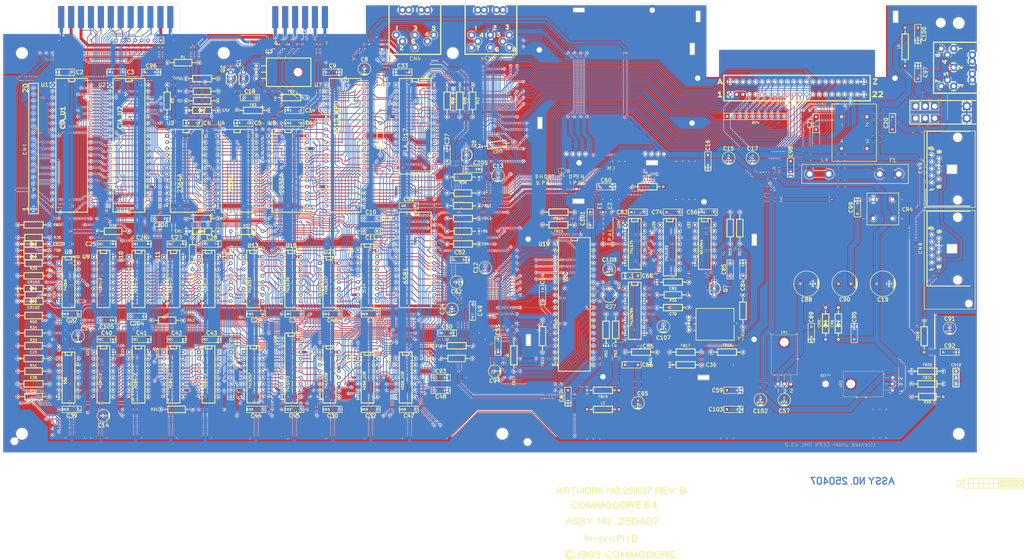
<source format=kicad_pcb>
(kicad_pcb (version 20171130) (host pcbnew 5.1.9+dfsg1-1)
  (title_block (title "C64 250407 PCB Replica") (date 2022-08-26) (rev 1.1) (comment 1 "by BWACK") (comment 2 "with help from Der Alte Bastler"))
  (layers (0 F.Cu signal) (31 B.Cu signal) (34 B.Paste user) (35 F.Paste user hide) (36 B.SilkS user hide) (37 F.SilkS user) (38 B.Mask user hide) (39 F.Mask user) (44 Edge.Cuts user))
  (net 0 "")
  (net 1 /PA2)
  (net 2 /PB7)
  (net 3 /PB6)
  (net 4 /PB5)
  (net 5 /PB4)
  (net 6 /PB3)
  (net 7 /PB2)
  (net 8 /PB1)
  (net 9 /PB0)
  (net 10 /~FLAG2~)
  (net 11 /~PC2~)
  (net 12 /SP2)
  (net 13 /CNT2)
  (net 14 /SP1)
  (net 15 /CNT1)
  (net 16 +5V)
  (net 17 /CASS_MOTOR)
  (net 18 /CASS_RD)
  (net 19 /CASS_WRT)
  (net 20 /CASS_WRT')
  (net 21 GND)
  (net 22 /ATN')
  (net 23 ~RESET~)
  (net 24 /5V_FB3)
  (net 25 "Net-(C10-Pad2)")
  (net 26 "Net-(C10-Pad1)")
  (net 27 "Net-(C11-Pad2)")
  (net 28 "Net-(C11-Pad1)")
  (net 29 "Net-(C12-Pad1)")
  (net 30 "Net-(C13-Pad1)")
  (net 31 +9V_UNREG)
  (net 32 "Net-(C18-Pad2)")
  (net 33 /9VAC)
  (net 34 "Net-(C23-Pad1)")
  (net 35 "Net-(C24-Pad1)")
  (net 36 DOT_CLOCK)
  (net 37 "Net-(C37-Pad1)")
  (net 38 /~RESTORE~)
  (net 39 /TRIGA)
  (net 40 POTX)
  (net 41 +12V)
  (net 42 /+Vc)
  (net 43 CAN+5V)
  (net 44 "Net-(C70-Pad2)")
  (net 45 "Net-(C70-Pad1)")
  (net 46 "Net-(C83-Pad1)")
  (net 47 "Net-(C85-Pad2)")
  (net 48 "Net-(C85-Pad1)")
  (net 49 "Net-(C86-Pad2)")
  (net 50 "Net-(C86-Pad1)")
  (net 51 "Net-(C88-Pad1)")
  (net 52 "Net-(C90-Pad1)")
  (net 53 POTY)
  (net 54 "Net-(C105-Pad2)")
  (net 55 "Net-(C107-Pad1)")
  (net 56 "Net-(C108-Pad1)")
  (net 57 "Net-(C200-Pad1)")
  (net 58 /COL7)
  (net 59 /COL1)
  (net 60 /COL2)
  (net 61 /COL3)
  (net 62 /BTNB)
  (net 63 /COL5)
  (net 64 /COL6)
  (net 65 /COL0)
  (net 66 /JOYA0)
  (net 67 /JOYA1)
  (net 68 /JOYA2)
  (net 69 /ROW7)
  (net 70 BTNA\~LP~)
  (net 71 /ROW5)
  (net 72 /ROW6)
  (net 73 /JOYA3)
  (net 74 /CASS_SENSE)
  (net 75 /DATA)
  (net 76 /CLK)
  (net 77 /ATN)
  (net 78 A0)
  (net 79 A1)
  (net 80 A2)
  (net 81 A3)
  (net 82 A4)
  (net 83 A5)
  (net 84 A6)
  (net 85 A7)
  (net 86 A8)
  (net 87 A9)
  (net 88 A10)
  (net 89 A11)
  (net 90 A12)
  (net 91 A13)
  (net 92 A14)
  (net 93 A15)
  (net 94 PHI2)
  (net 95 ~NMI~)
  (net 96 D0)
  (net 97 D1)
  (net 98 D2)
  (net 99 D3)
  (net 100 D4)
  (net 101 D5)
  (net 102 D6)
  (net 103 D7)
  (net 104 "Net-(CN6-Pad10)")
  (net 105 "Net-(CN6-Pad7)")
  (net 106 R\~W~)
  (net 107 ~IRQ~)
  (net 108 "Net-(CN7-Pad6)")
  (net 109 "Net-(CN7-Pad4)")
  (net 110 /POTBX)
  (net 111 /5V_joyport)
  (net 112 /POTBY)
  (net 113 /POTAX)
  (net 114 /POTAY)
  (net 115 /LED+)
  (net 116 /GND_LED)
  (net 117 /jumper_select)
  (net 118 "Net-(FB2-Pad2)")
  (net 119 /PH2_FB)
  (net 120 /DATA')
  (net 121 /CLK')
  (net 122 "Net-(FB13-Pad2)")
  (net 123 "Net-(FB13-Pad1)")
  (net 124 "Net-(FB14-Pad1)")
  (net 125 "Net-(FB15-Pad1)")
  (net 126 PHI_COLOR)
  (net 127 "Net-(FB16-Pad1)")
  (net 128 "Net-(FB17-Pad1)")
  (net 129 "Net-(FB19-Pad1)")
  (net 130 "Net-(FB21-Pad1)")
  (net 131 PHI0)
  (net 132 "Net-(FB23-Pad1)")
  (net 133 "Net-(JP1-Pad1)")
  (net 134 "Net-(Q1-Pad1)")
  (net 135 "Net-(Q2-Pad3)")
  (net 136 "Net-(Q7-Pad1)")
  (net 137 "Net-(R16-Pad2)")
  (net 138 "Net-(R19-Pad2)")
  (net 139 "Net-(R27-Pad2)")
  (net 140 "Net-(R27-Pad1)")
  (net 141 /60Hz)
  (net 142 "Net-(R100-Pad2)")
  (net 143 ~CHAREN~)
  (net 144 ~HIRAM~)
  (net 145 ~LORAM~)
  (net 146 ~CIA1~)
  (net 147 ~CIA2~)
  (net 148 /DATA_OUT)
  (net 149 /CLK_OUT)
  (net 150 /ATN_OUT)
  (net 151 ~VA15~)
  (net 152 ~VA14~)
  (net 153 "Net-(U27-Pad11)")
  (net 154 "Net-(U16-Pad2)")
  (net 155 "Net-(U16-Pad10)")
  (net 156 "Net-(U16-Pad3)")
  (net 157 "Net-(U16-Pad9)")
  (net 158 CAEC)
  (net 159 RDY)
  (net 160 "Net-(U20-Pad9)")
  (net 161 "Net-(U20-Pad5)")
  (net 162 "Net-(U14-Pad12)")
  (net 163 "Net-(U14-Pad6)")
  (net 164 "Net-(U29-Pad12)")
  (net 165 /F_DIV)
  (net 166 "Net-(U29-Pad9)")
  (net 167 "Net-(U29-Pad5)")
  (net 168 "Net-(U31-Pad12)")
  (net 169 "Net-(U32-Pad13)")
  (net 170 "Net-(U32-Pad11)")
  (net 171 /CASS_PWR)
  (net 172 "Net-(CN5-Pad7)")
  (net 173 "Net-(CN5-Pad8)")
  (net 174 "Net-(RP4-Pad2)")
  (net 175 "Net-(SW1-Pad6)")
  (net 176 "Net-(SW1-Pad3)")
  (net 177 "Net-(U1-Pad18)")
  (net 178 "Net-(U9-Pad1)")
  (net 179 "Net-(U10-Pad1)")
  (net 180 "Net-(U11-Pad1)")
  (net 181 "Net-(U12-Pad1)")
  (net 182 "Net-(U17-Pad1)")
  (net 183 "Net-(U20-Pad11)")
  (net 184 "Net-(U20-Pad3)")
  (net 185 "Net-(U21-Pad1)")
  (net 186 "Net-(U22-Pad1)")
  (net 187 "Net-(U23-Pad1)")
  (net 188 "Net-(U24-Pad1)")
  (net 189 "Net-(U29-Pad6)")
  (net 190 "Net-(U30-Pad3)")
  (net 191 "Net-(U30-Pad13)")
  (net 192 "Net-(U30-Pad2)")
  (net 193 "Net-(U30-Pad7)")
  (net 194 /G64-A00_sheet2/AUDIO_IN)
  (net 195 /G64-A00_sheet2/AUDIO_OUT)
  (net 196 /9V_IN)
  (net 197 /9V_IN')
  (net 198 /9V_F)
  (net 199 /G64-A00_sheet2/SID_VCC)
  (net 200 /G64-A00_sheet2/SID_VDD)
  (net 201 /G64-A00_sheet2/VIC_VDD)
  (net 202 /G64-A00_sheet2/VIC_VCC)
  (net 203 /5V_IN)
  (net 204 /G64-A00_sheet2/~CAS~)
  (net 205 /G64-A00_sheet2/~CASRAM~')
  (net 206 /G64-A00_sheet2/CHROMA_O)
  (net 207 /G64-A00_sheet2/COMP_O)
  (net 208 /G64-A00_sheet2/LUMA_O)
  (net 209 /G64-A00_sheet2/~RESET'~)
  (net 210 /G64-A00_sheet2/~ROMH~)
  (net 211 /G64-A00_sheet2/~DMA~)
  (net 212 /G64-A00_sheet2/BA)
  (net 213 /G64-A00_sheet2/~ROML~)
  (net 214 /G64-A00_sheet2/~EXROM~)
  (net 215 /G64-A00_sheet2/~GAME~)
  (net 216 /G64-A00_sheet2/CHROMA)
  (net 217 /G64-A00_sheet2/LUMA)
  (net 218 /G64-A00_sheet2/~AEC~)
  (net 219 /G64-A00_sheet2/~CASRAM~)
  (net 220 /G64-A00_sheet2/MA7)
  (net 221 /G64-A00_sheet2/VA7)
  (net 222 /G64-A00_sheet2/MA5)
  (net 223 /G64-A00_sheet2/VA5)
  (net 224 /G64-A00_sheet2/MA4)
  (net 225 /G64-A00_sheet2/VA4)
  (net 226 /G64-A00_sheet2/MA6)
  (net 227 /G64-A00_sheet2/VA6)
  (net 228 /G64-A00_sheet2/MA1)
  (net 229 /G64-A00_sheet2/VA1)
  (net 230 /G64-A00_sheet2/MA2)
  (net 231 /G64-A00_sheet2/VA2)
  (net 232 /G64-A00_sheet2/MA0)
  (net 233 /G64-A00_sheet2/VA0)
  (net 234 /G64-A00_sheet2/MA3)
  (net 235 /G64-A00_sheet2/VA3)
  (net 236 /G64-A00_sheet2/~BASIC~)
  (net 237 /G64-A00_sheet2/~KERNAL)
  (net 238 /G64-A00_sheet2/~CHAROM~)
  (net 239 /G64-A00_sheet2/GR\~W~)
  (net 240 /G64-A00_sheet2/AEC)
  (net 241 /G64-A00_sheet2/~RAS~)
  (net 242 /G64-A00_sheet2/VA6')
  (net 243 /G64-A00_sheet2/VA7')
  (net 244 /G64-A00_sheet2/~CIAS~)
  (net 245 /G64-A00_sheet2/~VIC~)
  (net 246 /G64-A00_sheet2/~SID~)
  (net 247 /G64-A00_sheet2/~I\O~)
  (net 248 /G64-A00_sheet2/~COLOR~)
  (net 249 /9VAC')
  (module pth_c:C_film_7x2.5 (layer F.Cu) (at 372.11 99.695 270)
    (fp_text reference C20 (at 0 2.54 90) (layer F.SilkS) (effects (font (size 1.524 1.524) (thickness 0.3048))))
    (fp_text value .22 hide)
    (pad 1 thru_hole circle (at -2.54 0 270) (size 1.5 1.5) (drill 0.8) (layers *.Cu *.Mask) (net 197 /9V_IN'))
    (pad 2 thru_hole circle (at 2.54 0 270) (size 1.5 1.5) (drill 0.8) (layers *.Cu *.Mask) (net 196 /9V_IN))
  )
  (module C64-pcb-library:Q_NPN_ECB (layer F.Cu) (at 300.99 165.735)
    (fp_text reference Q7 (at 4.445 0 90) (layer F.SilkS) (effects (font (size 1.5 1.5) (thickness 0.25))))
    (fp_text value 2SC1815)
    (fp_text user E (at 0 -4.318) (layer F.SilkS))
    (pad 3 thru_hole circle (at 0 2.54) (size 1.8 1.8) (drill 1.1) (layers *.Cu *.Mask) (net 47 "Net-(C85-Pad2)"))
    (pad 2 thru_hole circle (at 0 0) (size 1.8 1.8) (drill 1.1) (layers *.Cu *.Mask) (net 42 /+Vc))
    (pad 1 thru_hole rect (at 0 -2.54) (size 1.8 1.8) (drill 1.1) (layers *.Cu *.Mask) (net 136 "Net-(Q7-Pad1)"))
  )
  (module C64-pcb-library:ZENER_12.7mm (layer F.Cu) (at 102.87 142.875 180)
    (fp_text reference CR1 (at 15.875 0) (layer F.SilkS) (effects (font (thickness 0.2))))
    (fp_text value IN4371)
    (pad 2 thru_hole circle (at 12.7 0 180) (size 1.8 1.8) (drill 1.1) (layers *.Cu *.Mask) (net 21 GND))
    (pad 1 thru_hole rect (at 0 0 180) (size 1.8 1.8) (drill 1.1) (layers *.Cu *.Mask) (net 57 "Net-(C200-Pad1)"))
  )
  (module C64-pcb-library:Q_NPN_ECB (layer F.Cu) (at 107.95 81.915)
    (fp_text reference Q2 (at -3.175 -3.81 90) (layer F.SilkS) (effects (font (size 1.5 1.5) (thickness 0.25))))
    (fp_text value 2SC1815)
    (fp_text user E (at 0 -4.318) (layer F.SilkS))
    (pad 3 thru_hole circle (at 0 2.54) (size 1.8 1.8) (drill 1.1) (layers *.Cu *.Mask) (net 135 "Net-(Q2-Pad3)"))
    (pad 2 thru_hole circle (at 0 0) (size 1.8 1.8) (drill 1.1) (layers *.Cu *.Mask) (net 32 "Net-(C18-Pad2)"))
    (pad 1 thru_hole rect (at 0 -2.54) (size 1.8 1.8) (drill 1.1) (layers *.Cu *.Mask) (net 21 GND))
  )
  (module C64-pcb-library:FERRITE_BEAD_TH_P12.7mm (layer F.Cu) (at 96.52 81.915 180)
    (fp_text reference FB1 (at 8.89 0) (layer F.SilkS) (effects (font (thickness 0.2))))
    (fp_text value FERRITE_BEAD hide)
    (pad 2 thru_hole circle (at 6.35 0 180) (size 1.5 1.5) (drill 0.8) (layers *.Cu *.Mask) (net 19 /CASS_WRT))
    (pad 1 thru_hole circle (at -6.35 0 180) (size 1.5 1.5) (drill 0.8) (layers *.Cu *.Mask) (net 20 /CASS_WRT'))
  )
  (module C64-pcb-library:ZENER_12.7mm (layer F.Cu) (at 102.87 94.615 180)
    (fp_text reference CR2 (at -3.175 0) (layer F.SilkS) (effects (font (thickness 0.2))))
    (fp_text value IN755)
    (pad 2 thru_hole circle (at 12.7 0 180) (size 1.8 1.8) (drill 1.1) (layers *.Cu *.Mask) (net 21 GND))
    (pad 1 thru_hole rect (at 0 0 180) (size 1.8 1.8) (drill 1.1) (layers *.Cu *.Mask) (net 32 "Net-(C18-Pad2)"))
  )
  (module C64-pcb-library:Q_NPN_ECB (layer F.Cu) (at 113.03 81.915)
    (fp_text reference Q1 (at -1.905 -6.35 90) (layer F.SilkS) (effects (font (size 1.5 1.5) (thickness 0.25))))
    (fp_text value 2SC1815)
    (fp_text user E (at 0 -4.318) (layer F.SilkS))
    (pad 3 thru_hole circle (at 0 2.54) (size 1.8 1.8) (drill 1.1) (layers *.Cu *.Mask) (net 32 "Net-(C18-Pad2)"))
    (pad 2 thru_hole circle (at 0 0) (size 1.8 1.8) (drill 1.1) (layers *.Cu *.Mask) (net 31 +9V_UNREG))
    (pad 1 thru_hole rect (at 0 -2.54) (size 1.8 1.8) (drill 1.1) (layers *.Cu *.Mask) (net 134 "Net-(Q1-Pad1)"))
  )
  (module C64-pcb-library:FERRITE_BEAD_TH_P12.7mm (layer F.Cu) (at 167.64 106.045 270)
    (fp_text reference FB5 (at -9.525 0 90) (layer F.SilkS) (effects (font (thickness 0.2))))
    (fp_text value FERRITE_BEAD hide)
    (pad 2 thru_hole circle (at 6.35 0 270) (size 1.5 1.5) (drill 0.8) (layers *.Cu *.Mask) (net 119 /PH2_FB))
    (pad 1 thru_hole circle (at -6.35 0 270) (size 1.5 1.5) (drill 0.8) (layers *.Cu *.Mask) (net 94 PHI2))
  )
  (module C64-pcb-library:FERRITE_BEAD_TH_P12.7mm (layer F.Cu) (at 132.08 89.535 180)
    (fp_text reference FB2 (at 0 2.54) (layer F.SilkS) (effects (font (thickness 0.2))))
    (fp_text value FERRITE_BEAD hide)
    (pad 2 thru_hole circle (at 6.35 0 180) (size 1.5 1.5) (drill 0.8) (layers *.Cu *.Mask) (net 118 "Net-(FB2-Pad2)"))
    (pad 1 thru_hole circle (at -6.35 0 180) (size 1.5 1.5) (drill 0.8) (layers *.Cu *.Mask) (net 171 /CASS_PWR))
  )
  (module C64-pcb-library:FUSE (layer F.Cu) (at 374.65 120.015 270)
    (fp_text reference F1 (at -5.5115 2.423 180) (layer F.SilkS) (effects (font (size 1.5 1.5) (thickness 0.25))))
    (fp_text value 1A)
    (pad 2 thru_hole circle (at 0 35.56 270) (size 4 4) (drill 2.2) (layers *.Cu *.Mask) (net 198 /9V_F))
    (pad 2 thru_hole circle (at 0 27.94 270) (size 4 4) (drill 2.2) (layers *.Cu *.Mask) (net 198 /9V_F))
    (pad 1 thru_hole circle (at 0 7.62 270) (size 4 4) (drill 2.2) (layers *.Cu *.Mask) (net 249 /9VAC'))
    (pad 1 thru_hole circle (at 0 0 270) (size 4 4) (drill 2.2) (layers *.Cu *.Mask) (net 249 /9VAC'))
  )
  (module C64-pcb-library:BRIDGE_RECTIFIER (layer F.Cu) (at 372.11 137.795 270)
    (fp_text reference CR4 (at -3.5785 -6.0117 180) (layer F.SilkS) (effects (font (size 1.5 1.5) (thickness 0.25))))
    (fp_text value BRIDGE_RECTIFIER)
    (fp_text user - (at -7.62 11.43) (layer F.SilkS))
    (fp_text user ~~ (at -7.62 -3.81) (layer F.SilkS) (effects (font (size 2 1.6))))
    (fp_text user ~~ (at 0 11.43) (layer F.SilkS) (effects (font (size 2 1.6))))
    (fp_text user + (at 0 -3.81) (layer F.SilkS))
    (pad 4 thru_hole circle (at 0 7.62 270) (size 2.3 2.3) (drill 1.5) (layers *.Cu *.Mask) (net 33 /9VAC))
    (pad 3 thru_hole circle (at -7.62 7.62 270) (size 2.3 2.3) (drill 1.5) (layers *.Cu *.Mask) (net 21 GND))
    (pad 2 thru_hole circle (at -7.62 0 270) (size 2.3 2.3) (drill 1.5) (layers *.Cu *.Mask) (net 249 /9VAC'))
    (pad 1 thru_hole circle (at 0 0 270) (size 2.3 2.3) (drill 1.5) (layers *.Cu *.Mask) (net 31 +9V_UNREG))
  )
  (module C64-pcb-library:VREG_TO-220-3_Horizontal_TabDown (layer F.Cu) (at 326.39 203.835)
    (fp_text reference VR1 (at 2.54 -20.58) (layer F.SilkS))
    (fp_text value 7812)
    (pad 3 smd rect (at 2.54 -11.684) (size 10.4 16) (layers F.Cu F.Paste F.Mask) (net 21 GND))
    (pad 3 thru_hole oval (at 2.54 0) (size 1.905 2) (drill 1.1) (layers *.Cu *.Mask) (net 21 GND))
    (pad 2 thru_hole oval (at 5.08 0.127) (size 1.905 2) (drill 1.1) (layers *.Cu *.Mask) (net 41 +12V))
    (pad 1 thru_hole rect (at 0 0) (size 1.905 2) (drill 1.1) (layers *.Cu *.Mask) (net 51 "Net-(C88-Pad1)"))
    (pad 3 thru_hole oval (at 2.54 -16.66) (size 3.8 3.8) (drill 3.5) (layers *.Cu *.Mask) (net 21 GND))
  )
  (module C64-pcb-library:VREG_TO-220-3_Horizontal_TabDown (layer F.Cu) (at 372.11 206.375 90)
    (fp_text reference VR2 (at 2.54 -20.58 90) (layer F.SilkS))
    (fp_text value 7805)
    (pad 3 smd rect (at 2.54 -11.684 90) (size 10.4 16) (layers F.Cu F.Paste F.Mask) (net 21 GND))
    (pad 3 thru_hole oval (at 2.54 0 90) (size 1.905 2) (drill 1.1) (layers *.Cu *.Mask) (net 21 GND))
    (pad 2 thru_hole oval (at 5.08 0.127 90) (size 1.905 2) (drill 1.1) (layers *.Cu *.Mask) (net 43 CAN+5V))
    (pad 1 thru_hole rect (at 0 0 90) (size 1.905 2) (drill 1.1) (layers *.Cu *.Mask) (net 31 +9V_UNREG))
    (pad 3 thru_hole oval (at 2.54 -16.66 90) (size 3.8 3.8) (drill 3.5) (layers *.Cu *.Mask) (net 21 GND))
  )
  (module C64-pcb-library:TO-220-3_Horizontal_TabDown_250407 (layer F.Cu) (at 118.11 76.835)
    (fp_text reference Q3 (at 5.08 -5.715) (layer F.SilkS) (effects (font (size 1.5 1.5) (thickness 0.25))))
    (fp_text value TP29B/2SD880)
    (fp_poly (pts (xy 22.733 8.6995) (xy 2.7305 8.6995) (xy 2.7305 -3.6195) (xy 22.6695 -3.6195)) (layer F.Cu) (width 0.1))
    (pad 3 thru_hole oval (at 0 5.08 270) (size 1.905 2) (drill 1.1) (layers *.Cu *.Mask) (net 118 "Net-(FB2-Pad2)"))
    (pad 2 thru_hole oval (at 0 2.54 270) (size 1.905 2) (drill 1.1) (layers *.Cu *.Mask) (net 31 +9V_UNREG))
    (pad 1 thru_hole rect (at 0 0 270) (size 1.905 2) (drill 1.1) (layers *.Cu *.Mask) (net 134 "Net-(Q1-Pad1)"))
    (pad 2 thru_hole oval (at 16.66 2.54 270) (size 3.6 3.6) (drill 3.5) (layers *.Cu *.Mask) (net 31 +9V_UNREG))
  )
  (module C64-pcb-library:JOYPORT_DB9 (layer F.Cu) (at 390.652 149.824 90)
    (fp_text reference CN9 hide)
    (fp_text value CONTROL_PORT)
    (pad "" np_thru_hole circle (at 12.5 7.5 90) (size 3.3 3.3) (drill 3.3) (layers *.Cu *.Mask))
    (pad "" np_thru_hole circle (at -12.5 7.5 90) (size 3.3 3.3) (drill 3.3) (layers *.Cu *.Mask))
    (pad 9 thru_hole circle (at 4.155 0 90) (size 1.8 1.8) (drill 1.1) (layers *.Cu *.Mask) (net 113 /POTAX))
    (pad 8 thru_hole circle (at 1.385 0 90) (size 1.8 1.8) (drill 1.1) (layers *.Cu *.Mask) (net 21 GND))
    (pad 7 thru_hole circle (at -1.385 0 90) (size 1.8 1.8) (drill 1.1) (layers *.Cu *.Mask) (net 111 /5V_joyport))
    (pad 6 thru_hole circle (at -4.155 0 90) (size 1.8 1.8) (drill 1.1) (layers *.Cu *.Mask) (net 70 BTNA\~LP~))
    (pad 5 thru_hole circle (at 5.54 -2.84 90) (size 1.8 1.8) (drill 1.1) (layers *.Cu *.Mask) (net 114 /POTAY))
    (pad 4 thru_hole circle (at 2.77 -2.84 90) (size 1.8 1.8) (drill 1.1) (layers *.Cu *.Mask) (net 73 /JOYA3))
    (pad 3 thru_hole circle (at 0 -2.84 90) (size 1.8 1.8) (drill 1.1) (layers *.Cu *.Mask) (net 68 /JOYA2))
    (pad 2 thru_hole circle (at -2.77 -2.84 90) (size 1.8 1.8) (drill 1.1) (layers *.Cu *.Mask) (net 67 /JOYA1))
    (pad 1 thru_hole circle (at -5.54 -2.84 90) (size 1.8 1.8) (drill 1.1) (layers *.Cu *.Mask) (net 66 /JOYA0))
  )
  (module C64-pcb-library:MODULATOR_PORT_LONGBOARD (layer F.Cu) (at 273.431 112.014)
    (fp_text reference M1 hide)
    (fp_text value MODULATOR_LONGBOARD)
    (pad 8 thru_hole circle (at -31.48 0) (size 1.6 1.6) (drill 1.1) (layers *.Cu *.Mask) (net 133 "Net-(JP1-Pad1)"))
    (pad 7 thru_hole circle (at -28.94 0) (size 1.6 1.6) (drill 1.1) (layers *.Cu *.Mask) (net 206 /G64-A00_sheet2/CHROMA_O))
    (pad 6 thru_hole circle (at -26.4 0) (size 1.6 1.6) (drill 1.1) (layers *.Cu *.Mask) (net 208 /G64-A00_sheet2/LUMA_O))
    (pad 5 thru_hole circle (at -23.86 0) (size 1.6 1.6) (drill 1.1) (layers *.Cu *.Mask) (net 207 /G64-A00_sheet2/COMP_O))
    (pad 4 thru_hole circle (at 0 0) (size 1.6 1.6) (drill 1.1) (layers *.Cu *.Mask) (net 195 /G64-A00_sheet2/AUDIO_OUT))
    (pad 3 thru_hole circle (at 2.54 0) (size 1.6 1.6) (drill 1.1) (layers *.Cu *.Mask) (net 216 /G64-A00_sheet2/CHROMA))
    (pad 2 thru_hole circle (at 5.08 0) (size 1.6 1.6) (drill 1.1) (layers *.Cu *.Mask) (net 217 /G64-A00_sheet2/LUMA))
    (pad 1 thru_hole circle (at 7.62 0) (size 1.6 1.6) (drill 1.1) (layers *.Cu *.Mask) (net 31 +9V_UNREG))
  )
  (module C64-pcb-library:POWER_CON_D7_250407 (layer F.Cu) (at 396.5575 77.47)
    (fp_text reference CN7 (at 0 0.5) (layer F.SilkS))
    (fp_text value POWER_CON)
    (pad 1 thru_hole circle (at 7.46 5) (size 3 3) (drill 1.6) (layers *.Cu *.Mask) (net 21 GND))
    (pad 1 thru_hole circle (at 7.46 -5) (size 3 3) (drill 1.6) (layers *.Cu *.Mask) (net 21 GND))
    (pad 1 thru_hole circle (at 7.46 2.62) (size 3 3) (drill 1.6) (layers *.Cu *.Mask) (net 21 GND))
    (pad 1 thru_hole circle (at 7.46 -2.46) (size 3 3) (drill 1.6) (layers *.Cu *.Mask) (net 21 GND))
    (pad 5 thru_hole circle (at -2.5 5) (size 3 3) (drill 1.6) (layers *.Cu *.Mask) (net 109 "Net-(CN7-Pad4)"))
    (pad 7 thru_hole circle (at -5 7.5) (size 3 3) (drill 1.6) (layers *.Cu *.Mask) (net 197 /9V_IN'))
    (pad 6 thru_hole circle (at -5 -7.5) (size 3 3) (drill 1.6) (layers *.Cu *.Mask) (net 108 "Net-(CN7-Pad6)"))
    (pad 4 thru_hole circle (at -2.5 -5) (size 3 3) (drill 1.6) (layers *.Cu *.Mask) (net 109 "Net-(CN7-Pad4)"))
    (pad 2 thru_hole circle (at 0 0) (size 3 3) (drill 1.6) (layers *.Cu *.Mask) (net 21 GND))
    (pad 1 thru_hole circle (at 0 -7.5) (size 3 3) (drill 1.6) (layers *.Cu *.Mask) (net 21 GND))
    (pad 3 thru_hole circle (at 0 7.5) (size 3 3) (drill 1.6) (layers *.Cu *.Mask) (net 21 GND))
  )
  (module C64-pcb-library:RECTIFIER_TH_P12.7mm (layer F.Cu) (at 350.52 173.355 270)
    (fp_text reference CR6 (at 6.35 2.4384 90) (layer F.SilkS) (effects (font (thickness 0.2))))
    (fp_text value 1N4001)
    (pad 2 thru_hole circle (at 12.7 0 270) (size 1.6 1.6) (drill 1) (layers *.Cu *.Mask) (net 31 +9V_UNREG))
    (pad 1 thru_hole rect (at 0 0 270) (size 1.6 1.6) (drill 1) (layers *.Cu *.Mask) (net 52 "Net-(C90-Pad1)"))
  )
  (module C64-pcb-library:RECTIFIER_TH_P12.7mm (layer F.Cu) (at 345.44 173.355 270)
    (fp_text reference CR5 (at 6.35 2.54 90) (layer F.SilkS) (effects (font (thickness 0.2))))
    (fp_text value 1N4001)
    (pad 2 thru_hole circle (at 12.7 0 270) (size 1.6 1.6) (drill 1) (layers *.Cu *.Mask) (net 52 "Net-(C90-Pad1)"))
    (pad 1 thru_hole rect (at 0 0 270) (size 1.6 1.6) (drill 1) (layers *.Cu *.Mask) (net 51 "Net-(C88-Pad1)"))
  )
  (module C64-pcb-library:JUMPER_WIRE (layer F.Cu) (at 260.35 147.955)
    (fp_text reference E2 (at -1.017 -15.24 90) (layer F.SilkS) (effects (font (size 1.5 1.5) (thickness 0.25))))
    (fp_text value JUMPER_WIRE_DASHED)
    (pad 2 thru_hole circle (at 0 0) (size 1.5 1.5) (drill 0.8) (layers *.Cu *.Mask) (net 117 /jumper_select))
    (pad 1 thru_hole circle (at 0 -12.7) (size 1.5 1.5) (drill 0.8) (layers *.Cu *.Mask) (net 42 /+Vc))
  )
  (module C64-pcb-library:JUMPER_WIRE (layer F.Cu) (at 256.54 147.955)
    (fp_text reference E1 (at -1.27 -15.24 90) (layer F.SilkS) (effects (font (size 1.5 1.5) (thickness 0.25))))
    (fp_text value JUMPER_WIRE)
    (pad 2 thru_hole circle (at 0 0) (size 1.5 1.5) (drill 0.8) (layers *.Cu *.Mask) (net 117 /jumper_select))
    (pad 1 thru_hole circle (at 0 -12.7) (size 1.5 1.5) (drill 0.8) (layers *.Cu *.Mask) (net 21 GND))
  )
  (module C64-pcb-library:CAPACITOR_RADIAL_P13.97_L9.9_D3.6 (layer F.Cu) (at 207.222236 109.259248 8)
    (fp_text reference C203 (at 7.07601 2.878556 8) (layer F.SilkS) (effects (font (thickness 0.2))))
    (fp_text value 82pF)
    (pad 2 thru_hole circle (at 13.97 0 8) (size 1.5 1.5) (drill 0.8) (layers *.Cu *.Mask) (net 204 /G64-A00_sheet2/~CAS~))
    (pad 1 thru_hole circle (at 0 0 8) (size 1.5 1.5) (drill 0.8) (layers *.Cu *.Mask) (net 21 GND))
  )
  (module C64-pcb-library:JOYPORT_DB9 (layer F.Cu) (at 390.652 117.904 90)
    (fp_text reference CN8 hide)
    (fp_text value CONTROL_PORT)
    (pad "" np_thru_hole circle (at 12.5 7.5 90) (size 3.3 3.3) (drill 3.3) (layers *.Cu *.Mask))
    (pad "" np_thru_hole circle (at -12.5 7.5 90) (size 3.3 3.3) (drill 3.3) (layers *.Cu *.Mask))
    (pad 9 thru_hole circle (at 4.155 0 90) (size 1.8 1.8) (drill 1.1) (layers *.Cu *.Mask) (net 110 /POTBX))
    (pad 8 thru_hole circle (at 1.385 0 90) (size 1.8 1.8) (drill 1.1) (layers *.Cu *.Mask) (net 21 GND))
    (pad 7 thru_hole circle (at -1.385 0 90) (size 1.8 1.8) (drill 1.1) (layers *.Cu *.Mask) (net 111 /5V_joyport))
    (pad 6 thru_hole circle (at -4.155 0 90) (size 1.8 1.8) (drill 1.1) (layers *.Cu *.Mask) (net 62 /BTNB))
    (pad 5 thru_hole circle (at 5.54 -2.84 90) (size 1.8 1.8) (drill 1.1) (layers *.Cu *.Mask) (net 112 /POTBY))
    (pad 4 thru_hole circle (at 2.77 -2.84 90) (size 1.8 1.8) (drill 1.1) (layers *.Cu *.Mask) (net 61 /COL3))
    (pad 3 thru_hole circle (at 0 -2.84 90) (size 1.8 1.8) (drill 1.1) (layers *.Cu *.Mask) (net 60 /COL2))
    (pad 2 thru_hole circle (at -2.77 -2.84 90) (size 1.8 1.8) (drill 1.1) (layers *.Cu *.Mask) (net 59 /COL1))
    (pad 1 thru_hole circle (at -5.54 -2.84 90) (size 1.8 1.8) (drill 1.1) (layers *.Cu *.Mask) (net 65 /COL0))
  )
  (module C64-pcb-library:CRYSTAL (layer F.Cu) (at 290.83 179.705 180)
    (fp_text reference Y1 hide)
    (fp_text value Crystal)
    (pad 3 thru_hole circle (at 0 0 180) (size 1.8 1.8) (drill 1.1) (layers *.Cu *.Mask) (net 21 GND))
    (pad 2 thru_hole circle (at 0 2.54 180) (size 1.8 1.8) (drill 1.1) (layers *.Cu *.Mask) (net 45 "Net-(C70-Pad1)"))
    (pad 1 thru_hole circle (at 0 -2.54 180) (size 1.8 1.8) (drill 1.1) (layers *.Cu *.Mask) (net 168 "Net-(U31-Pad12)"))
  )
  (module C64-pcb-library:POWER_SWITCH (layer F.Cu) (at 385.191 97.79 90)
    (fp_text reference SW1 hide)
    (fp_text value POWER_SWITCH)
    (pad pe thru_hole rect (at 4.83 16.6 90) (size 3.1 3.1) (drill 2) (layers *.Cu *.Mask) (net 21 GND))
    (pad pe thru_hole rect (at 0 16.6 90) (size 3.1 3.1) (drill 2) (layers *.Cu *.Mask) (net 21 GND))
    (pad 6 thru_hole rect (at 4.83 -3.81 90) (size 3.1 3.1) (drill 2) (layers *.Cu *.Mask) (net 175 "Net-(SW1-Pad6)"))
    (pad 5 thru_hole rect (at 4.83 3.81 90) (size 3.1 3.1) (drill 2) (layers *.Cu *.Mask) (net 109 "Net-(CN7-Pad4)"))
    (pad 4 thru_hole rect (at 4.83 0 90) (size 3.1 3.1) (drill 2) (layers *.Cu *.Mask) (net 203 /5V_IN))
    (pad 3 thru_hole rect (at 0 -3.81 90) (size 3.1 3.1) (drill 2) (layers *.Cu *.Mask) (net 176 "Net-(SW1-Pad3)"))
    (pad 2 thru_hole rect (at 0 3.81 90) (size 3.1 3.1) (drill 2) (layers *.Cu *.Mask) (net 108 "Net-(CN7-Pad6)"))
    (pad 1 thru_hole rect (at 0 0 90) (size 3.1 3.1) (drill 2) (layers *.Cu *.Mask) (net 196 /9V_IN))
  )
  (module C64-pcb-library:POTMETER (layer F.Cu) (at 259.08 168.275)
    (fp_text reference R27 (at 0.5334 4.7498) (layer F.SilkS) (effects (font (size 1.5 1.5) (thickness 0.25))))
    (fp_text value 500)
    (pad 3 thru_hole circle (at 0 -2.54) (size 1.8 1.8) (drill 1.1) (layers *.Cu *.Mask) (net 56 "Net-(C108-Pad1)"))
    (pad 2 thru_hole circle (at -2.54 0) (size 1.8 1.8) (drill 1.1) (layers *.Cu *.Mask) (net 139 "Net-(R27-Pad2)"))
    (pad 1 thru_hole circle (at 2.54 0) (size 1.8 1.8) (drill 1.1) (layers *.Cu *.Mask) (net 140 "Net-(R27-Pad1)"))
  )
  (module C64-pcb-library:Q_NPN_ECB (layer F.Cu) (at 201.93 112.395)
    (fp_text reference Q8 (at 3.175 -4.445 90) (layer F.SilkS) (effects (font (size 1.5 1.5) (thickness 0.25))))
    (fp_text value 2SC1815)
    (fp_text user E (at 0 -4.318) (layer F.SilkS))
    (pad 3 thru_hole circle (at 0 2.54) (size 1.8 1.8) (drill 1.1) (layers *.Cu *.Mask) (net 37 "Net-(C37-Pad1)"))
    (pad 2 thru_hole circle (at 0 0) (size 1.8 1.8) (drill 1.1) (layers *.Cu *.Mask) (net 41 +12V))
    (pad 1 thru_hole rect (at 0 -2.54) (size 1.8 1.8) (drill 1.1) (layers *.Cu *.Mask) (net 30 "Net-(C13-Pad1)"))
  )
  (module C64-pcb-library:INDUCTOR_P15.24mm (layer F.Cu) (at 377.19 61.595 270)
    (fp_text reference L5 (at 7.62 2.54 90) (layer F.SilkS) (effects (font (thickness 0.2))))
    (fp_text value 1.2uH)
    (pad 2 thru_hole circle (at 15.24 0 270) (size 1.5 1.5) (drill 0.8) (layers *.Cu *.Mask) (net 203 /5V_IN))
    (pad 1 thru_hole circle (at 0 0 270) (size 1.5 1.5) (drill 0.8) (layers *.Cu *.Mask) (net 16 +5V))
  )
  (module C64-pcb-library:CHOKE (layer F.Cu) (at 351.79 97.155 270)
    (fp_text reference L4 hide)
    (fp_text value CHOKE)
    (pad 4 thru_hole circle (at 12.7 0 270) (size 2 2) (drill 1.1) (layers *.Cu *.Mask) (net 33 /9VAC))
    (pad 3 thru_hole circle (at 12.7 -10.16 270) (size 2 2) (drill 1.1) (layers *.Cu *.Mask) (net 196 /9V_IN))
    (pad 2 thru_hole circle (at 0 -10.16 270) (size 2 2) (drill 1.1) (layers *.Cu *.Mask) (net 197 /9V_IN'))
    (pad 1 thru_hole circle (at 0 0 270) (size 2 2) (drill 1.1) (layers *.Cu *.Mask) (net 198 /9V_F))
  )
  (module C64-pcb-library:RESISTOR (layer F.Cu) (at 262.89 213.995 180)
    (fp_text reference L2 (at 6.35 2.54) (layer F.SilkS) (effects (font (thickness 0.2))))
    (fp_text value 2.2uH)
    (pad 2 thru_hole circle (at 12.7 0 180) (size 1.5 1.5) (drill 0.8) (layers *.Cu *.Mask) (net 129 "Net-(FB19-Pad1)"))
    (pad 1 thru_hole circle (at 0 0 180) (size 1.5 1.5) (drill 0.8) (layers *.Cu *.Mask) (net 43 CAN+5V))
  )
  (module C64-pcb-library:FERRITE_BEAD_TH_P12.7mm (layer F.Cu) (at 232.41 184.785 90)
    (fp_text reference FB23 (at -10.16 0 90) (layer F.SilkS) (effects (font (thickness 0.2))))
    (fp_text value FERRITE_BEAD hide)
    (pad 2 thru_hole circle (at 6.35 0 90) (size 1.5 1.5) (drill 0.8) (layers *.Cu *.Mask) (net 131 PHI0))
    (pad 1 thru_hole circle (at -6.35 0 90) (size 1.5 1.5) (drill 0.8) (layers *.Cu *.Mask) (net 132 "Net-(FB23-Pad1)"))
  )
  (module C64-pcb-library:FERRITE_BEAD_TH_P12.7mm (layer F.Cu) (at 274.32 125.095)
    (fp_text reference FB22 (at 0 -2.54) (layer F.SilkS) (effects (font (thickness 0.2))))
    (fp_text value FERRITE_BEAD hide)
    (pad 2 thru_hole circle (at 6.35 0) (size 1.5 1.5) (drill 0.8) (layers *.Cu *.Mask) (net 43 CAN+5V))
    (pad 1 thru_hole circle (at -6.35 0) (size 1.5 1.5) (drill 0.8) (layers *.Cu *.Mask) (net 202 /G64-A00_sheet2/VIC_VCC))
  )
  (module C64-pcb-library:FERRITE_BEAD_TH_P12.7mm (layer F.Cu) (at 386.08 203.835)
    (fp_text reference FB21 (at 0 -2.4858) (layer F.SilkS) (effects (font (thickness 0.2))))
    (fp_text value FERRITE_BEAD hide)
    (pad 2 thru_hole circle (at 6.35 0) (size 1.5 1.5) (drill 0.8) (layers *.Cu *.Mask) (net 115 /LED+))
    (pad 1 thru_hole circle (at -6.35 0) (size 1.5 1.5) (drill 0.8) (layers *.Cu *.Mask) (net 130 "Net-(FB21-Pad1)"))
  )
  (module C64-pcb-library:FERRITE_BEAD_TH_P12.7mm (layer F.Cu) (at 386.08 198.755)
    (fp_text reference FB20 (at 0 -2.54) (layer F.SilkS) (effects (font (thickness 0.2))))
    (fp_text value FERRITE_BEAD hide)
    (pad 2 thru_hole circle (at 6.35 0) (size 1.5 1.5) (drill 0.8) (layers *.Cu *.Mask) (net 116 /GND_LED))
    (pad 1 thru_hole circle (at -6.35 0) (size 1.5 1.5) (drill 0.8) (layers *.Cu *.Mask) (net 21 GND))
  )
  (module C64-pcb-library:FERRITE_BEAD_TH_P12.7mm (layer F.Cu) (at 256.54 206.375 180)
    (fp_text reference FB19 (at 0 -2.54) (layer F.SilkS) (effects (font (thickness 0.2))))
    (fp_text value FERRITE_BEAD hide)
    (pad 2 thru_hole circle (at 6.35 0 180) (size 1.5 1.5) (drill 0.8) (layers *.Cu *.Mask) (net 42 /+Vc))
    (pad 1 thru_hole circle (at -6.35 0 180) (size 1.5 1.5) (drill 0.8) (layers *.Cu *.Mask) (net 129 "Net-(FB19-Pad1)"))
  )
  (module C64-pcb-library:FERRITE_BEAD_TH_P12.7mm (layer F.Cu) (at 384.81 184.785 90)
    (fp_text reference FB18 (at 0 -2.54 90) (layer F.SilkS) (effects (font (thickness 0.2))))
    (fp_text value FERRITE_BEAD hide)
    (pad 2 thru_hole circle (at 6.35 0 90) (size 1.5 1.5) (drill 0.8) (layers *.Cu *.Mask) (net 111 /5V_joyport))
    (pad 1 thru_hole circle (at -6.35 0 90) (size 1.5 1.5) (drill 0.8) (layers *.Cu *.Mask) (net 16 +5V))
  )
  (module C64-pcb-library:FERRITE_BEAD_TH_P12.7mm (layer F.Cu) (at 289.56 191.135)
    (fp_text reference FB17 (at 0 -2.54) (layer F.SilkS) (effects (font (thickness 0.2))))
    (fp_text value FERRITE_BEAD hide)
    (pad 2 thru_hole circle (at 6.35 0) (size 1.5 1.5) (drill 0.8) (layers *.Cu *.Mask) (net 36 DOT_CLOCK))
    (pad 1 thru_hole circle (at -6.35 0) (size 1.5 1.5) (drill 0.8) (layers *.Cu *.Mask) (net 128 "Net-(FB17-Pad1)"))
  )
  (module C64-pcb-library:FERRITE_BEAD_TH_P12.7mm (layer F.Cu) (at 306.07 191.135 180)
    (fp_text reference FB16 (at -0.1778 2.7686) (layer F.SilkS) (effects (font (thickness 0.2))))
    (fp_text value FERRITE_BEAD hide)
    (pad 2 thru_hole circle (at 6.35 0 180) (size 1.5 1.5) (drill 0.8) (layers *.Cu *.Mask) (net 126 PHI_COLOR))
    (pad 1 thru_hole circle (at -6.35 0 180) (size 1.5 1.5) (drill 0.8) (layers *.Cu *.Mask) (net 127 "Net-(FB16-Pad1)"))
  )
  (module C64-pcb-library:FERRITE_BEAD_TH_P12.7mm (layer F.Cu) (at 238.76 140.335)
    (fp_text reference FB15 (at 0 2.54) (layer F.SilkS) (effects (font (thickness 0.2))))
    (fp_text value FERRITE_BEAD hide)
    (pad 2 thru_hole circle (at 6.35 0) (size 1.5 1.5) (drill 0.8) (layers *.Cu *.Mask) (net 217 /G64-A00_sheet2/LUMA))
    (pad 1 thru_hole circle (at -6.35 0) (size 1.5 1.5) (drill 0.8) (layers *.Cu *.Mask) (net 125 "Net-(FB15-Pad1)"))
  )
  (module C64-pcb-library:FERRITE_BEAD_TH_P12.7mm (layer F.Cu) (at 238.76 135.255)
    (fp_text reference FB14 (at 0 2.54) (layer F.SilkS) (effects (font (thickness 0.2))))
    (fp_text value FERRITE_BEAD hide)
    (pad 2 thru_hole circle (at 6.35 0) (size 1.5 1.5) (drill 0.8) (layers *.Cu *.Mask) (net 216 /G64-A00_sheet2/CHROMA))
    (pad 1 thru_hole circle (at -6.35 0) (size 1.5 1.5) (drill 0.8) (layers *.Cu *.Mask) (net 124 "Net-(FB14-Pad1)"))
  )
  (module C64-pcb-library:FERRITE_BEAD_TH_P12.7mm (layer F.Cu) (at 200.66 137.795)
    (fp_text reference FB13 (at 9.525 0) (layer F.SilkS) (effects (font (thickness 0.2))))
    (fp_text value FERRITE_BEAD hide)
    (pad 2 thru_hole circle (at 6.35 0) (size 1.5 1.5) (drill 0.8) (layers *.Cu *.Mask) (net 122 "Net-(FB13-Pad2)"))
    (pad 1 thru_hole circle (at -6.35 0) (size 1.5 1.5) (drill 0.8) (layers *.Cu *.Mask) (net 123 "Net-(FB13-Pad1)"))
  )
  (module C64-pcb-library:FERRITE_BEAD_TH_P12.7mm (layer F.Cu) (at 220.98 192.405 90)
    (fp_text reference FB12 (at -10.16 0 90) (layer F.SilkS) (effects (font (thickness 0.2))))
    (fp_text value FERRITE_BEAD hide)
    (pad 2 thru_hole circle (at 6.35 0 90) (size 1.5 1.5) (drill 0.8) (layers *.Cu *.Mask) (net 41 +12V))
    (pad 1 thru_hole circle (at -6.35 0 90) (size 1.5 1.5) (drill 0.8) (layers *.Cu *.Mask) (net 201 /G64-A00_sheet2/VIC_VDD))
  )
  (module C64-pcb-library:FERRITE_BEAD_TH_P12.7mm (layer F.Cu) (at 200.66 132.7087)
    (fp_text reference FB11 (at 9.525 0.0063) (layer F.SilkS) (effects (font (thickness 0.2))))
    (fp_text value FERRITE_BEAD hide)
    (pad 2 thru_hole circle (at 6.35 0) (size 1.5 1.5) (drill 0.8) (layers *.Cu *.Mask) (net 41 +12V))
    (pad 1 thru_hole circle (at -6.35 0) (size 1.5 1.5) (drill 0.8) (layers *.Cu *.Mask) (net 200 /G64-A00_sheet2/SID_VDD))
  )
  (module C64-pcb-library:FERRITE_BEAD_TH_P12.7mm (layer F.Cu) (at 198.12 188.595)
    (fp_text reference FB10 (at -9.525 0) (layer F.SilkS) (effects (font (thickness 0.2))))
    (fp_text value FERRITE_BEAD hide)
    (pad 2 thru_hole circle (at 6.35 0) (size 1.5 1.5) (drill 0.8) (layers *.Cu *.Mask) (net 16 +5V))
    (pad 1 thru_hole circle (at -6.35 0) (size 1.5 1.5) (drill 0.8) (layers *.Cu *.Mask) (net 199 /G64-A00_sheet2/SID_VCC))
  )
  (module C64-pcb-library:FERRITE_BEAD_TH_P12.7mm (layer F.Cu) (at 29.21 160.655)
    (fp_text reference FB9 (at 6.35 -1.905) (layer F.SilkS) (effects (font (thickness 0.2))))
    (fp_text value FERRITE_BEAD hide)
    (pad 2 thru_hole circle (at 6.35 0) (size 1.5 1.5) (drill 0.8) (layers *.Cu *.Mask) (net 121 /CLK'))
    (pad 1 thru_hole circle (at -6.35 0) (size 1.5 1.5) (drill 0.8) (layers *.Cu *.Mask) (net 76 /CLK))
  )
  (module C64-pcb-library:FERRITE_BEAD_TH_P12.7mm (layer F.Cu) (at 29.21 150.495)
    (fp_text reference FB8 (at 9.525 0) (layer F.SilkS) (effects (font (thickness 0.2))))
    (fp_text value FERRITE_BEAD hide)
    (pad 2 thru_hole circle (at 6.35 0) (size 1.5 1.5) (drill 0.8) (layers *.Cu *.Mask) (net 120 /DATA'))
    (pad 1 thru_hole circle (at -6.35 0) (size 1.5 1.5) (drill 0.8) (layers *.Cu *.Mask) (net 75 /DATA))
  )
  (module C64-pcb-library:FERRITE_BEAD_TH_P12.7mm (layer F.Cu) (at 29.21 140.335)
    (fp_text reference FB7 (at 9.525 0) (layer F.SilkS) (effects (font (thickness 0.2))))
    (fp_text value FERRITE_BEAD hide)
    (pad 2 thru_hole circle (at 6.35 0) (size 1.5 1.5) (drill 0.8) (layers *.Cu *.Mask) (net 22 /ATN'))
    (pad 1 thru_hole circle (at -6.35 0) (size 1.5 1.5) (drill 0.8) (layers *.Cu *.Mask) (net 77 /ATN))
  )
  (module C64-pcb-library:FERRITE_BEAD_TH_P12.7mm (layer F.Cu) (at 200.66 147.955 180)
    (fp_text reference FB4 (at -8.89 0) (layer F.SilkS) (effects (font (thickness 0.2))))
    (fp_text value FERRITE_BEAD hide)
    (pad 2 thru_hole circle (at 6.35 0 180) (size 1.5 1.5) (drill 0.8) (layers *.Cu *.Mask) (net 23 ~RESET~))
    (pad 1 thru_hole circle (at -6.35 0 180) (size 1.5 1.5) (drill 0.8) (layers *.Cu *.Mask) (net 209 /G64-A00_sheet2/~RESET'~))
  )
  (module C64-pcb-library:FERRITE_BEAD_TH_P12.7mm (layer F.Cu) (at 116.84 94.615 180)
    (fp_text reference FB3 (at 0.0391 2.2156) (layer F.SilkS) (effects (font (thickness 0.2))))
    (fp_text value FERRITE_BEAD hide)
    (pad 2 thru_hole circle (at 6.35 0 180) (size 1.5 1.5) (drill 0.8) (layers *.Cu *.Mask) (net 16 +5V))
    (pad 1 thru_hole circle (at -6.35 0 180) (size 1.5 1.5) (drill 0.8) (layers *.Cu *.Mask) (net 24 /5V_FB3))
  )
  (module C64-pcb-library:EXPANSION_PORT (layer F.Cu) (at 307.34 88.265)
    (fp_text reference CN6 (at 24.765 4.445) (layer F.SilkS) (effects (font (size 1.5 1.5) (thickness 0.25))))
    (fp_text value EXPANSION_PORT)
    (fp_text user Z (at 57.912 -5.08) (layer F.SilkS) (effects (font (size 2 2) (thickness 0.5))))
    (fp_text user 22 (at 58.928 0) (layer F.SilkS) (effects (font (size 2 2.5) (thickness 0.5))))
    (fp_text user 1 (at -4.064 0) (layer F.SilkS) (effects (font (size 2 2.5) (thickness 0.5))))
    (fp_text user A (at -4.064 -5.08) (layer F.SilkS) (effects (font (size 2 2.5) (thickness 0.5))))
    (pad Z thru_hole circle (at 53.34 -5.08) (size 1.6 1.6) (drill 1.1) (layers *.Cu *.Mask) (net 21 GND))
    (pad Y thru_hole circle (at 50.8 -5.08) (size 1.6 1.6) (drill 1.1) (layers *.Cu *.Mask) (net 78 A0))
    (pad X thru_hole circle (at 48.26 -5.08) (size 1.6 1.6) (drill 1.1) (layers *.Cu *.Mask) (net 79 A1))
    (pad W thru_hole circle (at 45.72 -5.08) (size 1.6 1.6) (drill 1.1) (layers *.Cu *.Mask) (net 80 A2))
    (pad V thru_hole circle (at 43.18 -5.08) (size 1.6 1.6) (drill 1.1) (layers *.Cu *.Mask) (net 81 A3))
    (pad U thru_hole circle (at 40.64 -5.08) (size 1.6 1.6) (drill 1.1) (layers *.Cu *.Mask) (net 82 A4))
    (pad T thru_hole circle (at 38.1 -5.08) (size 1.6 1.6) (drill 1.1) (layers *.Cu *.Mask) (net 83 A5))
    (pad S thru_hole circle (at 35.56 -5.08) (size 1.6 1.6) (drill 1.1) (layers *.Cu *.Mask) (net 84 A6))
    (pad R thru_hole circle (at 33.02 -5.08) (size 1.6 1.6) (drill 1.1) (layers *.Cu *.Mask) (net 85 A7))
    (pad P thru_hole circle (at 30.48 -5.08) (size 1.6 1.6) (drill 1.1) (layers *.Cu *.Mask) (net 86 A8))
    (pad N thru_hole circle (at 27.94 -5.08) (size 1.6 1.6) (drill 1.1) (layers *.Cu *.Mask) (net 87 A9))
    (pad M thru_hole circle (at 25.4 -5.08) (size 1.6 1.6) (drill 1.1) (layers *.Cu *.Mask) (net 88 A10))
    (pad L thru_hole circle (at 22.86 -5.08) (size 1.6 1.6) (drill 1.1) (layers *.Cu *.Mask) (net 89 A11))
    (pad K thru_hole circle (at 20.32 -5.08) (size 1.6 1.6) (drill 1.1) (layers *.Cu *.Mask) (net 90 A12))
    (pad J thru_hole circle (at 17.78 -5.08) (size 1.6 1.6) (drill 1.1) (layers *.Cu *.Mask) (net 91 A13))
    (pad H thru_hole circle (at 15.24 -5.08) (size 1.6 1.6) (drill 1.1) (layers *.Cu *.Mask) (net 92 A14))
    (pad F thru_hole circle (at 12.7 -5.08) (size 1.6 1.6) (drill 1.1) (layers *.Cu *.Mask) (net 93 A15))
    (pad E thru_hole circle (at 10.16 -5.08) (size 1.6 1.6) (drill 1.1) (layers *.Cu *.Mask) (net 94 PHI2))
    (pad D thru_hole circle (at 7.62 -5.08) (size 1.6 1.6) (drill 1.1) (layers *.Cu *.Mask) (net 95 ~NMI~))
    (pad C thru_hole circle (at 5.08 -5.08) (size 1.6 1.6) (drill 1.1) (layers *.Cu *.Mask) (net 209 /G64-A00_sheet2/~RESET'~))
    (pad B thru_hole circle (at 2.54 -5.08) (size 1.6 1.6) (drill 1.1) (layers *.Cu *.Mask) (net 210 /G64-A00_sheet2/~ROMH~))
    (pad A thru_hole circle (at 0 -5.08) (size 1.6 1.6) (drill 1.1) (layers *.Cu *.Mask) (net 21 GND))
    (pad 22 thru_hole circle (at 53.34 0) (size 1.6 1.6) (drill 1.1) (layers *.Cu *.Mask) (net 21 GND))
    (pad 21 thru_hole circle (at 50.8 0) (size 1.6 1.6) (drill 1.1) (layers *.Cu *.Mask) (net 96 D0))
    (pad 20 thru_hole circle (at 48.26 0) (size 1.6 1.6) (drill 1.1) (layers *.Cu *.Mask) (net 97 D1))
    (pad 19 thru_hole circle (at 45.72 0) (size 1.6 1.6) (drill 1.1) (layers *.Cu *.Mask) (net 98 D2))
    (pad 18 thru_hole circle (at 43.18 0) (size 1.6 1.6) (drill 1.1) (layers *.Cu *.Mask) (net 99 D3))
    (pad 17 thru_hole circle (at 40.64 0) (size 1.6 1.6) (drill 1.1) (layers *.Cu *.Mask) (net 100 D4))
    (pad 16 thru_hole circle (at 38.1 0) (size 1.6 1.6) (drill 1.1) (layers *.Cu *.Mask) (net 101 D5))
    (pad 15 thru_hole circle (at 35.56 0) (size 1.6 1.6) (drill 1.1) (layers *.Cu *.Mask) (net 102 D6))
    (pad 14 thru_hole circle (at 33.02 0) (size 1.6 1.6) (drill 1.1) (layers *.Cu *.Mask) (net 103 D7))
    (pad 13 thru_hole circle (at 30.48 0) (size 1.6 1.6) (drill 1.1) (layers *.Cu *.Mask) (net 211 /G64-A00_sheet2/~DMA~))
    (pad 12 thru_hole circle (at 27.94 0) (size 1.6 1.6) (drill 1.1) (layers *.Cu *.Mask) (net 212 /G64-A00_sheet2/BA))
    (pad 11 thru_hole circle (at 25.4 0) (size 1.6 1.6) (drill 1.1) (layers *.Cu *.Mask) (net 213 /G64-A00_sheet2/~ROML~))
    (pad 10 thru_hole circle (at 22.86 0) (size 1.6 1.6) (drill 1.1) (layers *.Cu *.Mask) (net 104 "Net-(CN6-Pad10)"))
    (pad 9 thru_hole circle (at 20.32 0) (size 1.6 1.6) (drill 1.1) (layers *.Cu *.Mask) (net 214 /G64-A00_sheet2/~EXROM~))
    (pad 8 thru_hole circle (at 17.78 0) (size 1.6 1.6) (drill 1.1) (layers *.Cu *.Mask) (net 215 /G64-A00_sheet2/~GAME~))
    (pad 7 thru_hole circle (at 15.24 0) (size 1.6 1.6) (drill 1.1) (layers *.Cu *.Mask) (net 105 "Net-(CN6-Pad7)"))
    (pad 6 thru_hole circle (at 12.7 0) (size 1.6 1.6) (drill 1.1) (layers *.Cu *.Mask) (net 36 DOT_CLOCK))
    (pad 5 thru_hole circle (at 10.16 0) (size 1.6 1.6) (drill 1.1) (layers *.Cu *.Mask) (net 106 R\~W~))
    (pad 4 thru_hole circle (at 7.62 0) (size 1.6 1.6) (drill 1.1) (layers *.Cu *.Mask) (net 107 ~IRQ~))
    (pad 3 thru_hole circle (at 5.08 0) (size 1.6 1.6) (drill 1.1) (layers *.Cu *.Mask) (net 16 +5V))
    (pad 1 thru_hole rect (at 0 0) (size 1.6 1.6) (drill 1.1) (layers *.Cu *.Mask) (net 21 GND))
    (pad 2 thru_hole circle (at 2.54 0) (size 1.6 1.6) (drill 1.1) (layers *.Cu *.Mask) (net 16 +5V))
  )
  (module C64-pcb-library:AV_CON_DIN8 (layer F.Cu) (at 211.589 64.5325)
    (fp_text reference CN5 (at -0.134 9.2545) (layer F.SilkS) (effects (font (size 1.5 1.5) (thickness 0.2))))
    (fp_text value AV_CONN)
    (pad 2 thru_hole circle (at -2.5 -10) (size 3 3) (drill 1.6) (layers *.Cu *.Mask) (net 21 GND))
    (pad 2 thru_hole circle (at 2.5 -10) (size 3 3) (drill 1.6) (layers *.Cu *.Mask) (net 21 GND))
    (pad 7 thru_hole circle (at -7.5 5) (size 3 3) (drill 1.6) (layers *.Cu *.Mask) (net 172 "Net-(CN5-Pad7)"))
    (pad 6 thru_hole circle (at 0 5) (size 3 3) (drill 1.6) (layers *.Cu *.Mask) (net 206 /G64-A00_sheet2/CHROMA_O))
    (pad 8 thru_hole circle (at 7.5 5) (size 3 3) (drill 1.6) (layers *.Cu *.Mask) (net 173 "Net-(CN5-Pad8)"))
    (pad 4 thru_hole circle (at -5 2.5) (size 3 3) (drill 1.6) (layers *.Cu *.Mask) (net 207 /G64-A00_sheet2/COMP_O))
    (pad 2 thru_hole circle (at 0 0) (size 3 3) (drill 1.6) (layers *.Cu *.Mask) (net 21 GND))
    (pad 5 thru_hole circle (at 5 2.54) (size 3 3) (drill 1.6) (layers *.Cu *.Mask) (net 194 /G64-A00_sheet2/AUDIO_IN))
    (pad 3 thru_hole circle (at 7.5 0) (size 3 3) (drill 1.6) (layers *.Cu *.Mask) (net 195 /G64-A00_sheet2/AUDIO_OUT))
    (pad 2 thru_hole circle (at -5 -10) (size 3 3) (drill 1.6) (layers *.Cu *.Mask) (net 21 GND))
    (pad 2 thru_hole circle (at 5 -10) (size 3 3) (drill 1.6) (layers *.Cu *.Mask) (net 21 GND))
    (pad 1 thru_hole circle (at -7.5 0) (size 3 3) (drill 1.6) (layers *.Cu *.Mask) (net 208 /G64-A00_sheet2/LUMA_O))
  )
  (module C64-pcb-library:SERIAL_CON_DIN6 (layer F.Cu) (at 181.483 64.5325)
    (fp_text reference CN4 (at 0.0635 9.445) (layer F.SilkS) (effects (font (size 1.5 1.5) (thickness 0.2))))
    (fp_text value SERIAL_BUS_CON)
    (pad 2 thru_hole circle (at -2.5 -10) (size 3 3) (drill 1.6) (layers *.Cu *.Mask) (net 21 GND))
    (pad 2 thru_hole circle (at 2.5 -10) (size 3 3) (drill 1.6) (layers *.Cu *.Mask) (net 21 GND))
    (pad 2 thru_hole circle (at 5 -10) (size 3 3) (drill 1.6) (layers *.Cu *.Mask) (net 21 GND))
    (pad 2 thru_hole circle (at -5 -10) (size 3 3) (drill 1.6) (layers *.Cu *.Mask) (net 21 GND))
    (pad 6 thru_hole circle (at 0 5) (size 3 3) (drill 1.6) (layers *.Cu *.Mask) (net 23 ~RESET~))
    (pad 5 thru_hole circle (at 7.5 0) (size 3 3) (drill 1.6) (layers *.Cu *.Mask) (net 75 /DATA))
    (pad 4 thru_hole circle (at 5 2.54) (size 3 3) (drill 1.6) (layers *.Cu *.Mask) (net 76 /CLK))
    (pad 3 thru_hole circle (at 0 0) (size 3 3) (drill 1.6) (layers *.Cu *.Mask) (net 77 /ATN))
    (pad 2 thru_hole circle (at -5 2.5) (size 3 3) (drill 1.6) (layers *.Cu *.Mask) (net 21 GND))
    (pad 1 thru_hole circle (at -7.5 0) (size 3 3) (drill 1.6) (layers *.Cu *.Mask) (net 18 /CASS_RD))
  )
  (module C64-pcb-library:EDGE_CON_12P_TAPE (layer F.Cu) (at 125.73 57.023)
    (fp_text reference CN3 (at 10.285343 6.35) (layer F.SilkS) (effects (font (size 1.5 1.5) (thickness 0.25))))
    (fp_text value CASSETTE_PORT_CON)
    (pad A,1 connect rect (at 19.8 0.381) (size 2.41 8.76) (layers F.Cu F.Mask) (net 21 GND))
    (pad B,2 connect rect (at 15.84 0.381) (size 2.41 8.76) (layers F.Cu F.Mask) (net 24 /5V_FB3))
    (pad C,3 connect rect (at 11.88 0.381) (size 2.41 8.76) (layers F.Cu F.Mask) (net 171 /CASS_PWR))
    (pad D,4 connect rect (at 7.92 0.381) (size 2.41 8.76) (layers F.Cu F.Mask) (net 18 /CASS_RD))
    (pad E,5 connect rect (at 3.96 0.381) (size 2.41 8.76) (layers F.Cu F.Mask) (net 20 /CASS_WRT'))
    (pad F,6 connect rect (at 0 0.381) (size 2.41 8.76) (layers F.Cu F.Mask) (net 74 /CASS_SENSE))
    (pad A,1 connect rect (at 19.8 0.381) (size 2.41 8.76) (layers B.Cu F.Mask) (net 21 GND))
    (pad B,2 connect rect (at 15.84 0.381) (size 2.41 8.76) (layers B.Cu F.Mask) (net 24 /5V_FB3))
    (pad C,3 connect rect (at 11.88 0.381) (size 2.41 8.76) (layers B.Cu F.Mask) (net 171 /CASS_PWR))
    (pad D,4 connect rect (at 7.92 0.381) (size 2.41 8.76) (layers B.Cu F.Mask) (net 18 /CASS_RD))
    (pad E,5 connect rect (at 3.96 0.381) (size 2.41 8.76) (layers B.Cu F.Mask) (net 20 /CASS_WRT'))
    (pad F,6 connect rect (at 0 0.381) (size 2.41 8.76) (layers B.Cu F.Mask) (net 74 /CASS_SENSE))
  )
  (module C64-pcb-library:EDGE_CON_24P (layer F.Cu) (at 40.259 56.9595)
    (fp_text reference CN2 (at 16.637 6.731) (layer F.SilkS) (effects (font (size 1.5 1.5) (thickness 0.25))))
    (fp_text value USER_PORT_CON)
    (pad N connect rect (at 0 0.381) (size 2.41 8.76) (layers B.Cu F.Mask) (net 21 GND))
    (pad M connect rect (at 3.96 0.381) (size 2.41 8.76) (layers B.Cu F.Mask) (net 1 /PA2))
    (pad L connect rect (at 7.92 0.381) (size 2.41 8.76) (layers B.Cu F.Mask) (net 2 /PB7))
    (pad K connect rect (at 11.88 0.381) (size 2.41 8.76) (layers B.Cu F.Mask) (net 3 /PB6))
    (pad J connect rect (at 15.84 0.381) (size 2.41 8.76) (layers B.Cu F.Mask) (net 4 /PB5))
    (pad H connect rect (at 19.8 0.381) (size 2.41 8.76) (layers B.Cu F.Mask) (net 5 /PB4))
    (pad F connect rect (at 23.76 0.381) (size 2.41 8.76) (layers B.Cu F.Mask) (net 6 /PB3))
    (pad E connect rect (at 27.72 0.381) (size 2.41 8.76) (layers B.Cu F.Mask) (net 7 /PB2))
    (pad D connect rect (at 31.68 0.381) (size 2.41 8.76) (layers B.Cu F.Mask) (net 8 /PB1))
    (pad C connect rect (at 35.64 0.381) (size 2.41 8.76) (layers B.Cu F.Mask) (net 9 /PB0))
    (pad B connect rect (at 39.6 0.381) (size 2.41 8.76) (layers B.Cu F.Mask) (net 10 /~FLAG2~))
    (pad A connect rect (at 43.56 0.381) (size 2.41 8.76) (layers B.Cu F.Mask) (net 21 GND))
    (pad 12 connect rect (at 0 0.381) (size 2.41 8.76) (layers F.Cu F.Mask) (net 21 GND))
    (pad 11 connect rect (at 3.96 0.381) (size 2.41 8.76) (layers F.Cu F.Mask) (net 249 /9VAC'))
    (pad 10 connect rect (at 7.92 0.381) (size 2.41 8.76) (layers F.Cu F.Mask) (net 33 /9VAC))
    (pad 9 connect rect (at 11.88 0.381) (size 2.41 8.76) (layers F.Cu F.Mask) (net 22 /ATN'))
    (pad 8 connect rect (at 15.84 0.381) (size 2.41 8.76) (layers F.Cu F.Mask) (net 11 /~PC2~))
    (pad 7 connect rect (at 19.8 0.381) (size 2.41 8.76) (layers F.Cu F.Mask) (net 12 /SP2))
    (pad 6 connect rect (at 23.76 0.381) (size 2.41 8.76) (layers F.Cu F.Mask) (net 13 /CNT2))
    (pad 5 connect rect (at 27.72 0.381) (size 2.41 8.76) (layers F.Cu F.Mask) (net 14 /SP1))
    (pad 4 connect rect (at 31.68 0.381) (size 2.41 8.76) (layers F.Cu F.Mask) (net 15 /CNT1))
    (pad 3 connect rect (at 35.64 0.381) (size 2.41 8.76) (layers F.Cu F.Mask) (net 23 ~RESET~))
    (pad 2 connect rect (at 39.6 0.381) (size 2.41 8.76) (layers F.Cu F.Mask) (net 16 +5V))
    (pad 1 connect rect (at 43.56 0.381) (size 2.41 8.76) (layers F.Cu F.Mask) (net 21 GND))
  )
  (module C64-pcb-library:KEYBOARD_CON (layer F.Cu) (at 29.21 133.985 90)
    (fp_text reference CN1 hide)
    (fp_text value KEYBOARD_20PIN_MALE)
    (fp_text user 20 (at 48.26 -3.175 90) (layer F.SilkS) (effects (font (size 2 2) (thickness 0.4))))
    (fp_text user 1 (at 0 -3.175 90) (layer F.SilkS) (effects (font (size 2 2) (thickness 0.4))))
    (pad 20 thru_hole circle (at 48.26 0 90) (size 1.5 1.5) (drill 0.8) (layers *.Cu *.Mask) (net 58 /COL7))
    (pad 19 thru_hole circle (at 45.72 0 90) (size 1.5 1.5) (drill 0.8) (layers *.Cu *.Mask) (net 59 /COL1))
    (pad 18 thru_hole circle (at 43.18 0 90) (size 1.5 1.5) (drill 0.8) (layers *.Cu *.Mask) (net 60 /COL2))
    (pad 17 thru_hole circle (at 40.64 0 90) (size 1.5 1.5) (drill 0.8) (layers *.Cu *.Mask) (net 61 /COL3))
    (pad 16 thru_hole circle (at 38.1 0 90) (size 1.5 1.5) (drill 0.8) (layers *.Cu *.Mask) (net 62 /BTNB))
    (pad 15 thru_hole circle (at 35.56 0 90) (size 1.5 1.5) (drill 0.8) (layers *.Cu *.Mask) (net 63 /COL5))
    (pad 14 thru_hole circle (at 33.02 0 90) (size 1.5 1.5) (drill 0.8) (layers *.Cu *.Mask) (net 64 /COL6))
    (pad 13 thru_hole circle (at 30.48 0 90) (size 1.5 1.5) (drill 0.8) (layers *.Cu *.Mask) (net 65 /COL0))
    (pad 12 thru_hole circle (at 27.94 0 90) (size 1.5 1.5) (drill 0.8) (layers *.Cu *.Mask) (net 66 /JOYA0))
    (pad 11 thru_hole circle (at 25.4 0 90) (size 1.5 1.5) (drill 0.8) (layers *.Cu *.Mask) (net 67 /JOYA1))
    (pad 10 thru_hole circle (at 22.86 0 90) (size 1.5 1.5) (drill 0.8) (layers *.Cu *.Mask) (net 68 /JOYA2))
    (pad 9 thru_hole circle (at 20.32 0 90) (size 1.5 1.5) (drill 0.8) (layers *.Cu *.Mask) (net 69 /ROW7))
    (pad 8 thru_hole circle (at 17.78 0 90) (size 1.5 1.5) (drill 0.8) (layers *.Cu *.Mask) (net 70 BTNA\~LP~))
    (pad 7 thru_hole circle (at 15.24 0 90) (size 1.5 1.5) (drill 0.8) (layers *.Cu *.Mask) (net 71 /ROW5))
    (pad 6 thru_hole circle (at 12.7 0 90) (size 1.5 1.5) (drill 0.8) (layers *.Cu *.Mask) (net 72 /ROW6))
    (pad 5 thru_hole circle (at 10.16 0 90) (size 1.5 1.5) (drill 0.8) (layers *.Cu *.Mask) (net 73 /JOYA3))
    (pad 4 thru_hole circle (at 7.62 0 90) (size 1.5 1.5) (drill 0.8) (layers *.Cu *.Mask) (net 16 +5V))
    (pad 3 thru_hole circle (at 5.08 0 90) (size 1.5 1.5) (drill 0.8) (layers *.Cu *.Mask) (net 38 /~RESTORE~))
    (pad 1 thru_hole circle (at 0 0 90) (size 1.5 1.5) (drill 0.8) (layers *.Cu *.Mask) (net 21 GND))
  )
  (module C64-pcb-library:RESISTOR (layer F.Cu) (at 278.13 191.135 180)
    (fp_text reference C86 (at 3.479 2.4124) (layer F.SilkS) (effects (font (size 1.5 1.5) (thickness 0.25))))
    (fp_text value 82pF)
    (pad 2 thru_hole circle (at 12.7 0 180) (size 1.5 1.5) (drill 0.8) (layers *.Cu *.Mask) (net 49 "Net-(C86-Pad2)"))
    (pad 1 thru_hole circle (at 0 0 180) (size 1.5 1.5) (drill 0.8) (layers *.Cu *.Mask) (net 50 "Net-(C86-Pad1)"))
  )
  (module C64-pcb-library:RESISTOR (layer F.Cu) (at 290.83 163.195 180)
    (fp_text reference C83 (at 6.35 -2.54) (layer F.SilkS) (effects (font (thickness 0.25))))
    (fp_text value 82pF)
    (pad 2 thru_hole circle (at 12.7 0 180) (size 1.5 1.5) (drill 0.8) (layers *.Cu *.Mask) (net 21 GND))
    (pad 1 thru_hole circle (at 0 0 180) (size 1.5 1.5) (drill 0.8) (layers *.Cu *.Mask) (net 46 "Net-(C83-Pad1)"))
  )
  (module C64-pcb-library:RESISTOR (layer F.Cu) (at 290.83 173.355 180)
    (fp_text reference C70 (at 6.35 -2.54) (layer F.SilkS) (effects (font (thickness 0.25))))
    (fp_text value "15pF 5%")
    (pad 2 thru_hole circle (at 12.7 0 180) (size 1.5 1.5) (drill 0.8) (layers *.Cu *.Mask) (net 44 "Net-(C70-Pad2)"))
    (pad 1 thru_hole circle (at 0 0 180) (size 1.5 1.5) (drill 0.8) (layers *.Cu *.Mask) (net 45 "Net-(C70-Pad1)"))
  )
  (module C64-pcb-library:CAP_AXIAL_P12.7mm (layer F.Cu) (at 22.86 203.835)
    (fp_text reference C38 (at 6.35 -2.54) (layer F.SilkS) (effects (font (thickness 0.2))))
    (fp_text value 4.7nF)
    (pad 2 thru_hole circle (at 12.7 0) (size 1.5 1.5) (drill 0.8) (layers *.Cu *.Mask) (net 38 /~RESTORE~))
    (pad 1 thru_hole circle (at 0 0) (size 1.5 1.5) (drill 0.8) (layers *.Cu *.Mask) (net 39 /TRIGA))
  )
  (module C64-pcb-library:RESISTOR (layer F.Cu) (at 295.91 196.215 180)
    (fp_text reference C36 (at -3.81 0) (layer F.SilkS) (effects (font (size 1.5 1.5) (thickness 0.25))))
    (fp_text value 20pF)
    (pad 2 thru_hole circle (at 12.7 0 180) (size 1.5 1.5) (drill 0.8) (layers *.Cu *.Mask) (net 21 GND))
    (pad 1 thru_hole circle (at 0 0 180) (size 1.5 1.5) (drill 0.8) (layers *.Cu *.Mask) (net 36 DOT_CLOCK))
  )
  (module C64-pcb-library:CAP_AXIAL_P12.7mm (layer F.Cu) (at 35.56 193.675 180)
    (fp_text reference C23 (at 6.35 2.54) (layer F.SilkS) (effects (font (thickness 0.2))))
    (fp_text value 360pF)
    (pad 2 thru_hole circle (at 12.7 0 180) (size 1.5 1.5) (drill 0.8) (layers *.Cu *.Mask) (net 21 GND))
    (pad 1 thru_hole circle (at 0 0 180) (size 1.5 1.5) (drill 0.8) (layers *.Cu *.Mask) (net 34 "Net-(C23-Pad1)"))
  )
  (module pth_c:C_film_7x2.5 (layer F.Cu) (at 133.35 94.615 180)
    (fp_text reference C1 (at -5.715 0) (layer F.SilkS) (effects (font (size 1.524 1.524) (thickness 0.3048))))
    (fp_text value .1 hide)
    (pad 1 thru_hole circle (at -2.54 0 180) (size 1.5 1.5) (drill 0.8) (layers *.Cu *.Mask) (net 24 /5V_FB3))
    (pad 2 thru_hole circle (at 2.54 0 180) (size 1.5 1.5) (drill 0.8) (layers *.Cu *.Mask) (net 21 GND))
  )
  (module pth_c:C_film_7x2.5 (layer F.Cu) (at 41.91 79.375 180)
    (fp_text reference C2 (at -5.715 0) (layer F.SilkS) (effects (font (size 1.524 1.524) (thickness 0.3048))))
    (fp_text value .1 hide)
    (pad 1 thru_hole circle (at -2.54 0 180) (size 1.5 1.5) (drill 0.8) (layers *.Cu *.Mask) (net 16 +5V))
    (pad 2 thru_hole circle (at 2.54 0 180) (size 1.5 1.5) (drill 0.8) (layers *.Cu *.Mask) (net 21 GND))
  )
  (module pth_c:C_film_7x2.5 (layer F.Cu) (at 62.23 79.375)
    (fp_text reference C3 (at 5.715 0) (layer F.SilkS) (effects (font (size 1.524 1.524) (thickness 0.3048))))
    (fp_text value .1 hide)
    (pad 1 thru_hole circle (at -2.54 0) (size 1.5 1.5) (drill 0.8) (layers *.Cu *.Mask) (net 21 GND))
    (pad 2 thru_hole circle (at 2.54 0) (size 1.5 1.5) (drill 0.8) (layers *.Cu *.Mask) (net 16 +5V))
  )
  (module pth_c:C_film_7x2.5 (layer F.Cu) (at 92.71 99.695)
    (fp_text reference C4 (at 5.715 0) (layer F.SilkS) (effects (font (size 1.524 1.524) (thickness 0.3048))))
    (fp_text value .1 hide)
    (pad 1 thru_hole circle (at -2.54 0) (size 1.5 1.5) (drill 0.8) (layers *.Cu *.Mask) (net 21 GND))
    (pad 2 thru_hole circle (at 2.54 0) (size 1.5 1.5) (drill 0.8) (layers *.Cu *.Mask) (net 16 +5V))
  )
  (module pth_c:C_film_7x2.5 (layer F.Cu) (at 113.03 99.695)
    (fp_text reference C5 (at 5.715 0) (layer F.SilkS) (effects (font (size 1.524 1.524) (thickness 0.3048))))
    (fp_text value .1 hide)
    (pad 1 thru_hole circle (at -2.54 0) (size 1.5 1.5) (drill 0.8) (layers *.Cu *.Mask) (net 21 GND))
    (pad 2 thru_hole circle (at 2.54 0) (size 1.5 1.5) (drill 0.8) (layers *.Cu *.Mask) (net 16 +5V))
  )
  (module pth_c:C_film_7x2.5 (layer F.Cu) (at 133.35 99.695)
    (fp_text reference C6 (at 5.715 0) (layer F.SilkS) (effects (font (size 1.524 1.524) (thickness 0.3048))))
    (fp_text value .1 hide)
    (pad 1 thru_hole circle (at -2.54 0) (size 1.5 1.5) (drill 0.8) (layers *.Cu *.Mask) (net 21 GND))
    (pad 2 thru_hole circle (at 2.54 0) (size 1.5 1.5) (drill 0.8) (layers *.Cu *.Mask) (net 16 +5V))
  )
  (module pth_c:C_film_7x2.5 (layer F.Cu) (at 163.83 175.895 180)
    (fp_text reference C7 (at 0 -2.54) (layer F.SilkS) (effects (font (size 1.524 1.524) (thickness 0.3048))))
    (fp_text value .1 hide)
    (pad 1 thru_hole circle (at -2.54 0 180) (size 1.5 1.5) (drill 0.8) (layers *.Cu *.Mask) (net 16 +5V))
    (pad 2 thru_hole circle (at 2.54 0 180) (size 1.5 1.5) (drill 0.8) (layers *.Cu *.Mask) (net 21 GND))
  )
  (module pth_c:C_film_7x2.5 (layer F.Cu) (at 148.59 79.375)
    (fp_text reference C9 (at 0 -2.54) (layer F.SilkS) (effects (font (size 1.524 1.524) (thickness 0.3048))))
    (fp_text value .1 hide)
    (pad 1 thru_hole circle (at -2.54 0) (size 1.5 1.5) (drill 0.8) (layers *.Cu *.Mask) (net 16 +5V))
    (pad 2 thru_hole circle (at 2.54 0) (size 1.5 1.5) (drill 0.8) (layers *.Cu *.Mask) (net 21 GND))
  )
  (module pth_c:C_film_7x2.5 (layer F.Cu) (at 163.83 137.795 180)
    (fp_text reference C10 (at 0 2.54) (layer F.SilkS) (effects (font (size 1.524 1.524) (thickness 0.3048))))
    (fp_text value 470pF hide)
    (pad 1 thru_hole circle (at -2.54 0 180) (size 1.5 1.5) (drill 0.8) (layers *.Cu *.Mask) (net 26 "Net-(C10-Pad1)"))
    (pad 2 thru_hole circle (at 2.54 0 180) (size 1.5 1.5) (drill 0.8) (layers *.Cu *.Mask) (net 25 "Net-(C10-Pad2)"))
  )
  (module pth_c:C_film_7x2.5 (layer F.Cu) (at 163.83 142.875 180)
    (fp_text reference C11 (at 0 -2.54) (layer F.SilkS) (effects (font (size 1.524 1.524) (thickness 0.3048))))
    (fp_text value 470pF hide)
    (pad 1 thru_hole circle (at -2.54 0 180) (size 1.5 1.5) (drill 0.8) (layers *.Cu *.Mask) (net 28 "Net-(C11-Pad1)"))
    (pad 2 thru_hole circle (at 2.54 0 180) (size 1.5 1.5) (drill 0.8) (layers *.Cu *.Mask) (net 27 "Net-(C11-Pad2)"))
  )
  (module pth_c:C_film_7x2.5 (layer F.Cu) (at 298.45 114.935 270)
    (fp_text reference C16 (at -6.35 0 90) (layer F.SilkS) (effects (font (size 1.524 1.524) (thickness 0.3048))))
    (fp_text value .1 hide)
    (pad 1 thru_hole circle (at -2.54 0 270) (size 1.5 1.5) (drill 0.8) (layers *.Cu *.Mask) (net 31 +9V_UNREG))
    (pad 2 thru_hole circle (at 2.54 0 270) (size 1.5 1.5) (drill 0.8) (layers *.Cu *.Mask) (net 21 GND))
  )
  (module pth_c:C_film_7x2.5 (layer F.Cu) (at 115.57 89.535)
    (fp_text reference C18 (at 0 -2.54) (layer F.SilkS) (effects (font (size 1.524 1.524) (thickness 0.3048))))
    (fp_text value .1 hide)
    (pad 1 thru_hole circle (at -2.54 0) (size 1.5 1.5) (drill 0.8) (layers *.Cu *.Mask) (net 31 +9V_UNREG))
    (pad 2 thru_hole circle (at 2.54 0) (size 1.5 1.5) (drill 0.8) (layers *.Cu *.Mask) (net 32 "Net-(C18-Pad2)"))
  )
  (module pth_c:C_film_7x2.5 (layer F.Cu) (at 44.45 175.895 180)
    (fp_text reference C22 (at 0 -2.54) (layer F.SilkS) (effects (font (size 1.524 1.524) (thickness 0.3048))))
    (fp_text value .1 hide)
    (pad 1 thru_hole circle (at -2.54 0 180) (size 1.5 1.5) (drill 0.8) (layers *.Cu *.Mask) (net 16 +5V))
    (pad 2 thru_hole circle (at 2.54 0 180) (size 1.5 1.5) (drill 0.8) (layers *.Cu *.Mask) (net 21 GND))
  )
  (module pth_c:C_film_7x2.5 (layer F.Cu) (at 58.42 147.955)
    (fp_text reference C25 (at -6.35 0) (layer F.SilkS) (effects (font (size 1.524 1.524) (thickness 0.3048))))
    (fp_text value .1 hide)
    (pad 1 thru_hole circle (at -2.54 0) (size 1.5 1.5) (drill 0.8) (layers *.Cu *.Mask) (net 16 +5V))
    (pad 2 thru_hole circle (at 2.54 0) (size 1.5 1.5) (drill 0.8) (layers *.Cu *.Mask) (net 21 GND))
  )
  (module pth_c:C_film_7x2.5 (layer F.Cu) (at 72.39 147.955)
    (fp_text reference C26 (at 0 -2.54) (layer F.SilkS) (effects (font (size 1.524 1.524) (thickness 0.3048))))
    (fp_text value .1 hide)
    (pad 1 thru_hole circle (at -2.54 0) (size 1.5 1.5) (drill 0.8) (layers *.Cu *.Mask) (net 16 +5V))
    (pad 2 thru_hole circle (at 2.54 0) (size 1.5 1.5) (drill 0.8) (layers *.Cu *.Mask) (net 21 GND))
  )
  (module pth_c:C_film_7x2.5 (layer F.Cu) (at 86.36 147.955)
    (fp_text reference C27 (at 0 -2.54) (layer F.SilkS) (effects (font (size 1.524 1.524) (thickness 0.3048))))
    (fp_text value .1 hide)
    (pad 1 thru_hole circle (at -2.54 0) (size 1.5 1.5) (drill 0.8) (layers *.Cu *.Mask) (net 16 +5V))
    (pad 2 thru_hole circle (at 2.54 0) (size 1.5 1.5) (drill 0.8) (layers *.Cu *.Mask) (net 21 GND))
  )
  (module pth_c:C_film_7x2.5 (layer F.Cu) (at 100.33 147.955)
    (fp_text reference C28 (at 0 -2.54) (layer F.SilkS) (effects (font (size 1.524 1.524) (thickness 0.3048))))
    (fp_text value .1 hide)
    (pad 1 thru_hole circle (at -2.54 0) (size 1.5 1.5) (drill 0.8) (layers *.Cu *.Mask) (net 16 +5V))
    (pad 2 thru_hole circle (at 2.54 0) (size 1.5 1.5) (drill 0.8) (layers *.Cu *.Mask) (net 21 GND))
  )
  (module pth_c:C_film_7x2.5 (layer F.Cu) (at 118.11 175.895)
    (fp_text reference C29 (at 0 2.54) (layer F.SilkS) (effects (font (size 1.524 1.524) (thickness 0.3048))))
    (fp_text value .1 hide)
    (pad 1 thru_hole circle (at -2.54 0) (size 1.5 1.5) (drill 0.8) (layers *.Cu *.Mask) (net 21 GND))
    (pad 2 thru_hole circle (at 2.54 0) (size 1.5 1.5) (drill 0.8) (layers *.Cu *.Mask) (net 16 +5V))
  )
  (module pth_c:C_film_7x2.5 (layer F.Cu) (at 148.59 213.995 180)
    (fp_text reference C30 (at 0 -2.54) (layer F.SilkS) (effects (font (size 1.524 1.524) (thickness 0.3048))))
    (fp_text value .1 hide)
    (pad 1 thru_hole circle (at -2.54 0 180) (size 1.5 1.5) (drill 0.8) (layers *.Cu *.Mask) (net 16 +5V))
    (pad 2 thru_hole circle (at 2.54 0 180) (size 1.5 1.5) (drill 0.8) (layers *.Cu *.Mask) (net 21 GND))
  )
  (module pth_c:C_film_7x2.5 (layer F.Cu) (at 133.35 175.895)
    (fp_text reference C31 (at 0 2.54) (layer F.SilkS) (effects (font (size 1.524 1.524) (thickness 0.3048))))
    (fp_text value .1 hide)
    (pad 1 thru_hole circle (at -2.54 0) (size 1.5 1.5) (drill 0.8) (layers *.Cu *.Mask) (net 21 GND))
    (pad 2 thru_hole circle (at 2.54 0) (size 1.5 1.5) (drill 0.8) (layers *.Cu *.Mask) (net 16 +5V))
  )
  (module pth_c:C_film_7x2.5 (layer F.Cu) (at 163.83 213.995)
    (fp_text reference C32 (at 0 2.54) (layer F.SilkS) (effects (font (size 1.524 1.524) (thickness 0.3048))))
    (fp_text value .1 hide)
    (pad 1 thru_hole circle (at -2.54 0) (size 1.5 1.5) (drill 0.8) (layers *.Cu *.Mask) (net 21 GND))
    (pad 2 thru_hole circle (at 2.54 0) (size 1.5 1.5) (drill 0.8) (layers *.Cu *.Mask) (net 16 +5V))
  )
  (module pth_c:C_film_7x2.5 (layer F.Cu) (at 176.53 79.375 180)
    (fp_text reference C33 (at 0 2.54) (layer F.SilkS) (effects (font (size 1.524 1.524) (thickness 0.3048))))
    (fp_text value .1 hide)
    (pad 1 thru_hole circle (at -2.54 0 180) (size 1.5 1.5) (drill 0.8) (layers *.Cu *.Mask) (net 16 +5V))
    (pad 2 thru_hole circle (at 2.54 0 180) (size 1.5 1.5) (drill 0.8) (layers *.Cu *.Mask) (net 21 GND))
  )
  (module pth_c:C_film_7x2.5 (layer F.Cu) (at 194.31 112.395 90)
    (fp_text reference C37 (at 6.35 0 270) (layer F.SilkS) (effects (font (size 1.524 1.524) (thickness 0.3048))))
    (fp_text value 1000pF hide)
    (pad 1 thru_hole circle (at -2.54 0 90) (size 1.5 1.5) (drill 0.8) (layers *.Cu *.Mask) (net 37 "Net-(C37-Pad1)"))
    (pad 2 thru_hole circle (at 2.54 0 90) (size 1.5 1.5) (drill 0.8) (layers *.Cu *.Mask) (net 21 GND))
  )
  (module pth_c:C_film_7x2.5 (layer F.Cu) (at 44.45 213.995)
    (fp_text reference C39 (at 0 2.54) (layer F.SilkS) (effects (font (size 1.524 1.524) (thickness 0.3048))))
    (fp_text value .1 hide)
    (pad 1 thru_hole circle (at -2.54 0) (size 1.5 1.5) (drill 0.8) (layers *.Cu *.Mask) (net 21 GND))
    (pad 2 thru_hole circle (at 2.54 0) (size 1.5 1.5) (drill 0.8) (layers *.Cu *.Mask) (net 16 +5V))
  )
  (module pth_c:C_film_7x2.5 (layer F.Cu) (at 58.42 186.055)
    (fp_text reference C40 (at 0 -2.54) (layer F.SilkS) (effects (font (size 1.524 1.524) (thickness 0.3048))))
    (fp_text value .1 hide)
    (pad 1 thru_hole circle (at -2.54 0) (size 1.5 1.5) (drill 0.8) (layers *.Cu *.Mask) (net 16 +5V))
    (pad 2 thru_hole circle (at 2.54 0) (size 1.5 1.5) (drill 0.8) (layers *.Cu *.Mask) (net 21 GND))
  )
  (module pth_c:C_film_7x2.5 (layer F.Cu) (at 72.39 186.055)
    (fp_text reference C41 (at 0 -2.54) (layer F.SilkS) (effects (font (size 1.524 1.524) (thickness 0.3048))))
    (fp_text value .1 hide)
    (pad 1 thru_hole circle (at -2.54 0) (size 1.5 1.5) (drill 0.8) (layers *.Cu *.Mask) (net 16 +5V))
    (pad 2 thru_hole circle (at 2.54 0) (size 1.5 1.5) (drill 0.8) (layers *.Cu *.Mask) (net 21 GND))
  )
  (module pth_c:C_film_7x2.5 (layer F.Cu) (at 86.36 186.055)
    (fp_text reference C42 (at 0 -2.54) (layer F.SilkS) (effects (font (size 1.524 1.524) (thickness 0.3048))))
    (fp_text value .1 hide)
    (pad 1 thru_hole circle (at -2.54 0) (size 1.5 1.5) (drill 0.8) (layers *.Cu *.Mask) (net 16 +5V))
    (pad 2 thru_hole circle (at 2.54 0) (size 1.5 1.5) (drill 0.8) (layers *.Cu *.Mask) (net 21 GND))
  )
  (module pth_c:C_film_7x2.5 (layer F.Cu) (at 100.33 186.055)
    (fp_text reference C43 (at 0 -2.54) (layer F.SilkS) (effects (font (size 1.524 1.524) (thickness 0.3048))))
    (fp_text value .1 hide)
    (pad 1 thru_hole circle (at -2.54 0) (size 1.5 1.5) (drill 0.8) (layers *.Cu *.Mask) (net 16 +5V))
    (pad 2 thru_hole circle (at 2.54 0) (size 1.5 1.5) (drill 0.8) (layers *.Cu *.Mask) (net 21 GND))
  )
  (module pth_c:C_film_7x2.5 (layer F.Cu) (at 118.11 213.995)
    (fp_text reference C44 (at 0 2.54) (layer F.SilkS) (effects (font (size 1.524 1.524) (thickness 0.3048))))
    (fp_text value .1 hide)
    (pad 1 thru_hole circle (at -2.54 0) (size 1.5 1.5) (drill 0.8) (layers *.Cu *.Mask) (net 21 GND))
    (pad 2 thru_hole circle (at 2.54 0) (size 1.5 1.5) (drill 0.8) (layers *.Cu *.Mask) (net 16 +5V))
  )
  (module pth_c:C_film_7x2.5 (layer F.Cu) (at 133.35 213.995 180)
    (fp_text reference C45 (at 0 -2.54) (layer F.SilkS) (effects (font (size 1.524 1.524) (thickness 0.3048))))
    (fp_text value .1 hide)
    (pad 1 thru_hole circle (at -2.54 0 180) (size 1.5 1.5) (drill 0.8) (layers *.Cu *.Mask) (net 16 +5V))
    (pad 2 thru_hole circle (at 2.54 0 180) (size 1.5 1.5) (drill 0.8) (layers *.Cu *.Mask) (net 21 GND))
  )
  (module pth_c:C_film_7x2.5 (layer F.Cu) (at 148.59 175.895 180)
    (fp_text reference C46 (at 0 -2.54) (layer F.SilkS) (effects (font (size 1.524 1.524) (thickness 0.3048))))
    (fp_text value .1 hide)
    (pad 1 thru_hole circle (at -2.54 0 180) (size 1.5 1.5) (drill 0.8) (layers *.Cu *.Mask) (net 16 +5V))
    (pad 2 thru_hole circle (at 2.54 0 180) (size 1.5 1.5) (drill 0.8) (layers *.Cu *.Mask) (net 21 GND))
  )
  (module pth_c:C_film_7x2.5 (layer F.Cu) (at 179.07 213.995 180)
    (fp_text reference C47 (at 0 -2.54) (layer F.SilkS) (effects (font (size 1.524 1.524) (thickness 0.3048))))
    (fp_text value .1 hide)
    (pad 1 thru_hole circle (at -2.54 0 180) (size 1.5 1.5) (drill 0.8) (layers *.Cu *.Mask) (net 16 +5V))
    (pad 2 thru_hole circle (at 2.54 0 180) (size 1.5 1.5) (drill 0.8) (layers *.Cu *.Mask) (net 21 GND))
  )
  (module pth_c:C_film_7x2.5 (layer F.Cu) (at 191.77 206.375)
    (fp_text reference C48 (at 0 2.54) (layer F.SilkS) (effects (font (size 1.524 1.524) (thickness 0.3048))))
    (fp_text value 1800pF hide)
    (pad 1 thru_hole circle (at -2.54 0) (size 1.5 1.5) (drill 0.8) (layers *.Cu *.Mask) (net 40 POTX))
    (pad 2 thru_hole circle (at 2.54 0) (size 1.5 1.5) (drill 0.8) (layers *.Cu *.Mask) (net 21 GND))
  )
  (module pth_c:C_film_7x2.5 (layer F.Cu) (at 204.47 174.625 270)
    (fp_text reference C49 (at 0 -3.048 90) (layer F.SilkS) (effects (font (size 1.524 1.524) (thickness 0.3048))))
    (fp_text value .1 hide)
    (pad 1 thru_hole circle (at -2.54 0 270) (size 1.5 1.5) (drill 0.8) (layers *.Cu *.Mask) (net 16 +5V))
    (pad 2 thru_hole circle (at 2.54 0 270) (size 1.5 1.5) (drill 0.8) (layers *.Cu *.Mask) (net 21 GND))
  )
  (module pth_c:C_film_7x2.5 (layer F.Cu) (at 194.31 183.515)
    (fp_text reference C50 (at 0 -2.54) (layer F.SilkS) (effects (font (size 1.524 1.524) (thickness 0.3048))))
    (fp_text value .1 hide)
    (pad 1 thru_hole circle (at -2.54 0) (size 1.5 1.5) (drill 0.8) (layers *.Cu *.Mask) (net 199 /G64-A00_sheet2/SID_VCC))
    (pad 2 thru_hole circle (at 2.54 0) (size 1.5 1.5) (drill 0.8) (layers *.Cu *.Mask) (net 21 GND))
  )
  (module pth_c:C_film_7x2.5 (layer F.Cu) (at 179.07 132.715 180)
    (fp_text reference C51 (at 0 2.54) (layer F.SilkS) (effects (font (size 1.524 1.524) (thickness 0.3048))))
    (fp_text value .1 hide)
    (pad 1 thru_hole circle (at -2.54 0 180) (size 1.5 1.5) (drill 0.8) (layers *.Cu *.Mask) (net 200 /G64-A00_sheet2/SID_VDD))
    (pad 2 thru_hole circle (at 2.54 0 180) (size 1.5 1.5) (drill 0.8) (layers *.Cu *.Mask) (net 21 GND))
  )
  (module pth_c:C_film_7x2.5 (layer F.Cu) (at 199.39 154.305)
    (fp_text reference C52 (at 0 -3.048) (layer F.SilkS) (effects (font (size 1.524 1.524) (thickness 0.3048))))
    (fp_text value .1 hide)
    (pad 1 thru_hole circle (at -2.54 0) (size 1.5 1.5) (drill 0.8) (layers *.Cu *.Mask) (net 41 +12V))
    (pad 2 thru_hole circle (at 2.54 0) (size 1.5 1.5) (drill 0.8) (layers *.Cu *.Mask) (net 21 GND))
  )
  (module pth_c:C_film_7x2.5 (layer F.Cu) (at 214.63 188.595 270)
    (fp_text reference C53 (at -6.35 0 90) (layer F.SilkS) (effects (font (size 1.524 1.524) (thickness 0.3048))))
    (fp_text value .1 hide)
    (pad 1 thru_hole circle (at -2.54 0 270) (size 1.5 1.5) (drill 0.8) (layers *.Cu *.Mask) (net 41 +12V))
    (pad 2 thru_hole circle (at 2.54 0 270) (size 1.5 1.5) (drill 0.8) (layers *.Cu *.Mask) (net 21 GND))
  )
  (module pth_c:C_film_7x2.5 (layer F.Cu) (at 232.41 168.275 90)
    (fp_text reference C54 (at 6.35 0 90) (layer F.SilkS) (effects (font (size 1.524 1.524) (thickness 0.3048))))
    (fp_text value .1 hide)
    (pad 1 thru_hole circle (at -2.54 0 90) (size 1.5 1.5) (drill 0.8) (layers *.Cu *.Mask) (net 201 /G64-A00_sheet2/VIC_VDD))
    (pad 2 thru_hole circle (at 2.54 0 90) (size 1.5 1.5) (drill 0.8) (layers *.Cu *.Mask) (net 21 GND))
  )
  (module pth_c:C_film_7x2.5 (layer F.Cu) (at 298.45 135.255 180)
    (fp_text reference C56 (at 6.35 0) (layer F.SilkS) (effects (font (size 1.524 1.524) (thickness 0.3048))))
    (fp_text value .1 hide)
    (pad 1 thru_hole circle (at -2.54 0 180) (size 1.5 1.5) (drill 0.8) (layers *.Cu *.Mask) (net 42 /+Vc))
    (pad 2 thru_hole circle (at 2.54 0 180) (size 1.5 1.5) (drill 0.8) (layers *.Cu *.Mask) (net 21 GND))
  )
  (module pth_c:C_film_7x2.5 (layer F.Cu) (at 308.61 206.375)
    (fp_text reference C59 (at -6.35 0) (layer F.SilkS) (effects (font (size 1.524 1.524) (thickness 0.3048))))
    (fp_text value .1 hide)
    (pad 1 thru_hole circle (at -2.54 0) (size 1.5 1.5) (drill 0.8) (layers *.Cu *.Mask) (net 41 +12V))
    (pad 2 thru_hole circle (at 2.54 0) (size 1.5 1.5) (drill 0.8) (layers *.Cu *.Mask) (net 21 GND))
  )
  (module pth_c:C_film_7x2.5 (layer F.Cu) (at 257.81 125.095)
    (fp_text reference C60 (at 0 -2.54) (layer F.SilkS) (effects (font (size 1.524 1.524) (thickness 0.3048))))
    (fp_text value .1 hide)
    (pad 1 thru_hole circle (at -2.54 0) (size 1.5 1.5) (drill 0.8) (layers *.Cu *.Mask) (net 202 /G64-A00_sheet2/VIC_VCC))
    (pad 2 thru_hole circle (at 2.54 0) (size 1.5 1.5) (drill 0.8) (layers *.Cu *.Mask) (net 21 GND))
  )
  (module pth_c:C_film_7x2.5 (layer F.Cu) (at 267.97 196.215 180)
    (fp_text reference C66 (at -6.35 0) (layer F.SilkS) (effects (font (size 1.524 1.524) (thickness 0.3048))))
    (fp_text value .1 hide)
    (pad 1 thru_hole circle (at -2.54 0 180) (size 1.5 1.5) (drill 0.8) (layers *.Cu *.Mask) (net 43 CAN+5V))
    (pad 2 thru_hole circle (at 2.54 0 180) (size 1.5 1.5) (drill 0.8) (layers *.Cu *.Mask) (net 21 GND))
  )
  (module pth_c:C_film_7x2.5 (layer F.Cu) (at 242.57 208.915 270)
    (fp_text reference C67 (at 0 2.54 90) (layer F.SilkS) (effects (font (size 1.524 1.524) (thickness 0.3048))))
    (fp_text value .1 hide)
    (pad 1 thru_hole circle (at -2.54 0 270) (size 1.5 1.5) (drill 0.8) (layers *.Cu *.Mask) (net 42 /+Vc))
    (pad 2 thru_hole circle (at 2.54 0 270) (size 1.5 1.5) (drill 0.8) (layers *.Cu *.Mask) (net 21 GND))
  )
  (module pth_c:C_film_7x2.5 (layer F.Cu) (at 267.97 160.655 180)
    (fp_text reference C68 (at -6.35 0) (layer F.SilkS) (effects (font (size 1.524 1.524) (thickness 0.3048))))
    (fp_text value .1 (at 0 0) (layer F.SilkS) (effects (font (size 1.524 1.524) (thickness 0.3048))))
    (pad 1 thru_hole circle (at -2.54 0 180) (size 1.5 1.5) (drill 0.8) (layers *.Cu *.Mask) (net 42 /+Vc))
    (pad 2 thru_hole circle (at 2.54 0 180) (size 1.5 1.5) (drill 0.8) (layers *.Cu *.Mask) (net 21 GND))
  )
  (module pth_c:C_film_7x2.5 (layer F.Cu) (at 284.48 135.255 180)
    (fp_text reference C74 (at 6.35 0) (layer F.SilkS) (effects (font (size 1.524 1.524) (thickness 0.3048))))
    (fp_text value .1 hide)
    (pad 1 thru_hole circle (at -2.54 0 180) (size 1.5 1.5) (drill 0.8) (layers *.Cu *.Mask) (net 42 /+Vc))
    (pad 2 thru_hole circle (at 2.54 0 180) (size 1.5 1.5) (drill 0.8) (layers *.Cu *.Mask) (net 21 GND))
  )
  (module pth_c:C_film_7x2.5 (layer F.Cu) (at 270.51 135.255 180)
    (fp_text reference C82 (at 6.35 0) (layer F.SilkS) (effects (font (size 1.524 1.524) (thickness 0.3048))))
    (fp_text value .1 hide)
    (pad 1 thru_hole circle (at -2.54 0 180) (size 1.5 1.5) (drill 0.8) (layers *.Cu *.Mask) (net 42 /+Vc))
    (pad 2 thru_hole circle (at 2.54 0 180) (size 1.5 1.5) (drill 0.8) (layers *.Cu *.Mask) (net 21 GND))
  )
  (module pth_c:C_film_7x2.5 (layer F.Cu) (at 312.42 158.115 90)
    (fp_text reference C84 (at -6.35 0 90) (layer F.SilkS) (effects (font (size 1.524 1.524) (thickness 0.3048))))
    (fp_text value .1 hide)
    (pad 1 thru_hole circle (at -2.54 0 90) (size 1.5 1.5) (drill 0.8) (layers *.Cu *.Mask) (net 42 /+Vc))
    (pad 2 thru_hole circle (at 2.54 0 90) (size 1.5 1.5) (drill 0.8) (layers *.Cu *.Mask) (net 21 GND))
  )
  (module pth_c:C_film_7x2.5 (layer F.Cu) (at 307.34 158.115 270)
    (fp_text reference C85 (at 0 2.54 90) (layer F.SilkS) (effects (font (size 1.524 1.524) (thickness 0.3048))))
    (fp_text value .47 hide)
    (pad 1 thru_hole circle (at -2.54 0 270) (size 1.5 1.5) (drill 0.8) (layers *.Cu *.Mask) (net 48 "Net-(C85-Pad1)"))
    (pad 2 thru_hole circle (at 2.54 0 270) (size 1.5 1.5) (drill 0.8) (layers *.Cu *.Mask) (net 47 "Net-(C85-Pad2)"))
  )
  (module pth_c:C_film_7x2.5 (layer F.Cu) (at 339.725 183.515 270)
    (fp_text reference C89 (at -6.35 0 90) (layer F.SilkS) (effects (font (size 1.524 1.524) (thickness 0.3048))))
    (fp_text value .1 hide)
    (pad 1 thru_hole circle (at -2.54 0 270) (size 1.5 1.5) (drill 0.8) (layers *.Cu *.Mask) (net 51 "Net-(C88-Pad1)"))
    (pad 2 thru_hole circle (at 2.54 0 270) (size 1.5 1.5) (drill 0.8) (layers *.Cu *.Mask) (net 21 GND))
  )
  (module pth_c:C_film_7x2.5 (layer F.Cu) (at 394.97 191.135)
    (fp_text reference C92 (at 0 -2.54) (layer F.SilkS) (effects (font (size 1.524 1.524) (thickness 0.3048))))
    (fp_text value .1 hide)
    (pad 1 thru_hole circle (at -2.54 0) (size 1.5 1.5) (drill 0.8) (layers *.Cu *.Mask) (net 16 +5V))
    (pad 2 thru_hole circle (at 2.54 0) (size 1.5 1.5) (drill 0.8) (layers *.Cu *.Mask) (net 21 GND))
  )
  (module pth_c:C_film_7x2.5 (layer F.Cu) (at 191.77 201.295)
    (fp_text reference C93 (at 0 -2.54) (layer F.SilkS) (effects (font (size 1.524 1.524) (thickness 0.3048))))
    (fp_text value 1800pF hide)
    (pad 1 thru_hole circle (at -2.54 0) (size 1.5 1.5) (drill 0.8) (layers *.Cu *.Mask) (net 53 POTY))
    (pad 2 thru_hole circle (at 2.54 0) (size 1.5 1.5) (drill 0.8) (layers *.Cu *.Mask) (net 21 GND))
  )
  (module pth_c:C_film_7x2.5 (layer F.Cu) (at 356.87 183.515 90)
    (fp_text reference C95 (at 6.35 0 90) (layer F.SilkS) (effects (font (size 1.524 1.524) (thickness 0.3048))))
    (fp_text value .1 hide)
    (pad 1 thru_hole circle (at -2.54 0 90) (size 1.5 1.5) (drill 0.8) (layers *.Cu *.Mask) (net 31 +9V_UNREG))
    (pad 2 thru_hole circle (at 2.54 0 90) (size 1.5 1.5) (drill 0.8) (layers *.Cu *.Mask) (net 21 GND))
  )
  (module pth_c:C_film_7x2.5 (layer F.Cu) (at 76.2 79.375 180)
    (fp_text reference C96 (at 0 2.54) (layer F.SilkS) (effects (font (size 1.524 1.524) (thickness 0.3048))))
    (fp_text value .1 hide)
    (pad 1 thru_hole circle (at -2.54 0 180) (size 1.5 1.5) (drill 0.8) (layers *.Cu *.Mask) (net 21 GND))
    (pad 2 thru_hole circle (at 2.54 0 180) (size 1.5 1.5) (drill 0.8) (layers *.Cu *.Mask) (net 16 +5V))
  )
  (module pth_c:C_film_7x2.5 (layer F.Cu) (at 382.27 79.375 270)
    (fp_text reference C97 (at 0 -3.048 90) (layer F.SilkS) (effects (font (size 1.524 1.524) (thickness 0.3048))))
    (fp_text value .22 hide)
    (pad 1 thru_hole circle (at -2.54 0 270) (size 1.5 1.5) (drill 0.8) (layers *.Cu *.Mask) (net 21 GND))
    (pad 2 thru_hole circle (at 2.54 0 270) (size 1.5 1.5) (drill 0.8) (layers *.Cu *.Mask) (net 203 /5V_IN))
  )
  (module pth_c:C_film_7x2.5 (layer F.Cu) (at 331.47 117.475 270)
    (fp_text reference C98 (at -6.35 0 90) (layer F.SilkS) (effects (font (size 1.524 1.524) (thickness 0.3048))))
    (fp_text value .1 hide)
    (pad 1 thru_hole circle (at -2.54 0 270) (size 1.5 1.5) (drill 0.8) (layers *.Cu *.Mask) (net 198 /9V_F))
    (pad 2 thru_hole circle (at 2.54 0 270) (size 1.5 1.5) (drill 0.8) (layers *.Cu *.Mask) (net 21 GND))
  )
  (module pth_c:C_film_7x2.5 (layer F.Cu) (at 358.14 133.35 270)
    (fp_text reference C99 (at 0 2.54 90) (layer F.SilkS) (effects (font (size 1.524 1.524) (thickness 0.3048))))
    (fp_text value .1 hide)
    (pad 1 thru_hole circle (at -2.54 0 270) (size 1.5 1.5) (drill 0.8) (layers *.Cu *.Mask) (net 21 GND))
    (pad 2 thru_hole circle (at 2.54 0 270) (size 1.5 1.5) (drill 0.8) (layers *.Cu *.Mask) (net 33 /9VAC))
  )
  (module pth_c:C_film_7x2.5 (layer F.Cu) (at 382.27 64.135 90)
    (fp_text reference C100 (at 0 2.54 90) (layer F.SilkS) (effects (font (size 1.524 1.524) (thickness 0.3048))))
    (fp_text value .22 hide)
    (pad 1 thru_hole circle (at -2.54 0 90) (size 1.5 1.5) (drill 0.8) (layers *.Cu *.Mask) (net 21 GND))
    (pad 2 thru_hole circle (at 2.54 0 90) (size 1.5 1.5) (drill 0.8) (layers *.Cu *.Mask) (net 16 +5V))
  )
  (module pth_c:C_film_7x2.5 (layer F.Cu) (at 251.46 137.795 90)
    (fp_text reference C101 (at 0 -3.048 90) (layer F.SilkS) (effects (font (size 1.524 1.524) (thickness 0.3048))))
    (fp_text value .1 hide)
    (pad 1 thru_hole circle (at -2.54 0 90) (size 1.5 1.5) (drill 0.8) (layers *.Cu *.Mask) (net 202 /G64-A00_sheet2/VIC_VCC))
    (pad 2 thru_hole circle (at 2.54 0 90) (size 1.5 1.5) (drill 0.8) (layers *.Cu *.Mask) (net 21 GND))
  )
  (module pth_c:C_film_7x2.5 (layer F.Cu) (at 308.61 213.995)
    (fp_text reference C103 (at -6.985 0) (layer F.SilkS) (effects (font (size 1.524 1.524) (thickness 0.3048))))
    (fp_text value .1 hide)
    (pad 1 thru_hole circle (at -2.54 0) (size 1.5 1.5) (drill 0.8) (layers *.Cu *.Mask) (net 43 CAN+5V))
    (pad 2 thru_hole circle (at 2.54 0) (size 1.5 1.5) (drill 0.8) (layers *.Cu *.Mask) (net 21 GND))
  )
  (module pth_c:C_film_7x2.5 (layer F.Cu) (at 58.42 178.435 180)
    (fp_text reference C105 (at 0 -2.54) (layer F.SilkS) (effects (font (size 1.524 1.524) (thickness 0.3048))))
    (fp_text value .1 hide)
    (pad 1 thru_hole circle (at -2.54 0 180) (size 1.5 1.5) (drill 0.8) (layers *.Cu *.Mask) (net 21 GND))
    (pad 2 thru_hole circle (at 2.54 0 180) (size 1.5 1.5) (drill 0.8) (layers *.Cu *.Mask) (net 54 "Net-(C105-Pad2)"))
  )
  (module pth_c:C_film_7x2.5 (layer F.Cu) (at 80.01 137.795)
    (fp_text reference C200 (at 0 2.54) (layer F.SilkS) (effects (font (size 1.524 1.524) (thickness 0.3048))))
    (fp_text value .1 hide)
    (pad 1 thru_hole circle (at -2.54 0) (size 1.5 1.5) (drill 0.8) (layers *.Cu *.Mask) (net 57 "Net-(C200-Pad1)"))
    (pad 2 thru_hole circle (at 2.54 0) (size 1.5 1.5) (drill 0.8) (layers *.Cu *.Mask) (net 21 GND))
  )
  (module pth_c:C_film_7x2.5 (layer F.Cu) (at 70.485 176.911 180)
    (fp_text reference C204 (at 0 -2.794) (layer F.SilkS) (effects (font (size 1.524 1.524) (thickness 0.3048))))
    (fp_text value NC hide)
    (pad 1 thru_hole circle (at -2.54 0 180) (size 1.5 1.5) (drill 0.8) (layers *.Cu *.Mask) (net 21 GND))
    (pad 2 thru_hole circle (at 2.54 0 180) (size 1.5 1.5) (drill 0.8) (layers *.Cu *.Mask) (net 205 /G64-A00_sheet2/~CASRAM~'))
  )
  (module pth_c:C_film_7x2.5 (layer F.Cu) (at 204.47 118.11)
    (fp_text reference C205 (at 3.175 -2.54) (layer F.SilkS) (effects (font (size 1.524 1.524) (thickness 0.3048))))
    (fp_text value 220pF hide)
    (pad 1 thru_hole circle (at -2.54 0) (size 1.5 1.5) (drill 0.8) (layers *.Cu *.Mask) (net 30 "Net-(C13-Pad1)"))
    (pad 2 thru_hole circle (at 2.54 0) (size 1.5 1.5) (drill 0.8) (layers *.Cu *.Mask) (net 21 GND))
  )
  (module pth_r:r_0250p12_7 (layer F.Cu) (at 88.9 75.565)
    (fp_text reference R1 (at 0 -2.19964) (layer F.SilkS) (effects (font (size 1.016 1.016) (thickness 0.2032))))
    (fp_text value 3K3 hide)
    (pad 2 thru_hole circle (at 6.35 0) (size 1.5 1.5) (drill 0.8) (layers *.Cu *.Mask) (net 74 /CASS_SENSE))
    (pad 1 thru_hole circle (at -6.35 0) (size 1.5 1.5) (drill 0.8) (layers *.Cu *.Mask) (net 16 +5V))
  )
  (module pth_r:r_0250p12_7 (layer F.Cu) (at 96.52 90.805 180)
    (fp_text reference R2 (at 8.89 0) (layer F.SilkS) (effects (font (size 1.016 1.016) (thickness 0.2032))))
    (fp_text value 1.5K hide)
    (pad 2 thru_hole circle (at 6.35 0 180) (size 1.5 1.5) (drill 0.8) (layers *.Cu *.Mask) (net 32 "Net-(C18-Pad2)"))
    (pad 1 thru_hole circle (at -6.35 0 180) (size 1.5 1.5) (drill 0.8) (layers *.Cu *.Mask) (net 31 +9V_UNREG))
  )
  (module pth_r:r_0250p12_7 (layer F.Cu) (at 82.55 90.805 270)
    (fp_text reference R3 (at 0 -2.19964 90) (layer F.SilkS) (effects (font (size 1.016 1.016) (thickness 0.2032))))
    (fp_text value 10K hide)
    (pad 2 thru_hole circle (at 6.35 0 270) (size 1.5 1.5) (drill 0.8) (layers *.Cu *.Mask) (net 21 GND))
    (pad 1 thru_hole circle (at -6.35 0 270) (size 1.5 1.5) (drill 0.8) (layers *.Cu *.Mask) (net 135 "Net-(Q2-Pad3)"))
  )
  (module pth_r:r_0250p12_7 (layer F.Cu) (at 96.52 86.995)
    (fp_text reference R4 (at -8.89 0) (layer F.SilkS) (effects (font (size 1.016 1.016) (thickness 0.2032))))
    (fp_text value 1K hide)
    (pad 2 thru_hole circle (at 6.35 0) (size 1.5 1.5) (drill 0.8) (layers *.Cu *.Mask) (net 17 /CASS_MOTOR))
    (pad 1 thru_hole circle (at -6.35 0) (size 1.5 1.5) (drill 0.8) (layers *.Cu *.Mask) (net 135 "Net-(Q2-Pad3)"))
  )
  (module pth_r:r_0250p12_7 (layer F.Cu) (at 96.52 137.795)
    (fp_text reference R5 (at 8.255 0) (layer F.SilkS) (effects (font (size 1.016 1.016) (thickness 0.2032))))
    (fp_text value 560 hide)
    (pad 2 thru_hole circle (at 6.35 0) (size 1.5 1.5) (drill 0.8) (layers *.Cu *.Mask) (net 57 "Net-(C200-Pad1)"))
    (pad 1 thru_hole circle (at -6.35 0) (size 1.5 1.5) (drill 0.8) (layers *.Cu *.Mask) (net 33 /9VAC))
  )
  (module pth_r:r_0250p12_7 (layer F.Cu) (at 200.66 142.875 180)
    (fp_text reference R6 (at -8.89 0) (layer F.SilkS) (effects (font (size 1.016 1.016) (thickness 0.2032))))
    (fp_text value 1K hide)
    (pad 2 thru_hole circle (at 6.35 0 180) (size 1.5 1.5) (drill 0.8) (layers *.Cu *.Mask) (net 123 "Net-(FB13-Pad1)"))
    (pad 1 thru_hole circle (at -6.35 0 180) (size 1.5 1.5) (drill 0.8) (layers *.Cu *.Mask) (net 21 GND))
  )
  (module pth_r:r_0250p12_7 (layer F.Cu) (at 200.66 127.635)
    (fp_text reference R7 (at 8.89 0) (layer F.SilkS) (effects (font (size 1.016 1.016) (thickness 0.2032))))
    (fp_text value 10K hide)
    (pad 2 thru_hole circle (at 6.35 0) (size 1.5 1.5) (drill 0.8) (layers *.Cu *.Mask) (net 122 "Net-(FB13-Pad2)"))
    (pad 1 thru_hole circle (at -6.35 0) (size 1.5 1.5) (drill 0.8) (layers *.Cu *.Mask) (net 37 "Net-(C37-Pad1)"))
  )
  (module pth_r:r_0250p12_7 (layer F.Cu) (at 312.42 174.625 270)
    (fp_text reference R16 (at 8.89 0 90) (layer F.SilkS) (effects (font (size 1.016 1.016) (thickness 0.2032))))
    (fp_text value 1K hide)
    (pad 2 thru_hole circle (at 6.35 0 270) (size 1.5 1.5) (drill 0.8) (layers *.Cu *.Mask) (net 137 "Net-(R16-Pad2)"))
    (pad 1 thru_hole circle (at -6.35 0 270) (size 1.5 1.5) (drill 0.8) (layers *.Cu *.Mask) (net 42 /+Vc))
  )
  (module pth_r:r_0250p12_7 (layer F.Cu) (at 311.15 141.605 90)
    (fp_text reference R17 (at -9.525 0 90) (layer F.SilkS) (effects (font (size 1.016 1.016) (thickness 0.2032))))
    (fp_text value 2K7 hide)
    (pad 2 thru_hole circle (at 6.35 0 90) (size 1.5 1.5) (drill 0.8) (layers *.Cu *.Mask) (net 48 "Net-(C85-Pad1)"))
    (pad 1 thru_hole circle (at -6.35 0 90) (size 1.5 1.5) (drill 0.8) (layers *.Cu *.Mask) (net 137 "Net-(R16-Pad2)"))
  )
  (module pth_r:r_0250p12_7 (layer F.Cu) (at 307.34 141.605 90)
    (fp_text reference R19 (at -9.525 0 90) (layer F.SilkS) (effects (font (size 1.016 1.016) (thickness 0.2032))))
    (fp_text value 15K hide)
    (pad 2 thru_hole circle (at 6.35 0 90) (size 1.5 1.5) (drill 0.8) (layers *.Cu *.Mask) (net 138 "Net-(R19-Pad2)"))
    (pad 1 thru_hole circle (at -6.35 0 90) (size 1.5 1.5) (drill 0.8) (layers *.Cu *.Mask) (net 47 "Net-(C85-Pad2)"))
  )
  (module pth_r:r_0250p12_7 (layer F.Cu) (at 284.48 168.275 180)
    (fp_text reference R26 (at 0 -2.19964) (layer F.SilkS) (effects (font (size 1.016 1.016) (thickness 0.2032))))
    (fp_text value 100 hide)
    (pad 2 thru_hole circle (at 6.35 0 180) (size 1.5 1.5) (drill 0.8) (layers *.Cu *.Mask) (net 55 "Net-(C107-Pad1)"))
    (pad 1 thru_hole circle (at -6.35 0 180) (size 1.5 1.5) (drill 0.8) (layers *.Cu *.Mask) (net 42 /+Vc))
  )
  (module pth_r:r_0250p12_7 (layer F.Cu) (at 29.21 145.415 180)
    (fp_text reference R28 (at -9.525 0) (layer F.SilkS) (effects (font (size 1.016 1.016) (thickness 0.2032))))
    (fp_text value 1K hide)
    (pad 2 thru_hole circle (at 6.35 0 180) (size 1.5 1.5) (drill 0.8) (layers *.Cu *.Mask) (net 16 +5V))
    (pad 1 thru_hole circle (at -6.35 0 180) (size 1.5 1.5) (drill 0.8) (layers *.Cu *.Mask) (net 22 /ATN'))
  )
  (module pth_r:r_0250p12_7 (layer F.Cu) (at 29.21 155.575 180)
    (fp_text reference R29 (at 0 -2.19964) (layer F.SilkS) (effects (font (size 1.016 1.016) (thickness 0.2032))))
    (fp_text value 1K hide)
    (pad 2 thru_hole circle (at 6.35 0 180) (size 1.5 1.5) (drill 0.8) (layers *.Cu *.Mask) (net 16 +5V))
    (pad 1 thru_hole circle (at -6.35 0 180) (size 1.5 1.5) (drill 0.8) (layers *.Cu *.Mask) (net 120 /DATA'))
  )
  (module pth_r:r_0250p12_7 (layer F.Cu) (at 29.21 168.275 180)
    (fp_text reference R30 (at -8.255 0 90) (layer F.SilkS) (effects (font (size 1.016 1.016) (thickness 0.2032))))
    (fp_text value 1K hide)
    (pad 2 thru_hole circle (at 6.35 0 180) (size 1.5 1.5) (drill 0.8) (layers *.Cu *.Mask) (net 16 +5V))
    (pad 1 thru_hole circle (at -6.35 0 180) (size 1.5 1.5) (drill 0.8) (layers *.Cu *.Mask) (net 121 /CLK'))
  )
  (module pth_r:r_0250p12_7 (layer F.Cu) (at 86.36 213.995)
    (fp_text reference R31 (at -8.89 0) (layer F.SilkS) (effects (font (size 1.016 1.016) (thickness 0.2032))))
    (fp_text value 1K hide)
    (pad 2 thru_hole circle (at 6.35 0) (size 1.5 1.5) (drill 0.8) (layers *.Cu *.Mask) (net 16 +5V))
    (pad 1 thru_hole circle (at -6.35 0) (size 1.5 1.5) (drill 0.8) (layers *.Cu *.Mask) (net 218 /G64-A00_sheet2/~AEC~))
  )
  (module pth_r:r_0250p12_7 (layer F.Cu) (at 29.21 188.595)
    (fp_text reference R33 (at 0 -2.19964) (layer F.SilkS) (effects (font (size 1.016 1.016) (thickness 0.2032))))
    (fp_text value 47K hide)
    (pad 2 thru_hole circle (at 6.35 0) (size 1.5 1.5) (drill 0.8) (layers *.Cu *.Mask) (net 34 "Net-(C23-Pad1)"))
    (pad 1 thru_hole circle (at -6.35 0) (size 1.5 1.5) (drill 0.8) (layers *.Cu *.Mask) (net 16 +5V))
  )
  (module pth_r:r_0250p12_7 (layer F.Cu) (at 29.21 183.515)
    (fp_text reference R34 (at 0 -2.19964) (layer F.SilkS) (effects (font (size 1.016 1.016) (thickness 0.2032))))
    (fp_text value 47K hide)
    (pad 2 thru_hole circle (at 6.35 0) (size 1.5 1.5) (drill 0.8) (layers *.Cu *.Mask) (net 35 "Net-(C24-Pad1)"))
    (pad 1 thru_hole circle (at -6.35 0) (size 1.5 1.5) (drill 0.8) (layers *.Cu *.Mask) (net 16 +5V))
  )
  (module pth_r:r_0250p12_7 (layer F.Cu) (at 29.21 208.915)
    (fp_text reference R35 (at 0 -2.19964) (layer F.SilkS) (effects (font (size 1.016 1.016) (thickness 0.2032))))
    (fp_text value 470K hide)
    (pad 2 thru_hole circle (at 6.35 0) (size 1.5 1.5) (drill 0.8) (layers *.Cu *.Mask) (net 39 /TRIGA))
    (pad 1 thru_hole circle (at -6.35 0) (size 1.5 1.5) (drill 0.8) (layers *.Cu *.Mask) (net 16 +5V))
  )
  (module pth_r:r_0250p12_7 (layer F.Cu) (at 60.96 142.875)
    (fp_text reference R36 (at 0 -2.19964) (layer F.SilkS) (effects (font (size 1.016 1.016) (thickness 0.2032))))
    (fp_text value 1K hide)
    (pad 2 thru_hole circle (at 6.35 0) (size 1.5 1.5) (drill 0.8) (layers *.Cu *.Mask) (net 23 ~RESET~))
    (pad 1 thru_hole circle (at -6.35 0) (size 1.5 1.5) (drill 0.8) (layers *.Cu *.Mask) (net 16 +5V))
  )
  (module pth_r:r_0250p12_7 (layer F.Cu) (at 114.3 142.875)
    (fp_text reference R37 (at 0 -2.19964) (layer F.SilkS) (effects (font (size 1.016 1.016) (thickness 0.2032))))
    (fp_text value 2K7 hide)
    (pad 2 thru_hole circle (at 6.35 0) (size 1.5 1.5) (drill 0.8) (layers *.Cu *.Mask) (net 141 /60Hz))
    (pad 1 thru_hole circle (at -6.35 0) (size 1.5 1.5) (drill 0.8) (layers *.Cu *.Mask) (net 142 "Net-(R100-Pad2)"))
  )
  (module pth_r:r_0250p12_7 (layer F.Cu) (at 200.66 121.285 180)
    (fp_text reference R38 (at 0 -2.19964) (layer F.SilkS) (effects (font (size 1.016 1.016) (thickness 0.2032))))
    (fp_text value 1K hide)
    (pad 2 thru_hole circle (at 6.35 0 180) (size 1.5 1.5) (drill 0.8) (layers *.Cu *.Mask) (net 30 "Net-(C13-Pad1)"))
    (pad 1 thru_hole circle (at -6.35 0 180) (size 1.5 1.5) (drill 0.8) (layers *.Cu *.Mask) (net 21 GND))
  )
  (module pth_r:r_0250p12_7 (layer F.Cu) (at 386.08 208.915 180)
    (fp_text reference R39 (at 0 -2.19964) (layer F.SilkS) (effects (font (size 1.016 1.016) (thickness 0.2032))))
    (fp_text value 390 hide)
    (pad 2 thru_hole circle (at 6.35 0 180) (size 1.5 1.5) (drill 0.8) (layers *.Cu *.Mask) (net 130 "Net-(FB21-Pad1)"))
    (pad 1 thru_hole circle (at -6.35 0 180) (size 1.5 1.5) (drill 0.8) (layers *.Cu *.Mask) (net 16 +5V))
  )
  (module pth_r:r_0250p12_7 (layer F.Cu) (at 29.21 198.755)
    (fp_text reference R41 (at 0 -2.19964) (layer F.SilkS) (effects (font (size 1.016 1.016) (thickness 0.2032))))
    (fp_text value 1M hide)
    (pad 2 thru_hole circle (at 6.35 0) (size 1.5 1.5) (drill 0.8) (layers *.Cu *.Mask) (net 38 /~RESTORE~))
    (pad 1 thru_hole circle (at -6.35 0) (size 1.5 1.5) (drill 0.8) (layers *.Cu *.Mask) (net 16 +5V))
  )
  (module pth_r:r_0250p12_7 (layer F.Cu) (at 82.55 178.435)
    (fp_text reference R42 (at 9.525 0) (layer F.SilkS) (effects (font (size 1.016 1.016) (thickness 0.2032))))
    (fp_text value 82 hide)
    (pad 2 thru_hole circle (at 6.35 0) (size 1.5 1.5) (drill 0.8) (layers *.Cu *.Mask) (net 219 /G64-A00_sheet2/~CASRAM~))
    (pad 1 thru_hole circle (at -6.35 0) (size 1.5 1.5) (drill 0.8) (layers *.Cu *.Mask) (net 205 /G64-A00_sheet2/~CASRAM~'))
  )
  (module pth_r:r_0250p12_7 (layer F.Cu) (at 204.47 90.805 270)
    (fp_text reference R43 (at 0 -2.19964 90) (layer F.SilkS) (effects (font (size 1.016 1.016) (thickness 0.2032))))
    (fp_text value 3K3 hide)
    (pad 2 thru_hole circle (at 6.35 0 270) (size 1.5 1.5) (drill 0.8) (layers *.Cu *.Mask) (net 143 ~CHAREN~))
    (pad 1 thru_hole circle (at -6.35 0 270) (size 1.5 1.5) (drill 0.8) (layers *.Cu *.Mask) (net 16 +5V))
  )
  (module pth_r:r_0250p12_7 (layer F.Cu) (at 194.31 90.805 270)
    (fp_text reference R44 (at 0 -2.19964 90) (layer F.SilkS) (effects (font (size 1.016 1.016) (thickness 0.2032))))
    (fp_text value 3K3 hide)
    (pad 2 thru_hole circle (at 6.35 0 270) (size 1.5 1.5) (drill 0.8) (layers *.Cu *.Mask) (net 144 ~HIRAM~))
    (pad 1 thru_hole circle (at -6.35 0 270) (size 1.5 1.5) (drill 0.8) (layers *.Cu *.Mask) (net 16 +5V))
  )
  (module pth_r:r_0250p12_7 (layer F.Cu) (at 199.39 90.805 270)
    (fp_text reference R45 (at 0 -2.19964 90) (layer F.SilkS) (effects (font (size 1.016 1.016) (thickness 0.2032))))
    (fp_text value 3K3 hide)
    (pad 2 thru_hole circle (at 6.35 0 270) (size 1.5 1.5) (drill 0.8) (layers *.Cu *.Mask) (net 145 ~LORAM~))
    (pad 1 thru_hole circle (at -6.35 0 270) (size 1.5 1.5) (drill 0.8) (layers *.Cu *.Mask) (net 16 +5V))
  )
  (module pth_r:r_0250p12_7 (layer F.Cu) (at 29.21 176.53)
    (fp_text reference R50 (at 0 2.54) (layer F.SilkS) (effects (font (size 1.016 1.016) (thickness 0.2032))))
    (fp_text value 1M hide)
    (pad 2 thru_hole circle (at 6.35 0) (size 1.5 1.5) (drill 0.8) (layers *.Cu *.Mask) (net 54 "Net-(C105-Pad2)"))
    (pad 1 thru_hole circle (at -6.35 0) (size 1.5 1.5) (drill 0.8) (layers *.Cu *.Mask) (net 16 +5V))
  )
  (module pth_r:r_0250p12_7 (layer F.Cu) (at 198.12 193.675 180)
    (fp_text reference R51 (at 9.525 0) (layer F.SilkS) (effects (font (size 1.016 1.016) (thickness 0.2032))))
    (fp_text value 1.5K hide)
    (pad 2 thru_hole circle (at 6.35 0 180) (size 1.5 1.5) (drill 0.8) (layers *.Cu *.Mask) (net 16 +5V))
    (pad 1 thru_hole circle (at -6.35 0 180) (size 1.5 1.5) (drill 0.8) (layers *.Cu *.Mask) (net 106 R\~W~))
  )
  (module pth_r:r_0250p12_7 (layer F.Cu) (at 257.81 182.245 270)
    (fp_text reference R52 (at 9.525 0 90) (layer F.SilkS) (effects (font (size 1.016 1.016) (thickness 0.2032))))
    (fp_text value 330 hide)
    (pad 2 thru_hole circle (at 6.35 0 270) (size 1.5 1.5) (drill 0.8) (layers *.Cu *.Mask) (net 21 GND))
    (pad 1 thru_hole circle (at -6.35 0 270) (size 1.5 1.5) (drill 0.8) (layers *.Cu *.Mask) (net 139 "Net-(R27-Pad2)"))
  )
  (module pth_r:r_0250p12_7 (layer F.Cu) (at 261.62 182.245 90)
    (fp_text reference R53 (at -9.525 0 90) (layer F.SilkS) (effects (font (size 1.016 1.016) (thickness 0.2032))))
    (fp_text value 100 hide)
    (pad 2 thru_hole circle (at 6.35 0 90) (size 1.5 1.5) (drill 0.8) (layers *.Cu *.Mask) (net 140 "Net-(R27-Pad1)"))
    (pad 1 thru_hole circle (at -6.35 0 90) (size 1.5 1.5) (drill 0.8) (layers *.Cu *.Mask) (net 42 /+Vc))
  )
  (module pth_r:r_0250p12_7 (layer F.Cu) (at 92.71 151.765 270)
    (fp_text reference R100 (at 10.16 0 90) (layer F.SilkS) (effects (font (size 1.016 1.016) (thickness 0.2032))))
    (fp_text value 1K hide)
    (pad 2 thru_hole circle (at 6.35 0 270) (size 1.5 1.5) (drill 0.8) (layers *.Cu *.Mask) (net 142 "Net-(R100-Pad2)"))
    (pad 1 thru_hole circle (at -6.35 0 270) (size 1.5 1.5) (drill 0.8) (layers *.Cu *.Mask) (net 57 "Net-(C200-Pad1)"))
  )
  (module pth_dil:DIP-40_600 (layer F.Cu) (at 44.45 108.585 270)
    (fp_text reference U1 (at -24.13 10.795 180) (layer F.SilkS) (effects (font (size 1.5 1.5) (thickness 0.3048))))
    (fp_text value CIA_U1 (at -11 3.5 90) (layer F.SilkS) (effects (font (size 1.778 1.778) (thickness 0.4445))))
    (pad 40 thru_hole circle (at -24.13 -7.62 270) (size 1.397 1.397) (drill 0.8) (layers *.Cu *.Mask) (net 15 /CNT1))
    (pad 39 thru_hole circle (at -21.59 -7.62 270) (size 1.397 1.397) (drill 0.8) (layers *.Cu *.Mask) (net 14 /SP1))
    (pad 38 thru_hole circle (at -19.05 -7.62 270) (size 1.397 1.397) (drill 0.8) (layers *.Cu *.Mask) (net 78 A0))
    (pad 37 thru_hole circle (at -16.51 -7.62 270) (size 1.397 1.397) (drill 0.8) (layers *.Cu *.Mask) (net 79 A1))
    (pad 36 thru_hole circle (at -13.97 -7.62 270) (size 1.397 1.397) (drill 0.8) (layers *.Cu *.Mask) (net 80 A2))
    (pad 35 thru_hole circle (at -11.43 -7.62 270) (size 1.397 1.397) (drill 0.8) (layers *.Cu *.Mask) (net 81 A3))
    (pad 34 thru_hole circle (at -8.89 -7.62 270) (size 1.397 1.397) (drill 0.8) (layers *.Cu *.Mask) (net 23 ~RESET~))
    (pad 33 thru_hole circle (at -6.35 -7.62 270) (size 1.397 1.397) (drill 0.8) (layers *.Cu *.Mask) (net 96 D0))
    (pad 32 thru_hole circle (at -3.81 -7.62 270) (size 1.397 1.397) (drill 0.8) (layers *.Cu *.Mask) (net 97 D1))
    (pad 31 thru_hole circle (at -1.27 -7.62 270) (size 1.397 1.397) (drill 0.8) (layers *.Cu *.Mask) (net 98 D2))
    (pad 30 thru_hole circle (at 1.27 -7.62 270) (size 1.397 1.397) (drill 0.8) (layers *.Cu *.Mask) (net 99 D3))
    (pad 29 thru_hole circle (at 3.81 -7.62 270) (size 1.397 1.397) (drill 0.8) (layers *.Cu *.Mask) (net 100 D4))
    (pad 28 thru_hole circle (at 6.35 -7.62 270) (size 1.397 1.397) (drill 0.8) (layers *.Cu *.Mask) (net 101 D5))
    (pad 27 thru_hole circle (at 8.89 -7.62 270) (size 1.397 1.397) (drill 0.8) (layers *.Cu *.Mask) (net 102 D6))
    (pad 26 thru_hole circle (at 11.43 -7.62 270) (size 1.397 1.397) (drill 0.8) (layers *.Cu *.Mask) (net 103 D7))
    (pad 25 thru_hole circle (at 13.97 -7.62 270) (size 1.397 1.397) (drill 0.8) (layers *.Cu *.Mask) (net 94 PHI2))
    (pad 24 thru_hole circle (at 16.51 -7.62 270) (size 1.397 1.397) (drill 0.8) (layers *.Cu *.Mask) (net 18 /CASS_RD))
    (pad 23 thru_hole circle (at 19.05 -7.62 270) (size 1.397 1.397) (drill 0.8) (layers *.Cu *.Mask) (net 146 ~CIA1~))
    (pad 22 thru_hole circle (at 21.59 -7.62 270) (size 1.397 1.397) (drill 0.8) (layers *.Cu *.Mask) (net 106 R\~W~))
    (pad 21 thru_hole circle (at 24.13 -7.62 270) (size 1.397 1.397) (drill 0.8) (layers *.Cu *.Mask) (net 107 ~IRQ~))
    (pad 20 thru_hole circle (at 24.13 7.62 270) (size 1.397 1.397) (drill 0.8) (layers *.Cu *.Mask) (net 16 +5V))
    (pad 19 thru_hole circle (at 21.59 7.62 270) (size 1.397 1.397) (drill 0.8) (layers *.Cu *.Mask) (net 141 /60Hz))
    (pad 18 thru_hole circle (at 19.05 7.62 270) (size 1.397 1.397) (drill 0.8) (layers *.Cu *.Mask) (net 177 "Net-(U1-Pad18)"))
    (pad 17 thru_hole circle (at 16.51 7.62 270) (size 1.397 1.397) (drill 0.8) (layers *.Cu *.Mask) (net 69 /ROW7))
    (pad 16 thru_hole circle (at 13.97 7.62 270) (size 1.397 1.397) (drill 0.8) (layers *.Cu *.Mask) (net 72 /ROW6))
    (pad 15 thru_hole circle (at 11.43 7.62 270) (size 1.397 1.397) (drill 0.8) (layers *.Cu *.Mask) (net 71 /ROW5))
    (pad 14 thru_hole circle (at 8.89 7.62 270) (size 1.397 1.397) (drill 0.8) (layers *.Cu *.Mask) (net 70 BTNA\~LP~))
    (pad 13 thru_hole circle (at 6.35 7.62 270) (size 1.397 1.397) (drill 0.8) (layers *.Cu *.Mask) (net 73 /JOYA3))
    (pad 12 thru_hole circle (at 3.81 7.62 270) (size 1.397 1.397) (drill 0.8) (layers *.Cu *.Mask) (net 68 /JOYA2))
    (pad 11 thru_hole circle (at 1.27 7.62 270) (size 1.397 1.397) (drill 0.8) (layers *.Cu *.Mask) (net 67 /JOYA1))
    (pad 10 thru_hole circle (at -1.27 7.62 270) (size 1.397 1.397) (drill 0.8) (layers *.Cu *.Mask) (net 66 /JOYA0))
    (pad 9 thru_hole circle (at -3.81 7.62 270) (size 1.397 1.397) (drill 0.8) (layers *.Cu *.Mask) (net 58 /COL7))
    (pad 8 thru_hole circle (at -6.35 7.62 270) (size 1.397 1.397) (drill 0.8) (layers *.Cu *.Mask) (net 64 /COL6))
    (pad 7 thru_hole circle (at -8.89 7.62 270) (size 1.397 1.397) (drill 0.8) (layers *.Cu *.Mask) (net 63 /COL5))
    (pad 6 thru_hole circle (at -11.43 7.62 270) (size 1.397 1.397) (drill 0.8) (layers *.Cu *.Mask) (net 62 /BTNB))
    (pad 5 thru_hole circle (at -13.97 7.62 270) (size 1.397 1.397) (drill 0.8) (layers *.Cu *.Mask) (net 61 /COL3))
    (pad 4 thru_hole circle (at -16.51 7.62 270) (size 1.397 1.397) (drill 0.8) (layers *.Cu *.Mask) (net 60 /COL2))
    (pad 3 thru_hole circle (at -19.05 7.62 270) (size 1.397 1.397) (drill 0.8) (layers *.Cu *.Mask) (net 59 /COL1))
    (pad 2 thru_hole circle (at -21.59 7.62 270) (size 1.397 1.397) (drill 0.8) (layers *.Cu *.Mask) (net 65 /COL0))
    (pad 1 thru_hole rect (at -24.13 7.62 270) (size 1.397 1.397) (drill 0.8) (layers *.Cu *.Mask) (net 21 GND))
  )
  (module pth_dil:DIP-40_600 (layer F.Cu) (at 67.31 108.585 270)
    (fp_text reference U2 (at -24.13 10.795 180) (layer F.SilkS) (effects (font (size 1.5 1.5) (thickness 0.3048))))
    (fp_text value CIA_U2 (at -11 3.5 90) (layer F.SilkS) (effects (font (size 1.778 1.778) (thickness 0.4445))))
    (pad 40 thru_hole circle (at -24.13 -7.62 270) (size 1.397 1.397) (drill 0.8) (layers *.Cu *.Mask) (net 13 /CNT2))
    (pad 39 thru_hole circle (at -21.59 -7.62 270) (size 1.397 1.397) (drill 0.8) (layers *.Cu *.Mask) (net 12 /SP2))
    (pad 38 thru_hole circle (at -19.05 -7.62 270) (size 1.397 1.397) (drill 0.8) (layers *.Cu *.Mask) (net 78 A0))
    (pad 37 thru_hole circle (at -16.51 -7.62 270) (size 1.397 1.397) (drill 0.8) (layers *.Cu *.Mask) (net 79 A1))
    (pad 36 thru_hole circle (at -13.97 -7.62 270) (size 1.397 1.397) (drill 0.8) (layers *.Cu *.Mask) (net 80 A2))
    (pad 35 thru_hole circle (at -11.43 -7.62 270) (size 1.397 1.397) (drill 0.8) (layers *.Cu *.Mask) (net 81 A3))
    (pad 34 thru_hole circle (at -8.89 -7.62 270) (size 1.397 1.397) (drill 0.8) (layers *.Cu *.Mask) (net 23 ~RESET~))
    (pad 33 thru_hole circle (at -6.35 -7.62 270) (size 1.397 1.397) (drill 0.8) (layers *.Cu *.Mask) (net 96 D0))
    (pad 32 thru_hole circle (at -3.81 -7.62 270) (size 1.397 1.397) (drill 0.8) (layers *.Cu *.Mask) (net 97 D1))
    (pad 31 thru_hole circle (at -1.27 -7.62 270) (size 1.397 1.397) (drill 0.8) (layers *.Cu *.Mask) (net 98 D2))
    (pad 30 thru_hole circle (at 1.27 -7.62 270) (size 1.397 1.397) (drill 0.8) (layers *.Cu *.Mask) (net 99 D3))
    (pad 29 thru_hole circle (at 3.81 -7.62 270) (size 1.397 1.397) (drill 0.8) (layers *.Cu *.Mask) (net 100 D4))
    (pad 28 thru_hole circle (at 6.35 -7.62 270) (size 1.397 1.397) (drill 0.8) (layers *.Cu *.Mask) (net 101 D5))
    (pad 27 thru_hole circle (at 8.89 -7.62 270) (size 1.397 1.397) (drill 0.8) (layers *.Cu *.Mask) (net 102 D6))
    (pad 26 thru_hole circle (at 11.43 -7.62 270) (size 1.397 1.397) (drill 0.8) (layers *.Cu *.Mask) (net 103 D7))
    (pad 25 thru_hole circle (at 13.97 -7.62 270) (size 1.397 1.397) (drill 0.8) (layers *.Cu *.Mask) (net 94 PHI2))
    (pad 24 thru_hole circle (at 16.51 -7.62 270) (size 1.397 1.397) (drill 0.8) (layers *.Cu *.Mask) (net 10 /~FLAG2~))
    (pad 23 thru_hole circle (at 19.05 -7.62 270) (size 1.397 1.397) (drill 0.8) (layers *.Cu *.Mask) (net 147 ~CIA2~))
    (pad 22 thru_hole circle (at 21.59 -7.62 270) (size 1.397 1.397) (drill 0.8) (layers *.Cu *.Mask) (net 106 R\~W~))
    (pad 21 thru_hole circle (at 24.13 -7.62 270) (size 1.397 1.397) (drill 0.8) (layers *.Cu *.Mask) (net 95 ~NMI~))
    (pad 20 thru_hole circle (at 24.13 7.62 270) (size 1.397 1.397) (drill 0.8) (layers *.Cu *.Mask) (net 16 +5V))
    (pad 19 thru_hole circle (at 21.59 7.62 270) (size 1.397 1.397) (drill 0.8) (layers *.Cu *.Mask) (net 141 /60Hz))
    (pad 18 thru_hole circle (at 19.05 7.62 270) (size 1.397 1.397) (drill 0.8) (layers *.Cu *.Mask) (net 11 /~PC2~))
    (pad 17 thru_hole circle (at 16.51 7.62 270) (size 1.397 1.397) (drill 0.8) (layers *.Cu *.Mask) (net 2 /PB7))
    (pad 16 thru_hole circle (at 13.97 7.62 270) (size 1.397 1.397) (drill 0.8) (layers *.Cu *.Mask) (net 3 /PB6))
    (pad 15 thru_hole circle (at 11.43 7.62 270) (size 1.397 1.397) (drill 0.8) (layers *.Cu *.Mask) (net 4 /PB5))
    (pad 14 thru_hole circle (at 8.89 7.62 270) (size 1.397 1.397) (drill 0.8) (layers *.Cu *.Mask) (net 5 /PB4))
    (pad 13 thru_hole circle (at 6.35 7.62 270) (size 1.397 1.397) (drill 0.8) (layers *.Cu *.Mask) (net 6 /PB3))
    (pad 12 thru_hole circle (at 3.81 7.62 270) (size 1.397 1.397) (drill 0.8) (layers *.Cu *.Mask) (net 7 /PB2))
    (pad 11 thru_hole circle (at 1.27 7.62 270) (size 1.397 1.397) (drill 0.8) (layers *.Cu *.Mask) (net 8 /PB1))
    (pad 10 thru_hole circle (at -1.27 7.62 270) (size 1.397 1.397) (drill 0.8) (layers *.Cu *.Mask) (net 9 /PB0))
    (pad 9 thru_hole circle (at -3.81 7.62 270) (size 1.397 1.397) (drill 0.8) (layers *.Cu *.Mask) (net 120 /DATA'))
    (pad 8 thru_hole circle (at -6.35 7.62 270) (size 1.397 1.397) (drill 0.8) (layers *.Cu *.Mask) (net 121 /CLK'))
    (pad 7 thru_hole circle (at -8.89 7.62 270) (size 1.397 1.397) (drill 0.8) (layers *.Cu *.Mask) (net 148 /DATA_OUT))
    (pad 6 thru_hole circle (at -11.43 7.62 270) (size 1.397 1.397) (drill 0.8) (layers *.Cu *.Mask) (net 149 /CLK_OUT))
    (pad 5 thru_hole circle (at -13.97 7.62 270) (size 1.397 1.397) (drill 0.8) (layers *.Cu *.Mask) (net 150 /ATN_OUT))
    (pad 4 thru_hole circle (at -16.51 7.62 270) (size 1.397 1.397) (drill 0.8) (layers *.Cu *.Mask) (net 1 /PA2))
    (pad 3 thru_hole circle (at -19.05 7.62 270) (size 1.397 1.397) (drill 0.8) (layers *.Cu *.Mask) (net 151 ~VA15~))
    (pad 2 thru_hole circle (at -21.59 7.62 270) (size 1.397 1.397) (drill 0.8) (layers *.Cu *.Mask) (net 152 ~VA14~))
    (pad 1 thru_hole rect (at -24.13 7.62 270) (size 1.397 1.397) (drill 0.8) (layers *.Cu *.Mask) (net 21 GND))
  )
  (module pth_dil:DIP-18_300 (layer F.Cu) (at 162.56 160.655 270)
    (fp_text reference U6 (at -10.16 6.985 180) (layer F.SilkS) (effects (font (size 1.5 1.5) (thickness 0.375))))
    (fp_text value 2114 (at 5.08 1.27 90) (layer F.SilkS) (effects (font (thickness 0.2087))))
    (pad 18 thru_hole circle (at -10.16 -3.81 270) (size 1.5 1.5) (drill 0.8) (layers *.Cu *.Mask) (net 16 +5V))
    (pad 17 thru_hole circle (at -7.62 -3.81 270) (size 1.5 1.5) (drill 0.8) (layers *.Cu *.Mask) (net 85 A7))
    (pad 16 thru_hole circle (at -5.08 -3.81 270) (size 1.5 1.5) (drill 0.8) (layers *.Cu *.Mask) (net 86 A8))
    (pad 15 thru_hole circle (at -2.54 -3.81 270) (size 1.5 1.5) (drill 0.8) (layers *.Cu *.Mask) (net 87 A9))
    (pad 14 thru_hole circle (at 0 -3.81 270) (size 1.5 1.5) (drill 0.8) (layers *.Cu *.Mask) (net 155 "Net-(U16-Pad10)"))
    (pad 13 thru_hole circle (at 2.54 -3.81 270) (size 1.5 1.5) (drill 0.8) (layers *.Cu *.Mask) (net 157 "Net-(U16-Pad9)"))
    (pad 12 thru_hole circle (at 5.08 -3.81 270) (size 1.5 1.5) (drill 0.8) (layers *.Cu *.Mask) (net 156 "Net-(U16-Pad3)"))
    (pad 11 thru_hole circle (at 7.62 -3.81 270) (size 1.5 1.5) (drill 0.8) (layers *.Cu *.Mask) (net 154 "Net-(U16-Pad2)"))
    (pad 10 thru_hole circle (at 10.16 -3.81 270) (size 1.5 1.5) (drill 0.8) (layers *.Cu *.Mask) (net 239 /G64-A00_sheet2/GR\~W~))
    (pad 9 thru_hole circle (at 10.16 3.81 270) (size 1.5 1.5) (drill 0.8) (layers *.Cu *.Mask) (net 21 GND))
    (pad 8 thru_hole circle (at 7.62 3.81 270) (size 1.5 1.5) (drill 0.8) (layers *.Cu *.Mask) (net 153 "Net-(U27-Pad11)"))
    (pad 7 thru_hole circle (at 5.08 3.81 270) (size 1.5 1.5) (drill 0.8) (layers *.Cu *.Mask) (net 80 A2))
    (pad 6 thru_hole circle (at 2.54 3.81 270) (size 1.5 1.5) (drill 0.8) (layers *.Cu *.Mask) (net 79 A1))
    (pad 5 thru_hole circle (at 0 3.81 270) (size 1.5 1.5) (drill 0.8) (layers *.Cu *.Mask) (net 78 A0))
    (pad 4 thru_hole circle (at -2.54 3.81 270) (size 1.5 1.5) (drill 0.8) (layers *.Cu *.Mask) (net 81 A3))
    (pad 3 thru_hole circle (at -5.08 3.81 270) (size 1.5 1.5) (drill 0.8) (layers *.Cu *.Mask) (net 82 A4))
    (pad 2 thru_hole circle (at -7.62 3.81 270) (size 1.5 1.5) (drill 0.8) (layers *.Cu *.Mask) (net 83 A5))
    (pad 1 thru_hole rect (at -10.16 3.81 270) (size 1.5 1.5) (drill 0.8) (layers *.Cu *.Mask) (net 84 A6))
  )
  (module pth_dil:DIP-40_600 (layer F.Cu) (at 153.67 108.585 270)
    (fp_text reference U7 (at -24.13 10.795 180) (layer F.SilkS) (effects (font (size 1.5 1.5) (thickness 0.3048))))
    (fp_text value 6510_MPU (at -11 3.5 90) (layer F.SilkS) (effects (font (size 1.778 1.778) (thickness 0.4445))))
    (pad 40 thru_hole circle (at -24.13 -7.62 270) (size 1.397 1.397) (drill 0.8) (layers *.Cu *.Mask) (net 23 ~RESET~))
    (pad 39 thru_hole circle (at -21.59 -7.62 270) (size 1.397 1.397) (drill 0.8) (layers *.Cu *.Mask) (net 119 /PH2_FB))
    (pad 38 thru_hole circle (at -19.05 -7.62 270) (size 1.397 1.397) (drill 0.8) (layers *.Cu *.Mask) (net 106 R\~W~))
    (pad 37 thru_hole circle (at -16.51 -7.62 270) (size 1.397 1.397) (drill 0.8) (layers *.Cu *.Mask) (net 96 D0))
    (pad 36 thru_hole circle (at -13.97 -7.62 270) (size 1.397 1.397) (drill 0.8) (layers *.Cu *.Mask) (net 97 D1))
    (pad 35 thru_hole circle (at -11.43 -7.62 270) (size 1.397 1.397) (drill 0.8) (layers *.Cu *.Mask) (net 98 D2))
    (pad 34 thru_hole circle (at -8.89 -7.62 270) (size 1.397 1.397) (drill 0.8) (layers *.Cu *.Mask) (net 99 D3))
    (pad 33 thru_hole circle (at -6.35 -7.62 270) (size 1.397 1.397) (drill 0.8) (layers *.Cu *.Mask) (net 100 D4))
    (pad 32 thru_hole circle (at -3.81 -7.62 270) (size 1.397 1.397) (drill 0.8) (layers *.Cu *.Mask) (net 101 D5))
    (pad 31 thru_hole circle (at -1.27 -7.62 270) (size 1.397 1.397) (drill 0.8) (layers *.Cu *.Mask) (net 102 D6))
    (pad 30 thru_hole circle (at 1.27 -7.62 270) (size 1.397 1.397) (drill 0.8) (layers *.Cu *.Mask) (net 103 D7))
    (pad 29 thru_hole circle (at 3.81 -7.62 270) (size 1.397 1.397) (drill 0.8) (layers *.Cu *.Mask) (net 145 ~LORAM~))
    (pad 28 thru_hole circle (at 6.35 -7.62 270) (size 1.397 1.397) (drill 0.8) (layers *.Cu *.Mask) (net 144 ~HIRAM~))
    (pad 27 thru_hole circle (at 8.89 -7.62 270) (size 1.397 1.397) (drill 0.8) (layers *.Cu *.Mask) (net 143 ~CHAREN~))
    (pad 26 thru_hole circle (at 11.43 -7.62 270) (size 1.397 1.397) (drill 0.8) (layers *.Cu *.Mask) (net 19 /CASS_WRT))
    (pad 25 thru_hole circle (at 13.97 -7.62 270) (size 1.397 1.397) (drill 0.8) (layers *.Cu *.Mask) (net 74 /CASS_SENSE))
    (pad 24 thru_hole circle (at 16.51 -7.62 270) (size 1.397 1.397) (drill 0.8) (layers *.Cu *.Mask) (net 17 /CASS_MOTOR))
    (pad 23 thru_hole circle (at 19.05 -7.62 270) (size 1.397 1.397) (drill 0.8) (layers *.Cu *.Mask) (net 93 A15))
    (pad 22 thru_hole circle (at 21.59 -7.62 270) (size 1.397 1.397) (drill 0.8) (layers *.Cu *.Mask) (net 92 A14))
    (pad 21 thru_hole circle (at 24.13 -7.62 270) (size 1.397 1.397) (drill 0.8) (layers *.Cu *.Mask) (net 21 GND))
    (pad 20 thru_hole circle (at 24.13 7.62 270) (size 1.397 1.397) (drill 0.8) (layers *.Cu *.Mask) (net 91 A13))
    (pad 19 thru_hole circle (at 21.59 7.62 270) (size 1.397 1.397) (drill 0.8) (layers *.Cu *.Mask) (net 90 A12))
    (pad 18 thru_hole circle (at 19.05 7.62 270) (size 1.397 1.397) (drill 0.8) (layers *.Cu *.Mask) (net 89 A11))
    (pad 17 thru_hole circle (at 16.51 7.62 270) (size 1.397 1.397) (drill 0.8) (layers *.Cu *.Mask) (net 88 A10))
    (pad 16 thru_hole circle (at 13.97 7.62 270) (size 1.397 1.397) (drill 0.8) (layers *.Cu *.Mask) (net 87 A9))
    (pad 15 thru_hole circle (at 11.43 7.62 270) (size 1.397 1.397) (drill 0.8) (layers *.Cu *.Mask) (net 86 A8))
    (pad 14 thru_hole circle (at 8.89 7.62 270) (size 1.397 1.397) (drill 0.8) (layers *.Cu *.Mask) (net 85 A7))
    (pad 13 thru_hole circle (at 6.35 7.62 270) (size 1.397 1.397) (drill 0.8) (layers *.Cu *.Mask) (net 84 A6))
    (pad 12 thru_hole circle (at 3.81 7.62 270) (size 1.397 1.397) (drill 0.8) (layers *.Cu *.Mask) (net 83 A5))
    (pad 11 thru_hole circle (at 1.27 7.62 270) (size 1.397 1.397) (drill 0.8) (layers *.Cu *.Mask) (net 82 A4))
    (pad 10 thru_hole circle (at -1.27 7.62 270) (size 1.397 1.397) (drill 0.8) (layers *.Cu *.Mask) (net 81 A3))
    (pad 9 thru_hole circle (at -3.81 7.62 270) (size 1.397 1.397) (drill 0.8) (layers *.Cu *.Mask) (net 80 A2))
    (pad 8 thru_hole circle (at -6.35 7.62 270) (size 1.397 1.397) (drill 0.8) (layers *.Cu *.Mask) (net 79 A1))
    (pad 7 thru_hole circle (at -8.89 7.62 270) (size 1.397 1.397) (drill 0.8) (layers *.Cu *.Mask) (net 78 A0))
    (pad 6 thru_hole circle (at -11.43 7.62 270) (size 1.397 1.397) (drill 0.8) (layers *.Cu *.Mask) (net 16 +5V))
    (pad 5 thru_hole circle (at -13.97 7.62 270) (size 1.397 1.397) (drill 0.8) (layers *.Cu *.Mask) (net 158 CAEC))
    (pad 4 thru_hole circle (at -16.51 7.62 270) (size 1.397 1.397) (drill 0.8) (layers *.Cu *.Mask) (net 95 ~NMI~))
    (pad 3 thru_hole circle (at -19.05 7.62 270) (size 1.397 1.397) (drill 0.8) (layers *.Cu *.Mask) (net 107 ~IRQ~))
    (pad 2 thru_hole circle (at -21.59 7.62 270) (size 1.397 1.397) (drill 0.8) (layers *.Cu *.Mask) (net 159 RDY))
    (pad 1 thru_hole rect (at -24.13 7.62 270) (size 1.397 1.397) (drill 0.8) (layers *.Cu *.Mask) (net 131 PHI0))
  )
  (module pth_dil:DIP-14_300 (layer F.Cu) (at 43.18 163.195 270)
    (fp_text reference U8 (at -12.065 0 180) (layer F.SilkS) (effects (font (size 1.5 1.5) (thickness 0.375))))
    (fp_text value 7406N (at 1.27 1.27 90) (layer F.SilkS) (effects (font (thickness 0.2286))))
    (pad 14 thru_hole circle (at -7.62 -3.81 270) (size 1.5 1.5) (drill 0.8) (layers *.Cu *.Mask) (net 16 +5V))
    (pad 13 thru_hole circle (at -5.08 -3.81 270) (size 1.5 1.5) (drill 0.8) (layers *.Cu *.Mask) (net 150 /ATN_OUT))
    (pad 12 thru_hole circle (at -2.54 -3.81 270) (size 1.5 1.5) (drill 0.8) (layers *.Cu *.Mask) (net 22 /ATN'))
    (pad 11 thru_hole circle (at 0 -3.81 270) (size 1.5 1.5) (drill 0.8) (layers *.Cu *.Mask) (net 149 /CLK_OUT))
    (pad 10 thru_hole circle (at 2.54 -3.81 270) (size 1.5 1.5) (drill 0.8) (layers *.Cu *.Mask) (net 121 /CLK'))
    (pad 9 thru_hole circle (at 5.08 -3.81 270) (size 1.5 1.5) (drill 0.8) (layers *.Cu *.Mask) (net 160 "Net-(U20-Pad9)"))
    (pad 8 thru_hole circle (at 7.62 -3.81 270) (size 1.5 1.5) (drill 0.8) (layers *.Cu *.Mask) (net 23 ~RESET~))
    (pad 7 thru_hole circle (at 7.62 3.81 270) (size 1.5 1.5) (drill 0.8) (layers *.Cu *.Mask) (net 21 GND))
    (pad 6 thru_hole circle (at 5.08 3.81 270) (size 1.5 1.5) (drill 0.8) (layers *.Cu *.Mask) (net 95 ~NMI~))
    (pad 5 thru_hole circle (at 2.54 3.81 270) (size 1.5 1.5) (drill 0.8) (layers *.Cu *.Mask) (net 161 "Net-(U20-Pad5)"))
    (pad 4 thru_hole circle (at 0 3.81 270) (size 1.5 1.5) (drill 0.8) (layers *.Cu *.Mask) (net 218 /G64-A00_sheet2/~AEC~))
    (pad 3 thru_hole circle (at -2.54 3.81 270) (size 1.5 1.5) (drill 0.8) (layers *.Cu *.Mask) (net 240 /G64-A00_sheet2/AEC))
    (pad 2 thru_hole circle (at -5.08 3.81 270) (size 1.5 1.5) (drill 0.8) (layers *.Cu *.Mask) (net 120 /DATA'))
    (pad 1 thru_hole rect (at -7.62 3.81 270) (size 1.5 1.5) (drill 0.8) (layers *.Cu *.Mask) (net 148 /DATA_OUT))
  )
  (module pth_dil:DIP-16_300 (layer F.Cu) (at 57.15 161.925 270)
    (fp_text reference U9 (at -8.89 6.985 180) (layer F.SilkS) (effects (font (size 1.5 1.5) (thickness 0.375))))
    (fp_text value 4164-2 (at 2.54 1.27 90) (layer F.SilkS) (effects (font (thickness 0.2286))))
    (pad 16 thru_hole circle (at -8.89 -3.81 270) (size 1.5 1.5) (drill 0.8) (layers *.Cu *.Mask) (net 21 GND))
    (pad 15 thru_hole circle (at -6.35 -3.81 270) (size 1.5 1.5) (drill 0.8) (layers *.Cu *.Mask) (net 205 /G64-A00_sheet2/~CASRAM~'))
    (pad 14 thru_hole circle (at -3.81 -3.81 270) (size 1.5 1.5) (drill 0.8) (layers *.Cu *.Mask) (net 97 D1))
    (pad 13 thru_hole circle (at -1.27 -3.81 270) (size 1.5 1.5) (drill 0.8) (layers *.Cu *.Mask) (net 226 /G64-A00_sheet2/MA6))
    (pad 12 thru_hole circle (at 1.27 -3.81 270) (size 1.5 1.5) (drill 0.8) (layers *.Cu *.Mask) (net 234 /G64-A00_sheet2/MA3))
    (pad 11 thru_hole circle (at 3.81 -3.81 270) (size 1.5 1.5) (drill 0.8) (layers *.Cu *.Mask) (net 224 /G64-A00_sheet2/MA4))
    (pad 10 thru_hole circle (at 6.35 -3.81 270) (size 1.5 1.5) (drill 0.8) (layers *.Cu *.Mask) (net 222 /G64-A00_sheet2/MA5))
    (pad 9 thru_hole circle (at 8.89 -3.81 270) (size 1.5 1.5) (drill 0.8) (layers *.Cu *.Mask) (net 220 /G64-A00_sheet2/MA7))
    (pad 8 thru_hole circle (at 8.89 3.81 270) (size 1.5 1.5) (drill 0.8) (layers *.Cu *.Mask) (net 16 +5V))
    (pad 7 thru_hole circle (at 6.35 3.81 270) (size 1.5 1.5) (drill 0.8) (layers *.Cu *.Mask) (net 228 /G64-A00_sheet2/MA1))
    (pad 6 thru_hole circle (at 3.81 3.81 270) (size 1.5 1.5) (drill 0.8) (layers *.Cu *.Mask) (net 230 /G64-A00_sheet2/MA2))
    (pad 5 thru_hole circle (at 1.27 3.81 270) (size 1.5 1.5) (drill 0.8) (layers *.Cu *.Mask) (net 232 /G64-A00_sheet2/MA0))
    (pad 4 thru_hole circle (at -1.27 3.81 270) (size 1.5 1.5) (drill 0.8) (layers *.Cu *.Mask) (net 241 /G64-A00_sheet2/~RAS~))
    (pad 3 thru_hole circle (at -3.81 3.81 270) (size 1.5 1.5) (drill 0.8) (layers *.Cu *.Mask) (net 106 R\~W~))
    (pad 2 thru_hole circle (at -6.35 3.81 270) (size 1.5 1.5) (drill 0.8) (layers *.Cu *.Mask) (net 97 D1))
    (pad 1 thru_hole rect (at -8.89 3.81 270) (size 1.5 1.5) (drill 0.8) (layers *.Cu *.Mask) (net 178 "Net-(U9-Pad1)"))
  )
  (module pth_dil:DIP-16_300 (layer F.Cu) (at 71.12 161.925 270)
    (fp_text reference U10 (at -8.89 6.985 270) (layer F.SilkS) (effects (font (size 1.5 1.5) (thickness 0.375))))
    (fp_text value 4164-2 (at 2.54 1.27 90) (layer F.SilkS) (effects (font (thickness 0.2286))))
    (pad 16 thru_hole circle (at -8.89 -3.81 270) (size 1.5 1.5) (drill 0.8) (layers *.Cu *.Mask) (net 21 GND))
    (pad 15 thru_hole circle (at -6.35 -3.81 270) (size 1.5 1.5) (drill 0.8) (layers *.Cu *.Mask) (net 205 /G64-A00_sheet2/~CASRAM~'))
    (pad 14 thru_hole circle (at -3.81 -3.81 270) (size 1.5 1.5) (drill 0.8) (layers *.Cu *.Mask) (net 99 D3))
    (pad 13 thru_hole circle (at -1.27 -3.81 270) (size 1.5 1.5) (drill 0.8) (layers *.Cu *.Mask) (net 226 /G64-A00_sheet2/MA6))
    (pad 12 thru_hole circle (at 1.27 -3.81 270) (size 1.5 1.5) (drill 0.8) (layers *.Cu *.Mask) (net 234 /G64-A00_sheet2/MA3))
    (pad 11 thru_hole circle (at 3.81 -3.81 270) (size 1.5 1.5) (drill 0.8) (layers *.Cu *.Mask) (net 224 /G64-A00_sheet2/MA4))
    (pad 10 thru_hole circle (at 6.35 -3.81 270) (size 1.5 1.5) (drill 0.8) (layers *.Cu *.Mask) (net 222 /G64-A00_sheet2/MA5))
    (pad 9 thru_hole circle (at 8.89 -3.81 270) (size 1.5 1.5) (drill 0.8) (layers *.Cu *.Mask) (net 220 /G64-A00_sheet2/MA7))
    (pad 8 thru_hole circle (at 8.89 3.81 270) (size 1.5 1.5) (drill 0.8) (layers *.Cu *.Mask) (net 16 +5V))
    (pad 7 thru_hole circle (at 6.35 3.81 270) (size 1.5 1.5) (drill 0.8) (layers *.Cu *.Mask) (net 228 /G64-A00_sheet2/MA1))
    (pad 6 thru_hole circle (at 3.81 3.81 270) (size 1.5 1.5) (drill 0.8) (layers *.Cu *.Mask) (net 230 /G64-A00_sheet2/MA2))
    (pad 5 thru_hole circle (at 1.27 3.81 270) (size 1.5 1.5) (drill 0.8) (layers *.Cu *.Mask) (net 232 /G64-A00_sheet2/MA0))
    (pad 4 thru_hole circle (at -1.27 3.81 270) (size 1.5 1.5) (drill 0.8) (layers *.Cu *.Mask) (net 241 /G64-A00_sheet2/~RAS~))
    (pad 3 thru_hole circle (at -3.81 3.81 270) (size 1.5 1.5) (drill 0.8) (layers *.Cu *.Mask) (net 106 R\~W~))
    (pad 2 thru_hole circle (at -6.35 3.81 270) (size 1.5 1.5) (drill 0.8) (layers *.Cu *.Mask) (net 99 D3))
    (pad 1 thru_hole rect (at -8.89 3.81 270) (size 1.5 1.5) (drill 0.8) (layers *.Cu *.Mask) (net 179 "Net-(U10-Pad1)"))
  )
  (module pth_dil:DIP-16_300 (layer F.Cu) (at 85.09 161.925 270)
    (fp_text reference U11 (at -8.89 6.35 90) (layer F.SilkS) (effects (font (size 1.5 1.5) (thickness 0.375))))
    (fp_text value 4164-2 (at 2.54 1.27 90) (layer F.SilkS) (effects (font (thickness 0.2286))))
    (pad 16 thru_hole circle (at -8.89 -3.81 270) (size 1.5 1.5) (drill 0.8) (layers *.Cu *.Mask) (net 21 GND))
    (pad 15 thru_hole circle (at -6.35 -3.81 270) (size 1.5 1.5) (drill 0.8) (layers *.Cu *.Mask) (net 205 /G64-A00_sheet2/~CASRAM~'))
    (pad 14 thru_hole circle (at -3.81 -3.81 270) (size 1.5 1.5) (drill 0.8) (layers *.Cu *.Mask) (net 101 D5))
    (pad 13 thru_hole circle (at -1.27 -3.81 270) (size 1.5 1.5) (drill 0.8) (layers *.Cu *.Mask) (net 226 /G64-A00_sheet2/MA6))
    (pad 12 thru_hole circle (at 1.27 -3.81 270) (size 1.5 1.5) (drill 0.8) (layers *.Cu *.Mask) (net 234 /G64-A00_sheet2/MA3))
    (pad 11 thru_hole circle (at 3.81 -3.81 270) (size 1.5 1.5) (drill 0.8) (layers *.Cu *.Mask) (net 224 /G64-A00_sheet2/MA4))
    (pad 10 thru_hole circle (at 6.35 -3.81 270) (size 1.5 1.5) (drill 0.8) (layers *.Cu *.Mask) (net 222 /G64-A00_sheet2/MA5))
    (pad 9 thru_hole circle (at 8.89 -3.81 270) (size 1.5 1.5) (drill 0.8) (layers *.Cu *.Mask) (net 220 /G64-A00_sheet2/MA7))
    (pad 8 thru_hole circle (at 8.89 3.81 270) (size 1.5 1.5) (drill 0.8) (layers *.Cu *.Mask) (net 16 +5V))
    (pad 7 thru_hole circle (at 6.35 3.81 270) (size 1.5 1.5) (drill 0.8) (layers *.Cu *.Mask) (net 228 /G64-A00_sheet2/MA1))
    (pad 6 thru_hole circle (at 3.81 3.81 270) (size 1.5 1.5) (drill 0.8) (layers *.Cu *.Mask) (net 230 /G64-A00_sheet2/MA2))
    (pad 5 thru_hole circle (at 1.27 3.81 270) (size 1.5 1.5) (drill 0.8) (layers *.Cu *.Mask) (net 232 /G64-A00_sheet2/MA0))
    (pad 4 thru_hole circle (at -1.27 3.81 270) (size 1.5 1.5) (drill 0.8) (layers *.Cu *.Mask) (net 241 /G64-A00_sheet2/~RAS~))
    (pad 3 thru_hole circle (at -3.81 3.81 270) (size 1.5 1.5) (drill 0.8) (layers *.Cu *.Mask) (net 106 R\~W~))
    (pad 2 thru_hole circle (at -6.35 3.81 270) (size 1.5 1.5) (drill 0.8) (layers *.Cu *.Mask) (net 101 D5))
    (pad 1 thru_hole rect (at -8.89 3.81 270) (size 1.5 1.5) (drill 0.8) (layers *.Cu *.Mask) (net 180 "Net-(U11-Pad1)"))
  )
  (module pth_dil:DIP-16_300 (layer F.Cu) (at 99.06 161.925 270)
    (fp_text reference U12 (at -8.89 -6.35 90) (layer F.SilkS) (effects (font (size 1.5 1.5) (thickness 0.375))))
    (fp_text value 4164-2 (at 2.54 1.27 90) (layer F.SilkS) (effects (font (thickness 0.2286))))
    (pad 16 thru_hole circle (at -8.89 -3.81 270) (size 1.5 1.5) (drill 0.8) (layers *.Cu *.Mask) (net 21 GND))
    (pad 15 thru_hole circle (at -6.35 -3.81 270) (size 1.5 1.5) (drill 0.8) (layers *.Cu *.Mask) (net 205 /G64-A00_sheet2/~CASRAM~'))
    (pad 14 thru_hole circle (at -3.81 -3.81 270) (size 1.5 1.5) (drill 0.8) (layers *.Cu *.Mask) (net 103 D7))
    (pad 13 thru_hole circle (at -1.27 -3.81 270) (size 1.5 1.5) (drill 0.8) (layers *.Cu *.Mask) (net 226 /G64-A00_sheet2/MA6))
    (pad 12 thru_hole circle (at 1.27 -3.81 270) (size 1.5 1.5) (drill 0.8) (layers *.Cu *.Mask) (net 234 /G64-A00_sheet2/MA3))
    (pad 11 thru_hole circle (at 3.81 -3.81 270) (size 1.5 1.5) (drill 0.8) (layers *.Cu *.Mask) (net 224 /G64-A00_sheet2/MA4))
    (pad 10 thru_hole circle (at 6.35 -3.81 270) (size 1.5 1.5) (drill 0.8) (layers *.Cu *.Mask) (net 222 /G64-A00_sheet2/MA5))
    (pad 9 thru_hole circle (at 8.89 -3.81 270) (size 1.5 1.5) (drill 0.8) (layers *.Cu *.Mask) (net 220 /G64-A00_sheet2/MA7))
    (pad 8 thru_hole circle (at 8.89 3.81 270) (size 1.5 1.5) (drill 0.8) (layers *.Cu *.Mask) (net 16 +5V))
    (pad 7 thru_hole circle (at 6.35 3.81 270) (size 1.5 1.5) (drill 0.8) (layers *.Cu *.Mask) (net 228 /G64-A00_sheet2/MA1))
    (pad 6 thru_hole circle (at 3.81 3.81 270) (size 1.5 1.5) (drill 0.8) (layers *.Cu *.Mask) (net 230 /G64-A00_sheet2/MA2))
    (pad 5 thru_hole circle (at 1.27 3.81 270) (size 1.5 1.5) (drill 0.8) (layers *.Cu *.Mask) (net 232 /G64-A00_sheet2/MA0))
    (pad 4 thru_hole circle (at -1.27 3.81 270) (size 1.5 1.5) (drill 0.8) (layers *.Cu *.Mask) (net 241 /G64-A00_sheet2/~RAS~))
    (pad 3 thru_hole circle (at -3.81 3.81 270) (size 1.5 1.5) (drill 0.8) (layers *.Cu *.Mask) (net 106 R\~W~))
    (pad 2 thru_hole circle (at -6.35 3.81 270) (size 1.5 1.5) (drill 0.8) (layers *.Cu *.Mask) (net 103 D7))
    (pad 1 thru_hole rect (at -8.89 3.81 270) (size 1.5 1.5) (drill 0.8) (layers *.Cu *.Mask) (net 181 "Net-(U12-Pad1)"))
  )
  (module pth_dil:DIP-16_300 (layer F.Cu) (at 116.84 161.925 270)
    (fp_text reference U13 (at -13.335 0 180) (layer F.SilkS) (effects (font (size 1.5 1.5) (thickness 0.375))))
    (fp_text value 74LS257 (at 2.54 1.27 90) (layer F.SilkS) (effects (font (thickness 0.2286))))
    (pad 16 thru_hole circle (at -8.89 -3.81 270) (size 1.5 1.5) (drill 0.8) (layers *.Cu *.Mask) (net 16 +5V))
    (pad 15 thru_hole circle (at -6.35 -3.81 270) (size 1.5 1.5) (drill 0.8) (layers *.Cu *.Mask) (net 218 /G64-A00_sheet2/~AEC~))
    (pad 14 thru_hole circle (at -3.81 -3.81 270) (size 1.5 1.5) (drill 0.8) (layers *.Cu *.Mask) (net 90 A12))
    (pad 13 thru_hole circle (at -1.27 -3.81 270) (size 1.5 1.5) (drill 0.8) (layers *.Cu *.Mask) (net 82 A4))
    (pad 12 thru_hole circle (at 1.27 -3.81 270) (size 1.5 1.5) (drill 0.8) (layers *.Cu *.Mask) (net 225 /G64-A00_sheet2/VA4))
    (pad 11 thru_hole circle (at 3.81 -3.81 270) (size 1.5 1.5) (drill 0.8) (layers *.Cu *.Mask) (net 93 A15))
    (pad 10 thru_hole circle (at 6.35 -3.81 270) (size 1.5 1.5) (drill 0.8) (layers *.Cu *.Mask) (net 85 A7))
    (pad 9 thru_hole circle (at 8.89 -3.81 270) (size 1.5 1.5) (drill 0.8) (layers *.Cu *.Mask) (net 221 /G64-A00_sheet2/VA7))
    (pad 8 thru_hole circle (at 8.89 3.81 270) (size 1.5 1.5) (drill 0.8) (layers *.Cu *.Mask) (net 21 GND))
    (pad 7 thru_hole circle (at 6.35 3.81 270) (size 1.5 1.5) (drill 0.8) (layers *.Cu *.Mask) (net 223 /G64-A00_sheet2/VA5))
    (pad 6 thru_hole circle (at 3.81 3.81 270) (size 1.5 1.5) (drill 0.8) (layers *.Cu *.Mask) (net 83 A5))
    (pad 5 thru_hole circle (at 1.27 3.81 270) (size 1.5 1.5) (drill 0.8) (layers *.Cu *.Mask) (net 91 A13))
    (pad 4 thru_hole circle (at -1.27 3.81 270) (size 1.5 1.5) (drill 0.8) (layers *.Cu *.Mask) (net 227 /G64-A00_sheet2/VA6))
    (pad 3 thru_hole circle (at -3.81 3.81 270) (size 1.5 1.5) (drill 0.8) (layers *.Cu *.Mask) (net 84 A6))
    (pad 2 thru_hole circle (at -6.35 3.81 270) (size 1.5 1.5) (drill 0.8) (layers *.Cu *.Mask) (net 92 A14))
    (pad 1 thru_hole rect (at -8.89 3.81 270) (size 1.5 1.5) (drill 0.8) (layers *.Cu *.Mask) (net 204 /G64-A00_sheet2/~CAS~))
  )
  (module pth_dil:DIP-16_300 (layer F.Cu) (at 147.32 200.025 270)
    (fp_text reference U14 (at -8.89 6.35 90) (layer F.SilkS) (effects (font (thickness 0.2286))))
    (fp_text value 74LS258 (at 2.54 1.27 90) (layer F.SilkS) (effects (font (thickness 0.2286))))
    (pad 16 thru_hole circle (at -8.89 -3.81 270) (size 1.5 1.5) (drill 0.8) (layers *.Cu *.Mask) (net 16 +5V))
    (pad 15 thru_hole circle (at -6.35 -3.81 270) (size 1.5 1.5) (drill 0.8) (layers *.Cu *.Mask) (net 240 /G64-A00_sheet2/AEC))
    (pad 14 thru_hole circle (at -3.81 -3.81 270) (size 1.5 1.5) (drill 0.8) (layers *.Cu *.Mask) (net 242 /G64-A00_sheet2/VA6'))
    (pad 13 thru_hole circle (at -1.27 -3.81 270) (size 1.5 1.5) (drill 0.8) (layers *.Cu *.Mask) (net 242 /G64-A00_sheet2/VA6'))
    (pad 12 thru_hole circle (at 1.27 -3.81 270) (size 1.5 1.5) (drill 0.8) (layers *.Cu *.Mask) (net 162 "Net-(U14-Pad12)"))
    (pad 11 thru_hole circle (at 3.81 -3.81 270) (size 1.5 1.5) (drill 0.8) (layers *.Cu *.Mask) (net 243 /G64-A00_sheet2/VA7'))
    (pad 10 thru_hole circle (at 6.35 -3.81 270) (size 1.5 1.5) (drill 0.8) (layers *.Cu *.Mask) (net 243 /G64-A00_sheet2/VA7'))
    (pad 9 thru_hole circle (at 8.89 -3.81 270) (size 1.5 1.5) (drill 0.8) (layers *.Cu *.Mask) (net 163 "Net-(U14-Pad6)"))
    (pad 8 thru_hole circle (at 8.89 3.81 270) (size 1.5 1.5) (drill 0.8) (layers *.Cu *.Mask) (net 21 GND))
    (pad 7 thru_hole circle (at 6.35 3.81 270) (size 1.5 1.5) (drill 0.8) (layers *.Cu *.Mask) (net 221 /G64-A00_sheet2/VA7))
    (pad 6 thru_hole circle (at 3.81 3.81 270) (size 1.5 1.5) (drill 0.8) (layers *.Cu *.Mask) (net 163 "Net-(U14-Pad6)"))
    (pad 5 thru_hole circle (at 1.27 3.81 270) (size 1.5 1.5) (drill 0.8) (layers *.Cu *.Mask) (net 151 ~VA15~))
    (pad 4 thru_hole circle (at -1.27 3.81 270) (size 1.5 1.5) (drill 0.8) (layers *.Cu *.Mask) (net 227 /G64-A00_sheet2/VA6))
    (pad 3 thru_hole circle (at -3.81 3.81 270) (size 1.5 1.5) (drill 0.8) (layers *.Cu *.Mask) (net 162 "Net-(U14-Pad12)"))
    (pad 2 thru_hole circle (at -6.35 3.81 270) (size 1.5 1.5) (drill 0.8) (layers *.Cu *.Mask) (net 152 ~VA14~))
    (pad 1 thru_hole rect (at -8.89 3.81 270) (size 1.5 1.5) (drill 0.8) (layers *.Cu *.Mask) (net 204 /G64-A00_sheet2/~CAS~))
  )
  (module pth_dil:DIP-16_300 (layer F.Cu) (at 132.08 161.925 270)
    (fp_text reference U15 (at -13.335 0 180) (layer F.SilkS) (effects (font (size 1.5 1.5) (thickness 0.375))))
    (fp_text value 74LS139 (at 2.54 1.27 90) (layer F.SilkS) (effects (font (thickness 0.2286))))
    (pad 16 thru_hole circle (at -8.89 -3.81 270) (size 1.5 1.5) (drill 0.8) (layers *.Cu *.Mask) (net 16 +5V))
    (pad 15 thru_hole circle (at -6.35 -3.81 270) (size 1.5 1.5) (drill 0.8) (layers *.Cu *.Mask) (net 244 /G64-A00_sheet2/~CIAS~))
    (pad 14 thru_hole circle (at -3.81 -3.81 270) (size 1.5 1.5) (drill 0.8) (layers *.Cu *.Mask) (net 86 A8))
    (pad 13 thru_hole circle (at -1.27 -3.81 270) (size 1.5 1.5) (drill 0.8) (layers *.Cu *.Mask) (net 87 A9))
    (pad 12 thru_hole circle (at 1.27 -3.81 270) (size 1.5 1.5) (drill 0.8) (layers *.Cu *.Mask) (net 146 ~CIA1~))
    (pad 11 thru_hole circle (at 3.81 -3.81 270) (size 1.5 1.5) (drill 0.8) (layers *.Cu *.Mask) (net 147 ~CIA2~))
    (pad 10 thru_hole circle (at 6.35 -3.81 270) (size 1.5 1.5) (drill 0.8) (layers *.Cu *.Mask) (net 105 "Net-(CN6-Pad7)"))
    (pad 9 thru_hole circle (at 8.89 -3.81 270) (size 1.5 1.5) (drill 0.8) (layers *.Cu *.Mask) (net 104 "Net-(CN6-Pad10)"))
    (pad 8 thru_hole circle (at 8.89 3.81 270) (size 1.5 1.5) (drill 0.8) (layers *.Cu *.Mask) (net 21 GND))
    (pad 7 thru_hole circle (at 6.35 3.81 270) (size 1.5 1.5) (drill 0.8) (layers *.Cu *.Mask) (net 244 /G64-A00_sheet2/~CIAS~))
    (pad 6 thru_hole circle (at 3.81 3.81 270) (size 1.5 1.5) (drill 0.8) (layers *.Cu *.Mask) (net 248 /G64-A00_sheet2/~COLOR~))
    (pad 5 thru_hole circle (at 1.27 3.81 270) (size 1.5 1.5) (drill 0.8) (layers *.Cu *.Mask) (net 246 /G64-A00_sheet2/~SID~))
    (pad 4 thru_hole circle (at -1.27 3.81 270) (size 1.5 1.5) (drill 0.8) (layers *.Cu *.Mask) (net 245 /G64-A00_sheet2/~VIC~))
    (pad 3 thru_hole circle (at -3.81 3.81 270) (size 1.5 1.5) (drill 0.8) (layers *.Cu *.Mask) (net 89 A11))
    (pad 2 thru_hole circle (at -6.35 3.81 270) (size 1.5 1.5) (drill 0.8) (layers *.Cu *.Mask) (net 88 A10))
    (pad 1 thru_hole rect (at -8.89 3.81 270) (size 1.5 1.5) (drill 0.8) (layers *.Cu *.Mask) (net 247 /G64-A00_sheet2/~I\O~))
  )
  (module pth_dil:DIP-14_300 (layer F.Cu) (at 162.56 201.295 270)
    (fp_text reference U16 (at -7.62 6.35 90) (layer F.SilkS) (effects (font (thickness 0.2286))))
    (fp_text value 4066_U28 (at 1.27 1.27 90) (layer F.SilkS) (effects (font (thickness 0.2286))))
    (pad 14 thru_hole circle (at -7.62 -3.81 270) (size 1.5 1.5) (drill 0.8) (layers *.Cu *.Mask) (net 16 +5V))
    (pad 13 thru_hole circle (at -5.08 -3.81 270) (size 1.5 1.5) (drill 0.8) (layers *.Cu *.Mask) (net 240 /G64-A00_sheet2/AEC))
    (pad 12 thru_hole circle (at -2.54 -3.81 270) (size 1.5 1.5) (drill 0.8) (layers *.Cu *.Mask) (net 240 /G64-A00_sheet2/AEC))
    (pad 11 thru_hole circle (at 0 -3.81 270) (size 1.5 1.5) (drill 0.8) (layers *.Cu *.Mask) (net 96 D0))
    (pad 10 thru_hole circle (at 2.54 -3.81 270) (size 1.5 1.5) (drill 0.8) (layers *.Cu *.Mask) (net 155 "Net-(U16-Pad10)"))
    (pad 9 thru_hole circle (at 5.08 -3.81 270) (size 1.5 1.5) (drill 0.8) (layers *.Cu *.Mask) (net 157 "Net-(U16-Pad9)"))
    (pad 8 thru_hole circle (at 7.62 -3.81 270) (size 1.5 1.5) (drill 0.8) (layers *.Cu *.Mask) (net 97 D1))
    (pad 7 thru_hole circle (at 7.62 3.81 270) (size 1.5 1.5) (drill 0.8) (layers *.Cu *.Mask) (net 21 GND))
    (pad 6 thru_hole circle (at 5.08 3.81 270) (size 1.5 1.5) (drill 0.8) (layers *.Cu *.Mask) (net 240 /G64-A00_sheet2/AEC))
    (pad 5 thru_hole circle (at 2.54 3.81 270) (size 1.5 1.5) (drill 0.8) (layers *.Cu *.Mask) (net 240 /G64-A00_sheet2/AEC))
    (pad 4 thru_hole circle (at 0 3.81 270) (size 1.5 1.5) (drill 0.8) (layers *.Cu *.Mask) (net 98 D2))
    (pad 3 thru_hole circle (at -2.54 3.81 270) (size 1.5 1.5) (drill 0.8) (layers *.Cu *.Mask) (net 156 "Net-(U16-Pad3)"))
    (pad 2 thru_hole circle (at -5.08 3.81 270) (size 1.5 1.5) (drill 0.8) (layers *.Cu *.Mask) (net 154 "Net-(U16-Pad2)"))
    (pad 1 thru_hole rect (at -7.62 3.81 270) (size 1.5 1.5) (drill 0.8) (layers *.Cu *.Mask) (net 99 D3))
  )
  (module pth_dil:DIP-40_600 (layer F.Cu) (at 245.11 172.085 270)
    (fp_text reference U19 (at -24.13 12.065 180) (layer F.SilkS) (effects (font (size 1.5 1.5) (thickness 0.375))))
    (fp_text value VIC (at -11 3.5 90) (layer F.SilkS) (effects (font (size 1.778 1.778) (thickness 0.4445))))
    (pad 40 thru_hole circle (at -24.13 -7.62 270) (size 1.397 1.397) (drill 0.8) (layers *.Cu *.Mask) (net 202 /G64-A00_sheet2/VIC_VCC))
    (pad 39 thru_hole circle (at -21.59 -7.62 270) (size 1.397 1.397) (drill 0.8) (layers *.Cu *.Mask) (net 103 D7))
    (pad 38 thru_hole circle (at -19.05 -7.62 270) (size 1.397 1.397) (drill 0.8) (layers *.Cu *.Mask) (net 155 "Net-(U16-Pad10)"))
    (pad 37 thru_hole circle (at -16.51 -7.62 270) (size 1.397 1.397) (drill 0.8) (layers *.Cu *.Mask) (net 157 "Net-(U16-Pad9)"))
    (pad 36 thru_hole circle (at -13.97 -7.62 270) (size 1.397 1.397) (drill 0.8) (layers *.Cu *.Mask) (net 156 "Net-(U16-Pad3)"))
    (pad 35 thru_hole circle (at -11.43 -7.62 270) (size 1.397 1.397) (drill 0.8) (layers *.Cu *.Mask) (net 154 "Net-(U16-Pad2)"))
    (pad 34 thru_hole circle (at -8.89 -7.62 270) (size 1.397 1.397) (drill 0.8) (layers *.Cu *.Mask) (net 88 A10))
    (pad 33 thru_hole circle (at -6.35 -7.62 270) (size 1.397 1.397) (drill 0.8) (layers *.Cu *.Mask) (net 87 A9))
    (pad 32 thru_hole circle (at -3.81 -7.62 270) (size 1.397 1.397) (drill 0.8) (layers *.Cu *.Mask) (net 86 A8))
    (pad 31 thru_hole circle (at -1.27 -7.62 270) (size 1.397 1.397) (drill 0.8) (layers *.Cu *.Mask) (net 243 /G64-A00_sheet2/VA7'))
    (pad 30 thru_hole circle (at 1.27 -7.62 270) (size 1.397 1.397) (drill 0.8) (layers *.Cu *.Mask) (net 242 /G64-A00_sheet2/VA6'))
    (pad 29 thru_hole circle (at 3.81 -7.62 270) (size 1.397 1.397) (drill 0.8) (layers *.Cu *.Mask) (net 223 /G64-A00_sheet2/VA5))
    (pad 28 thru_hole circle (at 6.35 -7.62 270) (size 1.397 1.397) (drill 0.8) (layers *.Cu *.Mask) (net 225 /G64-A00_sheet2/VA4))
    (pad 27 thru_hole circle (at 8.89 -7.62 270) (size 1.397 1.397) (drill 0.8) (layers *.Cu *.Mask) (net 235 /G64-A00_sheet2/VA3))
    (pad 26 thru_hole circle (at 11.43 -7.62 270) (size 1.397 1.397) (drill 0.8) (layers *.Cu *.Mask) (net 231 /G64-A00_sheet2/VA2))
    (pad 25 thru_hole circle (at 13.97 -7.62 270) (size 1.397 1.397) (drill 0.8) (layers *.Cu *.Mask) (net 229 /G64-A00_sheet2/VA1))
    (pad 24 thru_hole circle (at 16.51 -7.62 270) (size 1.397 1.397) (drill 0.8) (layers *.Cu *.Mask) (net 233 /G64-A00_sheet2/VA0))
    (pad 23 thru_hole circle (at 19.05 -7.62 270) (size 1.397 1.397) (drill 0.8) (layers *.Cu *.Mask) (net 89 A11))
    (pad 22 thru_hole circle (at 21.59 -7.62 270) (size 1.397 1.397) (drill 0.8) (layers *.Cu *.Mask) (net 36 DOT_CLOCK))
    (pad 21 thru_hole circle (at 24.13 -7.62 270) (size 1.397 1.397) (drill 0.8) (layers *.Cu *.Mask) (net 126 PHI_COLOR))
    (pad 20 thru_hole circle (at 24.13 7.62 270) (size 1.397 1.397) (drill 0.8) (layers *.Cu *.Mask) (net 21 GND))
    (pad 19 thru_hole circle (at 21.59 7.62 270) (size 1.397 1.397) (drill 0.8) (layers *.Cu *.Mask) (net 204 /G64-A00_sheet2/~CAS~))
    (pad 18 thru_hole circle (at 19.05 7.62 270) (size 1.397 1.397) (drill 0.8) (layers *.Cu *.Mask) (net 241 /G64-A00_sheet2/~RAS~))
    (pad 17 thru_hole circle (at 16.51 7.62 270) (size 1.397 1.397) (drill 0.8) (layers *.Cu *.Mask) (net 132 "Net-(FB23-Pad1)"))
    (pad 16 thru_hole circle (at 13.97 7.62 270) (size 1.397 1.397) (drill 0.8) (layers *.Cu *.Mask) (net 240 /G64-A00_sheet2/AEC))
    (pad 15 thru_hole circle (at 11.43 7.62 270) (size 1.397 1.397) (drill 0.8) (layers *.Cu *.Mask) (net 125 "Net-(FB15-Pad1)"))
    (pad 14 thru_hole circle (at 8.89 7.62 270) (size 1.397 1.397) (drill 0.8) (layers *.Cu *.Mask) (net 124 "Net-(FB14-Pad1)"))
    (pad 13 thru_hole circle (at 6.35 7.62 270) (size 1.397 1.397) (drill 0.8) (layers *.Cu *.Mask) (net 201 /G64-A00_sheet2/VIC_VDD))
    (pad 12 thru_hole circle (at 3.81 7.62 270) (size 1.397 1.397) (drill 0.8) (layers *.Cu *.Mask) (net 212 /G64-A00_sheet2/BA))
    (pad 11 thru_hole circle (at 1.27 7.62 270) (size 1.397 1.397) (drill 0.8) (layers *.Cu *.Mask) (net 106 R\~W~))
    (pad 10 thru_hole circle (at -1.27 7.62 270) (size 1.397 1.397) (drill 0.8) (layers *.Cu *.Mask) (net 245 /G64-A00_sheet2/~VIC~))
    (pad 9 thru_hole circle (at -3.81 7.62 270) (size 1.397 1.397) (drill 0.8) (layers *.Cu *.Mask) (net 70 BTNA\~LP~))
    (pad 8 thru_hole circle (at -6.35 7.62 270) (size 1.397 1.397) (drill 0.8) (layers *.Cu *.Mask) (net 107 ~IRQ~))
    (pad 7 thru_hole circle (at -8.89 7.62 270) (size 1.397 1.397) (drill 0.8) (layers *.Cu *.Mask) (net 96 D0))
    (pad 6 thru_hole circle (at -11.43 7.62 270) (size 1.397 1.397) (drill 0.8) (layers *.Cu *.Mask) (net 97 D1))
    (pad 5 thru_hole circle (at -13.97 7.62 270) (size 1.397 1.397) (drill 0.8) (layers *.Cu *.Mask) (net 98 D2))
    (pad 4 thru_hole circle (at -16.51 7.62 270) (size 1.397 1.397) (drill 0.8) (layers *.Cu *.Mask) (net 99 D3))
    (pad 3 thru_hole circle (at -19.05 7.62 270) (size 1.397 1.397) (drill 0.8) (layers *.Cu *.Mask) (net 100 D4))
    (pad 2 thru_hole circle (at -21.59 7.62 270) (size 1.397 1.397) (drill 0.8) (layers *.Cu *.Mask) (net 101 D5))
    (pad 1 thru_hole rect (at -24.13 7.62 270) (size 1.397 1.397) (drill 0.8) (layers *.Cu *.Mask) (net 102 D6))
  )
  (module pth_dil:DIP-14_300 (layer F.Cu) (at 43.18 201.295 270)
    (fp_text reference U20 (at -11.684 3.81 90) (layer F.SilkS) (effects (font (thickness 0.2286))))
    (fp_text value 556 (at 1.27 1.27 90) (layer F.SilkS) (effects (font (thickness 0.2286))))
    (pad 14 thru_hole circle (at -7.62 -3.81 270) (size 1.5 1.5) (drill 0.8) (layers *.Cu *.Mask) (net 16 +5V))
    (pad 13 thru_hole circle (at -5.08 -3.81 270) (size 1.5 1.5) (drill 0.8) (layers *.Cu *.Mask) (net 35 "Net-(C24-Pad1)"))
    (pad 12 thru_hole circle (at -2.54 -3.81 270) (size 1.5 1.5) (drill 0.8) (layers *.Cu *.Mask) (net 35 "Net-(C24-Pad1)"))
    (pad 11 thru_hole circle (at 0 -3.81 270) (size 1.5 1.5) (drill 0.8) (layers *.Cu *.Mask) (net 183 "Net-(U20-Pad11)"))
    (pad 10 thru_hole circle (at 2.54 -3.81 270) (size 1.5 1.5) (drill 0.8) (layers *.Cu *.Mask) (net 16 +5V))
    (pad 9 thru_hole circle (at 5.08 -3.81 270) (size 1.5 1.5) (drill 0.8) (layers *.Cu *.Mask) (net 160 "Net-(U20-Pad9)"))
    (pad 8 thru_hole circle (at 7.62 -3.81 270) (size 1.5 1.5) (drill 0.8) (layers *.Cu *.Mask) (net 54 "Net-(C105-Pad2)"))
    (pad 7 thru_hole circle (at 7.62 3.81 270) (size 1.5 1.5) (drill 0.8) (layers *.Cu *.Mask) (net 21 GND))
    (pad 6 thru_hole circle (at 5.08 3.81 270) (size 1.5 1.5) (drill 0.8) (layers *.Cu *.Mask) (net 39 /TRIGA))
    (pad 5 thru_hole circle (at 2.54 3.81 270) (size 1.5 1.5) (drill 0.8) (layers *.Cu *.Mask) (net 161 "Net-(U20-Pad5)"))
    (pad 4 thru_hole circle (at 0 3.81 270) (size 1.5 1.5) (drill 0.8) (layers *.Cu *.Mask) (net 16 +5V))
    (pad 3 thru_hole circle (at -2.54 3.81 270) (size 1.5 1.5) (drill 0.8) (layers *.Cu *.Mask) (net 184 "Net-(U20-Pad3)"))
    (pad 2 thru_hole circle (at -5.08 3.81 270) (size 1.5 1.5) (drill 0.8) (layers *.Cu *.Mask) (net 34 "Net-(C23-Pad1)"))
    (pad 1 thru_hole rect (at -7.62 3.81 270) (size 1.5 1.5) (drill 0.8) (layers *.Cu *.Mask) (net 34 "Net-(C23-Pad1)"))
  )
  (module pth_dil:DIP-16_300 (layer F.Cu) (at 57.15 200.025 270)
    (fp_text reference U21 (at -8.89 6.35 90) (layer F.SilkS) (effects (font (thickness 0.2286))))
    (fp_text value 4164-2 (at 2.54 1.27 90) (layer F.SilkS) (effects (font (thickness 0.2286))))
    (pad 16 thru_hole circle (at -8.89 -3.81 270) (size 1.5 1.5) (drill 0.8) (layers *.Cu *.Mask) (net 21 GND))
    (pad 15 thru_hole circle (at -6.35 -3.81 270) (size 1.5 1.5) (drill 0.8) (layers *.Cu *.Mask) (net 205 /G64-A00_sheet2/~CASRAM~'))
    (pad 14 thru_hole circle (at -3.81 -3.81 270) (size 1.5 1.5) (drill 0.8) (layers *.Cu *.Mask) (net 96 D0))
    (pad 13 thru_hole circle (at -1.27 -3.81 270) (size 1.5 1.5) (drill 0.8) (layers *.Cu *.Mask) (net 226 /G64-A00_sheet2/MA6))
    (pad 12 thru_hole circle (at 1.27 -3.81 270) (size 1.5 1.5) (drill 0.8) (layers *.Cu *.Mask) (net 234 /G64-A00_sheet2/MA3))
    (pad 11 thru_hole circle (at 3.81 -3.81 270) (size 1.5 1.5) (drill 0.8) (layers *.Cu *.Mask) (net 224 /G64-A00_sheet2/MA4))
    (pad 10 thru_hole circle (at 6.35 -3.81 270) (size 1.5 1.5) (drill 0.8) (layers *.Cu *.Mask) (net 222 /G64-A00_sheet2/MA5))
    (pad 9 thru_hole circle (at 8.89 -3.81 270) (size 1.5 1.5) (drill 0.8) (layers *.Cu *.Mask) (net 220 /G64-A00_sheet2/MA7))
    (pad 8 thru_hole circle (at 8.89 3.81 270) (size 1.5 1.5) (drill 0.8) (layers *.Cu *.Mask) (net 16 +5V))
    (pad 7 thru_hole circle (at 6.35 3.81 270) (size 1.5 1.5) (drill 0.8) (layers *.Cu *.Mask) (net 228 /G64-A00_sheet2/MA1))
    (pad 6 thru_hole circle (at 3.81 3.81 270) (size 1.5 1.5) (drill 0.8) (layers *.Cu *.Mask) (net 230 /G64-A00_sheet2/MA2))
    (pad 5 thru_hole circle (at 1.27 3.81 270) (size 1.5 1.5) (drill 0.8) (layers *.Cu *.Mask) (net 232 /G64-A00_sheet2/MA0))
    (pad 4 thru_hole circle (at -1.27 3.81 270) (size 1.5 1.5) (drill 0.8) (layers *.Cu *.Mask) (net 241 /G64-A00_sheet2/~RAS~))
    (pad 3 thru_hole circle (at -3.81 3.81 270) (size 1.5 1.5) (drill 0.8) (layers *.Cu *.Mask) (net 106 R\~W~))
    (pad 2 thru_hole circle (at -6.35 3.81 270) (size 1.5 1.5) (drill 0.8) (layers *.Cu *.Mask) (net 96 D0))
    (pad 1 thru_hole rect (at -8.89 3.81 270) (size 1.5 1.5) (drill 0.8) (layers *.Cu *.Mask) (net 185 "Net-(U21-Pad1)"))
  )
  (module pth_dil:DIP-16_300 (layer F.Cu) (at 71.12 200.025 270)
    (fp_text reference U22 (at -8.89 6.35 90) (layer F.SilkS) (effects (font (thickness 0.2286))))
    (fp_text value 4164-2 (at 2.54 1.27 90) (layer F.SilkS) (effects (font (thickness 0.2286))))
    (pad 16 thru_hole circle (at -8.89 -3.81 270) (size 1.5 1.5) (drill 0.8) (layers *.Cu *.Mask) (net 21 GND))
    (pad 15 thru_hole circle (at -6.35 -3.81 270) (size 1.5 1.5) (drill 0.8) (layers *.Cu *.Mask) (net 205 /G64-A00_sheet2/~CASRAM~'))
    (pad 14 thru_hole circle (at -3.81 -3.81 270) (size 1.5 1.5) (drill 0.8) (layers *.Cu *.Mask) (net 98 D2))
    (pad 13 thru_hole circle (at -1.27 -3.81 270) (size 1.5 1.5) (drill 0.8) (layers *.Cu *.Mask) (net 226 /G64-A00_sheet2/MA6))
    (pad 12 thru_hole circle (at 1.27 -3.81 270) (size 1.5 1.5) (drill 0.8) (layers *.Cu *.Mask) (net 234 /G64-A00_sheet2/MA3))
    (pad 11 thru_hole circle (at 3.81 -3.81 270) (size 1.5 1.5) (drill 0.8) (layers *.Cu *.Mask) (net 224 /G64-A00_sheet2/MA4))
    (pad 10 thru_hole circle (at 6.35 -3.81 270) (size 1.5 1.5) (drill 0.8) (layers *.Cu *.Mask) (net 222 /G64-A00_sheet2/MA5))
    (pad 9 thru_hole circle (at 8.89 -3.81 270) (size 1.5 1.5) (drill 0.8) (layers *.Cu *.Mask) (net 220 /G64-A00_sheet2/MA7))
    (pad 8 thru_hole circle (at 8.89 3.81 270) (size 1.5 1.5) (drill 0.8) (layers *.Cu *.Mask) (net 16 +5V))
    (pad 7 thru_hole circle (at 6.35 3.81 270) (size 1.5 1.5) (drill 0.8) (layers *.Cu *.Mask) (net 228 /G64-A00_sheet2/MA1))
    (pad 6 thru_hole circle (at 3.81 3.81 270) (size 1.5 1.5) (drill 0.8) (layers *.Cu *.Mask) (net 230 /G64-A00_sheet2/MA2))
    (pad 5 thru_hole circle (at 1.27 3.81 270) (size 1.5 1.5) (drill 0.8) (layers *.Cu *.Mask) (net 232 /G64-A00_sheet2/MA0))
    (pad 4 thru_hole circle (at -1.27 3.81 270) (size 1.5 1.5) (drill 0.8) (layers *.Cu *.Mask) (net 241 /G64-A00_sheet2/~RAS~))
    (pad 3 thru_hole circle (at -3.81 3.81 270) (size 1.5 1.5) (drill 0.8) (layers *.Cu *.Mask) (net 106 R\~W~))
    (pad 2 thru_hole circle (at -6.35 3.81 270) (size 1.5 1.5) (drill 0.8) (layers *.Cu *.Mask) (net 98 D2))
    (pad 1 thru_hole rect (at -8.89 3.81 270) (size 1.5 1.5) (drill 0.8) (layers *.Cu *.Mask) (net 186 "Net-(U22-Pad1)"))
  )
  (module pth_dil:DIP-16_300 (layer F.Cu) (at 85.09 200.025 270)
    (fp_text reference U23 (at -8.89 6.35 90) (layer F.SilkS) (effects (font (thickness 0.2286))))
    (fp_text value 4164-2 (at 2.54 1.27 90) (layer F.SilkS) (effects (font (thickness 0.2286))))
    (pad 16 thru_hole circle (at -8.89 -3.81 270) (size 1.5 1.5) (drill 0.8) (layers *.Cu *.Mask) (net 21 GND))
    (pad 15 thru_hole circle (at -6.35 -3.81 270) (size 1.5 1.5) (drill 0.8) (layers *.Cu *.Mask) (net 205 /G64-A00_sheet2/~CASRAM~'))
    (pad 14 thru_hole circle (at -3.81 -3.81 270) (size 1.5 1.5) (drill 0.8) (layers *.Cu *.Mask) (net 100 D4))
    (pad 13 thru_hole circle (at -1.27 -3.81 270) (size 1.5 1.5) (drill 0.8) (layers *.Cu *.Mask) (net 226 /G64-A00_sheet2/MA6))
    (pad 12 thru_hole circle (at 1.27 -3.81 270) (size 1.5 1.5) (drill 0.8) (layers *.Cu *.Mask) (net 234 /G64-A00_sheet2/MA3))
    (pad 11 thru_hole circle (at 3.81 -3.81 270) (size 1.5 1.5) (drill 0.8) (layers *.Cu *.Mask) (net 224 /G64-A00_sheet2/MA4))
    (pad 10 thru_hole circle (at 6.35 -3.81 270) (size 1.5 1.5) (drill 0.8) (layers *.Cu *.Mask) (net 222 /G64-A00_sheet2/MA5))
    (pad 9 thru_hole circle (at 8.89 -3.81 270) (size 1.5 1.5) (drill 0.8) (layers *.Cu *.Mask) (net 220 /G64-A00_sheet2/MA7))
    (pad 8 thru_hole circle (at 8.89 3.81 270) (size 1.5 1.5) (drill 0.8) (layers *.Cu *.Mask) (net 16 +5V))
    (pad 7 thru_hole circle (at 6.35 3.81 270) (size 1.5 1.5) (drill 0.8) (layers *.Cu *.Mask) (net 228 /G64-A00_sheet2/MA1))
    (pad 6 thru_hole circle (at 3.81 3.81 270) (size 1.5 1.5) (drill 0.8) (layers *.Cu *.Mask) (net 230 /G64-A00_sheet2/MA2))
    (pad 5 thru_hole circle (at 1.27 3.81 270) (size 1.5 1.5) (drill 0.8) (layers *.Cu *.Mask) (net 232 /G64-A00_sheet2/MA0))
    (pad 4 thru_hole circle (at -1.27 3.81 270) (size 1.5 1.5) (drill 0.8) (layers *.Cu *.Mask) (net 241 /G64-A00_sheet2/~RAS~))
    (pad 3 thru_hole circle (at -3.81 3.81 270) (size 1.5 1.5) (drill 0.8) (layers *.Cu *.Mask) (net 106 R\~W~))
    (pad 2 thru_hole circle (at -6.35 3.81 270) (size 1.5 1.5) (drill 0.8) (layers *.Cu *.Mask) (net 100 D4))
    (pad 1 thru_hole rect (at -8.89 3.81 270) (size 1.5 1.5) (drill 0.8) (layers *.Cu *.Mask) (net 187 "Net-(U23-Pad1)"))
  )
  (module pth_dil:DIP-16_300 (layer F.Cu) (at 99.06 200.025 270)
    (fp_text reference U24 (at -8.89 6.35 90) (layer F.SilkS) (effects (font (thickness 0.2286))))
    (fp_text value 4164-2 (at 2.54 1.27 90) (layer F.SilkS) (effects (font (thickness 0.2286))))
    (pad 16 thru_hole circle (at -8.89 -3.81 270) (size 1.5 1.5) (drill 0.8) (layers *.Cu *.Mask) (net 21 GND))
    (pad 15 thru_hole circle (at -6.35 -3.81 270) (size 1.5 1.5) (drill 0.8) (layers *.Cu *.Mask) (net 205 /G64-A00_sheet2/~CASRAM~'))
    (pad 14 thru_hole circle (at -3.81 -3.81 270) (size 1.5 1.5) (drill 0.8) (layers *.Cu *.Mask) (net 102 D6))
    (pad 13 thru_hole circle (at -1.27 -3.81 270) (size 1.5 1.5) (drill 0.8) (layers *.Cu *.Mask) (net 226 /G64-A00_sheet2/MA6))
    (pad 12 thru_hole circle (at 1.27 -3.81 270) (size 1.5 1.5) (drill 0.8) (layers *.Cu *.Mask) (net 234 /G64-A00_sheet2/MA3))
    (pad 11 thru_hole circle (at 3.81 -3.81 270) (size 1.5 1.5) (drill 0.8) (layers *.Cu *.Mask) (net 224 /G64-A00_sheet2/MA4))
    (pad 10 thru_hole circle (at 6.35 -3.81 270) (size 1.5 1.5) (drill 0.8) (layers *.Cu *.Mask) (net 222 /G64-A00_sheet2/MA5))
    (pad 9 thru_hole circle (at 8.89 -3.81 270) (size 1.5 1.5) (drill 0.8) (layers *.Cu *.Mask) (net 220 /G64-A00_sheet2/MA7))
    (pad 8 thru_hole circle (at 8.89 3.81 270) (size 1.5 1.5) (drill 0.8) (layers *.Cu *.Mask) (net 16 +5V))
    (pad 7 thru_hole circle (at 6.35 3.81 270) (size 1.5 1.5) (drill 0.8) (layers *.Cu *.Mask) (net 228 /G64-A00_sheet2/MA1))
    (pad 6 thru_hole circle (at 3.81 3.81 270) (size 1.5 1.5) (drill 0.8) (layers *.Cu *.Mask) (net 230 /G64-A00_sheet2/MA2))
    (pad 5 thru_hole circle (at 1.27 3.81 270) (size 1.5 1.5) (drill 0.8) (layers *.Cu *.Mask) (net 232 /G64-A00_sheet2/MA0))
    (pad 4 thru_hole circle (at -1.27 3.81 270) (size 1.5 1.5) (drill 0.8) (layers *.Cu *.Mask) (net 241 /G64-A00_sheet2/~RAS~))
    (pad 3 thru_hole circle (at -3.81 3.81 270) (size 1.5 1.5) (drill 0.8) (layers *.Cu *.Mask) (net 106 R\~W~))
    (pad 2 thru_hole circle (at -6.35 3.81 270) (size 1.5 1.5) (drill 0.8) (layers *.Cu *.Mask) (net 102 D6))
    (pad 1 thru_hole rect (at -8.89 3.81 270) (size 1.5 1.5) (drill 0.8) (layers *.Cu *.Mask) (net 188 "Net-(U24-Pad1)"))
  )
  (module pth_dil:DIP-16_300 (layer F.Cu) (at 116.967 199.9615 270)
    (fp_text reference U25 (at -8.8265 6.477 90) (layer F.SilkS) (effects (font (thickness 0.2286))))
    (fp_text value 74LS257 (at 2.54 1.27 90) (layer F.SilkS) (effects (font (thickness 0.2286))))
    (pad 16 thru_hole circle (at -8.89 -3.81 270) (size 1.5 1.5) (drill 0.8) (layers *.Cu *.Mask) (net 16 +5V))
    (pad 15 thru_hole circle (at -6.35 -3.81 270) (size 1.5 1.5) (drill 0.8) (layers *.Cu *.Mask) (net 218 /G64-A00_sheet2/~AEC~))
    (pad 14 thru_hole circle (at -3.81 -3.81 270) (size 1.5 1.5) (drill 0.8) (layers *.Cu *.Mask) (net 86 A8))
    (pad 13 thru_hole circle (at -1.27 -3.81 270) (size 1.5 1.5) (drill 0.8) (layers *.Cu *.Mask) (net 78 A0))
    (pad 12 thru_hole circle (at 1.27 -3.81 270) (size 1.5 1.5) (drill 0.8) (layers *.Cu *.Mask) (net 233 /G64-A00_sheet2/VA0))
    (pad 11 thru_hole circle (at 3.81 -3.81 270) (size 1.5 1.5) (drill 0.8) (layers *.Cu *.Mask) (net 87 A9))
    (pad 10 thru_hole circle (at 6.35 -3.81 270) (size 1.5 1.5) (drill 0.8) (layers *.Cu *.Mask) (net 79 A1))
    (pad 9 thru_hole circle (at 8.89 -3.81 270) (size 1.5 1.5) (drill 0.8) (layers *.Cu *.Mask) (net 229 /G64-A00_sheet2/VA1))
    (pad 8 thru_hole circle (at 8.89 3.81 270) (size 1.5 1.5) (drill 0.8) (layers *.Cu *.Mask) (net 21 GND))
    (pad 7 thru_hole circle (at 6.35 3.81 270) (size 1.5 1.5) (drill 0.8) (layers *.Cu *.Mask) (net 231 /G64-A00_sheet2/VA2))
    (pad 6 thru_hole circle (at 3.81 3.81 270) (size 1.5 1.5) (drill 0.8) (layers *.Cu *.Mask) (net 80 A2))
    (pad 5 thru_hole circle (at 1.27 3.81 270) (size 1.5 1.5) (drill 0.8) (layers *.Cu *.Mask) (net 88 A10))
    (pad 4 thru_hole circle (at -1.27 3.81 270) (size 1.5 1.5) (drill 0.8) (layers *.Cu *.Mask) (net 235 /G64-A00_sheet2/VA3))
    (pad 3 thru_hole circle (at -3.81 3.81 270) (size 1.5 1.5) (drill 0.8) (layers *.Cu *.Mask) (net 81 A3))
    (pad 2 thru_hole circle (at -6.35 3.81 270) (size 1.5 1.5) (drill 0.8) (layers *.Cu *.Mask) (net 89 A11))
    (pad 1 thru_hole rect (at -8.89 3.81 270) (size 1.5 1.5) (drill 0.8) (layers *.Cu *.Mask) (net 204 /G64-A00_sheet2/~CAS~))
  )
  (module pth_dil:DIP-20_300 (layer F.Cu) (at 132.08 197.485 270)
    (fp_text reference U26 (at -11.43 6.35 90) (layer F.SilkS) (effects (font (thickness 0.2087))))
    (fp_text value 74LS373 (at 6.35 1.27 90) (layer F.SilkS) (effects (font (thickness 0.2087))))
    (pad 20 thru_hole circle (at -11.43 -3.81 270) (size 1.5 1.5) (drill 0.8) (layers *.Cu *.Mask) (net 16 +5V))
    (pad 19 thru_hole circle (at -8.89 -3.81 270) (size 1.5 1.5) (drill 0.8) (layers *.Cu *.Mask) (net 83 A5))
    (pad 18 thru_hole circle (at -6.35 -3.81 270) (size 1.5 1.5) (drill 0.8) (layers *.Cu *.Mask) (net 223 /G64-A00_sheet2/VA5))
    (pad 17 thru_hole circle (at -3.81 -3.81 270) (size 1.5 1.5) (drill 0.8) (layers *.Cu *.Mask) (net 225 /G64-A00_sheet2/VA4))
    (pad 16 thru_hole circle (at -1.27 -3.81 270) (size 1.5 1.5) (drill 0.8) (layers *.Cu *.Mask) (net 82 A4))
    (pad 15 thru_hole circle (at 1.27 -3.81 270) (size 1.5 1.5) (drill 0.8) (layers *.Cu *.Mask) (net 81 A3))
    (pad 14 thru_hole circle (at 3.81 -3.81 270) (size 1.5 1.5) (drill 0.8) (layers *.Cu *.Mask) (net 235 /G64-A00_sheet2/VA3))
    (pad 13 thru_hole circle (at 6.35 -3.81 270) (size 1.5 1.5) (drill 0.8) (layers *.Cu *.Mask) (net 229 /G64-A00_sheet2/VA1))
    (pad 12 thru_hole circle (at 8.89 -3.81 270) (size 1.5 1.5) (drill 0.8) (layers *.Cu *.Mask) (net 79 A1))
    (pad 11 thru_hole circle (at 11.43 -3.81 270) (size 1.5 1.5) (drill 0.8) (layers *.Cu *.Mask) (net 241 /G64-A00_sheet2/~RAS~))
    (pad 10 thru_hole circle (at 11.43 3.81 270) (size 1.5 1.5) (drill 0.8) (layers *.Cu *.Mask) (net 21 GND))
    (pad 9 thru_hole circle (at 8.89 3.81 270) (size 1.5 1.5) (drill 0.8) (layers *.Cu *.Mask) (net 80 A2))
    (pad 8 thru_hole circle (at 6.35 3.81 270) (size 1.5 1.5) (drill 0.8) (layers *.Cu *.Mask) (net 231 /G64-A00_sheet2/VA2))
    (pad 7 thru_hole circle (at 3.81 3.81 270) (size 1.5 1.5) (drill 0.8) (layers *.Cu *.Mask) (net 233 /G64-A00_sheet2/VA0))
    (pad 6 thru_hole circle (at 1.27 3.81 270) (size 1.5 1.5) (drill 0.8) (layers *.Cu *.Mask) (net 78 A0))
    (pad 5 thru_hole circle (at -1.27 3.81 270) (size 1.5 1.5) (drill 0.8) (layers *.Cu *.Mask) (net 84 A6))
    (pad 4 thru_hole circle (at -3.81 3.81 270) (size 1.5 1.5) (drill 0.8) (layers *.Cu *.Mask) (net 227 /G64-A00_sheet2/VA6))
    (pad 3 thru_hole circle (at -6.35 3.81 270) (size 1.5 1.5) (drill 0.8) (layers *.Cu *.Mask) (net 221 /G64-A00_sheet2/VA7))
    (pad 2 thru_hole circle (at -8.89 3.81 270) (size 1.5 1.5) (drill 0.8) (layers *.Cu *.Mask) (net 85 A7))
    (pad 1 thru_hole rect (at -11.43 3.81 270) (size 1.5 1.5) (drill 0.8) (layers *.Cu *.Mask) (net 240 /G64-A00_sheet2/AEC))
  )
  (module pth_dil:DIP-14_300 (layer F.Cu) (at 147.32 163.195 270)
    (fp_text reference U27 (at -12.065 0 180) (layer F.SilkS) (effects (font (size 1.5 1.5) (thickness 0.375))))
    (fp_text value 7408_U27 (at 1.27 1.27 90) (layer F.SilkS) (effects (font (thickness 0.2286))))
    (pad 14 thru_hole circle (at -7.62 -3.81 270) (size 1.5 1.5) (drill 0.8) (layers *.Cu *.Mask) (net 16 +5V))
    (pad 13 thru_hole circle (at -5.08 -3.81 270) (size 1.5 1.5) (drill 0.8) (layers *.Cu *.Mask) (net 248 /G64-A00_sheet2/~COLOR~))
    (pad 12 thru_hole circle (at -2.54 -3.81 270) (size 1.5 1.5) (drill 0.8) (layers *.Cu *.Mask) (net 240 /G64-A00_sheet2/AEC))
    (pad 11 thru_hole circle (at 0 -3.81 270) (size 1.5 1.5) (drill 0.8) (layers *.Cu *.Mask) (net 153 "Net-(U27-Pad11)"))
    (pad 10 thru_hole circle (at 2.54 -3.81 270) (size 1.5 1.5) (drill 0.8) (layers *.Cu *.Mask) (net 211 /G64-A00_sheet2/~DMA~))
    (pad 9 thru_hole circle (at 5.08 -3.81 270) (size 1.5 1.5) (drill 0.8) (layers *.Cu *.Mask) (net 212 /G64-A00_sheet2/BA))
    (pad 8 thru_hole circle (at 7.62 -3.81 270) (size 1.5 1.5) (drill 0.8) (layers *.Cu *.Mask) (net 159 RDY))
    (pad 7 thru_hole circle (at 7.62 3.81 270) (size 1.5 1.5) (drill 0.8) (layers *.Cu *.Mask) (net 21 GND))
    (pad 6 thru_hole circle (at 5.08 3.81 270) (size 1.5 1.5) (drill 0.8) (layers *.Cu *.Mask) (net 158 CAEC))
    (pad 5 thru_hole circle (at 2.54 3.81 270) (size 1.5 1.5) (drill 0.8) (layers *.Cu *.Mask) (net 211 /G64-A00_sheet2/~DMA~))
    (pad 4 thru_hole circle (at 0 3.81 270) (size 1.5 1.5) (drill 0.8) (layers *.Cu *.Mask) (net 240 /G64-A00_sheet2/AEC))
    (pad 3 thru_hole circle (at -2.54 3.81 270) (size 1.5 1.5) (drill 0.8) (layers *.Cu *.Mask) (net 141 /60Hz))
    (pad 2 thru_hole circle (at -5.08 3.81 270) (size 1.5 1.5) (drill 0.8) (layers *.Cu *.Mask) (net 142 "Net-(R100-Pad2)"))
    (pad 1 thru_hole rect (at -7.62 3.81 270) (size 1.5 1.5) (drill 0.8) (layers *.Cu *.Mask) (net 16 +5V))
  )
  (module pth_dil:DIP-14_300 (layer F.Cu) (at 177.8 201.295 270)
    (fp_text reference U28 (at -7.62 6.35 90) (layer F.SilkS) (effects (font (thickness 0.2286))))
    (fp_text value 4066_U28 (at 1.27 1.27 90) (layer F.SilkS) (effects (font (thickness 0.2286))))
    (pad 14 thru_hole circle (at -7.62 -3.81 270) (size 1.5 1.5) (drill 0.8) (layers *.Cu *.Mask) (net 16 +5V))
    (pad 13 thru_hole circle (at -5.08 -3.81 270) (size 1.5 1.5) (drill 0.8) (layers *.Cu *.Mask) (net 58 /COL7))
    (pad 12 thru_hole circle (at -2.54 -3.81 270) (size 1.5 1.5) (drill 0.8) (layers *.Cu *.Mask) (net 64 /COL6))
    (pad 11 thru_hole circle (at 0 -3.81 270) (size 1.5 1.5) (drill 0.8) (layers *.Cu *.Mask) (net 114 /POTAY))
    (pad 10 thru_hole circle (at 2.54 -3.81 270) (size 1.5 1.5) (drill 0.8) (layers *.Cu *.Mask) (net 53 POTY))
    (pad 9 thru_hole circle (at 5.08 -3.81 270) (size 1.5 1.5) (drill 0.8) (layers *.Cu *.Mask) (net 40 POTX))
    (pad 8 thru_hole circle (at 7.62 -3.81 270) (size 1.5 1.5) (drill 0.8) (layers *.Cu *.Mask) (net 113 /POTAX))
    (pad 7 thru_hole circle (at 7.62 3.81 270) (size 1.5 1.5) (drill 0.8) (layers *.Cu *.Mask) (net 21 GND))
    (pad 6 thru_hole circle (at 5.08 3.81 270) (size 1.5 1.5) (drill 0.8) (layers *.Cu *.Mask) (net 64 /COL6))
    (pad 5 thru_hole circle (at 2.54 3.81 270) (size 1.5 1.5) (drill 0.8) (layers *.Cu *.Mask) (net 58 /COL7))
    (pad 4 thru_hole circle (at 0 3.81 270) (size 1.5 1.5) (drill 0.8) (layers *.Cu *.Mask) (net 112 /POTBY))
    (pad 3 thru_hole circle (at -2.54 3.81 270) (size 1.5 1.5) (drill 0.8) (layers *.Cu *.Mask) (net 53 POTY))
    (pad 2 thru_hole circle (at -5.08 3.81 270) (size 1.5 1.5) (drill 0.8) (layers *.Cu *.Mask) (net 40 POTX))
    (pad 1 thru_hole rect (at -7.62 3.81 270) (size 1.5 1.5) (drill 0.8) (layers *.Cu *.Mask) (net 110 /POTBX))
  )
  (module pth_dil:DIP-14_300 (layer F.Cu) (at 269.24 147.955 270)
    (fp_text reference U29 (at -7.62 6.35 270) (layer F.SilkS) (effects (font (thickness 0.2286))))
    (fp_text value 74LS74 (at 1.27 1.27 90) (layer F.SilkS) (effects (font (thickness 0.2286))))
    (pad 14 thru_hole circle (at -7.62 -3.81 270) (size 1.5 1.5) (drill 0.8) (layers *.Cu *.Mask) (net 42 /+Vc))
    (pad 13 thru_hole circle (at -5.08 -3.81 270) (size 1.5 1.5) (drill 0.8) (layers *.Cu *.Mask) (net 42 /+Vc))
    (pad 12 thru_hole circle (at -2.54 -3.81 270) (size 1.5 1.5) (drill 0.8) (layers *.Cu *.Mask) (net 164 "Net-(U29-Pad12)"))
    (pad 11 thru_hole circle (at 0 -3.81 270) (size 1.5 1.5) (drill 0.8) (layers *.Cu *.Mask) (net 165 /F_DIV))
    (pad 10 thru_hole circle (at 2.54 -3.81 270) (size 1.5 1.5) (drill 0.8) (layers *.Cu *.Mask) (net 42 /+Vc))
    (pad 9 thru_hole circle (at 5.08 -3.81 270) (size 1.5 1.5) (drill 0.8) (layers *.Cu *.Mask) (net 166 "Net-(U29-Pad9)"))
    (pad 8 thru_hole circle (at 7.62 -3.81 270) (size 1.5 1.5) (drill 0.8) (layers *.Cu *.Mask) (net 164 "Net-(U29-Pad12)"))
    (pad 7 thru_hole circle (at 7.62 3.81 270) (size 1.5 1.5) (drill 0.8) (layers *.Cu *.Mask) (net 21 GND))
    (pad 6 thru_hole circle (at 5.08 3.81 270) (size 1.5 1.5) (drill 0.8) (layers *.Cu *.Mask) (net 189 "Net-(U29-Pad6)"))
    (pad 5 thru_hole circle (at 2.54 3.81 270) (size 1.5 1.5) (drill 0.8) (layers *.Cu *.Mask) (net 167 "Net-(U29-Pad5)"))
    (pad 4 thru_hole circle (at 0 3.81 270) (size 1.5 1.5) (drill 0.8) (layers *.Cu *.Mask) (net 117 /jumper_select))
    (pad 3 thru_hole circle (at -2.54 3.81 270) (size 1.5 1.5) (drill 0.8) (layers *.Cu *.Mask) (net 21 GND))
    (pad 2 thru_hole circle (at -5.08 3.81 270) (size 1.5 1.5) (drill 0.8) (layers *.Cu *.Mask) (net 21 GND))
    (pad 1 thru_hole rect (at -7.62 3.81 270) (size 1.5 1.5) (drill 0.8) (layers *.Cu *.Mask) (net 21 GND))
  )
  (module pth_dil:DIP-16_300 (layer F.Cu) (at 283.21 149.225 270)
    (fp_text reference U30 (at -8.89 6.35 270) (layer F.SilkS) (effects (font (thickness 0.2286))))
    (fp_text value 74LS193 (at 2.54 1.27 90) (layer F.SilkS) (effects (font (thickness 0.2286))))
    (pad 16 thru_hole circle (at -8.89 -3.81 270) (size 1.5 1.5) (drill 0.8) (layers *.Cu *.Mask) (net 42 /+Vc))
    (pad 15 thru_hole circle (at -6.35 -3.81 270) (size 1.5 1.5) (drill 0.8) (layers *.Cu *.Mask) (net 42 /+Vc))
    (pad 14 thru_hole circle (at -3.81 -3.81 270) (size 1.5 1.5) (drill 0.8) (layers *.Cu *.Mask) (net 21 GND))
    (pad 13 thru_hole circle (at -1.27 -3.81 270) (size 1.5 1.5) (drill 0.8) (layers *.Cu *.Mask) (net 191 "Net-(U30-Pad13)"))
    (pad 12 thru_hole circle (at 1.27 -3.81 270) (size 1.5 1.5) (drill 0.8) (layers *.Cu *.Mask) (net 46 "Net-(C83-Pad1)"))
    (pad 11 thru_hole circle (at 3.81 -3.81 270) (size 1.5 1.5) (drill 0.8) (layers *.Cu *.Mask) (net 46 "Net-(C83-Pad1)"))
    (pad 10 thru_hole circle (at 6.35 -3.81 270) (size 1.5 1.5) (drill 0.8) (layers *.Cu *.Mask) (net 117 /jumper_select))
    (pad 9 thru_hole circle (at 8.89 -3.81 270) (size 1.5 1.5) (drill 0.8) (layers *.Cu *.Mask) (net 167 "Net-(U29-Pad5)"))
    (pad 8 thru_hole circle (at 8.89 3.81 270) (size 1.5 1.5) (drill 0.8) (layers *.Cu *.Mask) (net 21 GND))
    (pad 7 thru_hole circle (at 6.35 3.81 270) (size 1.5 1.5) (drill 0.8) (layers *.Cu *.Mask) (net 193 "Net-(U30-Pad7)"))
    (pad 6 thru_hole circle (at 3.81 3.81 270) (size 1.5 1.5) (drill 0.8) (layers *.Cu *.Mask) (net 165 /F_DIV))
    (pad 5 thru_hole circle (at 1.27 3.81 270) (size 1.5 1.5) (drill 0.8) (layers *.Cu *.Mask) (net 126 PHI_COLOR))
    (pad 4 thru_hole circle (at -1.27 3.81 270) (size 1.5 1.5) (drill 0.8) (layers *.Cu *.Mask) (net 42 /+Vc))
    (pad 3 thru_hole circle (at -3.81 3.81 270) (size 1.5 1.5) (drill 0.8) (layers *.Cu *.Mask) (net 190 "Net-(U30-Pad3)"))
    (pad 2 thru_hole circle (at -6.35 3.81 270) (size 1.5 1.5) (drill 0.8) (layers *.Cu *.Mask) (net 192 "Net-(U30-Pad2)"))
    (pad 1 thru_hole rect (at -8.89 3.81 270) (size 1.5 1.5) (drill 0.8) (layers *.Cu *.Mask) (net 117 /jumper_select))
  )
  (module pth_dil:DIP-16_300 (layer F.Cu) (at 269.24 174.625 270)
    (fp_text reference U31 (at -10.16 6.35 90) (layer F.SilkS) (effects (font (thickness 0.2286))))
    (fp_text value 74LS629N (at 2.54 1.27 90) (layer F.SilkS) (effects (font (thickness 0.2286))))
    (pad 16 thru_hole circle (at -8.89 -3.81 270) (size 1.5 1.5) (drill 0.8) (layers *.Cu *.Mask) (net 42 /+Vc))
    (pad 15 thru_hole circle (at -6.35 -3.81 270) (size 1.5 1.5) (drill 0.8) (layers *.Cu *.Mask) (net 55 "Net-(C107-Pad1)"))
    (pad 14 thru_hole circle (at -3.81 -3.81 270) (size 1.5 1.5) (drill 0.8) (layers *.Cu *.Mask) (net 21 GND))
    (pad 13 thru_hole circle (at -1.27 -3.81 270) (size 1.5 1.5) (drill 0.8) (layers *.Cu *.Mask) (net 44 "Net-(C70-Pad2)"))
    (pad 12 thru_hole circle (at 1.27 -3.81 270) (size 1.5 1.5) (drill 0.8) (layers *.Cu *.Mask) (net 168 "Net-(U31-Pad12)"))
    (pad 11 thru_hole circle (at 3.81 -3.81 270) (size 1.5 1.5) (drill 0.8) (layers *.Cu *.Mask) (net 21 GND))
    (pad 10 thru_hole circle (at 6.35 -3.81 270) (size 1.5 1.5) (drill 0.8) (layers *.Cu *.Mask) (net 127 "Net-(FB16-Pad1)"))
    (pad 9 thru_hole circle (at 8.89 -3.81 270) (size 1.5 1.5) (drill 0.8) (layers *.Cu *.Mask) (net 21 GND))
    (pad 8 thru_hole circle (at 8.89 3.81 270) (size 1.5 1.5) (drill 0.8) (layers *.Cu *.Mask) (net 21 GND))
    (pad 7 thru_hole circle (at 6.35 3.81 270) (size 1.5 1.5) (drill 0.8) (layers *.Cu *.Mask) (net 128 "Net-(FB17-Pad1)"))
    (pad 6 thru_hole circle (at 3.81 3.81 270) (size 1.5 1.5) (drill 0.8) (layers *.Cu *.Mask) (net 21 GND))
    (pad 5 thru_hole circle (at 1.27 3.81 270) (size 1.5 1.5) (drill 0.8) (layers *.Cu *.Mask) (net 50 "Net-(C86-Pad1)"))
    (pad 4 thru_hole circle (at -1.27 3.81 270) (size 1.5 1.5) (drill 0.8) (layers *.Cu *.Mask) (net 49 "Net-(C86-Pad2)"))
    (pad 3 thru_hole circle (at -3.81 3.81 270) (size 1.5 1.5) (drill 0.8) (layers *.Cu *.Mask) (net 21 GND))
    (pad 2 thru_hole circle (at -6.35 3.81 270) (size 1.5 1.5) (drill 0.8) (layers *.Cu *.Mask) (net 137 "Net-(R16-Pad2)"))
    (pad 1 thru_hole rect (at -8.89 3.81 270) (size 1.5 1.5) (drill 0.8) (layers *.Cu *.Mask) (net 56 "Net-(C108-Pad1)"))
  )
  (module pth_dil:DIP-14_300 (layer F.Cu) (at 297.18 147.955 270)
    (fp_text reference U32 (at -7.62 6.35 270) (layer F.SilkS) (effects (font (thickness 0.2286))))
    (fp_text value MC4044 (at 1.27 1.27 90) (layer F.SilkS) (effects (font (thickness 0.2286))))
    (pad 14 thru_hole circle (at -7.62 -3.81 270) (size 1.5 1.5) (drill 0.8) (layers *.Cu *.Mask) (net 42 /+Vc))
    (pad 13 thru_hole circle (at -5.08 -3.81 270) (size 1.5 1.5) (drill 0.8) (layers *.Cu *.Mask) (net 169 "Net-(U32-Pad13)"))
    (pad 12 thru_hole circle (at -2.54 -3.81 270) (size 1.5 1.5) (drill 0.8) (layers *.Cu *.Mask))
    (pad 11 thru_hole circle (at 0 -3.81 270) (size 1.5 1.5) (drill 0.8) (layers *.Cu *.Mask) (net 170 "Net-(U32-Pad11)"))
    (pad 10 thru_hole circle (at 2.54 -3.81 270) (size 1.5 1.5) (drill 0.8) (layers *.Cu *.Mask) (net 138 "Net-(R19-Pad2)"))
    (pad 9 thru_hole circle (at 5.08 -3.81 270) (size 1.5 1.5) (drill 0.8) (layers *.Cu *.Mask) (net 136 "Net-(Q7-Pad1)"))
    (pad 8 thru_hole circle (at 7.62 -3.81 270) (size 1.5 1.5) (drill 0.8) (layers *.Cu *.Mask) (net 137 "Net-(R16-Pad2)"))
    (pad 7 thru_hole circle (at 7.62 3.81 270) (size 1.5 1.5) (drill 0.8) (layers *.Cu *.Mask) (net 21 GND))
    (pad 6 thru_hole circle (at 5.08 3.81 270) (size 1.5 1.5) (drill 0.8) (layers *.Cu *.Mask))
    (pad 5 thru_hole circle (at 2.54 3.81 270) (size 1.5 1.5) (drill 0.8) (layers *.Cu *.Mask) (net 138 "Net-(R19-Pad2)"))
    (pad 4 thru_hole circle (at 0 3.81 270) (size 1.5 1.5) (drill 0.8) (layers *.Cu *.Mask) (net 169 "Net-(U32-Pad13)"))
    (pad 3 thru_hole circle (at -2.54 3.81 270) (size 1.5 1.5) (drill 0.8) (layers *.Cu *.Mask) (net 131 PHI0))
    (pad 2 thru_hole circle (at -5.08 3.81 270) (size 1.5 1.5) (drill 0.8) (layers *.Cu *.Mask) (net 170 "Net-(U32-Pad11)"))
    (pad 1 thru_hole rect (at -7.62 3.81 270) (size 1.5 1.5) (drill 0.8) (layers *.Cu *.Mask) (net 166 "Net-(U29-Pad9)"))
  )
  (module pth_dil:DIP-24_600 (layer F.Cu) (at 90.17 118.745 270)
    (fp_text reference U3 (at -19.05 6.35 180) (layer F.SilkS) (effects (font (size 1.5 1.5) (thickness 0.3048))))
    (fp_text value 2364A (at 5.08 2.54 90) (layer F.SilkS) (effects (font (size 1.778 1.651) (thickness 0.3048))))
    (pad 24 thru_hole circle (at -13.97 -7.62 270) (size 1.5 1.5) (drill 0.8) (layers *.Cu *.Mask) (net 16 +5V))
    (pad 23 thru_hole circle (at -11.43 -7.62 270) (size 1.5 1.5) (drill 0.8) (layers *.Cu *.Mask) (net 86 A8))
    (pad 22 thru_hole circle (at -8.89 -7.62 270) (size 1.5 1.5) (drill 0.8) (layers *.Cu *.Mask) (net 87 A9))
    (pad 21 thru_hole circle (at -6.35 -7.62 270) (size 1.5 1.5) (drill 0.8) (layers *.Cu *.Mask) (net 90 A12))
    (pad 20 thru_hole circle (at -3.81 -7.62 270) (size 1.5 1.5) (drill 0.8) (layers *.Cu *.Mask) (net 236 /G64-A00_sheet2/~BASIC~))
    (pad 19 thru_hole circle (at -1.27 -7.62 270) (size 1.5 1.5) (drill 0.8) (layers *.Cu *.Mask) (net 88 A10))
    (pad 18 thru_hole circle (at 1.27 -7.62 270) (size 1.5 1.5) (drill 0.8) (layers *.Cu *.Mask) (net 89 A11))
    (pad 17 thru_hole circle (at 3.81 -7.62 270) (size 1.5 1.5) (drill 0.8) (layers *.Cu *.Mask) (net 103 D7))
    (pad 16 thru_hole circle (at 6.35 -7.62 270) (size 1.5 1.5) (drill 0.8) (layers *.Cu *.Mask) (net 102 D6))
    (pad 15 thru_hole circle (at 8.89 -7.62 270) (size 1.5 1.5) (drill 0.8) (layers *.Cu *.Mask) (net 101 D5))
    (pad 14 thru_hole circle (at 11.43 -7.62 270) (size 1.5 1.5) (drill 0.8) (layers *.Cu *.Mask) (net 100 D4))
    (pad 13 thru_hole circle (at 13.97 -7.62 270) (size 1.5 1.5) (drill 0.8) (layers *.Cu *.Mask) (net 99 D3))
    (pad 12 thru_hole circle (at 13.97 7.62 270) (size 1.5 1.5) (drill 0.8) (layers *.Cu *.Mask) (net 21 GND))
    (pad 11 thru_hole circle (at 11.43 7.62 270) (size 1.5 1.5) (drill 0.8) (layers *.Cu *.Mask) (net 98 D2))
    (pad 10 thru_hole circle (at 8.89 7.62 270) (size 1.5 1.5) (drill 0.8) (layers *.Cu *.Mask) (net 97 D1))
    (pad 9 thru_hole circle (at 6.35 7.62 270) (size 1.5 1.5) (drill 0.8) (layers *.Cu *.Mask) (net 96 D0))
    (pad 8 thru_hole circle (at 3.81 7.62 270) (size 1.5 1.5) (drill 0.8) (layers *.Cu *.Mask) (net 78 A0))
    (pad 7 thru_hole circle (at 1.27 7.62 270) (size 1.5 1.5) (drill 0.8) (layers *.Cu *.Mask) (net 79 A1))
    (pad 6 thru_hole circle (at -1.27 7.62 270) (size 1.5 1.5) (drill 0.8) (layers *.Cu *.Mask) (net 80 A2))
    (pad 5 thru_hole circle (at -3.81 7.62 270) (size 1.5 1.5) (drill 0.8) (layers *.Cu *.Mask) (net 81 A3))
    (pad 4 thru_hole circle (at -6.35 7.62 270) (size 1.5 1.5) (drill 0.8) (layers *.Cu *.Mask) (net 82 A4))
    (pad 3 thru_hole circle (at -8.89 7.62 270) (size 1.5 1.5) (drill 0.8) (layers *.Cu *.Mask) (net 83 A5))
    (pad 2 thru_hole circle (at -11.43 7.62 270) (size 1.5 1.5) (drill 0.8) (layers *.Cu *.Mask) (net 84 A6))
    (pad 1 thru_hole rect (at -13.97 7.62 270) (size 1.5 1.5) (drill 0.8) (layers *.Cu *.Mask) (net 85 A7))
  )
  (module pth_dil:DIP-24_600 (layer F.Cu) (at 110.49 118.745 270)
    (fp_text reference U4 (at -19.05 6.35 180) (layer F.SilkS) (effects (font (size 1.5 1.5) (thickness 0.3048))))
    (fp_text value 2364A (at 5.08 2.54 90) (layer F.SilkS) (effects (font (size 1.778 1.651) (thickness 0.3048))))
    (pad 24 thru_hole circle (at -13.97 -7.62 270) (size 1.5 1.5) (drill 0.8) (layers *.Cu *.Mask) (net 16 +5V))
    (pad 23 thru_hole circle (at -11.43 -7.62 270) (size 1.5 1.5) (drill 0.8) (layers *.Cu *.Mask) (net 86 A8))
    (pad 22 thru_hole circle (at -8.89 -7.62 270) (size 1.5 1.5) (drill 0.8) (layers *.Cu *.Mask) (net 87 A9))
    (pad 21 thru_hole circle (at -6.35 -7.62 270) (size 1.5 1.5) (drill 0.8) (layers *.Cu *.Mask) (net 90 A12))
    (pad 20 thru_hole circle (at -3.81 -7.62 270) (size 1.5 1.5) (drill 0.8) (layers *.Cu *.Mask) (net 237 /G64-A00_sheet2/~KERNAL))
    (pad 19 thru_hole circle (at -1.27 -7.62 270) (size 1.5 1.5) (drill 0.8) (layers *.Cu *.Mask) (net 88 A10))
    (pad 18 thru_hole circle (at 1.27 -7.62 270) (size 1.5 1.5) (drill 0.8) (layers *.Cu *.Mask) (net 89 A11))
    (pad 17 thru_hole circle (at 3.81 -7.62 270) (size 1.5 1.5) (drill 0.8) (layers *.Cu *.Mask) (net 103 D7))
    (pad 16 thru_hole circle (at 6.35 -7.62 270) (size 1.5 1.5) (drill 0.8) (layers *.Cu *.Mask) (net 102 D6))
    (pad 15 thru_hole circle (at 8.89 -7.62 270) (size 1.5 1.5) (drill 0.8) (layers *.Cu *.Mask) (net 101 D5))
    (pad 14 thru_hole circle (at 11.43 -7.62 270) (size 1.5 1.5) (drill 0.8) (layers *.Cu *.Mask) (net 100 D4))
    (pad 13 thru_hole circle (at 13.97 -7.62 270) (size 1.5 1.5) (drill 0.8) (layers *.Cu *.Mask) (net 99 D3))
    (pad 12 thru_hole circle (at 13.97 7.62 270) (size 1.5 1.5) (drill 0.8) (layers *.Cu *.Mask) (net 21 GND))
    (pad 11 thru_hole circle (at 11.43 7.62 270) (size 1.5 1.5) (drill 0.8) (layers *.Cu *.Mask) (net 98 D2))
    (pad 10 thru_hole circle (at 8.89 7.62 270) (size 1.5 1.5) (drill 0.8) (layers *.Cu *.Mask) (net 97 D1))
    (pad 9 thru_hole circle (at 6.35 7.62 270) (size 1.5 1.5) (drill 0.8) (layers *.Cu *.Mask) (net 96 D0))
    (pad 8 thru_hole circle (at 3.81 7.62 270) (size 1.5 1.5) (drill 0.8) (layers *.Cu *.Mask) (net 78 A0))
    (pad 7 thru_hole circle (at 1.27 7.62 270) (size 1.5 1.5) (drill 0.8) (layers *.Cu *.Mask) (net 79 A1))
    (pad 6 thru_hole circle (at -1.27 7.62 270) (size 1.5 1.5) (drill 0.8) (layers *.Cu *.Mask) (net 80 A2))
    (pad 5 thru_hole circle (at -3.81 7.62 270) (size 1.5 1.5) (drill 0.8) (layers *.Cu *.Mask) (net 81 A3))
    (pad 4 thru_hole circle (at -6.35 7.62 270) (size 1.5 1.5) (drill 0.8) (layers *.Cu *.Mask) (net 82 A4))
    (pad 3 thru_hole circle (at -8.89 7.62 270) (size 1.5 1.5) (drill 0.8) (layers *.Cu *.Mask) (net 83 A5))
    (pad 2 thru_hole circle (at -11.43 7.62 270) (size 1.5 1.5) (drill 0.8) (layers *.Cu *.Mask) (net 84 A6))
    (pad 1 thru_hole rect (at -13.97 7.62 270) (size 1.5 1.5) (drill 0.8) (layers *.Cu *.Mask) (net 85 A7))
  )
  (module pth_dil:DIP-24_600 (layer F.Cu) (at 130.81 118.745 270)
    (fp_text reference U5 (at -19.05 6.35 180) (layer F.SilkS) (effects (font (size 1.5 1.5) (thickness 0.3048))))
    (fp_text value 2332A (at 5.08 2.54 90) (layer F.SilkS) (effects (font (size 1.778 1.651) (thickness 0.3048))))
    (pad 24 thru_hole circle (at -13.97 -7.62 270) (size 1.5 1.5) (drill 0.8) (layers *.Cu *.Mask) (net 16 +5V))
    (pad 23 thru_hole circle (at -11.43 -7.62 270) (size 1.5 1.5) (drill 0.8) (layers *.Cu *.Mask) (net 86 A8))
    (pad 22 thru_hole circle (at -8.89 -7.62 270) (size 1.5 1.5) (drill 0.8) (layers *.Cu *.Mask) (net 87 A9))
    (pad 21 thru_hole circle (at -6.35 -7.62 270) (size 1.5 1.5) (drill 0.8) (layers *.Cu *.Mask) (net 16 +5V))
    (pad 20 thru_hole circle (at -3.81 -7.62 270) (size 1.5 1.5) (drill 0.8) (layers *.Cu *.Mask) (net 238 /G64-A00_sheet2/~CHAROM~))
    (pad 19 thru_hole circle (at -1.27 -7.62 270) (size 1.5 1.5) (drill 0.8) (layers *.Cu *.Mask) (net 88 A10))
    (pad 18 thru_hole circle (at 1.27 -7.62 270) (size 1.5 1.5) (drill 0.8) (layers *.Cu *.Mask) (net 89 A11))
    (pad 17 thru_hole circle (at 3.81 -7.62 270) (size 1.5 1.5) (drill 0.8) (layers *.Cu *.Mask) (net 103 D7))
    (pad 16 thru_hole circle (at 6.35 -7.62 270) (size 1.5 1.5) (drill 0.8) (layers *.Cu *.Mask) (net 102 D6))
    (pad 15 thru_hole circle (at 8.89 -7.62 270) (size 1.5 1.5) (drill 0.8) (layers *.Cu *.Mask) (net 101 D5))
    (pad 14 thru_hole circle (at 11.43 -7.62 270) (size 1.5 1.5) (drill 0.8) (layers *.Cu *.Mask) (net 100 D4))
    (pad 13 thru_hole circle (at 13.97 -7.62 270) (size 1.5 1.5) (drill 0.8) (layers *.Cu *.Mask) (net 99 D3))
    (pad 12 thru_hole circle (at 13.97 7.62 270) (size 1.5 1.5) (drill 0.8) (layers *.Cu *.Mask) (net 21 GND))
    (pad 11 thru_hole circle (at 11.43 7.62 270) (size 1.5 1.5) (drill 0.8) (layers *.Cu *.Mask) (net 98 D2))
    (pad 10 thru_hole circle (at 8.89 7.62 270) (size 1.5 1.5) (drill 0.8) (layers *.Cu *.Mask) (net 97 D1))
    (pad 9 thru_hole circle (at 6.35 7.62 270) (size 1.5 1.5) (drill 0.8) (layers *.Cu *.Mask) (net 96 D0))
    (pad 8 thru_hole circle (at 3.81 7.62 270) (size 1.5 1.5) (drill 0.8) (layers *.Cu *.Mask) (net 78 A0))
    (pad 7 thru_hole circle (at 1.27 7.62 270) (size 1.5 1.5) (drill 0.8) (layers *.Cu *.Mask) (net 79 A1))
    (pad 6 thru_hole circle (at -1.27 7.62 270) (size 1.5 1.5) (drill 0.8) (layers *.Cu *.Mask) (net 80 A2))
    (pad 5 thru_hole circle (at -3.81 7.62 270) (size 1.5 1.5) (drill 0.8) (layers *.Cu *.Mask) (net 81 A3))
    (pad 4 thru_hole circle (at -6.35 7.62 270) (size 1.5 1.5) (drill 0.8) (layers *.Cu *.Mask) (net 82 A4))
    (pad 3 thru_hole circle (at -8.89 7.62 270) (size 1.5 1.5) (drill 0.8) (layers *.Cu *.Mask) (net 83 A5))
    (pad 2 thru_hole circle (at -11.43 7.62 270) (size 1.5 1.5) (drill 0.8) (layers *.Cu *.Mask) (net 84 A6))
    (pad 1 thru_hole rect (at -13.97 7.62 270) (size 1.5 1.5) (drill 0.8) (layers *.Cu *.Mask) (net 85 A7))
  )
  (module pth_dil:DIP-28_600 (layer F.Cu) (at 181.61 100.965 270)
    (fp_text reference U17 (at -16.51 12.065 180) (layer F.SilkS) (effects (font (size 1.5 1.5) (thickness 0.3048))))
    (fp_text value PLA_U17 (at 6.35 3.81 90) (layer F.SilkS) (effects (font (size 1.778 1.778) (thickness 0.3048))))
    (pad 28 thru_hole circle (at -16.51 -7.62 270) (size 1.5 1.5) (drill 0.8) (layers *.Cu *.Mask) (net 16 +5V))
    (pad 27 thru_hole circle (at -13.97 -7.62 270) (size 1.5 1.5) (drill 0.8) (layers *.Cu *.Mask) (net 90 A12))
    (pad 26 thru_hole circle (at -11.43 -7.62 270) (size 1.5 1.5) (drill 0.8) (layers *.Cu *.Mask) (net 212 /G64-A00_sheet2/BA))
    (pad 25 thru_hole circle (at -8.89 -7.62 270) (size 1.5 1.5) (drill 0.8) (layers *.Cu *.Mask) (net 218 /G64-A00_sheet2/~AEC~))
    (pad 24 thru_hole circle (at -6.35 -7.62 270) (size 1.5 1.5) (drill 0.8) (layers *.Cu *.Mask) (net 106 R\~W~))
    (pad 23 thru_hole circle (at -3.81 -7.62 270) (size 1.5 1.5) (drill 0.8) (layers *.Cu *.Mask) (net 214 /G64-A00_sheet2/~EXROM~))
    (pad 22 thru_hole circle (at -1.27 -7.62 270) (size 1.5 1.5) (drill 0.8) (layers *.Cu *.Mask) (net 215 /G64-A00_sheet2/~GAME~))
    (pad 21 thru_hole circle (at 1.27 -7.62 270) (size 1.5 1.5) (drill 0.8) (layers *.Cu *.Mask) (net 223 /G64-A00_sheet2/VA5))
    (pad 20 thru_hole circle (at 3.81 -7.62 270) (size 1.5 1.5) (drill 0.8) (layers *.Cu *.Mask) (net 225 /G64-A00_sheet2/VA4))
    (pad 19 thru_hole circle (at 6.35 -7.62 270) (size 1.5 1.5) (drill 0.8) (layers *.Cu *.Mask) (net 21 GND))
    (pad 18 thru_hole circle (at 8.89 -7.62 270) (size 1.5 1.5) (drill 0.8) (layers *.Cu *.Mask) (net 219 /G64-A00_sheet2/~CASRAM~))
    (pad 17 thru_hole circle (at 11.43 -7.62 270) (size 1.5 1.5) (drill 0.8) (layers *.Cu *.Mask) (net 236 /G64-A00_sheet2/~BASIC~))
    (pad 16 thru_hole circle (at 13.97 -7.62 270) (size 1.5 1.5) (drill 0.8) (layers *.Cu *.Mask) (net 237 /G64-A00_sheet2/~KERNAL))
    (pad 15 thru_hole circle (at 16.51 -7.62 270) (size 1.5 1.5) (drill 0.8) (layers *.Cu *.Mask) (net 238 /G64-A00_sheet2/~CHAROM~))
    (pad 14 thru_hole circle (at 16.51 7.62 270) (size 1.5 1.5) (drill 0.8) (layers *.Cu *.Mask) (net 21 GND))
    (pad 13 thru_hole circle (at 13.97 7.62 270) (size 1.5 1.5) (drill 0.8) (layers *.Cu *.Mask) (net 239 /G64-A00_sheet2/GR\~W~))
    (pad 12 thru_hole circle (at 11.43 7.62 270) (size 1.5 1.5) (drill 0.8) (layers *.Cu *.Mask) (net 247 /G64-A00_sheet2/~I\O~))
    (pad 11 thru_hole circle (at 8.89 7.62 270) (size 1.5 1.5) (drill 0.8) (layers *.Cu *.Mask) (net 213 /G64-A00_sheet2/~ROML~))
    (pad 10 thru_hole circle (at 6.35 7.62 270) (size 1.5 1.5) (drill 0.8) (layers *.Cu *.Mask) (net 210 /G64-A00_sheet2/~ROMH~))
    (pad 9 thru_hole circle (at 3.81 7.62 270) (size 1.5 1.5) (drill 0.8) (layers *.Cu *.Mask) (net 204 /G64-A00_sheet2/~CAS~))
    (pad 8 thru_hole circle (at 1.27 7.62 270) (size 1.5 1.5) (drill 0.8) (layers *.Cu *.Mask) (net 145 ~LORAM~))
    (pad 7 thru_hole circle (at -1.27 7.62 270) (size 1.5 1.5) (drill 0.8) (layers *.Cu *.Mask) (net 144 ~HIRAM~))
    (pad 6 thru_hole circle (at -3.81 7.62 270) (size 1.5 1.5) (drill 0.8) (layers *.Cu *.Mask) (net 143 ~CHAREN~))
    (pad 5 thru_hole circle (at -6.35 7.62 270) (size 1.5 1.5) (drill 0.8) (layers *.Cu *.Mask) (net 152 ~VA14~))
    (pad 4 thru_hole circle (at -8.89 7.62 270) (size 1.5 1.5) (drill 0.8) (layers *.Cu *.Mask) (net 93 A15))
    (pad 3 thru_hole circle (at -11.43 7.62 270) (size 1.5 1.5) (drill 0.8) (layers *.Cu *.Mask) (net 92 A14))
    (pad 2 thru_hole circle (at -13.97 7.62 270) (size 1.5 1.5) (drill 0.8) (layers *.Cu *.Mask) (net 91 A13))
    (pad 1 thru_hole rect (at -16.51 7.62 270) (size 1.5 1.5) (drill 0.8) (layers *.Cu *.Mask) (net 182 "Net-(U17-Pad1)"))
  )
  (module pth_dil:DIP-28_600 (layer F.Cu) (at 181.61 154.305 270)
    (fp_text reference U18 (at -16.51 11.43 180) (layer F.SilkS) (effects (font (size 1.5 1.5) (thickness 0.3048))))
    (fp_text value 6581 (at 6.35 3.81 90) (layer F.SilkS) (effects (font (size 1.778 1.778) (thickness 0.3048))))
    (pad 28 thru_hole circle (at -16.51 -7.62 270) (size 1.5 1.5) (drill 0.8) (layers *.Cu *.Mask) (net 200 /G64-A00_sheet2/SID_VDD))
    (pad 27 thru_hole circle (at -13.97 -7.62 270) (size 1.5 1.5) (drill 0.8) (layers *.Cu *.Mask) (net 123 "Net-(FB13-Pad1)"))
    (pad 26 thru_hole circle (at -11.43 -7.62 270) (size 1.5 1.5) (drill 0.8) (layers *.Cu *.Mask) (net 29 "Net-(C12-Pad1)"))
    (pad 25 thru_hole circle (at -8.89 -7.62 270) (size 1.5 1.5) (drill 0.8) (layers *.Cu *.Mask) (net 199 /G64-A00_sheet2/SID_VCC))
    (pad 24 thru_hole circle (at -6.35 -7.62 270) (size 1.5 1.5) (drill 0.8) (layers *.Cu *.Mask) (net 40 POTX))
    (pad 23 thru_hole circle (at -3.81 -7.62 270) (size 1.5 1.5) (drill 0.8) (layers *.Cu *.Mask) (net 53 POTY))
    (pad 22 thru_hole circle (at -1.27 -7.62 270) (size 1.5 1.5) (drill 0.8) (layers *.Cu *.Mask) (net 103 D7))
    (pad 21 thru_hole circle (at 1.27 -7.62 270) (size 1.5 1.5) (drill 0.8) (layers *.Cu *.Mask) (net 102 D6))
    (pad 20 thru_hole circle (at 3.81 -7.62 270) (size 1.5 1.5) (drill 0.8) (layers *.Cu *.Mask) (net 101 D5))
    (pad 19 thru_hole circle (at 6.35 -7.62 270) (size 1.5 1.5) (drill 0.8) (layers *.Cu *.Mask) (net 100 D4))
    (pad 18 thru_hole circle (at 8.89 -7.62 270) (size 1.5 1.5) (drill 0.8) (layers *.Cu *.Mask) (net 99 D3))
    (pad 17 thru_hole circle (at 11.43 -7.62 270) (size 1.5 1.5) (drill 0.8) (layers *.Cu *.Mask) (net 98 D2))
    (pad 16 thru_hole circle (at 13.97 -7.62 270) (size 1.5 1.5) (drill 0.8) (layers *.Cu *.Mask) (net 97 D1))
    (pad 15 thru_hole circle (at 16.51 -7.62 270) (size 1.5 1.5) (drill 0.8) (layers *.Cu *.Mask) (net 96 D0))
    (pad 14 thru_hole circle (at 16.51 7.62 270) (size 1.5 1.5) (drill 0.8) (layers *.Cu *.Mask) (net 21 GND))
    (pad 13 thru_hole circle (at 13.97 7.62 270) (size 1.5 1.5) (drill 0.8) (layers *.Cu *.Mask) (net 82 A4))
    (pad 12 thru_hole circle (at 11.43 7.62 270) (size 1.5 1.5) (drill 0.8) (layers *.Cu *.Mask) (net 81 A3))
    (pad 11 thru_hole circle (at 8.89 7.62 270) (size 1.5 1.5) (drill 0.8) (layers *.Cu *.Mask) (net 80 A2))
    (pad 10 thru_hole circle (at 6.35 7.62 270) (size 1.5 1.5) (drill 0.8) (layers *.Cu *.Mask) (net 79 A1))
    (pad 9 thru_hole circle (at 3.81 7.62 270) (size 1.5 1.5) (drill 0.8) (layers *.Cu *.Mask) (net 78 A0))
    (pad 8 thru_hole circle (at 1.27 7.62 270) (size 1.5 1.5) (drill 0.8) (layers *.Cu *.Mask) (net 246 /G64-A00_sheet2/~SID~))
    (pad 7 thru_hole circle (at -1.27 7.62 270) (size 1.5 1.5) (drill 0.8) (layers *.Cu *.Mask) (net 106 R\~W~))
    (pad 6 thru_hole circle (at -3.81 7.62 270) (size 1.5 1.5) (drill 0.8) (layers *.Cu *.Mask) (net 94 PHI2))
    (pad 5 thru_hole circle (at -6.35 7.62 270) (size 1.5 1.5) (drill 0.8) (layers *.Cu *.Mask) (net 23 ~RESET~))
    (pad 4 thru_hole circle (at -8.89 7.62 270) (size 1.5 1.5) (drill 0.8) (layers *.Cu *.Mask) (net 27 "Net-(C11-Pad2)"))
    (pad 3 thru_hole circle (at -11.43 7.62 270) (size 1.5 1.5) (drill 0.8) (layers *.Cu *.Mask) (net 28 "Net-(C11-Pad1)"))
    (pad 2 thru_hole circle (at -13.97 7.62 270) (size 1.5 1.5) (drill 0.8) (layers *.Cu *.Mask) (net 25 "Net-(C10-Pad2)"))
    (pad 1 thru_hole rect (at -16.51 7.62 270) (size 1.5 1.5) (drill 0.8) (layers *.Cu *.Mask) (net 26 "Net-(C10-Pad1)"))
  )
  (module pth_r:rpak_sil_8 (layer F.Cu) (at 107.95 161.925 270)
    (fp_text reference RP1 (at -12.065 0 90) (layer F.SilkS) (effects (font (size 1.016 1.016) (thickness 0.2032))))
    (fp_text value "33R isolated" hide)
    (pad 1 thru_hole rect (at -8.89 0 270) (size 1.5 1.5) (drill 0.8) (layers *.Cu *.Mask) (net 227 /G64-A00_sheet2/VA6))
    (pad 2 thru_hole oval (at -6.35 0 270) (size 1.5 1.5) (drill 0.8) (layers *.Cu *.Mask) (net 226 /G64-A00_sheet2/MA6))
    (pad 3 thru_hole oval (at -3.81 0 270) (size 1.5 1.5) (drill 0.8) (layers *.Cu *.Mask) (net 225 /G64-A00_sheet2/VA4))
    (pad 4 thru_hole oval (at -1.27 0 270) (size 1.5 1.5) (drill 0.8) (layers *.Cu *.Mask) (net 224 /G64-A00_sheet2/MA4))
    (pad 5 thru_hole oval (at 1.27 0 270) (size 1.5 1.5) (drill 0.8) (layers *.Cu *.Mask) (net 223 /G64-A00_sheet2/VA5))
    (pad 6 thru_hole oval (at 3.81 0 270) (size 1.5 1.5) (drill 0.8) (layers *.Cu *.Mask) (net 222 /G64-A00_sheet2/MA5))
    (pad 7 thru_hole oval (at 6.35 0 270) (size 1.5 1.5) (drill 0.8) (layers *.Cu *.Mask) (net 221 /G64-A00_sheet2/VA7))
    (pad 8 thru_hole oval (at 8.89 0 270) (size 1.5 1.5) (drill 0.8) (layers *.Cu *.Mask) (net 220 /G64-A00_sheet2/MA7))
  )
  (module pth_r:rpak_sil_8 (layer F.Cu) (at 107.95 200.025 270)
    (fp_text reference RP2 (at -12.065 0 90) (layer F.SilkS) (effects (font (size 1.016 1.016) (thickness 0.2032))))
    (fp_text value "33R isolated" hide)
    (pad 1 thru_hole rect (at -8.89 0 270) (size 1.5 1.5) (drill 0.8) (layers *.Cu *.Mask) (net 235 /G64-A00_sheet2/VA3))
    (pad 2 thru_hole oval (at -6.35 0 270) (size 1.5 1.5) (drill 0.8) (layers *.Cu *.Mask) (net 234 /G64-A00_sheet2/MA3))
    (pad 3 thru_hole oval (at -3.81 0 270) (size 1.5 1.5) (drill 0.8) (layers *.Cu *.Mask) (net 233 /G64-A00_sheet2/VA0))
    (pad 4 thru_hole oval (at -1.27 0 270) (size 1.5 1.5) (drill 0.8) (layers *.Cu *.Mask) (net 232 /G64-A00_sheet2/MA0))
    (pad 5 thru_hole oval (at 1.27 0 270) (size 1.5 1.5) (drill 0.8) (layers *.Cu *.Mask) (net 231 /G64-A00_sheet2/VA2))
    (pad 6 thru_hole oval (at 3.81 0 270) (size 1.5 1.5) (drill 0.8) (layers *.Cu *.Mask) (net 230 /G64-A00_sheet2/MA2))
    (pad 7 thru_hole oval (at 6.35 0 270) (size 1.5 1.5) (drill 0.8) (layers *.Cu *.Mask) (net 229 /G64-A00_sheet2/VA1))
    (pad 8 thru_hole oval (at 8.89 0 270) (size 1.5 1.5) (drill 0.8) (layers *.Cu *.Mask) (net 228 /G64-A00_sheet2/MA1))
  )
  (module pth_r:rpak_sil_8 (layer F.Cu) (at 71.12 66.675 180)
    (fp_text reference RP3 (at 0 2.54) (layer F.SilkS) (effects (font (size 1.016 1.016) (thickness 0.2032))))
    (fp_text value "3K3 Bussed" hide)
    (pad 1 thru_hole rect (at -8.89 0 180) (size 1.5 1.5) (drill 0.8) (layers *.Cu *.Mask) (net 16 +5V))
    (pad 2 thru_hole oval (at -6.35 0 180) (size 1.5 1.5) (drill 0.8) (layers *.Cu *.Mask) (net 10 /~FLAG2~))
    (pad 3 thru_hole oval (at -3.81 0 180) (size 1.5 1.5) (drill 0.8) (layers *.Cu *.Mask) (net 95 ~NMI~))
    (pad 4 thru_hole oval (at -1.27 0 180) (size 1.5 1.5) (drill 0.8) (layers *.Cu *.Mask) (net 18 /CASS_RD))
    (pad 5 thru_hole oval (at 1.27 0 180) (size 1.5 1.5) (drill 0.8) (layers *.Cu *.Mask) (net 15 /CNT1))
    (pad 6 thru_hole oval (at 3.81 0 180) (size 1.5 1.5) (drill 0.8) (layers *.Cu *.Mask) (net 14 /SP1))
    (pad 7 thru_hole oval (at 6.35 0 180) (size 1.5 1.5) (drill 0.8) (layers *.Cu *.Mask) (net 13 /CNT2))
    (pad 8 thru_hole oval (at 8.89 0 180) (size 1.5 1.5) (drill 0.8) (layers *.Cu *.Mask) (net 12 /SP2))
  )
  (module pth_r:rpak_sil_10 (layer F.Cu) (at 317.5 97.028)
    (fp_text reference RP4 (at 0 2.54) (layer F.SilkS) (effects (font (size 1.016 1.016) (thickness 0.2032))))
    (fp_text value "3K3 Bussed" hide)
    (pad 1 thru_hole rect (at -11.43 0) (size 1.5 1.5) (drill 0.8) (layers *.Cu *.Mask) (net 16 +5V))
    (pad 2 thru_hole circle (at -8.89 0) (size 1.5 1.5) (drill 0.8) (layers *.Cu *.Mask) (net 174 "Net-(RP4-Pad2)"))
    (pad 3 thru_hole circle (at -6.35 0) (size 1.5 1.5) (drill 0.8) (layers *.Cu *.Mask) (net 107 ~IRQ~))
    (pad 4 thru_hole circle (at -3.81 0) (size 1.5 1.5) (drill 0.8) (layers *.Cu *.Mask) (net 93 A15))
    (pad 5 thru_hole circle (at -1.27 0) (size 1.5 1.5) (drill 0.8) (layers *.Cu *.Mask) (net 92 A14))
    (pad 6 thru_hole circle (at 1.27 0) (size 1.5 1.5) (drill 0.8) (layers *.Cu *.Mask) (net 91 A13))
    (pad 7 thru_hole circle (at 3.81 0) (size 1.5 1.5) (drill 0.8) (layers *.Cu *.Mask) (net 215 /G64-A00_sheet2/~GAME~))
    (pad 8 thru_hole circle (at 6.35 0) (size 1.5 1.5) (drill 0.8) (layers *.Cu *.Mask) (net 90 A12))
    (pad 9 thru_hole circle (at 8.89 0) (size 1.5 1.5) (drill 0.8) (layers *.Cu *.Mask) (net 214 /G64-A00_sheet2/~EXROM~))
    (pad 10 thru_hole circle (at 11.43 0) (size 1.5 1.5) (drill 0.8) (layers *.Cu *.Mask) (net 211 /G64-A00_sheet2/~DMA~))
  )
  (module pth_cp:CP_10p5x20 (layer F.Cu) (at 368.3 163.83 180)
    (fp_text reference C19 (at 0 -6.35) (layer F.SilkS) (effects (font (size 1.524 1.524) (thickness 0.3048))))
    (fp_text value 2200uF hide)
    (pad 2 thru_hole circle (at -2.49936 0 270) (size 1.5 1.5) (drill 0.8) (layers *.Cu *.Mask) (net 21 GND))
    (pad 1 thru_hole rect (at 2.49936 0 270) (size 1.5 1.5) (drill 0.8) (layers *.Cu *.Mask) (net 31 +9V_UNREG))
  )
  (module pth_cp:CP_10p5x20 (layer F.Cu) (at 337.82 163.83 180)
    (fp_text reference C88 (at 0 -6.35) (layer F.SilkS) (effects (font (size 1.524 1.524) (thickness 0.3048))))
    (fp_text value 1000uF hide)
    (pad 2 thru_hole circle (at -2.49936 0 270) (size 1.5 1.5) (drill 0.8) (layers *.Cu *.Mask) (net 21 GND))
    (pad 1 thru_hole rect (at 2.49936 0 270) (size 1.5 1.5) (drill 0.8) (layers *.Cu *.Mask) (net 51 "Net-(C88-Pad1)"))
  )
  (module pth_cp:CP_10p5x20 (layer F.Cu) (at 353.06 163.83 180)
    (fp_text reference C90 (at 0 -6.35) (layer F.SilkS) (effects (font (size 1.524 1.524) (thickness 0.3048))))
    (fp_text value 470uF hide)
    (pad 2 thru_hole circle (at -2.49936 0 270) (size 1.5 1.5) (drill 0.8) (layers *.Cu *.Mask) (net 33 /9VAC))
    (pad 1 thru_hole rect (at 2.49936 0 270) (size 1.5 1.5) (drill 0.8) (layers *.Cu *.Mask) (net 52 "Net-(C90-Pad1)"))
  )
  (module pth_cp:CP_5p2x11 (layer F.Cu) (at 161.29 78.105 90)
    (fp_text reference C8 (at 3.81 0 180) (layer F.SilkS) (effects (font (size 1.524 1.524) (thickness 0.3048))))
    (fp_text value 10uF hide)
    (pad 2 thru_hole circle (at -1 0 180) (size 1.25 1.25) (drill 0.65) (layers *.Cu *.Mask) (net 21 GND))
    (pad 1 thru_hole rect (at 1 0 180) (size 1.25 1.25) (drill 0.65) (layers *.Cu *.Mask) (net 16 +5V))
  )
  (module pth_cp:CP_5p2x11 (layer F.Cu) (at 209.55 157.48 90)
    (fp_text reference C12 (at 0 -3.81 90) (layer F.SilkS) (effects (font (size 1.524 1.524) (thickness 0.3048))))
    (fp_text value 10uF hide)
    (pad 2 thru_hole circle (at -1 0 180) (size 1.25 1.25) (drill 0.65) (layers *.Cu *.Mask) (net 194 /G64-A00_sheet2/AUDIO_IN))
    (pad 1 thru_hole rect (at 1 0 180) (size 1.25 1.25) (drill 0.65) (layers *.Cu *.Mask) (net 29 "Net-(C12-Pad1)"))
  )
  (module pth_cp:CP_5p2x11 (layer F.Cu) (at 214.63 120.65 90)
    (fp_text reference C13 (at 3.81 0 180) (layer F.SilkS) (effects (font (size 1.524 1.524) (thickness 0.3048))))
    (fp_text value 10uF hide)
    (pad 2 thru_hole circle (at -1 0 180) (size 1.25 1.25) (drill 0.65) (layers *.Cu *.Mask) (net 195 /G64-A00_sheet2/AUDIO_OUT))
    (pad 1 thru_hole rect (at 1 0 180) (size 1.25 1.25) (drill 0.65) (layers *.Cu *.Mask) (net 30 "Net-(C13-Pad1)"))
  )
  (module pth_cp:CP_5p2x11 (layer F.Cu) (at 57.15 216.535 180)
    (fp_text reference C14 (at 0 -3.81) (layer F.SilkS) (effects (font (size 1.524 1.524) (thickness 0.3048))))
    (fp_text value 10uF hide)
    (pad 2 thru_hole circle (at -1 0 270) (size 1.25 1.25) (drill 0.65) (layers *.Cu *.Mask) (net 21 GND))
    (pad 1 thru_hole rect (at 1 0 270) (size 1.25 1.25) (drill 0.65) (layers *.Cu *.Mask) (net 16 +5V))
  )
  (module pth_cp:CP_5p2x11 (layer F.Cu) (at 306.705 113.665 90)
    (fp_text reference C15 (at 3.81 0 180) (layer F.SilkS) (effects (font (size 1.524 1.524) (thickness 0.3048))))
    (fp_text value 10uF hide)
    (pad 2 thru_hole circle (at -1 0 180) (size 1.25 1.25) (drill 0.65) (layers *.Cu *.Mask) (net 21 GND))
    (pad 1 thru_hole rect (at 1 0 180) (size 1.25 1.25) (drill 0.65) (layers *.Cu *.Mask) (net 31 +9V_UNREG))
  )
  (module pth_cp:CP_5p2x11 (layer F.Cu) (at 316.23 113.665 90)
    (fp_text reference C17 (at 3.81 0 180) (layer F.SilkS) (effects (font (size 1.524 1.524) (thickness 0.3048))))
    (fp_text value 10uF hide)
    (pad 2 thru_hole circle (at -1 0 180) (size 1.25 1.25) (drill 0.65) (layers *.Cu *.Mask) (net 21 GND))
    (pad 1 thru_hole rect (at 1 0 180) (size 1.25 1.25) (drill 0.65) (layers *.Cu *.Mask) (net 16 +5V))
  )
  (module pth_c:C_film_7x2.5 (layer F.Cu) (at 341.63 99.695 270)
    (fp_text reference C21 (at 0 2.54 90) (layer F.SilkS) (effects (font (size 1.524 1.524) (thickness 0.3048))))
    (fp_text value .22 hide)
    (pad 1 thru_hole circle (at -2.54 0 270) (size 1.5 1.5) (drill 0.8) (layers *.Cu *.Mask) (net 198 /9V_F))
    (pad 2 thru_hole circle (at 2.54 0 270) (size 1.5 1.5) (drill 0.8) (layers *.Cu *.Mask) (net 33 /9VAC))
  )
  (module pth_cp:CP_5p2x11 (layer F.Cu) (at 46.99 184.785 90)
    (fp_text reference C24 (at 3.175 3.175 180) (layer F.SilkS) (effects (font (size 1.524 1.524) (thickness 0.3048))))
    (fp_text value 10uF hide)
    (pad 2 thru_hole circle (at -1 0 180) (size 1.25 1.25) (drill 0.65) (layers *.Cu *.Mask) (net 21 GND))
    (pad 1 thru_hole rect (at 1 0 180) (size 1.25 1.25) (drill 0.65) (layers *.Cu *.Mask) (net 35 "Net-(C24-Pad1)"))
  )
  (module pth_cp:CP_5p2x11 (layer F.Cu) (at 196.215 173.99 90)
    (fp_text reference C34 (at 0 -3.81 90) (layer F.SilkS) (effects (font (size 1.524 1.524) (thickness 0.3048))))
    (fp_text value 10uF hide)
    (pad 2 thru_hole circle (at -1 0 180) (size 1.25 1.25) (drill 0.65) (layers *.Cu *.Mask) (net 21 GND))
    (pad 1 thru_hole rect (at 1 0 180) (size 1.25 1.25) (drill 0.65) (layers *.Cu *.Mask) (net 16 +5V))
  )
  (module pth_cp:CP_5p2x11 (layer F.Cu) (at 328.93 210.185 90)
    (fp_text reference C57 (at -4.445 0 180) (layer F.SilkS) (effects (font (size 1.524 1.524) (thickness 0.3048))))
    (fp_text value 10uF hide)
    (pad 2 thru_hole circle (at -1 0 180) (size 1.25 1.25) (drill 0.65) (layers *.Cu *.Mask) (net 21 GND))
    (pad 1 thru_hole rect (at 1 0 180) (size 1.25 1.25) (drill 0.65) (layers *.Cu *.Mask) (net 41 +12V))
  )
  (module pth_cp:CP_5p2x11 (layer F.Cu) (at 198.12 163.195 180)
    (fp_text reference C62 (at 0 -3.81) (layer F.SilkS) (effects (font (size 1.524 1.524) (thickness 0.3048))))
    (fp_text value 10uF hide)
    (pad 2 thru_hole circle (at -1 0 270) (size 1.25 1.25) (drill 0.65) (layers *.Cu *.Mask) (net 21 GND))
    (pad 1 thru_hole rect (at 1 0 270) (size 1.25 1.25) (drill 0.65) (layers *.Cu *.Mask) (net 41 +12V))
  )
  (module pth_cp:CP_5p2x11 (layer F.Cu) (at 270.51 211.455 90)
    (fp_text reference C65 (at 3.81 1.905 180) (layer F.SilkS) (effects (font (size 1.524 1.524) (thickness 0.3048))))
    (fp_text value 10uF hide)
    (pad 2 thru_hole circle (at -1 0 180) (size 1.25 1.25) (drill 0.65) (layers *.Cu *.Mask) (net 21 GND))
    (pad 1 thru_hole rect (at 1 0 180) (size 1.25 1.25) (drill 0.65) (layers *.Cu *.Mask) (net 43 CAN+5V))
  )
  (module pth_cp:CP_5p2x11 (layer F.Cu) (at 394.97 181.61 90)
    (fp_text reference C91 (at 3.81 0 180) (layer F.SilkS) (effects (font (size 1.524 1.524) (thickness 0.3048))))
    (fp_text value 100uF hide)
    (pad 2 thru_hole circle (at -1 0 180) (size 1.25 1.25) (drill 0.65) (layers *.Cu *.Mask) (net 21 GND))
    (pad 1 thru_hole rect (at 1 0 180) (size 1.25 1.25) (drill 0.65) (layers *.Cu *.Mask) (net 16 +5V))
  )
  (module pth_cp:CP_5p2x11 (layer F.Cu) (at 213.36 198.755 180)
    (fp_text reference C94 (at 0 -3.81) (layer F.SilkS) (effects (font (size 1.524 1.524) (thickness 0.3048))))
    (fp_text value 10uF hide)
    (pad 2 thru_hole circle (at -1 0 270) (size 1.25 1.25) (drill 0.65) (layers *.Cu *.Mask) (net 21 GND))
    (pad 1 thru_hole rect (at 1 0 270) (size 1.25 1.25) (drill 0.65) (layers *.Cu *.Mask) (net 41 +12V))
  )
  (module pth_cp:CP_5p2x11 (layer F.Cu) (at 319.405 210.185 90)
    (fp_text reference C102 (at -4.445 0 180) (layer F.SilkS) (effects (font (size 1.524 1.524) (thickness 0.3048))))
    (fp_text value 10uF hide)
    (pad 2 thru_hole circle (at -1 0 180) (size 1.25 1.25) (drill 0.65) (layers *.Cu *.Mask) (net 21 GND))
    (pad 1 thru_hole rect (at 1 0 180) (size 1.25 1.25) (drill 0.65) (layers *.Cu *.Mask) (net 43 CAN+5V))
  )
  (module pth_cp:CP_5p2x11 (layer F.Cu) (at 280.67 180.975 90)
    (fp_text reference C107 (at -4.445 0 180) (layer F.SilkS) (effects (font (size 1.524 1.524) (thickness 0.3048))))
    (fp_text value 10uF hide)
    (pad 2 thru_hole circle (at -1 0 180) (size 1.25 1.25) (drill 0.65) (layers *.Cu *.Mask) (net 21 GND))
    (pad 1 thru_hole rect (at 1 0 180) (size 1.25 1.25) (drill 0.65) (layers *.Cu *.Mask) (net 55 "Net-(C107-Pad1)"))
  )
  (module pth_cp:CP_5p2x11 (layer F.Cu) (at 259.08 158.115 90)
    (fp_text reference C108 (at 3.81 0 180) (layer F.SilkS) (effects (font (size 1.524 1.524) (thickness 0.3048))))
    (fp_text value 10uF (at 0 1.27 90) (layer F.SilkS) (effects (font (size 0.5 0.5) (thickness 0.125))))
    (pad 2 thru_hole circle (at -1 0 180) (size 1.25 1.25) (drill 0.65) (layers *.Cu *.Mask) (net 21 GND))
    (pad 1 thru_hole rect (at 1 0 180) (size 1.25 1.25) (drill 0.65) (layers *.Cu *.Mask) (net 56 "Net-(C108-Pad1)"))
  )
  (module C64-pcb-library:RECTIFIER_TH_P12.7mm (layer F.Cu) (at 35.56 147.955 180)
    (fp_text reference CR100 (at -3.81 0) (layer F.SilkS) (effects (font (thickness 0.2))))
    (fp_text value D_Small_ALT)
    (pad 2 thru_hole circle (at 12.7 0 180) (size 1.6 1.6) (drill 1) (layers *.Cu *.Mask) (net 120 /DATA'))
    (pad 1 thru_hole rect (at 0 0 180) (size 1.6 1.6) (drill 1) (layers *.Cu *.Mask) (net 16 +5V))
  )
  (module C64-pcb-library:RECTIFIER_TH_P12.7mm (layer F.Cu) (at 35.56 153.035 180)
    (fp_text reference CR101 (at -2.54 0) (layer F.SilkS) (effects (font (size 0.5 0.5) (thickness 0.125))))
    (fp_text value D_Small_ALT)
    (pad 2 thru_hole circle (at 12.7 0 180) (size 1.6 1.6) (drill 1) (layers *.Cu *.Mask) (net 21 GND))
    (pad 1 thru_hole rect (at 0 0 180) (size 1.6 1.6) (drill 1) (layers *.Cu *.Mask) (net 120 /DATA'))
  )
  (module C64-pcb-library:RECTIFIER_TH_P12.7mm (layer F.Cu) (at 35.56 170.815 180)
    (fp_text reference CR102 (at 6.35 -2.54 180) (layer F.SilkS) (effects (font (thickness 0.2))))
    (fp_text value D_Small_ALT)
    (pad 2 thru_hole circle (at 12.7 0 180) (size 1.6 1.6) (drill 1) (layers *.Cu *.Mask) (net 121 /CLK'))
    (pad 1 thru_hole rect (at 0 0 180) (size 1.6 1.6) (drill 1) (layers *.Cu *.Mask) (net 16 +5V))
  )
  (module C64-pcb-library:RECTIFIER_TH_P12.7mm (layer F.Cu) (at 35.56 165.735 180)
    (fp_text reference CR103 (at 6.35 2.54) (layer F.SilkS) (effects (font (thickness 0.2))))
    (fp_text value D_Small_ALT)
    (pad 2 thru_hole circle (at 12.7 0 180) (size 1.6 1.6) (drill 1) (layers *.Cu *.Mask) (net 21 GND))
    (pad 1 thru_hole rect (at 0 0 180) (size 1.6 1.6) (drill 1) (layers *.Cu *.Mask) (net 121 /CLK'))
  )
  (module pin_strip:pin_strip_3 (layer F.Cu) (at 397.51 201.295 270)
    (fp_text reference CN10 (at -5.08 0 180) (layer F.SilkS) (effects (font (size 1.016 1.016) (thickness 0.2032))))
    (fp_text value LED_CONNECTOR hide)
    (pad 3 thru_hole oval (at 2.54 0 270) (size 1.5 2) (drill 1) (layers *.Cu *.Mask) (net 115 /LED+))
    (pad 2 thru_hole oval (at 0 0 270) (size 1.5 2) (drill 1) (layers *.Cu *.Mask) (net 116 /GND_LED))
    (pad 1 thru_hole rect (at -2.54 0 270) (size 1.5 2) (drill 1) (layers *.Cu *.Mask) (net 115 /LED+))
  )
  (module MountingHole:MountingHole_2.2mm_M2_ISO14580 (layer F.Cu) (at 345.4095 203.835)
    (fp_text reference REF** (at 0 -3.25) (layer F.SilkS))
    (fp_text value MountingHole_2.2mm_M2_ISO14580)
    (pad 1 np_thru_hole circle (at 0 0) (size 2.2 2.2) (drill 2.2) (layers *.Cu *.Mask))
  )
  (module MountingHole:MountingHole_3.5mm (layer F.Cu) (at 391.414 59.6265)
    (fp_text reference REF** hide)
    (fp_text value MountingHole_3.5mm)
    (pad 1 np_thru_hole circle (at 0 0) (size 3.5 3.5) (drill 3.5) (layers *.Cu *.Mask))
  )
  (module MountingHole:MountingHole_2.7mm_M2.5_ISO7380 (layer F.Cu) (at 402.604 171.7665)
    (fp_text reference REF** hide)
    (fp_text value MountingHole_2.7mm_M2.5_ISO7380)
    (pad 1 np_thru_hole circle (at 0 0) (size 2.7 2.7) (drill 2.7) (layers *.Cu *.Mask))
  )
  (module MountingHole:MountingHole_4.3mm_M4 (layer F.Cu) (at 398.6 59.75)
    (fp_text reference REF** hide)
    (fp_text value MountingHole_4.3mm_M4)
    (pad 1 np_thru_hole circle (at 0 0) (size 4.3 4.3) (drill 4.3) (layers *.Cu *.Mask))
  )
  (module MountingHole:MountingHole_2.7mm_M2.5_ISO7380 (layer F.Cu) (at 21.59 226.695)
    (fp_text reference REF** hide)
    (fp_text value MountingHole_2.7mm_M2.5_ISO7380)
    (pad 1 np_thru_hole circle (at 0 0) (size 2.7 2.7) (drill 2.7) (layers *.Cu *.Mask))
  )
  (module MountingHole:MountingHole_2.7mm_M2.5_ISO7380 (layer F.Cu) (at 226.441 227.0125)
    (fp_text reference REF** hide)
    (fp_text value MountingHole_2.7mm_M2.5_ISO7380)
    (pad 1 np_thru_hole circle (at 0 0) (size 2.7 2.7) (drill 2.7) (layers *.Cu *.Mask))
  )
  (module MountingHole:MountingHole_4.3mm_M4 (layer F.Cu) (at 398.6 223.75)
    (fp_text reference REF** hide)
    (fp_text value MountingHole_4.3mm_M4)
    (pad 1 np_thru_hole circle (at 0 0) (size 4.3 4.3) (drill 4.3) (layers *.Cu *.Mask))
  )
  (module MountingHole:MountingHole_4.3mm_M4 (layer F.Cu) (at 216.4 223.75)
    (fp_text reference REF** hide)
    (fp_text value MountingHole_4.3mm_M4)
    (pad 1 np_thru_hole circle (at 0 0) (size 4.3 4.3) (drill 4.3) (layers *.Cu *.Mask))
  )
  (module MountingHole:MountingHole_4.3mm_M4 (layer F.Cu) (at 24.5872 223.75)
    (fp_text reference REF** hide)
    (fp_text value MountingHole_4.3mm_M4)
    (pad 1 np_thru_hole circle (at 0 0) (size 4.3 4.3) (drill 4.3) (layers *.Cu *.Mask))
  )
  (module MountingHole:MountingHole_4.3mm_M4 (layer F.Cu) (at 24.5872 71.75)
    (fp_text reference REF** hide)
    (fp_text value MountingHole_4.3mm_M4)
    (pad 1 np_thru_hole circle (at 0 0) (size 4.3 4.3) (drill 4.3) (layers *.Cu *.Mask))
  )
  (module MountingHole:MountingHole_4.3mm_M4 (layer F.Cu) (at 105.156 71.75)
    (fp_text reference REF** hide)
    (fp_text value MountingHole_4.3mm_M4)
    (pad 1 np_thru_hole circle (at 0 0) (size 4.3 4.3) (drill 4.3) (layers *.Cu *.Mask))
  )
  (module MountingHole:MountingHole_4.3mm_M4 (layer F.Cu) (at 196.6 71.75)
    (fp_text reference REF** hide)
    (fp_text value MountingHole_4.3mm_M4)
    (pad 1 np_thru_hole circle (at 0 0) (size 4.3 4.3) (drill 4.3) (layers *.Cu *.Mask))
  )
  (module Jumper:SolderJumper-2_P1.3mm_Bridged_RoundedPad1.0x1.5mm (layer F.Cu) (at 240.03 118.745 180)
    (fp_text reference JP1 (at 0 -1.8) (layer F.SilkS))
    (fp_text value Jumper_NC_Small)
    (fp_poly (pts (xy 0.25 -0.3) (xy -0.25 -0.3) (xy -0.25 0.3) (xy 0.25 0.3)) (layer F.Cu) (width 0))
    (pad 1 smd custom (at -0.65 0 180) (size 1 0.5) (layers F.Cu F.Mask) (net 133 "Net-(JP1-Pad1)") (options (clearance outline) (anchor rect)) (primitives (gr_circle (center 0 0.25) (end 0.5 0.25) (width 0)) (gr_circle (center 0 -0.25) (end 0.5 -0.25) (width 0)) (gr_poly (pts (xy 0 -0.75) (xy 0.5 -0.75) (xy 0.5 0.75) (xy 0 0.75)) (width 0))))
    (pad 2 smd custom (at 0.65 0 180) (size 1 0.5) (layers F.Cu F.Mask) (net 21 GND) (options (clearance outline) (anchor rect)) (primitives (gr_circle (center 0 0.25) (end 0.5 0.25) (width 0)) (gr_circle (center 0 -0.25) (end 0.5 -0.25) (width 0)) (gr_poly (pts (xy 0 -0.75) (xy -0.5 -0.75) (xy -0.5 0.75) (xy 0 0.75)) (width 0))))
  )
  (gr_text "Licensed under CERN OHL v.1.2" (at 347.2815 228.092) (layer B.SilkS) (effects (font (size 1.5 1.5)) (justify mirror)))
  (gr_line (start 384.81 173.99) (end 405.13 173.99) (layer F.SilkS) (width 0.25))
  (gr_line (start 372.419 54.9376) (end 374.3785 54.9376) (layer Edge.Cuts) (width 0.3))
  (gr_line (start 374.3785 54.9376) (end 374.3785 59.5322) (layer Edge.Cuts) (width 0.3))
  (gr_line (start 374.3785 59.5322) (end 372.419 59.5322) (layer Edge.Cuts) (width 0.3))
  (gr_line (start 372.419 59.5322) (end 372.419 54.9376) (layer Edge.Cuts) (width 0.3))
  (gr_line (start 406.6222 51.9112) (end 406.6222 231.744) (layer Edge.Cuts) (width 0.1))
  (gr_line (start 139.065 52.959) (end 137.922 51.9112) (layer Edge.Cuts) (width 0.1))
  (gr_line (start 149.225 52.959) (end 148.209 51.9112) (layer Edge.Cuts) (width 0.1))
  (gr_line (start 140.208 52.959) (end 141.224 51.9112) (layer Edge.Cuts) (width 0.1))
  (gr_line (start 122.0788 52.959) (end 123.063 51.9112) (layer Edge.Cuts) (width 0.1))
  (gr_line (start 86.614 51.9112) (end 87.503 52.832) (layer Edge.Cuts) (width 0.1))
  (gr_line (start 82.55 52.832) (end 83.439 51.9112) (layer Edge.Cuts) (width 0.1))
  (gr_line (start 81.153 52.832) (end 80.264 51.9112) (layer Edge.Cuts) (width 0.1))
  (gr_line (start 46.863 52.832) (end 47.879 51.9112) (layer Edge.Cuts) (width 0.1))
  (gr_line (start 45.593 52.832) (end 44.704 51.9112) (layer Edge.Cuts) (width 0.1))
  (gr_line (start 36.703 52.832) (end 37.719 51.9112) (layer Edge.Cuts) (width 0.1))
  (gr_line (start 393.9017 116.3686) (end 397.8422 116.3686) (layer Edge.Cuts) (width 0.3))
  (gr_line (start 397.8422 116.3686) (end 397.8422 119.863) (layer Edge.Cuts) (width 0.3))
  (gr_line (start 397.8422 119.863) (end 393.9017 119.863) (layer Edge.Cuts) (width 0.3))
  (gr_line (start 393.9017 119.863) (end 393.9017 116.3686) (layer Edge.Cuts) (width 0.3))
  (gr_line (start 393.9017 148.1186) (end 397.8422 148.1186) (layer Edge.Cuts) (width 0.3))
  (gr_line (start 397.8422 148.1186) (end 397.8422 151.613) (layer Edge.Cuts) (width 0.3))
  (gr_line (start 397.8422 151.613) (end 393.9017 151.613) (layer Edge.Cuts) (width 0.3))
  (gr_line (start 393.9017 151.613) (end 393.9017 148.1186) (layer Edge.Cuts) (width 0.3))
  (gr_line (start 293.64 54.8379) (end 295.44 54.8379) (layer Edge.Cuts) (width 0.1))
  (gr_line (start 295.44 54.8379) (end 295.44 59.3521) (layer Edge.Cuts) (width 0.1))
  (gr_line (start 295.44 59.3521) (end 293.64 59.3521) (layer Edge.Cuts) (width 0.1))
  (gr_line (start 293.64 59.3521) (end 293.64 54.8379) (layer Edge.Cuts) (width 0.1))
  (gr_line (start 291.2972 67.8379) (end 293.0972 67.8379) (layer Edge.Cuts) (width 0.3))
  (gr_line (start 293.0972 67.8379) (end 293.0972 72.3521) (layer Edge.Cuts) (width 0.3))
  (gr_line (start 293.0972 72.3521) (end 291.2972 72.3521) (layer Edge.Cuts) (width 0.3))
  (gr_line (start 291.2972 72.3521) (end 291.2972 67.8379) (layer Edge.Cuts) (width 0.3))
  (gr_line (start 278.3822 114.615) (end 278.3822 116.415) (layer Edge.Cuts) (width 0.3))
  (gr_line (start 278.3822 116.415) (end 273.8678 116.415) (layer Edge.Cuts) (width 0.3))
  (gr_line (start 273.8678 116.415) (end 273.8678 114.615) (layer Edge.Cuts) (width 0.3))
  (gr_line (start 273.8678 114.615) (end 278.3822 114.615) (layer Edge.Cuts) (width 0.3))
  (gr_line (start 249.1722 53.655) (end 249.1722 55.455) (layer Edge.Cuts) (width 0.1))
  (gr_line (start 249.1722 55.455) (end 244.6578 55.455) (layer Edge.Cuts) (width 0.1))
  (gr_line (start 244.6578 55.455) (end 244.6578 53.655) (layer Edge.Cuts) (width 0.1))
  (gr_line (start 244.6578 53.655) (end 249.1722 53.655) (layer Edge.Cuts) (width 0.1))
  (gr_line (start 248.9996 129.9901) (end 248.9996 131.7901) (layer Edge.Cuts) (width 0.3))
  (gr_line (start 248.9996 131.7901) (end 244.4853 131.7901) (layer Edge.Cuts) (width 0.3))
  (gr_line (start 244.4853 131.7901) (end 244.4853 129.99) (layer Edge.Cuts) (width 0.3))
  (gr_line (start 244.4853 129.99) (end 248.9996 129.9901) (layer Edge.Cuts) (width 0.3))
  (gr_line (start 298.9367 200.3692) (end 298.9367 202.1692) (layer Edge.Cuts) (width 0.3))
  (gr_line (start 298.9367 202.1692) (end 294.4224 202.1692) (layer Edge.Cuts) (width 0.3))
  (gr_line (start 294.4224 202.1692) (end 294.4224 200.3692) (layer Edge.Cuts) (width 0.3))
  (gr_line (start 294.4224 200.3692) (end 298.9367 200.3692) (layer Edge.Cuts) (width 0.3))
  (gr_line (start 230.4686 97.4093) (end 232.2686 97.4093) (layer Edge.Cuts) (width 0.3))
  (gr_line (start 232.2686 97.4093) (end 232.2686 101.9236) (layer Edge.Cuts) (width 0.3))
  (gr_line (start 232.2686 101.9236) (end 230.4686 101.9236) (layer Edge.Cuts) (width 0.3))
  (gr_line (start 230.4686 101.9236) (end 230.4686 97.4093) (layer Edge.Cuts) (width 0.3))
  (gr_line (start 316.0622 144.0378) (end 317.8622 144.0378) (layer Edge.Cuts) (width 0.3))
  (gr_line (start 317.8622 144.0378) (end 317.8622 148.5522) (layer Edge.Cuts) (width 0.3))
  (gr_line (start 317.8622 148.5522) (end 316.0622 148.5522) (layer Edge.Cuts) (width 0.3))
  (gr_line (start 316.0622 148.5522) (end 316.0622 144.0378) (layer Edge.Cuts) (width 0.3))
  (gr_line (start 225.8922 184.0428) (end 227.6922 184.0428) (layer Edge.Cuts) (width 0.3))
  (gr_line (start 227.6922 184.0428) (end 227.6922 188.5572) (layer Edge.Cuts) (width 0.3))
  (gr_line (start 227.6922 188.5572) (end 225.8922 188.5572) (layer Edge.Cuts) (width 0.3))
  (gr_line (start 225.8922 188.5572) (end 225.8922 184.0428) (layer Edge.Cuts) (width 0.3))
  (gr_line (start 16.592 63.6588) (end 36.703 63.6588) (layer Edge.Cuts) (width 0.1))
  (gr_line (start 36.703 63.6588) (end 36.703 52.832) (layer Edge.Cuts) (width 0.1))
  (gr_line (start 37.719 51.9112) (end 44.704 51.9112) (layer Edge.Cuts) (width 0.1))
  (gr_line (start 45.593 52.832) (end 45.593 62.103) (layer Edge.Cuts) (width 0.1))
  (gr_line (start 45.593 62.103) (end 46.863 62.103) (layer Edge.Cuts) (width 0.1))
  (gr_line (start 46.863 62.103) (end 46.863 52.832) (layer Edge.Cuts) (width 0.1))
  (gr_line (start 47.879 51.9112) (end 80.264 51.9112) (layer Edge.Cuts) (width 0.1))
  (gr_line (start 81.153 52.832) (end 81.153 62.103) (layer Edge.Cuts) (width 0.1))
  (gr_line (start 81.153 62.103) (end 82.55 62.103) (layer Edge.Cuts) (width 0.1))
  (gr_line (start 82.55 62.103) (end 82.55 52.832) (layer Edge.Cuts) (width 0.1))
  (gr_line (start 83.439 51.9112) (end 86.614 51.9112) (layer Edge.Cuts) (width 0.1))
  (gr_line (start 87.503 52.832) (end 87.503 63.6588) (layer Edge.Cuts) (width 0.1))
  (gr_line (start 87.503 63.6588) (end 122.0788 63.6588) (layer Edge.Cuts) (width 0.1))
  (gr_line (start 122.0788 63.6588) (end 122.0788 52.959) (layer Edge.Cuts) (width 0.1))
  (gr_line (start 123.063 51.9112) (end 137.922 51.9112) (layer Edge.Cuts) (width 0.1))
  (gr_line (start 139.065 52.959) (end 139.065 62.103) (layer Edge.Cuts) (width 0.1))
  (gr_line (start 139.065 62.103) (end 140.208 62.103) (layer Edge.Cuts) (width 0.1))
  (gr_line (start 140.208 62.103) (end 140.208 52.959) (layer Edge.Cuts) (width 0.1))
  (gr_line (start 141.224 51.9112) (end 148.209 51.9112) (layer Edge.Cuts) (width 0.1))
  (gr_line (start 149.225 52.959) (end 149.225 63.6588) (layer Edge.Cuts) (width 0.1))
  (gr_line (start 149.225 63.6588) (end 161.1312 63.6588) (layer Edge.Cuts) (width 0.1))
  (gr_line (start 161.1312 63.6588) (end 161.1312 51.9112) (layer Edge.Cuts) (width 0.1))
  (gr_line (start 161.1312 51.9112) (end 298.6088 51.9112) (layer Edge.Cuts) (width 0.1))
  (gr_line (start 298.6088 51.9112) (end 298.6088 80.4862) (layer Edge.Cuts) (width 0.1))
  (gr_line (start 298.6088 80.4862) (end 302.1012 80.4862) (layer Edge.Cuts) (width 0.1))
  (gr_line (start 302.1012 80.4862) (end 302.1012 69.85) (layer Edge.Cuts) (width 0.1))
  (gr_line (start 302.1012 69.85) (end 365.76 69.85) (layer Edge.Cuts) (width 0.1))
  (gr_line (start 365.76 69.85) (end 365.76 80.4862) (layer Edge.Cuts) (width 0.1))
  (gr_line (start 365.76 80.4862) (end 369.2525 80.4862) (layer Edge.Cuts) (width 0.1))
  (gr_line (start 369.2525 80.4862) (end 369.2525 51.9112) (layer Edge.Cuts) (width 0.1))
  (gr_line (start 369.2525 51.9112) (end 406.6222 51.9112) (layer Edge.Cuts) (width 0.1))
  (gr_line (start 406.6222 231.744) (end 16.592 231.744) (layer Edge.Cuts) (width 0.1))
  (gr_line (start 16.592 231.744) (end 16.592 63.6588) (layer Edge.Cuts) (width 0.1))
  (gr_line (start 405.13 102.87) (end 384.81 102.87) (layer F.SilkS) (width 0.25))
  (gr_line (start 384.81 102.87) (end 384.81 133.35) (layer F.SilkS) (width 0.25))
  (gr_line (start 384.81 133.35) (end 405.13 133.35) (layer F.SilkS) (width 0.25))
  (gr_line (start 405.13 133.35) (end 405.13 102.87) (layer F.SilkS) (width 0.25))
  (gr_line (start 388.0504 126.3774) (end 387.5838 125.9107) (layer F.SilkS) (width 0.222))
  (gr_line (start 387.5838 125.9107) (end 388.8282 125.9107) (layer F.SilkS) (width 0.222))
  (gr_line (start 387.525 109.8072) (end 387.525 110.5539) (layer F.SilkS) (width 0.222))
  (gr_line (start 387.525 110.5539) (end 388.0694 110.5539) (layer F.SilkS) (width 0.222))
  (gr_line (start 388.0694 110.5539) (end 388.0694 110.4606) (layer F.SilkS) (width 0.222))
  (gr_line (start 388.0694 110.4606) (end 387.9916 110.2739) (layer F.SilkS) (width 0.222))
  (gr_line (start 387.9916 110.2739) (end 387.9916 110.0872) (layer F.SilkS) (width 0.222))
  (gr_line (start 387.9916 110.0872) (end 388.0694 109.9006) (layer F.SilkS) (width 0.222))
  (gr_line (start 388.0694 109.9006) (end 388.225 109.8072) (layer F.SilkS) (width 0.222))
  (gr_line (start 388.225 109.8072) (end 388.5361 109.8072) (layer F.SilkS) (width 0.222))
  (gr_line (start 388.5361 109.8072) (end 388.6916 109.9006) (layer F.SilkS) (width 0.222))
  (gr_line (start 388.6916 109.9006) (end 388.7694 110.0872) (layer F.SilkS) (width 0.222))
  (gr_line (start 388.7694 110.0872) (end 388.7694 110.2739) (layer F.SilkS) (width 0.222))
  (gr_line (start 388.7694 110.2739) (end 388.6916 110.4606) (layer F.SilkS) (width 0.222))
  (gr_line (start 388.6916 110.4606) (end 388.5361 110.5539) (layer F.SilkS) (width 0.222))
  (gr_line (start 391.242 111.7303) (end 391.3975 111.637) (layer F.SilkS) (width 0.222))
  (gr_line (start 391.3975 111.637) (end 391.4753 111.4503) (layer F.SilkS) (width 0.222))
  (gr_line (start 391.4753 111.4503) (end 391.4753 111.2636) (layer F.SilkS) (width 0.222))
  (gr_line (start 391.4753 111.2636) (end 391.3975 111.077) (layer F.SilkS) (width 0.222))
  (gr_line (start 391.3975 111.077) (end 391.242 110.9836) (layer F.SilkS) (width 0.222))
  (gr_line (start 391.242 110.9836) (end 390.8531 110.9836) (layer F.SilkS) (width 0.222))
  (gr_line (start 390.8531 110.9836) (end 390.7753 110.9836) (layer F.SilkS) (width 0.222))
  (gr_line (start 390.7753 110.9836) (end 390.9308 111.2636) (layer F.SilkS) (width 0.222))
  (gr_line (start 390.9308 111.2636) (end 390.9308 111.4503) (layer F.SilkS) (width 0.222))
  (gr_line (start 390.9308 111.4503) (end 390.8531 111.637) (layer F.SilkS) (width 0.222))
  (gr_line (start 390.8531 111.637) (end 390.6975 111.7303) (layer F.SilkS) (width 0.222))
  (gr_line (start 390.6975 111.7303) (end 390.4642 111.7303) (layer F.SilkS) (width 0.222))
  (gr_line (start 390.4642 111.7303) (end 390.3086 111.637) (layer F.SilkS) (width 0.222))
  (gr_line (start 390.3086 111.637) (end 390.2308 111.4503) (layer F.SilkS) (width 0.222))
  (gr_line (start 390.2308 111.4503) (end 390.2308 111.2636) (layer F.SilkS) (width 0.222))
  (gr_line (start 390.2308 111.2636) (end 390.3086 111.077) (layer F.SilkS) (width 0.222))
  (gr_line (start 390.3086 111.077) (end 390.4642 110.9836) (layer F.SilkS) (width 0.222))
  (gr_line (start 390.4642 110.9836) (end 390.8531 110.9836) (layer F.SilkS) (width 0.222))
  (gr_line (start 390.523 124.5719) (end 390.3674 124.6653) (layer F.SilkS) (width 0.222))
  (gr_line (start 390.3674 124.6653) (end 390.2896 124.8519) (layer F.SilkS) (width 0.222))
  (gr_line (start 390.2896 124.8519) (end 390.2896 125.0386) (layer F.SilkS) (width 0.222))
  (gr_line (start 390.2896 125.0386) (end 390.3674 125.2253) (layer F.SilkS) (width 0.222))
  (gr_line (start 390.3674 125.2253) (end 390.523 125.3186) (layer F.SilkS) (width 0.222))
  (gr_line (start 390.523 125.3186) (end 390.9119 125.3186) (layer F.SilkS) (width 0.222))
  (gr_line (start 390.9119 125.3186) (end 390.9896 125.3186) (layer F.SilkS) (width 0.222))
  (gr_line (start 390.9896 125.3186) (end 390.8341 125.0386) (layer F.SilkS) (width 0.222))
  (gr_line (start 390.8341 125.0386) (end 390.8341 124.8519) (layer F.SilkS) (width 0.222))
  (gr_line (start 390.8341 124.8519) (end 390.9119 124.6653) (layer F.SilkS) (width 0.222))
  (gr_line (start 390.9119 124.6653) (end 391.0674 124.5719) (layer F.SilkS) (width 0.222))
  (gr_line (start 391.0674 124.5719) (end 391.3008 124.5719) (layer F.SilkS) (width 0.222))
  (gr_line (start 391.3008 124.5719) (end 391.4563 124.6653) (layer F.SilkS) (width 0.222))
  (gr_line (start 391.4563 124.6653) (end 391.5341 124.8519) (layer F.SilkS) (width 0.222))
  (gr_line (start 391.5341 124.8519) (end 391.5341 125.0386) (layer F.SilkS) (width 0.222))
  (gr_line (start 391.5341 125.0386) (end 391.4563 125.2253) (layer F.SilkS) (width 0.222))
  (gr_line (start 391.4563 125.2253) (end 391.3008 125.3186) (layer F.SilkS) (width 0.222))
  (gr_line (start 391.3008 125.3186) (end 390.9119 125.3186) (layer F.SilkS) (width 0.222))
  (gr_line (start 387.9652 158.168) (end 387.4986 157.7013) (layer F.SilkS) (width 0.222))
  (gr_line (start 387.4986 157.7013) (end 388.743 157.7013) (layer F.SilkS) (width 0.222))
  (gr_line (start 387.4398 141.598) (end 387.4398 142.3446) (layer F.SilkS) (width 0.222))
  (gr_line (start 387.4398 142.3446) (end 387.9842 142.3446) (layer F.SilkS) (width 0.222))
  (gr_line (start 387.9842 142.3446) (end 387.9842 142.2513) (layer F.SilkS) (width 0.222))
  (gr_line (start 387.9842 142.2513) (end 387.9064 142.0646) (layer F.SilkS) (width 0.222))
  (gr_line (start 387.9064 142.0646) (end 387.9064 141.878) (layer F.SilkS) (width 0.222))
  (gr_line (start 387.9064 141.878) (end 387.9842 141.6913) (layer F.SilkS) (width 0.222))
  (gr_line (start 387.9842 141.6913) (end 388.1398 141.598) (layer F.SilkS) (width 0.222))
  (gr_line (start 388.1398 141.598) (end 388.4509 141.598) (layer F.SilkS) (width 0.222))
  (gr_line (start 388.4509 141.598) (end 388.6064 141.6913) (layer F.SilkS) (width 0.222))
  (gr_line (start 388.6064 141.6913) (end 388.6842 141.878) (layer F.SilkS) (width 0.222))
  (gr_line (start 388.6842 141.878) (end 388.6842 142.0646) (layer F.SilkS) (width 0.222))
  (gr_line (start 388.6842 142.0646) (end 388.6064 142.2513) (layer F.SilkS) (width 0.222))
  (gr_line (start 388.6064 142.2513) (end 388.4509 142.3446) (layer F.SilkS) (width 0.222))
  (gr_line (start 391.3123 142.8677) (end 391.1568 142.7744) (layer F.SilkS) (width 0.222))
  (gr_line (start 391.1568 142.7744) (end 390.7679 142.7744) (layer F.SilkS) (width 0.222))
  (gr_line (start 390.7679 142.7744) (end 390.6901 142.7744) (layer F.SilkS) (width 0.222))
  (gr_line (start 390.6901 142.7744) (end 390.8456 143.0544) (layer F.SilkS) (width 0.222))
  (gr_line (start 390.2234 142.8677) (end 390.379 142.7744) (layer F.SilkS) (width 0.222))
  (gr_line (start 390.379 142.7744) (end 390.7679 142.7744) (layer F.SilkS) (width 0.222))
  (gr_line (start 390.4378 156.3625) (end 390.2822 156.4558) (layer F.SilkS) (width 0.222))
  (gr_line (start 390.2822 156.4558) (end 390.2044 156.6425) (layer F.SilkS) (width 0.222))
  (gr_line (start 390.2044 156.6425) (end 390.2044 156.8292) (layer F.SilkS) (width 0.222))
  (gr_line (start 390.2044 156.8292) (end 390.2822 157.0158) (layer F.SilkS) (width 0.222))
  (gr_line (start 390.2822 157.0158) (end 390.4378 157.1092) (layer F.SilkS) (width 0.222))
  (gr_line (start 390.4378 157.1092) (end 390.8267 157.1092) (layer F.SilkS) (width 0.222))
  (gr_line (start 390.8267 157.1092) (end 390.9044 157.1092) (layer F.SilkS) (width 0.222))
  (gr_line (start 390.9044 157.1092) (end 390.7489 156.8292) (layer F.SilkS) (width 0.222))
  (gr_line (start 390.7489 156.8292) (end 390.7489 156.6425) (layer F.SilkS) (width 0.222))
  (gr_line (start 390.7489 156.6425) (end 390.8267 156.4558) (layer F.SilkS) (width 0.222))
  (gr_line (start 390.8267 156.4558) (end 390.9822 156.3625) (layer F.SilkS) (width 0.222))
  (gr_line (start 390.9822 156.3625) (end 391.2156 156.3625) (layer F.SilkS) (width 0.222))
  (gr_line (start 391.2156 156.3625) (end 391.3711 156.4558) (layer F.SilkS) (width 0.222))
  (gr_line (start 391.3711 156.4558) (end 391.4489 156.6425) (layer F.SilkS) (width 0.222))
  (gr_line (start 391.4489 156.6425) (end 391.4489 156.8292) (layer F.SilkS) (width 0.222))
  (gr_line (start 391.4489 156.8292) (end 391.3711 157.0158) (layer F.SilkS) (width 0.222))
  (gr_line (start 391.3711 157.0158) (end 391.2156 157.1092) (layer F.SilkS) (width 0.222))
  (gr_line (start 391.2156 157.1092) (end 390.8267 157.1092) (layer F.SilkS) (width 0.222))
  (gr_line (start 405.13 134.62) (end 384.81 134.62) (layer F.SilkS) (width 0.25))
  (gr_line (start 384.81 134.62) (end 384.81 173.99) (layer F.SilkS) (width 0.25))
  (gr_line (start 405.13 173.99) (end 405.13 134.62) (layer F.SilkS) (width 0.25))
  (gr_line (start 383.6327 118.9086) (end 383.7882 119.002) (layer F.SilkS) (width 0.222))
  (gr_line (start 383.7882 119.002) (end 383.866 119.1886) (layer F.SilkS) (width 0.222))
  (gr_line (start 383.866 119.1886) (end 383.866 119.3753) (layer F.SilkS) (width 0.222))
  (gr_line (start 383.866 119.3753) (end 383.7882 119.562) (layer F.SilkS) (width 0.222))
  (gr_line (start 383.7882 119.562) (end 383.6327 119.6553) (layer F.SilkS) (width 0.222))
  (gr_line (start 383.6327 119.6553) (end 382.8549 119.6553) (layer F.SilkS) (width 0.222))
  (gr_line (start 382.8549 119.6553) (end 382.6993 119.562) (layer F.SilkS) (width 0.222))
  (gr_line (start 382.6993 119.562) (end 382.6216 119.3753) (layer F.SilkS) (width 0.222))
  (gr_line (start 382.6216 119.3753) (end 382.6216 119.1886) (layer F.SilkS) (width 0.222))
  (gr_line (start 382.6216 119.1886) (end 382.6993 119.002) (layer F.SilkS) (width 0.222))
  (gr_line (start 382.6993 119.002) (end 382.8549 118.9086) (layer F.SilkS) (width 0.222))
  (gr_line (start 383.866 118.0187) (end 382.6216 118.0187) (layer F.SilkS) (width 0.222))
  (gr_line (start 382.6216 118.0187) (end 383.866 117.272) (layer F.SilkS) (width 0.222))
  (gr_line (start 383.866 117.272) (end 382.6216 117.272) (layer F.SilkS) (width 0.222))
  (gr_line (start 383.2438 115.9154) (end 383.2438 116.1021) (layer F.SilkS) (width 0.222))
  (gr_line (start 383.2438 116.1021) (end 383.166 116.2888) (layer F.SilkS) (width 0.222))
  (gr_line (start 383.166 116.2888) (end 383.0104 116.3821) (layer F.SilkS) (width 0.222))
  (gr_line (start 383.0104 116.3821) (end 382.8549 116.3821) (layer F.SilkS) (width 0.222))
  (gr_line (start 382.8549 116.3821) (end 382.6993 116.2888) (layer F.SilkS) (width 0.222))
  (gr_line (start 382.6993 116.2888) (end 382.6216 116.1021) (layer F.SilkS) (width 0.222))
  (gr_line (start 382.6216 116.1021) (end 382.6216 115.9154) (layer F.SilkS) (width 0.222))
  (gr_line (start 382.6216 115.9154) (end 382.6993 115.7288) (layer F.SilkS) (width 0.222))
  (gr_line (start 382.6993 115.7288) (end 382.8549 115.6354) (layer F.SilkS) (width 0.222))
  (gr_line (start 382.8549 115.6354) (end 383.0104 115.6354) (layer F.SilkS) (width 0.222))
  (gr_line (start 383.0104 115.6354) (end 383.166 115.7288) (layer F.SilkS) (width 0.222))
  (gr_line (start 383.166 115.7288) (end 383.2438 115.9154) (layer F.SilkS) (width 0.222))
  (gr_line (start 383.2438 115.9154) (end 383.3216 115.7288) (layer F.SilkS) (width 0.222))
  (gr_line (start 383.3216 115.7288) (end 383.4771 115.6354) (layer F.SilkS) (width 0.222))
  (gr_line (start 383.4771 115.6354) (end 383.6327 115.6354) (layer F.SilkS) (width 0.222))
  (gr_line (start 383.6327 115.6354) (end 383.7882 115.7288) (layer F.SilkS) (width 0.222))
  (gr_line (start 383.7882 115.7288) (end 383.866 115.9154) (layer F.SilkS) (width 0.222))
  (gr_line (start 383.866 115.9154) (end 383.866 116.1021) (layer F.SilkS) (width 0.222))
  (gr_line (start 383.866 116.1021) (end 383.7882 116.2888) (layer F.SilkS) (width 0.222))
  (gr_line (start 383.7882 116.2888) (end 383.6327 116.3821) (layer F.SilkS) (width 0.222))
  (gr_line (start 383.6327 116.3821) (end 383.4771 116.3821) (layer F.SilkS) (width 0.222))
  (gr_line (start 383.4771 116.3821) (end 383.3216 116.2888) (layer F.SilkS) (width 0.222))
  (gr_line (start 383.3216 116.2888) (end 383.2438 116.1021) (layer F.SilkS) (width 0.222))
  (gr_line (start 383.6327 150.9697) (end 383.7882 151.0631) (layer F.SilkS) (width 0.222))
  (gr_line (start 383.7882 151.0631) (end 383.866 151.2497) (layer F.SilkS) (width 0.222))
  (gr_line (start 383.866 151.2497) (end 383.866 151.4364) (layer F.SilkS) (width 0.222))
  (gr_line (start 383.866 151.4364) (end 383.7882 151.6231) (layer F.SilkS) (width 0.222))
  (gr_line (start 383.7882 151.6231) (end 383.6327 151.7164) (layer F.SilkS) (width 0.222))
  (gr_line (start 383.6327 151.7164) (end 382.8549 151.7164) (layer F.SilkS) (width 0.222))
  (gr_line (start 382.8549 151.7164) (end 382.6993 151.6231) (layer F.SilkS) (width 0.222))
  (gr_line (start 382.6993 151.6231) (end 382.6216 151.4364) (layer F.SilkS) (width 0.222))
  (gr_line (start 382.6216 151.4364) (end 382.6216 151.2497) (layer F.SilkS) (width 0.222))
  (gr_line (start 382.6216 151.2497) (end 382.6993 151.0631) (layer F.SilkS) (width 0.222))
  (gr_line (start 382.6993 151.0631) (end 382.8549 150.9697) (layer F.SilkS) (width 0.222))
  (gr_line (start 383.866 150.0798) (end 382.6216 150.0798) (layer F.SilkS) (width 0.222))
  (gr_line (start 382.6216 150.0798) (end 383.866 149.3331) (layer F.SilkS) (width 0.222))
  (gr_line (start 383.866 149.3331) (end 382.6216 149.3331) (layer F.SilkS) (width 0.222))
  (gr_line (start 383.6327 148.4432) (end 383.7882 148.3499) (layer F.SilkS) (width 0.222))
  (gr_line (start 383.7882 148.3499) (end 383.866 148.1632) (layer F.SilkS) (width 0.222))
  (gr_line (start 383.866 148.1632) (end 383.866 147.9765) (layer F.SilkS) (width 0.222))
  (gr_line (start 383.866 147.9765) (end 383.7882 147.7899) (layer F.SilkS) (width 0.222))
  (gr_line (start 383.7882 147.7899) (end 383.6327 147.6965) (layer F.SilkS) (width 0.222))
  (gr_line (start 383.6327 147.6965) (end 383.2438 147.6965) (layer F.SilkS) (width 0.222))
  (gr_line (start 383.2438 147.6965) (end 383.166 147.6965) (layer F.SilkS) (width 0.222))
  (gr_line (start 383.166 147.6965) (end 383.3216 147.9765) (layer F.SilkS) (width 0.222))
  (gr_line (start 383.3216 147.9765) (end 383.3216 148.1632) (layer F.SilkS) (width 0.222))
  (gr_line (start 383.3216 148.1632) (end 383.2438 148.3499) (layer F.SilkS) (width 0.222))
  (gr_line (start 383.2438 148.3499) (end 383.0882 148.4432) (layer F.SilkS) (width 0.222))
  (gr_line (start 383.0882 148.4432) (end 382.8549 148.4432) (layer F.SilkS) (width 0.222))
  (gr_line (start 382.8549 148.4432) (end 382.6993 148.3499) (layer F.SilkS) (width 0.222))
  (gr_line (start 382.6993 148.3499) (end 382.6216 148.1632) (layer F.SilkS) (width 0.222))
  (gr_line (start 382.6216 148.1632) (end 382.6216 147.9765) (layer F.SilkS) (width 0.222))
  (gr_line (start 382.6216 147.9765) (end 382.6993 147.7899) (layer F.SilkS) (width 0.222))
  (gr_line (start 382.6993 147.7899) (end 382.8549 147.6965) (layer F.SilkS) (width 0.222))
  (gr_line (start 382.8549 147.6965) (end 383.2438 147.6965) (layer F.SilkS) (width 0.222))
  (gr_line (start 26.0754 111.4277) (end 26.2309 111.5211) (layer F.SilkS) (width 0.222))
  (gr_line (start 26.2309 111.5211) (end 26.3087 111.7077) (layer F.SilkS) (width 0.222))
  (gr_line (start 26.3087 111.7077) (end 26.3087 111.8944) (layer F.SilkS) (width 0.222))
  (gr_line (start 26.3087 111.8944) (end 26.2309 112.0811) (layer F.SilkS) (width 0.222))
  (gr_line (start 26.2309 112.0811) (end 26.0754 112.1744) (layer F.SilkS) (width 0.222))
  (gr_line (start 26.0754 112.1744) (end 25.2976 112.1744) (layer F.SilkS) (width 0.222))
  (gr_line (start 25.2976 112.1744) (end 25.142 112.0811) (layer F.SilkS) (width 0.222))
  (gr_line (start 25.142 112.0811) (end 25.0642 111.8944) (layer F.SilkS) (width 0.222))
  (gr_line (start 25.0642 111.8944) (end 25.0642 111.7077) (layer F.SilkS) (width 0.222))
  (gr_line (start 25.0642 111.7077) (end 25.142 111.5211) (layer F.SilkS) (width 0.222))
  (gr_line (start 25.142 111.5211) (end 25.2976 111.4277) (layer F.SilkS) (width 0.222))
  (gr_line (start 26.3087 110.5378) (end 25.0642 110.5378) (layer F.SilkS) (width 0.222))
  (gr_line (start 25.0642 110.5378) (end 26.3087 109.7911) (layer F.SilkS) (width 0.222))
  (gr_line (start 26.3087 109.7911) (end 25.0642 109.7911) (layer F.SilkS) (width 0.222))
  (gr_line (start 25.5309 108.9012) (end 25.0642 108.4345) (layer F.SilkS) (width 0.222))
  (gr_line (start 25.0642 108.4345) (end 26.3087 108.4345) (layer F.SilkS) (width 0.222))
  (gr_line (start 365.76 92.075) (end 347.98 92.075) (layer F.SilkS) (width 0.25))
  (gr_line (start 347.98 92.075) (end 347.98 114.935) (layer F.SilkS) (width 0.25))
  (gr_line (start 347.98 114.935) (end 365.76 114.935) (layer F.SilkS) (width 0.25))
  (gr_line (start 365.76 114.935) (end 365.76 92.075) (layer F.SilkS) (width 0.25))
  (gr_line (start 351.9932 100.8846) (end 351.9932 99.5513) (layer F.SilkS) (width 0.167))
  (gr_line (start 362.4036 100.9171) (end 361.6036 100.9171) (layer F.SilkS) (width 0.167))
  (gr_line (start 361.6036 100.9171) (end 361.6036 100.8338) (layer F.SilkS) (width 0.167))
  (gr_line (start 361.6036 100.8338) (end 361.7036 100.6671) (layer F.SilkS) (width 0.167))
  (gr_line (start 361.7036 100.6671) (end 362.3036 100.1671) (layer F.SilkS) (width 0.167))
  (gr_line (start 362.3036 100.1671) (end 362.4036 100.0004) (layer F.SilkS) (width 0.167))
  (gr_line (start 362.4036 100.0004) (end 362.4036 99.8338) (layer F.SilkS) (width 0.167))
  (gr_line (start 362.4036 99.8338) (end 362.3036 99.6671) (layer F.SilkS) (width 0.167))
  (gr_line (start 362.3036 99.6671) (end 362.1036 99.5838) (layer F.SilkS) (width 0.167))
  (gr_line (start 362.1036 99.5838) (end 361.9036 99.5838) (layer F.SilkS) (width 0.167))
  (gr_line (start 361.9036 99.5838) (end 361.7036 99.6671) (layer F.SilkS) (width 0.167))
  (gr_line (start 361.7036 99.6671) (end 361.6036 99.8338) (layer F.SilkS) (width 0.167))
  (gr_line (start 361.6686 106.4571) (end 361.7686 106.2904) (layer F.SilkS) (width 0.167))
  (gr_line (start 361.7686 106.2904) (end 361.9686 106.2071) (layer F.SilkS) (width 0.167))
  (gr_line (start 361.9686 106.2071) (end 362.1686 106.2071) (layer F.SilkS) (width 0.167))
  (gr_line (start 362.1686 106.2071) (end 362.3686 106.2904) (layer F.SilkS) (width 0.167))
  (gr_line (start 362.3686 106.2904) (end 362.4686 106.4571) (layer F.SilkS) (width 0.167))
  (gr_line (start 362.4686 106.4571) (end 362.4686 106.6237) (layer F.SilkS) (width 0.167))
  (gr_line (start 362.4686 106.6237) (end 362.3686 106.7904) (layer F.SilkS) (width 0.167))
  (gr_line (start 362.3686 106.7904) (end 362.1686 106.8737) (layer F.SilkS) (width 0.167))
  (gr_line (start 362.1686 106.8737) (end 362.3686 106.9571) (layer F.SilkS) (width 0.167))
  (gr_line (start 362.3686 106.9571) (end 362.4686 107.1237) (layer F.SilkS) (width 0.167))
  (gr_line (start 362.4686 107.1237) (end 362.4686 107.2904) (layer F.SilkS) (width 0.167))
  (gr_line (start 362.4686 107.2904) (end 362.3686 107.4571) (layer F.SilkS) (width 0.167))
  (gr_line (start 362.3686 107.4571) (end 362.1686 107.5404) (layer F.SilkS) (width 0.167))
  (gr_line (start 362.1686 107.5404) (end 361.9686 107.5404) (layer F.SilkS) (width 0.167))
  (gr_line (start 361.9686 107.5404) (end 361.7686 107.4571) (layer F.SilkS) (width 0.167))
  (gr_line (start 361.7686 107.4571) (end 361.6686 107.2904) (layer F.SilkS) (width 0.167))
  (gr_line (start 352.1062 107.4755) (end 352.1062 106.1422) (layer F.SilkS) (width 0.167))
  (gr_line (start 352.1062 106.1422) (end 351.5062 106.9755) (layer F.SilkS) (width 0.167))
  (gr_line (start 351.5062 106.9755) (end 351.5062 107.1422) (layer F.SilkS) (width 0.167))
  (gr_line (start 351.5062 107.1422) (end 352.3062 107.1422) (layer F.SilkS) (width 0.167))
  (gr_line (start 343.9413 113.5773) (end 343.9413 114.9106) (layer F.SilkS) (width 0.167))
  (gr_line (start 343.9413 114.9106) (end 344.6413 114.9106) (layer F.SilkS) (width 0.167))
  (gr_line (start 345.9947 114.9106) (end 345.9947 113.5773) (layer F.SilkS) (width 0.167))
  (gr_line (start 345.9947 113.5773) (end 345.3947 114.4106) (layer F.SilkS) (width 0.167))
  (gr_line (start 345.3947 114.4106) (end 345.3947 114.5773) (layer F.SilkS) (width 0.167))
  (gr_line (start 345.3947 114.5773) (end 346.1947 114.5773) (layer F.SilkS) (width 0.167))
  (gr_line (start 126.4104 67.2265) (end 126.3104 67.0598) (layer F.SilkS) (width 0.238))
  (gr_line (start 126.3104 67.0598) (end 126.1104 66.9765) (layer F.SilkS) (width 0.238))
  (gr_line (start 126.1104 66.9765) (end 125.9104 66.9765) (layer F.SilkS) (width 0.238))
  (gr_line (start 125.9104 66.9765) (end 125.7104 67.0598) (layer F.SilkS) (width 0.238))
  (gr_line (start 125.7104 67.0598) (end 125.6104 67.2265) (layer F.SilkS) (width 0.238))
  (gr_line (start 125.6104 67.2265) (end 125.6104 67.6431) (layer F.SilkS) (width 0.238))
  (gr_line (start 125.6104 67.6431) (end 125.6104 67.7265) (layer F.SilkS) (width 0.238))
  (gr_line (start 125.6104 67.7265) (end 125.9104 67.5598) (layer F.SilkS) (width 0.238))
  (gr_line (start 125.9104 67.5598) (end 126.1104 67.5598) (layer F.SilkS) (width 0.238))
  (gr_line (start 126.1104 67.5598) (end 126.3104 67.6431) (layer F.SilkS) (width 0.238))
  (gr_line (start 126.3104 67.6431) (end 126.4104 67.8098) (layer F.SilkS) (width 0.238))
  (gr_line (start 126.4104 67.8098) (end 126.4104 68.0598) (layer F.SilkS) (width 0.238))
  (gr_line (start 126.4104 68.0598) (end 126.3104 68.2265) (layer F.SilkS) (width 0.238))
  (gr_line (start 126.3104 68.2265) (end 126.1104 68.3098) (layer F.SilkS) (width 0.238))
  (gr_line (start 126.1104 68.3098) (end 125.9104 68.3098) (layer F.SilkS) (width 0.238))
  (gr_line (start 125.9104 68.3098) (end 125.7104 68.2265) (layer F.SilkS) (width 0.238))
  (gr_line (start 125.7104 68.2265) (end 125.6104 68.0598) (layer F.SilkS) (width 0.238))
  (gr_line (start 125.6104 68.0598) (end 125.6104 67.6431) (layer F.SilkS) (width 0.238))
  (gr_line (start 146.2771 68.2727) (end 146.2771 66.9394) (layer F.SilkS) (width 0.238))
  (gr_line (start 39.8326 64.9394) (end 39.8326 63.6061) (layer F.SilkS) (width 0.238))
  (gr_line (start 41.586 64.9394) (end 40.786 64.9394) (layer F.SilkS) (width 0.238))
  (gr_line (start 40.786 64.9394) (end 40.786 64.8561) (layer F.SilkS) (width 0.238))
  (gr_line (start 40.786 64.8561) (end 40.886 64.6894) (layer F.SilkS) (width 0.238))
  (gr_line (start 40.886 64.6894) (end 41.486 64.1894) (layer F.SilkS) (width 0.238))
  (gr_line (start 41.486 64.1894) (end 41.586 64.0227) (layer F.SilkS) (width 0.238))
  (gr_line (start 41.586 64.0227) (end 41.586 63.8561) (layer F.SilkS) (width 0.238))
  (gr_line (start 41.586 63.8561) (end 41.486 63.6894) (layer F.SilkS) (width 0.238))
  (gr_line (start 41.486 63.6894) (end 41.286 63.6061) (layer F.SilkS) (width 0.238))
  (gr_line (start 41.286 63.6061) (end 41.086 63.6061) (layer F.SilkS) (width 0.238))
  (gr_line (start 41.086 63.6061) (end 40.886 63.6894) (layer F.SilkS) (width 0.238))
  (gr_line (start 40.886 63.6894) (end 40.786 63.8561) (layer F.SilkS) (width 0.238))
  (gr_line (start 84.1659 64.6431) (end 84.1659 63.3098) (layer F.SilkS) (width 0.238))
  (gr_circle (center 259.115 168.495) (end 261.9525 168.495) (layer F.SilkS) (width 0.3))
  (gr_line (start 376.24 206.62) (end 374.9067 206.62) (layer F.SilkS) (width 0.238))
  (gr_line (start 374.9067 204.495) (end 374.74 204.395) (layer F.SilkS) (width 0.238))
  (gr_line (start 374.74 204.395) (end 374.6567 204.195) (layer F.SilkS) (width 0.238))
  (gr_line (start 374.6567 204.195) (end 374.6567 203.995) (layer F.SilkS) (width 0.238))
  (gr_line (start 374.6567 203.995) (end 374.74 203.795) (layer F.SilkS) (width 0.238))
  (gr_line (start 374.74 203.795) (end 374.9067 203.695) (layer F.SilkS) (width 0.238))
  (gr_line (start 374.9067 203.695) (end 375.0733 203.695) (layer F.SilkS) (width 0.238))
  (gr_line (start 375.0733 203.695) (end 375.24 203.795) (layer F.SilkS) (width 0.238))
  (gr_line (start 375.24 203.795) (end 375.3233 203.995) (layer F.SilkS) (width 0.238))
  (gr_line (start 375.3233 203.995) (end 375.4067 203.795) (layer F.SilkS) (width 0.238))
  (gr_line (start 375.4067 203.795) (end 375.5733 203.695) (layer F.SilkS) (width 0.238))
  (gr_line (start 375.5733 203.695) (end 375.74 203.695) (layer F.SilkS) (width 0.238))
  (gr_line (start 375.74 203.695) (end 375.9067 203.795) (layer F.SilkS) (width 0.238))
  (gr_line (start 375.9067 203.795) (end 375.99 203.995) (layer F.SilkS) (width 0.238))
  (gr_line (start 375.99 203.995) (end 375.99 204.195) (layer F.SilkS) (width 0.238))
  (gr_line (start 375.99 204.195) (end 375.9067 204.395) (layer F.SilkS) (width 0.238))
  (gr_line (start 375.9067 204.395) (end 375.74 204.495) (layer F.SilkS) (width 0.238))
  (gr_line (start 375.9275 201.2575) (end 375.9275 202.0575) (layer F.SilkS) (width 0.238))
  (gr_line (start 375.9275 202.0575) (end 375.8442 202.0575) (layer F.SilkS) (width 0.238))
  (gr_line (start 375.8442 202.0575) (end 375.6775 201.9575) (layer F.SilkS) (width 0.238))
  (gr_line (start 375.6775 201.9575) (end 375.1775 201.3575) (layer F.SilkS) (width 0.238))
  (gr_line (start 375.1775 201.3575) (end 375.0108 201.2575) (layer F.SilkS) (width 0.238))
  (gr_line (start 375.0108 201.2575) (end 374.8442 201.2575) (layer F.SilkS) (width 0.238))
  (gr_line (start 374.8442 201.2575) (end 374.6775 201.3575) (layer F.SilkS) (width 0.238))
  (gr_line (start 374.6775 201.3575) (end 374.5942 201.5575) (layer F.SilkS) (width 0.238))
  (gr_line (start 374.5942 201.5575) (end 374.5942 201.7575) (layer F.SilkS) (width 0.238))
  (gr_line (start 374.5942 201.7575) (end 374.6775 201.9575) (layer F.SilkS) (width 0.238))
  (gr_line (start 374.6775 201.9575) (end 374.8442 202.0575) (layer F.SilkS) (width 0.238))
  (gr_line (start 260.5766 137.4181) (end 260.5284 146.0719) (layer F.SilkS) (width 0.3))
  (gr_line (start 256.6823 137.5142) (end 256.6823 138.2835) (layer F.SilkS) (width 0.3))
  (gr_line (start 256.68224 139.48182) (end 256.68224 140.20292) (layer F.SilkS) (width 0.3))
  (gr_line (start 256.6823 141.5527) (end 256.67462 142.2908) (layer F.SilkS) (width 0.3))
  (gr_line (start 256.67208 143.4211) (end 256.67208 144.1904) (layer F.SilkS) (width 0.3))
  (gr_line (start 256.64124 145.41356) (end 256.64414 146.16176) (layer F.SilkS) (width 0.3))
  (gr_line (start 326.5862 207.2258) (end 326.5862 205.8924) (layer F.SilkS) (width 0.238))
  (gr_line (start 328.7496 206.1904) (end 328.8496 206.0238) (layer F.SilkS) (width 0.238))
  (gr_line (start 328.8496 206.0238) (end 329.0496 205.9404) (layer F.SilkS) (width 0.238))
  (gr_line (start 329.0496 205.9404) (end 329.2496 205.9404) (layer F.SilkS) (width 0.238))
  (gr_line (start 329.2496 205.9404) (end 329.4496 206.0238) (layer F.SilkS) (width 0.238))
  (gr_line (start 329.4496 206.0238) (end 329.5496 206.1904) (layer F.SilkS) (width 0.238))
  (gr_line (start 329.5496 206.1904) (end 329.5496 206.3572) (layer F.SilkS) (width 0.238))
  (gr_line (start 329.5496 206.3572) (end 329.4496 206.5238) (layer F.SilkS) (width 0.238))
  (gr_line (start 329.4496 206.5238) (end 329.2496 206.6072) (layer F.SilkS) (width 0.238))
  (gr_line (start 329.2496 206.6072) (end 329.4496 206.6904) (layer F.SilkS) (width 0.238))
  (gr_line (start 329.4496 206.6904) (end 329.5496 206.8572) (layer F.SilkS) (width 0.238))
  (gr_line (start 329.5496 206.8572) (end 329.5496 207.0238) (layer F.SilkS) (width 0.238))
  (gr_line (start 329.5496 207.0238) (end 329.4496 207.1904) (layer F.SilkS) (width 0.238))
  (gr_line (start 329.4496 207.1904) (end 329.2496 207.2738) (layer F.SilkS) (width 0.238))
  (gr_line (start 329.2496 207.2738) (end 329.0496 207.2738) (layer F.SilkS) (width 0.238))
  (gr_line (start 329.0496 207.2738) (end 328.8496 207.1904) (layer F.SilkS) (width 0.238))
  (gr_line (start 328.8496 207.1904) (end 328.7496 207.0238) (layer F.SilkS) (width 0.238))
  (gr_line (start 332.1939 207.2258) (end 331.3939 207.2258) (layer F.SilkS) (width 0.238))
  (gr_line (start 331.3939 207.2258) (end 331.3939 207.1424) (layer F.SilkS) (width 0.238))
  (gr_line (start 331.3939 207.1424) (end 331.4939 206.9758) (layer F.SilkS) (width 0.238))
  (gr_line (start 331.4939 206.9758) (end 332.0939 206.4758) (layer F.SilkS) (width 0.238))
  (gr_line (start 332.0939 206.4758) (end 332.1939 206.3092) (layer F.SilkS) (width 0.238))
  (gr_line (start 332.1939 206.3092) (end 332.1939 206.1424) (layer F.SilkS) (width 0.238))
  (gr_line (start 332.1939 206.1424) (end 332.0939 205.9758) (layer F.SilkS) (width 0.238))
  (gr_line (start 332.0939 205.9758) (end 331.8939 205.8924) (layer F.SilkS) (width 0.238))
  (gr_line (start 331.8939 205.8924) (end 331.6939 205.8924) (layer F.SilkS) (width 0.238))
  (gr_line (start 331.6939 205.8924) (end 331.4939 205.9758) (layer F.SilkS) (width 0.238))
  (gr_line (start 331.4939 205.9758) (end 331.3939 206.1424) (layer F.SilkS) (width 0.238))
  (gr_line (start 292.74 177.4662) (end 293.4612 177.4662) (layer F.SilkS) (width 0.3))
  (gr_line (start 293.4612 177.4662) (end 293.5092 177.4181) (layer F.SilkS) (width 0.3))
  (gr_line (start 293.5092 177.4181) (end 293.4612 177.4662) (layer F.SilkS) (width 0.3))
  (gr_line (start 293.7496 179.87) (end 292.6438 179.87) (layer F.SilkS) (width 0.3))
  (gr_line (start 292.6919 182.5142) (end 293.5573 182.5142) (layer F.SilkS) (width 0.3))
  (gr_line (start 308.8458 179.0527) (end 308.8458 173.6725) (layer F.SilkS) (width 0.3))
  (gr_line (start 308.8458 173.6725) (end 293.6875 173.6725) (layer F.SilkS) (width 0.3))
  (gr_line (start 293.6875 173.6725) (end 293.6875 186.3725) (layer F.SilkS) (width 0.3))
  (gr_line (start 293.6875 186.3725) (end 308.9275 186.3725) (layer F.SilkS) (width 0.3))
  (gr_line (start 308.9275 186.3725) (end 308.9275 180.34) (layer F.SilkS) (width 0.3))
  (gr_line (start 310.3843 185.0752) (end 310.8843 185.7418) (layer F.SilkS) (width 0.238))
  (gr_line (start 310.8843 185.7418) (end 310.8843 186.4085) (layer F.SilkS) (width 0.238))
  (gr_line (start 310.8843 185.7418) (end 311.3843 185.0752) (layer F.SilkS) (width 0.238))
  (gr_line (start 312.3377 186.4085) (end 312.3377 185.0752) (layer F.SilkS) (width 0.238))
  (gr_line (start 259.9515 146.4566) (end 258.6182 146.4566) (layer F.SilkS) (width 0.238))
  (gr_line (start 258.6182 146.4566) (end 258.6182 145.9566) (layer F.SilkS) (width 0.238))
  (gr_line (start 258.6182 145.9566) (end 258.7015 145.7566) (layer F.SilkS) (width 0.238))
  (gr_line (start 258.7015 145.7566) (end 258.8682 145.6566) (layer F.SilkS) (width 0.238))
  (gr_line (start 258.8682 145.6566) (end 259.0348 145.6566) (layer F.SilkS) (width 0.238))
  (gr_line (start 259.0348 145.6566) (end 259.2015 145.7566) (layer F.SilkS) (width 0.238))
  (gr_line (start 259.2015 145.7566) (end 259.2848 145.9566) (layer F.SilkS) (width 0.238))
  (gr_line (start 259.2848 145.9566) (end 259.2848 146.4566) (layer F.SilkS) (width 0.238))
  (gr_line (start 259.9515 144.7032) (end 258.6182 144.2032) (layer F.SilkS) (width 0.238))
  (gr_line (start 258.6182 144.2032) (end 259.9515 143.7032) (layer F.SilkS) (width 0.238))
  (gr_line (start 259.4515 144.5032) (end 259.4515 143.9032) (layer F.SilkS) (width 0.238))
  (gr_line (start 258.6182 142.7498) (end 259.9515 142.7498) (layer F.SilkS) (width 0.238))
  (gr_line (start 259.9515 142.7498) (end 259.9515 142.0498) (layer F.SilkS) (width 0.238))
  (gr_line (start 258.5733 118.3838) (end 258.5733 117.0505) (layer F.SilkS) (width 0.238))
  (gr_line (start 258.5733 117.0505) (end 259.0733 117.8838) (layer F.SilkS) (width 0.238))
  (gr_line (start 259.0733 117.8838) (end 259.5733 117.0505) (layer F.SilkS) (width 0.238))
  (gr_line (start 259.5733 117.0505) (end 259.5733 118.3838) (layer F.SilkS) (width 0.238))
  (gr_line (start 261.0134 118.3838) (end 261.0134 117.0505) (layer F.SilkS) (width 0.238))
  (gr_line (start 229.7215 121.4301) (end 229.8215 121.5968) (layer F.SilkS) (width 0.238))
  (gr_line (start 229.8215 121.5968) (end 230.0215 121.6801) (layer F.SilkS) (width 0.238))
  (gr_line (start 230.0215 121.6801) (end 230.2215 121.6801) (layer F.SilkS) (width 0.238))
  (gr_line (start 230.2215 121.6801) (end 230.4215 121.5968) (layer F.SilkS) (width 0.238))
  (gr_line (start 230.4215 121.5968) (end 230.5215 121.4301) (layer F.SilkS) (width 0.238))
  (gr_line (start 230.5215 121.4301) (end 230.5215 121.2634) (layer F.SilkS) (width 0.238))
  (gr_line (start 230.5215 121.2634) (end 230.4215 121.0968) (layer F.SilkS) (width 0.238))
  (gr_line (start 230.4215 121.0968) (end 230.2215 121.0134) (layer F.SilkS) (width 0.238))
  (gr_line (start 230.2215 121.0134) (end 230.0215 121.0134) (layer F.SilkS) (width 0.238))
  (gr_line (start 230.0215 121.0134) (end 229.8215 120.9301) (layer F.SilkS) (width 0.238))
  (gr_line (start 229.8215 120.9301) (end 229.7215 120.7634) (layer F.SilkS) (width 0.238))
  (gr_line (start 229.7215 120.7634) (end 229.7215 120.5968) (layer F.SilkS) (width 0.238))
  (gr_line (start 229.7215 120.5968) (end 229.8215 120.4301) (layer F.SilkS) (width 0.238))
  (gr_line (start 229.8215 120.4301) (end 230.0215 120.3468) (layer F.SilkS) (width 0.238))
  (gr_line (start 230.0215 120.3468) (end 230.2215 120.3468) (layer F.SilkS) (width 0.238))
  (gr_line (start 230.2215 120.3468) (end 230.4215 120.4301) (layer F.SilkS) (width 0.238))
  (gr_line (start 230.4215 120.4301) (end 230.5215 120.5968) (layer F.SilkS) (width 0.238))
  (gr_line (start 231.4749 121.6801) (end 231.4749 120.3468) (layer F.SilkS) (width 0.238))
  (gr_line (start 232.2749 121.6801) (end 232.2749 120.3468) (layer F.SilkS) (width 0.238))
  (gr_line (start 231.4749 121.0134) (end 232.2749 121.0134) (layer F.SilkS) (width 0.238))
  (gr_line (start 234.0283 120.5968) (end 234.0283 121.4301) (layer F.SilkS) (width 0.238))
  (gr_line (start 234.0283 121.4301) (end 233.9283 121.5968) (layer F.SilkS) (width 0.238))
  (gr_line (start 233.9283 121.5968) (end 233.7283 121.6801) (layer F.SilkS) (width 0.238))
  (gr_line (start 233.7283 121.6801) (end 233.5283 121.6801) (layer F.SilkS) (width 0.238))
  (gr_line (start 233.5283 121.6801) (end 233.3283 121.5968) (layer F.SilkS) (width 0.238))
  (gr_line (start 233.3283 121.5968) (end 233.2283 121.4301) (layer F.SilkS) (width 0.238))
  (gr_line (start 233.2283 121.4301) (end 233.2283 120.5968) (layer F.SilkS) (width 0.238))
  (gr_line (start 233.2283 120.5968) (end 233.3283 120.4301) (layer F.SilkS) (width 0.238))
  (gr_line (start 233.3283 120.4301) (end 233.5283 120.3468) (layer F.SilkS) (width 0.238))
  (gr_line (start 233.5283 120.3468) (end 233.7283 120.3468) (layer F.SilkS) (width 0.238))
  (gr_line (start 233.7283 120.3468) (end 233.9283 120.4301) (layer F.SilkS) (width 0.238))
  (gr_line (start 233.9283 120.4301) (end 234.0283 120.5968) (layer F.SilkS) (width 0.238))
  (gr_line (start 235.3817 121.0134) (end 235.6817 121.1801) (layer F.SilkS) (width 0.238))
  (gr_line (start 235.6817 121.1801) (end 235.7817 121.3468) (layer F.SilkS) (width 0.238))
  (gr_line (start 235.7817 121.3468) (end 235.7817 121.6801) (layer F.SilkS) (width 0.238))
  (gr_line (start 234.9817 121.6801) (end 234.9817 120.3468) (layer F.SilkS) (width 0.238))
  (gr_line (start 234.9817 120.3468) (end 235.4817 120.3468) (layer F.SilkS) (width 0.238))
  (gr_line (start 235.4817 120.3468) (end 235.6817 120.4301) (layer F.SilkS) (width 0.238))
  (gr_line (start 235.6817 120.4301) (end 235.7817 120.5968) (layer F.SilkS) (width 0.238))
  (gr_line (start 235.7817 120.5968) (end 235.7817 120.7634) (layer F.SilkS) (width 0.238))
  (gr_line (start 235.7817 120.7634) (end 235.6817 120.9301) (layer F.SilkS) (width 0.238))
  (gr_line (start 235.6817 120.9301) (end 235.4817 121.0134) (layer F.SilkS) (width 0.238))
  (gr_line (start 235.4817 121.0134) (end 234.9817 121.0134) (layer F.SilkS) (width 0.238))
  (gr_line (start 236.6484 121.6801) (end 236.6484 120.3468) (layer F.SilkS) (width 0.238))
  (gr_line (start 236.2484 120.3468) (end 237.0484 120.3468) (layer F.SilkS) (width 0.238))
  (gr_line (start 244.003 120.5598) (end 244.003 121.3931) (layer F.SilkS) (width 0.238))
  (gr_line (start 244.003 121.3931) (end 243.903 121.5598) (layer F.SilkS) (width 0.238))
  (gr_line (start 243.903 121.5598) (end 243.703 121.6431) (layer F.SilkS) (width 0.238))
  (gr_line (start 243.703 121.6431) (end 243.503 121.6431) (layer F.SilkS) (width 0.238))
  (gr_line (start 243.503 121.6431) (end 243.303 121.5598) (layer F.SilkS) (width 0.238))
  (gr_line (start 243.303 121.5598) (end 243.203 121.3931) (layer F.SilkS) (width 0.238))
  (gr_line (start 243.203 121.3931) (end 243.203 120.5598) (layer F.SilkS) (width 0.238))
  (gr_line (start 243.203 120.5598) (end 243.303 120.3931) (layer F.SilkS) (width 0.238))
  (gr_line (start 243.303 120.3931) (end 243.503 120.3098) (layer F.SilkS) (width 0.238))
  (gr_line (start 243.503 120.3098) (end 243.703 120.3098) (layer F.SilkS) (width 0.238))
  (gr_line (start 243.703 120.3098) (end 243.903 120.3931) (layer F.SilkS) (width 0.238))
  (gr_line (start 243.903 120.3931) (end 244.003 120.5598) (layer F.SilkS) (width 0.238))
  (gr_line (start 244.9564 121.6431) (end 244.9564 120.3098) (layer F.SilkS) (width 0.238))
  (gr_line (start 244.9564 120.3098) (end 245.4564 120.3098) (layer F.SilkS) (width 0.238))
  (gr_line (start 245.4564 120.3098) (end 245.6564 120.3931) (layer F.SilkS) (width 0.238))
  (gr_line (start 245.6564 120.3931) (end 245.7564 120.5598) (layer F.SilkS) (width 0.238))
  (gr_line (start 245.7564 120.5598) (end 245.7564 120.7264) (layer F.SilkS) (width 0.238))
  (gr_line (start 245.7564 120.7264) (end 245.6564 120.8931) (layer F.SilkS) (width 0.238))
  (gr_line (start 245.6564 120.8931) (end 245.4564 120.9764) (layer F.SilkS) (width 0.238))
  (gr_line (start 245.4564 120.9764) (end 244.9564 120.9764) (layer F.SilkS) (width 0.238))
  (gr_line (start 246.9231 121.6431) (end 246.2231 121.6431) (layer F.SilkS) (width 0.238))
  (gr_line (start 246.2231 121.6431) (end 246.2231 120.3098) (layer F.SilkS) (width 0.238))
  (gr_line (start 246.2231 120.3098) (end 246.9231 120.3098) (layer F.SilkS) (width 0.238))
  (gr_line (start 246.2231 120.9764) (end 246.9231 120.9764) (layer F.SilkS) (width 0.238))
  (gr_line (start 247.8765 121.6431) (end 247.8765 120.3098) (layer F.SilkS) (width 0.238))
  (gr_line (start 247.8765 120.3098) (end 248.6765 121.6431) (layer F.SilkS) (width 0.238))
  (gr_line (start 248.6765 121.6431) (end 248.6765 120.3098) (layer F.SilkS) (width 0.238))
  (gr_line (start 230.5289 123.532) (end 230.9289 123.532) (layer F.SilkS) (width 0.238))
  (gr_line (start 230.9289 123.532) (end 230.9289 123.9487) (layer F.SilkS) (width 0.238))
  (gr_line (start 230.9289 123.9487) (end 230.8289 124.1154) (layer F.SilkS) (width 0.238))
  (gr_line (start 230.8289 124.1154) (end 230.6289 124.1987) (layer F.SilkS) (width 0.238))
  (gr_line (start 230.6289 124.1987) (end 230.4289 124.1987) (layer F.SilkS) (width 0.238))
  (gr_line (start 230.4289 124.1987) (end 230.2289 124.1154) (layer F.SilkS) (width 0.238))
  (gr_line (start 230.2289 124.1154) (end 230.1289 123.9487) (layer F.SilkS) (width 0.238))
  (gr_line (start 230.1289 123.9487) (end 230.1289 123.1154) (layer F.SilkS) (width 0.238))
  (gr_line (start 230.1289 123.1154) (end 230.2289 122.9487) (layer F.SilkS) (width 0.238))
  (gr_line (start 230.2289 122.9487) (end 230.4289 122.8654) (layer F.SilkS) (width 0.238))
  (gr_line (start 230.4289 122.8654) (end 230.6289 122.8654) (layer F.SilkS) (width 0.238))
  (gr_line (start 230.6289 122.8654) (end 230.8289 122.9487) (layer F.SilkS) (width 0.238))
  (gr_line (start 230.8289 122.9487) (end 230.9289 123.1154) (layer F.SilkS) (width 0.238))
  (gr_line (start 231.3956 124.1987) (end 231.3956 124.1987) (layer F.SilkS) (width 0.238))
  (gr_line (start 232.349 124.1987) (end 232.349 122.8654) (layer F.SilkS) (width 0.238))
  (gr_line (start 232.349 122.8654) (end 232.849 122.8654) (layer F.SilkS) (width 0.238))
  (gr_line (start 232.849 122.8654) (end 233.049 122.9487) (layer F.SilkS) (width 0.238))
  (gr_line (start 233.049 122.9487) (end 233.149 123.1154) (layer F.SilkS) (width 0.238))
  (gr_line (start 233.149 123.1154) (end 233.149 123.282) (layer F.SilkS) (width 0.238))
  (gr_line (start 233.149 123.282) (end 233.049 123.4487) (layer F.SilkS) (width 0.238))
  (gr_line (start 233.049 123.4487) (end 232.849 123.532) (layer F.SilkS) (width 0.238))
  (gr_line (start 232.849 123.532) (end 232.349 123.532) (layer F.SilkS) (width 0.238))
  (gr_line (start 234.1024 124.1987) (end 234.6024 122.8654) (layer F.SilkS) (width 0.238))
  (gr_line (start 234.6024 122.8654) (end 235.1024 124.1987) (layer F.SilkS) (width 0.238))
  (gr_line (start 234.3024 123.6987) (end 234.9024 123.6987) (layer F.SilkS) (width 0.238))
  (gr_line (start 236.0558 122.8654) (end 236.0558 124.1987) (layer F.SilkS) (width 0.238))
  (gr_line (start 236.0558 124.1987) (end 236.7558 124.1987) (layer F.SilkS) (width 0.238))
  (gr_line (start 243.4993 124.1987) (end 243.4993 122.8654) (layer F.SilkS) (width 0.238))
  (gr_line (start 243.966 124.1987) (end 243.966 124.1987) (layer F.SilkS) (width 0.238))
  (gr_line (start 244.9194 124.1987) (end 244.9194 122.8654) (layer F.SilkS) (width 0.238))
  (gr_line (start 244.9194 122.8654) (end 245.4194 122.8654) (layer F.SilkS) (width 0.238))
  (gr_line (start 245.4194 122.8654) (end 245.6194 122.9487) (layer F.SilkS) (width 0.238))
  (gr_line (start 245.6194 122.9487) (end 245.7194 123.1154) (layer F.SilkS) (width 0.238))
  (gr_line (start 245.7194 123.1154) (end 245.7194 123.282) (layer F.SilkS) (width 0.238))
  (gr_line (start 245.7194 123.282) (end 245.6194 123.4487) (layer F.SilkS) (width 0.238))
  (gr_line (start 245.6194 123.4487) (end 245.4194 123.532) (layer F.SilkS) (width 0.238))
  (gr_line (start 245.4194 123.532) (end 244.9194 123.532) (layer F.SilkS) (width 0.238))
  (gr_line (start 246.6728 124.1987) (end 247.1728 122.8654) (layer F.SilkS) (width 0.238))
  (gr_line (start 247.1728 122.8654) (end 247.6728 124.1987) (layer F.SilkS) (width 0.238))
  (gr_line (start 246.8728 123.6987) (end 247.4728 123.6987) (layer F.SilkS) (width 0.238))
  (gr_line (start 248.6262 122.8654) (end 248.6262 124.1987) (layer F.SilkS) (width 0.238))
  (gr_line (start 248.6262 124.1987) (end 249.3262 124.1987) (layer F.SilkS) (width 0.238))
  (gr_line (start 238.0713 247.5807) (end 239.2269 245.2696) (layer F.SilkS) (width 0.413))
  (gr_line (start 239.2269 245.2696) (end 240.3824 247.5807) (layer F.SilkS) (width 0.413))
  (gr_line (start 238.5336 246.714) (end 239.9202 246.714) (layer F.SilkS) (width 0.413))
  (gr_line (start 242.1158 246.4251) (end 242.8091 246.714) (layer F.SilkS) (width 0.413))
  (gr_line (start 242.8091 246.714) (end 243.0402 247.0029) (layer F.SilkS) (width 0.413))
  (gr_line (start 243.0402 247.0029) (end 243.0402 247.5807) (layer F.SilkS) (width 0.413))
  (gr_line (start 241.1913 247.5807) (end 241.1913 245.2696) (layer F.SilkS) (width 0.413))
  (gr_line (start 241.1913 245.2696) (end 242.3469 245.2696) (layer F.SilkS) (width 0.413))
  (gr_line (start 242.3469 245.2696) (end 242.8091 245.414) (layer F.SilkS) (width 0.413))
  (gr_line (start 242.8091 245.414) (end 243.0402 245.7029) (layer F.SilkS) (width 0.413))
  (gr_line (start 243.0402 245.7029) (end 243.0402 245.9918) (layer F.SilkS) (width 0.413))
  (gr_line (start 243.0402 245.9918) (end 242.8091 246.2807) (layer F.SilkS) (width 0.413))
  (gr_line (start 242.8091 246.2807) (end 242.3469 246.4251) (layer F.SilkS) (width 0.413))
  (gr_line (start 242.3469 246.4251) (end 241.1913 246.4251) (layer F.SilkS) (width 0.413))
  (gr_line (start 244.7736 247.5807) (end 244.7736 245.2696) (layer F.SilkS) (width 0.413))
  (gr_line (start 243.8491 245.2696) (end 245.698 245.2696) (layer F.SilkS) (width 0.413))
  (gr_line (start 246.5069 245.2696) (end 246.5069 247.5807) (layer F.SilkS) (width 0.413))
  (gr_line (start 246.5069 247.5807) (end 247.6625 246.1362) (layer F.SilkS) (width 0.413))
  (gr_line (start 247.6625 246.1362) (end 248.818 247.5807) (layer F.SilkS) (width 0.413))
  (gr_line (start 248.818 247.5807) (end 248.818 245.2696) (layer F.SilkS) (width 0.413))
  (gr_line (start 251.4758 245.7029) (end 251.4758 247.1474) (layer F.SilkS) (width 0.413))
  (gr_line (start 251.4758 247.1474) (end 251.2447 247.4362) (layer F.SilkS) (width 0.413))
  (gr_line (start 251.2447 247.4362) (end 250.7825 247.5807) (layer F.SilkS) (width 0.413))
  (gr_line (start 250.7825 247.5807) (end 250.3202 247.5807) (layer F.SilkS) (width 0.413))
  (gr_line (start 250.3202 247.5807) (end 249.858 247.4362) (layer F.SilkS) (width 0.413))
  (gr_line (start 249.858 247.4362) (end 249.6269 247.1474) (layer F.SilkS) (width 0.413))
  (gr_line (start 249.6269 247.1474) (end 249.6269 245.7029) (layer F.SilkS) (width 0.413))
  (gr_line (start 249.6269 245.7029) (end 249.858 245.414) (layer F.SilkS) (width 0.413))
  (gr_line (start 249.858 245.414) (end 250.3202 245.2696) (layer F.SilkS) (width 0.413))
  (gr_line (start 250.3202 245.2696) (end 250.7825 245.2696) (layer F.SilkS) (width 0.413))
  (gr_line (start 250.7825 245.2696) (end 251.2447 245.414) (layer F.SilkS) (width 0.413))
  (gr_line (start 251.2447 245.414) (end 251.4758 245.7029) (layer F.SilkS) (width 0.413))
  (gr_line (start 253.2092 246.4251) (end 253.9025 246.714) (layer F.SilkS) (width 0.413))
  (gr_line (start 253.9025 246.714) (end 254.1336 247.0029) (layer F.SilkS) (width 0.413))
  (gr_line (start 254.1336 247.0029) (end 254.1336 247.5807) (layer F.SilkS) (width 0.413))
  (gr_line (start 252.2847 247.5807) (end 252.2847 245.2696) (layer F.SilkS) (width 0.413))
  (gr_line (start 252.2847 245.2696) (end 253.4403 245.2696) (layer F.SilkS) (width 0.413))
  (gr_line (start 253.4403 245.2696) (end 253.9025 245.414) (layer F.SilkS) (width 0.413))
  (gr_line (start 253.9025 245.414) (end 254.1336 245.7029) (layer F.SilkS) (width 0.413))
  (gr_line (start 254.1336 245.7029) (end 254.1336 245.9918) (layer F.SilkS) (width 0.413))
  (gr_line (start 254.1336 245.9918) (end 253.9025 246.2807) (layer F.SilkS) (width 0.413))
  (gr_line (start 253.9025 246.2807) (end 253.4403 246.4251) (layer F.SilkS) (width 0.413))
  (gr_line (start 253.4403 246.4251) (end 252.2847 246.4251) (layer F.SilkS) (width 0.413))
  (gr_line (start 254.9425 247.5807) (end 254.9425 245.2696) (layer F.SilkS) (width 0.413))
  (gr_line (start 254.9425 246.8584) (end 256.7914 245.2696) (layer F.SilkS) (width 0.413))
  (gr_line (start 255.6358 246.4251) (end 256.7914 247.5807) (layer F.SilkS) (width 0.413))
  (gr_line (start 258.4554 247.5807) (end 258.4554 245.2696) (layer F.SilkS) (width 0.413))
  (gr_line (start 258.4554 245.2696) (end 260.3043 247.5807) (layer F.SilkS) (width 0.413))
  (gr_line (start 260.3043 247.5807) (end 260.3043 245.2696) (layer F.SilkS) (width 0.413))
  (gr_line (start 262.9621 245.7029) (end 262.9621 247.1474) (layer F.SilkS) (width 0.413))
  (gr_line (start 262.9621 247.1474) (end 262.731 247.4362) (layer F.SilkS) (width 0.413))
  (gr_line (start 262.731 247.4362) (end 262.2688 247.5807) (layer F.SilkS) (width 0.413))
  (gr_line (start 262.2688 247.5807) (end 261.8066 247.5807) (layer F.SilkS) (width 0.413))
  (gr_line (start 261.8066 247.5807) (end 261.3443 247.4362) (layer F.SilkS) (width 0.413))
  (gr_line (start 261.3443 247.4362) (end 261.1132 247.1474) (layer F.SilkS) (width 0.413))
  (gr_line (start 261.1132 247.1474) (end 261.1132 245.7029) (layer F.SilkS) (width 0.413))
  (gr_line (start 261.1132 245.7029) (end 261.3443 245.414) (layer F.SilkS) (width 0.413))
  (gr_line (start 261.3443 245.414) (end 261.8066 245.2696) (layer F.SilkS) (width 0.413))
  (gr_line (start 261.8066 245.2696) (end 262.2688 245.2696) (layer F.SilkS) (width 0.413))
  (gr_line (start 262.2688 245.2696) (end 262.731 245.414) (layer F.SilkS) (width 0.413))
  (gr_line (start 262.731 245.414) (end 262.9621 245.7029) (layer F.SilkS) (width 0.413))
  (gr_line (start 263.771 247.5807) (end 263.771 247.5807) (layer F.SilkS) (width 0.413))
  (gr_line (start 266.4288 247.5807) (end 264.5799 247.5807) (layer F.SilkS) (width 0.413))
  (gr_line (start 264.5799 247.5807) (end 264.5799 247.4362) (layer F.SilkS) (width 0.413))
  (gr_line (start 264.5799 247.4362) (end 264.811 247.1474) (layer F.SilkS) (width 0.413))
  (gr_line (start 264.811 247.1474) (end 266.1977 246.2807) (layer F.SilkS) (width 0.413))
  (gr_line (start 266.1977 246.2807) (end 266.4288 245.9918) (layer F.SilkS) (width 0.413))
  (gr_line (start 266.4288 245.9918) (end 266.4288 245.7029) (layer F.SilkS) (width 0.413))
  (gr_line (start 266.4288 245.7029) (end 266.1977 245.414) (layer F.SilkS) (width 0.413))
  (gr_line (start 266.1977 245.414) (end 265.7355 245.2696) (layer F.SilkS) (width 0.413))
  (gr_line (start 265.7355 245.2696) (end 265.2732 245.2696) (layer F.SilkS) (width 0.413))
  (gr_line (start 265.2732 245.2696) (end 264.811 245.414) (layer F.SilkS) (width 0.413))
  (gr_line (start 264.811 245.414) (end 264.5799 245.7029) (layer F.SilkS) (width 0.413))
  (gr_line (start 269.0866 245.2696) (end 267.2377 245.2696) (layer F.SilkS) (width 0.413))
  (gr_line (start 267.2377 245.2696) (end 267.2377 246.2807) (layer F.SilkS) (width 0.413))
  (gr_line (start 267.2377 246.2807) (end 267.4688 246.2807) (layer F.SilkS) (width 0.413))
  (gr_line (start 267.4688 246.2807) (end 267.931 246.1362) (layer F.SilkS) (width 0.413))
  (gr_line (start 267.931 246.1362) (end 268.3933 246.1362) (layer F.SilkS) (width 0.413))
  (gr_line (start 268.3933 246.1362) (end 268.8555 246.2807) (layer F.SilkS) (width 0.413))
  (gr_line (start 268.8555 246.2807) (end 269.0866 246.5696) (layer F.SilkS) (width 0.413))
  (gr_line (start 269.0866 246.5696) (end 269.0866 247.1474) (layer F.SilkS) (width 0.413))
  (gr_line (start 269.0866 247.1474) (end 268.8555 247.4362) (layer F.SilkS) (width 0.413))
  (gr_line (start 268.8555 247.4362) (end 268.3933 247.5807) (layer F.SilkS) (width 0.413))
  (gr_line (start 268.3933 247.5807) (end 267.931 247.5807) (layer F.SilkS) (width 0.413))
  (gr_line (start 267.931 247.5807) (end 267.4688 247.4362) (layer F.SilkS) (width 0.413))
  (gr_line (start 267.4688 247.4362) (end 267.2377 247.1474) (layer F.SilkS) (width 0.413))
  (gr_line (start 269.8955 247.5807) (end 269.8955 245.2696) (layer F.SilkS) (width 0.413))
  (gr_line (start 270.7044 247.5807) (end 270.7044 245.2696) (layer F.SilkS) (width 0.413))
  (gr_line (start 271.5133 245.7029) (end 271.7444 245.414) (layer F.SilkS) (width 0.413))
  (gr_line (start 271.7444 245.414) (end 272.2066 245.2696) (layer F.SilkS) (width 0.413))
  (gr_line (start 272.2066 245.2696) (end 272.6689 245.2696) (layer F.SilkS) (width 0.413))
  (gr_line (start 272.6689 245.2696) (end 273.1311 245.414) (layer F.SilkS) (width 0.413))
  (gr_line (start 273.1311 245.414) (end 273.3622 245.7029) (layer F.SilkS) (width 0.413))
  (gr_line (start 273.3622 245.7029) (end 273.3622 245.9918) (layer F.SilkS) (width 0.413))
  (gr_line (start 273.3622 245.9918) (end 273.1311 246.2807) (layer F.SilkS) (width 0.413))
  (gr_line (start 273.1311 246.2807) (end 272.6689 246.4251) (layer F.SilkS) (width 0.413))
  (gr_line (start 272.6689 246.4251) (end 273.1311 246.5696) (layer F.SilkS) (width 0.413))
  (gr_line (start 273.1311 246.5696) (end 273.3622 246.8584) (layer F.SilkS) (width 0.413))
  (gr_line (start 273.3622 246.8584) (end 273.3622 247.1474) (layer F.SilkS) (width 0.413))
  (gr_line (start 273.3622 247.1474) (end 273.1311 247.4362) (layer F.SilkS) (width 0.413))
  (gr_line (start 273.1311 247.4362) (end 272.6689 247.5807) (layer F.SilkS) (width 0.413))
  (gr_line (start 272.6689 247.5807) (end 272.2066 247.5807) (layer F.SilkS) (width 0.413))
  (gr_line (start 272.2066 247.5807) (end 271.7444 247.4362) (layer F.SilkS) (width 0.413))
  (gr_line (start 271.7444 247.4362) (end 271.5133 247.1474) (layer F.SilkS) (width 0.413))
  (gr_line (start 274.1711 245.2696) (end 276.02 245.2696) (layer F.SilkS) (width 0.413))
  (gr_line (start 276.02 245.2696) (end 275.7889 245.5584) (layer F.SilkS) (width 0.413))
  (gr_line (start 275.7889 245.5584) (end 275.3267 245.9918) (layer F.SilkS) (width 0.413))
  (gr_line (start 275.3267 245.9918) (end 274.8644 246.5696) (layer F.SilkS) (width 0.413))
  (gr_line (start 274.8644 246.5696) (end 274.6334 247.0029) (layer F.SilkS) (width 0.413))
  (gr_line (start 274.6334 247.0029) (end 274.6334 247.5807) (layer F.SilkS) (width 0.413))
  (gr_line (start 278.6085 246.4251) (end 279.3018 246.714) (layer F.SilkS) (width 0.413))
  (gr_line (start 279.3018 246.714) (end 279.5329 247.0029) (layer F.SilkS) (width 0.413))
  (gr_line (start 279.5329 247.0029) (end 279.5329 247.5807) (layer F.SilkS) (width 0.413))
  (gr_line (start 277.684 247.5807) (end 277.684 245.2696) (layer F.SilkS) (width 0.413))
  (gr_line (start 277.684 245.2696) (end 278.8396 245.2696) (layer F.SilkS) (width 0.413))
  (gr_line (start 278.8396 245.2696) (end 279.3018 245.414) (layer F.SilkS) (width 0.413))
  (gr_line (start 279.3018 245.414) (end 279.5329 245.7029) (layer F.SilkS) (width 0.413))
  (gr_line (start 279.5329 245.7029) (end 279.5329 245.9918) (layer F.SilkS) (width 0.413))
  (gr_line (start 279.5329 245.9918) (end 279.3018 246.2807) (layer F.SilkS) (width 0.413))
  (gr_line (start 279.3018 246.2807) (end 278.8396 246.4251) (layer F.SilkS) (width 0.413))
  (gr_line (start 278.8396 246.4251) (end 277.684 246.4251) (layer F.SilkS) (width 0.413))
  (gr_line (start 281.9596 247.5807) (end 280.3418 247.5807) (layer F.SilkS) (width 0.413))
  (gr_line (start 280.3418 247.5807) (end 280.3418 245.2696) (layer F.SilkS) (width 0.413))
  (gr_line (start 280.3418 245.2696) (end 281.9596 245.2696) (layer F.SilkS) (width 0.413))
  (gr_line (start 280.3418 246.4251) (end 281.9596 246.4251) (layer F.SilkS) (width 0.413))
  (gr_line (start 282.7685 245.2696) (end 283.9241 247.5807) (layer F.SilkS) (width 0.413))
  (gr_line (start 283.9241 247.5807) (end 285.0796 245.2696) (layer F.SilkS) (width 0.413))
  (gr_line (start 285.8885 247.5807) (end 285.8885 247.5807) (layer F.SilkS) (width 0.413))
  (gr_line (start 287.5525 247.5807) (end 287.5525 245.2696) (layer F.SilkS) (width 0.413))
  (gr_line (start 287.5525 245.2696) (end 288.7081 245.2696) (layer F.SilkS) (width 0.413))
  (gr_line (start 288.7081 245.2696) (end 289.1703 245.414) (layer F.SilkS) (width 0.413))
  (gr_line (start 289.1703 245.414) (end 289.4014 245.7029) (layer F.SilkS) (width 0.413))
  (gr_line (start 289.4014 245.7029) (end 289.4014 245.9918) (layer F.SilkS) (width 0.413))
  (gr_line (start 289.4014 245.9918) (end 289.1703 246.2807) (layer F.SilkS) (width 0.413))
  (gr_line (start 289.1703 246.2807) (end 288.7081 246.4251) (layer F.SilkS) (width 0.413))
  (gr_line (start 288.7081 246.4251) (end 289.1703 246.5696) (layer F.SilkS) (width 0.413))
  (gr_line (start 289.1703 246.5696) (end 289.4014 246.8584) (layer F.SilkS) (width 0.413))
  (gr_line (start 289.4014 246.8584) (end 289.4014 247.1474) (layer F.SilkS) (width 0.413))
  (gr_line (start 289.4014 247.1474) (end 289.1703 247.4362) (layer F.SilkS) (width 0.413))
  (gr_line (start 289.1703 247.4362) (end 288.7081 247.5807) (layer F.SilkS) (width 0.413))
  (gr_line (start 288.7081 247.5807) (end 287.5525 247.5807) (layer F.SilkS) (width 0.413))
  (gr_line (start 287.5525 246.4251) (end 288.7081 246.4251) (layer F.SilkS) (width 0.413))
  (gr_line (start 241.6581 259.751) (end 242.8137 257.4398) (layer F.SilkS) (width 0.413))
  (gr_line (start 242.8137 257.4398) (end 243.9692 259.751) (layer F.SilkS) (width 0.413))
  (gr_line (start 242.1204 258.8843) (end 243.507 258.8843) (layer F.SilkS) (width 0.413))
  (gr_line (start 244.7781 259.3176) (end 245.0092 259.6065) (layer F.SilkS) (width 0.413))
  (gr_line (start 245.0092 259.6065) (end 245.4714 259.751) (layer F.SilkS) (width 0.413))
  (gr_line (start 245.4714 259.751) (end 245.9337 259.751) (layer F.SilkS) (width 0.413))
  (gr_line (start 245.9337 259.751) (end 246.3959 259.6065) (layer F.SilkS) (width 0.413))
  (gr_line (start 246.3959 259.6065) (end 246.627 259.3176) (layer F.SilkS) (width 0.413))
  (gr_line (start 246.627 259.3176) (end 246.627 259.0287) (layer F.SilkS) (width 0.413))
  (gr_line (start 246.627 259.0287) (end 246.3959 258.7398) (layer F.SilkS) (width 0.413))
  (gr_line (start 246.3959 258.7398) (end 245.9337 258.5954) (layer F.SilkS) (width 0.413))
  (gr_line (start 245.9337 258.5954) (end 245.4714 258.5954) (layer F.SilkS) (width 0.413))
  (gr_line (start 245.4714 258.5954) (end 245.0092 258.451) (layer F.SilkS) (width 0.413))
  (gr_line (start 245.0092 258.451) (end 244.7781 258.162) (layer F.SilkS) (width 0.413))
  (gr_line (start 244.7781 258.162) (end 244.7781 257.8732) (layer F.SilkS) (width 0.413))
  (gr_line (start 244.7781 257.8732) (end 245.0092 257.5843) (layer F.SilkS) (width 0.413))
  (gr_line (start 245.0092 257.5843) (end 245.4714 257.4398) (layer F.SilkS) (width 0.413))
  (gr_line (start 245.4714 257.4398) (end 245.9337 257.4398) (layer F.SilkS) (width 0.413))
  (gr_line (start 245.9337 257.4398) (end 246.3959 257.5843) (layer F.SilkS) (width 0.413))
  (gr_line (start 246.3959 257.5843) (end 246.627 257.8732) (layer F.SilkS) (width 0.413))
  (gr_line (start 247.4359 259.3176) (end 247.667 259.6065) (layer F.SilkS) (width 0.413))
  (gr_line (start 247.667 259.6065) (end 248.1292 259.751) (layer F.SilkS) (width 0.413))
  (gr_line (start 248.1292 259.751) (end 248.5915 259.751) (layer F.SilkS) (width 0.413))
  (gr_line (start 248.5915 259.751) (end 249.0537 259.6065) (layer F.SilkS) (width 0.413))
  (gr_line (start 249.0537 259.6065) (end 249.2848 259.3176) (layer F.SilkS) (width 0.413))
  (gr_line (start 249.2848 259.3176) (end 249.2848 259.0287) (layer F.SilkS) (width 0.413))
  (gr_line (start 249.2848 259.0287) (end 249.0537 258.7398) (layer F.SilkS) (width 0.413))
  (gr_line (start 249.0537 258.7398) (end 248.5915 258.5954) (layer F.SilkS) (width 0.413))
  (gr_line (start 248.5915 258.5954) (end 248.1292 258.5954) (layer F.SilkS) (width 0.413))
  (gr_line (start 248.1292 258.5954) (end 247.667 258.451) (layer F.SilkS) (width 0.413))
  (gr_line (start 247.667 258.451) (end 247.4359 258.162) (layer F.SilkS) (width 0.413))
  (gr_line (start 247.4359 258.162) (end 247.4359 257.8732) (layer F.SilkS) (width 0.413))
  (gr_line (start 247.4359 257.8732) (end 247.667 257.5843) (layer F.SilkS) (width 0.413))
  (gr_line (start 247.667 257.5843) (end 248.1292 257.4398) (layer F.SilkS) (width 0.413))
  (gr_line (start 248.1292 257.4398) (end 248.5915 257.4398) (layer F.SilkS) (width 0.413))
  (gr_line (start 248.5915 257.4398) (end 249.0537 257.5843) (layer F.SilkS) (width 0.413))
  (gr_line (start 249.0537 257.5843) (end 249.2848 257.8732) (layer F.SilkS) (width 0.413))
  (gr_line (start 250.0937 257.4398) (end 251.2493 258.5954) (layer F.SilkS) (width 0.413))
  (gr_line (start 251.2493 258.5954) (end 251.2493 259.751) (layer F.SilkS) (width 0.413))
  (gr_line (start 251.2493 258.5954) (end 252.4048 257.4398) (layer F.SilkS) (width 0.413))
  (gr_line (start 254.9239 259.751) (end 254.9239 257.4398) (layer F.SilkS) (width 0.413))
  (gr_line (start 254.9239 257.4398) (end 256.7728 259.751) (layer F.SilkS) (width 0.413))
  (gr_line (start 256.7728 259.751) (end 256.7728 257.4398) (layer F.SilkS) (width 0.413))
  (gr_line (start 259.4306 257.8732) (end 259.4306 259.3176) (layer F.SilkS) (width 0.413))
  (gr_line (start 259.4306 259.3176) (end 259.1995 259.6065) (layer F.SilkS) (width 0.413))
  (gr_line (start 259.1995 259.6065) (end 258.7373 259.751) (layer F.SilkS) (width 0.413))
  (gr_line (start 258.7373 259.751) (end 258.275 259.751) (layer F.SilkS) (width 0.413))
  (gr_line (start 258.275 259.751) (end 257.8128 259.6065) (layer F.SilkS) (width 0.413))
  (gr_line (start 257.8128 259.6065) (end 257.5817 259.3176) (layer F.SilkS) (width 0.413))
  (gr_line (start 257.5817 259.3176) (end 257.5817 257.8732) (layer F.SilkS) (width 0.413))
  (gr_line (start 257.5817 257.8732) (end 257.8128 257.5843) (layer F.SilkS) (width 0.413))
  (gr_line (start 257.8128 257.5843) (end 258.275 257.4398) (layer F.SilkS) (width 0.413))
  (gr_line (start 258.275 257.4398) (end 258.7373 257.4398) (layer F.SilkS) (width 0.413))
  (gr_line (start 258.7373 257.4398) (end 259.1995 257.5843) (layer F.SilkS) (width 0.413))
  (gr_line (start 259.1995 257.5843) (end 259.4306 257.8732) (layer F.SilkS) (width 0.413))
  (gr_line (start 261.0946 259.751) (end 261.0946 259.751) (layer F.SilkS) (width 0.413))
  (gr_line (start 249.6772 266.4006) (end 249.6772 264.0895) (layer F.SilkS) (width 0.413))
  (gr_line (start 249.6772 265.4762) (end 249.9083 265.1872) (layer F.SilkS) (width 0.413))
  (gr_line (start 249.9083 265.1872) (end 250.3705 265.1006) (layer F.SilkS) (width 0.413))
  (gr_line (start 250.3705 265.1006) (end 250.8328 265.1872) (layer F.SilkS) (width 0.413))
  (gr_line (start 250.8328 265.1872) (end 251.0639 265.4762) (layer F.SilkS) (width 0.413))
  (gr_line (start 251.0639 265.4762) (end 251.0639 266.4006) (layer F.SilkS) (width 0.413))
  (gr_line (start 251.8728 266.4006) (end 251.8728 265.1006) (layer F.SilkS) (width 0.413))
  (gr_line (start 251.8728 264.6672) (end 251.8728 264.6672) (layer F.SilkS) (width 0.413))
  (gr_line (start 252.6817 265.3895) (end 254.5306 265.3895) (layer F.SilkS) (width 0.413))
  (gr_line (start 255.3395 265.1006) (end 255.3395 266.9784) (layer F.SilkS) (width 0.413))
  (gr_line (start 255.3395 265.9672) (end 255.5706 266.3428) (layer F.SilkS) (width 0.413))
  (gr_line (start 255.5706 266.3428) (end 256.0328 266.4006) (layer F.SilkS) (width 0.413))
  (gr_line (start 256.0328 266.4006) (end 256.495 266.3428) (layer F.SilkS) (width 0.413))
  (gr_line (start 256.495 266.3428) (end 256.7262 266.054) (layer F.SilkS) (width 0.413))
  (gr_line (start 256.7262 266.054) (end 256.7262 265.4762) (layer F.SilkS) (width 0.413))
  (gr_line (start 256.7262 265.4762) (end 256.495 265.1872) (layer F.SilkS) (width 0.413))
  (gr_line (start 256.495 265.1872) (end 256.0328 265.1006) (layer F.SilkS) (width 0.413))
  (gr_line (start 256.0328 265.1006) (end 255.5706 265.1872) (layer F.SilkS) (width 0.413))
  (gr_line (start 255.5706 265.1872) (end 255.3395 265.534) (layer F.SilkS) (width 0.413))
  (gr_line (start 257.5351 266.4006) (end 257.5351 265.1006) (layer F.SilkS) (width 0.413))
  (gr_line (start 257.5351 265.3895) (end 257.9973 265.1006) (layer F.SilkS) (width 0.413))
  (gr_line (start 257.9973 265.1006) (end 258.4596 265.1006) (layer F.SilkS) (width 0.413))
  (gr_line (start 259.2684 266.4006) (end 259.2684 265.1006) (layer F.SilkS) (width 0.413))
  (gr_line (start 259.2684 264.6672) (end 259.2684 264.6672) (layer F.SilkS) (width 0.413))
  (gr_line (start 261.2328 265.1872) (end 260.7706 265.1006) (layer F.SilkS) (width 0.413))
  (gr_line (start 260.7706 265.1006) (end 260.3084 265.1872) (layer F.SilkS) (width 0.413))
  (gr_line (start 260.3084 265.1872) (end 260.0773 265.4762) (layer F.SilkS) (width 0.413))
  (gr_line (start 260.0773 265.4762) (end 260.0773 266.054) (layer F.SilkS) (width 0.413))
  (gr_line (start 260.0773 266.054) (end 260.3084 266.3428) (layer F.SilkS) (width 0.413))
  (gr_line (start 260.3084 266.3428) (end 260.7706 266.4006) (layer F.SilkS) (width 0.413))
  (gr_line (start 260.7706 266.4006) (end 261.2328 266.3428) (layer F.SilkS) (width 0.413))
  (gr_line (start 262.4169 266.8115) (end 262.4169 264.3226) (layer F.SilkS) (width 0.444))
  (gr_line (start 262.4169 264.3226) (end 263.3502 264.3226) (layer F.SilkS) (width 0.444))
  (gr_line (start 263.3502 264.3226) (end 263.7236 264.4782) (layer F.SilkS) (width 0.444))
  (gr_line (start 263.7236 264.4782) (end 263.9102 264.7893) (layer F.SilkS) (width 0.444))
  (gr_line (start 263.9102 264.7893) (end 263.9102 265.1004) (layer F.SilkS) (width 0.444))
  (gr_line (start 263.9102 265.1004) (end 263.7236 265.4115) (layer F.SilkS) (width 0.444))
  (gr_line (start 263.7236 265.4115) (end 263.3502 265.567) (layer F.SilkS) (width 0.444))
  (gr_line (start 263.3502 265.567) (end 262.4169 265.567) (layer F.SilkS) (width 0.444))
  (gr_line (start 264.7813 266.8115) (end 264.7813 264.3226) (layer F.SilkS) (width 0.444))
  (gr_line (start 266.5608 266.8115) (end 266.5608 264.3226) (layer F.SilkS) (width 0.444))
  (gr_line (start 268.3403 266.8115) (end 268.3403 264.3226) (layer F.SilkS) (width 0.444))
  (gr_line (start 268.3403 264.3226) (end 269.2736 264.3226) (layer F.SilkS) (width 0.444))
  (gr_line (start 269.2736 264.3226) (end 269.647 264.4782) (layer F.SilkS) (width 0.444))
  (gr_line (start 269.647 264.4782) (end 269.8336 264.7893) (layer F.SilkS) (width 0.444))
  (gr_line (start 269.8336 264.7893) (end 269.8336 265.1004) (layer F.SilkS) (width 0.444))
  (gr_line (start 269.8336 265.1004) (end 269.647 265.4115) (layer F.SilkS) (width 0.444))
  (gr_line (start 269.647 265.4115) (end 269.2736 265.567) (layer F.SilkS) (width 0.444))
  (gr_line (start 269.2736 265.567) (end 269.647 265.7226) (layer F.SilkS) (width 0.444))
  (gr_line (start 269.647 265.7226) (end 269.8336 266.0337) (layer F.SilkS) (width 0.444))
  (gr_line (start 269.8336 266.0337) (end 269.8336 266.3448) (layer F.SilkS) (width 0.444))
  (gr_line (start 269.8336 266.3448) (end 269.647 266.656) (layer F.SilkS) (width 0.444))
  (gr_line (start 269.647 266.656) (end 269.2736 266.8115) (layer F.SilkS) (width 0.444))
  (gr_line (start 269.2736 266.8115) (end 268.3403 266.8115) (layer F.SilkS) (width 0.444))
  (gr_line (start 268.3403 265.567) (end 269.2736 265.567) (layer F.SilkS) (width 0.444))
  (gr_line (start 264.6541 259.8678) (end 262.663 259.8678) (layer F.SilkS) (width 0.444))
  (gr_line (start 262.663 259.8678) (end 262.663 259.7122) (layer F.SilkS) (width 0.444))
  (gr_line (start 262.663 259.7122) (end 262.9119 259.4011) (layer F.SilkS) (width 0.444))
  (gr_line (start 262.9119 259.4011) (end 264.4052 258.4678) (layer F.SilkS) (width 0.444))
  (gr_line (start 264.4052 258.4678) (end 264.6541 258.1567) (layer F.SilkS) (width 0.444))
  (gr_line (start 264.6541 258.1567) (end 264.6541 257.8456) (layer F.SilkS) (width 0.444))
  (gr_line (start 264.6541 257.8456) (end 264.4052 257.5344) (layer F.SilkS) (width 0.444))
  (gr_line (start 264.4052 257.5344) (end 263.9074 257.3789) (layer F.SilkS) (width 0.444))
  (gr_line (start 263.9074 257.3789) (end 263.4097 257.3789) (layer F.SilkS) (width 0.444))
  (gr_line (start 263.4097 257.3789) (end 262.9119 257.5344) (layer F.SilkS) (width 0.444))
  (gr_line (start 262.9119 257.5344) (end 262.663 257.8456) (layer F.SilkS) (width 0.444))
  (gr_line (start 267.5163 257.3789) (end 265.5252 257.3789) (layer F.SilkS) (width 0.444))
  (gr_line (start 265.5252 257.3789) (end 265.5252 258.4678) (layer F.SilkS) (width 0.444))
  (gr_line (start 265.5252 258.4678) (end 265.7741 258.4678) (layer F.SilkS) (width 0.444))
  (gr_line (start 265.7741 258.4678) (end 266.2719 258.3122) (layer F.SilkS) (width 0.444))
  (gr_line (start 266.2719 258.3122) (end 266.7696 258.3122) (layer F.SilkS) (width 0.444))
  (gr_line (start 266.7696 258.3122) (end 267.2674 258.4678) (layer F.SilkS) (width 0.444))
  (gr_line (start 267.2674 258.4678) (end 267.5163 258.7789) (layer F.SilkS) (width 0.444))
  (gr_line (start 267.5163 258.7789) (end 267.5163 259.4011) (layer F.SilkS) (width 0.444))
  (gr_line (start 267.5163 259.4011) (end 267.2674 259.7122) (layer F.SilkS) (width 0.444))
  (gr_line (start 267.2674 259.7122) (end 266.7696 259.8678) (layer F.SilkS) (width 0.444))
  (gr_line (start 266.7696 259.8678) (end 266.2719 259.8678) (layer F.SilkS) (width 0.444))
  (gr_line (start 266.2719 259.8678) (end 265.7741 259.7122) (layer F.SilkS) (width 0.444))
  (gr_line (start 265.7741 259.7122) (end 265.5252 259.4011) (layer F.SilkS) (width 0.444))
  (gr_line (start 270.3785 257.8456) (end 270.3785 259.4011) (layer F.SilkS) (width 0.444))
  (gr_line (start 270.3785 259.4011) (end 270.1296 259.7122) (layer F.SilkS) (width 0.444))
  (gr_line (start 270.1296 259.7122) (end 269.6318 259.8678) (layer F.SilkS) (width 0.444))
  (gr_line (start 269.6318 259.8678) (end 269.1341 259.8678) (layer F.SilkS) (width 0.444))
  (gr_line (start 269.1341 259.8678) (end 268.6363 259.7122) (layer F.SilkS) (width 0.444))
  (gr_line (start 268.6363 259.7122) (end 268.3874 259.4011) (layer F.SilkS) (width 0.444))
  (gr_line (start 268.3874 259.4011) (end 268.3874 257.8456) (layer F.SilkS) (width 0.444))
  (gr_line (start 268.3874 257.8456) (end 268.6363 257.5344) (layer F.SilkS) (width 0.444))
  (gr_line (start 268.6363 257.5344) (end 269.1341 257.3789) (layer F.SilkS) (width 0.444))
  (gr_line (start 269.1341 257.3789) (end 269.6318 257.3789) (layer F.SilkS) (width 0.444))
  (gr_line (start 269.6318 257.3789) (end 270.1296 257.5344) (layer F.SilkS) (width 0.444))
  (gr_line (start 270.1296 257.5344) (end 270.3785 257.8456) (layer F.SilkS) (width 0.444))
  (gr_line (start 272.7429 259.8678) (end 272.7429 257.3789) (layer F.SilkS) (width 0.444))
  (gr_line (start 272.7429 257.3789) (end 271.2496 258.9344) (layer F.SilkS) (width 0.444))
  (gr_line (start 271.2496 258.9344) (end 271.2496 259.2456) (layer F.SilkS) (width 0.444))
  (gr_line (start 271.2496 259.2456) (end 273.2407 259.2456) (layer F.SilkS) (width 0.444))
  (gr_line (start 276.1029 257.8456) (end 276.1029 259.4011) (layer F.SilkS) (width 0.444))
  (gr_line (start 276.1029 259.4011) (end 275.854 259.7122) (layer F.SilkS) (width 0.444))
  (gr_line (start 275.854 259.7122) (end 275.3562 259.8678) (layer F.SilkS) (width 0.444))
  (gr_line (start 275.3562 259.8678) (end 274.8585 259.8678) (layer F.SilkS) (width 0.444))
  (gr_line (start 274.8585 259.8678) (end 274.3607 259.7122) (layer F.SilkS) (width 0.444))
  (gr_line (start 274.3607 259.7122) (end 274.1118 259.4011) (layer F.SilkS) (width 0.444))
  (gr_line (start 274.1118 259.4011) (end 274.1118 257.8456) (layer F.SilkS) (width 0.444))
  (gr_line (start 274.1118 257.8456) (end 274.3607 257.5344) (layer F.SilkS) (width 0.444))
  (gr_line (start 274.3607 257.5344) (end 274.8585 257.3789) (layer F.SilkS) (width 0.444))
  (gr_line (start 274.8585 257.3789) (end 275.3562 257.3789) (layer F.SilkS) (width 0.444))
  (gr_line (start 275.3562 257.3789) (end 275.854 257.5344) (layer F.SilkS) (width 0.444))
  (gr_line (start 275.854 257.5344) (end 276.1029 257.8456) (layer F.SilkS) (width 0.444))
  (gr_line (start 276.974 257.3789) (end 278.9651 257.3789) (layer F.SilkS) (width 0.444))
  (gr_line (start 278.9651 257.3789) (end 278.7162 257.69) (layer F.SilkS) (width 0.444))
  (gr_line (start 278.7162 257.69) (end 278.2184 258.1567) (layer F.SilkS) (width 0.444))
  (gr_line (start 278.2184 258.1567) (end 277.7207 258.7789) (layer F.SilkS) (width 0.444))
  (gr_line (start 277.7207 258.7789) (end 277.4718 259.2456) (layer F.SilkS) (width 0.444))
  (gr_line (start 277.4718 259.2456) (end 277.4718 259.8678) (layer F.SilkS) (width 0.444))
  (gr_line (start 83.185 171.1325) (end 83.185 171.45) (layer F.SilkS) (width 0.3))
  (gr_line (start 83.185 171.45) (end 82.8675 171.45) (layer F.SilkS) (width 0.3))
  (gr_line (start 97.155 171.1325) (end 97.155 171.45) (layer F.SilkS) (width 0.3))
  (gr_line (start 97.155 171.45) (end 96.8375 171.45) (layer F.SilkS) (width 0.3))
  (gr_circle (center 243.3331 272.0757) (end 245.2366 272.0757) (layer F.SilkS) (width 0.3))
  (gr_line (start 244.2578 271.1472) (end 244.0994 271.0251) (layer F.SilkS) (width 0.5))
  (gr_line (start 244.0994 271.0251) (end 243.9637 270.9504) (layer F.SilkS) (width 0.5))
  (gr_line (start 243.9637 270.9504) (end 243.7963 270.8803) (layer F.SilkS) (width 0.5))
  (gr_line (start 243.7963 270.8803) (end 243.6719 270.8306) (layer F.SilkS) (width 0.5))
  (gr_line (start 243.6719 270.8306) (end 243.5543 270.8124) (layer F.SilkS) (width 0.5))
  (gr_line (start 243.5543 270.8124) (end 243.4254 270.7966) (layer F.SilkS) (width 0.5))
  (gr_line (start 243.4254 270.7966) (end 243.2806 270.7944) (layer F.SilkS) (width 0.5))
  (gr_line (start 243.2806 270.7944) (end 243.1245 270.817) (layer F.SilkS) (width 0.5))
  (gr_line (start 243.1245 270.817) (end 242.9775 270.8509) (layer F.SilkS) (width 0.5))
  (gr_line (start 242.9775 270.8509) (end 242.8033 270.9346) (layer F.SilkS) (width 0.5))
  (gr_line (start 242.8033 270.9346) (end 242.6201 271.0726) (layer F.SilkS) (width 0.5))
  (gr_line (start 242.6201 271.0726) (end 242.4986 271.2544) (layer F.SilkS) (width 0.5))
  (gr_line (start 242.4986 271.2544) (end 242.3784 271.4178) (layer F.SilkS) (width 0.5))
  (gr_line (start 242.3784 271.4178) (end 242.3306 271.5747) (layer F.SilkS) (width 0.5))
  (gr_line (start 242.3306 271.5747) (end 242.274 271.8665) (layer F.SilkS) (width 0.5))
  (gr_line (start 242.274 271.8665) (end 242.2786 272.3913) (layer F.SilkS) (width 0.5))
  (gr_line (start 242.2786 272.3913) (end 242.3193 272.4998) (layer F.SilkS) (width 0.5))
  (gr_line (start 242.3193 272.4998) (end 242.4528 272.769) (layer F.SilkS) (width 0.5))
  (gr_line (start 242.4528 272.769) (end 242.593 272.9503) (layer F.SilkS) (width 0.5))
  (gr_line (start 242.593 272.9503) (end 242.8599 273.1604) (layer F.SilkS) (width 0.5))
  (gr_line (start 242.8599 273.1604) (end 242.9255 273.1898) (layer F.SilkS) (width 0.5))
  (gr_line (start 242.9255 273.1898) (end 243.0454 273.2192) (layer F.SilkS) (width 0.5))
  (gr_line (start 243.0454 273.2192) (end 243.1811 273.244) (layer F.SilkS) (width 0.5))
  (gr_line (start 243.1811 273.244) (end 243.4276 273.2486) (layer F.SilkS) (width 0.5))
  (gr_line (start 243.4276 273.2486) (end 243.6516 273.2192) (layer F.SilkS) (width 0.5))
  (gr_line (start 243.6516 273.2192) (end 243.8596 273.1739) (layer F.SilkS) (width 0.5))
  (gr_line (start 243.8596 273.1739) (end 243.984 273.106) (layer F.SilkS) (width 0.5))
  (gr_line (start 243.984 273.106) (end 244.1198 272.9794) (layer F.SilkS) (width 0.5))
  (gr_line (start 244.1198 272.9794) (end 244.2261 272.8595) (layer F.SilkS) (width 0.5))
  (gr_line (start 244.2261 272.8595) (end 244.2872 272.7781) (layer F.SilkS) (width 0.5))
  (gr_line (start 246.9266 270.8219) (end 246.9216 273.1082) (layer F.SilkS) (width 0.5))
  (gr_line (start 249.6801 271.8656) (end 249.4308 271.9683) (layer F.SilkS) (width 0.5))
  (gr_line (start 249.4308 271.9683) (end 249.2091 272.0248) (layer F.SilkS) (width 0.5))
  (gr_line (start 249.2091 272.0248) (end 248.8427 272.0316) (layer F.SilkS) (width 0.5))
  (gr_line (start 248.8427 272.0316) (end 248.535 272.0136) (layer F.SilkS) (width 0.5))
  (gr_line (start 248.535 272.0136) (end 248.3677 271.9389) (layer F.SilkS) (width 0.5))
  (gr_line (start 248.3677 271.9389) (end 248.2433 271.8462) (layer F.SilkS) (width 0.5))
  (gr_line (start 248.2433 271.8462) (end 248.1596 271.7783) (layer F.SilkS) (width 0.5))
  (gr_line (start 248.1596 271.7783) (end 248.0917 271.6856) (layer F.SilkS) (width 0.5))
  (gr_line (start 248.0917 271.6856) (end 248.0668 271.5951) (layer F.SilkS) (width 0.5))
  (gr_line (start 248.0668 271.5951) (end 248.0578 271.4684) (layer F.SilkS) (width 0.5))
  (gr_line (start 248.0578 271.4684) (end 248.0556 271.3101) (layer F.SilkS) (width 0.5))
  (gr_line (start 248.0556 271.3101) (end 248.0623 271.2196) (layer F.SilkS) (width 0.5))
  (gr_line (start 248.0623 271.2196) (end 248.1279 271.1065) (layer F.SilkS) (width 0.5))
  (gr_line (start 248.1279 271.1065) (end 248.232 270.998) (layer F.SilkS) (width 0.5))
  (gr_line (start 248.232 270.998) (end 248.3767 270.8826) (layer F.SilkS) (width 0.5))
  (gr_line (start 248.3767 270.8826) (end 248.5894 270.8034) (layer F.SilkS) (width 0.5))
  (gr_line (start 248.5894 270.8034) (end 248.7703 270.7966) (layer F.SilkS) (width 0.5))
  (gr_line (start 248.7703 270.7966) (end 249.2046 270.7921) (layer F.SilkS) (width 0.5))
  (gr_line (start 249.2046 270.7921) (end 249.3064 270.8283) (layer F.SilkS) (width 0.5))
  (gr_line (start 249.3064 270.8283) (end 249.4715 270.9391) (layer F.SilkS) (width 0.5))
  (gr_line (start 249.4715 270.9391) (end 249.6208 271.0341) (layer F.SilkS) (width 0.5))
  (gr_line (start 249.6208 271.0341) (end 249.7542 271.188) (layer F.SilkS) (width 0.5))
  (gr_line (start 249.7542 271.188) (end 249.7972 271.2626) (layer F.SilkS) (width 0.5))
  (gr_line (start 249.7972 271.2626) (end 249.8244 271.3757) (layer F.SilkS) (width 0.5))
  (gr_line (start 249.8244 271.3757) (end 249.8515 271.448) (layer F.SilkS) (width 0.5))
  (gr_line (start 249.8515 271.448) (end 249.8718 271.6992) (layer F.SilkS) (width 0.5))
  (gr_line (start 249.8718 271.6992) (end 249.8832 272.1402) (layer F.SilkS) (width 0.5))
  (gr_line (start 249.8832 272.1402) (end 249.8651 272.3054) (layer F.SilkS) (width 0.5))
  (gr_line (start 249.8651 272.3054) (end 249.7701 272.5677) (layer F.SilkS) (width 0.5))
  (gr_line (start 249.7701 272.5677) (end 249.7 272.7622) (layer F.SilkS) (width 0.5))
  (gr_line (start 249.7 272.7622) (end 249.6298 272.8482) (layer F.SilkS) (width 0.5))
  (gr_line (start 249.6298 272.8482) (end 249.5484 272.9319) (layer F.SilkS) (width 0.5))
  (gr_line (start 249.5484 272.9319) (end 249.4692 272.9839) (layer F.SilkS) (width 0.5))
  (gr_line (start 249.4692 272.9839) (end 249.3426 273.0495) (layer F.SilkS) (width 0.5))
  (gr_line (start 249.3426 273.0495) (end 249.1729 273.1038) (layer F.SilkS) (width 0.5))
  (gr_line (start 249.1729 273.1038) (end 249.0282 273.131) (layer F.SilkS) (width 0.5))
  (gr_line (start 249.0282 273.131) (end 248.75 273.1332) (layer F.SilkS) (width 0.5))
  (gr_line (start 248.75 273.1332) (end 248.578 273.0857) (layer F.SilkS) (width 0.5))
  (gr_line (start 248.578 273.0857) (end 248.4197 273.0314) (layer F.SilkS) (width 0.5))
  (gr_line (start 248.4197 273.0314) (end 248.25 272.9522) (layer F.SilkS) (width 0.5))
  (gr_line (start 248.25 272.9522) (end 248.1506 272.8844) (layer F.SilkS) (width 0.5))
  (gr_line (start 251.7078 270.8299) (end 251.4255 270.8534) (layer F.SilkS) (width 0.5))
  (gr_line (start 251.4255 270.8534) (end 251.155 270.9358) (layer F.SilkS) (width 0.5))
  (gr_line (start 251.155 270.9358) (end 250.9903 271.0534) (layer F.SilkS) (width 0.5))
  (gr_line (start 250.9903 271.0534) (end 250.8786 271.2533) (layer F.SilkS) (width 0.5))
  (gr_line (start 250.8786 271.2533) (end 250.8904 271.4003) (layer F.SilkS) (width 0.5))
  (gr_line (start 250.8904 271.4003) (end 250.9903 271.5914) (layer F.SilkS) (width 0.5))
  (gr_line (start 250.9903 271.5914) (end 251.0991 271.6826) (layer F.SilkS) (width 0.5))
  (gr_line (start 251.0991 271.6826) (end 251.2667 271.8178) (layer F.SilkS) (width 0.5))
  (gr_line (start 251.2667 271.8178) (end 251.446 271.8884) (layer F.SilkS) (width 0.5))
  (gr_line (start 251.446 271.8884) (end 251.6166 271.909) (layer F.SilkS) (width 0.5))
  (gr_line (start 251.6166 271.909) (end 251.7812 271.9002) (layer F.SilkS) (width 0.5))
  (gr_line (start 251.7812 271.9002) (end 251.9988 271.8796) (layer F.SilkS) (width 0.5))
  (gr_line (start 251.9988 271.8796) (end 252.2135 271.7561) (layer F.SilkS) (width 0.5))
  (gr_line (start 252.2135 271.7561) (end 252.387 271.5738) (layer F.SilkS) (width 0.5))
  (gr_line (start 252.387 271.5738) (end 252.4604 271.3415) (layer F.SilkS) (width 0.5))
  (gr_line (start 252.4604 271.3415) (end 252.4252 271.2033) (layer F.SilkS) (width 0.5))
  (gr_line (start 252.4252 271.2033) (end 252.3458 271.0857) (layer F.SilkS) (width 0.5))
  (gr_line (start 252.3458 271.0857) (end 252.1782 270.9416) (layer F.SilkS) (width 0.5))
  (gr_line (start 252.1782 270.9416) (end 252.0958 270.8887) (layer F.SilkS) (width 0.5))
  (gr_line (start 252.0958 270.8887) (end 251.9959 270.8505) (layer F.SilkS) (width 0.5))
  (gr_line (start 251.9959 270.8505) (end 251.7577 270.8211) (layer F.SilkS) (width 0.5))
  (gr_line (start 251.6746 271.9728) (end 251.5592 271.9683) (layer F.SilkS) (width 0.5))
  (gr_line (start 251.5592 271.9683) (end 251.4733 272.0045) (layer F.SilkS) (width 0.5))
  (gr_line (start 251.4733 272.0045) (end 251.2992 272.0407) (layer F.SilkS) (width 0.5))
  (gr_line (start 251.2992 272.0407) (end 251.125 272.1176) (layer F.SilkS) (width 0.5))
  (gr_line (start 251.125 272.1176) (end 251.03 272.1922) (layer F.SilkS) (width 0.5))
  (gr_line (start 251.03 272.1922) (end 250.9214 272.2804) (layer F.SilkS) (width 0.5))
  (gr_line (start 250.9214 272.2804) (end 250.8536 272.3777) (layer F.SilkS) (width 0.5))
  (gr_line (start 250.8536 272.3777) (end 250.8422 272.4954) (layer F.SilkS) (width 0.5))
  (gr_line (start 250.8422 272.4954) (end 250.8558 272.6175) (layer F.SilkS) (width 0.5))
  (gr_line (start 250.8558 272.6175) (end 250.8739 272.7238) (layer F.SilkS) (width 0.5))
  (gr_line (start 250.8739 272.7238) (end 250.9101 272.8075) (layer F.SilkS) (width 0.5))
  (gr_line (start 250.9101 272.8075) (end 251.0254 272.9296) (layer F.SilkS) (width 0.5))
  (gr_line (start 251.0254 272.9296) (end 251.1657 273.0472) (layer F.SilkS) (width 0.5))
  (gr_line (start 251.1657 273.0472) (end 251.2698 273.106) (layer F.SilkS) (width 0.5))
  (gr_line (start 251.2698 273.106) (end 251.4032 273.1445) (layer F.SilkS) (width 0.5))
  (gr_line (start 251.4032 273.1445) (end 251.5072 273.1671) (layer F.SilkS) (width 0.5))
  (gr_line (start 251.5072 273.1671) (end 251.661 273.1852) (layer F.SilkS) (width 0.5))
  (gr_line (start 251.661 273.1852) (end 251.8148 273.1966) (layer F.SilkS) (width 0.5))
  (gr_line (start 251.8148 273.1966) (end 251.9166 273.192) (layer F.SilkS) (width 0.5))
  (gr_line (start 251.9166 273.192) (end 252.0886 273.1604) (layer F.SilkS) (width 0.5))
  (gr_line (start 252.0886 273.1604) (end 252.2469 273.106) (layer F.SilkS) (width 0.5))
  (gr_line (start 252.2469 273.106) (end 252.3577 273.036) (layer F.SilkS) (width 0.5))
  (gr_line (start 252.3577 273.036) (end 252.4595 272.9296) (layer F.SilkS) (width 0.5))
  (gr_line (start 252.4595 272.9296) (end 252.5387 272.821) (layer F.SilkS) (width 0.5))
  (gr_line (start 252.5387 272.821) (end 252.5839 272.7374) (layer F.SilkS) (width 0.5))
  (gr_line (start 252.5839 272.7374) (end 252.611 272.6672) (layer F.SilkS) (width 0.5))
  (gr_line (start 252.611 272.6672) (end 252.6246 272.5609) (layer F.SilkS) (width 0.5))
  (gr_line (start 252.6246 272.5609) (end 252.6201 272.5112) (layer F.SilkS) (width 0.5))
  (gr_line (start 252.6201 272.5112) (end 252.5772 272.3619) (layer F.SilkS) (width 0.5))
  (gr_line (start 252.5772 272.3619) (end 252.5048 272.242) (layer F.SilkS) (width 0.5))
  (gr_line (start 252.5048 272.242) (end 252.3826 272.147) (layer F.SilkS) (width 0.5))
  (gr_line (start 252.3826 272.147) (end 252.2627 272.0814) (layer F.SilkS) (width 0.5))
  (gr_line (start 252.2627 272.0814) (end 252.1293 272.0271) (layer F.SilkS) (width 0.5))
  (gr_line (start 252.1293 272.0271) (end 252.0252 272.0045) (layer F.SilkS) (width 0.5))
  (gr_line (start 252.0252 272.0045) (end 251.9574 271.9932) (layer F.SilkS) (width 0.5))
  (gr_line (start 251.9574 271.9932) (end 251.7742 271.9615) (layer F.SilkS) (width 0.5))
  (gr_line (start 253.5656 271.1359) (end 253.7375 271.0251) (layer F.SilkS) (width 0.5))
  (gr_line (start 253.7375 271.0251) (end 253.8732 270.9436) (layer F.SilkS) (width 0.5))
  (gr_line (start 253.8732 270.9436) (end 253.9976 270.8848) (layer F.SilkS) (width 0.5))
  (gr_line (start 253.9976 270.8848) (end 254.1876 270.8486) (layer F.SilkS) (width 0.5))
  (gr_line (start 254.1876 270.8486) (end 254.389 270.8418) (layer F.SilkS) (width 0.5))
  (gr_line (start 254.389 270.8418) (end 254.6151 270.8418) (layer F.SilkS) (width 0.5))
  (gr_line (start 254.6151 270.8418) (end 254.8391 270.903) (layer F.SilkS) (width 0.5))
  (gr_line (start 254.8391 270.903) (end 254.9703 270.9776) (layer F.SilkS) (width 0.5))
  (gr_line (start 254.9703 270.9776) (end 255.1037 271.0635) (layer F.SilkS) (width 0.5))
  (gr_line (start 255.1037 271.0635) (end 255.1603 271.1653) (layer F.SilkS) (width 0.5))
  (gr_line (start 255.1603 271.1653) (end 255.2032 271.2762) (layer F.SilkS) (width 0.5))
  (gr_line (start 255.2032 271.2762) (end 255.2213 271.3621) (layer F.SilkS) (width 0.5))
  (gr_line (start 255.2213 271.3621) (end 255.2236 271.473) (layer F.SilkS) (width 0.5))
  (gr_line (start 255.2236 271.473) (end 255.2055 271.586) (layer F.SilkS) (width 0.5))
  (gr_line (start 255.2055 271.586) (end 255.1467 271.6742) (layer F.SilkS) (width 0.5))
  (gr_line (start 255.1467 271.6742) (end 255.0766 271.7602) (layer F.SilkS) (width 0.5))
  (gr_line (start 255.0766 271.7602) (end 255.0291 271.8213) (layer F.SilkS) (width 0.5))
  (gr_line (start 255.0291 271.8213) (end 254.9273 271.9072) (layer F.SilkS) (width 0.5))
  (gr_line (start 254.9273 271.9072) (end 254.8481 271.948) (layer F.SilkS) (width 0.5))
  (gr_line (start 254.8481 271.948) (end 254.3188 271.957) (layer F.SilkS) (width 0.5))
  (gr_line (start 254.3188 271.957) (end 254.9748 271.9728) (layer F.SilkS) (width 0.5))
  (gr_line (start 254.9748 271.9728) (end 255.167 272.1877) (layer F.SilkS) (width 0.5))
  (gr_line (start 255.167 272.1877) (end 255.253 272.3098) (layer F.SilkS) (width 0.5))
  (gr_line (start 255.253 272.3098) (end 255.3005 272.3958) (layer F.SilkS) (width 0.5))
  (gr_line (start 255.3005 272.3958) (end 255.3118 272.536) (layer F.SilkS) (width 0.5))
  (gr_line (start 255.3118 272.536) (end 255.2982 272.6469) (layer F.SilkS) (width 0.5))
  (gr_line (start 255.2982 272.6469) (end 255.2168 272.8504) (layer F.SilkS) (width 0.5))
  (gr_line (start 255.2168 272.8504) (end 255.115 272.9364) (layer F.SilkS) (width 0.5))
  (gr_line (start 255.115 272.9364) (end 254.9657 273.0676) (layer F.SilkS) (width 0.5))
  (gr_line (start 254.9657 273.0676) (end 254.8142 273.1128) (layer F.SilkS) (width 0.5))
  (gr_line (start 254.8142 273.1128) (end 254.5948 273.1626) (layer F.SilkS) (width 0.5))
  (gr_line (start 254.5948 273.1626) (end 254.2532 273.1671) (layer F.SilkS) (width 0.5))
  (gr_line (start 254.2532 273.1671) (end 254.0723 273.1558) (layer F.SilkS) (width 0.5))
  (gr_line (start 254.0723 273.1558) (end 253.9072 273.1106) (layer F.SilkS) (width 0.5))
  (gr_line (start 253.9072 273.1106) (end 253.7217 273.0382) (layer F.SilkS) (width 0.5))
  (gr_line (start 253.7217 273.0382) (end 253.5633 272.9771) (layer F.SilkS) (width 0.5))
  (gr_line (start 253.5633 272.9771) (end 253.4593 272.8957) (layer F.SilkS) (width 0.5))
  (gr_line (start 259.7511 271.0172) (end 259.5928 270.895) (layer F.SilkS) (width 0.5))
  (gr_line (start 259.5928 270.895) (end 259.4571 270.8204) (layer F.SilkS) (width 0.5))
  (gr_line (start 259.4571 270.8204) (end 259.2897 270.7503) (layer F.SilkS) (width 0.5))
  (gr_line (start 259.2897 270.7503) (end 259.1653 270.7005) (layer F.SilkS) (width 0.5))
  (gr_line (start 259.1653 270.7005) (end 259.0477 270.6824) (layer F.SilkS) (width 0.5))
  (gr_line (start 259.0477 270.6824) (end 258.9188 270.6666) (layer F.SilkS) (width 0.5))
  (gr_line (start 258.9188 270.6666) (end 258.774 270.6644) (layer F.SilkS) (width 0.5))
  (gr_line (start 258.774 270.6644) (end 258.6179 270.687) (layer F.SilkS) (width 0.5))
  (gr_line (start 258.6179 270.687) (end 258.4709 270.7209) (layer F.SilkS) (width 0.5))
  (gr_line (start 258.4709 270.7209) (end 258.2967 270.8046) (layer F.SilkS) (width 0.5))
  (gr_line (start 258.2967 270.8046) (end 258.1135 270.9426) (layer F.SilkS) (width 0.5))
  (gr_line (start 258.1135 270.9426) (end 257.992 271.1244) (layer F.SilkS) (width 0.5))
  (gr_line (start 257.992 271.1244) (end 257.8718 271.2878) (layer F.SilkS) (width 0.5))
  (gr_line (start 257.8718 271.2878) (end 257.824 271.4447) (layer F.SilkS) (width 0.5))
  (gr_line (start 257.824 271.4447) (end 257.7674 271.7365) (layer F.SilkS) (width 0.5))
  (gr_line (start 257.7674 271.7365) (end 257.772 272.2612) (layer F.SilkS) (width 0.5))
  (gr_line (start 257.772 272.2612) (end 257.8127 272.3698) (layer F.SilkS) (width 0.5))
  (gr_line (start 257.8127 272.3698) (end 257.9461 272.639) (layer F.SilkS) (width 0.5))
  (gr_line (start 257.9461 272.639) (end 258.0863 272.8203) (layer F.SilkS) (width 0.5))
  (gr_line (start 258.0863 272.8203) (end 258.3533 273.0303) (layer F.SilkS) (width 0.5))
  (gr_line (start 258.3533 273.0303) (end 258.4189 273.0597) (layer F.SilkS) (width 0.5))
  (gr_line (start 258.4189 273.0597) (end 258.5388 273.0891) (layer F.SilkS) (width 0.5))
  (gr_line (start 258.5388 273.0891) (end 258.6745 273.114) (layer F.SilkS) (width 0.5))
  (gr_line (start 258.6745 273.114) (end 258.921 273.1186) (layer F.SilkS) (width 0.5))
  (gr_line (start 258.921 273.1186) (end 259.1449 273.0891) (layer F.SilkS) (width 0.5))
  (gr_line (start 259.1449 273.0891) (end 259.353 273.0439) (layer F.SilkS) (width 0.5))
  (gr_line (start 259.353 273.0439) (end 259.4774 272.976) (layer F.SilkS) (width 0.5))
  (gr_line (start 259.4774 272.976) (end 259.6132 272.8494) (layer F.SilkS) (width 0.5))
  (gr_line (start 259.6132 272.8494) (end 259.7195 272.7295) (layer F.SilkS) (width 0.5))
  (gr_line (start 259.7195 272.7295) (end 259.7806 272.648) (layer F.SilkS) (width 0.5))
  (gr_line (start 261.7266 270.6586) (end 261.5231 270.6745) (layer F.SilkS) (width 0.5))
  (gr_line (start 261.5231 270.6745) (end 261.3353 270.7016) (layer F.SilkS) (width 0.5))
  (gr_line (start 261.3353 270.7016) (end 261.1634 270.783) (layer F.SilkS) (width 0.5))
  (gr_line (start 261.1634 270.783) (end 260.996 270.9097) (layer F.SilkS) (width 0.5))
  (gr_line (start 260.996 270.9097) (end 260.8965 271.0432) (layer F.SilkS) (width 0.5))
  (gr_line (start 260.8965 271.0432) (end 260.8241 271.1812) (layer F.SilkS) (width 0.5))
  (gr_line (start 260.8241 271.1812) (end 260.7676 271.3259) (layer F.SilkS) (width 0.5))
  (gr_line (start 260.7676 271.3259) (end 260.7382 271.4526) (layer F.SilkS) (width 0.5))
  (gr_line (start 260.7382 271.4526) (end 260.7246 271.5838) (layer F.SilkS) (width 0.5))
  (gr_line (start 260.7246 271.5838) (end 260.7201 271.7512) (layer F.SilkS) (width 0.5))
  (gr_line (start 260.7201 271.7512) (end 260.7334 272.154) (layer F.SilkS) (width 0.5))
  (gr_line (start 260.7334 272.154) (end 260.7908 272.3959) (layer F.SilkS) (width 0.5))
  (gr_line (start 260.7908 272.3959) (end 260.8762 272.6175) (layer F.SilkS) (width 0.5))
  (gr_line (start 260.8762 272.6175) (end 261.0048 272.7548) (layer F.SilkS) (width 0.5))
  (gr_line (start 261.0048 272.7548) (end 261.1586 272.9172) (layer F.SilkS) (width 0.5))
  (gr_line (start 261.1586 272.9172) (end 261.3421 273.0246) (layer F.SilkS) (width 0.5))
  (gr_line (start 261.3421 273.0246) (end 261.514 273.0789) (layer F.SilkS) (width 0.5))
  (gr_line (start 261.514 273.0789) (end 261.7063 273.0902) (layer F.SilkS) (width 0.5))
  (gr_line (start 261.7063 273.0902) (end 261.9302 273.0766) (layer F.SilkS) (width 0.5))
  (gr_line (start 261.9302 273.0766) (end 262.0863 273.0586) (layer F.SilkS) (width 0.5))
  (gr_line (start 262.0863 273.0586) (end 262.2582 272.9907) (layer F.SilkS) (width 0.5))
  (gr_line (start 262.2582 272.9907) (end 262.4414 272.8414) (layer F.SilkS) (width 0.5))
  (gr_line (start 262.4414 272.8414) (end 262.593 272.7057) (layer F.SilkS) (width 0.5))
  (gr_line (start 262.593 272.7057) (end 262.697 272.5225) (layer F.SilkS) (width 0.5))
  (gr_line (start 262.697 272.5225) (end 262.7649 272.2986) (layer F.SilkS) (width 0.5))
  (gr_line (start 262.7649 272.2986) (end 262.7671 271.9954) (layer F.SilkS) (width 0.5))
  (gr_line (start 262.7671 271.9954) (end 262.7558 271.724) (layer F.SilkS) (width 0.5))
  (gr_line (start 262.7558 271.724) (end 262.7128 271.43) (layer F.SilkS) (width 0.5))
  (gr_line (start 262.7128 271.43) (end 262.6518 271.2558) (layer F.SilkS) (width 0.5))
  (gr_line (start 262.6518 271.2558) (end 262.5342 271.0364) (layer F.SilkS) (width 0.5))
  (gr_line (start 262.5342 271.0364) (end 262.3917 270.8848) (layer F.SilkS) (width 0.5))
  (gr_line (start 262.3917 270.8848) (end 262.2559 270.783) (layer F.SilkS) (width 0.5))
  (gr_line (start 262.2559 270.783) (end 262.1112 270.7084) (layer F.SilkS) (width 0.5))
  (gr_line (start 262.1112 270.7084) (end 261.9461 270.6722) (layer F.SilkS) (width 0.5))
  (gr_line (start 261.9461 270.6722) (end 261.7493 270.6609) (layer F.SilkS) (width 0.5))
  (gr_line (start 272.1739 270.697) (end 271.9704 270.7128) (layer F.SilkS) (width 0.5))
  (gr_line (start 271.9704 270.7128) (end 271.7826 270.7399) (layer F.SilkS) (width 0.5))
  (gr_line (start 271.7826 270.7399) (end 271.6107 270.8214) (layer F.SilkS) (width 0.5))
  (gr_line (start 271.6107 270.8214) (end 271.4433 270.948) (layer F.SilkS) (width 0.5))
  (gr_line (start 271.4433 270.948) (end 271.3438 271.0815) (layer F.SilkS) (width 0.5))
  (gr_line (start 271.3438 271.0815) (end 271.2714 271.2194) (layer F.SilkS) (width 0.5))
  (gr_line (start 271.2714 271.2194) (end 271.2149 271.3642) (layer F.SilkS) (width 0.5))
  (gr_line (start 271.2149 271.3642) (end 271.1855 271.4909) (layer F.SilkS) (width 0.5))
  (gr_line (start 271.1855 271.4909) (end 271.1719 271.6221) (layer F.SilkS) (width 0.5))
  (gr_line (start 271.1719 271.6221) (end 271.1674 271.7894) (layer F.SilkS) (width 0.5))
  (gr_line (start 271.1674 271.7894) (end 271.1807 272.1923) (layer F.SilkS) (width 0.5))
  (gr_line (start 271.1807 272.1923) (end 271.2381 272.4342) (layer F.SilkS) (width 0.5))
  (gr_line (start 271.2381 272.4342) (end 271.3234 272.6558) (layer F.SilkS) (width 0.5))
  (gr_line (start 271.3234 272.6558) (end 271.452 272.7932) (layer F.SilkS) (width 0.5))
  (gr_line (start 271.452 272.7932) (end 271.6059 272.9555) (layer F.SilkS) (width 0.5))
  (gr_line (start 271.6059 272.9555) (end 271.7894 273.0629) (layer F.SilkS) (width 0.5))
  (gr_line (start 271.7894 273.0629) (end 271.9613 273.1172) (layer F.SilkS) (width 0.5))
  (gr_line (start 271.9613 273.1172) (end 272.1536 273.1285) (layer F.SilkS) (width 0.5))
  (gr_line (start 272.1536 273.1285) (end 272.3775 273.115) (layer F.SilkS) (width 0.5))
  (gr_line (start 272.3775 273.115) (end 272.5336 273.0968) (layer F.SilkS) (width 0.5))
  (gr_line (start 272.5336 273.0968) (end 272.7055 273.029) (layer F.SilkS) (width 0.5))
  (gr_line (start 272.7055 273.029) (end 272.8887 272.8797) (layer F.SilkS) (width 0.5))
  (gr_line (start 272.8887 272.8797) (end 273.0403 272.744) (layer F.SilkS) (width 0.5))
  (gr_line (start 273.0403 272.744) (end 273.1443 272.5608) (layer F.SilkS) (width 0.5))
  (gr_line (start 273.1443 272.5608) (end 273.2122 272.3368) (layer F.SilkS) (width 0.5))
  (gr_line (start 273.2122 272.3368) (end 273.2144 272.0338) (layer F.SilkS) (width 0.5))
  (gr_line (start 273.2144 272.0338) (end 273.2031 271.7623) (layer F.SilkS) (width 0.5))
  (gr_line (start 273.2031 271.7623) (end 273.1601 271.4682) (layer F.SilkS) (width 0.5))
  (gr_line (start 273.1601 271.4682) (end 273.0991 271.2941) (layer F.SilkS) (width 0.5))
  (gr_line (start 273.0991 271.2941) (end 272.9814 271.0747) (layer F.SilkS) (width 0.5))
  (gr_line (start 272.9814 271.0747) (end 272.839 270.9232) (layer F.SilkS) (width 0.5))
  (gr_line (start 272.839 270.9232) (end 272.7032 270.8214) (layer F.SilkS) (width 0.5))
  (gr_line (start 272.7032 270.8214) (end 272.5585 270.7467) (layer F.SilkS) (width 0.5))
  (gr_line (start 272.5585 270.7467) (end 272.3934 270.7105) (layer F.SilkS) (width 0.5))
  (gr_line (start 272.3934 270.7105) (end 272.1966 270.6992) (layer F.SilkS) (width 0.5))
  (gr_line (start 278.2475 270.6916) (end 278.0439 270.7075) (layer F.SilkS) (width 0.5))
  (gr_line (start 278.0439 270.7075) (end 277.8562 270.7346) (layer F.SilkS) (width 0.5))
  (gr_line (start 277.8562 270.7346) (end 277.6843 270.816) (layer F.SilkS) (width 0.5))
  (gr_line (start 277.6843 270.816) (end 277.5169 270.9428) (layer F.SilkS) (width 0.5))
  (gr_line (start 277.5169 270.9428) (end 277.4174 271.0762) (layer F.SilkS) (width 0.5))
  (gr_line (start 277.4174 271.0762) (end 277.345 271.2142) (layer F.SilkS) (width 0.5))
  (gr_line (start 277.345 271.2142) (end 277.2884 271.3589) (layer F.SilkS) (width 0.5))
  (gr_line (start 277.2884 271.3589) (end 277.259 271.4856) (layer F.SilkS) (width 0.5))
  (gr_line (start 277.259 271.4856) (end 277.2455 271.6168) (layer F.SilkS) (width 0.5))
  (gr_line (start 277.2455 271.6168) (end 277.2409 271.7842) (layer F.SilkS) (width 0.5))
  (gr_line (start 277.2409 271.7842) (end 277.2542 272.187) (layer F.SilkS) (width 0.5))
  (gr_line (start 277.2542 272.187) (end 277.3116 272.4289) (layer F.SilkS) (width 0.5))
  (gr_line (start 277.3116 272.4289) (end 277.397 272.6505) (layer F.SilkS) (width 0.5))
  (gr_line (start 277.397 272.6505) (end 277.5256 272.7878) (layer F.SilkS) (width 0.5))
  (gr_line (start 277.5256 272.7878) (end 277.6795 272.9502) (layer F.SilkS) (width 0.5))
  (gr_line (start 277.6795 272.9502) (end 277.863 273.0576) (layer F.SilkS) (width 0.5))
  (gr_line (start 277.863 273.0576) (end 278.0349 273.1119) (layer F.SilkS) (width 0.5))
  (gr_line (start 278.0349 273.1119) (end 278.2272 273.1232) (layer F.SilkS) (width 0.5))
  (gr_line (start 278.2272 273.1232) (end 278.4511 273.1096) (layer F.SilkS) (width 0.5))
  (gr_line (start 278.4511 273.1096) (end 278.6072 273.0916) (layer F.SilkS) (width 0.5))
  (gr_line (start 278.6072 273.0916) (end 278.779 273.0237) (layer F.SilkS) (width 0.5))
  (gr_line (start 278.779 273.0237) (end 278.9623 272.8744) (layer F.SilkS) (width 0.5))
  (gr_line (start 278.9623 272.8744) (end 279.1138 272.7387) (layer F.SilkS) (width 0.5))
  (gr_line (start 279.1138 272.7387) (end 279.2179 272.5555) (layer F.SilkS) (width 0.5))
  (gr_line (start 279.2179 272.5555) (end 279.2857 272.3316) (layer F.SilkS) (width 0.5))
  (gr_line (start 279.2857 272.3316) (end 279.288 272.0284) (layer F.SilkS) (width 0.5))
  (gr_line (start 279.288 272.0284) (end 279.2767 271.757) (layer F.SilkS) (width 0.5))
  (gr_line (start 279.2767 271.757) (end 279.2337 271.463) (layer F.SilkS) (width 0.5))
  (gr_line (start 279.2337 271.463) (end 279.1726 271.2888) (layer F.SilkS) (width 0.5))
  (gr_line (start 279.1726 271.2888) (end 279.055 271.0694) (layer F.SilkS) (width 0.5))
  (gr_line (start 279.055 271.0694) (end 278.9125 270.9178) (layer F.SilkS) (width 0.5))
  (gr_line (start 278.9125 270.9178) (end 278.7768 270.816) (layer F.SilkS) (width 0.5))
  (gr_line (start 278.7768 270.816) (end 278.632 270.7414) (layer F.SilkS) (width 0.5))
  (gr_line (start 278.632 270.7414) (end 278.4669 270.7052) (layer F.SilkS) (width 0.5))
  (gr_line (start 278.4669 270.7052) (end 278.2701 270.6939) (layer F.SilkS) (width 0.5))
  (gr_line (start 267.5214 273.1225) (end 267.5264 270.8014) (layer F.SilkS) (width 0.5))
  (gr_line (start 267.5264 270.8014) (end 267.6884 270.8029) (layer F.SilkS) (width 0.5))
  (gr_line (start 267.6884 270.8029) (end 268.8771 272.9768) (layer F.SilkS) (width 0.5))
  (gr_line (start 268.8771 272.9768) (end 270.0004 270.788) (layer F.SilkS) (width 0.5))
  (gr_line (start 270.0004 270.788) (end 270.1278 270.7816) (layer F.SilkS) (width 0.5))
  (gr_line (start 270.1278 270.7816) (end 270.1626 273.045) (layer F.SilkS) (width 0.5))
  (gr_line (start 263.8264 273.1202) (end 263.8313 270.7991) (layer F.SilkS) (width 0.5))
  (gr_line (start 263.8313 270.7991) (end 263.9933 270.8006) (layer F.SilkS) (width 0.5))
  (gr_line (start 263.9933 270.8006) (end 265.182 272.9745) (layer F.SilkS) (width 0.5))
  (gr_line (start 265.182 272.9745) (end 266.3053 270.7857) (layer F.SilkS) (width 0.5))
  (gr_line (start 266.3053 270.7857) (end 266.4327 270.7793) (layer F.SilkS) (width 0.5))
  (gr_line (start 266.4327 270.7793) (end 266.4676 273.0427) (layer F.SilkS) (width 0.5))
  (gr_line (start 274.3222 270.9462) (end 274.3222 272.8895) (layer F.SilkS) (width 0.5))
  (gr_line (start 274.3222 272.8895) (end 274.3868 273.0286) (layer F.SilkS) (width 0.5))
  (gr_line (start 274.3868 273.0286) (end 274.5111 273.0982) (layer F.SilkS) (width 0.5))
  (gr_line (start 274.5111 273.0982) (end 275.2218 273.1082) (layer F.SilkS) (width 0.5))
  (gr_line (start 275.2218 273.1082) (end 275.4803 273.0585) (layer F.SilkS) (width 0.5))
  (gr_line (start 275.4803 273.0585) (end 275.6791 272.9988) (layer F.SilkS) (width 0.5))
  (gr_line (start 275.6791 272.9988) (end 275.8431 272.8796) (layer F.SilkS) (width 0.5))
  (gr_line (start 275.8431 272.8796) (end 276.0121 272.7404) (layer F.SilkS) (width 0.5))
  (gr_line (start 276.0121 272.7404) (end 276.0916 272.5614) (layer F.SilkS) (width 0.5))
  (gr_line (start 276.0916 272.5614) (end 276.1562 272.4074) (layer F.SilkS) (width 0.5))
  (gr_line (start 276.1562 272.4074) (end 276.196 272.2384) (layer F.SilkS) (width 0.5))
  (gr_line (start 276.196 272.2384) (end 276.2158 272.0446) (layer F.SilkS) (width 0.5))
  (gr_line (start 276.2158 272.0446) (end 276.2059 271.7712) (layer F.SilkS) (width 0.5))
  (gr_line (start 276.2059 271.7712) (end 276.1662 271.5823) (layer F.SilkS) (width 0.5))
  (gr_line (start 276.1662 271.5823) (end 276.0966 271.3885) (layer F.SilkS) (width 0.5))
  (gr_line (start 276.0966 271.3885) (end 276.0071 271.2294) (layer F.SilkS) (width 0.5))
  (gr_line (start 276.0071 271.2294) (end 275.8928 271.0903) (layer F.SilkS) (width 0.5))
  (gr_line (start 275.8928 271.0903) (end 275.7487 270.9859) (layer F.SilkS) (width 0.5))
  (gr_line (start 275.7487 270.9859) (end 275.5996 270.9064) (layer F.SilkS) (width 0.5))
  (gr_line (start 275.5996 270.9064) (end 275.3759 270.8418) (layer F.SilkS) (width 0.5))
  (gr_line (start 275.3759 270.8418) (end 275.0777 270.8219) (layer F.SilkS) (width 0.5))
  (gr_line (start 275.0777 270.8219) (end 274.6552 270.8169) (layer F.SilkS) (width 0.5))
  (gr_line (start 274.6552 270.8169) (end 274.3819 270.802) (layer F.SilkS) (width 0.5))
  (gr_line (start 274.3819 270.802) (end 274.3371 270.8716) (layer F.SilkS) (width 0.5))
  (gr_line (start 280.3988 273.0327) (end 280.3797 270.7544) (layer F.SilkS) (width 0.5))
  (gr_line (start 280.3797 270.7544) (end 281.5533 270.7238) (layer F.SilkS) (width 0.5))
  (gr_line (start 281.5533 270.7238) (end 281.7177 270.7353) (layer F.SilkS) (width 0.5))
  (gr_line (start 281.7177 270.7353) (end 281.8514 270.7659) (layer F.SilkS) (width 0.5))
  (gr_line (start 281.8514 270.7659) (end 281.9967 270.8194) (layer F.SilkS) (width 0.5))
  (gr_line (start 281.9967 270.8194) (end 282.0808 270.8844) (layer F.SilkS) (width 0.5))
  (gr_line (start 282.0808 270.8844) (end 282.1917 270.9761) (layer F.SilkS) (width 0.5))
  (gr_line (start 282.1917 270.9761) (end 282.2365 271.1384) (layer F.SilkS) (width 0.5))
  (gr_line (start 282.2365 271.1384) (end 282.2452 271.3163) (layer F.SilkS) (width 0.5))
  (gr_line (start 282.2452 271.3163) (end 282.2082 271.5495) (layer F.SilkS) (width 0.5))
  (gr_line (start 282.2082 271.5495) (end 282.1284 271.6796) (layer F.SilkS) (width 0.5))
  (gr_line (start 282.1284 271.6796) (end 282.0193 271.7633) (layer F.SilkS) (width 0.5))
  (gr_line (start 282.0193 271.7633) (end 281.8682 271.842) (layer F.SilkS) (width 0.5))
  (gr_line (start 281.8682 271.842) (end 281.6833 271.9088) (layer F.SilkS) (width 0.5))
  (gr_line (start 281.6833 271.9088) (end 281.5036 271.928) (layer F.SilkS) (width 0.5))
  (gr_line (start 281.5036 271.928) (end 280.6703 271.928) (layer F.SilkS) (width 0.5))
  (gr_line (start 280.6703 271.928) (end 281.5112 271.9241) (layer F.SilkS) (width 0.5))
  (gr_line (start 281.5112 271.9241) (end 282.2528 273.0136) (layer F.SilkS) (width 0.5))
  (gr_line (start 285.0892 270.7697) (end 283.285 270.7735) (layer F.SilkS) (width 0.5))
  (gr_line (start 283.285 270.7735) (end 283.2958 273.0956) (layer F.SilkS) (width 0.5))
  (gr_line (start 283.2958 273.0956) (end 285.1389 273.1053) (layer F.SilkS) (width 0.5))
  (gr_line (start 283.3078 271.9318) (end 284.5502 271.9356) (layer F.SilkS) (width 0.5))
  (gr_line (start 246.2726 251.2917) (end 246.1142 251.1696) (layer F.SilkS) (width 0.5))
  (gr_line (start 246.1142 251.1696) (end 245.9785 251.0949) (layer F.SilkS) (width 0.5))
  (gr_line (start 245.9785 251.0949) (end 245.8112 251.0248) (layer F.SilkS) (width 0.5))
  (gr_line (start 245.8112 251.0248) (end 245.6868 250.975) (layer F.SilkS) (width 0.5))
  (gr_line (start 245.6868 250.975) (end 245.5691 250.957) (layer F.SilkS) (width 0.5))
  (gr_line (start 245.5691 250.957) (end 245.4402 250.9411) (layer F.SilkS) (width 0.5))
  (gr_line (start 245.4402 250.9411) (end 245.2954 250.9388) (layer F.SilkS) (width 0.5))
  (gr_line (start 245.2954 250.9388) (end 245.1394 250.9614) (layer F.SilkS) (width 0.5))
  (gr_line (start 245.1394 250.9614) (end 244.9923 250.9954) (layer F.SilkS) (width 0.5))
  (gr_line (start 244.9923 250.9954) (end 244.8182 251.0791) (layer F.SilkS) (width 0.5))
  (gr_line (start 244.8182 251.0791) (end 244.635 251.217) (layer F.SilkS) (width 0.5))
  (gr_line (start 244.635 251.217) (end 244.5134 251.3988) (layer F.SilkS) (width 0.5))
  (gr_line (start 244.5134 251.3988) (end 244.3932 251.5623) (layer F.SilkS) (width 0.5))
  (gr_line (start 244.3932 251.5623) (end 244.3454 251.7192) (layer F.SilkS) (width 0.5))
  (gr_line (start 244.3454 251.7192) (end 244.2888 252.011) (layer F.SilkS) (width 0.5))
  (gr_line (start 244.2888 252.011) (end 244.2934 252.5358) (layer F.SilkS) (width 0.5))
  (gr_line (start 244.2934 252.5358) (end 244.3341 252.6444) (layer F.SilkS) (width 0.5))
  (gr_line (start 244.3341 252.6444) (end 244.4676 252.9135) (layer F.SilkS) (width 0.5))
  (gr_line (start 244.4676 252.9135) (end 244.6078 253.0948) (layer F.SilkS) (width 0.5))
  (gr_line (start 244.6078 253.0948) (end 244.8747 253.3048) (layer F.SilkS) (width 0.5))
  (gr_line (start 244.8747 253.3048) (end 244.9403 253.3342) (layer F.SilkS) (width 0.5))
  (gr_line (start 244.9403 253.3342) (end 245.0602 253.3636) (layer F.SilkS) (width 0.5))
  (gr_line (start 245.0602 253.3636) (end 245.1959 253.3885) (layer F.SilkS) (width 0.5))
  (gr_line (start 245.1959 253.3885) (end 245.4424 253.393) (layer F.SilkS) (width 0.5))
  (gr_line (start 245.4424 253.393) (end 245.6664 253.3636) (layer F.SilkS) (width 0.5))
  (gr_line (start 245.6664 253.3636) (end 245.8745 253.3184) (layer F.SilkS) (width 0.5))
  (gr_line (start 245.8745 253.3184) (end 245.9989 253.2506) (layer F.SilkS) (width 0.5))
  (gr_line (start 245.9989 253.2506) (end 246.1346 253.1239) (layer F.SilkS) (width 0.5))
  (gr_line (start 246.1346 253.1239) (end 246.2409 253.004) (layer F.SilkS) (width 0.5))
  (gr_line (start 246.2409 253.004) (end 246.302 252.9226) (layer F.SilkS) (width 0.5))
  (gr_line (start 248.2481 250.9332) (end 248.0445 250.949) (layer F.SilkS) (width 0.5))
  (gr_line (start 248.0445 250.949) (end 247.8568 250.9762) (layer F.SilkS) (width 0.5))
  (gr_line (start 247.8568 250.9762) (end 247.6848 251.0576) (layer F.SilkS) (width 0.5))
  (gr_line (start 247.6848 251.0576) (end 247.5175 251.1842) (layer F.SilkS) (width 0.5))
  (gr_line (start 247.5175 251.1842) (end 247.418 251.3177) (layer F.SilkS) (width 0.5))
  (gr_line (start 247.418 251.3177) (end 247.3456 251.4556) (layer F.SilkS) (width 0.5))
  (gr_line (start 247.3456 251.4556) (end 247.289 251.6004) (layer F.SilkS) (width 0.5))
  (gr_line (start 247.289 251.6004) (end 247.2596 251.7271) (layer F.SilkS) (width 0.5))
  (gr_line (start 247.2596 251.7271) (end 247.246 251.8583) (layer F.SilkS) (width 0.5))
  (gr_line (start 247.246 251.8583) (end 247.2415 252.0257) (layer F.SilkS) (width 0.5))
  (gr_line (start 247.2415 252.0257) (end 247.2548 252.4285) (layer F.SilkS) (width 0.5))
  (gr_line (start 247.2548 252.4285) (end 247.3122 252.6704) (layer F.SilkS) (width 0.5))
  (gr_line (start 247.3122 252.6704) (end 247.3976 252.892) (layer F.SilkS) (width 0.5))
  (gr_line (start 247.3976 252.892) (end 247.5262 253.0294) (layer F.SilkS) (width 0.5))
  (gr_line (start 247.5262 253.0294) (end 247.6801 253.1917) (layer F.SilkS) (width 0.5))
  (gr_line (start 247.6801 253.1917) (end 247.8636 253.2992) (layer F.SilkS) (width 0.5))
  (gr_line (start 247.8636 253.2992) (end 248.0354 253.3534) (layer F.SilkS) (width 0.5))
  (gr_line (start 248.0354 253.3534) (end 248.2278 253.3648) (layer F.SilkS) (width 0.5))
  (gr_line (start 248.2278 253.3648) (end 248.4516 253.3512) (layer F.SilkS) (width 0.5))
  (gr_line (start 248.4516 253.3512) (end 248.6078 253.333) (layer F.SilkS) (width 0.5))
  (gr_line (start 248.6078 253.333) (end 248.7796 253.2652) (layer F.SilkS) (width 0.5))
  (gr_line (start 248.7796 253.2652) (end 248.9628 253.1159) (layer F.SilkS) (width 0.5))
  (gr_line (start 248.9628 253.1159) (end 249.1144 252.9802) (layer F.SilkS) (width 0.5))
  (gr_line (start 249.1144 252.9802) (end 249.2184 252.797) (layer F.SilkS) (width 0.5))
  (gr_line (start 249.2184 252.797) (end 249.2863 252.573) (layer F.SilkS) (width 0.5))
  (gr_line (start 249.2863 252.573) (end 249.2886 252.27) (layer F.SilkS) (width 0.5))
  (gr_line (start 249.2886 252.27) (end 249.2772 251.9985) (layer F.SilkS) (width 0.5))
  (gr_line (start 249.2772 251.9985) (end 249.2343 251.7045) (layer F.SilkS) (width 0.5))
  (gr_line (start 249.2343 251.7045) (end 249.1732 251.5303) (layer F.SilkS) (width 0.5))
  (gr_line (start 249.1732 251.5303) (end 249.0556 251.3109) (layer F.SilkS) (width 0.5))
  (gr_line (start 249.0556 251.3109) (end 248.9131 251.1594) (layer F.SilkS) (width 0.5))
  (gr_line (start 248.9131 251.1594) (end 248.7774 251.0576) (layer F.SilkS) (width 0.5))
  (gr_line (start 248.7774 251.0576) (end 248.6326 250.9829) (layer F.SilkS) (width 0.5))
  (gr_line (start 248.6326 250.9829) (end 248.4675 250.9467) (layer F.SilkS) (width 0.5))
  (gr_line (start 248.4675 250.9467) (end 248.2707 250.9354) (layer F.SilkS) (width 0.5))
  (gr_line (start 258.6954 250.9714) (end 258.4918 250.9873) (layer F.SilkS) (width 0.5))
  (gr_line (start 258.4918 250.9873) (end 258.304 251.0144) (layer F.SilkS) (width 0.5))
  (gr_line (start 258.304 251.0144) (end 258.1322 251.0958) (layer F.SilkS) (width 0.5))
  (gr_line (start 258.1322 251.0958) (end 257.9648 251.2226) (layer F.SilkS) (width 0.5))
  (gr_line (start 257.9648 251.2226) (end 257.8652 251.356) (layer F.SilkS) (width 0.5))
  (gr_line (start 257.8652 251.356) (end 257.7928 251.494) (layer F.SilkS) (width 0.5))
  (gr_line (start 257.7928 251.494) (end 257.7363 251.6387) (layer F.SilkS) (width 0.5))
  (gr_line (start 257.7363 251.6387) (end 257.7069 251.7654) (layer F.SilkS) (width 0.5))
  (gr_line (start 257.7069 251.7654) (end 257.6934 251.8966) (layer F.SilkS) (width 0.5))
  (gr_line (start 257.6934 251.8966) (end 257.6888 252.064) (layer F.SilkS) (width 0.5))
  (gr_line (start 257.6888 252.064) (end 257.7021 252.4668) (layer F.SilkS) (width 0.5))
  (gr_line (start 257.7021 252.4668) (end 257.7595 252.7087) (layer F.SilkS) (width 0.5))
  (gr_line (start 257.7595 252.7087) (end 257.8449 252.9303) (layer F.SilkS) (width 0.5))
  (gr_line (start 257.8449 252.9303) (end 257.9735 253.0676) (layer F.SilkS) (width 0.5))
  (gr_line (start 257.9735 253.0676) (end 258.1274 253.23) (layer F.SilkS) (width 0.5))
  (gr_line (start 258.1274 253.23) (end 258.3108 253.3374) (layer F.SilkS) (width 0.5))
  (gr_line (start 258.3108 253.3374) (end 258.4828 253.3917) (layer F.SilkS) (width 0.5))
  (gr_line (start 258.4828 253.3917) (end 258.675 253.403) (layer F.SilkS) (width 0.5))
  (gr_line (start 258.675 253.403) (end 258.899 253.3894) (layer F.SilkS) (width 0.5))
  (gr_line (start 258.899 253.3894) (end 259.055 253.3714) (layer F.SilkS) (width 0.5))
  (gr_line (start 259.055 253.3714) (end 259.2269 253.3035) (layer F.SilkS) (width 0.5))
  (gr_line (start 259.2269 253.3035) (end 259.4102 253.1542) (layer F.SilkS) (width 0.5))
  (gr_line (start 259.4102 253.1542) (end 259.5617 253.0185) (layer F.SilkS) (width 0.5))
  (gr_line (start 259.5617 253.0185) (end 259.6658 252.8353) (layer F.SilkS) (width 0.5))
  (gr_line (start 259.6658 252.8353) (end 259.7336 252.6114) (layer F.SilkS) (width 0.5))
  (gr_line (start 259.7336 252.6114) (end 259.7358 252.3082) (layer F.SilkS) (width 0.5))
  (gr_line (start 259.7358 252.3082) (end 259.7246 252.0368) (layer F.SilkS) (width 0.5))
  (gr_line (start 259.7246 252.0368) (end 259.6816 251.7428) (layer F.SilkS) (width 0.5))
  (gr_line (start 259.6816 251.7428) (end 259.6205 251.5686) (layer F.SilkS) (width 0.5))
  (gr_line (start 259.6205 251.5686) (end 259.5029 251.3492) (layer F.SilkS) (width 0.5))
  (gr_line (start 259.5029 251.3492) (end 259.3604 251.1976) (layer F.SilkS) (width 0.5))
  (gr_line (start 259.3604 251.1976) (end 259.2246 251.0958) (layer F.SilkS) (width 0.5))
  (gr_line (start 259.2246 251.0958) (end 259.0799 251.0212) (layer F.SilkS) (width 0.5))
  (gr_line (start 259.0799 251.0212) (end 258.9148 250.985) (layer F.SilkS) (width 0.5))
  (gr_line (start 258.9148 250.985) (end 258.718 250.9737) (layer F.SilkS) (width 0.5))
  (gr_line (start 264.769 250.9662) (end 264.5654 250.982) (layer F.SilkS) (width 0.5))
  (gr_line (start 264.5654 250.982) (end 264.3776 251.0092) (layer F.SilkS) (width 0.5))
  (gr_line (start 264.3776 251.0092) (end 264.2057 251.0906) (layer F.SilkS) (width 0.5))
  (gr_line (start 264.2057 251.0906) (end 264.0384 251.2172) (layer F.SilkS) (width 0.5))
  (gr_line (start 264.0384 251.2172) (end 263.9388 251.3507) (layer F.SilkS) (width 0.5))
  (gr_line (start 263.9388 251.3507) (end 263.8664 251.4887) (layer F.SilkS) (width 0.5))
  (gr_line (start 263.8664 251.4887) (end 263.8099 251.6334) (layer F.SilkS) (width 0.5))
  (gr_line (start 263.8099 251.6334) (end 263.7805 251.7601) (layer F.SilkS) (width 0.5))
  (gr_line (start 263.7805 251.7601) (end 263.7669 251.8913) (layer F.SilkS) (width 0.5))
  (gr_line (start 263.7669 251.8913) (end 263.7624 252.0587) (layer F.SilkS) (width 0.5))
  (gr_line (start 263.7624 252.0587) (end 263.7756 252.4616) (layer F.SilkS) (width 0.5))
  (gr_line (start 263.7756 252.4616) (end 263.8331 252.7034) (layer F.SilkS) (width 0.5))
  (gr_line (start 263.8331 252.7034) (end 263.9184 252.925) (layer F.SilkS) (width 0.5))
  (gr_line (start 263.9184 252.925) (end 264.047 253.0624) (layer F.SilkS) (width 0.5))
  (gr_line (start 264.047 253.0624) (end 264.201 253.2248) (layer F.SilkS) (width 0.5))
  (gr_line (start 264.201 253.2248) (end 264.3844 253.3322) (layer F.SilkS) (width 0.5))
  (gr_line (start 264.3844 253.3322) (end 264.5563 253.3864) (layer F.SilkS) (width 0.5))
  (gr_line (start 264.5563 253.3864) (end 264.7486 253.3978) (layer F.SilkS) (width 0.5))
  (gr_line (start 264.7486 253.3978) (end 264.9725 253.3842) (layer F.SilkS) (width 0.5))
  (gr_line (start 264.9725 253.3842) (end 265.1286 253.3661) (layer F.SilkS) (width 0.5))
  (gr_line (start 265.1286 253.3661) (end 265.3005 253.2982) (layer F.SilkS) (width 0.5))
  (gr_line (start 265.3005 253.2982) (end 265.4837 253.149) (layer F.SilkS) (width 0.5))
  (gr_line (start 265.4837 253.149) (end 265.6352 253.0132) (layer F.SilkS) (width 0.5))
  (gr_line (start 265.6352 253.0132) (end 265.7393 252.83) (layer F.SilkS) (width 0.5))
  (gr_line (start 265.7393 252.83) (end 265.8072 252.6061) (layer F.SilkS) (width 0.5))
  (gr_line (start 265.8072 252.6061) (end 265.8094 252.303) (layer F.SilkS) (width 0.5))
  (gr_line (start 265.8094 252.303) (end 265.7981 252.0316) (layer F.SilkS) (width 0.5))
  (gr_line (start 265.7981 252.0316) (end 265.7552 251.7375) (layer F.SilkS) (width 0.5))
  (gr_line (start 265.7552 251.7375) (end 265.6941 251.5633) (layer F.SilkS) (width 0.5))
  (gr_line (start 265.6941 251.5633) (end 265.5764 251.3439) (layer F.SilkS) (width 0.5))
  (gr_line (start 265.5764 251.3439) (end 265.434 251.1924) (layer F.SilkS) (width 0.5))
  (gr_line (start 265.434 251.1924) (end 265.2982 251.0906) (layer F.SilkS) (width 0.5))
  (gr_line (start 265.2982 251.0906) (end 265.1534 251.016) (layer F.SilkS) (width 0.5))
  (gr_line (start 265.1534 251.016) (end 264.9884 250.9798) (layer F.SilkS) (width 0.5))
  (gr_line (start 264.9884 250.9798) (end 264.7916 250.9684) (layer F.SilkS) (width 0.5))
  (gr_line (start 254.0429 253.397) (end 254.0478 251.076) (layer F.SilkS) (width 0.5))
  (gr_line (start 254.0478 251.076) (end 254.2098 251.0774) (layer F.SilkS) (width 0.5))
  (gr_line (start 254.2098 251.0774) (end 255.3986 253.2513) (layer F.SilkS) (width 0.5))
  (gr_line (start 255.3986 253.2513) (end 256.5218 251.0626) (layer F.SilkS) (width 0.5))
  (gr_line (start 256.5218 251.0626) (end 256.6492 251.0561) (layer F.SilkS) (width 0.5))
  (gr_line (start 256.6492 251.0561) (end 256.6841 253.3195) (layer F.SilkS) (width 0.5))
  (gr_line (start 250.3478 253.3947) (end 250.3528 251.0736) (layer F.SilkS) (width 0.5))
  (gr_line (start 250.3528 251.0736) (end 250.5148 251.0751) (layer F.SilkS) (width 0.5))
  (gr_line (start 250.5148 251.0751) (end 251.7035 253.249) (layer F.SilkS) (width 0.5))
  (gr_line (start 251.7035 253.249) (end 252.8268 251.0602) (layer F.SilkS) (width 0.5))
  (gr_line (start 252.8268 251.0602) (end 252.9541 251.0538) (layer F.SilkS) (width 0.5))
  (gr_line (start 252.9541 251.0538) (end 252.989 253.3172) (layer F.SilkS) (width 0.5))
  (gr_line (start 260.8436 251.2206) (end 260.8436 253.164) (layer F.SilkS) (width 0.5))
  (gr_line (start 260.8436 253.164) (end 260.9082 253.3032) (layer F.SilkS) (width 0.5))
  (gr_line (start 260.9082 253.3032) (end 261.0325 253.3728) (layer F.SilkS) (width 0.5))
  (gr_line (start 261.0325 253.3728) (end 261.7432 253.3827) (layer F.SilkS) (width 0.5))
  (gr_line (start 261.7432 253.3827) (end 262.0017 253.333) (layer F.SilkS) (width 0.5))
  (gr_line (start 262.0017 253.333) (end 262.2005 253.2734) (layer F.SilkS) (width 0.5))
  (gr_line (start 262.2005 253.2734) (end 262.3645 253.154) (layer F.SilkS) (width 0.5))
  (gr_line (start 262.3645 253.154) (end 262.5335 253.0149) (layer F.SilkS) (width 0.5))
  (gr_line (start 262.5335 253.0149) (end 262.613 252.836) (layer F.SilkS) (width 0.5))
  (gr_line (start 262.613 252.836) (end 262.6776 252.6819) (layer F.SilkS) (width 0.5))
  (gr_line (start 262.6776 252.6819) (end 262.7174 252.5129) (layer F.SilkS) (width 0.5))
  (gr_line (start 262.7174 252.5129) (end 262.7373 252.319) (layer F.SilkS) (width 0.5))
  (gr_line (start 262.7373 252.319) (end 262.7274 252.0457) (layer F.SilkS) (width 0.5))
  (gr_line (start 262.7274 252.0457) (end 262.6876 251.8568) (layer F.SilkS) (width 0.5))
  (gr_line (start 262.6876 251.8568) (end 262.618 251.663) (layer F.SilkS) (width 0.5))
  (gr_line (start 262.618 251.663) (end 262.5286 251.504) (layer F.SilkS) (width 0.5))
  (gr_line (start 262.5286 251.504) (end 262.4142 251.3648) (layer F.SilkS) (width 0.5))
  (gr_line (start 262.4142 251.3648) (end 262.2701 251.2604) (layer F.SilkS) (width 0.5))
  (gr_line (start 262.2701 251.2604) (end 262.121 251.1809) (layer F.SilkS) (width 0.5))
  (gr_line (start 262.121 251.1809) (end 261.8974 251.1163) (layer F.SilkS) (width 0.5))
  (gr_line (start 261.8974 251.1163) (end 261.5991 251.0964) (layer F.SilkS) (width 0.5))
  (gr_line (start 261.5991 251.0964) (end 261.1766 251.0914) (layer F.SilkS) (width 0.5))
  (gr_line (start 261.1766 251.0914) (end 260.9033 251.0765) (layer F.SilkS) (width 0.5))
  (gr_line (start 260.9033 251.0765) (end 260.8586 251.1461) (layer F.SilkS) (width 0.5))
  (gr_line (start 266.8002 253.3072) (end 266.781 251.0289) (layer F.SilkS) (width 0.5))
  (gr_line (start 266.781 251.0289) (end 267.9546 250.9983) (layer F.SilkS) (width 0.5))
  (gr_line (start 267.9546 250.9983) (end 268.119 251.0098) (layer F.SilkS) (width 0.5))
  (gr_line (start 268.119 251.0098) (end 268.2528 251.0404) (layer F.SilkS) (width 0.5))
  (gr_line (start 268.2528 251.0404) (end 268.398 251.0938) (layer F.SilkS) (width 0.5))
  (gr_line (start 268.398 251.0938) (end 268.4821 251.1588) (layer F.SilkS) (width 0.5))
  (gr_line (start 268.4821 251.1588) (end 268.593 251.2506) (layer F.SilkS) (width 0.5))
  (gr_line (start 268.593 251.2506) (end 268.6378 251.4128) (layer F.SilkS) (width 0.5))
  (gr_line (start 268.6378 251.4128) (end 268.6465 251.5908) (layer F.SilkS) (width 0.5))
  (gr_line (start 268.6465 251.5908) (end 268.6095 251.824) (layer F.SilkS) (width 0.5))
  (gr_line (start 268.6095 251.824) (end 268.5297 251.9541) (layer F.SilkS) (width 0.5))
  (gr_line (start 268.5297 251.9541) (end 268.4206 252.0378) (layer F.SilkS) (width 0.5))
  (gr_line (start 268.4206 252.0378) (end 268.2695 252.1164) (layer F.SilkS) (width 0.5))
  (gr_line (start 268.2695 252.1164) (end 268.0846 252.1833) (layer F.SilkS) (width 0.5))
  (gr_line (start 268.0846 252.1833) (end 267.9049 252.2024) (layer F.SilkS) (width 0.5))
  (gr_line (start 267.9049 252.2024) (end 267.0716 252.2024) (layer F.SilkS) (width 0.5))
  (gr_line (start 267.0716 252.2024) (end 267.9126 252.1986) (layer F.SilkS) (width 0.5))
  (gr_line (start 267.9126 252.1986) (end 268.6541 253.288) (layer F.SilkS) (width 0.5))
  (gr_line (start 271.6366 250.954) (end 269.7578 250.9678) (layer F.SilkS) (width 0.5))
  (gr_line (start 269.7578 250.9678) (end 269.7736 253.25) (layer F.SilkS) (width 0.5))
  (gr_line (start 269.7736 253.25) (end 271.6167 253.2598) (layer F.SilkS) (width 0.5))
  (gr_line (start 269.8184 252.1081) (end 271.0608 252.1119) (layer F.SilkS) (width 0.5))
  (gr_line (start 275.0008 251.2163) (end 274.9344 251.1667) (layer F.SilkS) (width 0.5))
  (gr_line (start 274.9344 251.1667) (end 274.8052 251.0922) (layer F.SilkS) (width 0.5))
  (gr_line (start 274.8052 251.0922) (end 274.6611 251.0176) (layer F.SilkS) (width 0.5))
  (gr_line (start 274.6611 251.0176) (end 274.512 250.9878) (layer F.SilkS) (width 0.5))
  (gr_line (start 274.512 250.9878) (end 274.3579 250.958) (layer F.SilkS) (width 0.5))
  (gr_line (start 274.3579 250.958) (end 274.174 250.953) (layer F.SilkS) (width 0.5))
  (gr_line (start 274.174 250.953) (end 274.0299 250.9778) (layer F.SilkS) (width 0.5))
  (gr_line (start 274.0299 250.9778) (end 273.9106 251.0076) (layer F.SilkS) (width 0.5))
  (gr_line (start 273.9106 251.0076) (end 273.8112 251.0424) (layer F.SilkS) (width 0.5))
  (gr_line (start 273.8112 251.0424) (end 273.7267 251.112) (layer F.SilkS) (width 0.5))
  (gr_line (start 273.7267 251.112) (end 273.6372 251.1816) (layer F.SilkS) (width 0.5))
  (gr_line (start 273.6372 251.1816) (end 273.5627 251.2562) (layer F.SilkS) (width 0.5))
  (gr_line (start 273.5627 251.2562) (end 273.4906 251.326) (layer F.SilkS) (width 0.5))
  (gr_line (start 273.4906 251.326) (end 273.3882 251.445) (layer F.SilkS) (width 0.5))
  (gr_line (start 273.3882 251.445) (end 273.349 251.5246) (layer F.SilkS) (width 0.5))
  (gr_line (start 273.349 251.5246) (end 273.2893 251.6488) (layer F.SilkS) (width 0.5))
  (gr_line (start 273.2893 251.6488) (end 273.2744 251.7333) (layer F.SilkS) (width 0.5))
  (gr_line (start 273.2744 251.7333) (end 273.2446 251.8824) (layer F.SilkS) (width 0.5))
  (gr_line (start 273.2446 251.8824) (end 273.2446 252.0614) (layer F.SilkS) (width 0.5))
  (gr_line (start 273.2446 252.0614) (end 273.2496 252.3248) (layer F.SilkS) (width 0.5))
  (gr_line (start 273.2496 252.3248) (end 273.2794 252.5534) (layer F.SilkS) (width 0.5))
  (gr_line (start 273.2794 252.5534) (end 273.3291 252.7373) (layer F.SilkS) (width 0.5))
  (gr_line (start 273.3291 252.7373) (end 273.4036 252.8616) (layer F.SilkS) (width 0.5))
  (gr_line (start 273.4036 252.8616) (end 273.5378 253.0156) (layer F.SilkS) (width 0.5))
  (gr_line (start 273.5378 253.0156) (end 273.7317 253.1697) (layer F.SilkS) (width 0.5))
  (gr_line (start 273.7317 253.1697) (end 273.8758 253.2542) (layer F.SilkS) (width 0.5))
  (gr_line (start 273.8758 253.2542) (end 274 253.3088) (layer F.SilkS) (width 0.5))
  (gr_line (start 274 253.3088) (end 274.1644 253.3379) (layer F.SilkS) (width 0.5))
  (gr_line (start 274.1644 253.3379) (end 274.2978 253.3375) (layer F.SilkS) (width 0.5))
  (gr_line (start 274.2978 253.3375) (end 274.4781 253.319) (layer F.SilkS) (width 0.5))
  (gr_line (start 274.4781 253.319) (end 274.6014 253.274) (layer F.SilkS) (width 0.5))
  (gr_line (start 274.6014 253.274) (end 274.845 253.1846) (layer F.SilkS) (width 0.5))
  (gr_line (start 274.845 253.1846) (end 274.9643 253.0752) (layer F.SilkS) (width 0.5))
  (gr_line (start 274.9643 253.0752) (end 275.0736 252.941) (layer F.SilkS) (width 0.5))
  (gr_line (start 275.0736 252.941) (end 275.168 252.7274) (layer F.SilkS) (width 0.5))
  (gr_line (start 275.168 252.7274) (end 275.1581 252.5385) (layer F.SilkS) (width 0.5))
  (gr_line (start 275.1581 252.5385) (end 275.1034 252.3844) (layer F.SilkS) (width 0.5))
  (gr_line (start 275.1034 252.3844) (end 274.9692 252.2353) (layer F.SilkS) (width 0.5))
  (gr_line (start 274.9692 252.2353) (end 274.8798 252.1657) (layer F.SilkS) (width 0.5))
  (gr_line (start 274.8798 252.1657) (end 274.7207 252.0812) (layer F.SilkS) (width 0.5))
  (gr_line (start 274.7207 252.0812) (end 274.5816 252.0315) (layer F.SilkS) (width 0.5))
  (gr_line (start 274.5816 252.0315) (end 274.4225 252.0166) (layer F.SilkS) (width 0.5))
  (gr_line (start 274.4225 252.0166) (end 274.2486 252.0166) (layer F.SilkS) (width 0.5))
  (gr_line (start 274.2486 252.0166) (end 274.0796 252.0514) (layer F.SilkS) (width 0.5))
  (gr_line (start 274.0796 252.0514) (end 273.9096 252.1124) (layer F.SilkS) (width 0.5))
  (gr_line (start 273.9096 252.1124) (end 273.6086 252.31) (layer F.SilkS) (width 0.5))
  (gr_line (start 273.6086 252.31) (end 273.4063 252.4808) (layer F.SilkS) (width 0.5))
  (gr_line (start 277.4924 253.1757) (end 277.4657 250.8057) (layer F.SilkS) (width 0.5))
  (gr_line (start 277.4657 250.8057) (end 275.971 252.5679) (layer F.SilkS) (width 0.5))
  (gr_line (start 275.971 252.5679) (end 277.932 252.5794) (layer F.SilkS) (width 0.5))
  (gr_line (start 400.4604 241.5392) (end 424.4826 241.5392) (layer F.SilkS) (width 0.3))
  (gr_line (start 424.4826 241.5392) (end 424.4826 245.4875) (layer F.SilkS) (width 0.3))
  (gr_line (start 424.4826 245.4875) (end 400.4604 245.4875) (layer F.SilkS) (width 0.3))
  (gr_line (start 400.4604 245.4875) (end 400.4604 241.5392) (layer F.SilkS) (width 0.3))
  (gr_line (start 400.4393 243.53) (end 424.4892 243.5923) (layer F.SilkS) (width 0.3))
  (gr_line (start 402.4445 241.5907) (end 402.4458 245.4728) (layer F.SilkS) (width 0.3))
  (gr_line (start 404.4879 241.6174) (end 404.4892 245.4995) (layer F.SilkS) (width 0.3))
  (gr_line (start 406.5621 241.5737) (end 406.5635 245.4558) (layer F.SilkS) (width 0.3))
  (gr_line (start 408.5599 241.5519) (end 408.5613 245.434) (layer F.SilkS) (width 0.3))
  (gr_line (start 410.6124 241.5956) (end 410.6138 245.4777) (layer F.SilkS) (width 0.3))
  (gr_line (start 412.5446 241.5519) (end 412.546 245.434) (layer F.SilkS) (width 0.3))
  (gr_line (start 414.4988 241.5956) (end 414.5002 245.4776) (layer F.SilkS) (width 0.3))
  (gr_line (start 416.4433 241.5643) (end 416.4447 245.4464) (layer F.SilkS) (width 0.3))
  (gr_line (start 418.3496 241.5626) (end 418.351 245.4447) (layer F.SilkS) (width 0.3))
  (gr_line (start 420.3475 241.5744) (end 420.3488 245.4564) (layer F.SilkS) (width 0.3))
  (gr_line (start 422.4419 241.5342) (end 422.4433 245.4163) (layer F.SilkS) (width 0.3))
  (gr_circle (center 415.4405 242.5659) (end 415.5847 242.5659) (layer F.SilkS) (width 0.5))
  (gr_circle (center 417.3938 242.5356) (end 417.538 242.5356) (layer F.SilkS) (width 0.5))
  (gr_circle (center 419.337 242.5072) (end 419.4812 242.5072) (layer F.SilkS) (width 0.5))
  (gr_circle (center 421.3512 242.5498) (end 421.4954 242.5498) (layer F.SilkS) (width 0.5))
  (gr_circle (center 423.4364 242.564) (end 423.5806 242.564) (layer F.SilkS) (width 0.5))
  (gr_circle (center 423.4364 244.5214) (end 423.5806 244.5214) (layer F.SilkS) (width 0.5))
  (gr_circle (center 421.3512 244.5072) (end 421.4954 244.5072) (layer F.SilkS) (width 0.5))
  (gr_circle (center 419.3654 244.5214) (end 419.5096 244.5214) (layer F.SilkS) (width 0.5))
  (gr_circle (center 417.3796 244.5356) (end 417.5238 244.5356) (layer F.SilkS) (width 0.5))
  (gr_circle (center 415.4647 244.5498) (end 415.6089 244.5498) (layer F.SilkS) (width 0.5))
  (gr_line (start 400.4281 242.313) (end 397.9733 242.3453) (layer F.SilkS) (width 0.3))
  (gr_line (start 397.9733 242.3453) (end 397.9927 244.8582) (layer F.SilkS) (width 0.3))
  (gr_line (start 397.9927 244.8582) (end 400.4281 244.826) (layer F.SilkS) (width 0.3))
  (gr_line (start 398.691 243.0758) (end 398.7998 242.9788) (layer F.SilkS) (width 0.3))
  (gr_line (start 398.7998 242.9788) (end 398.9821 242.8788) (layer F.SilkS) (width 0.3))
  (gr_line (start 398.9821 242.8788) (end 399.1497 242.8347) (layer F.SilkS) (width 0.3))
  (gr_line (start 399.1497 242.8347) (end 399.3232 242.8494) (layer F.SilkS) (width 0.3))
  (gr_line (start 399.3232 242.8494) (end 399.5319 242.9082) (layer F.SilkS) (width 0.3))
  (gr_line (start 399.5319 242.9082) (end 399.6378 243.014) (layer F.SilkS) (width 0.3))
  (gr_line (start 399.6378 243.014) (end 399.6789 243.1875) (layer F.SilkS) (width 0.3))
  (gr_line (start 399.6789 243.1875) (end 399.6348 243.311) (layer F.SilkS) (width 0.3))
  (gr_line (start 399.6348 243.311) (end 399.526 243.4462) (layer F.SilkS) (width 0.3))
  (gr_line (start 399.526 243.4462) (end 399.2761 243.5315) (layer F.SilkS) (width 0.3))
  (gr_line (start 399.2761 243.5315) (end 399.5878 243.655) (layer F.SilkS) (width 0.3))
  (gr_line (start 399.5878 243.655) (end 399.6672 243.7903) (layer F.SilkS) (width 0.3))
  (gr_line (start 399.6672 243.7903) (end 399.7142 243.9373) (layer F.SilkS) (width 0.3))
  (gr_line (start 399.7142 243.9373) (end 399.6966 244.0726) (layer F.SilkS) (width 0.3))
  (gr_line (start 399.6966 244.0726) (end 399.6113 244.2019) (layer F.SilkS) (width 0.3))
  (gr_line (start 399.6113 244.2019) (end 399.4437 244.3019) (layer F.SilkS) (width 0.3))
  (gr_line (start 399.4437 244.3019) (end 399.1556 244.3284) (layer F.SilkS) (width 0.3))
  (gr_line (start 399.1556 244.3284) (end 398.9262 244.3048) (layer F.SilkS) (width 0.3))
  (gr_line (start 398.9262 244.3048) (end 398.7762 244.249) (layer F.SilkS) (width 0.3))
  (gr_line (start 398.7762 244.249) (end 398.6734 244.1608) (layer F.SilkS) (width 0.3))
  (segment (start 340.7988 243.1734) (end 340.7988 243.84) (width 0.476) (layer B.Cu) (net 0))
  (segment (start 340.5988 242.6734) (end 340.7988 243.1734) (width 0.476) (layer B.Cu) (net 0))
  (segment (start 340.1988 242.0066) (end 340.5988 242.6734) (width 0.476) (layer B.Cu) (net 0))
  (segment (start 339.7988 241.5066) (end 340.1988 242.0066) (width 0.476) (layer B.Cu) (net 0))
  (segment (start 339.5988 241.1734) (end 339.7988 241.5066) (width 0.476) (layer B.Cu) (net 0))
  (segment (start 341.1988 241.1734) (end 339.5988 241.1734) (width 0.476) (layer B.Cu) (net 0))
  (segment (start 342.3321 241.34) (end 342.1321 241.6734) (width 0.476) (layer B.Cu) (net 0))
  (segment (start 342.7321 241.1734) (end 342.3321 241.34) (width 0.476) (layer B.Cu) (net 0))
  (segment (start 343.1321 241.1734) (end 342.7321 241.1734) (width 0.476) (layer B.Cu) (net 0))
  (segment (start 343.5321 241.34) (end 343.1321 241.1734) (width 0.476) (layer B.Cu) (net 0))
  (segment (start 343.7321 241.6734) (end 343.5321 241.34) (width 0.476) (layer B.Cu) (net 0))
  (segment (start 343.7321 243.34) (end 343.7321 241.6734) (width 0.476) (layer B.Cu) (net 0))
  (segment (start 343.5321 243.6734) (end 343.7321 243.34) (width 0.476) (layer B.Cu) (net 0))
  (segment (start 343.1321 243.84) (end 343.5321 243.6734) (width 0.476) (layer B.Cu) (net 0))
  (segment (start 342.7321 243.84) (end 343.1321 243.84) (width 0.476) (layer B.Cu) (net 0))
  (segment (start 342.3321 243.6734) (end 342.7321 243.84) (width 0.476) (layer B.Cu) (net 0))
  (segment (start 342.1321 243.34) (end 342.3321 243.6734) (width 0.476) (layer B.Cu) (net 0))
  (segment (start 342.1321 241.6734) (end 342.1321 243.34) (width 0.476) (layer B.Cu) (net 0))
  (segment (start 346.2654 243.1734) (end 344.6654 243.1734) (width 0.476) (layer B.Cu) (net 0))
  (segment (start 346.2654 242.84) (end 346.2654 243.1734) (width 0.476) (layer B.Cu) (net 0))
  (segment (start 345.0654 241.1734) (end 346.2654 242.84) (width 0.476) (layer B.Cu) (net 0))
  (segment (start 345.0654 243.84) (end 345.0654 241.1734) (width 0.476) (layer B.Cu) (net 0))
  (segment (start 347.3987 241.34) (end 347.1987 241.6734) (width 0.476) (layer B.Cu) (net 0))
  (segment (start 347.7987 241.1734) (end 347.3987 241.34) (width 0.476) (layer B.Cu) (net 0))
  (segment (start 348.1987 241.1734) (end 347.7987 241.1734) (width 0.476) (layer B.Cu) (net 0))
  (segment (start 348.5987 241.34) (end 348.1987 241.1734) (width 0.476) (layer B.Cu) (net 0))
  (segment (start 348.7987 241.6734) (end 348.5987 241.34) (width 0.476) (layer B.Cu) (net 0))
  (segment (start 348.7987 243.34) (end 348.7987 241.6734) (width 0.476) (layer B.Cu) (net 0))
  (segment (start 348.5987 243.6734) (end 348.7987 243.34) (width 0.476) (layer B.Cu) (net 0))
  (segment (start 348.1987 243.84) (end 348.5987 243.6734) (width 0.476) (layer B.Cu) (net 0))
  (segment (start 347.7987 243.84) (end 348.1987 243.84) (width 0.476) (layer B.Cu) (net 0))
  (segment (start 347.3987 243.6734) (end 347.7987 243.84) (width 0.476) (layer B.Cu) (net 0))
  (segment (start 347.1987 243.34) (end 347.3987 243.6734) (width 0.476) (layer B.Cu) (net 0))
  (segment (start 347.1987 241.6734) (end 347.1987 243.34) (width 0.476) (layer B.Cu) (net 0))
  (segment (start 351.132 243.6734) (end 351.332 243.34) (width 0.476) (layer B.Cu) (net 0))
  (segment (start 350.732 243.84) (end 351.132 243.6734) (width 0.476) (layer B.Cu) (net 0))
  (segment (start 350.332 243.84) (end 350.732 243.84) (width 0.476) (layer B.Cu) (net 0))
  (segment (start 349.932 243.6734) (end 350.332 243.84) (width 0.476) (layer B.Cu) (net 0))
  (segment (start 349.732 243.34) (end 349.932 243.6734) (width 0.476) (layer B.Cu) (net 0))
  (segment (start 349.732 242.6734) (end 349.732 243.34) (width 0.476) (layer B.Cu) (net 0))
  (segment (start 349.932 242.34) (end 349.732 242.6734) (width 0.476) (layer B.Cu) (net 0))
  (segment (start 350.332 242.1734) (end 349.932 242.34) (width 0.476) (layer B.Cu) (net 0))
  (segment (start 350.732 242.1734) (end 350.332 242.1734) (width 0.476) (layer B.Cu) (net 0))
  (segment (start 351.132 242.34) (end 350.732 242.1734) (width 0.476) (layer B.Cu) (net 0))
  (segment (start 351.332 242.34) (end 351.132 242.34) (width 0.476) (layer B.Cu) (net 0))
  (segment (start 351.332 241.1734) (end 351.332 242.34) (width 0.476) (layer B.Cu) (net 0))
  (segment (start 349.732 241.1734) (end 351.332 241.1734) (width 0.476) (layer B.Cu) (net 0))
  (segment (start 353.6653 241.34) (end 353.8653 241.6734) (width 0.476) (layer B.Cu) (net 0))
  (segment (start 353.2653 241.1734) (end 353.6653 241.34) (width 0.476) (layer B.Cu) (net 0))
  (segment (start 352.8653 241.1734) (end 353.2653 241.1734) (width 0.476) (layer B.Cu) (net 0))
  (segment (start 352.4653 241.34) (end 352.8653 241.1734) (width 0.476) (layer B.Cu) (net 0))
  (segment (start 352.2653 241.6734) (end 352.4653 241.34) (width 0.476) (layer B.Cu) (net 0))
  (segment (start 352.2653 242.0066) (end 352.2653 241.6734) (width 0.476) (layer B.Cu) (net 0))
  (segment (start 352.4653 242.34) (end 352.2653 242.0066) (width 0.476) (layer B.Cu) (net 0))
  (segment (start 353.6653 243.34) (end 352.4653 242.34) (width 0.476) (layer B.Cu) (net 0))
  (segment (start 353.8653 243.6734) (end 353.6653 243.34) (width 0.476) (layer B.Cu) (net 0))
  (segment (start 353.8653 243.84) (end 353.8653 243.6734) (width 0.476) (layer B.Cu) (net 0))
  (segment (start 352.2653 243.84) (end 353.8653 243.84) (width 0.476) (layer B.Cu) (net 0))
  (segment (start 355.7719 243.84) (end 355.7719 243.84) (width 0.476) (layer B.Cu) (net 0))
  (segment (start 356.9052 241.34) (end 356.7052 241.6734) (width 0.476) (layer B.Cu) (net 0))
  (segment (start 357.3052 241.1734) (end 356.9052 241.34) (width 0.476) (layer B.Cu) (net 0))
  (segment (start 357.7052 241.1734) (end 357.3052 241.1734) (width 0.476) (layer B.Cu) (net 0))
  (segment (start 358.1052 241.34) (end 357.7052 241.1734) (width 0.476) (layer B.Cu) (net 0))
  (segment (start 358.3052 241.6734) (end 358.1052 241.34) (width 0.476) (layer B.Cu) (net 0))
  (segment (start 358.3052 243.34) (end 358.3052 241.6734) (width 0.476) (layer B.Cu) (net 0))
  (segment (start 358.1052 243.6734) (end 358.3052 243.34) (width 0.476) (layer B.Cu) (net 0))
  (segment (start 357.7052 243.84) (end 358.1052 243.6734) (width 0.476) (layer B.Cu) (net 0))
  (segment (start 357.3052 243.84) (end 357.7052 243.84) (width 0.476) (layer B.Cu) (net 0))
  (segment (start 356.9052 243.6734) (end 357.3052 243.84) (width 0.476) (layer B.Cu) (net 0))
  (segment (start 356.7052 243.34) (end 356.9052 243.6734) (width 0.476) (layer B.Cu) (net 0))
  (segment (start 356.7052 241.6734) (end 356.7052 243.34) (width 0.476) (layer B.Cu) (net 0))
  (segment (start 359.2385 243.84) (end 359.2385 241.1734) (width 0.476) (layer B.Cu) (net 0))
  (segment (start 360.8385 241.1734) (end 359.2385 243.84) (width 0.476) (layer B.Cu) (net 0))
  (segment (start 360.8385 243.84) (end 360.8385 241.1734) (width 0.476) (layer B.Cu) (net 0))
  (segment (start 363.7451 242.5066) (end 362.7451 241.1734) (width 0.476) (layer B.Cu) (net 0))
  (segment (start 363.7451 242.5066) (end 363.7451 243.84) (width 0.476) (layer B.Cu) (net 0))
  (segment (start 364.7451 241.1734) (end 363.7451 242.5066) (width 0.476) (layer B.Cu) (net 0))
  (segment (start 365.8784 241.34) (end 365.6784 241.6734) (width 0.476) (layer B.Cu) (net 0))
  (segment (start 366.2784 241.1734) (end 365.8784 241.34) (width 0.476) (layer B.Cu) (net 0))
  (segment (start 366.6784 241.1734) (end 366.2784 241.1734) (width 0.476) (layer B.Cu) (net 0))
  (segment (start 367.0784 241.34) (end 366.6784 241.1734) (width 0.476) (layer B.Cu) (net 0))
  (segment (start 367.2784 241.6734) (end 367.0784 241.34) (width 0.476) (layer B.Cu) (net 0))
  (segment (start 367.2784 242.0066) (end 367.2784 241.6734) (width 0.476) (layer B.Cu) (net 0))
  (segment (start 367.0784 242.34) (end 367.2784 242.0066) (width 0.476) (layer B.Cu) (net 0))
  (segment (start 366.6784 242.5066) (end 367.0784 242.34) (width 0.476) (layer B.Cu) (net 0))
  (segment (start 366.2784 242.5066) (end 366.6784 242.5066) (width 0.476) (layer B.Cu) (net 0))
  (segment (start 365.8784 242.6734) (end 366.2784 242.5066) (width 0.476) (layer B.Cu) (net 0))
  (segment (start 365.6784 243.0066) (end 365.8784 242.6734) (width 0.476) (layer B.Cu) (net 0))
  (segment (start 365.6784 243.34) (end 365.6784 243.0066) (width 0.476) (layer B.Cu) (net 0))
  (segment (start 365.8784 243.6734) (end 365.6784 243.34) (width 0.476) (layer B.Cu) (net 0))
  (segment (start 366.2784 243.84) (end 365.8784 243.6734) (width 0.476) (layer B.Cu) (net 0))
  (segment (start 366.6784 243.84) (end 366.2784 243.84) (width 0.476) (layer B.Cu) (net 0))
  (segment (start 367.0784 243.6734) (end 366.6784 243.84) (width 0.476) (layer B.Cu) (net 0))
  (segment (start 367.2784 243.34) (end 367.0784 243.6734) (width 0.476) (layer B.Cu) (net 0))
  (segment (start 368.4117 241.34) (end 368.2117 241.6734) (width 0.476) (layer B.Cu) (net 0))
  (segment (start 368.8117 241.1734) (end 368.4117 241.34) (width 0.476) (layer B.Cu) (net 0))
  (segment (start 369.2117 241.1734) (end 368.8117 241.1734) (width 0.476) (layer B.Cu) (net 0))
  (segment (start 369.6117 241.34) (end 369.2117 241.1734) (width 0.476) (layer B.Cu) (net 0))
  (segment (start 369.8117 241.6734) (end 369.6117 241.34) (width 0.476) (layer B.Cu) (net 0))
  (segment (start 369.8117 242.0066) (end 369.8117 241.6734) (width 0.476) (layer B.Cu) (net 0))
  (segment (start 369.6117 242.34) (end 369.8117 242.0066) (width 0.476) (layer B.Cu) (net 0))
  (segment (start 369.2117 242.5066) (end 369.6117 242.34) (width 0.476) (layer B.Cu) (net 0))
  (segment (start 368.8117 242.5066) (end 369.2117 242.5066) (width 0.476) (layer B.Cu) (net 0))
  (segment (start 368.4117 242.6734) (end 368.8117 242.5066) (width 0.476) (layer B.Cu) (net 0))
  (segment (start 368.2117 243.0066) (end 368.4117 242.6734) (width 0.476) (layer B.Cu) (net 0))
  (segment (start 368.2117 243.34) (end 368.2117 243.0066) (width 0.476) (layer B.Cu) (net 0))
  (segment (start 368.4117 243.6734) (end 368.2117 243.34) (width 0.476) (layer B.Cu) (net 0))
  (segment (start 368.8117 243.84) (end 368.4117 243.6734) (width 0.476) (layer B.Cu) (net 0))
  (segment (start 369.2117 243.84) (end 368.8117 243.84) (width 0.476) (layer B.Cu) (net 0))
  (segment (start 369.6117 243.6734) (end 369.2117 243.84) (width 0.476) (layer B.Cu) (net 0))
  (segment (start 369.8117 243.34) (end 369.6117 243.6734) (width 0.476) (layer B.Cu) (net 0))
  (segment (start 372.345 242.84) (end 371.145 242.84) (width 0.476) (layer B.Cu) (net 0))
  (segment (start 371.745 241.1734) (end 370.745 243.84) (width 0.476) (layer B.Cu) (net 0))
  (segment (start 372.745 243.84) (end 371.745 241.1734) (width 0.476) (layer B.Cu) (net 0))
  (segment (start 57.15 92.075) (end 59.69 92.075) (width 0.3) (layer F.Cu) (net 1))
  (segment (start 55.88 90.805) (end 57.15 92.075) (width 0.3) (layer F.Cu) (net 1))
  (segment (start 50.8 90.805) (end 55.88 90.805) (width 0.3) (layer F.Cu) (net 1))
  (segment (start 49.53 89.535) (end 50.8 90.805) (width 0.3) (layer F.Cu) (net 1))
  (segment (start 49.53 69.0562) (end 49.53 89.535) (width 0.3) (layer B.Cu) (net 1))
  (segment (start 44.45 63.8175) (end 49.53 69.0562) (width 0.3) (layer B.Cu) (net 1))
  (segment (start 44.45 60.6425) (end 44.45 63.8175) (width 0.3) (layer B.Cu) (net 1))
  (via (at 49.53 89.535) (size 0.9) (drill 0.4) (layers F.Cu B.Cu) (net 1))
  (segment (start 48.1189 62.169) (end 48.1189 60.899) (width 0.3) (layer B.Cu) (net 2))
  (segment (start 48.9127 62.6453) (end 48.1189 62.169) (width 0.3) (layer B.Cu) (net 2))
  (segment (start 52.7227 62.6453) (end 48.9127 62.6453) (width 0.3) (layer B.Cu) (net 2))
  (segment (start 53.9927 63.9153) (end 52.7227 62.6453) (width 0.3) (layer B.Cu) (net 2))
  (segment (start 53.9927 75.3453) (end 53.9927 63.9153) (width 0.3) (layer B.Cu) (net 2))
  (segment (start 53.3577 76.139) (end 53.9927 75.3453) (width 0.3) (layer B.Cu) (net 2))
  (segment (start 53.3577 82.6478) (end 53.3577 76.139) (width 0.3) (layer B.Cu) (net 2))
  (segment (start 53.9927 83.4415) (end 53.3577 82.6478) (width 0.3) (layer B.Cu) (net 2))
  (segment (start 53.9927 119.319) (end 53.9927 83.4415) (width 0.3) (layer B.Cu) (net 2))
  (segment (start 59.5489 125.034) (end 53.9927 119.319) (width 0.3) (layer B.Cu) (net 2))
  (segment (start 54.61 117.475) (end 59.69 122.555) (width 0.3) (layer B.Cu) (net 3))
  (segment (start 54.61 83.185) (end 54.61 117.475) (width 0.3) (layer B.Cu) (net 3))
  (segment (start 53.975 82.3912) (end 54.61 83.185) (width 0.3) (layer B.Cu) (net 3))
  (segment (start 53.975 76.5175) (end 53.975 82.3912) (width 0.3) (layer B.Cu) (net 3))
  (segment (start 54.61 75.565) (end 53.975 76.5175) (width 0.3) (layer B.Cu) (net 3))
  (segment (start 54.61 63.3412) (end 54.61 75.565) (width 0.3) (layer B.Cu) (net 3))
  (segment (start 52.5462 61.595) (end 54.61 63.3412) (width 0.3) (layer B.Cu) (net 3))
  (segment (start 52.07 60.6425) (end 52.5462 61.595) (width 0.3) (layer B.Cu) (net 3))
  (segment (start 56.1975 63.9762) (end 56.1975 60.6425) (width 0.3) (layer B.Cu) (net 4))
  (segment (start 55.4038 64.9288) (end 56.1975 63.9762) (width 0.3) (layer B.Cu) (net 4))
  (segment (start 55.4038 75.4062) (end 55.4038 64.9288) (width 0.3) (layer B.Cu) (net 4))
  (segment (start 54.61 76.6762) (end 55.4038 75.4062) (width 0.3) (layer B.Cu) (net 4))
  (segment (start 54.61 82.0738) (end 54.61 76.6762) (width 0.3) (layer B.Cu) (net 4))
  (segment (start 55.245 82.7088) (end 54.61 82.0738) (width 0.3) (layer B.Cu) (net 4))
  (segment (start 55.245 115.57) (end 55.245 82.7088) (width 0.3) (layer B.Cu) (net 4))
  (segment (start 59.69 120.015) (end 55.245 115.57) (width 0.3) (layer B.Cu) (net 4))
  (segment (start 55.88 113.665) (end 59.69 117.475) (width 0.3) (layer B.Cu) (net 5))
  (segment (start 55.88 82.2325) (end 55.88 113.665) (width 0.3) (layer B.Cu) (net 5))
  (segment (start 55.245 81.5975) (end 55.88 82.2325) (width 0.3) (layer B.Cu) (net 5))
  (segment (start 55.245 76.835) (end 55.245 81.5975) (width 0.3) (layer B.Cu) (net 5))
  (segment (start 56.3562 75.565) (end 55.245 76.835) (width 0.3) (layer B.Cu) (net 5))
  (segment (start 56.3562 65.5638) (end 56.3562 75.565) (width 0.3) (layer B.Cu) (net 5))
  (segment (start 59.69 62.23) (end 56.3562 65.5638) (width 0.3) (layer B.Cu) (net 5))
  (segment (start 59.69 60.6425) (end 59.69 62.23) (width 0.3) (layer B.Cu) (net 5))
  (segment (start 63.8175 61.9125) (end 63.8175 60.6425) (width 0.3) (layer B.Cu) (net 6))
  (segment (start 62.5475 63.0238) (end 63.8175 61.9125) (width 0.3) (layer B.Cu) (net 6))
  (segment (start 60.1662 63.0238) (end 62.5475 63.0238) (width 0.3) (layer B.Cu) (net 6))
  (segment (start 57.3088 65.8812) (end 60.1662 63.0238) (width 0.3) (layer B.Cu) (net 6))
  (segment (start 57.3088 75.4062) (end 57.3088 65.8812) (width 0.3) (layer B.Cu) (net 6))
  (segment (start 55.88 77.1525) (end 57.3088 75.4062) (width 0.3) (layer B.Cu) (net 6))
  (segment (start 55.88 81.28) (end 55.88 77.1525) (width 0.3) (layer B.Cu) (net 6))
  (segment (start 56.515 81.915) (end 55.88 81.28) (width 0.3) (layer B.Cu) (net 6))
  (segment (start 56.515 111.76) (end 56.515 81.915) (width 0.3) (layer B.Cu) (net 6))
  (segment (start 59.69 114.935) (end 56.515 111.76) (width 0.3) (layer B.Cu) (net 6))
  (segment (start 57.15 109.855) (end 59.69 112.395) (width 0.3) (layer B.Cu) (net 7))
  (segment (start 57.15 81.5975) (end 57.15 109.855) (width 0.3) (layer B.Cu) (net 7))
  (segment (start 56.515 80.9625) (end 57.15 81.5975) (width 0.3) (layer B.Cu) (net 7))
  (segment (start 56.515 77.47) (end 56.515 80.9625) (width 0.3) (layer B.Cu) (net 7))
  (segment (start 58.1025 75.7238) (end 56.515 77.47) (width 0.3) (layer B.Cu) (net 7))
  (segment (start 58.1025 66.3575) (end 58.1025 75.7238) (width 0.3) (layer B.Cu) (net 7))
  (segment (start 60.6425 63.8175) (end 58.1025 66.3575) (width 0.3) (layer B.Cu) (net 7))
  (segment (start 65.7225 63.8175) (end 60.6425 63.8175) (width 0.3) (layer B.Cu) (net 7))
  (segment (start 67.6275 62.5475) (end 65.7225 63.8175) (width 0.3) (layer B.Cu) (net 7))
  (segment (start 67.945 60.325) (end 67.6275 62.5475) (width 0.3) (layer B.Cu) (net 7))
  (segment (start 71.755 62.23) (end 71.755 60.6425) (width 0.3) (layer B.Cu) (net 8))
  (segment (start 69.5325 64.4525) (end 71.755 62.23) (width 0.3) (layer B.Cu) (net 8))
  (segment (start 61.1188 64.4525) (end 69.5325 64.4525) (width 0.3) (layer B.Cu) (net 8))
  (segment (start 58.8962 66.5162) (end 61.1188 64.4525) (width 0.3) (layer B.Cu) (net 8))
  (segment (start 58.8962 76.0412) (end 58.8962 66.5162) (width 0.3) (layer B.Cu) (net 8))
  (segment (start 57.15 77.7875) (end 58.8962 76.0412) (width 0.3) (layer B.Cu) (net 8))
  (segment (start 57.15 80.645) (end 57.15 77.7875) (width 0.3) (layer B.Cu) (net 8))
  (segment (start 57.785 81.28) (end 57.15 80.645) (width 0.3) (layer B.Cu) (net 8))
  (segment (start 57.785 107.95) (end 57.785 81.28) (width 0.3) (layer B.Cu) (net 8))
  (segment (start 59.69 109.855) (end 57.785 107.95) (width 0.3) (layer B.Cu) (net 8))
  (segment (start 58.42 106.045) (end 59.69 107.315) (width 0.3) (layer B.Cu) (net 9))
  (segment (start 58.42 80.9625) (end 58.42 106.045) (width 0.3) (layer B.Cu) (net 9))
  (segment (start 57.785 80.3275) (end 58.42 80.9625) (width 0.3) (layer B.Cu) (net 9))
  (segment (start 57.785 78.105) (end 57.785 80.3275) (width 0.3) (layer B.Cu) (net 9))
  (segment (start 59.69 76.5175) (end 57.785 78.105) (width 0.3) (layer B.Cu) (net 9))
  (segment (start 59.69 66.9925) (end 59.69 76.5175) (width 0.3) (layer B.Cu) (net 9))
  (segment (start 61.595 65.0875) (end 59.69 66.9925) (width 0.3) (layer B.Cu) (net 9))
  (segment (start 72.39 65.0875) (end 61.595 65.0875) (width 0.3) (layer B.Cu) (net 9))
  (segment (start 75.8825 62.23) (end 72.39 65.0875) (width 0.3) (layer B.Cu) (net 9))
  (segment (start 75.8825 60.6425) (end 75.8825 62.23) (width 0.3) (layer B.Cu) (net 9))
  (segment (start 74.93 125.095) (end 77.47 125.095) (width 1) (layer F.Cu) (net 10))
  (segment (start 77.47 64.4525) (end 77.47 66.675) (width 0.3) (layer B.Cu) (net 10))
  (segment (start 79.375 62.5475) (end 77.47 64.4525) (width 0.3) (layer B.Cu) (net 10))
  (segment (start 79.375 60.96) (end 79.375 62.5475) (width 0.3) (layer B.Cu) (net 10))
  (via (at 77.47 125.095) (size 0.9) (drill 0.4) (layers F.Cu B.Cu) (net 10))
  (segment (start 76.835 120.9675) (end 77.47 121.6025) (width 0.3) (layer B.Cu) (net 10))
  (segment (start 76.835 83.185) (end 76.835 120.9675) (width 0.3) (layer B.Cu) (net 10))
  (segment (start 71.755 80.645) (end 76.835 83.185) (width 0.3) (layer B.Cu) (net 10))
  (segment (start 71.755 73.66) (end 71.755 80.645) (width 0.3) (layer B.Cu) (net 10))
  (segment (start 77.47 67.945) (end 71.755 73.66) (width 0.3) (layer B.Cu) (net 10))
  (segment (start 77.47 121.6025) (end 77.47 125.095) (width 0.3) (layer B.Cu) (net 10))
  (segment (start 77.47 66.675) (end 77.47 67.945) (width 0.3) (layer B.Cu) (net 10))
  (segment (start 55.88 62.5475) (end 55.88 60.6425) (width 0.3) (layer F.Cu) (net 11))
  (segment (start 52.07 66.675) (end 55.88 62.5475) (width 0.3) (layer F.Cu) (net 11))
  (segment (start 53.34 121.285) (end 59.69 127.635) (width 0.3) (layer B.Cu) (net 11))
  (segment (start 53.34 83.82) (end 53.34 121.285) (width 0.3) (layer B.Cu) (net 11))
  (segment (start 52.705 83.185) (end 53.34 83.82) (width 0.3) (layer B.Cu) (net 11))
  (segment (start 52.705 75.565) (end 52.705 83.185) (width 0.3) (layer B.Cu) (net 11))
  (segment (start 53.34 74.93) (end 52.705 75.565) (width 0.3) (layer B.Cu) (net 11))
  (segment (start 53.34 67.945) (end 53.34 74.93) (width 0.3) (layer B.Cu) (net 11))
  (segment (start 52.07 66.675) (end 53.34 67.945) (width 0.3) (layer B.Cu) (net 11))
  (via (at 52.07 66.675) (size 0.9) (drill 0.4) (layers F.Cu B.Cu) (net 11))
  (segment (start 62.23 64.135) (end 62.23 66.675) (width 0.3) (layer F.Cu) (net 12))
  (segment (start 60.325 62.23) (end 62.23 64.135) (width 0.3) (layer F.Cu) (net 12))
  (segment (start 60.325 60.96) (end 60.325 62.23) (width 0.3) (layer F.Cu) (net 12))
  (segment (start 73.66 88.265) (end 74.93 86.995) (width 0.3) (layer F.Cu) (net 12))
  (segment (start 72.39 88.265) (end 73.66 88.265) (width 0.3) (layer F.Cu) (net 12))
  (segment (start 71.12 89.535) (end 72.39 88.265) (width 0.3) (layer F.Cu) (net 12))
  (segment (start 62.23 89.535) (end 71.12 89.535) (width 0.3) (layer F.Cu) (net 12))
  (segment (start 62.23 83.185) (end 62.23 89.535) (width 0.3) (layer B.Cu) (net 12))
  (segment (start 61.595 82.55) (end 62.23 83.185) (width 0.3) (layer B.Cu) (net 12))
  (segment (start 61.595 76.835) (end 61.595 82.55) (width 0.3) (layer B.Cu) (net 12))
  (segment (start 62.23 76.2) (end 61.595 76.835) (width 0.3) (layer B.Cu) (net 12))
  (segment (start 62.23 66.675) (end 62.23 76.2) (width 0.3) (layer B.Cu) (net 12))
  (via (at 62.23 89.535) (size 0.9) (drill 0.4) (layers F.Cu B.Cu) (net 12))
  (segment (start 64.135 62.23) (end 64.135 60.96) (width 0.3) (layer F.Cu) (net 13))
  (segment (start 64.77 62.865) (end 64.135 62.23) (width 0.3) (layer F.Cu) (net 13))
  (segment (start 64.77 66.675) (end 64.77 62.865) (width 0.3) (layer F.Cu) (net 13))
  (segment (start 72.39 86.995) (end 63.5 86.995) (width 0.3) (layer F.Cu) (net 13))
  (segment (start 74.93 84.455) (end 72.39 86.995) (width 0.3) (layer F.Cu) (net 13))
  (segment (start 63.5 67.945) (end 64.77 66.675) (width 0.3) (layer B.Cu) (net 13))
  (segment (start 63.5 76.2) (end 63.5 67.945) (width 0.3) (layer B.Cu) (net 13))
  (segment (start 62.865 76.835) (end 63.5 76.2) (width 0.3) (layer B.Cu) (net 13))
  (segment (start 62.865 82.55) (end 62.865 76.835) (width 0.3) (layer B.Cu) (net 13))
  (segment (start 63.5 83.185) (end 62.865 82.55) (width 0.3) (layer B.Cu) (net 13))
  (segment (start 63.5 86.995) (end 63.5 83.185) (width 0.3) (layer B.Cu) (net 13))
  (via (at 63.5 86.995) (size 0.9) (drill 0.4) (layers F.Cu B.Cu) (net 13))
  (segment (start 68.2625 61.9125) (end 68.2625 60.6425) (width 0.3) (layer F.Cu) (net 14))
  (segment (start 67.31 62.865) (end 68.2625 61.9125) (width 0.3) (layer F.Cu) (net 14))
  (segment (start 67.31 66.675) (end 67.31 62.865) (width 0.3) (layer F.Cu) (net 14))
  (segment (start 57.15 88.265) (end 66.04 88.265) (width 0.3) (layer F.Cu) (net 14))
  (segment (start 55.88 86.995) (end 57.15 88.265) (width 0.3) (layer F.Cu) (net 14))
  (segment (start 52.07 86.995) (end 55.88 86.995) (width 0.3) (layer F.Cu) (net 14))
  (segment (start 66.04 83.185) (end 66.04 88.265) (width 0.3) (layer B.Cu) (net 14))
  (segment (start 66.675 82.55) (end 66.04 83.185) (width 0.3) (layer B.Cu) (net 14))
  (segment (start 66.675 77.47) (end 66.675 82.55) (width 0.3) (layer B.Cu) (net 14))
  (segment (start 64.77 75.565) (end 66.675 77.47) (width 0.3) (layer B.Cu) (net 14))
  (segment (start 64.77 69.215) (end 64.77 75.565) (width 0.3) (layer B.Cu) (net 14))
  (segment (start 67.31 66.675) (end 64.77 69.215) (width 0.3) (layer B.Cu) (net 14))
  (via (at 66.04 88.265) (size 0.9) (drill 0.4) (layers F.Cu B.Cu) (net 14))
  (segment (start 72.0725 61.9125) (end 72.0725 60.6425) (width 0.3) (layer F.Cu) (net 15))
  (segment (start 69.85 64.135) (end 72.0725 61.9125) (width 0.3) (layer F.Cu) (net 15))
  (segment (start 69.85 66.675) (end 69.85 64.135) (width 0.3) (layer F.Cu) (net 15))
  (segment (start 52.07 74.295) (end 66.04 74.295) (width 0.3) (layer F.Cu) (net 15))
  (segment (start 66.04 70.485) (end 66.04 74.295) (width 0.3) (layer B.Cu) (net 15))
  (segment (start 69.85 66.675) (end 66.04 70.485) (width 0.3) (layer B.Cu) (net 15))
  (segment (start 51.7525 83.185) (end 52.07 84.455) (width 0.3) (layer B.Cu) (net 15))
  (segment (start 51.7525 75.565) (end 51.7525 83.185) (width 0.3) (layer B.Cu) (net 15))
  (segment (start 52.07 74.295) (end 51.7525 75.565) (width 0.3) (layer B.Cu) (net 15))
  (via (at 66.04 74.295) (size 0.9) (drill 0.4) (layers F.Cu B.Cu) (net 15))
  (via (at 52.07 74.295) (size 0.9) (drill 0.4) (layers F.Cu B.Cu) (net 15))
  (segment (start 135.89 186.055) (end 133.35 186.055) (width 1.2) (layer F.Cu) (net 16))
  (segment (start 46.99 193.675) (end 44.45 193.675) (width 1.2) (layer B.Cu) (net 16))
  (segment (start 163.83 227.965) (end 163.83 213.995) (width 1.3) (layer B.Cu) (net 16))
  (segment (start 44.45 175.895) (end 46.99 175.895) (width 1.2) (layer B.Cu) (net 16))
  (segment (start 116.84 145.415) (end 118.11 146.685) (width 1.3) (layer B.Cu) (net 16))
  (segment (start 118.11 146.685) (end 118.11 153.035) (width 1.3) (layer B.Cu) (net 16))
  (segment (start 120.65 153.035) (end 118.11 153.035) (width 1.3) (layer B.Cu) (net 16))
  (segment (start 118.11 153.035) (end 118.11 175.895) (width 1.3) (layer B.Cu) (net 16))
  (via (at 83.82 170.815) (size 0.9) (drill 0.4) (layers F.Cu B.Cu) (net 16))
  (segment (start 80.01 60.96) (end 80.01 66.675) (width 1.2) (layer F.Cu) (net 16))
  (segment (start 64.77 81.915) (end 44.45 81.915) (width 1.2) (layer F.Cu) (net 16))
  (segment (start 44.45 81.915) (end 22.86 81.915) (width 1.2) (layer F.Cu) (net 16))
  (segment (start 44.45 79.375) (end 44.45 81.915) (width 1.2) (layer F.Cu) (net 16))
  (segment (start 69.85 81.915) (end 64.77 81.915) (width 1.2) (layer F.Cu) (net 16))
  (segment (start 64.77 79.375) (end 64.77 81.915) (width 1.2) (layer F.Cu) (net 16))
  (segment (start 85.09 81.915) (end 73.66 81.915) (width 1.2) (layer F.Cu) (net 16))
  (segment (start 73.66 81.915) (end 69.85 81.915) (width 1.2) (layer F.Cu) (net 16))
  (segment (start 73.66 79.375) (end 73.66 81.915) (width 1.2) (layer F.Cu) (net 16))
  (segment (start 148.59 191.135) (end 151.13 191.135) (width 1.2) (layer F.Cu) (net 16))
  (segment (start 163.83 150.495) (end 166.37 150.495) (width 1.2) (layer F.Cu) (net 16))
  (segment (start 151.13 155.575) (end 148.59 155.575) (width 1.2) (layer F.Cu) (net 16))
  (segment (start 133.35 153.035) (end 135.89 153.035) (width 1.2) (layer F.Cu) (net 16))
  (segment (start 85.09 104.775) (end 97.79 104.775) (width 1.2) (layer F.Cu) (net 16))
  (segment (start 133.35 104.775) (end 138.43 104.775) (width 1.2) (layer F.Cu) (net 16))
  (segment (start 115.57 104.775) (end 118.11 104.775) (width 1.2) (layer F.Cu) (net 16))
  (segment (start 138.43 112.395) (end 133.35 112.395) (width 0.3) (layer F.Cu) (net 16))
  (segment (start 67.31 170.815) (end 67.31 172.72) (width 1.2) (layer F.Cu) (net 16))
  (segment (start 53.34 170.815) (end 53.34 172.72) (width 1.2) (layer F.Cu) (net 16))
  (segment (start 44.45 155.575) (end 46.99 155.575) (width 1.2) (layer F.Cu) (net 16))
  (segment (start 29.21 126.365) (end 36.83 132.715) (width 1.2) (layer F.Cu) (net 16))
  (segment (start 92.71 211.455) (end 92.71 213.995) (width 1) (layer F.Cu) (net 16))
  (segment (start 95.25 208.915) (end 97.79 208.915) (width 1) (layer F.Cu) (net 16))
  (segment (start 92.71 211.455) (end 95.25 208.915) (width 1) (layer F.Cu) (net 16))
  (segment (start 81.28 211.455) (end 92.71 211.455) (width 1) (layer F.Cu) (net 16))
  (segment (start 81.28 208.915) (end 81.28 211.455) (width 1) (layer F.Cu) (net 16))
  (segment (start 81.28 211.455) (end 81.28 208.915) (width 1) (layer F.Cu) (net 16))
  (segment (start 67.31 211.455) (end 81.28 211.455) (width 1) (layer F.Cu) (net 16))
  (segment (start 67.31 208.915) (end 67.31 211.455) (width 1) (layer F.Cu) (net 16))
  (segment (start 67.31 211.455) (end 67.31 208.915) (width 1) (layer F.Cu) (net 16))
  (segment (start 53.34 208.915) (end 53.34 211.455) (width 1) (layer F.Cu) (net 16))
  (segment (start 53.34 211.455) (end 53.34 208.915) (width 1) (layer F.Cu) (net 16))
  (segment (start 50.165 211.455) (end 53.34 211.455) (width 1) (layer F.Cu) (net 16))
  (segment (start 48.26 213.0425) (end 50.165 211.455) (width 1) (layer F.Cu) (net 16))
  (segment (start 46.99 213.995) (end 48.26 213.0425) (width 1) (layer F.Cu) (net 16))
  (segment (start 187.96 189.865) (end 179.07 189.865) (width 1.1) (layer F.Cu) (net 16))
  (segment (start 191.77 193.675) (end 187.96 189.865) (width 1.1) (layer F.Cu) (net 16))
  (segment (start 148.59 155.575) (end 143.51 155.575) (width 0.3) (layer F.Cu) (net 16))
  (segment (start 41.91 203.835) (end 46.99 203.835) (width 0.3) (layer F.Cu) (net 16))
  (segment (start 39.37 201.295) (end 41.91 203.835) (width 0.3) (layer F.Cu) (net 16))
  (segment (start 199.39 84.455) (end 204.47 84.455) (width 1.2) (layer F.Cu) (net 16))
  (segment (start 194.31 84.455) (end 199.39 84.455) (width 1.2) (layer F.Cu) (net 16))
  (segment (start 189.23 84.455) (end 194.31 84.455) (width 1.2) (layer F.Cu) (net 16))
  (segment (start 179.07 84.455) (end 189.23 84.455) (width 1.2) (layer F.Cu) (net 16))
  (segment (start 120.65 175.895) (end 120.65 172.72) (width 1.2) (layer F.Cu) (net 16))
  (segment (start 120.65 172.72) (end 120.65 175.895) (width 1.2) (layer F.Cu) (net 16))
  (segment (start 46.99 175.895) (end 50.165 172.72) (width 1.2) (layer F.Cu) (net 16))
  (segment (start 44.45 142.875) (end 54.61 142.875) (width 1.2) (layer F.Cu) (net 16))
  (segment (start 44.45 132.715) (end 36.83 132.715) (width 1.2) (layer F.Cu) (net 16))
  (segment (start 69.85 132.715) (end 59.69 132.715) (width 1.2) (layer F.Cu) (net 16))
  (segment (start 177.165 76.835) (end 179.07 79.375) (width 1.2) (layer F.Cu) (net 16))
  (segment (start 172.085 76.835) (end 177.165 76.835) (width 1.2) (layer F.Cu) (net 16))
  (segment (start 146.05 97.155) (end 148.59 97.155) (width 1.2) (layer F.Cu) (net 16))
  (segment (start 135.89 97.155) (end 146.05 97.155) (width 1.2) (layer F.Cu) (net 16))
  (segment (start 135.89 99.695) (end 135.89 97.155) (width 1.2) (layer F.Cu) (net 16))
  (segment (start 135.89 97.155) (end 135.89 99.695) (width 1.2) (layer F.Cu) (net 16))
  (segment (start 110.49 97.155) (end 135.89 97.155) (width 1.2) (layer F.Cu) (net 16))
  (segment (start 110.49 94.615) (end 110.49 97.155) (width 1.2) (layer F.Cu) (net 16))
  (segment (start 107.95 97.155) (end 110.49 97.155) (width 1.2) (layer F.Cu) (net 16))
  (segment (start 95.6362 148.9102) (end 97.79 147.955) (width 0.3) (layer F.Cu) (net 16))
  (segment (start 92.0496 148.806) (end 95.6362 148.9102) (width 0.3) (layer F.Cu) (net 16))
  (segment (start 90.17 146.685) (end 92.0496 148.806) (width 0.3) (layer F.Cu) (net 16))
  (segment (start 89.535 146.05) (end 90.17 146.685) (width 0.3) (layer F.Cu) (net 16))
  (segment (start 85.725 146.05) (end 89.535 146.05) (width 0.3) (layer F.Cu) (net 16))
  (segment (start 83.82 147.955) (end 85.725 146.05) (width 0.3) (layer F.Cu) (net 16))
  (segment (start 114.935 146.05) (end 116.84 145.415) (width 0.3) (layer F.Cu) (net 16))
  (segment (start 99.695 146.05) (end 114.935 146.05) (width 0.3) (layer F.Cu) (net 16))
  (segment (start 97.79 147.955) (end 99.695 146.05) (width 0.3) (layer F.Cu) (net 16))
  (segment (start 395.605 187.325) (end 401.32 187.325) (width 2.7) (layer B.Cu) (net 16))
  (segment (start 392.43 191.135) (end 395.605 187.325) (width 2.7) (layer B.Cu) (net 16))
  (segment (start 365.9188 93.6625) (end 365.9188 113.3475) (width 2.3) (layer B.Cu) (net 16))
  (segment (start 367.5062 92.075) (end 365.9188 93.6625) (width 2.3) (layer B.Cu) (net 16))
  (segment (start 373.6975 92.075) (end 367.5062 92.075) (width 2.3) (layer B.Cu) (net 16))
  (segment (start 378.6188 87.1538) (end 373.6975 92.075) (width 2.3) (layer B.Cu) (net 16))
  (segment (start 378.6188 81.915) (end 378.6188 87.1538) (width 2.3) (layer B.Cu) (net 16))
  (segment (start 373.5388 77.47) (end 378.6188 81.915) (width 2.3) (layer B.Cu) (net 16))
  (segment (start 373.5388 69.5325) (end 373.5388 77.47) (width 2.3) (layer B.Cu) (net 16))
  (segment (start 379.2538 61.595) (end 373.5388 69.5325) (width 2.3) (layer B.Cu) (net 16))
  (segment (start 377.19 61.595) (end 379.2538 61.595) (width 2.3) (layer B.Cu) (net 16))
  (segment (start 382.27 61.595) (end 377.19 61.595) (width 2.3) (layer B.Cu) (net 16))
  (segment (start 384.81 191.135) (end 392.43 191.135) (width 2.3) (layer B.Cu) (net 16))
  (segment (start 166.37 175.895) (end 163.83 175.895) (width 1.3) (layer B.Cu) (net 16))
  (segment (start 163.83 175.895) (end 166.37 175.895) (width 1.3) (layer B.Cu) (net 16))
  (segment (start 163.83 193.675) (end 163.83 175.895) (width 1.3) (layer B.Cu) (net 16))
  (segment (start 163.83 193.675) (end 166.37 193.675) (width 1.3) (layer B.Cu) (net 16))
  (segment (start 163.83 213.995) (end 163.83 193.675) (width 1.3) (layer B.Cu) (net 16))
  (segment (start 166.37 213.995) (end 163.83 213.995) (width 1.3) (layer B.Cu) (net 16))
  (segment (start 163.83 213.995) (end 166.37 213.995) (width 1.3) (layer B.Cu) (net 16))
  (segment (start 179.3875 213.995) (end 179.3875 228.2825) (width 1.3) (layer B.Cu) (net 16))
  (segment (start 179.3875 213.995) (end 181.61 213.995) (width 1.3) (layer B.Cu) (net 16))
  (segment (start 179.07 194.945) (end 179.3875 213.995) (width 1.3) (layer B.Cu) (net 16))
  (segment (start 179.07 193.675) (end 179.07 194.945) (width 1.3) (layer B.Cu) (net 16))
  (segment (start 179.07 193.675) (end 181.61 193.675) (width 1.3) (layer B.Cu) (net 16))
  (segment (start 179.07 189.865) (end 179.07 193.675) (width 1.3) (layer B.Cu) (net 16))
  (segment (start 179.07 79.375) (end 179.07 84.455) (width 1.3) (layer B.Cu) (net 16))
  (segment (start 148.59 213.995) (end 148.59 227.6475) (width 1.3) (layer B.Cu) (net 16))
  (segment (start 148.59 213.995) (end 151.13 213.995) (width 1.3) (layer B.Cu) (net 16))
  (segment (start 148.59 191.135) (end 148.59 213.995) (width 1.3) (layer B.Cu) (net 16))
  (segment (start 148.59 175.895) (end 148.59 191.135) (width 1.3) (layer B.Cu) (net 16))
  (segment (start 151.13 175.895) (end 148.59 175.895) (width 1.3) (layer B.Cu) (net 16))
  (segment (start 148.59 175.895) (end 151.13 175.895) (width 1.3) (layer B.Cu) (net 16))
  (segment (start 148.59 97.155) (end 148.59 155.575) (width 1.3) (layer B.Cu) (net 16))
  (segment (start 148.59 82.2325) (end 148.59 97.155) (width 1.3) (layer B.Cu) (net 16))
  (segment (start 146.05 79.375) (end 148.59 82.2325) (width 1.3) (layer B.Cu) (net 16))
  (segment (start 133.35 213.995) (end 133.35 227.6475) (width 1.3) (layer B.Cu) (net 16))
  (segment (start 133.35 213.995) (end 135.89 213.995) (width 1.3) (layer B.Cu) (net 16))
  (segment (start 133.35 186.055) (end 133.35 213.995) (width 1.3) (layer B.Cu) (net 16))
  (segment (start 133.35 175.895) (end 133.35 186.055) (width 1.3) (layer B.Cu) (net 16))
  (segment (start 135.89 175.895) (end 133.35 175.895) (width 1.3) (layer B.Cu) (net 16))
  (segment (start 133.35 175.895) (end 135.89 175.895) (width 1.3) (layer B.Cu) (net 16))
  (segment (start 118.11 213.995) (end 118.11 228.1238) (width 1.3) (layer B.Cu) (net 16))
  (segment (start 118.11 213.995) (end 120.65 213.995) (width 1.3) (layer B.Cu) (net 16))
  (segment (start 118.11 191.135) (end 118.11 213.995) (width 1.3) (layer B.Cu) (net 16))
  (segment (start 118.11 191.135) (end 120.65 191.135) (width 1.3) (layer B.Cu) (net 16))
  (segment (start 118.11 175.895) (end 118.11 191.135) (width 1.3) (layer B.Cu) (net 16))
  (segment (start 120.65 175.895) (end 118.11 175.895) (width 1.3) (layer B.Cu) (net 16))
  (segment (start 118.11 175.895) (end 120.65 175.895) (width 1.3) (layer B.Cu) (net 16))
  (segment (start 97.79 208.915) (end 97.79 227.965) (width 1.3) (layer B.Cu) (net 16))
  (segment (start 97.79 186.055) (end 97.79 208.915) (width 1.3) (layer B.Cu) (net 16))
  (segment (start 97.79 170.815) (end 97.79 186.055) (width 1.3) (layer B.Cu) (net 16))
  (segment (start 97.79 147.955) (end 97.79 170.815) (width 1.3) (layer B.Cu) (net 16))
  (segment (start 115.57 104.775) (end 115.57 99.695) (width 1.1) (layer B.Cu) (net 16))
  (segment (start 115.57 144.145) (end 115.57 104.775) (width 1.1) (layer B.Cu) (net 16))
  (segment (start 116.84 145.415) (end 115.57 144.145) (width 1.1) (layer B.Cu) (net 16))
  (segment (start 97.79 102.235) (end 97.79 104.775) (width 1.1) (layer B.Cu) (net 16))
  (segment (start 95.25 99.695) (end 97.79 102.235) (width 1.1) (layer B.Cu) (net 16))
  (segment (start 85.09 104.775) (end 85.09 81.915) (width 1.2) (layer B.Cu) (net 16))
  (segment (start 85.09 145.415) (end 85.09 104.775) (width 1.2) (layer B.Cu) (net 16))
  (segment (start 83.82 147.955) (end 85.09 145.415) (width 1.2) (layer B.Cu) (net 16))
  (segment (start 83.82 170.815) (end 83.82 147.955) (width 1.2) (layer B.Cu) (net 16))
  (segment (start 83.82 186.055) (end 83.82 170.815) (width 1.2) (layer B.Cu) (net 16))
  (segment (start 83.82 208.915) (end 83.82 186.055) (width 1.2) (layer B.Cu) (net 16))
  (segment (start 81.28 208.915) (end 83.82 208.915) (width 1.2) (layer B.Cu) (net 16))
  (segment (start 83.82 208.915) (end 81.28 208.915) (width 1.2) (layer B.Cu) (net 16))
  (segment (start 84.1375 226.06) (end 83.82 208.915) (width 1.2) (layer B.Cu) (net 16))
  (segment (start 83.82 227.33) (end 84.1375 226.06) (width 1.2) (layer B.Cu) (net 16))
  (segment (start 69.85 132.715) (end 69.85 81.915) (width 1.2) (layer B.Cu) (net 16))
  (segment (start 69.85 147.955) (end 69.85 132.715) (width 1.2) (layer B.Cu) (net 16))
  (segment (start 69.85 170.815) (end 69.85 147.955) (width 1.2) (layer B.Cu) (net 16))
  (segment (start 67.31 170.815) (end 69.85 170.815) (width 1.2) (layer B.Cu) (net 16))
  (segment (start 69.85 170.815) (end 67.31 170.815) (width 1.2) (layer B.Cu) (net 16))
  (segment (start 69.85 186.055) (end 69.85 170.815) (width 1.2) (layer B.Cu) (net 16))
  (segment (start 69.85 208.915) (end 69.85 186.055) (width 1.2) (layer B.Cu) (net 16))
  (segment (start 67.31 208.915) (end 69.85 208.915) (width 1.2) (layer B.Cu) (net 16))
  (segment (start 69.85 208.915) (end 67.31 208.915) (width 1.2) (layer B.Cu) (net 16))
  (segment (start 69.85 226.695) (end 69.85 208.915) (width 1.2) (layer B.Cu) (net 16))
  (segment (start 55.88 144.78) (end 54.61 142.875) (width 1.2) (layer B.Cu) (net 16))
  (segment (start 55.88 147.955) (end 55.88 144.78) (width 1.2) (layer B.Cu) (net 16))
  (segment (start 55.88 170.815) (end 55.88 147.955) (width 1.2) (layer B.Cu) (net 16))
  (segment (start 55.88 170.815) (end 53.34 170.815) (width 1.2) (layer B.Cu) (net 16))
  (segment (start 55.88 173.99) (end 55.88 170.815) (width 1.2) (layer B.Cu) (net 16))
  (segment (start 58.42 177.165) (end 55.88 173.99) (width 1.2) (layer B.Cu) (net 16))
  (segment (start 58.42 179.705) (end 58.42 177.165) (width 1.2) (layer B.Cu) (net 16))
  (segment (start 55.88 182.245) (end 58.42 179.705) (width 1.2) (layer B.Cu) (net 16))
  (segment (start 55.88 186.055) (end 55.88 182.245) (width 1.2) (layer B.Cu) (net 16))
  (segment (start 55.88 208.915) (end 55.88 186.055) (width 1.2) (layer B.Cu) (net 16))
  (segment (start 53.34 208.915) (end 55.88 208.915) (width 1.2) (layer B.Cu) (net 16))
  (segment (start 55.88 208.915) (end 53.34 208.915) (width 1.2) (layer B.Cu) (net 16))
  (segment (start 55.88 216.535) (end 55.88 208.915) (width 1.2) (layer B.Cu) (net 16))
  (segment (start 55.88 227.33) (end 55.88 216.535) (width 1.2) (layer B.Cu) (net 16))
  (segment (start 46.99 203.835) (end 44.7675 203.835) (width 1.2) (layer B.Cu) (net 16))
  (segment (start 46.99 213.995) (end 44.7675 213.995) (width 1.2) (layer B.Cu) (net 16))
  (segment (start 44.45 132.715) (end 44.45 142.875) (width 1.2) (layer B.Cu) (net 16))
  (segment (start 44.45 79.375) (end 44.45 132.715) (width 1.2) (layer B.Cu) (net 16))
  (via (at 179.07 189.865) (size 0.9) (drill 0.4) (layers F.Cu B.Cu) (net 16))
  (via (at 148.59 191.135) (size 0.9) (drill 0.4) (layers F.Cu B.Cu) (net 16))
  (via (at 163.83 150.495) (size 0.9) (drill 0.4) (layers F.Cu B.Cu) (net 16))
  (via (at 179.07 84.455) (size 0.9) (drill 0.4) (layers F.Cu B.Cu) (net 16))
  (via (at 148.59 97.155) (size 0.9) (drill 0.4) (layers F.Cu B.Cu) (net 16))
  (via (at 133.35 104.775) (size 0.9) (drill 0.4) (layers F.Cu B.Cu) (net 16))
  (via (at 133.35 112.395) (size 0.9) (drill 0.4) (layers F.Cu B.Cu) (net 16))
  (via (at 133.35 153.035) (size 0.9) (drill 0.4) (layers F.Cu B.Cu) (net 16))
  (via (at 148.59 155.575) (size 0.9) (drill 0.4) (layers F.Cu B.Cu) (net 16))
  (via (at 133.35 186.055) (size 0.9) (drill 0.4) (layers F.Cu B.Cu) (net 16))
  (via (at 97.79 208.915) (size 0.9) (drill 0.4) (layers F.Cu B.Cu) (net 16))
  (via (at 116.84 145.415) (size 0.9) (drill 0.4) (layers F.Cu B.Cu) (net 16))
  (via (at 97.79 170.815) (size 0.9) (drill 0.4) (layers F.Cu B.Cu) (net 16))
  (via (at 115.57 104.775) (size 0.9) (drill 0.4) (layers F.Cu B.Cu) (net 16))
  (via (at 85.09 104.775) (size 0.9) (drill 0.4) (layers F.Cu B.Cu) (net 16))
  (via (at 85.09 81.915) (size 0.9) (drill 0.4) (layers F.Cu B.Cu) (net 16))
  (via (at 69.85 81.915) (size 0.9) (drill 0.4) (layers F.Cu B.Cu) (net 16))
  (via (at 69.85 132.715) (size 0.9) (drill 0.4) (layers F.Cu B.Cu) (net 16))
  (via (at 44.45 155.575) (size 0.9) (drill 0.4) (layers F.Cu B.Cu) (net 16))
  (via (at 44.45 142.875) (size 0.9) (drill 0.4) (layers F.Cu B.Cu) (net 16))
  (via (at 44.45 132.715) (size 0.9) (drill 0.4) (layers F.Cu B.Cu) (net 16))
  (via (at 22.86 81.915) (size 0.9) (drill 0.4) (layers F.Cu B.Cu) (net 16))
  (segment (start 392.43 208.915) (end 392.43 215.265) (width 2.3) (layer B.Cu) (net 16))
  (segment (start 201.93 174.625) (end 204.47 172.085) (width 1.2) (layer B.Cu) (net 16))
  (segment (start 201.93 186.055) (end 201.93 174.625) (width 1.2) (layer B.Cu) (net 16))
  (segment (start 204.47 188.595) (end 201.93 186.055) (width 1.2) (layer B.Cu) (net 16))
  (segment (start 312.42 88.265) (end 309.88 88.265) (width 2.4) (layer F.Cu) (net 16))
  (segment (start 309.88 88.265) (end 309.88 90.17) (width 2.4) (layer F.Cu) (net 16))
  (segment (start 306.07 93.98) (end 306.07 97.028) (width 2.4) (layer F.Cu) (net 16))
  (segment (start 306.07 102.235) (end 316.23 112.395) (width 2.4) (layer F.Cu) (net 16))
  (segment (start 306.07 97.028) (end 306.07 102.235) (width 2.4) (layer F.Cu) (net 16))
  (segment (start 312.42 88.265) (end 311.785 88.265) (width 2.4) (layer F.Cu) (net 16))
  (segment (start 308.9275 91.1225) (end 306.07 93.98) (width 2.4) (layer F.Cu) (net 16))
  (segment (start 311.785 88.265) (end 308.9275 91.1225) (width 2.4) (layer F.Cu) (net 16))
  (segment (start 309.88 90.17) (end 308.9275 91.1225) (width 2.4) (layer F.Cu) (net 16))
  (segment (start 81.28 170.815) (end 83.82 170.815) (width 1.2) (layer F.Cu) (net 16))
  (segment (start 95.25 170.815) (end 97.79 170.815) (width 1.2) (layer F.Cu) (net 16))
  (segment (start 81.28 170.815) (end 81.28 172.72) (width 1.2) (layer F.Cu) (net 16))
  (segment (start 50.165 172.72) (end 81.28 172.72) (width 1.2) (layer F.Cu) (net 16))
  (segment (start 95.25 170.815) (end 95.25 172.72) (width 1.2) (layer F.Cu) (net 16))
  (segment (start 95.25 172.72) (end 120.65 172.72) (width 1.2) (layer F.Cu) (net 16))
  (segment (start 81.28 172.72) (end 95.25 172.72) (width 1.2) (layer F.Cu) (net 16))
  (segment (start 312.42 89.535) (end 312.42 88.265) (width 2.4) (layer F.Cu) (net 16))
  (segment (start 306.07 95.885) (end 312.42 89.535) (width 2.4) (layer F.Cu) (net 16))
  (segment (start 306.07 97.028) (end 306.07 95.885) (width 2.4) (layer F.Cu) (net 16))
  (segment (start 204.47 172.085) (end 200.66 172.085) (width 1.2) (layer F.Cu) (net 16))
  (segment (start 195.945 172.72) (end 196.215 172.99) (width 1.2) (layer F.Cu) (net 16))
  (segment (start 200.025 172.72) (end 200.66 172.085) (width 1.2) (layer F.Cu) (net 16))
  (segment (start 194.31 172.72) (end 200.025 172.72) (width 1.2) (layer F.Cu) (net 16))
  (segment (start 194.31 172.72) (end 195.945 172.72) (width 1.2) (layer F.Cu) (net 16))
  (segment (start 161.02 76.835) (end 161.29 77.105) (width 1.2) (layer F.Cu) (net 16))
  (segment (start 146.05 79.375) (end 149.225 76.835) (width 1.2) (layer F.Cu) (net 16))
  (segment (start 160.02 76.835) (end 172.085 76.835) (width 1.2) (layer F.Cu) (net 16))
  (segment (start 149.225 76.835) (end 160.02 76.835) (width 1.2) (layer F.Cu) (net 16))
  (segment (start 160.02 76.835) (end 161.02 76.835) (width 1.2) (layer F.Cu) (net 16))
  (segment (start 133.35 172.72) (end 120.65 172.72) (width 1.2) (layer F.Cu) (net 16))
  (segment (start 133.35 153.035) (end 133.35 172.72) (width 1.3) (layer B.Cu) (net 16))
  (segment (start 133.35 172.72) (end 133.35 175.895) (width 1.3) (layer B.Cu) (net 16))
  (via (at 133.35 172.72) (size 0.9) (drill 0.4) (layers F.Cu B.Cu) (net 16))
  (segment (start 148.59 172.72) (end 133.35 172.72) (width 1.2) (layer F.Cu) (net 16))
  (segment (start 148.59 155.575) (end 148.59 172.72) (width 1.3) (layer B.Cu) (net 16))
  (segment (start 148.59 172.72) (end 148.59 175.895) (width 1.3) (layer B.Cu) (net 16))
  (via (at 148.59 172.72) (size 0.9) (drill 0.4) (layers F.Cu B.Cu) (net 16))
  (segment (start 163.83 172.72) (end 148.59 172.72) (width 1.2) (layer F.Cu) (net 16))
  (segment (start 163.83 175.895) (end 163.83 172.72) (width 1.3) (layer B.Cu) (net 16))
  (segment (start 163.83 172.72) (end 163.83 150.495) (width 1.3) (layer B.Cu) (net 16))
  (via (at 163.83 172.72) (size 0.9) (drill 0.4) (layers F.Cu B.Cu) (net 16))
  (segment (start 179.07 172.72) (end 163.83 172.72) (width 1.2) (layer F.Cu) (net 16))
  (segment (start 179.07 172.72) (end 194.31 172.72) (width 1.2) (layer F.Cu) (net 16))
  (segment (start 179.07 130.4925) (end 179.07 84.455) (width 1.3) (layer B.Cu) (net 16))
  (segment (start 178.7525 131.1275) (end 179.07 130.4925) (width 1.3) (layer B.Cu) (net 16))
  (segment (start 179.07 135.255) (end 178.7525 134.3025) (width 1.3) (layer B.Cu) (net 16))
  (segment (start 179.07 172.72) (end 179.07 135.255) (width 1.3) (layer B.Cu) (net 16))
  (segment (start 178.7525 134.3025) (end 178.7525 131.1275) (width 1.3) (layer B.Cu) (net 16))
  (segment (start 179.07 172.72) (end 179.07 189.865) (width 1.3) (layer B.Cu) (net 16))
  (via (at 179.07 172.72) (size 0.9) (drill 0.4) (layers F.Cu B.Cu) (net 16))
  (segment (start 53.34 211.455) (end 67.31 211.455) (width 1) (layer F.Cu) (net 16))
  (segment (start 77.47 75.565) (end 73.66 79.375) (width 1.2) (layer B.Cu) (net 16))
  (segment (start 82.55 75.565) (end 80.645 75.565) (width 1.2) (layer B.Cu) (net 16))
  (segment (start 80.01 66.675) (end 80.01 75.565) (width 1.2) (layer B.Cu) (net 16))
  (segment (start 80.01 75.565) (end 77.47 75.565) (width 1.2) (layer B.Cu) (net 16))
  (segment (start 80.645 75.565) (end 80.01 75.565) (width 1.2) (layer B.Cu) (net 16))
  (via (at 44.45 147.955) (size 0.9) (drill 0.4) (layers F.Cu B.Cu) (net 16))
  (segment (start 35.56 147.955) (end 44.45 147.955) (width 1.2) (layer F.Cu) (net 16))
  (segment (start 44.45 147.955) (end 44.45 155.575) (width 1.2) (layer B.Cu) (net 16))
  (segment (start 44.45 142.875) (end 44.45 147.955) (width 1.2) (layer B.Cu) (net 16))
  (segment (start 37.465 172.72) (end 35.56 170.815) (width 1.2) (layer F.Cu) (net 16))
  (segment (start 44.45 155.575) (end 44.45 172.72) (width 1.2) (layer B.Cu) (net 16))
  (segment (start 44.45 172.72) (end 44.45 227.6475) (width 1.2) (layer B.Cu) (net 16))
  (segment (start 44.45 172.72) (end 37.465 172.72) (width 1.2) (layer F.Cu) (net 16))
  (via (at 44.45 172.72) (size 0.9) (drill 0.4) (layers F.Cu B.Cu) (net 16))
  (segment (start 133.35 104.775) (end 133.35 112.395) (width 1.2) (layer B.Cu) (net 16))
  (segment (start 133.35 112.395) (end 133.35 153.035) (width 1.2) (layer B.Cu) (net 16))
  (segment (start 133.35 153.035) (end 133.35 186.055) (width 1.2) (layer B.Cu) (net 16))
  (segment (start 21.971 126.365) (end 29.21 126.365) (width 1.2) (layer F.Cu) (net 16))
  (via (at 21.971 126.365) (size 0.9) (drill 0.4) (layers F.Cu B.Cu) (net 16))
  (segment (start 384.0162 132.8738) (end 380.2062 136.6838) (width 2.4) (layer B.Cu) (net 16))
  (segment (start 380.2062 180.8162) (end 384.81 185.42) (width 2.4) (layer B.Cu) (net 16))
  (segment (start 380.2062 136.6838) (end 380.2062 180.8162) (width 2.4) (layer B.Cu) (net 16))
  (segment (start 384.0162 116.3638) (end 384.0162 132.8738) (width 2.4) (layer B.Cu) (net 16))
  (segment (start 380.9999 113.3475) (end 384.0162 116.3638) (width 2.4) (layer B.Cu) (net 16))
  (segment (start 337.82 113.3475) (end 380.9999 113.3475) (width 2.4) (layer B.Cu) (net 16))
  (segment (start 336.8675 112.395) (end 337.82 113.3475) (width 2.4) (layer B.Cu) (net 16))
  (segment (start 384.81 185.42) (end 384.81 191.135) (width 2.4) (layer B.Cu) (net 16))
  (segment (start 316.23 112.395) (end 336.8675 112.395) (width 2.4) (layer B.Cu) (net 16))
  (segment (start 133.35 102.235) (end 135.89 99.695) (width 1.2) (layer B.Cu) (net 16))
  (segment (start 133.35 104.775) (end 133.35 102.235) (width 1.2) (layer B.Cu) (net 16))
  (segment (start 105.41 99.695) (end 107.95 97.155) (width 1.2) (layer F.Cu) (net 16))
  (segment (start 95.25 99.695) (end 105.41 99.695) (width 1.2) (layer F.Cu) (net 16))
  (via (at 100.33 97.155) (size 0.9) (drill 0.4) (layers F.Cu B.Cu) (net 17))
  (via (at 154.94 90.805) (size 0.9) (drill 0.4) (layers F.Cu B.Cu) (net 17))
  (segment (start 102.87 86.995) (end 100.33 89.535) (width 0.3) (layer B.Cu) (net 17))
  (segment (start 100.33 89.535) (end 100.33 97.155) (width 0.3) (layer B.Cu) (net 17))
  (segment (start 154.94 90.805) (end 154.94 86.995) (width 0.3) (layer B.Cu) (net 17))
  (segment (start 154.94 86.995) (end 158.9088 83.0262) (width 0.3) (layer B.Cu) (net 17))
  (segment (start 158.9088 83.0262) (end 162.56 83.0262) (width 0.3) (layer B.Cu) (net 17))
  (segment (start 162.56 83.0262) (end 162.56 123.825) (width 0.3) (layer B.Cu) (net 17))
  (segment (start 162.56 123.825) (end 161.29 125.095) (width 0.3) (layer B.Cu) (net 17))
  (segment (start 140.0608 92.3492) (end 141.605 90.805) (width 0.3) (layer F.Cu) (net 17))
  (segment (start 137.325499 92.3492) (end 140.0608 92.3492) (width 0.3) (layer F.Cu) (net 17))
  (segment (start 135.019299 90.043) (end 137.325499 92.3492) (width 0.3) (layer F.Cu) (net 17))
  (segment (start 129.032 90.043) (end 135.019299 90.043) (width 0.3) (layer F.Cu) (net 17))
  (segment (start 141.605 90.805) (end 154.94 90.805) (width 0.3) (layer F.Cu) (net 17))
  (segment (start 120.081483 91.8896) (end 127.1854 91.8896) (width 0.3) (layer F.Cu) (net 17))
  (segment (start 127.1854 91.8896) (end 129.032 90.043) (width 0.3) (layer F.Cu) (net 17))
  (segment (start 119.273283 92.6978) (end 120.081483 91.8896) (width 0.3) (layer F.Cu) (net 17))
  (segment (start 109.3129 92.6978) (end 119.273283 92.6978) (width 0.3) (layer F.Cu) (net 17))
  (segment (start 104.3842 97.6265) (end 109.3129 92.6978) (width 0.3) (layer F.Cu) (net 17))
  (segment (start 101.5474 97.6107) (end 104.3842 97.6265) (width 0.3) (layer F.Cu) (net 17))
  (segment (start 100.33 97.155) (end 101.5474 97.6107) (width 0.3) (layer F.Cu) (net 17))
  (segment (start 168.91 84.455) (end 166.37 84.455) (width 0.3) (layer F.Cu) (net 18))
  (segment (start 165.1 85.725) (end 160.3376 85.7267) (width 0.3) (layer F.Cu) (net 18))
  (segment (start 166.37 84.455) (end 165.1 85.725) (width 0.3) (layer F.Cu) (net 18))
  (segment (start 160.3376 85.7267) (end 157.9839 88.6292) (width 0.3) (layer F.Cu) (net 18))
  (segment (start 147.9473 88.6901) (end 147.1668 88.2389) (width 0.3) (layer F.Cu) (net 18))
  (segment (start 157.9839 88.6292) (end 147.9473 88.6901) (width 0.3) (layer F.Cu) (net 18))
  (segment (start 140.97 88.265) (end 140.1546 87.6779) (width 0.3) (layer F.Cu) (net 18))
  (segment (start 135.382 88.265) (end 128.27 88.265) (width 0.3) (layer F.Cu) (net 18))
  (segment (start 147.1668 88.2389) (end 140.97 88.265) (width 0.3) (layer F.Cu) (net 18))
  (segment (start 136.0692 87.7389) (end 135.382 88.265) (width 0.3) (layer F.Cu) (net 18))
  (segment (start 140.1546 87.6779) (end 136.0692 87.7389) (width 0.3) (layer F.Cu) (net 18))
  (segment (start 57.15 126.365) (end 66.04 126.365) (width 0.3) (layer F.Cu) (net 18))
  (segment (start 55.88 125.095) (end 57.15 126.365) (width 0.3) (layer F.Cu) (net 18))
  (segment (start 52.07 125.095) (end 55.88 125.095) (width 0.3) (layer F.Cu) (net 18))
  (segment (start 168.91 79.375) (end 168.91 84.455) (width 0.3) (layer B.Cu) (net 18))
  (segment (start 173.99 74.295) (end 168.91 79.375) (width 0.3) (layer B.Cu) (net 18))
  (segment (start 173.99 67.31) (end 173.99 74.295) (width 0.3) (layer B.Cu) (net 18))
  (segment (start 173.9463 64.6126) (end 173.99 67.31) (width 0.3) (layer B.Cu) (net 18))
  (segment (start 128.27 94.615) (end 128.27 88.265) (width 0.3) (layer B.Cu) (net 18))
  (segment (start 123.19 99.695) (end 128.27 94.615) (width 0.3) (layer B.Cu) (net 18))
  (via (at 168.91 84.455) (size 0.9) (drill 0.4) (layers F.Cu B.Cu) (net 18))
  (via (at 128.27 88.265) (size 0.9) (drill 0.4) (layers F.Cu B.Cu) (net 18))
  (via (at 123.19 99.695) (size 0.9) (drill 0.4) (layers F.Cu B.Cu) (net 18))
  (via (at 64.77 102.235) (size 0.9) (drill 0.4) (layers F.Cu B.Cu) (net 18))
  (via (at 66.04 126.365) (size 0.9) (drill 0.4) (layers F.Cu B.Cu) (net 18))
  (segment (start 71.12 102.235) (end 64.77 102.235) (width 0.3) (layer F.Cu) (net 18))
  (segment (start 72.39 100.965) (end 71.12 102.235) (width 0.3) (layer F.Cu) (net 18))
  (segment (start 77.47 100.965) (end 72.39 100.965) (width 0.3) (layer F.Cu) (net 18))
  (segment (start 78.74 102.235) (end 77.47 100.965) (width 0.3) (layer F.Cu) (net 18))
  (segment (start 102.6663 102.1572) (end 78.74 102.235) (width 0.3) (layer F.Cu) (net 18))
  (segment (start 103.7315 101.092) (end 102.6663 102.1572) (width 0.3) (layer F.Cu) (net 18))
  (segment (start 107.526 101.092) (end 103.7315 101.092) (width 0.3) (layer F.Cu) (net 18))
  (segment (start 116.332 101.727) (end 108.1354 101.7014) (width 0.3) (layer F.Cu) (net 18))
  (segment (start 118.364 99.6639) (end 116.332 101.727) (width 0.3) (layer F.Cu) (net 18))
  (segment (start 108.1354 101.7014) (end 107.526 101.092) (width 0.3) (layer F.Cu) (net 18))
  (segment (start 123.19 99.695) (end 118.364 99.6639) (width 0.3) (layer F.Cu) (net 18))
  (via (at 133.604 65.405) (size 0.9) (drill 0.4) (layers F.Cu B.Cu) (net 18))
  (segment (start 133.604 57.45) (end 133.65 57.404) (width 1.2) (layer B.Cu) (net 18))
  (segment (start 133.604 65.405) (end 133.604 57.45) (width 1.2) (layer B.Cu) (net 18))
  (segment (start 133.604 57.45) (end 133.65 57.404) (width 1.2) (layer F.Cu) (net 18))
  (segment (start 133.604 65.405) (end 133.604 57.45) (width 1.2) (layer F.Cu) (net 18))
  (segment (start 127 72.009) (end 133.604 65.405) (width 0.3) (layer B.Cu) (net 18))
  (segment (start 127 86.995) (end 127 72.009) (width 0.3) (layer B.Cu) (net 18))
  (segment (start 128.27 88.265) (end 127 86.995) (width 0.3) (layer B.Cu) (net 18))
  (segment (start 67.6275 71.12) (end 72.39 66.675) (width 0.3) (layer B.Cu) (net 18))
  (segment (start 67.6275 89.752237) (end 67.6275 71.12) (width 0.3) (layer B.Cu) (net 18))
  (segment (start 64.77 92.609737) (end 67.6275 89.752237) (width 0.3) (layer B.Cu) (net 18))
  (segment (start 64.77 102.235) (end 64.77 92.609737) (width 0.3) (layer B.Cu) (net 18))
  (segment (start 66.04 103.505) (end 64.77 102.235) (width 0.3) (layer B.Cu) (net 18))
  (segment (start 66.04 126.365) (end 66.04 103.505) (width 0.3) (layer B.Cu) (net 18))
  (via (at 105.41 102.235) (size 0.9) (drill 0.4) (layers F.Cu B.Cu) (net 19))
  (via (at 97.79 83.185) (size 0.9) (drill 0.4) (layers F.Cu B.Cu) (net 19))
  (via (at 120.65 93.345) (size 0.9) (drill 0.4) (layers F.Cu B.Cu) (net 19))
  (via (at 118.11 102.235) (size 0.9) (drill 0.4) (layers F.Cu B.Cu) (net 19))
  (via (at 143.51 92.075) (size 0.9) (drill 0.4) (layers F.Cu B.Cu) (net 19))
  (via (at 142.24 120.015) (size 0.9) (drill 0.4) (layers F.Cu B.Cu) (net 19))
  (segment (start 103.8225 100.965) (end 105.41 102.235) (width 0.3) (layer B.Cu) (net 19))
  (segment (start 120.65 93.345) (end 120.65 99.695) (width 0.3) (layer B.Cu) (net 19))
  (segment (start 120.65 99.695) (end 118.11 102.235) (width 0.3) (layer B.Cu) (net 19))
  (segment (start 142.24 120.015) (end 142.24 113.665) (width 0.3) (layer B.Cu) (net 19))
  (segment (start 142.24 113.665) (end 143.51 112.395) (width 0.3) (layer B.Cu) (net 19))
  (segment (start 143.51 112.395) (end 143.51 107.315) (width 0.3) (layer B.Cu) (net 19))
  (segment (start 143.51 107.315) (end 142.24 106.045) (width 0.3) (layer B.Cu) (net 19))
  (segment (start 142.24 106.045) (end 142.24 93.345) (width 0.3) (layer B.Cu) (net 19))
  (segment (start 142.24 93.345) (end 143.51 92.075) (width 0.3) (layer B.Cu) (net 19))
  (segment (start 90.17 81.915) (end 91.44 83.185) (width 0.3) (layer F.Cu) (net 19))
  (segment (start 91.44 83.185) (end 97.79 83.185) (width 0.3) (layer F.Cu) (net 19))
  (segment (start 105.41 102.235) (end 107.315 102.3938) (width 0.3) (layer F.Cu) (net 19))
  (segment (start 107.315 102.3938) (end 116.9988 102.3938) (width 0.3) (layer F.Cu) (net 19))
  (segment (start 116.9988 102.3938) (end 118.11 102.235) (width 0.3) (layer F.Cu) (net 19))
  (segment (start 161.29 120.015) (end 160.5215 119.8516) (width 0.3) (layer F.Cu) (net 19))
  (segment (start 160.5215 119.8516) (end 159.385 118.745) (width 0.3) (layer F.Cu) (net 19))
  (segment (start 159.385 118.745) (end 144.145 118.745) (width 0.3) (layer F.Cu) (net 19))
  (segment (start 144.145 118.745) (end 142.24 120.015) (width 0.3) (layer F.Cu) (net 19))
  (segment (start 129.7573 90.7488) (end 134.6246 90.745) (width 0.3) (layer F.Cu) (net 19))
  (segment (start 134.6246 90.745) (end 137.16 93.345) (width 0.3) (layer F.Cu) (net 19))
  (segment (start 137.16 93.345) (end 140.335 93.345) (width 0.3) (layer F.Cu) (net 19))
  (segment (start 140.335 93.345) (end 141.605 92.075) (width 0.3) (layer F.Cu) (net 19))
  (segment (start 141.605 92.075) (end 143.51 92.075) (width 0.3) (layer F.Cu) (net 19))
  (segment (start 127.7961 92.71) (end 129.7573 90.7488) (width 0.3) (layer F.Cu) (net 19))
  (segment (start 121.285 92.71) (end 120.65 93.345) (width 0.3) (layer F.Cu) (net 19))
  (segment (start 127.7961 92.71) (end 121.285 92.71) (width 0.3) (layer F.Cu) (net 19))
  (segment (start 103.8225 100.965) (end 102.235 100.965) (width 0.3) (layer B.Cu) (net 19))
  (segment (start 102.235 100.965) (end 97.79 96.52) (width 0.3) (layer B.Cu) (net 19))
  (segment (start 97.79 83.185) (end 97.79 96.52) (width 0.3) (layer B.Cu) (net 19))
  (via (at 129.69 65.405) (size 0.9) (drill 0.4) (layers F.Cu B.Cu) (net 20))
  (segment (start 129.69 65.405) (end 129.69 57.404) (width 1.2) (layer B.Cu) (net 20))
  (segment (start 129.69 65.405) (end 129.69 57.404) (width 1.2) (layer F.Cu) (net 20))
  (segment (start 105.88625 76.99375) (end 102.87 80.01) (width 0.3) (layer B.Cu) (net 20))
  (segment (start 113.18875 76.99375) (end 105.88625 76.99375) (width 0.3) (layer B.Cu) (net 20))
  (segment (start 117.1575 73.025) (end 113.18875 76.99375) (width 0.3) (layer B.Cu) (net 20))
  (segment (start 122.07 73.025) (end 117.1575 73.025) (width 0.3) (layer B.Cu) (net 20))
  (segment (start 102.87 80.01) (end 102.87 81.915) (width 0.3) (layer B.Cu) (net 20))
  (segment (start 129.69 65.405) (end 122.07 73.025) (width 0.3) (layer B.Cu) (net 20))
  (segment (start 372.11 203.835) (end 370.86 203.835) (width 0.3) (layer F.Cu) (net 21))
  (segment (start 370.86 203.835) (end 355.45 203.835) (width 0.3) (layer F.Cu) (net 21))
  (segment (start 328.93 203.835) (end 328.93 187.175) (width 2) (layer F.Cu) (net 21))
  (segment (start 83.819 56.9595) (end 83.82 64.77) (width 1.2) (layer F.Cu) (net 21))
  (segment (start 83.82 64.77) (end 85.09 66.675) (width 1.2) (layer F.Cu) (net 21))
  (segment (start 83.8708 56.9468) (end 83.82 64.77) (width 1.1) (layer B.Cu) (net 21))
  (segment (start 83.82 64.77) (end 85.09 66.675) (width 1.1) (layer B.Cu) (net 21))
  (segment (start 281.94 163.195) (end 281.94 170.18) (width 1.21) (layer B.Cu) (net 21))
  (via (at 250.19 225.7425) (size 0.9) (drill 0.4) (layers F.Cu B.Cu) (net 21))
  (via (at 252.73 225.7425) (size 0.9) (drill 0.4) (layers F.Cu B.Cu) (net 21))
  (via (at 255.27 225.7425) (size 0.9) (drill 0.4) (layers F.Cu B.Cu) (net 21))
  (via (at 364.49 225.425) (size 0.9) (drill 0.4) (layers F.Cu B.Cu) (net 21))
  (via (at 367.03 225.425) (size 0.9) (drill 0.4) (layers F.Cu B.Cu) (net 21))
  (via (at 369.57 225.425) (size 0.9) (drill 0.4) (layers F.Cu B.Cu) (net 21))
  (via (at 303.53 225.552) (size 0.9) (drill 0.4) (layers F.Cu B.Cu) (net 21))
  (via (at 306.07 225.552) (size 0.9) (drill 0.4) (layers F.Cu B.Cu) (net 21))
  (via (at 308.61 225.552) (size 0.9) (drill 0.4) (layers F.Cu B.Cu) (net 21))
  (via (at 194.31 225.6155) (size 0.9) (drill 0.4) (layers F.Cu B.Cu) (net 21))
  (via (at 52.07 225.425) (size 0.9) (drill 0.4) (layers F.Cu B.Cu) (net 21))
  (via (at 49.53 225.425) (size 0.9) (drill 0.4) (layers F.Cu B.Cu) (net 21))
  (segment (start 211.589 64.469) (end 211.589 62.11) (width 1.2) (layer F.Cu) (net 21))
  (segment (start 390.803 148.439) (end 394.2715 144.9705) (width 1.2) (layer F.Cu) (net 21))
  (segment (start 390.652 148.439) (end 390.803 148.439) (width 1.2) (layer F.Cu) (net 21))
  (segment (start 391.1635 116.519) (end 394.1445 113.538) (width 1.2) (layer F.Cu) (net 21))
  (segment (start 390.652 116.519) (end 391.1635 116.519) (width 1.2) (layer F.Cu) (net 21))
  (segment (start 211.6909 64.3582) (end 209.55 67.6275) (width 1.2) (layer B.Cu) (net 21))
  (segment (start 205.74 76.2) (end 207.01 78.4225) (width 1.2) (layer B.Cu) (net 21))
  (segment (start 209.55 67.6275) (end 205.74 74.295) (width 1.2) (layer B.Cu) (net 21))
  (segment (start 205.74 74.295) (end 205.74 76.2) (width 1.2) (layer B.Cu) (net 21))
  (segment (start 72.39 175.29302) (end 72.41286 176.80178) (width 1.2) (layer B.Cu) (net 21))
  (segment (start 72.41286 176.80178) (end 72.898 176.911) (width 1.2) (layer B.Cu) (net 21))
  (segment (start 72.39 175.29302) (end 72.39 186.055) (width 1.2) (layer B.Cu) (net 21))
  (segment (start 72.39 153.67) (end 72.39 175.29302) (width 1.2) (layer B.Cu) (net 21))
  (segment (start 239.38 118.745) (end 239.38 115.585) (width 0.3) (layer F.Cu) (net 21))
  (segment (start 194.31 109.855) (end 197.485 107.315) (width 1.1) (layer F.Cu) (net 21))
  (segment (start 197.485 107.315) (end 204.47 107.315) (width 1.1) (layer F.Cu) (net 21))
  (segment (start 204.47 107.315) (end 207.222236 109.259248) (width 1.1) (layer F.Cu) (net 21))
  (segment (start 72.39 153.035) (end 74.93 153.035) (width 1.2) (layer B.Cu) (net 21))
  (segment (start 40.3225 65.7225) (end 40.3225 60.96) (width 1.2) (layer F.Cu) (net 21))
  (segment (start 39.37 66.675) (end 40.3225 65.7225) (width 1.2) (layer F.Cu) (net 21))
  (segment (start 265.43 183.515) (end 273.05 183.515) (width 0.3) (layer F.Cu) (net 21))
  (segment (start 267.97 131.445) (end 267.97 135.255) (width 2) (layer F.Cu) (net 21))
  (segment (start 173.99 117.475) (end 176.53 117.475) (width 1.2) (layer F.Cu) (net 21))
  (segment (start 143.51 208.915) (end 146.05 208.915) (width 1.2) (layer F.Cu) (net 21))
  (segment (start 128.27 208.915) (end 130.81 208.915) (width 1.2) (layer F.Cu) (net 21))
  (segment (start 115.57 170.815) (end 113.03 170.815) (width 1.2) (layer F.Cu) (net 21))
  (segment (start 40.64 180.975) (end 31.115 180.975) (width 1.2) (layer F.Cu) (net 21))
  (segment (start 41.91 182.245) (end 40.64 180.975) (width 1.2) (layer F.Cu) (net 21))
  (segment (start 88.9 147.955) (end 88.9 150.495) (width 1.2) (layer F.Cu) (net 21))
  (segment (start 74.93 147.955) (end 74.93 150.495) (width 1.2) (layer F.Cu) (net 21))
  (segment (start 60.96 147.955) (end 60.96 150.495) (width 1.2) (layer F.Cu) (net 21))
  (segment (start 102.87 147.955) (end 161.29 147.955) (width 1.2) (layer F.Cu) (net 21))
  (segment (start 100.33 150.495) (end 102.87 147.955) (width 1.2) (layer F.Cu) (net 21))
  (segment (start 41.91 150.495) (end 100.33 150.495) (width 1.2) (layer F.Cu) (net 21))
  (segment (start 85.09 94.615) (end 90.17 94.615) (width 1.2) (layer F.Cu) (net 21))
  (segment (start 82.55 97.155) (end 85.09 94.615) (width 1.2) (layer F.Cu) (net 21))
  (segment (start 371.1575 204.47) (end 372.11 203.835) (width 0.3) (layer F.Cu) (net 21))
  (segment (start 396.564 84.9898) (end 395.605 86.36) (width 0.3) (layer F.Cu) (net 21))
  (segment (start 396.24 83.82) (end 396.564 84.9898) (width 0.3) (layer F.Cu) (net 21))
  (segment (start 403.9508 75.164) (end 404.495 73.66) (width 0.3) (layer F.Cu) (net 21))
  (segment (start 403.916 80.2162) (end 404.495 78.74) (width 0.3) (layer F.Cu) (net 21))
  (segment (start 396.24 68.58) (end 396.8776 70.042) (width 0.3) (layer F.Cu) (net 21))
  (segment (start 358.4575 90.805) (end 359.9656 90.7256) (width 0.3) (layer F.Cu) (net 21))
  (segment (start 107.95 79.375) (end 107.1562 79.0575) (width 0.3) (layer F.Cu) (net 21))
  (segment (start 107.315 80.01) (end 107.95 79.375) (width 0.3) (layer F.Cu) (net 21))
  (segment (start 201.93 201.295) (end 212.09 201.295) (width 1.15) (layer F.Cu) (net 21))
  (segment (start 194.31 201.295) (end 201.93 201.295) (width 1.15) (layer F.Cu) (net 21))
  (segment (start 265.43 178.435) (end 273.05 178.435) (width 0.3) (layer F.Cu) (net 21))
  (segment (start 265.43 170.815) (end 273.05 170.815) (width 0.3) (layer F.Cu) (net 21))
  (segment (start 59.69 84.455) (end 72.39 84.455) (width 1.2) (layer F.Cu) (net 21))
  (segment (start 36.83 84.455) (end 41.91 84.455) (width 1.2) (layer F.Cu) (net 21))
  (segment (start 100.4888 183.6738) (end 102.87 186.055) (width 1.2) (layer F.Cu) (net 21))
  (segment (start 88.9 183.6738) (end 100.4888 183.6738) (width 1.2) (layer F.Cu) (net 21))
  (segment (start 88.9 186.055) (end 88.9 183.6738) (width 1.2) (layer F.Cu) (net 21))
  (segment (start 88.9 183.6738) (end 88.9 186.055) (width 1.2) (layer F.Cu) (net 21))
  (segment (start 74.93 183.6738) (end 88.9 183.6738) (width 1.2) (layer F.Cu) (net 21))
  (segment (start 74.93 186.055) (end 74.93 183.6738) (width 1.2) (layer F.Cu) (net 21))
  (segment (start 74.93 183.6738) (end 74.93 186.055) (width 1.2) (layer F.Cu) (net 21))
  (segment (start 60.96 183.6738) (end 74.93 183.6738) (width 1.2) (layer F.Cu) (net 21))
  (segment (start 60.96 186.055) (end 60.96 183.6738) (width 1.2) (layer F.Cu) (net 21))
  (segment (start 60.96 183.6738) (end 60.96 186.055) (width 1.2) (layer F.Cu) (net 21))
  (segment (start 207.01 183.515) (end 196.85 183.515) (width 1.2) (layer F.Cu) (net 21))
  (segment (start 209.55 186.055) (end 207.01 183.515) (width 1.2) (layer F.Cu) (net 21))
  (segment (start 161.29 132.715) (end 176.53 132.715) (width 1.2) (layer F.Cu) (net 21))
  (segment (start 87.63 132.715) (end 82.55 132.715) (width 1) (layer F.Cu) (net 21))
  (segment (start 123.19 132.715) (end 130.81 132.715) (width 1.2) (layer F.Cu) (net 21))
  (segment (start 102.87 132.715) (end 113.03 132.715) (width 1.2) (layer F.Cu) (net 21))
  (segment (start 181.61 107.315) (end 189.23 107.315) (width 0.3) (layer F.Cu) (net 21))
  (segment (start 180.34 106.045) (end 181.61 107.315) (width 0.3) (layer F.Cu) (net 21))
  (segment (start 176.53 106.045) (end 180.34 106.045) (width 0.3) (layer F.Cu) (net 21))
  (segment (start 207.01 121.285) (end 204.3112 121.285) (width 2) (layer B.Cu) (net 21))
  (segment (start 204.47 177.165) (end 206.6925 177.165) (width 2) (layer B.Cu) (net 21))
  (segment (start 265.43 196.215) (end 267.97 196.85) (width 1.1) (layer B.Cu) (net 21))
  (segment (start 267.97 196.85) (end 265.43 196.215) (width 1.1) (layer B.Cu) (net 21))
  (segment (start 265.43 196.215) (end 267.97 195.58) (width 1.1) (layer B.Cu) (net 21))
  (segment (start 267.97 195.58) (end 265.43 196.215) (width 1.1) (layer B.Cu) (net 21))
  (segment (start 267.97 183.515) (end 267.97 195.58) (width 1.1) (layer B.Cu) (net 21))
  (segment (start 267.97 183.515) (end 265.43 183.515) (width 1.1) (layer B.Cu) (net 21))
  (segment (start 267.97 178.435) (end 267.97 183.515) (width 1.1) (layer B.Cu) (net 21))
  (segment (start 267.97 178.435) (end 265.43 178.435) (width 1.1) (layer B.Cu) (net 21))
  (segment (start 267.97 170.815) (end 267.97 178.435) (width 1.1) (layer B.Cu) (net 21))
  (segment (start 267.97 170.815) (end 265.43 170.815) (width 1.1) (layer B.Cu) (net 21))
  (segment (start 267.97 160.655) (end 267.97 170.815) (width 1.1) (layer B.Cu) (net 21))
  (segment (start 265.43 160.655) (end 267.97 160.655) (width 1.1) (layer B.Cu) (net 21))
  (segment (start 267.97 160.655) (end 265.43 160.655) (width 1.1) (layer B.Cu) (net 21))
  (segment (start 267.97 155.575) (end 267.97 160.655) (width 1.1) (layer B.Cu) (net 21))
  (segment (start 267.97 155.575) (end 265.43 155.575) (width 1.1) (layer B.Cu) (net 21))
  (segment (start 267.97 145.415) (end 267.97 155.575) (width 1.1) (layer B.Cu) (net 21))
  (segment (start 267.97 145.415) (end 265.43 145.415) (width 1.1) (layer B.Cu) (net 21))
  (segment (start 267.97 146.05) (end 267.97 145.415) (width 1.1) (layer B.Cu) (net 21))
  (segment (start 267.97 142.875) (end 267.97 146.05) (width 1.1) (layer B.Cu) (net 21))
  (segment (start 267.97 142.875) (end 265.43 142.875) (width 1.1) (layer B.Cu) (net 21))
  (segment (start 267.97 140.335) (end 267.97 142.875) (width 1.1) (layer B.Cu) (net 21))
  (segment (start 267.97 140.335) (end 265.43 140.335) (width 1.1) (layer B.Cu) (net 21))
  (segment (start 267.97 135.255) (end 267.97 140.335) (width 1.1) (layer B.Cu) (net 21))
  (segment (start 257.81 197.485) (end 256.54 200.9775) (width 1.25) (layer B.Cu) (net 21))
  (segment (start 257.81 188.595) (end 257.81 197.485) (width 1.25) (layer B.Cu) (net 21))
  (segment (start 41.91 79.375) (end 39.37 79.375) (width 1.2) (layer B.Cu) (net 21))
  (segment (start 201.93 191.2938) (end 201.93 201.295) (width 1.2) (layer B.Cu) (net 21))
  (segment (start 207.01 191.2938) (end 201.93 191.2938) (width 1.2) (layer B.Cu) (net 21))
  (segment (start 207.01 183.515) (end 207.01 191.2938) (width 1.2) (layer B.Cu) (net 21))
  (segment (start 207.01 170.18) (end 207.01 183.515) (width 1.2) (layer B.Cu) (net 21))
  (segment (start 40.3225 65.405) (end 39.37 66.675) (width 1.35) (layer B.Cu) (net 21))
  (segment (start 40.3225 60.96) (end 40.3225 65.405) (width 1.35) (layer B.Cu) (net 21))
  (segment (start 176.53 213.995) (end 176.53 219.71) (width 1.35) (layer B.Cu) (net 21))
  (segment (start 176.53 208.915) (end 176.53 213.995) (width 1.35) (layer B.Cu) (net 21))
  (segment (start 173.99 208.915) (end 176.53 208.915) (width 1.35) (layer B.Cu) (net 21))
  (segment (start 176.53 208.915) (end 173.99 208.915) (width 1.35) (layer B.Cu) (net 21))
  (segment (start 176.53 170.815) (end 176.53 208.915) (width 1.35) (layer B.Cu) (net 21))
  (segment (start 176.53 170.815) (end 173.99 170.815) (width 1.35) (layer B.Cu) (net 21))
  (segment (start 176.53 132.715) (end 176.53 170.815) (width 1.35) (layer B.Cu) (net 21))
  (segment (start 176.53 117.475) (end 176.53 132.715) (width 1.35) (layer B.Cu) (net 21))
  (segment (start 176.53 106.045) (end 176.53 117.475) (width 1.35) (layer B.Cu) (net 21))
  (segment (start 176.53 79.375) (end 176.53 106.045) (width 1.35) (layer B.Cu) (net 21))
  (segment (start 173.99 79.375) (end 176.53 79.375) (width 1.35) (layer B.Cu) (net 21))
  (segment (start 176.53 79.375) (end 173.99 79.375) (width 1.35) (layer B.Cu) (net 21))
  (segment (start 176.53 68.58) (end 176.53 79.375) (width 1.35) (layer B.Cu) (net 21))
  (segment (start 176.5252 67.0634) (end 176.53 68.58) (width 1.35) (layer B.Cu) (net 21))
  (segment (start 113.03 208.915) (end 115.57 208.915) (width 1.3) (layer B.Cu) (net 21))
  (segment (start 163.83 92.075) (end 163.83 79.375) (width 1.37) (layer B.Cu) (net 21))
  (segment (start 163.6712 132.715) (end 163.83 92.075) (width 1.37) (layer B.Cu) (net 21))
  (segment (start 161.29 132.715) (end 163.6712 132.715) (width 1.37) (layer B.Cu) (net 21))
  (segment (start 163.6712 132.715) (end 161.29 132.715) (width 1.37) (layer B.Cu) (net 21))
  (segment (start 163.83 145.415) (end 163.6712 132.715) (width 1.37) (layer B.Cu) (net 21))
  (segment (start 161.29 147.955) (end 163.83 145.415) (width 1.37) (layer B.Cu) (net 21))
  (segment (start 161.29 170.815) (end 161.29 147.955) (width 1.37) (layer B.Cu) (net 21))
  (segment (start 161.29 170.815) (end 158.75 170.815) (width 1.37) (layer B.Cu) (net 21))
  (segment (start 161.29 175.895) (end 161.29 170.815) (width 1.37) (layer B.Cu) (net 21))
  (segment (start 161.29 207.645) (end 161.29 175.895) (width 1.37) (layer B.Cu) (net 21))
  (segment (start 161.29 213.995) (end 161.2794 208.8931) (width 1.37) (layer B.Cu) (net 21))
  (segment (start 161.29 219.71) (end 161.29 213.995) (width 1.37) (layer B.Cu) (net 21))
  (segment (start 146.05 170.815) (end 146.05 147.955) (width 1.3) (layer B.Cu) (net 21))
  (segment (start 146.05 170.815) (end 143.51 170.815) (width 1.3) (layer B.Cu) (net 21))
  (segment (start 146.05 175.895) (end 146.05 170.815) (width 1.3) (layer B.Cu) (net 21))
  (segment (start 146.05 208.915) (end 146.05 175.895) (width 1.3) (layer B.Cu) (net 21))
  (segment (start 146.05 213.995) (end 146.05 208.915) (width 1.3) (layer B.Cu) (net 21))
  (segment (start 130.81 99.695) (end 130.81 94.615) (width 1.3) (layer B.Cu) (net 21))
  (segment (start 130.81 132.715) (end 130.81 99.695) (width 1.3) (layer B.Cu) (net 21))
  (segment (start 130.81 147.955) (end 130.81 132.715) (width 1.3) (layer B.Cu) (net 21))
  (segment (start 130.81 170.815) (end 130.81 147.955) (width 1.3) (layer B.Cu) (net 21))
  (segment (start 130.81 170.815) (end 128.27 170.815) (width 1.3) (layer B.Cu) (net 21))
  (segment (start 130.81 175.895) (end 130.81 170.815) (width 1.3) (layer B.Cu) (net 21))
  (segment (start 130.81 208.915) (end 130.81 175.895) (width 1.3) (layer B.Cu) (net 21))
  (segment (start 130.81 213.995) (end 130.81 208.915) (width 1.3) (layer B.Cu) (net 21))
  (segment (start 176.53 219.71) (end 176.53 225.425) (width 1.3) (layer B.Cu) (net 21))
  (segment (start 115.57 213.995) (end 115.57 225.425) (width 1.3) (layer B.Cu) (net 21))
  (segment (start 115.57 175.895) (end 115.57 213.995) (width 1.3) (layer B.Cu) (net 21))
  (segment (start 115.57 170.815) (end 115.57 175.895) (width 1.3) (layer B.Cu) (net 21))
  (segment (start 115.57 147.955) (end 115.57 170.815) (width 1.3) (layer B.Cu) (net 21))
  (segment (start 100.33 150.495) (end 102.87 147.955) (width 1.3) (layer B.Cu) (net 21))
  (segment (start 100.33 153.035) (end 100.33 150.495) (width 1.3) (layer B.Cu) (net 21))
  (segment (start 100.33 153.035) (end 102.87 153.035) (width 1.3) (layer B.Cu) (net 21))
  (segment (start 100.33 186.055) (end 100.33 153.035) (width 1.3) (layer B.Cu) (net 21))
  (segment (start 102.87 186.055) (end 100.33 186.055) (width 1.3) (layer B.Cu) (net 21))
  (segment (start 100.33 186.055) (end 102.87 186.055) (width 1.3) (layer B.Cu) (net 21))
  (segment (start 100.33 191.135) (end 100.33 186.055) (width 1.3) (layer B.Cu) (net 21))
  (segment (start 100.33 191.135) (end 102.87 191.135) (width 1.3) (layer B.Cu) (net 21))
  (segment (start 100.33 225.425) (end 100.33 191.135) (width 1.3) (layer B.Cu) (net 21))
  (segment (start 113.03 145.415) (end 115.57 147.955) (width 1.1) (layer B.Cu) (net 21))
  (segment (start 113.03 132.715) (end 113.03 145.415) (width 1.1) (layer B.Cu) (net 21))
  (segment (start 113.03 102.235) (end 113.03 132.715) (width 1.1) (layer B.Cu) (net 21))
  (segment (start 110.49 99.695) (end 113.03 102.235) (width 1.1) (layer B.Cu) (net 21))
  (segment (start 110.49 99.695) (end 105.41 94.615) (width 1.1) (layer B.Cu) (net 21))
  (segment (start 82.55 132.715) (end 82.55 137.795) (width 1.1) (layer B.Cu) (net 21))
  (segment (start 86.36 192.405) (end 86.36 225.425) (width 1.1) (layer B.Cu) (net 21))
  (segment (start 86.36 191.77) (end 88.9 191.135) (width 1.1) (layer B.Cu) (net 21))
  (segment (start 86.36 186.055) (end 86.36 191.77) (width 1.1) (layer B.Cu) (net 21))
  (segment (start 88.9 186.055) (end 86.36 186.055) (width 1.1) (layer B.Cu) (net 21))
  (segment (start 86.36 186.055) (end 88.9 186.055) (width 1.1) (layer B.Cu) (net 21))
  (segment (start 86.36 153.035) (end 86.36 186.055) (width 1.1) (layer B.Cu) (net 21))
  (segment (start 86.36 153.035) (end 88.9 153.035) (width 1.1) (layer B.Cu) (net 21))
  (segment (start 86.36 149.86) (end 86.36 153.035) (width 1.1) (layer B.Cu) (net 21))
  (segment (start 87.63 147.32) (end 86.36 149.86) (width 1.1) (layer B.Cu) (net 21))
  (segment (start 88.9 147.955) (end 87.63 147.32) (width 1.1) (layer B.Cu) (net 21))
  (segment (start 87.63 147.32) (end 88.9 147.955) (width 1.1) (layer B.Cu) (net 21))
  (segment (start 87.63 142.875) (end 87.63 147.32) (width 1.1) (layer B.Cu) (net 21))
  (segment (start 90.0112 142.875) (end 87.63 142.875) (width 1.1) (layer B.Cu) (net 21))
  (segment (start 87.63 142.875) (end 90.0112 142.875) (width 1.1) (layer B.Cu) (net 21))
  (segment (start 87.63 132.715) (end 87.63 142.875) (width 1.1) (layer B.Cu) (net 21))
  (segment (start 87.63 100.33) (end 87.63 132.715) (width 1.1) (layer B.Cu) (net 21))
  (segment (start 88.265 99.695) (end 87.63 100.33) (width 1.1) (layer B.Cu) (net 21))
  (segment (start 90.17 99.695) (end 88.265 99.695) (width 1.1) (layer B.Cu) (net 21))
  (segment (start 87.63 100.33) (end 90.17 99.695) (width 1.1) (layer B.Cu) (net 21))
  (segment (start 87.63 94.615) (end 87.63 100.33) (width 1.1) (layer B.Cu) (net 21))
  (segment (start 87.63 94.615) (end 90.17 94.615) (width 1.1) (layer B.Cu) (net 21))
  (segment (start 85.09 66.675) (end 85.09 78.105) (width 1.1) (layer B.Cu) (net 21))
  (segment (start 59.69 84.455) (end 59.69 79.375) (width 1.29) (layer B.Cu) (net 21))
  (segment (start 72.39 191.135) (end 72.39 225.425) (width 1.2) (layer B.Cu) (net 21))
  (segment (start 72.39 191.135) (end 74.93 191.135) (width 1.2) (layer B.Cu) (net 21))
  (segment (start 72.39 186.055) (end 72.39 191.135) (width 1.2) (layer B.Cu) (net 21))
  (segment (start 74.93 186.055) (end 72.39 186.055) (width 1.2) (layer B.Cu) (net 21))
  (segment (start 72.39 186.055) (end 74.93 186.055) (width 1.2) (layer B.Cu) (net 21))
  (segment (start 72.39 147.955) (end 72.39 153.67) (width 1.2) (layer B.Cu) (net 21))
  (segment (start 74.93 147.955) (end 72.39 147.955) (width 1.2) (layer B.Cu) (net 21))
  (segment (start 72.39 147.955) (end 74.93 147.955) (width 1.2) (layer B.Cu) (net 21))
  (segment (start 72.39 84.455) (end 72.39 147.955) (width 1.2) (layer B.Cu) (net 21))
  (segment (start 58.42 216.535) (end 58.42 225.425) (width 1.2) (layer B.Cu) (net 21))
  (segment (start 58.42 191.135) (end 58.42 216.535) (width 1.2) (layer B.Cu) (net 21))
  (segment (start 60.96 191.135) (end 58.42 191.135) (width 1.2) (layer B.Cu) (net 21))
  (segment (start 58.42 184.15) (end 58.42 191.135) (width 1.2) (layer B.Cu) (net 21))
  (segment (start 60.96 180.975) (end 58.42 184.15) (width 1.2) (layer B.Cu) (net 21))
  (segment (start 60.96 178.435) (end 60.96 180.975) (width 1.2) (layer B.Cu) (net 21))
  (segment (start 60.96 176.53) (end 60.96 178.435) (width 1.2) (layer B.Cu) (net 21))
  (segment (start 60.325 175.895) (end 60.96 176.53) (width 1.2) (layer B.Cu) (net 21))
  (segment (start 58.42 173.355) (end 60.325 175.895) (width 1.2) (layer B.Cu) (net 21))
  (segment (start 58.42 153.035) (end 60.96 153.035) (width 1.2) (layer B.Cu) (net 21))
  (segment (start 58.42 151.13) (end 58.42 153.035) (width 1.2) (layer B.Cu) (net 21))
  (segment (start 39.37 170.815) (end 41.91 170.815) (width 1.2) (layer B.Cu) (net 21))
  (segment (start 39.37 208.915) (end 41.91 208.915) (width 1.2) (layer B.Cu) (net 21))
  (segment (start 41.91 213.995) (end 41.91 225.425) (width 1.2) (layer B.Cu) (net 21))
  (segment (start 41.91 175.895) (end 41.91 182.245) (width 1.2) (layer B.Cu) (net 21))
  (segment (start 41.91 150.495) (end 41.91 175.895) (width 1.2) (layer B.Cu) (net 21))
  (segment (start 41.91 84.455) (end 41.91 150.495) (width 1.2) (layer B.Cu) (net 21))
  (segment (start 41.91 69.5325) (end 41.91 84.455) (width 1.2) (layer B.Cu) (net 21))
  (segment (start 39.37 66.675) (end 41.91 69.5325) (width 1.2) (layer B.Cu) (net 21))
  (via (at 256.54 200.9775) (size 4.2) (drill 2.2) (layers F.Cu B.Cu) (net 21))
  (via (at 364.49 213.995) (size 0.9) (drill 0.4) (layers F.Cu B.Cu) (net 21))
  (via (at 369.57 213.995) (size 0.9) (drill 0.4) (layers F.Cu B.Cu) (net 21))
  (via (at 367.03 213.995) (size 0.9) (drill 0.4) (layers F.Cu B.Cu) (net 21))
  (via (at 209.55 186.055) (size 0.9) (drill 0.4) (layers F.Cu B.Cu) (net 21))
  (via (at 207.01 183.515) (size 0.9) (drill 0.4) (layers F.Cu B.Cu) (net 21))
  (via (at 201.93 201.295) (size 0.9) (drill 0.4) (layers F.Cu B.Cu) (net 21))
  (via (at 176.53 225.6155) (size 0.9) (drill 0.4) (layers F.Cu B.Cu) (net 21))
  (via (at 161.29 225.679) (size 0.9) (drill 0.4) (layers F.Cu B.Cu) (net 21))
  (segment (start 146.05 219.71) (end 146.05 225.425) (width 1.3) (layer B.Cu) (net 21))
  (segment (start 146.05 219.71) (end 146.05 213.995) (width 1.3) (layer B.Cu) (net 21))
  (via (at 146.05 225.6155) (size 0.9) (drill 0.4) (layers F.Cu B.Cu) (net 21))
  (segment (start 130.81 219.71) (end 130.81 225.425) (width 1.3) (layer B.Cu) (net 21))
  (segment (start 130.81 219.71) (end 130.81 213.995) (width 1.3) (layer B.Cu) (net 21))
  (via (at 130.7465 225.7425) (size 0.9) (drill 0.4) (layers F.Cu B.Cu) (net 21))
  (via (at 146.05 208.915) (size 0.9) (drill 0.4) (layers F.Cu B.Cu) (net 21))
  (via (at 130.81 208.915) (size 0.9) (drill 0.4) (layers F.Cu B.Cu) (net 21))
  (via (at 161.29 147.955) (size 0.9) (drill 0.4) (layers F.Cu B.Cu) (net 21))
  (via (at 176.53 117.475) (size 0.9) (drill 0.4) (layers F.Cu B.Cu) (net 21))
  (via (at 176.53 106.045) (size 0.9) (drill 0.4) (layers F.Cu B.Cu) (net 21))
  (via (at 166.37 65.405) (size 0.9) (drill 0.4) (layers F.Cu B.Cu) (net 21))
  (via (at 130.81 132.715) (size 0.9) (drill 0.4) (layers F.Cu B.Cu) (net 21))
  (via (at 146.05 147.955) (size 0.9) (drill 0.4) (layers F.Cu B.Cu) (net 21))
  (via (at 130.81 147.955) (size 0.9) (drill 0.4) (layers F.Cu B.Cu) (net 21))
  (via (at 115.57 225.679) (size 0.9) (drill 0.4) (layers F.Cu B.Cu) (net 21))
  (via (at 100.33 225.425) (size 0.9) (drill 0.4) (layers F.Cu B.Cu) (net 21))
  (via (at 86.36 225.425) (size 0.9) (drill 0.4) (layers F.Cu B.Cu) (net 21))
  (via (at 87.63 132.715) (size 0.9) (drill 0.4) (layers F.Cu B.Cu) (net 21))
  (via (at 113.03 132.715) (size 0.9) (drill 0.4) (layers F.Cu B.Cu) (net 21))
  (via (at 115.57 147.955) (size 0.9) (drill 0.4) (layers F.Cu B.Cu) (net 21))
  (via (at 115.57 170.815) (size 0.9) (drill 0.4) (layers F.Cu B.Cu) (net 21))
  (via (at 72.39 84.455) (size 0.9) (drill 0.4) (layers F.Cu B.Cu) (net 21))
  (via (at 85.09 78.105) (size 0.9) (drill 0.4) (layers F.Cu B.Cu) (net 21))
  (via (at 85.09 66.675) (size 0.9) (drill 0.4) (layers F.Cu B.Cu) (net 21))
  (via (at 41.91 84.455) (size 0.9) (drill 0.4) (layers F.Cu B.Cu) (net 21))
  (via (at 72.39 225.425) (size 0.9) (drill 0.4) (layers F.Cu B.Cu) (net 21))
  (via (at 58.42 225.425) (size 0.9) (drill 0.4) (layers F.Cu B.Cu) (net 21))
  (via (at 41.91 225.425) (size 0.9) (drill 0.4) (layers F.Cu B.Cu) (net 21))
  (via (at 41.91 182.245) (size 0.9) (drill 0.4) (layers F.Cu B.Cu) (net 21))
  (via (at 41.91 150.495) (size 0.9) (drill 0.4) (layers F.Cu B.Cu) (net 21))
  (via (at 39.37 66.675) (size 0.9) (drill 0.4) (layers F.Cu B.Cu) (net 21))
  (segment (start 256.54 130.3338) (end 256.54 135.255) (width 2) (layer F.Cu) (net 21))
  (via (at 265.43 114.935) (size 0.9) (drill 0.4) (layers F.Cu B.Cu) (net 21))
  (via (at 262.89 114.935) (size 0.9) (drill 0.4) (layers F.Cu B.Cu) (net 21))
  (via (at 260.35 114.935) (size 0.9) (drill 0.4) (layers F.Cu B.Cu) (net 21))
  (via (at 262.89 130.175) (size 0.9) (drill 0.4) (layers F.Cu B.Cu) (net 21))
  (via (at 259.715 130.175) (size 0.9) (drill 0.4) (layers F.Cu B.Cu) (net 21))
  (via (at 256.54 130.175) (size 0.9) (drill 0.4) (layers F.Cu B.Cu) (net 21))
  (segment (start 237.49 196.215) (end 237.49 200.025) (width 1.2) (layer F.Cu) (net 21))
  (segment (start 281.94 145.415) (end 287.02 145.415) (width 0.3) (layer F.Cu) (net 21))
  (segment (start 292.735 201.295) (end 286.385 201.295) (width 0.3) (layer B.Cu) (net 21))
  (segment (start 281.94 165.735) (end 281.94 170.18) (width 0.3) (layer B.Cu) (net 21))
  (segment (start 285.75 201.295) (end 286.385 201.295) (width 1.12) (layer B.Cu) (net 21))
  (segment (start 295.91 155.575) (end 295.91 171.45) (width 1.12) (layer B.Cu) (net 21))
  (segment (start 295.91 155.575) (end 293.37 155.575) (width 1.12) (layer B.Cu) (net 21))
  (segment (start 295.91 147.955) (end 295.91 155.575) (width 1.12) (layer B.Cu) (net 21))
  (segment (start 295.91 135.255) (end 295.91 147.955) (width 1.12) (layer B.Cu) (net 21))
  (segment (start 283.21 201.295) (end 285.75 201.295) (width 1.21) (layer B.Cu) (net 21))
  (segment (start 280.67 201.295) (end 283.21 201.295) (width 1.21) (layer B.Cu) (net 21))
  (via (at 283.21 201.295) (size 0.9) (drill 0.4) (layers F.Cu B.Cu) (net 21))
  (segment (start 280.67 196.5325) (end 280.67 201.295) (width 1.21) (layer B.Cu) (net 21))
  (segment (start 281.305 196.85) (end 280.67 196.5325) (width 1.21) (layer B.Cu) (net 21))
  (segment (start 283.21 196.215) (end 281.305 196.85) (width 1.21) (layer B.Cu) (net 21))
  (segment (start 280.67 195.58) (end 283.21 196.215) (width 1.21) (layer B.Cu) (net 21))
  (segment (start 280.67 189.23) (end 280.67 195.58) (width 1.21) (layer B.Cu) (net 21))
  (segment (start 281.94 163.195) (end 278.13 163.195) (width 1.21) (layer B.Cu) (net 21))
  (segment (start 281.94 158.115) (end 281.94 163.195) (width 1.21) (layer B.Cu) (net 21))
  (segment (start 279.4 158.115) (end 281.94 158.115) (width 1.21) (layer B.Cu) (net 21))
  (segment (start 281.94 145.415) (end 281.94 158.115) (width 1.21) (layer B.Cu) (net 21))
  (segment (start 281.94 135.255) (end 281.94 145.415) (width 1.21) (layer B.Cu) (net 21))
  (via (at 295.91 147.955) (size 0.9) (drill 0.4) (layers F.Cu B.Cu) (net 21))
  (via (at 281.94 145.415) (size 0.9) (drill 0.4) (layers F.Cu B.Cu) (net 21))
  (segment (start 207.01 142.875) (end 203.5175 142.875) (width 2) (layer B.Cu) (net 21))
  (segment (start 290.83 179.705) (end 294.4812 179.705) (width 1.6) (layer F.Cu) (net 21))
  (segment (start 232.41 165.735) (end 226.695 165.735) (width 2) (layer F.Cu) (net 21))
  (segment (start 251.46 131.445) (end 251.46 135.255) (width 2) (layer F.Cu) (net 21))
  (segment (start 294.0996 81.9204) (end 294.3681 81.7697) (width 0.3) (layer F.Cu) (net 21))
  (segment (start 292.4175 83.185) (end 294.0996 81.9204) (width 0.3) (layer F.Cu) (net 21))
  (segment (start 276.225 54.61) (end 274.6375 53.34) (width 0.3) (layer F.Cu) (net 21))
  (segment (start 277.8125 53.34) (end 276.225 54.61) (width 0.3) (layer F.Cu) (net 21))
  (segment (start 294.005 81.915) (end 293.0525 80.3275) (width 0.3) (layer F.Cu) (net 21))
  (segment (start 293.0525 83.5025) (end 294.005 81.915) (width 0.3) (layer F.Cu) (net 21))
  (segment (start 276.225 54.61) (end 274.6375 56.1975) (width 0.3) (layer F.Cu) (net 21))
  (segment (start 277.8125 56.1975) (end 276.225 54.61) (width 0.3) (layer F.Cu) (net 21))
  (via (at 276.225 54.61) (size 4.2) (drill 2.2) (layers F.Cu B.Cu) (net 21))
  (via (at 294.3681 81.7697) (size 4.2) (drill 2.2) (layers F.Cu B.Cu) (net 21))
  (via (at 293.37 114.935) (size 0.9) (drill 0.4) (layers F.Cu B.Cu) (net 21))
  (via (at 290.83 114.935) (size 0.9) (drill 0.4) (layers F.Cu B.Cu) (net 21))
  (via (at 288.29 114.935) (size 0.9) (drill 0.4) (layers F.Cu B.Cu) (net 21))
  (via (at 285.75 114.935) (size 0.9) (drill 0.4) (layers F.Cu B.Cu) (net 21))
  (via (at 373.1081 81.7697) (size 4.2) (drill 2.2) (layers F.Cu B.Cu) (net 21))
  (via (at 292.1 99.695) (size 4.2) (drill 2.2) (layers F.Cu B.Cu) (net 21))
  (via (at 247.015 115.57) (size 4.2) (drill 2.2) (layers F.Cu B.Cu) (net 21))
  (via (at 231.14 70.485) (size 4.2) (drill 2.2) (layers F.Cu B.Cu) (net 21))
  (via (at 296.8625 131.1275) (size 4.2) (drill 2.2) (layers F.Cu B.Cu) (net 21))
  (via (at 288.29 130.175) (size 0.9) (drill 0.4) (layers F.Cu B.Cu) (net 21))
  (via (at 293.37 130.175) (size 0.9) (drill 0.4) (layers F.Cu B.Cu) (net 21))
  (via (at 290.83 130.175) (size 0.9) (drill 0.4) (layers F.Cu B.Cu) (net 21))
  (via (at 285.75 130.175) (size 0.9) (drill 0.4) (layers F.Cu B.Cu) (net 21))
  (via (at 309.88 179.705) (size 0.9) (drill 0.4) (layers F.Cu B.Cu) (net 21))
  (via (at 316.865 186.055) (size 4.2) (drill 2.2) (layers F.Cu B.Cu) (net 21))
  (via (at 226.695 146.05) (size 4.2) (drill 2.2) (layers F.Cu B.Cu) (net 21))
  (via (at 308.61 196.215) (size 0.9) (drill 0.4) (layers F.Cu B.Cu) (net 21))
  (segment (start 372.11 80.645) (end 373.0625 80.3275) (width 0.3) (layer B.Cu) (net 21))
  (segment (start 278.4475 116.84) (end 272.0975 116.84) (width 0.3) (layer B.Cu) (net 21))
  (segment (start 280.035 113.9825) (end 272.0975 113.9825) (width 0.3) (layer B.Cu) (net 21))
  (segment (start 280.035 116.84) (end 280.035 113.9825) (width 0.3) (layer B.Cu) (net 21))
  (segment (start 278.4475 116.84) (end 280.035 116.84) (width 0.3) (layer B.Cu) (net 21))
  (segment (start 265.43 114.935) (end 272.034 114.935) (width 0.25) (layer B.Cu) (net 21))
  (segment (start 272.034 114.935) (end 272.0975 114.9985) (width 0.25) (layer B.Cu) (net 21))
  (segment (start 272.0975 114.9985) (end 272.0975 113.9825) (width 0.3) (layer B.Cu) (net 21))
  (segment (start 272.0975 116.84) (end 272.0975 114.9985) (width 0.3) (layer B.Cu) (net 21))
  (segment (start 161.29 208.9808) (end 161.29 207.645) (width 1.37) (layer B.Cu) (net 21))
  (segment (start 161.2794 208.8931) (end 158.75 208.915) (width 1.37) (layer B.Cu) (net 21))
  (segment (start 86.995 191.135) (end 86.36 192.405) (width 1.1) (layer B.Cu) (net 21))
  (segment (start 88.9 191.135) (end 86.995 190.5) (width 1.1) (layer B.Cu) (net 21))
  (segment (start 86.995 190.5) (end 86.995 191.135) (width 1.1) (layer B.Cu) (net 21))
  (segment (start 265.43 196.215) (end 265.43 201.4538) (width 2) (layer F.Cu) (net 21))
  (segment (start 280.67 181.975) (end 280.67 189.23) (width 1.2) (layer B.Cu) (net 21))
  (segment (start 260.62 160.655) (end 259.08 159.115) (width 1.2) (layer F.Cu) (net 21))
  (segment (start 265.43 160.655) (end 260.62 160.655) (width 1.2) (layer F.Cu) (net 21))
  (segment (start 198.39 177.165) (end 196.215 174.99) (width 1.2) (layer F.Cu) (net 21))
  (segment (start 204.47 177.165) (end 198.39 177.165) (width 1.2) (layer F.Cu) (net 21))
  (segment (start 163.56 79.105) (end 163.83 79.375) (width 1.2) (layer B.Cu) (net 21))
  (segment (start 161.29 79.105) (end 163.56 79.105) (width 1.2) (layer B.Cu) (net 21))
  (segment (start 157.48 76.835) (end 152.4 76.835) (width 1.2) (layer B.Cu) (net 21))
  (segment (start 159.75 79.105) (end 157.48 76.835) (width 1.2) (layer B.Cu) (net 21))
  (segment (start 161.29 79.105) (end 159.75 79.105) (width 1.2) (layer B.Cu) (net 21))
  (segment (start 41.91 185.785) (end 41.91 213.995) (width 1.2) (layer B.Cu) (net 21))
  (segment (start 41.91 185.785) (end 46.99 185.785) (width 1.2) (layer F.Cu) (net 21))
  (segment (start 41.91 185.785) (end 41.91 182.245) (width 1.2) (layer B.Cu) (net 21))
  (via (at 41.91 185.785) (size 0.9) (drill 0.4) (layers F.Cu B.Cu) (net 21))
  (segment (start 54.4512 183.6738) (end 60.96 183.6738) (width 1.2) (layer F.Cu) (net 21))
  (segment (start 52.34 185.785) (end 54.4512 183.6738) (width 1.2) (layer F.Cu) (net 21))
  (segment (start 46.99 185.785) (end 52.34 185.785) (width 1.2) (layer F.Cu) (net 21))
  (segment (start 201.93 201.295) (end 212.725 201.295) (width 1.2) (layer F.Cu) (net 21))
  (segment (start 214.36 199.66) (end 214.36 198.755) (width 1.2) (layer F.Cu) (net 21))
  (segment (start 212.725 201.295) (end 214.36 199.66) (width 1.2) (layer F.Cu) (net 21))
  (segment (start 214.36 193.945) (end 214.63 193.675) (width 1.2) (layer B.Cu) (net 21))
  (segment (start 214.36 198.755) (end 214.36 193.945) (width 1.2) (layer B.Cu) (net 21))
  (segment (start 214.63 193.675) (end 214.63 191.135) (width 1.2) (layer B.Cu) (net 21))
  (segment (start 270.51 212.455) (end 268.97 212.455) (width 1.2) (layer B.Cu) (net 21))
  (segment (start 267.97 211.455) (end 268.97 212.455) (width 1.2) (layer B.Cu) (net 21))
  (segment (start 267.97 196.215) (end 267.97 211.455) (width 1.2) (layer B.Cu) (net 21))
  (segment (start 267.97 195.58) (end 267.97 196.215) (width 1.1) (layer B.Cu) (net 21))
  (segment (start 267.97 196.215) (end 267.97 196.85) (width 1.1) (layer B.Cu) (net 21))
  (segment (start 207.01 109.471484) (end 207.222236 109.259248) (width 1.2) (layer B.Cu) (net 21))
  (segment (start 207.01 118.11) (end 207.01 109.471484) (width 1.2) (layer B.Cu) (net 21))
  (segment (start 207.01 118.11) (end 207.01 121.285) (width 1.2) (layer B.Cu) (net 21))
  (segment (start 372.11 203.835) (end 360.426 203.835) (width 2.4) (layer F.Cu) (net 21))
  (segment (start 105.41 94.615) (end 105.41 84.455) (width 1.1) (layer B.Cu) (net 21))
  (segment (start 105.41 80.0735) (end 105.41 84.455) (width 1.2) (layer B.Cu) (net 21))
  (segment (start 106.1085 79.375) (end 105.41 80.0735) (width 1.2) (layer B.Cu) (net 21))
  (segment (start 107.95 79.375) (end 106.1085 79.375) (width 1.2) (layer B.Cu) (net 21))
  (segment (start 87.63 80.645) (end 87.63 94.615) (width 1.1) (layer B.Cu) (net 21))
  (segment (start 85.09 78.105) (end 87.63 80.645) (width 1.1) (layer B.Cu) (net 21))
  (segment (start 166.37 69.215) (end 166.37 65.405) (width 1.37) (layer B.Cu) (net 21))
  (segment (start 163.83 71.755) (end 166.37 69.215) (width 1.37) (layer B.Cu) (net 21))
  (segment (start 163.83 79.375) (end 163.83 71.755) (width 1.37) (layer B.Cu) (net 21))
  (segment (start 146.685 66.04) (end 145.53 64.885) (width 0.3) (layer F.Cu) (net 21))
  (segment (start 146.57 64.885) (end 146.685 64.77) (width 0.3) (layer F.Cu) (net 21))
  (segment (start 145.53 64.885) (end 146.57 64.885) (width 0.3) (layer F.Cu) (net 21))
  (via (at 145.53 64.885) (size 0.9) (drill 0.4) (layers F.Cu B.Cu) (net 21))
  (segment (start 145.53 64.885) (end 145.53 57.404) (width 1.2) (layer B.Cu) (net 21))
  (segment (start 145.53 64.885) (end 145.53 57.404) (width 1.2) (layer F.Cu) (net 21))
  (segment (start 58.42 150.495) (end 60.96 147.955) (width 1.2) (layer B.Cu) (net 21))
  (segment (start 58.42 154.178) (end 58.42 150.495) (width 1.2) (layer B.Cu) (net 21))
  (segment (start 58.42 153.035) (end 58.42 154.178) (width 1.2) (layer B.Cu) (net 21))
  (segment (start 58.42 154.178) (end 58.42 173.355) (width 1.2) (layer B.Cu) (net 21))
  (segment (start 43.18 137.795) (end 52.07 137.795) (width 0.3) (layer F.Cu) (net 22))
  (segment (start 40.64 140.335) (end 43.18 137.795) (width 0.3) (layer F.Cu) (net 22))
  (segment (start 35.56 140.335) (end 40.64 140.335) (width 0.3) (layer F.Cu) (net 22))
  (segment (start 52.07 64.135) (end 52.07 60.6425) (width 0.3) (layer F.Cu) (net 22))
  (segment (start 50.8 136.525) (end 52.07 137.795) (width 0.3) (layer B.Cu) (net 22))
  (segment (start 50.8 65.405) (end 50.8 136.525) (width 0.3) (layer B.Cu) (net 22))
  (segment (start 52.07 64.135) (end 50.8 65.405) (width 0.3) (layer B.Cu) (net 22))
  (via (at 52.07 64.135) (size 0.9) (drill 0.4) (layers F.Cu B.Cu) (net 22))
  (via (at 52.07 137.795) (size 0.9) (drill 0.4) (layers F.Cu B.Cu) (net 22))
  (segment (start 36.83 159.385) (end 45.72 159.385) (width 0.3) (layer F.Cu) (net 22))
  (segment (start 45.72 159.385) (end 46.99 160.655) (width 0.3) (layer F.Cu) (net 22))
  (segment (start 35.56 158.115) (end 36.83 159.385) (width 0.3) (layer F.Cu) (net 22))
  (via (at 35.56 158.115) (size 0.9) (drill 0.4) (layers F.Cu B.Cu) (net 22))
  (segment (start 33.655 147.32) (end 35.56 145.415) (width 0.3) (layer B.Cu) (net 22))
  (segment (start 33.655 156.21) (end 33.655 147.32) (width 0.3) (layer B.Cu) (net 22))
  (segment (start 35.56 158.115) (end 33.655 156.21) (width 0.3) (layer B.Cu) (net 22))
  (segment (start 35.56 140.335) (end 35.56 145.415) (width 0.3) (layer B.Cu) (net 22))
  (segment (start 46.99 170.815) (end 49.53 170.815) (width 1) (layer F.Cu) (net 23))
  (segment (start 192.405 146.685) (end 194.31 147.955) (width 0.3) (layer F.Cu) (net 23))
  (segment (start 185.42 146.685) (end 192.405 146.685) (width 0.3) (layer F.Cu) (net 23))
  (segment (start 184.15 145.415) (end 185.42 146.685) (width 0.3) (layer F.Cu) (net 23))
  (segment (start 181.61 145.415) (end 184.15 145.415) (width 0.3) (layer F.Cu) (net 23))
  (segment (start 173.99 147.955) (end 181.61 147.955) (width 0.3) (layer F.Cu) (net 23))
  (segment (start 76.2 64.135) (end 76.2 60.6425) (width 0.3) (layer F.Cu) (net 23))
  (segment (start 189.23 120.015) (end 166.37 120.015) (width 0.3) (layer F.Cu) (net 23))
  (segment (start 191.77 117.475) (end 189.23 120.015) (width 0.3) (layer F.Cu) (net 23))
  (segment (start 64.77 140.335) (end 67.31 142.875) (width 0.3) (layer F.Cu) (net 23))
  (segment (start 49.53 140.335) (end 64.77 140.335) (width 0.3) (layer F.Cu) (net 23))
  (segment (start 165.1 84.455) (end 166.37 83.185) (width 0.3) (layer F.Cu) (net 23))
  (segment (start 161.29 84.455) (end 165.1 84.455) (width 0.3) (layer F.Cu) (net 23))
  (segment (start 157.0362 84.436) (end 161.29 84.455) (width 0.3) (layer F.Cu) (net 23))
  (segment (start 154.3016 86.9829) (end 157.0362 84.436) (width 0.3) (layer F.Cu) (net 23))
  (segment (start 149.86 86.995) (end 154.3016 86.9829) (width 0.3) (layer F.Cu) (net 23))
  (segment (start 148.59 85.725) (end 149.86 86.995) (width 0.3) (layer F.Cu) (net 23))
  (segment (start 143.51 85.725) (end 148.59 85.725) (width 0.3) (layer F.Cu) (net 23))
  (segment (start 142.24 86.995) (end 143.51 85.725) (width 0.3) (layer F.Cu) (net 23))
  (segment (start 106.6146 86.995) (end 142.24 86.995) (width 0.3) (layer F.Cu) (net 23))
  (segment (start 104.6476 88.9619) (end 106.6146 86.995) (width 0.3) (layer F.Cu) (net 23))
  (segment (start 85.6631 88.9619) (end 104.6476 88.9619) (width 0.3) (layer F.Cu) (net 23))
  (segment (start 83.82 90.805) (end 85.6631 88.9619) (width 0.3) (layer F.Cu) (net 23))
  (segment (start 72.39 90.805) (end 83.82 90.805) (width 0.3) (layer F.Cu) (net 23))
  (segment (start 71.12 92.075) (end 72.39 90.805) (width 0.3) (layer F.Cu) (net 23))
  (segment (start 67.31 92.075) (end 71.12 92.075) (width 0.3) (layer F.Cu) (net 23))
  (segment (start 72.39 99.695) (end 74.93 99.695) (width 0.3) (layer F.Cu) (net 23))
  (segment (start 71.12 100.965) (end 72.39 99.695) (width 0.3) (layer F.Cu) (net 23))
  (segment (start 67.31 100.965) (end 71.12 100.965) (width 0.3) (layer F.Cu) (net 23))
  (segment (start 57.15 100.965) (end 67.31 100.965) (width 0.3) (layer F.Cu) (net 23))
  (segment (start 55.88 99.695) (end 57.15 100.965) (width 0.3) (layer F.Cu) (net 23))
  (segment (start 52.07 99.695) (end 55.88 99.695) (width 0.3) (layer F.Cu) (net 23))
  (segment (start 181.61 145.415) (end 181.61 147.955) (width 0.98) (layer B.Cu) (net 23))
  (segment (start 190.5 144.145) (end 194.31 147.955) (width 0.3) (layer B.Cu) (net 23))
  (segment (start 190.5 120.015) (end 190.5 144.145) (width 0.3) (layer B.Cu) (net 23))
  (segment (start 191.77 117.475) (end 190.5 120.015) (width 0.3) (layer B.Cu) (net 23))
  (segment (start 166.37 117.475) (end 166.37 120.015) (width 0.3) (layer B.Cu) (net 23))
  (segment (start 169.7038 114.1412) (end 166.37 117.475) (width 0.3) (layer B.Cu) (net 23))
  (segment (start 169.7038 111.6012) (end 169.7038 114.1412) (width 0.3) (layer B.Cu) (net 23))
  (segment (start 167.7988 109.6962) (end 169.7038 111.6012) (width 0.3) (layer B.Cu) (net 23))
  (segment (start 166.2112 109.6962) (end 167.7988 109.6962) (width 0.3) (layer B.Cu) (net 23))
  (segment (start 165.1 108.585) (end 166.2112 109.6962) (width 0.3) (layer B.Cu) (net 23))
  (segment (start 165.1 84.7725) (end 165.1 108.585) (width 0.3) (layer B.Cu) (net 23))
  (segment (start 166.37 83.185) (end 165.1 84.7725) (width 0.3) (layer B.Cu) (net 23))
  (segment (start 166.37 80.645) (end 166.37 83.185) (width 0.3) (layer B.Cu) (net 23))
  (segment (start 171.45 75.565) (end 166.37 80.645) (width 0.3) (layer B.Cu) (net 23))
  (segment (start 171.45 63.8175) (end 171.45 75.565) (width 0.3) (layer B.Cu) (net 23))
  (segment (start 173.0375 62.23) (end 171.45 63.8175) (width 0.3) (layer B.Cu) (net 23))
  (segment (start 177.0062 62.23) (end 173.0375 62.23) (width 0.3) (layer B.Cu) (net 23))
  (segment (start 179.07 64.2938) (end 177.0062 62.23) (width 0.3) (layer B.Cu) (net 23))
  (segment (start 179.07 66.9925) (end 179.07 64.2938) (width 0.3) (layer B.Cu) (net 23))
  (segment (start 181.485 69.6103) (end 179.07 66.9925) (width 0.3) (layer B.Cu) (net 23))
  (segment (start 73.66 65.405) (end 73.66 67.945) (width 0.25) (layer B.Cu) (net 23))
  (segment (start 76.2 64.135) (end 73.66 65.405) (width 0.3) (layer B.Cu) (net 23))
  (segment (start 49.53 169.545) (end 49.53 170.815) (width 0.3) (layer B.Cu) (net 23))
  (segment (start 48.7362 168.7512) (end 49.53 169.545) (width 0.3) (layer B.Cu) (net 23))
  (segment (start 48.7362 162.7188) (end 48.7362 168.7512) (width 0.3) (layer B.Cu) (net 23))
  (segment (start 49.53 161.925) (end 48.7362 162.7188) (width 0.3) (layer B.Cu) (net 23))
  (segment (start 49.53 140.335) (end 49.53 161.925) (width 0.3) (layer B.Cu) (net 23))
  (via (at 191.77 117.475) (size 0.9) (drill 0.4) (layers F.Cu B.Cu) (net 23))
  (via (at 181.61 145.415) (size 0.9) (drill 0.4) (layers F.Cu B.Cu) (net 23))
  (via (at 181.61 147.955) (size 0.9) (drill 0.4) (layers F.Cu B.Cu) (net 23))
  (via (at 166.37 83.185) (size 0.9) (drill 0.4) (layers F.Cu B.Cu) (net 23))
  (via (at 166.37 120.015) (size 0.9) (drill 0.4) (layers F.Cu B.Cu) (net 23))
  (via (at 67.31 100.965) (size 0.9) (drill 0.4) (layers F.Cu B.Cu) (net 23))
  (via (at 67.31 92.075) (size 0.9) (drill 0.4) (layers F.Cu B.Cu) (net 23))
  (via (at 76.2 64.135) (size 0.9) (drill 0.4) (layers F.Cu B.Cu) (net 23))
  (via (at 49.53 170.815) (size 0.9) (drill 0.4) (layers F.Cu B.Cu) (net 23))
  (via (at 49.53 140.335) (size 0.9) (drill 0.4) (layers F.Cu B.Cu) (net 23))
  (segment (start 68.58 90.805) (end 67.31 92.075) (width 0.3) (layer B.Cu) (net 23))
  (segment (start 68.58 73.025) (end 68.58 90.805) (width 0.3) (layer B.Cu) (net 23))
  (segment (start 73.66 67.945) (end 68.58 73.025) (width 0.3) (layer B.Cu) (net 23))
  (segment (start 66.04 93.345) (end 67.31 92.075) (width 0.3) (layer B.Cu) (net 23))
  (segment (start 66.04 99.695) (end 67.31 100.965) (width 0.3) (layer B.Cu) (net 23))
  (segment (start 66.04 93.345) (end 66.04 99.695) (width 0.3) (layer B.Cu) (net 23))
  (segment (start 67.31 128.016) (end 67.31 100.965) (width 0.3) (layer B.Cu) (net 23))
  (segment (start 66.04 129.286) (end 67.31 128.016) (width 0.3) (layer B.Cu) (net 23))
  (segment (start 66.04 141.605) (end 66.04 129.286) (width 0.3) (layer B.Cu) (net 23))
  (segment (start 67.31 142.875) (end 66.04 141.605) (width 0.3) (layer B.Cu) (net 23))
  (segment (start 127.635 94.615) (end 123.19 94.615) (width 1.2) (layer F.Cu) (net 24))
  (segment (start 130.175 92.075) (end 127.635 94.615) (width 1.2) (layer F.Cu) (net 24))
  (segment (start 133.35 92.075) (end 130.175 92.075) (width 1.2) (layer F.Cu) (net 24))
  (segment (start 135.89 94.615) (end 133.35 92.075) (width 1.2) (layer F.Cu) (net 24))
  (segment (start 141.605 65.405) (end 141.57 65.37) (width 1.5) (layer F.Cu) (net 24))
  (via (at 141.605 65.405) (size 0.9) (drill 0.4) (layers F.Cu B.Cu) (net 24))
  (segment (start 141.605 57.439) (end 141.57 57.404) (width 1.2) (layer B.Cu) (net 24))
  (segment (start 141.605 65.405) (end 141.605 57.439) (width 1.2) (layer B.Cu) (net 24))
  (segment (start 141.605 57.439) (end 141.57 57.404) (width 1.2) (layer F.Cu) (net 24))
  (segment (start 141.605 65.405) (end 141.605 57.439) (width 1.2) (layer F.Cu) (net 24))
  (segment (start 137.16 94.615) (end 135.89 94.615) (width 1.2) (layer B.Cu) (net 24))
  (segment (start 142.875 88.9) (end 137.16 94.615) (width 1.2) (layer B.Cu) (net 24))
  (segment (start 142.875 66.675) (end 142.875 88.9) (width 1.2) (layer B.Cu) (net 24))
  (segment (start 141.605 65.405) (end 142.875 66.675) (width 1.2) (layer B.Cu) (net 24))
  (segment (start 163.83 140.335) (end 161.29 137.795) (width 0.3) (layer F.Cu) (net 25))
  (segment (start 173.99 140.335) (end 163.83 140.335) (width 0.3) (layer F.Cu) (net 25))
  (segment (start 166.37 137.795) (end 173.99 137.795) (width 0.3) (layer F.Cu) (net 26))
  (segment (start 164.9412 145.415) (end 173.99 145.415) (width 0.3) (layer F.Cu) (net 27))
  (segment (start 162.7188 143.1925) (end 164.9412 145.415) (width 0.3) (layer F.Cu) (net 27))
  (segment (start 161.29 142.875) (end 162.7188 143.1925) (width 0.3) (layer F.Cu) (net 27))
  (segment (start 166.37 142.875) (end 173.99 142.875) (width 0.3) (layer F.Cu) (net 28))
  (segment (start 187.8012 149.225) (end 186.69 150.495) (width 0.3) (layer B.Cu) (net 29))
  (segment (start 187.8012 144.3038) (end 187.8012 149.225) (width 0.3) (layer B.Cu) (net 29))
  (segment (start 189.23 142.875) (end 187.8012 144.3038) (width 0.3) (layer B.Cu) (net 29))
  (via (at 186.69 150.495) (size 0.9) (drill 0.4) (layers F.Cu B.Cu) (net 29))
  (segment (start 209.5025 156.5275) (end 209.55 156.48) (width 0.3) (layer F.Cu) (net 29))
  (segment (start 194.945 156.5275) (end 209.5025 156.5275) (width 0.3) (layer F.Cu) (net 29))
  (segment (start 190.5 151.765) (end 194.945 156.5275) (width 0.3) (layer F.Cu) (net 29))
  (segment (start 187.96 151.765) (end 190.5 151.765) (width 0.3) (layer F.Cu) (net 29))
  (segment (start 186.69 150.495) (end 187.96 151.765) (width 0.3) (layer F.Cu) (net 29))
  (segment (start 201.93 109.855) (end 203.835 109.855) (width 0.3) (layer B.Cu) (net 30))
  (segment (start 203.835 109.855) (end 204.47 110.49) (width 0.3) (layer B.Cu) (net 30))
  (segment (start 204.47 110.49) (end 204.47 116.205) (width 0.3) (layer B.Cu) (net 30))
  (segment (start 204.47 116.205) (end 201.93 118.11) (width 0.3) (layer B.Cu) (net 30))
  (segment (start 198.12 121.285) (end 194.31 121.285) (width 0.3) (layer F.Cu) (net 30))
  (segment (start 198.755 121.285) (end 201.93 118.11) (width 0.3) (layer F.Cu) (net 30))
  (segment (start 194.31 121.285) (end 198.755 121.285) (width 0.3) (layer F.Cu) (net 30))
  (segment (start 203.47 119.65) (end 201.93 118.11) (width 0.3) (layer F.Cu) (net 30))
  (segment (start 214.63 119.65) (end 203.47 119.65) (width 0.3) (layer F.Cu) (net 30))
  (segment (start 140.335 73.66) (end 140.335 73.81) (width 1.2) (layer F.Cu) (net 31))
  (segment (start 140.335 73.81) (end 134.77 79.375) (width 1.2) (layer F.Cu) (net 31))
  (segment (start 118.11 79.375) (end 134.77 79.375) (width 1.2) (layer F.Cu) (net 31))
  (segment (start 106.68 89.535) (end 113.03 89.535) (width 1.2) (layer F.Cu) (net 31))
  (segment (start 104.775 90.805) (end 106.68 89.535) (width 1.2) (layer F.Cu) (net 31))
  (segment (start 102.87 90.805) (end 104.775 90.805) (width 1.2) (layer F.Cu) (net 31))
  (segment (start 265.43 71.755) (end 265.43 97.155) (width 1.2) (layer F.Cu) (net 31))
  (segment (start 267.4938 97.155) (end 265.43 97.155) (width 1.2) (layer B.Cu) (net 31))
  (segment (start 281.305 110.9662) (end 267.4938 97.155) (width 1.2) (layer B.Cu) (net 31))
  (segment (start 281.2476 111.6704) (end 281.305 110.9662) (width 1.2) (layer B.Cu) (net 31))
  (segment (start 329.565 123.825) (end 333.375 123.825) (width 2.3) (layer B.Cu) (net 31))
  (segment (start 282.575 112.395) (end 298.45 112.395) (width 2.3) (layer B.Cu) (net 31))
  (segment (start 281.7646 111.6468) (end 282.575 112.395) (width 2.3) (layer B.Cu) (net 31))
  (via (at 265.43 97.155) (size 0.9) (drill 0.4) (layers F.Cu B.Cu) (net 31))
  (via (at 265.43 71.755) (size 0.9) (drill 0.4) (layers F.Cu B.Cu) (net 31))
  (segment (start 368.474318 141.430682) (end 372.11 137.795) (width 2.4) (layer B.Cu) (net 31))
  (segment (start 371.7925 192.7225) (end 375.92 196.85) (width 2.3) (layer B.Cu) (net 31))
  (segment (start 365.80064 163.83) (end 365.80064 144.10436) (width 2.4) (layer B.Cu) (net 31))
  (segment (start 350.52 186.055) (end 356.87 186.055) (width 2.4) (layer B.Cu) (net 31))
  (segment (start 365.125 186.055) (end 371.7925 192.7225) (width 2.4) (layer B.Cu) (net 31))
  (segment (start 356.87 186.055) (end 365.125 186.055) (width 2.4) (layer B.Cu) (net 31))
  (segment (start 355.6 123.825) (end 364.49 123.825) (width 2.4) (layer B.Cu) (net 31))
  (segment (start 355.6 123.825) (end 329.565 123.825) (width 2.4) (layer B.Cu) (net 31))
  (segment (start 364.49 123.825) (end 368.935 128.27) (width 2.4) (layer B.Cu) (net 31))
  (segment (start 368.935 128.27) (end 368.935 134.62) (width 2.4) (layer B.Cu) (net 31))
  (segment (start 370.205 135.89) (end 370.205 139.7) (width 2.4) (layer B.Cu) (net 31))
  (segment (start 370.205 139.7) (end 369.8875 140.0175) (width 2.4) (layer B.Cu) (net 31))
  (segment (start 369.8875 140.0175) (end 372.11 137.795) (width 2.4) (layer B.Cu) (net 31))
  (segment (start 365.80064 144.10436) (end 369.8875 140.0175) (width 2.4) (layer B.Cu) (net 31))
  (segment (start 368.935 134.62) (end 370.205 135.89) (width 2.4) (layer B.Cu) (net 31))
  (segment (start 370.205 135.89) (end 372.11 137.795) (width 2.4) (layer B.Cu) (net 31))
  (segment (start 326.39 120.65) (end 329.565 123.825) (width 2.3) (layer B.Cu) (net 31))
  (segment (start 317.5 120.65) (end 326.39 120.65) (width 2.3) (layer B.Cu) (net 31))
  (segment (start 309.245 112.395) (end 317.5 120.65) (width 2.3) (layer B.Cu) (net 31))
  (segment (start 298.45 112.395) (end 309.245 112.395) (width 2.3) (layer B.Cu) (net 31))
  (segment (start 118.11 79.375) (end 116.84 79.375) (width 1.2) (layer F.Cu) (net 31))
  (segment (start 116.84 79.375) (end 114.3 81.915) (width 1.2) (layer F.Cu) (net 31))
  (segment (start 113.03 81.915) (end 114.3 81.915) (width 1.2) (layer F.Cu) (net 31))
  (segment (start 374.65 206.375) (end 375.92 205.105) (width 2.4) (layer B.Cu) (net 31))
  (segment (start 372.11 206.375) (end 374.65 206.375) (width 2.4) (layer B.Cu) (net 31))
  (segment (start 375.92 205.105) (end 375.92 196.85) (width 2.4) (layer B.Cu) (net 31))
  (segment (start 365.80064 186.73064) (end 375.92 196.85) (width 2.4) (layer B.Cu) (net 31))
  (segment (start 365.80064 171.40936) (end 365.80064 186.73064) (width 2.4) (layer B.Cu) (net 31))
  (segment (start 365.80064 163.83) (end 365.80064 171.40936) (width 2.4) (layer B.Cu) (net 31))
  (segment (start 365.80064 171.40936) (end 365.80064 184.92524) (width 2.4) (layer B.Cu) (net 31))
  (segment (start 364.67088 186.055) (end 365.80064 184.92524) (width 2.4) (layer B.Cu) (net 31))
  (segment (start 356.87 186.055) (end 364.67088 186.055) (width 2.4) (layer B.Cu) (net 31))
  (segment (start 156.845 73.66) (end 140.335 73.66) (width 1.14) (layer F.Cu) (net 31))
  (via (at 156.845 73.66) (size 0.9) (drill 0.4) (layers F.Cu B.Cu) (net 31))
  (segment (start 237.746229 61.973771) (end 243.205 67.6275) (width 1.2) (layer B.Cu) (net 31))
  (segment (start 233.874958 58.1025) (end 237.746229 61.973771) (width 1.2) (layer B.Cu) (net 31))
  (segment (start 168.5925 58.1025) (end 233.874958 58.1025) (width 1.2) (layer B.Cu) (net 31))
  (segment (start 243.205 67.6275) (end 262.89 67.6275) (width 1.2) (layer B.Cu) (net 31))
  (segment (start 163.83 62.865) (end 168.5925 58.1025) (width 1.2) (layer B.Cu) (net 31))
  (segment (start 163.83 66.675) (end 163.83 62.865) (width 1.2) (layer B.Cu) (net 31))
  (segment (start 265.43 69.85) (end 265.43 71.755) (width 1.2) (layer B.Cu) (net 31))
  (segment (start 262.89 67.6275) (end 265.43 69.85) (width 1.2) (layer B.Cu) (net 31))
  (segment (start 156.845 73.66) (end 163.83 66.675) (width 1.2) (layer B.Cu) (net 31))
  (segment (start 110.49 85.09) (end 110.49 86.995) (width 1.1) (layer B.Cu) (net 31))
  (segment (start 110.49 83.693) (end 110.49 85.09) (width 1.2) (layer B.Cu) (net 31))
  (segment (start 110.49 86.995) (end 113.03 89.535) (width 1.2) (layer B.Cu) (net 31))
  (segment (start 110.49 83.693) (end 110.49 86.995) (width 1.2) (layer B.Cu) (net 31))
  (segment (start 110.49 82.804) (end 110.49 83.693) (width 1.2) (layer B.Cu) (net 31))
  (segment (start 111.379 81.915) (end 110.49 82.804) (width 1.2) (layer B.Cu) (net 31))
  (segment (start 113.03 81.915) (end 111.379 81.915) (width 1.2) (layer B.Cu) (net 31))
  (segment (start 111.76 84.455) (end 113.03 84.455) (width 0.3) (layer F.Cu) (net 32))
  (segment (start 109.465 82.47) (end 111.76 84.455) (width 0.3) (layer F.Cu) (net 32))
  (segment (start 107.95 81.915) (end 109.465 82.47) (width 0.3) (layer F.Cu) (net 32))
  (segment (start 100.33 92.075) (end 102.87 94.615) (width 0.3) (layer F.Cu) (net 32))
  (segment (start 91.44 92.075) (end 100.33 92.075) (width 0.3) (layer F.Cu) (net 32))
  (segment (start 90.17 90.805) (end 91.44 92.075) (width 0.3) (layer F.Cu) (net 32))
  (segment (start 113.03 84.455) (end 118.11 89.535) (width 0.3) (layer B.Cu) (net 32))
  (segment (start 106.68 90.805) (end 116.84 90.805) (width 0.3) (layer F.Cu) (net 32))
  (segment (start 116.84 90.805) (end 118.11 89.535) (width 0.3) (layer F.Cu) (net 32))
  (segment (start 102.87 94.615) (end 106.68 90.805) (width 0.3) (layer F.Cu) (net 32))
  (segment (start 341.63 102.235) (end 341.63 109.855) (width 2.5) (layer F.Cu) (net 33))
  (segment (start 341.63 109.855) (end 351.79 109.855) (width 2.5) (layer F.Cu) (net 33))
  (segment (start 209.3912 76.0412) (end 208.28 74.295) (width 1.2) (layer B.Cu) (net 33))
  (segment (start 209.55 112.7125) (end 209.3912 76.0412) (width 1.2) (layer B.Cu) (net 33))
  (segment (start 210.82 113.9825) (end 209.55 112.7125) (width 1.2) (layer B.Cu) (net 33))
  (segment (start 210.82 132.715) (end 210.82 113.9825) (width 1.2) (layer B.Cu) (net 33))
  (via (at 208.28 74.295) (size 0.9) (drill 0.4) (layers F.Cu B.Cu) (net 33))
  (via (at 210.82 132.715) (size 0.9) (drill 0.4) (layers F.Cu B.Cu) (net 33))
  (via (at 347.98 130.175) (size 0.9) (drill 0.4) (layers F.Cu B.Cu) (net 33))
  (segment (start 358.14 135.89) (end 358.14 146.685) (width 2.4) (layer B.Cu) (net 33))
  (segment (start 362.585 135.89) (end 364.49 137.795) (width 2.4) (layer F.Cu) (net 33))
  (segment (start 358.14 135.89) (end 362.585 135.89) (width 2.4) (layer F.Cu) (net 33))
  (segment (start 356.87 134.62) (end 358.14 135.89) (width 2.4) (layer F.Cu) (net 33))
  (segment (start 352.425 130.175) (end 356.87 134.62) (width 2.4) (layer F.Cu) (net 33))
  (segment (start 347.98 130.175) (end 352.425 130.175) (width 2.4) (layer F.Cu) (net 33))
  (segment (start 351.79 129.54) (end 352.425 130.175) (width 2.4) (layer F.Cu) (net 33))
  (segment (start 351.79 109.855) (end 351.79 129.54) (width 2.4) (layer F.Cu) (net 33))
  (segment (start 355.55936 149.26564) (end 358.14 146.685) (width 2.4) (layer B.Cu) (net 33))
  (segment (start 355.55936 163.83) (end 355.55936 149.26564) (width 2.4) (layer B.Cu) (net 33))
  (segment (start 219.075 132.715) (end 210.82 132.715) (width 1.2) (layer F.Cu) (net 33))
  (segment (start 225.425 127) (end 219.075 132.715) (width 1.2) (layer F.Cu) (net 33))
  (segment (start 251.46 127) (end 225.425 127) (width 1.2) (layer F.Cu) (net 33))
  (segment (start 318.77 127.635) (end 252.095 127.635) (width 1.2) (layer F.Cu) (net 33))
  (segment (start 321.31 130.175) (end 318.77 127.635) (width 1.2) (layer F.Cu) (net 33))
  (segment (start 327.66 130.175) (end 321.31 130.175) (width 1.2) (layer F.Cu) (net 33))
  (segment (start 347.98 130.175) (end 327.66 130.175) (width 1.2) (layer B.Cu) (net 33))
  (segment (start 252.095 127.635) (end 251.46 127) (width 1.2) (layer F.Cu) (net 33))
  (via (at 327.66 130.175) (size 0.9) (drill 0.4) (layers F.Cu B.Cu) (net 33))
  (segment (start 89.535 129.54) (end 90.17 130.81) (width 1.1) (layer B.Cu) (net 33))
  (segment (start 89.535 106.045) (end 89.535 129.54) (width 1.1) (layer B.Cu) (net 33))
  (segment (start 92.71 68.58) (end 92.71 102.235) (width 1.1) (layer B.Cu) (net 33))
  (segment (start 92.71 102.235) (end 89.535 106.045) (width 1.1) (layer B.Cu) (net 33))
  (via (at 92.71 68.58) (size 0.9) (drill 0.4) (layers F.Cu B.Cu) (net 33))
  (segment (start 90.17 130.81) (end 90.17 137.795) (width 1.1) (layer B.Cu) (net 33))
  (segment (start 48.179 65.959) (end 50.8 68.58) (width 1.2) (layer F.Cu) (net 33))
  (segment (start 48.179 57.3405) (end 48.179 65.959) (width 1.2) (layer F.Cu) (net 33))
  (segment (start 92.71 68.58) (end 50.8 68.58) (width 1.2) (layer F.Cu) (net 33))
  (segment (start 95.885 65.405) (end 92.71 68.58) (width 1.2) (layer F.Cu) (net 33))
  (segment (start 121.708324 65.405) (end 95.885 65.405) (width 1.2) (layer F.Cu) (net 33))
  (segment (start 171.45 67.31) (end 123.613324 67.31) (width 1.2) (layer F.Cu) (net 33))
  (segment (start 176.53 72.39) (end 171.45 67.31) (width 1.2) (layer F.Cu) (net 33))
  (segment (start 189.23 72.39) (end 176.53 72.39) (width 1.2) (layer F.Cu) (net 33))
  (segment (start 194.31 77.47) (end 189.23 72.39) (width 1.2) (layer F.Cu) (net 33))
  (segment (start 123.613324 67.31) (end 121.708324 65.405) (width 1.2) (layer F.Cu) (net 33))
  (segment (start 200.025 77.47) (end 194.31 77.47) (width 1.2) (layer F.Cu) (net 33))
  (segment (start 203.2 74.295) (end 200.025 77.47) (width 1.2) (layer F.Cu) (net 33))
  (segment (start 208.28 74.295) (end 203.2 74.295) (width 1.2) (layer F.Cu) (net 33))
  (segment (start 39.37 193.675) (end 35.56 193.675) (width 0.3) (layer F.Cu) (net 34))
  (segment (start 39.37 193.675) (end 39.37 196.215) (width 0.7) (layer B.Cu) (net 34))
  (segment (start 35.56 188.595) (end 35.56 193.675) (width 0.4) (layer B.Cu) (net 34))
  (segment (start 48.7362 194.4688) (end 46.99 196.215) (width 0.3) (layer B.Cu) (net 35))
  (segment (start 48.895 184.4675) (end 48.7362 194.4688) (width 0.3) (layer B.Cu) (net 35))
  (segment (start 46.99 196.215) (end 46.99 198.755) (width 0.7) (layer B.Cu) (net 35))
  (segment (start 35.56 183.515) (end 40.005 183.515) (width 0.3) (layer F.Cu) (net 35))
  (segment (start 47.159616 183.954616) (end 46.99 183.785) (width 0.3) (layer B.Cu) (net 35))
  (segment (start 48.455384 183.954616) (end 47.159616 183.954616) (width 0.3) (layer B.Cu) (net 35))
  (segment (start 48.455384 183.954616) (end 48.895 184.4675) (width 0.3) (layer B.Cu) (net 35))
  (segment (start 40.275 183.785) (end 40.005 183.515) (width 0.3) (layer F.Cu) (net 35))
  (segment (start 46.99 183.785) (end 40.275 183.785) (width 0.3) (layer F.Cu) (net 35))
  (segment (start 256.54 193.675) (end 252.73 193.675) (width 0.3) (layer F.Cu) (net 36))
  (segment (start 257.175 193.1988) (end 256.54 193.675) (width 0.3) (layer F.Cu) (net 36))
  (segment (start 293.8462 193.1988) (end 257.175 193.1988) (width 0.3) (layer F.Cu) (net 36))
  (segment (start 295.91 191.135) (end 293.8462 193.1988) (width 0.3) (layer F.Cu) (net 36))
  (segment (start 295.91 191.135) (end 295.91 196.215) (width 0.7) (layer B.Cu) (net 36))
  (segment (start 298.45 188.595) (end 295.91 191.135) (width 0.3) (layer B.Cu) (net 36))
  (segment (start 308.61 188.595) (end 298.45 188.595) (width 0.3) (layer B.Cu) (net 36))
  (segment (start 321.31 162.8775) (end 318.6112 165.5762) (width 0.3) (layer B.Cu) (net 36))
  (segment (start 321.31 125.73) (end 321.31 162.8775) (width 0.3) (layer B.Cu) (net 36))
  (via (at 323.215 123.825) (size 0.9) (drill 0.4) (layers F.Cu B.Cu) (net 36))
  (segment (start 323.215 123.825) (end 321.31 125.73) (width 0.3) (layer B.Cu) (net 36))
  (segment (start 323.215 123.825) (end 326.8662 120.1738) (width 0.3) (layer F.Cu) (net 36))
  (segment (start 326.8662 120.1738) (end 326.8662 113.1888) (width 0.3) (layer F.Cu) (net 36))
  (segment (start 338.455 81.28) (end 321.945 81.28) (width 0.3) (layer F.Cu) (net 36))
  (segment (start 326.8662 113.1888) (end 335.28 104.775) (width 0.3) (layer F.Cu) (net 36))
  (segment (start 335.28 104.775) (end 335.28 93.345) (width 0.3) (layer F.Cu) (net 36))
  (segment (start 335.28 93.345) (end 339.09 89.535) (width 0.3) (layer F.Cu) (net 36))
  (segment (start 339.09 89.535) (end 339.09 81.915) (width 0.3) (layer F.Cu) (net 36))
  (segment (start 339.09 81.915) (end 338.455 81.28) (width 0.3) (layer F.Cu) (net 36))
  (segment (start 318.77 178.435) (end 308.61 188.595) (width 0.3) (layer B.Cu) (net 36))
  (segment (start 318.6112 165.5762) (end 318.77 178.435) (width 0.3) (layer B.Cu) (net 36))
  (segment (start 320.04 85.5662) (end 320.04 88.265) (width 0.3) (layer F.Cu) (net 36))
  (segment (start 321.945 81.28) (end 321.31 81.915) (width 0.3) (layer F.Cu) (net 36))
  (segment (start 321.31 81.915) (end 321.31 84.2962) (width 0.3) (layer F.Cu) (net 36))
  (segment (start 321.31 84.2962) (end 320.04 85.5662) (width 0.3) (layer F.Cu) (net 36))
  (segment (start 194.31 114.935) (end 201.93 114.935) (width 0.3) (layer F.Cu) (net 37))
  (segment (start 192.2462 125.095) (end 194.31 127.635) (width 0.3) (layer B.Cu) (net 37))
  (segment (start 192.2462 120.3325) (end 192.2462 125.095) (width 0.3) (layer B.Cu) (net 37))
  (segment (start 194.31 118.4275) (end 192.2462 120.3325) (width 0.3) (layer B.Cu) (net 37))
  (segment (start 194.31 114.935) (end 194.31 118.4275) (width 0.3) (layer B.Cu) (net 37))
  (segment (start 37.7825 137.795) (end 39.37 137.795) (width 0.3) (layer F.Cu) (net 38))
  (segment (start 29.845 129.8575) (end 37.7825 137.795) (width 0.3) (layer F.Cu) (net 38))
  (segment (start 29.21 128.905) (end 29.845 129.8575) (width 0.3) (layer F.Cu) (net 38))
  (segment (start 35.56 198.755) (end 35.56 203.835) (width 0.4) (layer B.Cu) (net 38))
  (via (at 39.37 137.795) (size 0.9) (drill 0.4) (layers F.Cu B.Cu) (net 38))
  (segment (start 37.7825 196.215) (end 35.56 198.755) (width 0.3) (layer B.Cu) (net 38))
  (segment (start 39.0525 190.5) (end 37.7825 191.77) (width 0.3) (layer B.Cu) (net 38))
  (segment (start 39.0525 175.5775) (end 39.0525 190.5) (width 0.3) (layer B.Cu) (net 38))
  (segment (start 37.465 173.99) (end 39.0525 175.5775) (width 0.3) (layer B.Cu) (net 38))
  (segment (start 37.465 160.274) (end 37.465 173.99) (width 0.3) (layer B.Cu) (net 38))
  (segment (start 37.7825 191.77) (end 37.7825 196.215) (width 0.3) (layer B.Cu) (net 38))
  (segment (start 38.1 159.639) (end 37.465 160.274) (width 0.3) (layer B.Cu) (net 38))
  (segment (start 38.1 154.305) (end 38.1 159.639) (width 0.3) (layer B.Cu) (net 38))
  (segment (start 39.37 153.035) (end 38.1 154.305) (width 0.3) (layer B.Cu) (net 38))
  (segment (start 39.37 137.795) (end 39.37 153.035) (width 0.3) (layer B.Cu) (net 38))
  (segment (start 37.465 206.6925) (end 35.2425 208.915) (width 0.3) (layer F.Cu) (net 39))
  (segment (start 38.5762 206.6925) (end 37.465 206.6925) (width 0.3) (layer F.Cu) (net 39))
  (segment (start 39.37 206.375) (end 38.5762 206.6925) (width 0.3) (layer F.Cu) (net 39))
  (segment (start 34.4488 208.4388) (end 35.2425 208.915) (width 0.3) (layer F.Cu) (net 39))
  (segment (start 32.385 206.375) (end 34.4488 208.4388) (width 0.3) (layer F.Cu) (net 39))
  (segment (start 25.4 206.375) (end 32.385 206.375) (width 0.3) (layer F.Cu) (net 39))
  (segment (start 22.86 203.835) (end 25.4 206.375) (width 0.3) (layer F.Cu) (net 39))
  (segment (start 187.325 197.485) (end 189.23 198.755) (width 0.3) (layer F.Cu) (net 40))
  (segment (start 179.07 197.485) (end 187.325 197.485) (width 0.3) (layer F.Cu) (net 40))
  (segment (start 177.8 196.215) (end 179.07 197.485) (width 0.3) (layer F.Cu) (net 40))
  (segment (start 173.99 196.215) (end 177.8 196.215) (width 0.3) (layer F.Cu) (net 40))
  (segment (start 181.61 206.375) (end 189.23 206.375) (width 0.3) (layer F.Cu) (net 40))
  (segment (start 191.135 204.47) (end 189.23 206.375) (width 0.3) (layer B.Cu) (net 40))
  (segment (start 191.135 200.66) (end 191.135 204.47) (width 0.3) (layer B.Cu) (net 40))
  (segment (start 189.23 198.755) (end 191.135 200.66) (width 0.3) (layer B.Cu) (net 40))
  (via (at 189.23 198.755) (size 0.9) (drill 0.4) (layers F.Cu B.Cu) (net 40))
  (segment (start 189.23 181.61) (end 189.23 198.755) (width 0.3) (layer B.Cu) (net 40))
  (segment (start 191.1569 179.4209) (end 189.23 181.61) (width 0.3) (layer B.Cu) (net 40))
  (segment (start 191.1569 149.8819) (end 191.1569 179.4209) (width 0.3) (layer B.Cu) (net 40))
  (segment (start 189.23 147.955) (end 191.1569 149.8819) (width 0.3) (layer B.Cu) (net 40))
  (segment (start 199.39 135.255) (end 201.93 132.715) (width 1.2) (layer F.Cu) (net 41))
  (segment (start 201.93 132.715) (end 207.01 132.7087) (width 1.2) (layer F.Cu) (net 41))
  (segment (start 260.6769 204.1717) (end 255.972 208.9054) (width 1.2) (layer F.Cu) (net 41))
  (segment (start 199.39 151.765) (end 199.39 135.255) (width 1.2) (layer B.Cu) (net 41))
  (segment (start 196.85 154.305) (end 199.39 151.765) (width 1.2) (layer B.Cu) (net 41))
  (via (at 199.39 135.255) (size 0.9) (drill 0.4) (layers F.Cu B.Cu) (net 41))
  (via (at 199.39 198.755) (size 0.9) (drill 0.4) (layers F.Cu B.Cu) (net 41))
  (segment (start 214.63 186.055) (end 220.98 186.055) (width 1.15) (layer F.Cu) (net 41))
  (segment (start 196.85 161.925) (end 196.85 154.305) (width 1.2) (layer B.Cu) (net 41))
  (segment (start 196.85 167.079705) (end 196.85 161.925) (width 1.2) (layer B.Cu) (net 41))
  (segment (start 199.39 169.619705) (end 196.85 167.079705) (width 1.2) (layer B.Cu) (net 41))
  (segment (start 199.39 198.755) (end 199.39 169.619705) (width 1.2) (layer B.Cu) (net 41))
  (via (at 240.03 208.915) (size 0.9) (drill 0.4) (layers F.Cu B.Cu) (net 41))
  (segment (start 255.972 208.9054) (end 240.03 208.915) (width 1.2) (layer F.Cu) (net 41))
  (segment (start 266.367603 204.167397) (end 260.6769 204.1717) (width 1.2) (layer F.Cu) (net 41))
  (segment (start 199.39 198.755) (end 212.36 198.755) (width 1.2) (layer F.Cu) (net 41))
  (segment (start 212.36 196.485) (end 212.36 198.755) (width 1.2) (layer B.Cu) (net 41))
  (segment (start 212.36 188.325) (end 212.36 196.485) (width 1.2) (layer B.Cu) (net 41))
  (segment (start 214.63 186.055) (end 212.36 188.325) (width 1.2) (layer B.Cu) (net 41))
  (segment (start 200.66 112.395) (end 201.93 112.395) (width 1.2) (layer B.Cu) (net 41))
  (segment (start 199.39 113.665) (end 200.66 112.395) (width 1.2) (layer B.Cu) (net 41))
  (segment (start 199.39 135.255) (end 199.39 113.665) (width 1.2) (layer B.Cu) (net 41))
  (segment (start 204.47 208.915) (end 199.39 203.835) (width 1.2) (layer B.Cu) (net 41))
  (segment (start 240.03 208.915) (end 204.47 208.915) (width 1.2) (layer B.Cu) (net 41))
  (segment (start 199.39 198.755) (end 199.39 203.835) (width 1.2) (layer B.Cu) (net 41))
  (segment (start 331.47 207.01) (end 331.47 203.962) (width 2.4) (layer F.Cu) (net 41))
  (segment (start 329.565 208.915) (end 331.47 207.01) (width 2.4) (layer F.Cu) (net 41))
  (segment (start 325.755 208.915) (end 329.565 208.915) (width 2.4) (layer F.Cu) (net 41))
  (segment (start 320.675 203.835) (end 325.755 208.915) (width 2.4) (layer F.Cu) (net 41))
  (segment (start 308.61 203.835) (end 320.675 203.835) (width 2.4) (layer F.Cu) (net 41))
  (segment (start 306.07 206.375) (end 308.61 203.835) (width 2.4) (layer F.Cu) (net 41))
  (segment (start 275.922397 204.167397) (end 266.367603 204.167397) (width 2.4) (layer F.Cu) (net 41))
  (segment (start 278.13 206.375) (end 275.922397 204.167397) (width 2.4) (layer F.Cu) (net 41))
  (segment (start 306.07 206.375) (end 278.13 206.375) (width 2.4) (layer F.Cu) (net 41))
  (segment (start 288.29 165.735) (end 290.83 168.275) (width 0.3) (layer F.Cu) (net 42))
  (segment (start 273.05 165.735) (end 288.29 165.735) (width 0.3) (layer F.Cu) (net 42))
  (segment (start 284.48 147.955) (end 279.4 147.955) (width 0.3) (layer F.Cu) (net 42))
  (segment (start 284.48 160.655) (end 270.51 160.655) (width 1.1) (layer F.Cu) (net 42))
  (segment (start 298.45 160.655) (end 284.48 160.655) (width 1.1) (layer F.Cu) (net 42))
  (segment (start 293.37 165.735) (end 300.99 165.735) (width 1.1) (layer F.Cu) (net 42))
  (segment (start 290.83 168.275) (end 293.37 165.735) (width 1.1) (layer F.Cu) (net 42))
  (segment (start 312.42 168.275) (end 312.42 160.655) (width 1.1) (layer F.Cu) (net 42))
  (segment (start 312.42 165.735) (end 312.42 168.275) (width 1.1) (layer F.Cu) (net 42))
  (segment (start 300.99 165.735) (end 312.42 165.735) (width 1.1) (layer F.Cu) (net 42))
  (segment (start 300.99 140.335) (end 298.45 140.335) (width 1.3) (layer B.Cu) (net 42))
  (segment (start 298.45 137.795) (end 300.99 135.255) (width 1.3) (layer B.Cu) (net 42))
  (segment (start 298.45 160.655) (end 298.45 137.795) (width 1.3) (layer B.Cu) (net 42))
  (segment (start 298.45 165.735) (end 298.45 160.655) (width 1.3) (layer B.Cu) (net 42))
  (segment (start 300.99 165.735) (end 298.45 165.735) (width 1.3) (layer B.Cu) (net 42))
  (segment (start 287.02 140.335) (end 287.02 142.875) (width 1) (layer B.Cu) (net 42))
  (segment (start 287.02 140.335) (end 284.48 140.335) (width 1.21) (layer B.Cu) (net 42))
  (segment (start 284.48 137.795) (end 287.02 135.255) (width 1.21) (layer B.Cu) (net 42))
  (segment (start 284.48 147.955) (end 284.48 137.795) (width 1.21) (layer B.Cu) (net 42))
  (segment (start 284.48 160.655) (end 284.48 147.955) (width 1.21) (layer B.Cu) (net 42))
  (segment (start 273.05 150.495) (end 270.51 150.495) (width 1.4) (layer B.Cu) (net 42))
  (segment (start 273.05 142.875) (end 270.51 142.875) (width 1.4) (layer B.Cu) (net 42))
  (segment (start 273.05 140.335) (end 270.51 140.335) (width 1.4) (layer B.Cu) (net 42))
  (segment (start 270.51 138.43) (end 270.51 160.655) (width 1.4) (layer B.Cu) (net 42))
  (segment (start 273.05 135.255) (end 270.51 138.43) (width 1.4) (layer B.Cu) (net 42))
  (segment (start 273.05 165.735) (end 270.995 165.8226) (width 1.4) (layer B.Cu) (net 42))
  (via (at 284.48 160.655) (size 0.9) (drill 0.4) (layers F.Cu B.Cu) (net 42))
  (via (at 298.45 160.655) (size 0.9) (drill 0.4) (layers F.Cu B.Cu) (net 42))
  (via (at 284.48 147.955) (size 0.9) (drill 0.4) (layers F.Cu B.Cu) (net 42))
  (segment (start 242.57 206.375) (end 250.19 206.375) (width 2.5) (layer F.Cu) (net 42))
  (segment (start 258.445 206.375) (end 250.19 206.375) (width 2.47) (layer B.Cu) (net 42))
  (segment (start 261.62 202.565) (end 258.445 206.375) (width 2.47) (layer B.Cu) (net 42))
  (segment (start 261.62 188.595) (end 261.62 202.565) (width 2.47) (layer B.Cu) (net 42))
  (segment (start 270.51 188.595) (end 261.62 188.595) (width 2.4) (layer F.Cu) (net 42))
  (segment (start 270.51 188.595) (end 270.51 160.655) (width 2.32) (layer B.Cu) (net 42))
  (via (at 270.51 188.595) (size 0.9) (drill 0.4) (layers F.Cu B.Cu) (net 42))
  (segment (start 270.51 137.795) (end 273.05 135.255) (width 1.2) (layer F.Cu) (net 42))
  (segment (start 262.89 137.795) (end 270.51 137.795) (width 1.2) (layer F.Cu) (net 42))
  (segment (start 260.35 135.255) (end 262.89 137.795) (width 1.2) (layer F.Cu) (net 42))
  (segment (start 306.07 211.455) (end 307.975 211.455) (width 2.5) (layer F.Cu) (net 43))
  (segment (start 372.11 201.295) (end 367.665 201.295) (width 2.3) (layer B.Cu) (net 43))
  (segment (start 367.665 201.295) (end 356.235 212.725) (width 2.3) (layer B.Cu) (net 43))
  (segment (start 306.07 213.995) (end 306.07 211.455) (width 2.5) (layer F.Cu) (net 43))
  (segment (start 306.07 211.455) (end 306.07 213.995) (width 2.5) (layer F.Cu) (net 43))
  (segment (start 262.89 212.4075) (end 265.1125 210.185) (width 2.5) (layer F.Cu) (net 43))
  (segment (start 262.89 213.995) (end 262.89 212.4075) (width 2.5) (layer F.Cu) (net 43))
  (segment (start 270.51 196.215) (end 270.51 209.55) (width 2.4) (layer B.Cu) (net 43))
  (segment (start 270.51 210.455) (end 270.51 209.55) (width 1.2) (layer B.Cu) (net 43))
  (segment (start 320.675 202.565) (end 320.675 207.915) (width 1.2) (layer B.Cu) (net 43))
  (segment (start 320.675 207.915) (end 319.405 209.185) (width 1.2) (layer B.Cu) (net 43))
  (segment (start 320.675 202.565) (end 320.675 207.645) (width 1.22) (layer B.Cu) (net 43))
  (segment (start 310.88 209.185) (end 317.865 209.185) (width 2.4) (layer F.Cu) (net 43))
  (segment (start 319.405 209.185) (end 317.865 209.185) (width 1.2) (layer F.Cu) (net 43))
  (segment (start 310.245 209.185) (end 307.975 211.455) (width 2.4) (layer F.Cu) (net 43))
  (segment (start 317.865 209.185) (end 310.245 209.185) (width 2.4) (layer F.Cu) (net 43))
  (segment (start 323.85 126.365) (end 321.31 126.365) (width 2.4) (layer F.Cu) (net 43))
  (segment (start 320.04 125.095) (end 280.67 125.095) (width 2.4) (layer F.Cu) (net 43))
  (segment (start 321.31 126.365) (end 320.04 125.095) (width 2.4) (layer F.Cu) (net 43))
  (via (at 323.85 126.365) (size 0.9) (drill 0.4) (layers F.Cu B.Cu) (net 43))
  (segment (start 275.59 211.455) (end 306.07 211.455) (width 2.5) (layer F.Cu) (net 43))
  (segment (start 274.32 210.185) (end 275.59 211.455) (width 2.5) (layer F.Cu) (net 43))
  (segment (start 274.32 210.185) (end 267.97 210.185) (width 2.4) (layer F.Cu) (net 43))
  (segment (start 267.97 210.185) (end 270.383 210.185) (width 2.5) (layer F.Cu) (net 43))
  (segment (start 265.1125 210.185) (end 267.97 210.185) (width 2.5) (layer F.Cu) (net 43))
  (segment (start 372.237 201.295) (end 367.665 201.295) (width 2.4) (layer B.Cu) (net 43))
  (segment (start 325.755 213.995) (end 354.965 213.995) (width 2.4) (layer B.Cu) (net 43))
  (segment (start 320.675 208.915) (end 325.755 213.995) (width 2.4) (layer B.Cu) (net 43))
  (segment (start 354.965 213.995) (end 356.235 212.725) (width 2.4) (layer B.Cu) (net 43))
  (segment (start 320.675 184.785) (end 320.675 208.915) (width 2.4) (layer B.Cu) (net 43))
  (segment (start 323.85 181.61) (end 320.675 184.785) (width 2.4) (layer B.Cu) (net 43))
  (segment (start 323.85 126.365) (end 323.85 181.61) (width 2.4) (layer B.Cu) (net 43))
  (segment (start 273.05 173.355) (end 278.13 173.355) (width 0.3) (layer F.Cu) (net 44))
  (segment (start 290.83 173.355) (end 283.21 173.355) (width 0.3) (layer F.Cu) (net 45))
  (segment (start 290.83 173.355) (end 290.83 177.165) (width 1) (layer B.Cu) (net 45))
  (via (at 283.21 173.355) (size 0.9) (drill 0.4) (layers F.Cu B.Cu) (net 45))
  (segment (start 287.02 150.495) (end 287.02 153.035) (width 0.9) (layer B.Cu) (net 46))
  (segment (start 290.83 156.845) (end 290.83 163.195) (width 0.3) (layer B.Cu) (net 46))
  (segment (start 287.02 153.035) (end 290.83 156.845) (width 0.3) (layer B.Cu) (net 46))
  (segment (start 304.8 150.495) (end 307.34 147.955) (width 0.3) (layer B.Cu) (net 47))
  (segment (start 304.8 158.115) (end 304.8 150.495) (width 0.3) (layer B.Cu) (net 47))
  (segment (start 307.34 160.655) (end 304.8 158.115) (width 0.3) (layer B.Cu) (net 47))
  (segment (start 307.34 164.465) (end 307.34 160.655) (width 0.3) (layer B.Cu) (net 47))
  (segment (start 303.53 168.275) (end 307.34 164.465) (width 0.3) (layer B.Cu) (net 47))
  (segment (start 300.99 168.275) (end 303.53 168.275) (width 0.3) (layer B.Cu) (net 47))
  (segment (start 309.245 137.795) (end 311.15 135.255) (width 0.3) (layer B.Cu) (net 48))
  (segment (start 309.245 153.67) (end 309.245 137.795) (width 0.3) (layer B.Cu) (net 48))
  (segment (start 307.34 155.575) (end 309.245 153.67) (width 0.3) (layer B.Cu) (net 48))
  (segment (start 263.8425 175.1012) (end 265.43 173.355) (width 0.3) (layer B.Cu) (net 49))
  (segment (start 263.8425 176.3712) (end 263.8425 175.1012) (width 0.3) (layer B.Cu) (net 49))
  (segment (start 263.2075 177.165) (end 263.8425 176.3712) (width 0.3) (layer B.Cu) (net 49))
  (segment (start 263.2075 186.3725) (end 263.2075 177.165) (width 0.3) (layer B.Cu) (net 49))
  (segment (start 265.43 188.595) (end 263.2075 186.3725) (width 0.3) (layer B.Cu) (net 49))
  (segment (start 265.43 191.135) (end 265.43 188.595) (width 0.3) (layer B.Cu) (net 49))
  (segment (start 273.05 186.055) (end 278.13 191.135) (width 0.3) (layer F.Cu) (net 50))
  (segment (start 265.43 186.055) (end 273.05 186.055) (width 0.3) (layer F.Cu) (net 50))
  (segment (start 264.0012 184.785) (end 265.43 186.055) (width 0.3) (layer B.Cu) (net 50))
  (segment (start 264.0012 177.4825) (end 264.0012 184.785) (width 0.3) (layer B.Cu) (net 50))
  (segment (start 265.43 175.895) (end 264.0012 177.4825) (width 0.3) (layer B.Cu) (net 50))
  (via (at 265.43 186.055) (size 0.9) (drill 0.4) (layers F.Cu B.Cu) (net 50))
  (segment (start 335.28 189.3888) (end 335.28 180.975) (width 2.4) (layer B.Cu) (net 51))
  (segment (start 339.725 180.975) (end 335.28 180.975) (width 2.4) (layer B.Cu) (net 51))
  (segment (start 345.44 175.26) (end 339.725 180.975) (width 2.4) (layer B.Cu) (net 51))
  (segment (start 345.44 173.355) (end 345.44 175.26) (width 2.4) (layer B.Cu) (net 51))
  (segment (start 335.32064 180.93436) (end 335.28 180.975) (width 2.4) (layer B.Cu) (net 51))
  (segment (start 335.32064 163.83) (end 335.32064 180.93436) (width 2.4) (layer B.Cu) (net 51))
  (segment (start 335.28 191.2144) (end 335.28 189.3888) (width 2.3) (layer B.Cu) (net 51))
  (segment (start 326.39 200.1044) (end 335.28 191.2144) (width 2.3) (layer B.Cu) (net 51))
  (segment (start 326.39 203.835) (end 326.39 200.1044) (width 2.3) (layer B.Cu) (net 51))
  (segment (start 345.44 182.245) (end 345.44 186.055) (width 2.4) (layer F.Cu) (net 52))
  (segment (start 350.56064 163.83) (end 350.56064 172.67936) (width 2.4) (layer F.Cu) (net 52))
  (segment (start 350.52 177.165) (end 345.44 182.245) (width 2.4) (layer F.Cu) (net 52))
  (segment (start 350.52 173.355) (end 350.52 177.165) (width 2.4) (layer F.Cu) (net 52))
  (segment (start 186.69 203.835) (end 189.23 201.295) (width 0.3) (layer F.Cu) (net 53))
  (segment (start 181.61 203.835) (end 186.69 203.835) (width 0.3) (layer F.Cu) (net 53))
  (segment (start 177.8 198.755) (end 173.99 198.755) (width 0.3) (layer F.Cu) (net 53))
  (segment (start 179.07 200.025) (end 177.8 198.755) (width 0.3) (layer F.Cu) (net 53))
  (segment (start 187.96 200.025) (end 179.07 200.025) (width 0.3) (layer F.Cu) (net 53))
  (segment (start 189.23 201.295) (end 187.96 200.025) (width 0.3) (layer F.Cu) (net 53))
  (segment (start 190.5 151.765) (end 189.23 150.495) (width 0.3) (layer B.Cu) (net 53))
  (segment (start 190.5 178.5938) (end 190.5 151.765) (width 0.3) (layer B.Cu) (net 53))
  (segment (start 187.6425 199.7075) (end 187.6425 197.1675) (width 0.3) (layer B.Cu) (net 53))
  (segment (start 188.2775 180.8162) (end 190.5 178.5938) (width 0.3) (layer B.Cu) (net 53))
  (segment (start 188.2775 196.5325) (end 188.2775 180.8162) (width 0.3) (layer B.Cu) (net 53))
  (segment (start 187.6425 197.1675) (end 188.2775 196.5325) (width 0.3) (layer B.Cu) (net 53))
  (segment (start 189.23 201.295) (end 187.6425 199.7075) (width 0.3) (layer B.Cu) (net 53))
  (segment (start 49.53 178.435) (end 55.88 178.435) (width 0.3) (layer F.Cu) (net 54))
  (segment (start 49.53 178.435) (end 47.9425 177.9588) (width 0.3) (layer F.Cu) (net 54))
  (segment (start 50.3238 205.105) (end 46.99 208.915) (width 0.3) (layer B.Cu) (net 54))
  (segment (start 50.3238 183.3562) (end 50.3238 205.105) (width 0.3) (layer B.Cu) (net 54))
  (segment (start 49.8475 182.88) (end 50.3238 183.3562) (width 0.3) (layer B.Cu) (net 54))
  (segment (start 49.8475 179.705) (end 49.8475 182.88) (width 0.3) (layer B.Cu) (net 54))
  (segment (start 49.53 178.435) (end 49.8475 179.705) (width 0.3) (layer B.Cu) (net 54))
  (via (at 49.53 178.435) (size 0.9) (drill 0.4) (layers F.Cu B.Cu) (net 54))
  (segment (start 37.465 176.53) (end 38.8938 177.9588) (width 0.3) (layer F.Cu) (net 54))
  (segment (start 35.56 176.53) (end 37.465 176.53) (width 0.3) (layer F.Cu) (net 54))
  (segment (start 38.8938 177.9588) (end 38.735 177.9588) (width 0.3) (layer F.Cu) (net 54))
  (segment (start 47.9425 177.9588) (end 38.8938 177.9588) (width 0.3) (layer F.Cu) (net 54))
  (segment (start 273.05 168.275) (end 278.13 168.275) (width 0.3) (layer F.Cu) (net 55))
  (segment (start 276.225 175.53) (end 276.4075 175.7125) (width 0.3) (layer B.Cu) (net 55))
  (segment (start 276.225 170.18) (end 276.225 175.53) (width 0.3) (layer B.Cu) (net 55))
  (segment (start 276.4075 175.7125) (end 280.67 179.975) (width 0.3) (layer B.Cu) (net 55))
  (segment (start 276.225 170.18) (end 278.13 168.275) (width 0.3) (layer B.Cu) (net 55))
  (segment (start 259.08 165.735) (end 265.43 165.735) (width 0.3) (layer F.Cu) (net 56))
  (segment (start 258.175 157.115) (end 259.08 157.115) (width 0.3) (layer B.Cu) (net 56))
  (segment (start 257.175 158.115) (end 258.175 157.115) (width 0.3) (layer B.Cu) (net 56))
  (segment (start 257.175 160.1788) (end 257.175 158.115) (width 0.3) (layer B.Cu) (net 56))
  (segment (start 259.08 162.0838) (end 257.175 160.1788) (width 0.3) (layer B.Cu) (net 56))
  (segment (start 259.08 165.735) (end 259.08 162.0838) (width 0.3) (layer B.Cu) (net 56))
  (segment (start 102.87 137.795) (end 102.7112 142.875) (width 0.5) (layer B.Cu) (net 57))
  (segment (start 102.7112 142.875) (end 102.7112 142.875) (width 0.3) (layer F.Cu) (net 57))
  (segment (start 100.4694 142.8563) (end 102.7112 142.875) (width 0.3) (layer F.Cu) (net 57))
  (segment (start 99.8357 143.5101) (end 100.4694 142.8563) (width 0.3) (layer F.Cu) (net 57))
  (segment (start 95.3907 143.5101) (end 99.8357 143.5101) (width 0.3) (layer F.Cu) (net 57))
  (segment (start 94.1207 144.7801) (end 95.3907 143.5101) (width 0.3) (layer F.Cu) (net 57))
  (segment (start 92.8508 145.4151) (end 94.1207 144.7801) (width 0.3) (layer F.Cu) (net 57))
  (segment (start 90.805 135.255) (end 92.71 136.525) (width 0.3) (layer F.Cu) (net 57))
  (segment (start 80.01 135.255) (end 90.805 135.255) (width 0.3) (layer F.Cu) (net 57))
  (segment (start 77.47 137.795) (end 80.01 135.255) (width 0.3) (layer F.Cu) (net 57))
  (segment (start 92.71 136.525) (end 92.71 145.415) (width 0.3) (layer B.Cu) (net 57))
  (via (at 92.71 136.525) (size 0.9) (drill 0.4) (layers F.Cu B.Cu) (net 57))
  (segment (start 179.07 196.215) (end 181.61 196.215) (width 0.3) (layer F.Cu) (net 58))
  (segment (start 177.8 194.945) (end 179.07 196.215) (width 0.3) (layer F.Cu) (net 58))
  (segment (start 170.18 194.945) (end 177.8 194.945) (width 0.3) (layer F.Cu) (net 58))
  (segment (start 170.18 203.835) (end 173.99 203.835) (width 0.3) (layer F.Cu) (net 58))
  (segment (start 170.18 194.945) (end 170.18 182.245) (width 0.3) (layer B.Cu) (net 58))
  (segment (start 170.18 203.835) (end 170.18 194.945) (width 0.3) (layer B.Cu) (net 58))
  (segment (start 35.56 92.075) (end 29.21 85.725) (width 0.3) (layer B.Cu) (net 58))
  (segment (start 35.56 103.505) (end 35.56 92.075) (width 0.3) (layer B.Cu) (net 58))
  (segment (start 36.83 104.775) (end 35.56 103.505) (width 0.3) (layer B.Cu) (net 58))
  (via (at 170.18 194.945) (size 0.9) (drill 0.4) (layers F.Cu B.Cu) (net 58))
  (via (at 170.18 182.245) (size 0.9) (drill 0.4) (layers F.Cu B.Cu) (net 58))
  (via (at 170.18 203.835) (size 0.9) (drill 0.4) (layers F.Cu B.Cu) (net 58))
  (segment (start 157.3212 182.0862) (end 169.0688 182.0862) (width 0.3) (layer F.Cu) (net 58))
  (segment (start 156.21 182.5625) (end 157.3212 182.0862) (width 0.3) (layer F.Cu) (net 58))
  (segment (start 134.4612 180.975) (end 137.6362 182.5625) (width 0.3) (layer F.Cu) (net 58))
  (segment (start 71.5962 180.34) (end 121.285 180.34) (width 0.3) (layer F.Cu) (net 58))
  (segment (start 69.85 178.5938) (end 71.5962 180.34) (width 0.3) (layer F.Cu) (net 58))
  (segment (start 63.8175 178.5938) (end 69.85 178.5938) (width 0.3) (layer F.Cu) (net 58))
  (segment (start 61.9125 180.4988) (end 63.8175 178.5938) (width 0.3) (layer F.Cu) (net 58))
  (segment (start 54.4512 180.4988) (end 61.9125 180.4988) (width 0.3) (layer F.Cu) (net 58))
  (segment (start 137.6362 182.5625) (end 156.21 182.5625) (width 0.3) (layer F.Cu) (net 58))
  (segment (start 34.7662 178.9112) (end 47.9425 178.9112) (width 0.3) (layer F.Cu) (net 58))
  (segment (start 121.92 180.975) (end 134.4612 180.975) (width 0.3) (layer F.Cu) (net 58))
  (segment (start 121.285 180.34) (end 121.92 180.975) (width 0.3) (layer F.Cu) (net 58))
  (via (at 34.29 178.435) (size 0.9) (drill 0.4) (layers F.Cu B.Cu) (net 58))
  (segment (start 34.29 178.435) (end 34.7662 178.9112) (width 0.3) (layer F.Cu) (net 58))
  (segment (start 169.0688 182.0862) (end 170.18 182.245) (width 0.3) (layer F.Cu) (net 58))
  (segment (start 47.9425 178.9112) (end 49.0538 180.0225) (width 0.3) (layer F.Cu) (net 58))
  (segment (start 49.0538 180.0225) (end 53.975 180.0225) (width 0.3) (layer F.Cu) (net 58))
  (segment (start 53.975 180.0225) (end 54.4512 180.4988) (width 0.3) (layer F.Cu) (net 58))
  (segment (start 35.56 137.4775) (end 35.56 106.045) (width 0.3) (layer B.Cu) (net 58))
  (segment (start 33.02 140.0175) (end 35.56 137.4775) (width 0.3) (layer B.Cu) (net 58))
  (segment (start 33.02 172.6406) (end 33.02 140.0175) (width 0.3) (layer B.Cu) (net 58))
  (segment (start 35.56 106.045) (end 36.83 104.775) (width 0.3) (layer B.Cu) (net 58))
  (segment (start 34.29 173.9106) (end 33.02 172.6406) (width 0.3) (layer B.Cu) (net 58))
  (segment (start 34.29 178.435) (end 34.29 173.9106) (width 0.3) (layer B.Cu) (net 58))
  (segment (start 27.4638 211.455) (end 24.13 211.455) (width 0.3) (layer F.Cu) (net 59))
  (segment (start 28.7338 210.185) (end 27.4638 211.455) (width 0.3) (layer F.Cu) (net 59))
  (segment (start 30.3212 210.185) (end 28.7338 210.185) (width 0.3) (layer F.Cu) (net 59))
  (segment (start 32.2262 212.09) (end 30.3212 210.185) (width 0.3) (layer F.Cu) (net 59))
  (segment (start 42.7038 212.09) (end 32.2262 212.09) (width 0.3) (layer F.Cu) (net 59))
  (segment (start 43.815 213.2012) (end 42.7038 212.09) (width 0.3) (layer F.Cu) (net 59))
  (segment (start 43.815 217.17) (end 43.815 213.2012) (width 0.3) (layer F.Cu) (net 59))
  (segment (start 45.8788 219.2338) (end 43.815 217.17) (width 0.3) (layer F.Cu) (net 59))
  (segment (start 106.3625 219.2338) (end 45.8788 219.2338) (width 0.3) (layer F.Cu) (net 59))
  (segment (start 107.1562 219.8688) (end 106.3625 219.2338) (width 0.3) (layer F.Cu) (net 59))
  (segment (start 184.6262 219.8688) (end 107.1562 219.8688) (width 0.3) (layer F.Cu) (net 59))
  (segment (start 187.8012 216.6938) (end 184.6262 219.8688) (width 0.3) (layer F.Cu) (net 59))
  (segment (start 196.0562 216.6938) (end 187.8012 216.6938) (width 0.3) (layer F.Cu) (net 59))
  (segment (start 203.6762 209.0738) (end 196.0562 216.6938) (width 0.3) (layer F.Cu) (net 59))
  (segment (start 232.2512 209.0738) (end 203.6762 209.0738) (width 0.3) (layer F.Cu) (net 59))
  (segment (start 241.7762 218.5988) (end 232.2512 209.0738) (width 0.3) (layer F.Cu) (net 59))
  (segment (start 371.9512 218.44) (end 241.7762 218.5988) (width 0.3) (layer F.Cu) (net 59))
  (segment (start 377.825 212.5662) (end 371.9512 218.44) (width 0.3) (layer F.Cu) (net 59))
  (segment (start 377.825 194.945) (end 377.825 212.5662) (width 0.3) (layer F.Cu) (net 59))
  (segment (start 378.46 193.675) (end 377.825 194.945) (width 0.3) (layer F.Cu) (net 59))
  (segment (start 378.46 145.7325) (end 378.46 193.675) (width 0.3) (layer F.Cu) (net 59))
  (segment (start 384.6512 139.5412) (end 378.46 145.7325) (width 0.3) (layer F.Cu) (net 59))
  (segment (start 384.6512 123.825) (end 384.6512 139.5412) (width 0.3) (layer F.Cu) (net 59))
  (segment (start 386.3975 121.6025) (end 384.6512 123.825) (width 0.3) (layer F.Cu) (net 59))
  (segment (start 387.985 120.65) (end 386.3975 121.6025) (width 0.3) (layer F.Cu) (net 59))
  (segment (start 30.48 89.535) (end 36.83 89.535) (width 0.3) (layer F.Cu) (net 59))
  (segment (start 29.21 88.265) (end 30.48 89.535) (width 0.3) (layer F.Cu) (net 59))
  (via (at 24.13 211.455) (size 0.9) (drill 0.4) (layers F.Cu B.Cu) (net 59))
  (segment (start 25.4 92.075) (end 29.21 88.265) (width 0.3) (layer B.Cu) (net 59))
  (segment (start 25.4 136.652) (end 25.4 92.075) (width 0.3) (layer B.Cu) (net 59))
  (segment (start 26.035 137.287) (end 25.4 136.652) (width 0.3) (layer B.Cu) (net 59))
  (segment (start 26.035 199.39) (end 26.035 137.287) (width 0.3) (layer B.Cu) (net 59))
  (segment (start 24.765 200.66) (end 26.035 199.39) (width 0.3) (layer B.Cu) (net 59))
  (segment (start 24.772 208.7898) (end 24.765 200.66) (width 0.3) (layer B.Cu) (net 59))
  (segment (start 24.765 210.185) (end 24.772 208.7898) (width 0.3) (layer B.Cu) (net 59))
  (segment (start 24.13 211.455) (end 24.765 210.185) (width 0.3) (layer B.Cu) (net 59))
  (segment (start 386.08 118.745) (end 387.985 117.9512) (width 0.3) (layer F.Cu) (net 60))
  (segment (start 383.8575 121.1262) (end 386.08 118.745) (width 0.3) (layer F.Cu) (net 60))
  (segment (start 383.8575 139.3825) (end 383.8575 121.1262) (width 0.3) (layer F.Cu) (net 60))
  (segment (start 377.6662 145.5738) (end 383.8575 139.3825) (width 0.3) (layer F.Cu) (net 60))
  (segment (start 377.6662 193.3575) (end 377.6662 145.5738) (width 0.3) (layer F.Cu) (net 60))
  (segment (start 377.0312 194.4688) (end 377.6662 193.3575) (width 0.3) (layer F.Cu) (net 60))
  (segment (start 377.0312 212.4075) (end 377.0312 194.4688) (width 0.3) (layer F.Cu) (net 60))
  (segment (start 371.6338 217.805) (end 377.0312 212.4075) (width 0.3) (layer F.Cu) (net 60))
  (segment (start 242.2525 217.9638) (end 371.6338 217.805) (width 0.3) (layer F.Cu) (net 60))
  (segment (start 232.7275 208.4388) (end 242.2525 217.9638) (width 0.3) (layer F.Cu) (net 60))
  (segment (start 203.3588 208.4388) (end 232.7275 208.4388) (width 0.3) (layer F.Cu) (net 60))
  (segment (start 195.7388 216.0588) (end 203.3588 208.4388) (width 0.3) (layer F.Cu) (net 60))
  (segment (start 187.4838 216.0588) (end 195.7388 216.0588) (width 0.3) (layer F.Cu) (net 60))
  (segment (start 184.3088 219.2338) (end 187.4838 216.0588) (width 0.3) (layer F.Cu) (net 60))
  (segment (start 107.7912 219.2338) (end 184.3088 219.2338) (width 0.3) (layer F.Cu) (net 60))
  (segment (start 106.9975 218.5988) (end 107.7912 219.2338) (width 0.3) (layer F.Cu) (net 60))
  (segment (start 46.8312 218.5988) (end 106.9975 218.5988) (width 0.3) (layer F.Cu) (net 60))
  (segment (start 44.45 216.2175) (end 46.8312 218.5988) (width 0.3) (layer F.Cu) (net 60))
  (segment (start 44.45 212.8838) (end 44.45 216.2175) (width 0.3) (layer F.Cu) (net 60))
  (segment (start 43.0212 211.455) (end 44.45 212.8838) (width 0.3) (layer F.Cu) (net 60))
  (segment (start 32.8612 211.455) (end 43.0212 211.455) (width 0.3) (layer F.Cu) (net 60))
  (segment (start 30.7975 209.3912) (end 32.8612 211.455) (width 0.3) (layer F.Cu) (net 60))
  (segment (start 28.2575 209.3912) (end 30.7975 209.3912) (width 0.3) (layer F.Cu) (net 60))
  (segment (start 27.305 210.185) (end 28.2575 209.3912) (width 0.3) (layer F.Cu) (net 60))
  (segment (start 26.67 210.185) (end 27.305 210.185) (width 0.3) (layer F.Cu) (net 60))
  (segment (start 30.48 92.075) (end 36.83 92.075) (width 0.3) (layer F.Cu) (net 60))
  (segment (start 29.21 90.805) (end 30.48 92.075) (width 0.3) (layer F.Cu) (net 60))
  (via (at 26.67 210.185) (size 0.9) (drill 0.4) (layers F.Cu B.Cu) (net 60))
  (segment (start 25.4 208.1212) (end 26.67 210.185) (width 0.3) (layer B.Cu) (net 60))
  (segment (start 26.67 199.7075) (end 25.4 200.9775) (width 0.3) (layer B.Cu) (net 60))
  (segment (start 26.67 136.757834) (end 26.67 199.7075) (width 0.3) (layer B.Cu) (net 60))
  (segment (start 26.035 93.98) (end 26.035 136.122834) (width 0.3) (layer B.Cu) (net 60))
  (segment (start 25.4 200.9775) (end 25.4 208.1212) (width 0.3) (layer B.Cu) (net 60))
  (segment (start 26.035 136.122834) (end 26.67 136.757834) (width 0.3) (layer B.Cu) (net 60))
  (segment (start 29.21 90.805) (end 26.035 93.98) (width 0.3) (layer B.Cu) (net 60))
  (segment (start 30.1625 207.645) (end 26.67 207.645) (width 0.3) (layer F.Cu) (net 61))
  (segment (start 33.3375 210.82) (end 30.1625 207.645) (width 0.3) (layer F.Cu) (net 61))
  (segment (start 43.4975 210.82) (end 33.3375 210.82) (width 0.3) (layer F.Cu) (net 61))
  (segment (start 45.085 212.4075) (end 43.4975 210.82) (width 0.3) (layer F.Cu) (net 61))
  (segment (start 45.085 215.5825) (end 45.085 212.4075) (width 0.3) (layer F.Cu) (net 61))
  (segment (start 46.355 216.8525) (end 45.085 215.5825) (width 0.3) (layer F.Cu) (net 61))
  (segment (start 51.9112 216.8525) (end 46.355 216.8525) (width 0.3) (layer F.Cu) (net 61))
  (segment (start 54.1338 214.63) (end 51.9112 216.8525) (width 0.3) (layer F.Cu) (net 61))
  (segment (start 61.7538 214.63) (end 54.1338 214.63) (width 0.3) (layer F.Cu) (net 61))
  (segment (start 63.1825 216.0588) (end 61.7538 214.63) (width 0.3) (layer F.Cu) (net 61))
  (segment (start 63.1825 217.4875) (end 63.1825 216.0588) (width 0.3) (layer F.Cu) (net 61))
  (segment (start 63.6588 217.9638) (end 63.1825 217.4875) (width 0.3) (layer F.Cu) (net 61))
  (segment (start 107.7912 217.9638) (end 63.6588 217.9638) (width 0.3) (layer F.Cu) (net 61))
  (segment (start 108.585 218.5988) (end 107.7912 217.9638) (width 0.3) (layer F.Cu) (net 61))
  (segment (start 183.8325 218.5988) (end 108.585 218.5988) (width 0.3) (layer F.Cu) (net 61))
  (segment (start 187.0075 215.4238) (end 183.8325 218.5988) (width 0.3) (layer F.Cu) (net 61))
  (segment (start 195.4212 215.4238) (end 187.0075 215.4238) (width 0.3) (layer F.Cu) (net 61))
  (segment (start 203.2 207.645) (end 195.4212 215.4238) (width 0.3) (layer F.Cu) (net 61))
  (segment (start 232.8862 207.645) (end 203.2 207.645) (width 0.3) (layer F.Cu) (net 61))
  (segment (start 242.57 217.3288) (end 232.8862 207.645) (width 0.3) (layer F.Cu) (net 61))
  (segment (start 371.1575 217.17) (end 242.57 217.3288) (width 0.3) (layer F.Cu) (net 61))
  (segment (start 376.2375 212.09) (end 371.1575 217.17) (width 0.3) (layer F.Cu) (net 61))
  (segment (start 376.3962 193.8338) (end 376.2375 212.09) (width 0.3) (layer F.Cu) (net 61))
  (segment (start 377.0312 193.04) (end 376.3962 193.8338) (width 0.3) (layer F.Cu) (net 61))
  (segment (start 377.0312 145.2562) (end 377.0312 193.04) (width 0.3) (layer F.Cu) (net 61))
  (segment (start 383.2225 139.065) (end 377.0312 145.2562) (width 0.3) (layer F.Cu) (net 61))
  (segment (start 383.2225 119.38) (end 383.2225 139.065) (width 0.3) (layer F.Cu) (net 61))
  (segment (start 386.08 116.0462) (end 383.2225 119.38) (width 0.3) (layer F.Cu) (net 61))
  (segment (start 387.985 115.0938) (end 386.08 116.0462) (width 0.3) (layer F.Cu) (net 61))
  (segment (start 30.48 94.615) (end 36.83 94.615) (width 0.3) (layer F.Cu) (net 61))
  (segment (start 29.21 93.345) (end 30.48 94.615) (width 0.3) (layer F.Cu) (net 61))
  (via (at 26.67 207.645) (size 0.9) (drill 0.4) (layers F.Cu B.Cu) (net 61))
  (segment (start 26.67 95.0912) (end 29.21 93.345) (width 0.3) (layer B.Cu) (net 61))
  (segment (start 26.67 135.64576) (end 26.67 95.0912) (width 0.3) (layer B.Cu) (net 61))
  (segment (start 27.305 136.28076) (end 26.67 135.64576) (width 0.3) (layer B.Cu) (net 61))
  (segment (start 27.305 200.025) (end 27.305 136.28076) (width 0.3) (layer B.Cu) (net 61))
  (segment (start 26.8288 201.1362) (end 27.305 200.025) (width 0.3) (layer B.Cu) (net 61))
  (segment (start 26.8288 206.2162) (end 26.8288 201.1362) (width 0.3) (layer B.Cu) (net 61))
  (segment (start 26.67 207.645) (end 26.8288 206.2162) (width 0.3) (layer B.Cu) (net 61))
  (segment (start 390.8425 124.46) (end 390.6838 122.3962) (width 0.3) (layer F.Cu) (net 62))
  (segment (start 386.3975 128.905) (end 390.8425 124.46) (width 0.3) (layer F.Cu) (net 62))
  (segment (start 386.3975 139.8588) (end 386.3975 128.905) (width 0.3) (layer F.Cu) (net 62))
  (segment (start 379.8888 146.3675) (end 386.3975 139.8588) (width 0.3) (layer F.Cu) (net 62))
  (segment (start 379.8888 193.9925) (end 379.8888 146.3675) (width 0.3) (layer F.Cu) (net 62))
  (segment (start 383.0638 197.1675) (end 379.8888 193.9925) (width 0.3) (layer F.Cu) (net 62))
  (segment (start 383.0638 209.55) (end 383.0638 197.1675) (width 0.3) (layer F.Cu) (net 62))
  (segment (start 372.9038 219.71) (end 383.0638 209.55) (width 0.3) (layer F.Cu) (net 62))
  (segment (start 240.9825 219.8688) (end 372.9038 219.71) (width 0.3) (layer F.Cu) (net 62))
  (segment (start 231.4575 210.3438) (end 240.9825 219.8688) (width 0.3) (layer F.Cu) (net 62))
  (segment (start 204.3112 210.3438) (end 231.4575 210.3438) (width 0.3) (layer F.Cu) (net 62))
  (segment (start 196.6912 217.9638) (end 204.3112 210.3438) (width 0.3) (layer F.Cu) (net 62))
  (segment (start 189.0712 217.9638) (end 196.6912 217.9638) (width 0.3) (layer F.Cu) (net 62))
  (segment (start 185.8962 221.1388) (end 189.0712 217.9638) (width 0.3) (layer F.Cu) (net 62))
  (segment (start 105.8862 221.1388) (end 185.8962 221.1388) (width 0.3) (layer F.Cu) (net 62))
  (segment (start 105.0925 220.6625) (end 105.8862 221.1388) (width 0.3) (layer F.Cu) (net 62))
  (segment (start 45.085 220.6625) (end 105.0925 220.6625) (width 0.3) (layer F.Cu) (net 62))
  (segment (start 43.18 218.7575) (end 45.085 220.6625) (width 0.3) (layer F.Cu) (net 62))
  (segment (start 40.3225 218.7575) (end 43.18 218.7575) (width 0.3) (layer F.Cu) (net 62))
  (segment (start 38.1 216.535) (end 40.3225 218.7575) (width 0.3) (layer F.Cu) (net 62))
  (segment (start 34.29 216.535) (end 38.1 216.535) (width 0.3) (layer F.Cu) (net 62))
  (segment (start 29.21 211.455) (end 34.29 216.535) (width 0.3) (layer F.Cu) (net 62))
  (segment (start 30.48 97.155) (end 36.83 97.155) (width 0.3) (layer F.Cu) (net 62))
  (segment (start 29.21 95.885) (end 30.48 97.155) (width 0.3) (layer F.Cu) (net 62))
  (via (at 29.21 211.455) (size 0.9) (drill 0.4) (layers F.Cu B.Cu) (net 62))
  (segment (start 29.0512 201.7712) (end 29.21 211.455) (width 0.3) (layer B.Cu) (net 62))
  (segment (start 27.94 200.1838) (end 29.0512 201.7712) (width 0.3) (layer B.Cu) (net 62))
  (segment (start 27.94 135.763) (end 27.94 200.1838) (width 0.3) (layer B.Cu) (net 62))
  (segment (start 27.305 135.128) (end 27.94 135.763) (width 0.3) (layer B.Cu) (net 62))
  (segment (start 27.305 97.3138) (end 27.305 135.128) (width 0.3) (layer B.Cu) (net 62))
  (segment (start 29.21 95.885) (end 27.305 97.3138) (width 0.3) (layer B.Cu) (net 62))
  (segment (start 30.48 99.695) (end 36.83 99.695) (width 0.3) (layer F.Cu) (net 63))
  (segment (start 29.21 98.425) (end 30.48 99.695) (width 0.3) (layer F.Cu) (net 63))
  (segment (start 177.8 197.485) (end 171.45 197.485) (width 0.3) (layer F.Cu) (net 64))
  (segment (start 179.07 198.755) (end 177.8 197.485) (width 0.3) (layer F.Cu) (net 64))
  (segment (start 181.61 198.755) (end 179.07 198.755) (width 0.3) (layer F.Cu) (net 64))
  (segment (start 173.99 206.375) (end 170.18 206.375) (width 0.3) (layer F.Cu) (net 64))
  (segment (start 34.4488 179.8638) (end 33.02 178.435) (width 0.3) (layer F.Cu) (net 64))
  (segment (start 47.7838 179.8638) (end 34.4488 179.8638) (width 0.3) (layer F.Cu) (net 64))
  (segment (start 48.895 180.975) (end 47.7838 179.8638) (width 0.3) (layer F.Cu) (net 64))
  (segment (start 53.4988 180.975) (end 48.895 180.975) (width 0.3) (layer F.Cu) (net 64))
  (segment (start 53.8162 181.2925) (end 53.4988 180.975) (width 0.3) (layer F.Cu) (net 64))
  (segment (start 62.5475 181.2925) (end 53.8162 181.2925) (width 0.3) (layer F.Cu) (net 64))
  (segment (start 64.135 179.705) (end 62.5475 181.2925) (width 0.3) (layer F.Cu) (net 64))
  (segment (start 69.6912 179.705) (end 64.135 179.705) (width 0.3) (layer F.Cu) (net 64))
  (segment (start 70.9612 180.975) (end 69.6912 179.705) (width 0.3) (layer F.Cu) (net 64))
  (segment (start 119.8562 180.975) (end 70.9612 180.975) (width 0.3) (layer F.Cu) (net 64))
  (segment (start 120.4912 181.61) (end 119.8562 180.975) (width 0.3) (layer F.Cu) (net 64))
  (segment (start 134.3025 181.61) (end 120.4912 181.61) (width 0.3) (layer F.Cu) (net 64))
  (segment (start 137.795 183.3562) (end 134.3025 181.61) (width 0.3) (layer F.Cu) (net 64))
  (segment (start 156.21 183.3562) (end 137.795 183.3562) (width 0.3) (layer F.Cu) (net 64))
  (segment (start 157.3212 182.7212) (end 156.21 183.3562) (width 0.3) (layer F.Cu) (net 64))
  (segment (start 168.5925 182.7212) (end 157.3212 182.7212) (width 0.3) (layer F.Cu) (net 64))
  (segment (start 169.3862 183.515) (end 168.5925 182.7212) (width 0.3) (layer F.Cu) (net 64))
  (segment (start 171.45 183.515) (end 169.3862 183.515) (width 0.3) (layer F.Cu) (net 64))
  (segment (start 172.72 182.245) (end 171.45 183.515) (width 0.3) (layer F.Cu) (net 64))
  (segment (start 30.48 102.235) (end 36.83 102.235) (width 0.3) (layer F.Cu) (net 64))
  (segment (start 29.21 100.965) (end 30.48 102.235) (width 0.3) (layer F.Cu) (net 64))
  (segment (start 171.45 205.105) (end 170.18 206.375) (width 0.3) (layer B.Cu) (net 64))
  (segment (start 171.45 197.485) (end 171.45 205.105) (width 0.3) (layer B.Cu) (net 64))
  (segment (start 171.45 188.595) (end 171.45 197.485) (width 0.3) (layer B.Cu) (net 64))
  (segment (start 172.72 186.69) (end 171.45 188.595) (width 0.3) (layer B.Cu) (net 64))
  (segment (start 172.72 182.245) (end 172.72 186.69) (width 0.3) (layer B.Cu) (net 64))
  (via (at 171.45 197.485) (size 0.9) (drill 0.4) (layers F.Cu B.Cu) (net 64))
  (via (at 172.72 182.245) (size 0.9) (drill 0.4) (layers F.Cu B.Cu) (net 64))
  (via (at 170.18 206.375) (size 0.9) (drill 0.4) (layers F.Cu B.Cu) (net 64))
  (via (at 33.02 178.435) (size 0.9) (drill 0.4) (layers F.Cu B.Cu) (net 64))
  (segment (start 32.385 173.355) (end 33.02 173.99) (width 0.3) (layer B.Cu) (net 64))
  (segment (start 32.385 139.7) (end 32.385 173.355) (width 0.3) (layer B.Cu) (net 64))
  (segment (start 34.925 137.16) (end 32.385 139.7) (width 0.3) (layer B.Cu) (net 64))
  (segment (start 34.925 106.68) (end 34.925 137.16) (width 0.3) (layer B.Cu) (net 64))
  (segment (start 33.02 173.99) (end 33.02 178.435) (width 0.3) (layer B.Cu) (net 64))
  (segment (start 29.21 100.965) (end 34.925 106.68) (width 0.3) (layer B.Cu) (net 64))
  (segment (start 386.715 124.46) (end 388.1438 123.3488) (width 0.3) (layer F.Cu) (net 65))
  (segment (start 385.6038 126.2062) (end 386.715 124.46) (width 0.3) (layer F.Cu) (net 65))
  (segment (start 385.6038 139.7) (end 385.6038 126.2062) (width 0.3) (layer F.Cu) (net 65))
  (segment (start 379.2538 145.8912) (end 385.6038 139.7) (width 0.3) (layer F.Cu) (net 65))
  (segment (start 379.2538 194.4688) (end 379.2538 145.8912) (width 0.3) (layer F.Cu) (net 65))
  (segment (start 382.27 197.485) (end 379.2538 194.4688) (width 0.3) (layer F.Cu) (net 65))
  (segment (start 382.27 209.2325) (end 382.27 197.485) (width 0.3) (layer F.Cu) (net 65))
  (segment (start 372.4275 219.075) (end 382.27 209.2325) (width 0.3) (layer F.Cu) (net 65))
  (segment (start 241.3 219.2338) (end 372.4275 219.075) (width 0.3) (layer F.Cu) (net 65))
  (segment (start 231.775 209.7088) (end 241.3 219.2338) (width 0.3) (layer F.Cu) (net 65))
  (segment (start 203.9938 209.7088) (end 231.775 209.7088) (width 0.3) (layer F.Cu) (net 65))
  (segment (start 196.3738 217.3288) (end 203.9938 209.7088) (width 0.3) (layer F.Cu) (net 65))
  (segment (start 188.4362 217.3288) (end 196.3738 217.3288) (width 0.3) (layer F.Cu) (net 65))
  (segment (start 185.2612 220.5038) (end 188.4362 217.3288) (width 0.3) (layer F.Cu) (net 65))
  (segment (start 106.5212 220.5038) (end 185.2612 220.5038) (width 0.3) (layer F.Cu) (net 65))
  (segment (start 105.5688 219.8688) (end 106.5212 220.5038) (width 0.3) (layer F.Cu) (net 65))
  (segment (start 45.4025 219.8688) (end 105.5688 219.8688) (width 0.3) (layer F.Cu) (net 65))
  (segment (start 43.3388 217.805) (end 45.4025 219.8688) (width 0.3) (layer F.Cu) (net 65))
  (segment (start 40.64 217.805) (end 43.3388 217.805) (width 0.3) (layer F.Cu) (net 65))
  (segment (start 39.37 216.535) (end 40.64 217.805) (width 0.3) (layer F.Cu) (net 65))
  (segment (start 39.37 213.995) (end 39.37 216.535) (width 0.3) (layer F.Cu) (net 65))
  (segment (start 38.1 88.265) (end 36.83 86.995) (width 0.3) (layer F.Cu) (net 65))
  (segment (start 37.6238 213.995) (end 39.37 213.995) (width 0.3) (layer B.Cu) (net 65))
  (segment (start 33.4962 209.7088) (end 37.6238 213.995) (width 0.3) (layer B.Cu) (net 65))
  (segment (start 33.4962 200.025) (end 33.4962 209.7088) (width 0.3) (layer B.Cu) (net 65))
  (segment (start 31.75 197.6438) (end 33.4962 200.025) (width 0.3) (layer B.Cu) (net 65))
  (segment (start 31.75 139.3825) (end 31.75 197.6438) (width 0.3) (layer B.Cu) (net 65))
  (segment (start 34.29 136.8425) (end 31.75 139.3825) (width 0.3) (layer B.Cu) (net 65))
  (segment (start 34.29 108.7438) (end 34.29 136.8425) (width 0.3) (layer B.Cu) (net 65))
  (segment (start 30.3212 104.775) (end 34.29 108.7438) (width 0.3) (layer B.Cu) (net 65))
  (segment (start 29.21 103.505) (end 30.3212 104.775) (width 0.3) (layer B.Cu) (net 65))
  (via (at 39.37 213.995) (size 0.9) (drill 0.4) (layers F.Cu B.Cu) (net 65))
  (segment (start 38.1 102.87) (end 37.465 103.505) (width 0.3) (layer F.Cu) (net 65))
  (segment (start 29.21 103.505) (end 37.465 103.505) (width 0.3) (layer F.Cu) (net 65))
  (segment (start 38.1 102.87) (end 38.1 88.265) (width 0.3) (layer F.Cu) (net 65))
  (segment (start 387.985 159.7025) (end 387.985 155.2575) (width 0.3) (layer F.Cu) (net 66))
  (segment (start 388.62 160.655) (end 387.985 159.7025) (width 0.3) (layer F.Cu) (net 66))
  (segment (start 388.62 210.3438) (end 388.62 160.655) (width 0.3) (layer F.Cu) (net 66))
  (segment (start 375.4438 223.52) (end 388.62 210.3438) (width 0.3) (layer F.Cu) (net 66))
  (segment (start 238.2838 223.6788) (end 375.4438 223.52) (width 0.3) (layer F.Cu) (net 66))
  (segment (start 228.7588 214.1538) (end 238.2838 223.6788) (width 0.3) (layer F.Cu) (net 66))
  (segment (start 206.375 214.1538) (end 228.7588 214.1538) (width 0.3) (layer F.Cu) (net 66))
  (segment (start 197.0088 223.6788) (end 206.375 214.1538) (width 0.3) (layer F.Cu) (net 66))
  (segment (start 103.9812 223.6788) (end 197.0088 223.6788) (width 0.3) (layer F.Cu) (net 66))
  (segment (start 103.3462 223.3612) (end 103.9812 223.6788) (width 0.3) (layer F.Cu) (net 66))
  (segment (start 42.7038 223.3612) (end 103.3462 223.3612) (width 0.3) (layer F.Cu) (net 66))
  (segment (start 42.2275 222.885) (end 42.7038 223.3612) (width 0.3) (layer F.Cu) (net 66))
  (segment (start 39.37 222.885) (end 42.2275 222.885) (width 0.3) (layer F.Cu) (net 66))
  (segment (start 30.48 107.315) (end 36.83 107.315) (width 0.3) (layer F.Cu) (net 66))
  (segment (start 29.21 106.045) (end 30.48 107.315) (width 0.3) (layer F.Cu) (net 66))
  (segment (start 33.655 110.49) (end 29.21 106.045) (width 0.3) (layer B.Cu) (net 66))
  (segment (start 33.655 136.525) (end 33.655 110.49) (width 0.3) (layer B.Cu) (net 66))
  (segment (start 31.115 139.065) (end 33.655 136.525) (width 0.3) (layer B.Cu) (net 66))
  (segment (start 31.115 197.9612) (end 31.115 139.065) (width 0.3) (layer B.Cu) (net 66))
  (segment (start 32.8612 200.3425) (end 31.115 197.9612) (width 0.3) (layer B.Cu) (net 66))
  (segment (start 32.8612 209.8675) (end 32.8612 200.3425) (width 0.3) (layer B.Cu) (net 66))
  (segment (start 39.6875 217.17) (end 32.8612 209.8675) (width 0.3) (layer B.Cu) (net 66))
  (segment (start 39.6875 221.4562) (end 39.6875 217.17) (width 0.3) (layer B.Cu) (net 66))
  (segment (start 39.37 222.885) (end 39.6875 221.4562) (width 0.3) (layer B.Cu) (net 66))
  (via (at 39.37 222.885) (size 0.9) (drill 0.4) (layers F.Cu B.Cu) (net 66))
  (segment (start 42.2275 221.615) (end 36.83 221.615) (width 0.3) (layer F.Cu) (net 67))
  (segment (start 43.3388 222.7262) (end 42.2275 221.615) (width 0.3) (layer F.Cu) (net 67))
  (segment (start 103.6638 222.7262) (end 43.3388 222.7262) (width 0.3) (layer F.Cu) (net 67))
  (segment (start 104.2988 223.0438) (end 103.6638 222.7262) (width 0.3) (layer F.Cu) (net 67))
  (segment (start 196.5325 223.0438) (end 104.2988 223.0438) (width 0.3) (layer F.Cu) (net 67))
  (segment (start 206.0575 213.5188) (end 196.5325 223.0438) (width 0.3) (layer F.Cu) (net 67))
  (segment (start 229.235 213.5188) (end 206.0575 213.5188) (width 0.3) (layer F.Cu) (net 67))
  (segment (start 238.76 223.0438) (end 229.235 213.5188) (width 0.3) (layer F.Cu) (net 67))
  (segment (start 374.9675 222.885) (end 238.76 223.0438) (width 0.3) (layer F.Cu) (net 67))
  (segment (start 387.8262 210.0262) (end 374.9675 222.885) (width 0.3) (layer F.Cu) (net 67))
  (segment (start 387.8262 162.56) (end 387.8262 210.0262) (width 0.3) (layer F.Cu) (net 67))
  (segment (start 384.81 159.385) (end 387.8262 162.56) (width 0.3) (layer F.Cu) (net 67))
  (segment (start 384.81 154.6225) (end 384.81 159.385) (width 0.3) (layer F.Cu) (net 67))
  (segment (start 386.8738 152.8762) (end 384.81 154.6225) (width 0.3) (layer F.Cu) (net 67))
  (segment (start 387.985 152.4) (end 386.8738 152.8762) (width 0.3) (layer F.Cu) (net 67))
  (segment (start 30.48 109.855) (end 36.83 109.855) (width 0.3) (layer F.Cu) (net 67))
  (segment (start 29.21 108.585) (end 30.48 109.855) (width 0.3) (layer F.Cu) (net 67))
  (segment (start 38.4175 219.71) (end 36.83 221.615) (width 0.3) (layer B.Cu) (net 67))
  (segment (start 38.4175 216.8525) (end 38.4175 219.71) (width 0.3) (layer B.Cu) (net 67))
  (segment (start 32.2262 210.185) (end 38.4175 216.8525) (width 0.3) (layer B.Cu) (net 67))
  (segment (start 32.0675 200.8188) (end 32.2262 210.185) (width 0.3) (layer B.Cu) (net 67))
  (segment (start 30.48 198.2788) (end 32.0675 200.8188) (width 0.3) (layer B.Cu) (net 67))
  (segment (start 30.48 138.7475) (end 30.48 198.2788) (width 0.3) (layer B.Cu) (net 67))
  (segment (start 33.02 136.2075) (end 30.48 138.7475) (width 0.3) (layer B.Cu) (net 67))
  (segment (start 33.02 112.7125) (end 33.02 136.2075) (width 0.3) (layer B.Cu) (net 67))
  (segment (start 29.21 108.585) (end 33.02 112.7125) (width 0.3) (layer B.Cu) (net 67))
  (via (at 36.83 221.615) (size 0.9) (drill 0.4) (layers F.Cu B.Cu) (net 67))
  (segment (start 386.715 150.1775) (end 387.8262 149.7012) (width 0.3) (layer F.Cu) (net 68))
  (segment (start 383.6988 153.1938) (end 386.715 150.1775) (width 0.3) (layer F.Cu) (net 68))
  (segment (start 383.6988 159.8612) (end 383.6988 153.1938) (width 0.3) (layer F.Cu) (net 68))
  (segment (start 386.8738 163.0362) (end 383.6988 159.8612) (width 0.3) (layer F.Cu) (net 68))
  (segment (start 386.8738 209.8675) (end 386.8738 163.0362) (width 0.3) (layer F.Cu) (net 68))
  (segment (start 374.4912 222.25) (end 386.8738 209.8675) (width 0.3) (layer F.Cu) (net 68))
  (segment (start 239.2362 222.4088) (end 374.4912 222.25) (width 0.3) (layer F.Cu) (net 68))
  (segment (start 229.7112 212.8838) (end 239.2362 222.4088) (width 0.3) (layer F.Cu) (net 68))
  (segment (start 205.5812 212.8838) (end 229.7112 212.8838) (width 0.3) (layer F.Cu) (net 68))
  (segment (start 196.0562 222.4088) (end 205.5812 212.8838) (width 0.3) (layer F.Cu) (net 68))
  (segment (start 104.6162 222.4088) (end 196.0562 222.4088) (width 0.3) (layer F.Cu) (net 68))
  (segment (start 104.14 222.0912) (end 104.6162 222.4088) (width 0.3) (layer F.Cu) (net 68))
  (segment (start 43.815 222.0912) (end 104.14 222.0912) (width 0.3) (layer F.Cu) (net 68))
  (segment (start 42.545 220.6625) (end 43.815 222.0912) (width 0.3) (layer F.Cu) (net 68))
  (segment (start 38.735 220.6625) (end 42.545 220.6625) (width 0.3) (layer F.Cu) (net 68))
  (segment (start 36.83 219.075) (end 38.735 220.6625) (width 0.3) (layer F.Cu) (net 68))
  (segment (start 30.48 112.395) (end 36.83 112.395) (width 0.3) (layer F.Cu) (net 68))
  (segment (start 29.21 111.125) (end 30.48 112.395) (width 0.3) (layer F.Cu) (net 68))
  (segment (start 32.385 114.3) (end 29.21 111.125) (width 0.3) (layer B.Cu) (net 68))
  (segment (start 32.385 135.7312) (end 32.385 114.3) (width 0.3) (layer B.Cu) (net 68))
  (segment (start 29.845 138.2712) (end 32.385 135.7312) (width 0.3) (layer B.Cu) (net 68))
  (segment (start 29.845 198.9138) (end 29.845 138.2712) (width 0.3) (layer B.Cu) (net 68))
  (segment (start 31.4325 201.1362) (end 29.845 198.9138) (width 0.3) (layer B.Cu) (net 68))
  (segment (start 31.5912 210.3438) (end 31.4325 201.1362) (width 0.3) (layer B.Cu) (net 68))
  (segment (start 36.83 216.2175) (end 31.5912 210.3438) (width 0.3) (layer B.Cu) (net 68))
  (segment (start 36.83 219.075) (end 36.83 216.2175) (width 0.3) (layer B.Cu) (net 68))
  (via (at 36.83 219.075) (size 0.9) (drill 0.4) (layers F.Cu B.Cu) (net 68))
  (segment (start 39.37 123.825) (end 38.1 125.095) (width 0.3) (layer F.Cu) (net 69))
  (segment (start 39.37 114.935) (end 39.37 123.825) (width 0.3) (layer F.Cu) (net 69))
  (segment (start 38.1 113.665) (end 39.37 114.935) (width 0.3) (layer F.Cu) (net 69))
  (segment (start 38.1 125.095) (end 36.83 125.095) (width 0.3) (layer F.Cu) (net 69))
  (segment (start 29.21 113.665) (end 38.1 113.665) (width 0.3) (layer F.Cu) (net 69))
  (segment (start 253.365 169.545) (end 255.27 170.815) (width 0.3) (layer F.Cu) (net 70))
  (segment (start 239.395 169.545) (end 253.365 169.545) (width 0.3) (layer F.Cu) (net 70))
  (segment (start 237.49 168.275) (end 239.395 169.545) (width 0.3) (layer F.Cu) (net 70))
  (segment (start 30.48 117.475) (end 36.83 117.475) (width 0.3) (layer F.Cu) (net 70))
  (segment (start 29.21 116.205) (end 30.48 117.475) (width 0.3) (layer F.Cu) (net 70))
  (segment (start 35.56 222.25) (end 36.83 224.155) (width 0.3) (layer B.Cu) (net 70))
  (segment (start 35.56 215.9) (end 35.56 222.25) (width 0.3) (layer B.Cu) (net 70))
  (segment (start 30.9562 210.5025) (end 35.56 215.9) (width 0.3) (layer B.Cu) (net 70))
  (segment (start 30.7975 201.93) (end 30.9562 210.5025) (width 0.3) (layer B.Cu) (net 70))
  (segment (start 29.21 199.5488) (end 30.7975 201.93) (width 0.3) (layer B.Cu) (net 70))
  (segment (start 29.21 137.795) (end 29.21 199.5488) (width 0.3) (layer B.Cu) (net 70))
  (segment (start 31.75 135.255) (end 29.21 137.795) (width 0.3) (layer B.Cu) (net 70))
  (segment (start 31.75 118.745) (end 31.75 135.255) (width 0.3) (layer B.Cu) (net 70))
  (segment (start 29.21 116.205) (end 31.75 118.745) (width 0.3) (layer B.Cu) (net 70))
  (via (at 255.27 170.815) (size 0.9) (drill 0.4) (layers F.Cu B.Cu) (net 70))
  (via (at 36.83 224.155) (size 0.9) (drill 0.4) (layers F.Cu B.Cu) (net 70))
  (via (at 245.237 224.536) (size 0.9) (drill 0.4) (layers F.Cu B.Cu) (net 70))
  (segment (start 375.6978 224.536) (end 389.4138 210.82) (width 0.3) (layer F.Cu) (net 70))
  (segment (start 245.237 224.536) (end 375.6978 224.536) (width 0.3) (layer F.Cu) (net 70))
  (segment (start 255.27 197.485) (end 255.27 170.815) (width 0.3) (layer B.Cu) (net 70))
  (segment (start 245.237 207.518) (end 255.27 197.485) (width 0.3) (layer B.Cu) (net 70))
  (segment (start 245.237 224.536) (end 245.237 207.518) (width 0.3) (layer B.Cu) (net 70))
  (segment (start 41.4338 223.9962) (end 40.7988 224.155) (width 0.3) (layer F.Cu) (net 70))
  (segment (start 40.7988 224.155) (end 36.83 224.155) (width 0.3) (layer F.Cu) (net 70))
  (segment (start 99.513563 224.145937) (end 41.4338 223.9962) (width 0.3) (layer F.Cu) (net 70))
  (segment (start 103.0288 224.155) (end 99.513563 224.145937) (width 0.3) (layer F.Cu) (net 70))
  (segment (start 103.505 224.3138) (end 103.0288 224.155) (width 0.3) (layer F.Cu) (net 70))
  (segment (start 197.3262 224.3138) (end 103.505 224.3138) (width 0.3) (layer F.Cu) (net 70))
  (segment (start 206.8512 214.7888) (end 197.3262 224.3138) (width 0.3) (layer F.Cu) (net 70))
  (segment (start 228.2508 214.7888) (end 206.8512 214.7888) (width 0.3) (layer F.Cu) (net 70))
  (segment (start 237.998 224.536) (end 228.2508 214.7888) (width 0.3) (layer F.Cu) (net 70))
  (segment (start 245.237 224.536) (end 237.998 224.536) (width 0.3) (layer F.Cu) (net 70))
  (segment (start 390.652 159.5756) (end 389.4138 160.8138) (width 0.3) (layer F.Cu) (net 70))
  (segment (start 390.652 153.979) (end 390.652 159.5756) (width 0.3) (layer F.Cu) (net 70))
  (segment (start 389.4138 210.82) (end 389.4138 160.8138) (width 0.3) (layer F.Cu) (net 70))
  (segment (start 30.48 120.015) (end 36.83 120.015) (width 0.3) (layer F.Cu) (net 71))
  (segment (start 29.21 118.745) (end 30.48 120.015) (width 0.3) (layer F.Cu) (net 71))
  (segment (start 30.48 122.555) (end 36.83 122.555) (width 0.3) (layer F.Cu) (net 72))
  (segment (start 29.21 121.285) (end 30.48 122.555) (width 0.3) (layer F.Cu) (net 72))
  (segment (start 37.9412 217.805) (end 34.29 217.805) (width 0.3) (layer F.Cu) (net 73))
  (segment (start 39.6875 219.5512) (end 37.9412 217.805) (width 0.3) (layer F.Cu) (net 73))
  (segment (start 42.8625 219.5512) (end 39.6875 219.5512) (width 0.3) (layer F.Cu) (net 73))
  (segment (start 44.6088 221.4562) (end 42.8625 219.5512) (width 0.3) (layer F.Cu) (net 73))
  (segment (start 104.4575 221.4562) (end 44.6088 221.4562) (width 0.3) (layer F.Cu) (net 73))
  (segment (start 105.2512 221.7738) (end 104.4575 221.4562) (width 0.3) (layer F.Cu) (net 73))
  (segment (start 195.7388 221.7738) (end 105.2512 221.7738) (width 0.3) (layer F.Cu) (net 73))
  (segment (start 205.2638 212.2488) (end 195.7388 221.7738) (width 0.3) (layer F.Cu) (net 73))
  (segment (start 230.1875 212.2488) (end 205.2638 212.2488) (width 0.3) (layer F.Cu) (net 73))
  (segment (start 239.7125 221.7738) (end 230.1875 212.2488) (width 0.3) (layer F.Cu) (net 73))
  (segment (start 374.015 221.615) (end 239.7125 221.7738) (width 0.3) (layer F.Cu) (net 73))
  (segment (start 385.1275 210.5025) (end 374.015 221.615) (width 0.3) (layer F.Cu) (net 73))
  (segment (start 385.1275 195.8975) (end 385.1275 210.5025) (width 0.3) (layer F.Cu) (net 73))
  (segment (start 382.27 193.1988) (end 385.1275 195.8975) (width 0.3) (layer F.Cu) (net 73))
  (segment (start 382.27 151.765) (end 382.27 193.1988) (width 0.3) (layer F.Cu) (net 73))
  (segment (start 386.3975 147.6375) (end 382.27 151.765) (width 0.3) (layer F.Cu) (net 73))
  (segment (start 387.8262 146.8438) (end 386.3975 147.6375) (width 0.3) (layer F.Cu) (net 73))
  (segment (start 31.115 125.73) (end 29.21 123.825) (width 0.3) (layer B.Cu) (net 73))
  (segment (start 31.115 134.9375) (end 31.115 125.73) (width 0.3) (layer B.Cu) (net 73))
  (segment (start 28.575 137.4775) (end 31.115 134.9375) (width 0.3) (layer B.Cu) (net 73))
  (segment (start 28.575 199.8662) (end 28.575 137.4775) (width 0.3) (layer B.Cu) (net 73))
  (segment (start 30.1625 202.2475) (end 28.575 199.8662) (width 0.3) (layer B.Cu) (net 73))
  (segment (start 30.3212 210.82) (end 30.1625 202.2475) (width 0.3) (layer B.Cu) (net 73))
  (segment (start 34.29 215.5825) (end 30.3212 210.82) (width 0.3) (layer B.Cu) (net 73))
  (segment (start 34.29 217.805) (end 34.29 215.5825) (width 0.3) (layer B.Cu) (net 73))
  (via (at 34.29 217.805) (size 0.9) (drill 0.4) (layers F.Cu B.Cu) (net 73))
  (segment (start 38.2709 123.0191) (end 37.465 123.825) (width 0.3) (layer F.Cu) (net 73))
  (segment (start 37.465 123.825) (end 29.21 123.825) (width 0.3) (layer F.Cu) (net 73))
  (segment (start 38.2709 116.5568) (end 38.2709 123.0191) (width 0.3) (layer F.Cu) (net 73))
  (segment (start 37.7967 116.0826) (end 38.2709 116.5568) (width 0.3) (layer F.Cu) (net 73))
  (segment (start 37.7967 116.062) (end 37.7967 116.0826) (width 0.3) (layer F.Cu) (net 73))
  (segment (start 36.83 114.935) (end 37.7967 116.062) (width 0.3) (layer F.Cu) (net 73))
  (segment (start 114.935 135.255) (end 107.95 135.255) (width 0.3) (layer F.Cu) (net 74))
  (segment (start 115.9638 134.6773) (end 114.935 135.255) (width 0.3) (layer F.Cu) (net 74))
  (segment (start 121.433 134.7041) (end 115.9638 134.6773) (width 0.3) (layer F.Cu) (net 74))
  (segment (start 121.728 134.9722) (end 121.433 134.7041) (width 0.3) (layer F.Cu) (net 74))
  (segment (start 139.7708 134.9722) (end 121.728 134.9722) (width 0.3) (layer F.Cu) (net 74))
  (segment (start 140.307 135.3476) (end 139.7708 134.9722) (width 0.3) (layer F.Cu) (net 74))
  (segment (start 141.7548 135.2671) (end 140.307 135.3476) (width 0.3) (layer F.Cu) (net 74))
  (segment (start 142.988 134.0071) (end 141.7548 135.2671) (width 0.3) (layer F.Cu) (net 74))
  (segment (start 144.7574 134.0607) (end 142.988 134.0071) (width 0.3) (layer F.Cu) (net 74))
  (segment (start 145.2132 134.302) (end 144.7574 134.0607) (width 0.3) (layer F.Cu) (net 74))
  (segment (start 147.8942 134.3288) (end 145.2132 134.302) (width 0.3) (layer F.Cu) (net 74))
  (segment (start 148.4304 133.6049) (end 147.8942 134.3288) (width 0.3) (layer F.Cu) (net 74))
  (segment (start 155.5349 133.6049) (end 148.4304 133.6049) (width 0.3) (layer F.Cu) (net 74))
  (segment (start 156.21 132.715) (end 155.5349 133.6049) (width 0.3) (layer F.Cu) (net 74))
  (segment (start 158.75 132.715) (end 156.21 132.715) (width 0.3) (layer F.Cu) (net 74))
  (segment (start 159.7025 131.445) (end 158.75 132.715) (width 0.3) (layer B.Cu) (net 74))
  (segment (start 159.7025 124.46) (end 159.7025 131.445) (width 0.3) (layer B.Cu) (net 74))
  (segment (start 161.29 122.555) (end 159.7025 124.46) (width 0.3) (layer B.Cu) (net 74))
  (segment (start 107.95 107.315) (end 107.95 135.255) (width 0.3) (layer B.Cu) (net 74))
  (segment (start 102.87 102.235) (end 107.95 107.315) (width 0.3) (layer B.Cu) (net 74))
  (segment (start 101.2825 102.235) (end 102.87 102.235) (width 0.3) (layer B.Cu) (net 74))
  (via (at 158.75 132.715) (size 0.9) (drill 0.4) (layers F.Cu B.Cu) (net 74))
  (via (at 125.73 65.405) (size 0.9) (drill 0.4) (layers F.Cu B.Cu) (net 74))
  (via (at 107.95 135.255) (size 0.9) (drill 0.4) (layers F.Cu B.Cu) (net 74))
  (segment (start 95.25 95.962438) (end 96.481281 97.193719) (width 0.3) (layer B.Cu) (net 74))
  (segment (start 95.25 75.565) (end 95.25 95.962438) (width 0.3) (layer B.Cu) (net 74))
  (segment (start 96.481281 97.193719) (end 101.2825 102.235) (width 0.3) (layer B.Cu) (net 74))
  (segment (start 125.73 65.405) (end 125.73 57.404) (width 1.2) (layer B.Cu) (net 74))
  (segment (start 125.73 65.405) (end 125.73 57.404) (width 1.2) (layer F.Cu) (net 74))
  (segment (start 119.888 65.405) (end 125.73 65.405) (width 0.3) (layer B.Cu) (net 74))
  (segment (start 116.713 68.58) (end 119.888 65.405) (width 0.3) (layer B.Cu) (net 74))
  (segment (start 112.395 68.58) (end 116.713 68.58) (width 0.3) (layer B.Cu) (net 74))
  (segment (start 110.1725 66.3575) (end 112.395 68.58) (width 0.3) (layer B.Cu) (net 74))
  (segment (start 100.0125 66.3575) (end 110.1725 66.3575) (width 0.3) (layer B.Cu) (net 74))
  (segment (start 95.25 71.12) (end 100.0125 66.3575) (width 0.3) (layer B.Cu) (net 74))
  (segment (start 95.25 75.565) (end 95.25 71.12) (width 0.3) (layer B.Cu) (net 74))
  (segment (start 184.4675 60.0075) (end 188.9649 64.5433) (width 0.3) (layer B.Cu) (net 75))
  (segment (start 171.7675 60.0075) (end 184.4675 60.0075) (width 0.3) (layer B.Cu) (net 75))
  (segment (start 167.64 64.135) (end 171.7675 60.0075) (width 0.3) (layer B.Cu) (net 75))
  (segment (start 167.64 73.025) (end 167.64 64.135) (width 0.3) (layer B.Cu) (net 75))
  (segment (start 168.91 74.295) (end 167.64 73.025) (width 0.3) (layer B.Cu) (net 75))
  (segment (start 24.765 148.9075) (end 22.86 150.495) (width 0.3) (layer B.Cu) (net 75))
  (segment (start 24.765 138.43) (end 24.765 148.9075) (width 0.3) (layer B.Cu) (net 75))
  (segment (start 23.8125 137.4775) (end 24.765 138.43) (width 0.3) (layer B.Cu) (net 75))
  (segment (start 23.8125 85.725) (end 23.8125 137.4775) (width 0.3) (layer B.Cu) (net 75))
  (segment (start 23.9712 85.4075) (end 23.8125 85.725) (width 0.3) (layer B.Cu) (net 75))
  (segment (start 34.29 74.93) (end 23.9712 85.4075) (width 0.3) (layer B.Cu) (net 75))
  (segment (start 34.29 71.755) (end 34.29 74.93) (width 0.3) (layer B.Cu) (net 75))
  (via (at 168.91 74.295) (size 0.9) (drill 0.4) (layers F.Cu B.Cu) (net 75))
  (via (at 34.29 71.755) (size 0.9) (drill 0.4) (layers F.Cu B.Cu) (net 75))
  (segment (start 49.7625 73.0465) (end 35.4777 73.0465) (width 0.3) (layer F.Cu) (net 75))
  (segment (start 50.2062 72.6028) (end 49.7625 73.0465) (width 0.3) (layer F.Cu) (net 75))
  (segment (start 96.2248 72.6028) (end 50.2062 72.6028) (width 0.3) (layer F.Cu) (net 75))
  (segment (start 110.109 77.216) (end 100.838 77.216) (width 0.3) (layer F.Cu) (net 75))
  (segment (start 35.4777 73.0465) (end 34.29 71.755) (width 0.3) (layer F.Cu) (net 75))
  (segment (start 116.1961 71.1289) (end 110.109 77.216) (width 0.3) (layer F.Cu) (net 75))
  (segment (start 165.8105 71.1289) (end 116.1961 71.1289) (width 0.3) (layer F.Cu) (net 75))
  (segment (start 100.838 77.216) (end 96.2248 72.6028) (width 0.3) (layer F.Cu) (net 75))
  (segment (start 168.91 74.295) (end 165.8105 71.1289) (width 0.3) (layer F.Cu) (net 75))
  (via (at 36.83 71.755) (size 0.9) (drill 0.4) (layers F.Cu B.Cu) (net 76))
  (via (at 168.91 71.755) (size 0.9) (drill 0.4) (layers F.Cu B.Cu) (net 76))
  (segment (start 186.3644 67.0366) (end 181.61 60.8012) (width 0.3) (layer B.Cu) (net 76))
  (segment (start 181.61 60.8012) (end 172.2438 60.8012) (width 0.3) (layer B.Cu) (net 76))
  (segment (start 172.2438 60.8012) (end 168.91 64.135) (width 0.3) (layer B.Cu) (net 76))
  (segment (start 168.91 64.135) (end 168.91 71.755) (width 0.3) (layer B.Cu) (net 76))
  (segment (start 167.64 70.485) (end 168.91 71.755) (width 0.3) (layer F.Cu) (net 76))
  (segment (start 115.57 70.485) (end 167.64 70.485) (width 0.3) (layer F.Cu) (net 76))
  (segment (start 109.474 76.581) (end 115.57 70.485) (width 0.3) (layer F.Cu) (net 76))
  (segment (start 96.647 71.755) (end 101.473 76.581) (width 0.3) (layer F.Cu) (net 76))
  (segment (start 101.473 76.581) (end 109.474 76.581) (width 0.3) (layer F.Cu) (net 76))
  (segment (start 36.83 71.755) (end 96.647 71.755) (width 0.3) (layer F.Cu) (net 76))
  (segment (start 25.4 158.2738) (end 22.86 160.655) (width 0.3) (layer B.Cu) (net 76))
  (segment (start 24.6062 136.955034) (end 25.4 137.748834) (width 0.3) (layer B.Cu) (net 76))
  (segment (start 24.6062 86.5188) (end 24.6062 136.955034) (width 0.3) (layer B.Cu) (net 76))
  (segment (start 25.4 137.748834) (end 25.4 158.2738) (width 0.3) (layer B.Cu) (net 76))
  (segment (start 36.83 74.295) (end 24.6062 86.5188) (width 0.3) (layer B.Cu) (net 76))
  (segment (start 36.83 71.755) (end 36.83 74.295) (width 0.3) (layer B.Cu) (net 76))
  (segment (start 178.435 61.595) (end 181.5028 64.5674) (width 0.3) (layer B.Cu) (net 77))
  (segment (start 172.5612 61.595) (end 178.435 61.595) (width 0.3) (layer B.Cu) (net 77))
  (segment (start 170.3388 63.8175) (end 172.5612 61.595) (width 0.3) (layer B.Cu) (net 77))
  (segment (start 170.3388 75.0888) (end 170.3388 63.8175) (width 0.3) (layer B.Cu) (net 77))
  (segment (start 169.8625 75.8825) (end 170.3388 75.0888) (width 0.3) (layer B.Cu) (net 77))
  (segment (start 167.9575 75.8825) (end 169.8625 75.8825) (width 0.3) (layer B.Cu) (net 77))
  (segment (start 166.37 74.295) (end 167.9575 75.8825) (width 0.3) (layer B.Cu) (net 77))
  (segment (start 22.86 84.455) (end 22.86 140.335) (width 0.3) (layer B.Cu) (net 77))
  (segment (start 31.75 75.565) (end 22.86 84.455) (width 0.3) (layer B.Cu) (net 77))
  (segment (start 31.75 71.755) (end 31.75 75.565) (width 0.3) (layer B.Cu) (net 77))
  (via (at 166.37 74.295) (size 0.9) (drill 0.4) (layers F.Cu B.Cu) (net 77))
  (via (at 31.75 71.755) (size 0.9) (drill 0.4) (layers F.Cu B.Cu) (net 77))
  (segment (start 163.7662 71.7787) (end 166.37 74.295) (width 0.3) (layer F.Cu) (net 77))
  (segment (start 110.78105 77.851) (end 116.61565 72.0164) (width 0.3) (layer F.Cu) (net 77))
  (segment (start 100.076 77.851) (end 110.78105 77.851) (width 0.3) (layer F.Cu) (net 77))
  (segment (start 95.7469 73.5219) (end 100.076 77.851) (width 0.3) (layer F.Cu) (net 77))
  (segment (start 158.75 71.755) (end 163.7662 71.7787) (width 0.3) (layer F.Cu) (net 77))
  (segment (start 158.5205 72.0164) (end 158.75 71.755) (width 0.3) (layer F.Cu) (net 77))
  (segment (start 69.3604 73.5219) (end 95.7469 73.5219) (width 0.3) (layer F.Cu) (net 77))
  (segment (start 51.054 75.565) (end 67.31 75.565) (width 0.3) (layer F.Cu) (net 77))
  (segment (start 67.31 75.565) (end 69.3604 73.5219) (width 0.3) (layer F.Cu) (net 77))
  (segment (start 49.784 74.295) (end 51.054 75.565) (width 0.3) (layer F.Cu) (net 77))
  (segment (start 116.61565 72.0164) (end 158.5205 72.0164) (width 0.3) (layer F.Cu) (net 77))
  (segment (start 34.29 74.295) (end 49.784 74.295) (width 0.3) (layer F.Cu) (net 77))
  (segment (start 31.75 71.755) (end 34.29 74.295) (width 0.3) (layer F.Cu) (net 77))
  (segment (start 146.05 99.695) (end 147.7977 100.995) (width 0.3) (layer F.Cu) (net 78))
  (segment (start 147.7977 100.995) (end 165.1 100.965) (width 0.3) (layer F.Cu) (net 78))
  (segment (start 165.1 100.965) (end 166.878 102.362) (width 0.3) (layer F.Cu) (net 78))
  (segment (start 168.91 102.362) (end 170.4131 100.995) (width 0.3) (layer F.Cu) (net 78))
  (segment (start 166.878 102.362) (end 168.91 102.362) (width 0.3) (layer F.Cu) (net 78))
  (segment (start 170.4131 100.995) (end 191.4323 100.9181) (width 0.3) (layer F.Cu) (net 78))
  (segment (start 191.4323 100.9181) (end 192.2784 100.1873) (width 0.3) (layer F.Cu) (net 78))
  (segment (start 192.2784 100.1873) (end 207.1246 100.1681) (width 0.3) (layer F.Cu) (net 78))
  (segment (start 207.1246 100.1681) (end 210.185 97.155) (width 0.3) (layer F.Cu) (net 78))
  (segment (start 210.185 97.155) (end 213.995 97.155) (width 0.3) (layer F.Cu) (net 78))
  (segment (start 213.995 97.155) (end 216.535 99.695) (width 0.3) (layer F.Cu) (net 78))
  (segment (start 216.535 99.695) (end 226.06 99.695) (width 0.3) (layer F.Cu) (net 78))
  (segment (start 142.24 99.695) (end 140.4708 101.3796) (width 0.3) (layer F.Cu) (net 78))
  (segment (start 146.05 99.695) (end 142.24 99.695) (width 0.3) (layer F.Cu) (net 78))
  (segment (start 128.27 198.755) (end 120.65 198.755) (width 0.3) (layer F.Cu) (net 78))
  (segment (start 171.45 158.115) (end 173.99 158.115) (width 0.3) (layer F.Cu) (net 78))
  (segment (start 170.18 159.385) (end 171.45 158.115) (width 0.3) (layer F.Cu) (net 78))
  (segment (start 162.56 159.385) (end 170.18 159.385) (width 0.3) (layer F.Cu) (net 78))
  (segment (start 161.29 160.655) (end 162.56 159.385) (width 0.3) (layer F.Cu) (net 78))
  (segment (start 158.75 160.655) (end 161.29 160.655) (width 0.3) (layer F.Cu) (net 78))
  (segment (start 154.94 160.655) (end 158.75 160.655) (width 0.3) (layer F.Cu) (net 78))
  (segment (start 153.67 161.925) (end 154.94 160.655) (width 0.3) (layer F.Cu) (net 78))
  (segment (start 149.86 161.925) (end 153.67 161.925) (width 0.3) (layer F.Cu) (net 78))
  (segment (start 147.32 164.465) (end 149.86 161.925) (width 0.3) (layer F.Cu) (net 78))
  (segment (start 139.7 164.465) (end 147.32 164.465) (width 0.3) (layer F.Cu) (net 78))
  (segment (start 137.16 161.925) (end 139.7 164.465) (width 0.3) (layer F.Cu) (net 78))
  (segment (start 127 161.925) (end 137.16 161.925) (width 0.3) (layer F.Cu) (net 78))
  (segment (start 125.73 160.655) (end 127 161.925) (width 0.3) (layer F.Cu) (net 78))
  (segment (start 121.92 122.555) (end 123.19 122.555) (width 0.3) (layer F.Cu) (net 78))
  (segment (start 121.6025 122.8725) (end 121.92 122.555) (width 0.3) (layer F.Cu) (net 78))
  (segment (start 120.3325 123.825) (end 121.6025 122.8725) (width 0.3) (layer F.Cu) (net 78))
  (segment (start 114.6175 123.825) (end 120.3325 123.825) (width 0.3) (layer F.Cu) (net 78))
  (segment (start 113.03 122.555) (end 114.6175 123.825) (width 0.3) (layer F.Cu) (net 78))
  (segment (start 102.87 122.555) (end 113.03 122.555) (width 0.3) (layer F.Cu) (net 78))
  (segment (start 101.2825 122.555) (end 102.87 122.555) (width 0.3) (layer F.Cu) (net 78))
  (segment (start 100.0125 123.825) (end 101.2825 122.555) (width 0.3) (layer F.Cu) (net 78))
  (segment (start 95.5675 123.825) (end 100.0125 123.825) (width 0.3) (layer F.Cu) (net 78))
  (segment (start 93.98 122.555) (end 95.5675 123.825) (width 0.3) (layer F.Cu) (net 78))
  (segment (start 82.55 122.555) (end 93.98 122.555) (width 0.3) (layer F.Cu) (net 78))
  (segment (start 74.93 89.535) (end 80.01 89.535) (width 0.3) (layer F.Cu) (net 78))
  (segment (start 72.39 89.535) (end 74.93 89.535) (width 0.3) (layer F.Cu) (net 78))
  (segment (start 71.12 90.805) (end 72.39 89.535) (width 0.3) (layer F.Cu) (net 78))
  (segment (start 57.15 90.805) (end 71.12 90.805) (width 0.3) (layer F.Cu) (net 78))
  (segment (start 55.88 89.535) (end 57.15 90.805) (width 0.3) (layer F.Cu) (net 78))
  (segment (start 52.07 89.535) (end 55.88 89.535) (width 0.3) (layer F.Cu) (net 78))
  (segment (start 226.06 98.1075) (end 226.06 99.695) (width 0.3) (layer B.Cu) (net 78))
  (segment (start 233.5212 90.3288) (end 226.06 98.1075) (width 0.3) (layer B.Cu) (net 78))
  (segment (start 270.51 90.3288) (end 233.5212 90.3288) (width 0.3) (layer B.Cu) (net 78))
  (segment (start 285.75 105.5688) (end 270.51 90.3288) (width 0.3) (layer B.Cu) (net 78))
  (segment (start 298.6088 105.5688) (end 285.75 105.5688) (width 0.3) (layer B.Cu) (net 78))
  (segment (start 300.6725 103.505) (end 298.6088 105.5688) (width 0.3) (layer B.Cu) (net 78))
  (segment (start 332.4225 103.505) (end 300.6725 103.505) (width 0.3) (layer B.Cu) (net 78))
  (segment (start 341.63 94.615) (end 332.4225 103.505) (width 0.3) (layer B.Cu) (net 78))
  (segment (start 127 197.485) (end 128.27 198.755) (width 0.3) (layer B.Cu) (net 78))
  (segment (start 127 173.0375) (end 127 197.485) (width 0.3) (layer B.Cu) (net 78))
  (segment (start 126.365 172.085) (end 127 173.0375) (width 0.3) (layer B.Cu) (net 78))
  (segment (start 126.365 165.735) (end 126.365 172.085) (width 0.3) (layer B.Cu) (net 78))
  (segment (start 127 165.1) (end 126.365 165.735) (width 0.3) (layer B.Cu) (net 78))
  (segment (start 127 162.56) (end 127 165.1) (width 0.3) (layer B.Cu) (net 78))
  (segment (start 125.73 160.655) (end 127 162.56) (width 0.3) (layer B.Cu) (net 78))
  (segment (start 128.27 102.5525) (end 128.27 99.695) (width 0.3) (layer B.Cu) (net 78))
  (segment (start 126.365 104.775) (end 128.27 102.5525) (width 0.3) (layer B.Cu) (net 78))
  (segment (start 126.365 119.38) (end 126.365 104.775) (width 0.3) (layer B.Cu) (net 78))
  (segment (start 123.19 122.555) (end 126.365 119.38) (width 0.3) (layer B.Cu) (net 78))
  (segment (start 121.7612 124.3012) (end 123.19 122.555) (width 0.3) (layer B.Cu) (net 78))
  (segment (start 121.7612 138.9062) (end 121.7612 124.3012) (width 0.3) (layer B.Cu) (net 78))
  (segment (start 124.3012 141.2875) (end 121.7612 138.9062) (width 0.3) (layer B.Cu) (net 78))
  (segment (start 124.3012 147.0025) (end 124.3012 141.2875) (width 0.3) (layer B.Cu) (net 78))
  (segment (start 123.19 148.1138) (end 124.3012 147.0025) (width 0.3) (layer B.Cu) (net 78))
  (segment (start 123.19 151.13) (end 123.19 148.1138) (width 0.3) (layer B.Cu) (net 78))
  (segment (start 124.3012 152.4) (end 123.19 151.13) (width 0.3) (layer B.Cu) (net 78))
  (segment (start 124.3012 159.0675) (end 124.3012 152.4) (width 0.3) (layer B.Cu) (net 78))
  (segment (start 125.73 160.655) (end 124.3012 159.0675) (width 0.3) (layer B.Cu) (net 78))
  (segment (start 80.01 120.015) (end 82.55 122.555) (width 0.3) (layer B.Cu) (net 78))
  (segment (start 80.01 112.7125) (end 80.01 120.015) (width 0.3) (layer B.Cu) (net 78))
  (segment (start 77.47 110.49) (end 80.01 112.7125) (width 0.3) (layer B.Cu) (net 78))
  (segment (start 77.47 92.3925) (end 77.47 110.49) (width 0.3) (layer B.Cu) (net 78))
  (segment (start 78.74 90.805) (end 77.47 92.3925) (width 0.3) (layer B.Cu) (net 78))
  (segment (start 80.01 89.535) (end 78.74 90.805) (width 0.3) (layer B.Cu) (net 78))
  (via (at 341.63 94.615) (size 0.9) (drill 0.4) (layers F.Cu B.Cu) (net 78))
  (via (at 226.06 99.695) (size 0.9) (drill 0.4) (layers F.Cu B.Cu) (net 78))
  (via (at 128.27 99.695) (size 0.9) (drill 0.4) (layers F.Cu B.Cu) (net 78))
  (via (at 125.73 160.655) (size 0.9) (drill 0.4) (layers F.Cu B.Cu) (net 78))
  (via (at 80.01 89.535) (size 0.9) (drill 0.4) (layers F.Cu B.Cu) (net 78))
  (segment (start 358.14 84.455) (end 358.14 83.185) (width 0.3) (layer F.Cu) (net 78))
  (segment (start 356.87 85.725) (end 358.14 84.455) (width 0.3) (layer F.Cu) (net 78))
  (segment (start 356.87 90.805) (end 356.87 85.725) (width 0.3) (layer F.Cu) (net 78))
  (segment (start 353.06 94.615) (end 356.87 90.805) (width 0.3) (layer F.Cu) (net 78))
  (segment (start 341.63 94.615) (end 353.06 94.615) (width 0.3) (layer F.Cu) (net 78))
  (segment (start 129.9546 101.3796) (end 128.27 99.695) (width 0.3) (layer F.Cu) (net 78))
  (segment (start 140.4708 101.3796) (end 129.9546 101.3796) (width 0.3) (layer F.Cu) (net 78))
  (segment (start 171.45 160.655) (end 173.99 160.655) (width 0.3) (layer F.Cu) (net 79))
  (segment (start 170.18 161.925) (end 171.45 160.655) (width 0.3) (layer F.Cu) (net 79))
  (segment (start 160.655 161.925) (end 170.18 161.925) (width 0.3) (layer F.Cu) (net 79))
  (segment (start 158.75 163.195) (end 160.655 161.925) (width 0.3) (layer F.Cu) (net 79))
  (segment (start 156.21 163.195) (end 158.75 163.195) (width 0.3) (layer F.Cu) (net 79))
  (segment (start 152.4 167.005) (end 156.21 163.195) (width 0.3) (layer F.Cu) (net 79))
  (segment (start 139.7 167.005) (end 152.4 167.005) (width 0.3) (layer F.Cu) (net 79))
  (segment (start 137.16 164.465) (end 139.7 167.005) (width 0.3) (layer F.Cu) (net 79))
  (segment (start 127 164.465) (end 137.16 164.465) (width 0.3) (layer F.Cu) (net 79))
  (segment (start 125.73 163.195) (end 127 164.465) (width 0.3) (layer F.Cu) (net 79))
  (segment (start 133.985 207.645) (end 135.89 206.375) (width 0.3) (layer F.Cu) (net 79))
  (segment (start 125.73 207.645) (end 133.985 207.645) (width 0.3) (layer F.Cu) (net 79))
  (segment (start 123.825 206.375) (end 125.73 207.645) (width 0.3) (layer F.Cu) (net 79))
  (segment (start 120.65 206.375) (end 123.825 206.375) (width 0.3) (layer F.Cu) (net 79))
  (segment (start 147.955 103.505) (end 146.05 102.235) (width 0.3) (layer F.Cu) (net 79))
  (segment (start 191.77 103.505) (end 147.955 103.505) (width 0.3) (layer F.Cu) (net 79))
  (segment (start 193.515 102.02) (end 191.77 103.505) (width 0.3) (layer F.Cu) (net 79))
  (segment (start 209.215 101.995) (end 193.515 102.02) (width 0.3) (layer F.Cu) (net 79))
  (segment (start 211.455 99.695) (end 209.215 101.995) (width 0.3) (layer F.Cu) (net 79))
  (segment (start 214.63 99.695) (end 211.455 99.695) (width 0.3) (layer F.Cu) (net 79))
  (segment (start 217.17 102.235) (end 214.63 99.695) (width 0.3) (layer F.Cu) (net 79))
  (segment (start 226.06 102.235) (end 217.17 102.235) (width 0.3) (layer F.Cu) (net 79))
  (segment (start 122.085 119.984) (end 123.19 120.015) (width 0.3) (layer F.Cu) (net 79))
  (segment (start 120.65 121.285) (end 122.085 119.984) (width 0.3) (layer F.Cu) (net 79))
  (segment (start 114.3 121.285) (end 120.65 121.285) (width 0.3) (layer F.Cu) (net 79))
  (segment (start 113.03 120.015) (end 114.3 121.285) (width 0.3) (layer F.Cu) (net 79))
  (segment (start 102.87 120.015) (end 113.03 120.015) (width 0.3) (layer F.Cu) (net 79))
  (segment (start 100.965 120.015) (end 102.87 120.015) (width 0.3) (layer F.Cu) (net 79))
  (segment (start 99.695 121.285) (end 100.965 120.015) (width 0.3) (layer F.Cu) (net 79))
  (segment (start 97.155 121.285) (end 99.695 121.285) (width 0.3) (layer F.Cu) (net 79))
  (segment (start 95.885 120.015) (end 97.155 121.285) (width 0.3) (layer F.Cu) (net 79))
  (segment (start 82.55 120.015) (end 95.885 120.015) (width 0.3) (layer F.Cu) (net 79))
  (segment (start 74.93 92.075) (end 80.01 92.075) (width 0.3) (layer F.Cu) (net 79))
  (segment (start 72.39 92.075) (end 74.93 92.075) (width 0.3) (layer F.Cu) (net 79))
  (segment (start 71.12 93.345) (end 72.39 92.075) (width 0.3) (layer F.Cu) (net 79))
  (segment (start 57.15 93.345) (end 71.12 93.345) (width 0.3) (layer F.Cu) (net 79))
  (segment (start 55.88 92.075) (end 57.15 93.345) (width 0.3) (layer F.Cu) (net 79))
  (segment (start 52.07 92.075) (end 55.88 92.075) (width 0.3) (layer F.Cu) (net 79))
  (segment (start 330.5175 102.87) (end 339.09 94.615) (width 0.3) (layer B.Cu) (net 79))
  (segment (start 300.1962 102.87) (end 330.5175 102.87) (width 0.3) (layer B.Cu) (net 79))
  (segment (start 298.1325 104.9338) (end 300.1962 102.87) (width 0.3) (layer B.Cu) (net 79))
  (segment (start 286.0675 104.9338) (end 298.1325 104.9338) (width 0.3) (layer B.Cu) (net 79))
  (segment (start 270.8275 89.6938) (end 286.0675 104.9338) (width 0.3) (layer B.Cu) (net 79))
  (segment (start 233.2038 89.6938) (end 270.8275 89.6938) (width 0.3) (layer B.Cu) (net 79))
  (segment (start 224.6312 98.2662) (end 233.2038 89.6938) (width 0.3) (layer B.Cu) (net 79))
  (segment (start 224.6312 100.8062) (end 224.6312 98.2662) (width 0.3) (layer B.Cu) (net 79))
  (segment (start 226.06 102.235) (end 224.6312 100.8062) (width 0.3) (layer B.Cu) (net 79))
  (segment (start 125.73 172.085) (end 125.73 163.195) (width 0.3) (layer B.Cu) (net 79))
  (segment (start 126.365 173.355) (end 125.73 172.085) (width 0.3) (layer B.Cu) (net 79))
  (segment (start 126.365 198.9138) (end 126.365 173.355) (width 0.3) (layer B.Cu) (net 79))
  (segment (start 127 199.5488) (end 126.365 198.9138) (width 0.3) (layer B.Cu) (net 79))
  (segment (start 127 205.2638) (end 127 199.5488) (width 0.3) (layer B.Cu) (net 79))
  (segment (start 126.6825 206.2162) (end 127 205.2638) (width 0.3) (layer B.Cu) (net 79))
  (segment (start 125.73 207.645) (end 126.6825 206.2162) (width 0.3) (layer B.Cu) (net 79))
  (segment (start 123.5075 160.9725) (end 125.73 163.195) (width 0.3) (layer B.Cu) (net 79))
  (segment (start 123.5075 152.5588) (end 123.5075 160.9725) (width 0.3) (layer B.Cu) (net 79))
  (segment (start 122.555 151.2888) (end 123.5075 152.5588) (width 0.3) (layer B.Cu) (net 79))
  (segment (start 122.555 147.6375) (end 122.555 151.2888) (width 0.3) (layer B.Cu) (net 79))
  (segment (start 123.5075 146.685) (end 122.555 147.6375) (width 0.3) (layer B.Cu) (net 79))
  (segment (start 123.5075 141.605) (end 123.5075 146.685) (width 0.3) (layer B.Cu) (net 79))
  (segment (start 121.1262 139.2238) (end 123.5075 141.605) (width 0.3) (layer B.Cu) (net 79))
  (segment (start 121.1262 122.0788) (end 121.1262 139.2238) (width 0.3) (layer B.Cu) (net 79))
  (segment (start 123.19 120.015) (end 121.1262 122.0788) (width 0.3) (layer B.Cu) (net 79))
  (segment (start 125.73 117.475) (end 123.19 120.015) (width 0.3) (layer B.Cu) (net 79))
  (segment (start 125.73 104.4575) (end 125.73 117.475) (width 0.3) (layer B.Cu) (net 79))
  (segment (start 127 102.87) (end 125.73 104.4575) (width 0.3) (layer B.Cu) (net 79))
  (segment (start 127 101.2825) (end 127 102.87) (width 0.3) (layer B.Cu) (net 79))
  (segment (start 125.73 99.695) (end 127 101.2825) (width 0.3) (layer B.Cu) (net 79))
  (segment (start 78.105 93.98) (end 80.01 92.075) (width 0.3) (layer B.Cu) (net 79))
  (segment (start 78.105 109.5375) (end 78.105 93.98) (width 0.3) (layer B.Cu) (net 79))
  (segment (start 80.645 112.0775) (end 78.105 109.5375) (width 0.3) (layer B.Cu) (net 79))
  (segment (start 80.645 118.11) (end 80.645 112.0775) (width 0.3) (layer B.Cu) (net 79))
  (segment (start 81.5975 119.38) (end 80.645 118.11) (width 0.3) (layer B.Cu) (net 79))
  (segment (start 82.55 120.015) (end 81.5975 119.38) (width 0.3) (layer B.Cu) (net 79))
  (via (at 339.09 94.615) (size 0.9) (drill 0.4) (layers F.Cu B.Cu) (net 79))
  (via (at 226.06 102.235) (size 0.9) (drill 0.4) (layers F.Cu B.Cu) (net 79))
  (via (at 125.73 163.195) (size 0.9) (drill 0.4) (layers F.Cu B.Cu) (net 79))
  (via (at 125.73 207.645) (size 0.9) (drill 0.4) (layers F.Cu B.Cu) (net 79))
  (via (at 125.73 99.695) (size 0.9) (drill 0.4) (layers F.Cu B.Cu) (net 79))
  (via (at 80.01 92.075) (size 0.9) (drill 0.4) (layers F.Cu B.Cu) (net 79))
  (segment (start 351.79 93.345) (end 340.36 93.345) (width 0.3) (layer F.Cu) (net 79))
  (segment (start 354.33 90.17) (end 351.79 93.345) (width 0.3) (layer F.Cu) (net 79))
  (segment (start 354.33 85.725) (end 354.33 90.17) (width 0.3) (layer F.Cu) (net 79))
  (segment (start 340.36 93.345) (end 339.09 94.615) (width 0.3) (layer F.Cu) (net 79))
  (segment (start 355.6 84.455) (end 354.33 85.725) (width 0.3) (layer F.Cu) (net 79))
  (segment (start 355.6 83.185) (end 355.6 84.455) (width 0.3) (layer F.Cu) (net 79))
  (segment (start 139.72355 102.21145) (end 146.05 102.235) (width 0.3) (layer F.Cu) (net 79))
  (segment (start 129.47565 102.21145) (end 139.72355 102.21145) (width 0.3) (layer F.Cu) (net 79))
  (segment (start 128.2292 100.965) (end 129.47565 102.21145) (width 0.3) (layer F.Cu) (net 79))
  (segment (start 127 100.965) (end 128.2292 100.965) (width 0.3) (layer F.Cu) (net 79))
  (segment (start 125.73 99.695) (end 127 100.965) (width 0.3) (layer F.Cu) (net 79))
  (segment (start 171.45 163.195) (end 173.99 163.195) (width 0.3) (layer F.Cu) (net 80))
  (segment (start 170.18 164.465) (end 171.45 163.195) (width 0.3) (layer F.Cu) (net 80))
  (segment (start 160.02 164.465) (end 170.18 164.465) (width 0.3) (layer F.Cu) (net 80))
  (segment (start 158.75 165.735) (end 160.02 164.465) (width 0.3) (layer F.Cu) (net 80))
  (segment (start 156.21 165.735) (end 158.75 165.735) (width 0.3) (layer F.Cu) (net 80))
  (segment (start 152.4 169.545) (end 156.21 165.735) (width 0.3) (layer F.Cu) (net 80))
  (segment (start 124.46 169.545) (end 152.4 169.545) (width 0.3) (layer F.Cu) (net 80))
  (segment (start 126.8412 206.2162) (end 128.27 206.375) (width 1) (layer F.Cu) (net 80))
  (segment (start 125.73 205.105) (end 126.8412 206.2162) (width 1) (layer F.Cu) (net 80))
  (segment (start 116.84 205.105) (end 125.73 205.105) (width 0.3) (layer F.Cu) (net 80))
  (segment (start 115.57 203.835) (end 116.84 205.105) (width 0.3) (layer F.Cu) (net 80))
  (segment (start 113.03 203.835) (end 115.57 203.835) (width 0.3) (layer F.Cu) (net 80))
  (segment (start 222.25 109.0612) (end 226.06 104.775) (width 0.3) (layer F.Cu) (net 80))
  (segment (start 213.5188 109.0612) (end 222.25 109.0612) (width 0.3) (layer F.Cu) (net 80))
  (segment (start 209.7088 105.2512) (end 213.5188 109.0612) (width 0.3) (layer F.Cu) (net 80))
  (segment (start 195.1038 105.2512) (end 209.7088 105.2512) (width 0.3) (layer F.Cu) (net 80))
  (segment (start 191.135 109.22) (end 195.1038 105.2512) (width 0.3) (layer F.Cu) (net 80))
  (segment (start 191.135 110.49) (end 191.135 109.22) (width 0.3) (layer F.Cu) (net 80))
  (segment (start 190.5 111.125) (end 191.135 110.49) (width 0.3) (layer F.Cu) (net 80))
  (segment (start 185.5788 111.125) (end 190.5 111.125) (width 0.3) (layer F.Cu) (net 80))
  (segment (start 184.3088 109.855) (end 185.5788 111.125) (width 0.3) (layer F.Cu) (net 80))
  (segment (start 181.61 109.855) (end 184.3088 109.855) (width 0.3) (layer F.Cu) (net 80))
  (segment (start 180.34 108.585) (end 181.61 109.855) (width 0.3) (layer F.Cu) (net 80))
  (segment (start 172.72 108.585) (end 180.34 108.585) (width 0.3) (layer F.Cu) (net 80))
  (segment (start 170.18 106.045) (end 172.72 108.585) (width 0.3) (layer F.Cu) (net 80))
  (segment (start 147.955 106.045) (end 170.18 106.045) (width 0.3) (layer F.Cu) (net 80))
  (segment (start 146.05 104.775) (end 147.955 106.045) (width 0.3) (layer F.Cu) (net 80))
  (segment (start 122.3962 117.6338) (end 123.19 117.475) (width 0.3) (layer F.Cu) (net 80))
  (segment (start 120.9675 118.745) (end 122.3962 117.6338) (width 0.3) (layer F.Cu) (net 80))
  (segment (start 114.3 118.745) (end 120.9675 118.745) (width 0.3) (layer F.Cu) (net 80))
  (segment (start 113.03 117.475) (end 114.3 118.745) (width 0.3) (layer F.Cu) (net 80))
  (segment (start 102.87 117.475) (end 113.03 117.475) (width 0.3) (layer F.Cu) (net 80))
  (segment (start 100.965 117.475) (end 102.87 117.475) (width 0.3) (layer F.Cu) (net 80))
  (segment (start 99.695 118.745) (end 100.965 117.475) (width 0.3) (layer F.Cu) (net 80))
  (segment (start 97.155 118.745) (end 99.695 118.745) (width 0.3) (layer F.Cu) (net 80))
  (segment (start 95.885 117.475) (end 97.155 118.745) (width 0.3) (layer F.Cu) (net 80))
  (segment (start 82.55 117.475) (end 95.885 117.475) (width 0.3) (layer F.Cu) (net 80))
  (segment (start 74.93 94.615) (end 80.01 94.615) (width 0.3) (layer F.Cu) (net 80))
  (segment (start 72.39 94.615) (end 74.93 94.615) (width 0.3) (layer F.Cu) (net 80))
  (segment (start 71.12 95.885) (end 72.39 94.615) (width 0.3) (layer F.Cu) (net 80))
  (segment (start 57.15 95.885) (end 71.12 95.885) (width 0.3) (layer F.Cu) (net 80))
  (segment (start 55.88 94.615) (end 57.15 95.885) (width 0.3) (layer F.Cu) (net 80))
  (segment (start 52.07 94.615) (end 55.88 94.615) (width 0.3) (layer F.Cu) (net 80))
  (segment (start 223.9962 102.7112) (end 226.06 104.775) (width 0.3) (layer B.Cu) (net 80))
  (segment (start 223.9962 98.1075) (end 223.9962 102.7112) (width 0.3) (layer B.Cu) (net 80))
  (segment (start 233.045 89.0588) (end 223.9962 98.1075) (width 0.3) (layer B.Cu) (net 80))
  (segment (start 271.145 89.0588) (end 233.045 89.0588) (width 0.3) (layer B.Cu) (net 80))
  (segment (start 286.385 104.2988) (end 271.145 89.0588) (width 0.3) (layer B.Cu) (net 80))
  (segment (start 297.815 104.2988) (end 286.385 104.2988) (width 0.3) (layer B.Cu) (net 80))
  (segment (start 299.8788 102.235) (end 297.815 104.2988) (width 0.3) (layer B.Cu) (net 80))
  (segment (start 328.93 102.235) (end 299.8788 102.235) (width 0.3) (layer B.Cu) (net 80))
  (segment (start 334.645 96.2025) (end 328.93 102.235) (width 0.3) (layer B.Cu) (net 80))
  (segment (start 336.55 94.615) (end 334.645 96.2025) (width 0.3) (layer B.Cu) (net 80))
  (segment (start 125.73 173.6725) (end 125.73 205.105) (width 0.3) (layer B.Cu) (net 80))
  (segment (start 125.2538 173.0375) (end 125.73 173.6725) (width 0.3) (layer B.Cu) (net 80))
  (segment (start 125.2538 172.5612) (end 125.2538 173.0375) (width 0.3) (layer B.Cu) (net 80))
  (segment (start 124.46 171.6088) (end 125.2538 172.5612) (width 0.3) (layer B.Cu) (net 80))
  (segment (start 124.46 169.545) (end 124.46 171.6088) (width 0.3) (layer B.Cu) (net 80))
  (segment (start 124.7775 167.64) (end 124.46 169.545) (width 0.3) (layer B.Cu) (net 80))
  (segment (start 125.095 167.005) (end 124.7775 167.64) (width 0.3) (layer B.Cu) (net 80))
  (segment (start 125.095 164.7825) (end 125.095 167.005) (width 0.3) (layer B.Cu) (net 80))
  (segment (start 122.8725 162.2425) (end 125.095 164.7825) (width 0.3) (layer B.Cu) (net 80))
  (segment (start 122.8725 152.7175) (end 122.8725 162.2425) (width 0.3) (layer B.Cu) (net 80))
  (segment (start 121.7612 151.2888) (end 122.8725 152.7175) (width 0.3) (layer B.Cu) (net 80))
  (segment (start 121.7612 147.32) (end 121.7612 151.2888) (width 0.3) (layer B.Cu) (net 80))
  (segment (start 122.555 146.3675) (end 121.7612 147.32) (width 0.3) (layer B.Cu) (net 80))
  (segment (start 122.555 141.7638) (end 122.555 146.3675) (width 0.3) (layer B.Cu) (net 80))
  (segment (start 120.3325 139.5412) (end 122.555 141.7638) (width 0.3) (layer B.Cu) (net 80))
  (segment (start 120.3325 120.65) (end 120.3325 139.5412) (width 0.3) (layer B.Cu) (net 80))
  (segment (start 123.19 117.475) (end 120.3325 120.65) (width 0.3) (layer B.Cu) (net 80))
  (segment (start 81.28 116.205) (end 82.55 117.475) (width 0.3) (layer B.Cu) (net 80))
  (segment (start 81.28 111.4425) (end 81.28 116.205) (width 0.3) (layer B.Cu) (net 80))
  (segment (start 78.74 108.9025) (end 81.28 111.4425) (width 0.3) (layer B.Cu) (net 80))
  (segment (start 78.74 96.2025) (end 78.74 108.9025) (width 0.3) (layer B.Cu) (net 80))
  (segment (start 80.01 94.615) (end 78.74 96.2025) (width 0.3) (layer B.Cu) (net 80))
  (via (at 336.55 94.615) (size 0.9) (drill 0.4) (layers F.Cu B.Cu) (net 80))
  (via (at 226.06 104.775) (size 0.9) (drill 0.4) (layers F.Cu B.Cu) (net 80))
  (via (at 124.46 169.545) (size 0.9) (drill 0.4) (layers F.Cu B.Cu) (net 80))
  (via (at 125.73 205.105) (size 0.9) (drill 0.4) (layers F.Cu B.Cu) (net 80))
  (via (at 80.01 94.615) (size 0.9) (drill 0.4) (layers F.Cu B.Cu) (net 80))
  (segment (start 353.06 84.455) (end 353.06 83.185) (width 0.3) (layer F.Cu) (net 80))
  (segment (start 351.79 90.805) (end 351.79 85.725) (width 0.3) (layer F.Cu) (net 80))
  (segment (start 350.52 92.075) (end 351.79 90.805) (width 0.3) (layer F.Cu) (net 80))
  (segment (start 351.79 85.725) (end 353.06 84.455) (width 0.3) (layer F.Cu) (net 80))
  (segment (start 339.09 92.075) (end 350.52 92.075) (width 0.3) (layer F.Cu) (net 80))
  (segment (start 336.55 94.615) (end 339.09 92.075) (width 0.3) (layer F.Cu) (net 80))
  (segment (start 144.145 103.505) (end 146.05 104.775) (width 0.3) (layer F.Cu) (net 80))
  (segment (start 129.9317 103.4709) (end 144.145 103.505) (width 0.3) (layer F.Cu) (net 80))
  (segment (start 125.095 115.57) (end 123.19 117.475) (width 0.3) (layer B.Cu) (net 80))
  (segment (start 125.095 102.87) (end 125.095 115.57) (width 0.3) (layer B.Cu) (net 80))
  (segment (start 125.73 102.235) (end 125.095 102.87) (width 0.3) (layer B.Cu) (net 80))
  (via (at 125.73 102.235) (size 0.9) (drill 0.4) (layers F.Cu B.Cu) (net 80))
  (segment (start 128.662416 102.235) (end 129.736208 103.308792) (width 0.3) (layer F.Cu) (net 80))
  (segment (start 125.73 102.235) (end 128.662416 102.235) (width 0.3) (layer F.Cu) (net 80))
  (segment (start 129.736208 103.308792) (end 129.9317 103.4709) (width 0.3) (layer F.Cu) (net 80))
  (segment (start 109.22 114.935) (end 109.22 134.62) (width 0.3) (layer B.Cu) (net 81))
  (segment (start 109.22 151.511) (end 109.474 151.765) (width 0.3) (layer B.Cu) (net 81))
  (segment (start 109.22 134.62) (end 109.855 135.255) (width 0.3) (layer B.Cu) (net 81))
  (segment (start 109.22 145.415) (end 109.22 151.511) (width 0.3) (layer B.Cu) (net 81))
  (segment (start 109.855 135.255) (end 109.855 144.78) (width 0.3) (layer B.Cu) (net 81))
  (segment (start 109.855 144.78) (end 109.22 145.415) (width 0.3) (layer B.Cu) (net 81))
  (segment (start 109.474 151.765) (end 109.22 167.64) (width 0.3) (layer B.Cu) (net 81))
  (segment (start 110.49 182.245) (end 110.49 194.945) (width 0.3) (layer B.Cu) (net 81))
  (segment (start 108.9025 174.9425) (end 108.9025 180.6575) (width 0.3) (layer B.Cu) (net 81))
  (segment (start 109.855 168.275) (end 109.855 173.99) (width 0.3) (layer B.Cu) (net 81))
  (segment (start 108.9025 180.6575) (end 110.49 182.245) (width 0.3) (layer B.Cu) (net 81))
  (segment (start 109.855 173.99) (end 108.9025 174.9425) (width 0.3) (layer B.Cu) (net 81))
  (segment (start 109.22 167.64) (end 109.855 168.275) (width 0.3) (layer B.Cu) (net 81))
  (segment (start 149.86 205.105) (end 156.21 205.105) (width 0.3) (layer F.Cu) (net 81))
  (segment (start 144.78 200.025) (end 149.86 205.105) (width 0.3) (layer F.Cu) (net 81))
  (segment (start 137.16 200.025) (end 144.78 200.025) (width 0.3) (layer F.Cu) (net 81))
  (segment (start 135.89 198.755) (end 137.16 200.025) (width 0.3) (layer F.Cu) (net 81))
  (segment (start 133.1912 198.755) (end 135.89 198.755) (width 0.3) (layer F.Cu) (net 81))
  (segment (start 129.3812 194.945) (end 133.1912 198.755) (width 0.3) (layer F.Cu) (net 81))
  (segment (start 114.935 194.945) (end 129.3812 194.945) (width 0.3) (layer F.Cu) (net 81))
  (segment (start 113.03 196.215) (end 114.935 194.945) (width 0.3) (layer F.Cu) (net 81))
  (segment (start 110.49 194.945) (end 113.03 196.215) (width 1) (layer F.Cu) (net 81))
  (segment (start 158.115 186.055) (end 156.21 187.325) (width 0.3) (layer F.Cu) (net 81))
  (segment (start 167.005 186.055) (end 158.115 186.055) (width 0.3) (layer F.Cu) (net 81))
  (segment (start 169.3862 188.4362) (end 167.005 186.055) (width 0.3) (layer F.Cu) (net 81))
  (segment (start 172.5612 188.4362) (end 169.3862 188.4362) (width 0.3) (layer F.Cu) (net 81))
  (segment (start 172.72 188.2775) (end 172.5612 188.4362) (width 0.3) (layer F.Cu) (net 81))
  (segment (start 173.99 187.325) (end 172.72 188.2775) (width 0.3) (layer F.Cu) (net 81))
  (segment (start 210.0262 78.105) (end 217.17 78.105) (width 0.3) (layer F.Cu) (net 81))
  (segment (start 207.645 80.3275) (end 210.0262 78.105) (width 0.3) (layer F.Cu) (net 81))
  (segment (start 192.5638 80.3275) (end 207.645 80.3275) (width 0.3) (layer F.Cu) (net 81))
  (segment (start 191.2938 79.2162) (end 192.5638 80.3275) (width 0.3) (layer F.Cu) (net 81))
  (segment (start 186.8488 79.2162) (end 191.2938 79.2162) (width 0.3) (layer F.Cu) (net 81))
  (segment (start 184.3088 81.7562) (end 186.8488 79.2162) (width 0.3) (layer F.Cu) (net 81))
  (segment (start 172.5612 81.7562) (end 184.3088 81.7562) (width 0.3) (layer F.Cu) (net 81))
  (segment (start 171.45 80.645) (end 172.5612 81.7562) (width 0.3) (layer F.Cu) (net 81))
  (segment (start 165.1 80.645) (end 171.45 80.645) (width 0.3) (layer F.Cu) (net 81))
  (segment (start 163.83 81.915) (end 165.1 80.645) (width 0.3) (layer F.Cu) (net 81))
  (segment (start 153.67 81.915) (end 163.83 81.915) (width 0.3) (layer F.Cu) (net 81))
  (segment (start 146.05 107.315) (end 152.4 107.315) (width 0.3) (layer F.Cu) (net 81))
  (segment (start 121.285 116.205) (end 123.19 114.935) (width 0.3) (layer F.Cu) (net 81))
  (segment (start 114.3 116.205) (end 121.285 116.205) (width 0.3) (layer F.Cu) (net 81))
  (segment (start 113.03 114.935) (end 114.3 116.205) (width 0.3) (layer F.Cu) (net 81))
  (segment (start 109.22 114.935) (end 113.03 114.935) (width 0.3) (layer F.Cu) (net 81))
  (segment (start 102.87 114.935) (end 109.22 114.935) (width 0.3) (layer F.Cu) (net 81))
  (segment (start 100.965 114.935) (end 102.87 114.935) (width 0.3) (layer F.Cu) (net 81))
  (segment (start 99.695 116.205) (end 100.965 114.935) (width 0.3) (layer F.Cu) (net 81))
  (segment (start 96.52 116.205) (end 99.695 116.205) (width 0.3) (layer F.Cu) (net 81))
  (segment (start 95.25 114.935) (end 96.52 116.205) (width 0.3) (layer F.Cu) (net 81))
  (segment (start 82.55 114.935) (end 95.25 114.935) (width 0.3) (layer F.Cu) (net 81))
  (segment (start 77.47 99.695) (end 80.01 99.695) (width 0.3) (layer F.Cu) (net 81))
  (segment (start 74.93 97.155) (end 77.47 99.695) (width 0.3) (layer F.Cu) (net 81))
  (segment (start 72.39 97.155) (end 74.93 97.155) (width 0.3) (layer F.Cu) (net 81))
  (segment (start 71.12 98.425) (end 72.39 97.155) (width 0.3) (layer F.Cu) (net 81))
  (segment (start 57.15 98.425) (end 71.12 98.425) (width 0.3) (layer F.Cu) (net 81))
  (segment (start 55.88 97.155) (end 57.15 98.425) (width 0.3) (layer F.Cu) (net 81))
  (segment (start 52.07 97.155) (end 55.88 97.155) (width 0.3) (layer F.Cu) (net 81))
  (segment (start 347.0275 86.6775) (end 350.52 83.185) (width 0.3) (layer B.Cu) (net 81))
  (segment (start 311.15 86.6775) (end 347.0275 86.6775) (width 0.3) (layer B.Cu) (net 81))
  (segment (start 311.15 89.6938) (end 311.15 86.6775) (width 0.3) (layer B.Cu) (net 81))
  (segment (start 309.7212 90.6462) (end 311.15 89.6938) (width 0.3) (layer B.Cu) (net 81))
  (segment (start 286.8612 90.6462) (end 309.7212 90.6462) (width 0.3) (layer B.Cu) (net 81))
  (segment (start 276.3838 80.1688) (end 286.8612 90.6462) (width 0.3) (layer B.Cu) (net 81))
  (segment (start 229.235 80.1688) (end 276.3838 80.1688) (width 0.3) (layer B.Cu) (net 81))
  (segment (start 227.8062 78.74) (end 229.235 80.1688) (width 0.3) (layer B.Cu) (net 81))
  (segment (start 220.5038 78.74) (end 227.8062 78.74) (width 0.3) (layer B.Cu) (net 81))
  (segment (start 219.71 78.4225) (end 220.5038 78.74) (width 0.3) (layer B.Cu) (net 81))
  (segment (start 218.1225 78.4225) (end 219.71 78.4225) (width 0.3) (layer B.Cu) (net 81))
  (segment (start 217.17 78.105) (end 218.1225 78.4225) (width 0.3) (layer B.Cu) (net 81))
  (segment (start 173.99 173.355) (end 173.99 187.325) (width 0.3) (layer B.Cu) (net 81))
  (segment (start 172.72 172.085) (end 173.99 173.355) (width 0.3) (layer B.Cu) (net 81))
  (segment (start 172.72 167.64) (end 172.72 172.085) (width 0.3) (layer B.Cu) (net 81))
  (segment (start 173.99 165.735) (end 172.72 167.64) (width 0.3) (layer B.Cu) (net 81))
  (segment (start 160.02 159.7025) (end 158.75 158.115) (width 0.3) (layer B.Cu) (net 81))
  (segment (start 160.02 169.545) (end 160.02 159.7025) (width 0.3) (layer B.Cu) (net 81))
  (segment (start 158.115 169.545) (end 160.02 169.545) (width 0.3) (layer B.Cu) (net 81))
  (segment (start 157.48 170.18) (end 158.115 169.545) (width 0.3) (layer B.Cu) (net 81))
  (segment (start 157.48 171.7675) (end 157.48 170.18) (width 0.3) (layer B.Cu) (net 81))
  (segment (start 159.385 173.6725) (end 157.48 171.7675) (width 0.3) (layer B.Cu) (net 81))
  (segment (start 159.385 183.8325) (end 159.385 173.6725) (width 0.3) (layer B.Cu) (net 81))
  (segment (start 156.21 187.325) (end 159.385 183.8325) (width 0.3) (layer B.Cu) (net 81))
  (segment (start 156.21 197.485) (end 156.21 187.325) (width 0.3) (layer B.Cu) (net 81))
  (segment (start 157.48 199.0725) (end 156.21 197.485) (width 0.3) (layer B.Cu) (net 81))
  (segment (start 157.48 203.2) (end 157.48 199.0725) (width 0.3) (layer B.Cu) (net 81))
  (segment (start 156.21 205.105) (end 157.48 203.2) (width 0.3) (layer B.Cu) (net 81))
  (segment (start 152.4 103.505) (end 152.4 107.315) (width 0.3) (layer B.Cu) (net 81))
  (segment (start 152.8762 102.7112) (end 152.4 103.505) (width 0.3) (layer B.Cu) (net 81))
  (segment (start 152.8762 87.4712) (end 152.8762 102.7112) (width 0.3) (layer B.Cu) (net 81))
  (segment (start 153.3525 86.5188) (end 152.8762 87.4712) (width 0.3) (layer B.Cu) (net 81))
  (segment (start 153.3525 83.9788) (end 153.3525 86.5188) (width 0.3) (layer B.Cu) (net 81))
  (segment (start 153.67 81.915) (end 153.3525 83.9788) (width 0.3) (layer B.Cu) (net 81))
  (segment (start 124.46 113.3475) (end 123.19 114.935) (width 0.3) (layer B.Cu) (net 81))
  (segment (start 124.46 103.505) (end 124.46 113.3475) (width 0.3) (layer B.Cu) (net 81))
  (segment (start 123.19 102.235) (end 124.46 103.505) (width 0.3) (layer B.Cu) (net 81))
  (segment (start 83.82 103.8225) (end 80.01 99.695) (width 0.3) (layer B.Cu) (net 81))
  (segment (start 83.82 113.665) (end 83.82 103.8225) (width 0.3) (layer B.Cu) (net 81))
  (segment (start 82.55 114.935) (end 83.82 113.665) (width 0.3) (layer B.Cu) (net 81))
  (via (at 217.17 78.105) (size 0.9) (drill 0.4) (layers F.Cu B.Cu) (net 81))
  (via (at 173.99 187.325) (size 0.9) (drill 0.4) (layers F.Cu B.Cu) (net 81))
  (via (at 156.21 187.325) (size 0.9) (drill 0.4) (layers F.Cu B.Cu) (net 81))
  (via (at 156.21 205.105) (size 0.9) (drill 0.4) (layers F.Cu B.Cu) (net 81))
  (via (at 152.4 107.315) (size 0.9) (drill 0.4) (layers F.Cu B.Cu) (net 81))
  (via (at 153.67 81.915) (size 0.9) (drill 0.4) (layers F.Cu B.Cu) (net 81))
  (via (at 110.49 194.945) (size 0.9) (drill 0.4) (layers F.Cu B.Cu) (net 81))
  (via (at 123.19 102.235) (size 0.9) (drill 0.4) (layers F.Cu B.Cu) (net 81))
  (via (at 109.22 114.935) (size 0.9) (drill 0.4) (layers F.Cu B.Cu) (net 81))
  (via (at 80.01 99.695) (size 0.9) (drill 0.4) (layers F.Cu B.Cu) (net 81))
  (segment (start 144.78 106.045) (end 146.05 107.315) (width 0.3) (layer F.Cu) (net 81))
  (segment (start 132.08 106.045) (end 144.78 106.045) (width 0.3) (layer F.Cu) (net 81))
  (segment (start 130.9688 104.9338) (end 132.08 106.045) (width 0.3) (layer F.Cu) (net 81))
  (segment (start 129.6988 104.9338) (end 130.9688 104.9338) (width 0.3) (layer F.Cu) (net 81))
  (segment (start 128.27 103.505) (end 129.6988 104.9338) (width 0.3) (layer F.Cu) (net 81))
  (segment (start 124.6188 103.505) (end 128.27 103.505) (width 0.3) (layer F.Cu) (net 81))
  (segment (start 123.19 102.235) (end 124.6188 103.505) (width 0.3) (layer F.Cu) (net 81))
  (segment (start 158.75 155.575) (end 156.6862 156.845) (width 0.3) (layer F.Cu) (net 82))
  (segment (start 142.24 159.385) (end 140.97 160.655) (width 0.3) (layer F.Cu) (net 82))
  (segment (start 156.6862 156.845) (end 147.193 156.845) (width 0.3) (layer F.Cu) (net 82))
  (segment (start 147.193 156.845) (end 144.78 159.385) (width 0.3) (layer F.Cu) (net 82))
  (segment (start 144.78 159.385) (end 142.24 159.385) (width 0.3) (layer F.Cu) (net 82))
  (segment (start 173.99 168.275) (end 170.18 168.275) (width 0.3) (layer F.Cu) (net 82))
  (segment (start 121.92 159.385) (end 120.65 160.655) (width 0.3) (layer F.Cu) (net 82))
  (segment (start 139.5412 159.385) (end 121.92 159.385) (width 0.3) (layer F.Cu) (net 82))
  (segment (start 140.97 160.655) (end 139.5412 159.385) (width 0.3) (layer F.Cu) (net 82))
  (segment (start 172.2438 82.3912) (end 170.18 81.915) (width 0.3) (layer F.Cu) (net 82))
  (segment (start 190.0238 82.3912) (end 172.2438 82.3912) (width 0.3) (layer F.Cu) (net 82))
  (segment (start 190.5 81.915) (end 190.0238 82.3912) (width 0.3) (layer F.Cu) (net 82))
  (segment (start 218.1225 81.915) (end 190.5 81.915) (width 0.3) (layer F.Cu) (net 82))
  (segment (start 219.71 80.3275) (end 218.1225 81.915) (width 0.3) (layer F.Cu) (net 82))
  (segment (start 219.71 76.835) (end 219.71 80.3275) (width 0.3) (layer F.Cu) (net 82))
  (segment (start 160.8138 145.0975) (end 158.75 142.875) (width 0.3) (layer F.Cu) (net 82))
  (segment (start 163.3538 145.0975) (end 160.8138 145.0975) (width 0.3) (layer F.Cu) (net 82))
  (segment (start 164.9412 146.685) (end 163.3538 145.0975) (width 0.3) (layer F.Cu) (net 82))
  (segment (start 170.18 146.685) (end 164.9412 146.685) (width 0.3) (layer F.Cu) (net 82))
  (segment (start 163.83 109.855) (end 170.18 109.855) (width 0.3) (layer F.Cu) (net 82))
  (segment (start 162.56 111.125) (end 163.83 109.855) (width 0.3) (layer F.Cu) (net 82))
  (segment (start 147.955 111.125) (end 162.56 111.125) (width 0.3) (layer F.Cu) (net 82))
  (segment (start 146.05 109.855) (end 147.955 111.125) (width 0.3) (layer F.Cu) (net 82))
  (segment (start 144.78 111.125) (end 146.05 109.855) (width 0.3) (layer F.Cu) (net 82))
  (segment (start 125.095 111.125) (end 144.78 111.125) (width 0.3) (layer F.Cu) (net 82))
  (segment (start 123.19 112.395) (end 125.095 111.125) (width 0.3) (layer F.Cu) (net 82))
  (segment (start 120.65 112.395) (end 123.19 112.395) (width 0.3) (layer F.Cu) (net 82))
  (segment (start 119.38 113.665) (end 120.65 112.395) (width 0.3) (layer F.Cu) (net 82))
  (segment (start 114.3 113.665) (end 119.38 113.665) (width 0.3) (layer F.Cu) (net 82))
  (segment (start 113.03 112.395) (end 114.3 113.665) (width 0.3) (layer F.Cu) (net 82))
  (segment (start 102.87 112.395) (end 113.03 112.395) (width 0.3) (layer F.Cu) (net 82))
  (segment (start 101.1238 112.395) (end 102.87 112.395) (width 0.3) (layer F.Cu) (net 82))
  (segment (start 99.8538 113.665) (end 101.1238 112.395) (width 0.3) (layer F.Cu) (net 82))
  (segment (start 96.52 113.665) (end 99.8538 113.665) (width 0.3) (layer F.Cu) (net 82))
  (segment (start 95.25 112.395) (end 96.52 113.665) (width 0.3) (layer F.Cu) (net 82))
  (segment (start 82.55 112.395) (end 95.25 112.395) (width 0.3) (layer F.Cu) (net 82))
  (segment (start 221.1388 78.105) (end 219.71 76.835) (width 0.3) (layer B.Cu) (net 82))
  (segment (start 228.1238 78.105) (end 221.1388 78.105) (width 0.3) (layer B.Cu) (net 82))
  (segment (start 229.5525 79.5338) (end 228.1238 78.105) (width 0.3) (layer B.Cu) (net 82))
  (segment (start 276.7012 79.5338) (end 229.5525 79.5338) (width 0.3) (layer B.Cu) (net 82))
  (segment (start 287.1788 90.0112) (end 276.7012 79.5338) (width 0.3) (layer B.Cu) (net 82))
  (segment (start 303.2125 90.0112) (end 287.1788 90.0112) (width 0.3) (layer B.Cu) (net 82))
  (segment (start 306.5462 86.6775) (end 303.2125 90.0112) (width 0.3) (layer B.Cu) (net 82))
  (segment (start 309.7212 86.6775) (end 306.5462 86.6775) (width 0.3) (layer B.Cu) (net 82))
  (segment (start 310.9912 85.8838) (end 309.7212 86.6775) (width 0.3) (layer B.Cu) (net 82))
  (segment (start 345.2812 85.8838) (end 310.9912 85.8838) (width 0.3) (layer B.Cu) (net 82))
  (segment (start 347.98 83.185) (end 345.2812 85.8838) (width 0.3) (layer B.Cu) (net 82))
  (segment (start 170.18 158.4325) (end 170.18 168.275) (width 0.3) (layer B.Cu) (net 82))
  (segment (start 169.2275 157.48) (end 170.18 158.4325) (width 0.3) (layer B.Cu) (net 82))
  (segment (start 169.2275 148.2725) (end 169.2275 157.48) (width 0.3) (layer B.Cu) (net 82))
  (segment (start 170.18 146.685) (end 169.2275 148.2725) (width 0.3) (layer B.Cu) (net 82))
  (segment (start 170.6562 145.2562) (end 170.18 146.685) (width 0.3) (layer B.Cu) (net 82))
  (segment (start 170.6562 132.8738) (end 170.6562 145.2562) (width 0.3) (layer B.Cu) (net 82))
  (segment (start 170.18 131.7625) (end 170.6562 132.8738) (width 0.3) (layer B.Cu) (net 82))
  (segment (start 170.18 116.84) (end 170.18 131.7625) (width 0.3) (layer B.Cu) (net 82))
  (segment (start 170.6562 116.3638) (end 170.18 116.84) (width 0.3) (layer B.Cu) (net 82))
  (segment (start 170.6562 111.4425) (end 170.6562 116.3638) (width 0.3) (layer B.Cu) (net 82))
  (segment (start 170.18 109.855) (end 170.6562 111.4425) (width 0.3) (layer B.Cu) (net 82))
  (segment (start 169.8625 98.425) (end 170.18 81.915) (width 0.3) (layer B.Cu) (net 82))
  (segment (start 170.4975 99.06) (end 169.8625 98.425) (width 0.3) (layer B.Cu) (net 82))
  (segment (start 170.4975 102.87) (end 170.4975 99.06) (width 0.3) (layer B.Cu) (net 82))
  (segment (start 170.18 103.505) (end 170.4975 102.87) (width 0.3) (layer B.Cu) (net 82))
  (segment (start 170.18 109.855) (end 170.18 103.505) (width 0.3) (layer B.Cu) (net 82))
  (segment (start 160.02 153.9875) (end 158.75 155.575) (width 0.3) (layer B.Cu) (net 82))
  (segment (start 160.02 149.5425) (end 160.02 153.9875) (width 0.3) (layer B.Cu) (net 82))
  (segment (start 158.75 147.955) (end 160.02 149.5425) (width 0.3) (layer B.Cu) (net 82))
  (segment (start 158.75 142.875) (end 158.75 147.955) (width 0.3) (layer B.Cu) (net 82))
  (segment (start 139.7 162.2425) (end 140.97 160.655) (width 0.3) (layer B.Cu) (net 82))
  (segment (start 139.7 166.37) (end 139.7 162.2425) (width 0.3) (layer B.Cu) (net 82))
  (segment (start 138.43 167.7988) (end 139.7 166.37) (width 0.3) (layer B.Cu) (net 82))
  (segment (start 138.43 171.1325) (end 138.43 167.7988) (width 0.3) (layer B.Cu) (net 82))
  (segment (start 140.97 174.3075) (end 138.43 171.1325) (width 0.3) (layer B.Cu) (net 82))
  (segment (start 140.97 180.975) (end 140.97 174.3075) (width 0.3) (layer B.Cu) (net 82))
  (segment (start 137.9538 183.9912) (end 140.97 180.975) (width 0.3) (layer B.Cu) (net 82))
  (segment (start 137.9538 188.4362) (end 137.9538 183.9912) (width 0.3) (layer B.Cu) (net 82))
  (segment (start 137.16 189.23) (end 137.9538 188.4362) (width 0.3) (layer B.Cu) (net 82))
  (segment (start 137.16 194.945) (end 137.16 189.23) (width 0.3) (layer B.Cu) (net 82))
  (segment (start 135.89 196.215) (end 137.16 194.945) (width 0.3) (layer B.Cu) (net 82))
  (via (at 219.71 76.835) (size 0.9) (drill 0.4) (layers F.Cu B.Cu) (net 82))
  (via (at 170.18 168.275) (size 0.9) (drill 0.4) (layers F.Cu B.Cu) (net 82))
  (via (at 170.18 146.685) (size 0.9) (drill 0.4) (layers F.Cu B.Cu) (net 82))
  (via (at 158.75 142.875) (size 0.9) (drill 0.4) (layers F.Cu B.Cu) (net 82))
  (via (at 170.18 81.915) (size 0.9) (drill 0.4) (layers F.Cu B.Cu) (net 82))
  (via (at 170.18 109.855) (size 0.9) (drill 0.4) (layers F.Cu B.Cu) (net 82))
  (via (at 140.97 160.655) (size 0.9) (drill 0.4) (layers F.Cu B.Cu) (net 82))
  (segment (start 140.97 112.395) (end 152.4 112.395) (width 0.3) (layer F.Cu) (net 83))
  (segment (start 139.7 113.665) (end 140.97 112.395) (width 0.3) (layer F.Cu) (net 83))
  (segment (start 132.08 113.665) (end 139.7 113.665) (width 0.3) (layer F.Cu) (net 83))
  (segment (start 130.81 112.395) (end 132.08 113.665) (width 0.3) (layer F.Cu) (net 83))
  (segment (start 128.27 112.395) (end 130.81 112.395) (width 0.3) (layer F.Cu) (net 83))
  (segment (start 113.5062 177.165) (end 111.76 177.165) (width 0.3) (layer F.Cu) (net 83))
  (segment (start 114.4588 177.9588) (end 113.5062 177.165) (width 0.3) (layer F.Cu) (net 83))
  (segment (start 122.2375 177.9588) (end 114.4588 177.9588) (width 0.3) (layer F.Cu) (net 83))
  (segment (start 123.3488 177.165) (end 122.2375 177.9588) (width 0.3) (layer F.Cu) (net 83))
  (segment (start 127.4762 177.165) (end 123.3488 177.165) (width 0.3) (layer F.Cu) (net 83))
  (segment (start 128.27 177.9588) (end 127.4762 177.165) (width 0.3) (layer F.Cu) (net 83))
  (segment (start 135.89 177.9588) (end 128.27 177.9588) (width 0.3) (layer F.Cu) (net 83))
  (segment (start 137.9538 177.3238) (end 135.89 177.9588) (width 0.3) (layer F.Cu) (net 83))
  (segment (start 139.7 175.895) (end 137.9538 177.3238) (width 0.3) (layer F.Cu) (net 83))
  (segment (start 156.845 154.305) (end 158.75 153.035) (width 0.3) (layer F.Cu) (net 83))
  (segment (start 140.97 154.305) (end 156.845 154.305) (width 0.3) (layer F.Cu) (net 83))
  (segment (start 139.7 155.575) (end 140.97 154.305) (width 0.3) (layer F.Cu) (net 83))
  (segment (start 138.43 154.305) (end 139.7 155.575) (width 0.3) (layer F.Cu) (net 83))
  (segment (start 116.84 154.305) (end 138.43 154.305) (width 0.3) (layer F.Cu) (net 83))
  (segment (start 114.3 151.765) (end 116.84 154.305) (width 0.3) (layer F.Cu) (net 83))
  (segment (start 111.76 151.765) (end 114.3 151.765) (width 0.3) (layer F.Cu) (net 83))
  (segment (start 110.49 150.495) (end 111.76 151.765) (width 0.3) (layer F.Cu) (net 83))
  (segment (start 156.21 83.185) (end 154.94 84.455) (width 0.3) (layer F.Cu) (net 83))
  (segment (start 163.83 83.185) (end 156.21 83.185) (width 0.3) (layer F.Cu) (net 83))
  (segment (start 165.4175 81.5975) (end 163.83 83.185) (width 0.3) (layer F.Cu) (net 83))
  (segment (start 167.64 81.5975) (end 165.4175 81.5975) (width 0.3) (layer F.Cu) (net 83))
  (segment (start 169.2275 83.185) (end 167.64 81.5975) (width 0.3) (layer F.Cu) (net 83))
  (segment (start 190.5 83.185) (end 169.2275 83.185) (width 0.3) (layer F.Cu) (net 83))
  (segment (start 191.135 82.55) (end 190.5 83.185) (width 0.3) (layer F.Cu) (net 83))
  (segment (start 219.075 82.55) (end 191.135 82.55) (width 0.3) (layer F.Cu) (net 83))
  (segment (start 222.25 79.375) (end 219.075 82.55) (width 0.3) (layer F.Cu) (net 83))
  (segment (start 222.25 76.835) (end 222.25 79.375) (width 0.3) (layer F.Cu) (net 83))
  (segment (start 123.19 109.855) (end 128.27 109.855) (width 0.3) (layer F.Cu) (net 83))
  (segment (start 121.285 109.855) (end 123.19 109.855) (width 0.3) (layer F.Cu) (net 83))
  (segment (start 120.015 111.125) (end 121.285 109.855) (width 0.3) (layer F.Cu) (net 83))
  (segment (start 114.3 111.125) (end 120.015 111.125) (width 0.3) (layer F.Cu) (net 83))
  (segment (start 113.03 109.855) (end 114.3 111.125) (width 0.3) (layer F.Cu) (net 83))
  (segment (start 110.49 109.855) (end 113.03 109.855) (width 0.3) (layer F.Cu) (net 83))
  (segment (start 102.87 109.855) (end 110.49 109.855) (width 0.3) (layer F.Cu) (net 83))
  (segment (start 101.1238 109.855) (end 102.87 109.855) (width 0.3) (layer F.Cu) (net 83))
  (segment (start 99.8538 111.125) (end 101.1238 109.855) (width 0.3) (layer F.Cu) (net 83))
  (segment (start 96.52 111.125) (end 99.8538 111.125) (width 0.3) (layer F.Cu) (net 83))
  (segment (start 95.25 109.855) (end 96.52 111.125) (width 0.3) (layer F.Cu) (net 83))
  (segment (start 82.55 109.855) (end 95.25 109.855) (width 0.3) (layer F.Cu) (net 83))
  (segment (start 227.8062 76.835) (end 222.25 76.835) (width 0.3) (layer B.Cu) (net 83))
  (segment (start 229.87 78.8988) (end 227.8062 76.835) (width 0.3) (layer B.Cu) (net 83))
  (segment (start 277.0188 78.8988) (end 229.87 78.8988) (width 0.3) (layer B.Cu) (net 83))
  (segment (start 287.4962 89.3762) (end 277.0188 78.8988) (width 0.3) (layer B.Cu) (net 83))
  (segment (start 302.7362 89.3762) (end 287.4962 89.3762) (width 0.3) (layer B.Cu) (net 83))
  (segment (start 306.2288 85.8838) (end 302.7362 89.3762) (width 0.3) (layer B.Cu) (net 83))
  (segment (start 309.4038 85.8838) (end 306.2288 85.8838) (width 0.3) (layer B.Cu) (net 83))
  (segment (start 310.1975 85.09) (end 309.4038 85.8838) (width 0.3) (layer B.Cu) (net 83))
  (segment (start 343.535 85.09) (end 310.1975 85.09) (width 0.3) (layer B.Cu) (net 83))
  (segment (start 345.44 83.185) (end 343.535 85.09) (width 0.3) (layer B.Cu) (net 83))
  (segment (start 153.67 111.125) (end 152.4 112.395) (width 0.3) (layer B.Cu) (net 83))
  (segment (start 153.67 87.9475) (end 153.67 111.125) (width 0.3) (layer B.Cu) (net 83))
  (segment (start 154.305 86.0425) (end 153.67 87.9475) (width 0.3) (layer B.Cu) (net 83))
  (segment (start 154.94 84.455) (end 154.305 86.0425) (width 0.3) (layer B.Cu) (net 83))
  (segment (start 137.16 186.69) (end 135.89 188.595) (width 0.3) (layer B.Cu) (net 83))
  (segment (start 137.16 183.515) (end 137.16 186.69) (width 0.3) (layer B.Cu) (net 83))
  (segment (start 139.7 180.975) (end 137.16 183.515) (width 0.3) (layer B.Cu) (net 83))
  (segment (start 139.7 175.895) (end 139.7 180.975) (width 0.3) (layer B.Cu) (net 83))
  (segment (start 139.7 173.99) (end 139.7 175.895) (width 0.3) (layer B.Cu) (net 83))
  (segment (start 137.4775 171.1325) (end 139.7 173.99) (width 0.3) (layer B.Cu) (net 83))
  (segment (start 137.4775 167.64) (end 137.4775 171.1325) (width 0.3) (layer B.Cu) (net 83))
  (segment (start 139.065 166.0525) (end 137.4775 167.64) (width 0.3) (layer B.Cu) (net 83))
  (segment (start 139.065 160.02) (end 139.065 166.0525) (width 0.3) (layer B.Cu) (net 83))
  (segment (start 139.7 159.385) (end 139.065 160.02) (width 0.3) (layer B.Cu) (net 83))
  (segment (start 139.7 155.575) (end 139.7 159.385) (width 0.3) (layer B.Cu) (net 83))
  (segment (start 111.76 167.3225) (end 113.03 165.735) (width 0.3) (layer B.Cu) (net 83))
  (segment (start 111.76 177.165) (end 111.76 167.3225) (width 0.3) (layer B.Cu) (net 83))
  (segment (start 110.49 109.855) (end 110.49 150.495) (width 0.3) (layer B.Cu) (net 83))
  (via (at 222.25 76.835) (size 0.9) (drill 0.4) (layers F.Cu B.Cu) (net 83))
  (via (at 152.4 112.395) (size 0.9) (drill 0.4) (layers F.Cu B.Cu) (net 83))
  (via (at 154.94 84.455) (size 0.9) (drill 0.4) (layers F.Cu B.Cu) (net 83))
  (via (at 128.27 109.855) (size 0.9) (drill 0.4) (layers F.Cu B.Cu) (net 83))
  (via (at 128.27 112.395) (size 0.9) (drill 0.4) (layers F.Cu B.Cu) (net 83))
  (via (at 139.7 155.575) (size 0.9) (drill 0.4) (layers F.Cu B.Cu) (net 83))
  (via (at 139.7 175.895) (size 0.9) (drill 0.4) (layers F.Cu B.Cu) (net 83))
  (via (at 111.76 177.165) (size 0.9) (drill 0.4) (layers F.Cu B.Cu) (net 83))
  (via (at 110.49 150.495) (size 0.9) (drill 0.4) (layers F.Cu B.Cu) (net 83))
  (via (at 110.49 109.855) (size 0.9) (drill 0.4) (layers F.Cu B.Cu) (net 83))
  (segment (start 128.27 109.855) (end 128.27 112.395) (width 0.3) (layer B.Cu) (net 83))
  (segment (start 219.8688 72.8662) (end 222.25 70.485) (width 0.3) (layer F.Cu) (net 84))
  (segment (start 212.2488 72.8662) (end 219.8688 72.8662) (width 0.3) (layer F.Cu) (net 84))
  (segment (start 206.375 78.74) (end 212.2488 72.8662) (width 0.3) (layer F.Cu) (net 84))
  (segment (start 182.245 77.47) (end 191.77 77.47) (width 0.3) (layer F.Cu) (net 84))
  (segment (start 165.735 75.7238) (end 180.4988 75.565) (width 0.3) (layer F.Cu) (net 84))
  (segment (start 180.4988 75.565) (end 182.245 77.47) (width 0.3) (layer F.Cu) (net 84))
  (segment (start 222.25 70.485) (end 222.25 69.215) (width 0.3) (layer F.Cu) (net 84))
  (segment (start 191.77 77.47) (end 193.1988 78.74) (width 0.3) (layer F.Cu) (net 84))
  (segment (start 162.56 72.39) (end 165.735 75.7238) (width 0.3) (layer F.Cu) (net 84))
  (segment (start 159.8612 72.39) (end 162.56 72.39) (width 0.3) (layer F.Cu) (net 84))
  (segment (start 193.1988 78.74) (end 206.375 78.74) (width 0.3) (layer F.Cu) (net 84))
  (segment (start 222.25 69.215) (end 224.79 66.675) (width 0.3) (layer F.Cu) (net 84))
  (segment (start 157.48 75.565) (end 159.8612 72.39) (width 0.3) (layer F.Cu) (net 84))
  (segment (start 146.05 75.565) (end 157.48 75.565) (width 0.3) (layer F.Cu) (net 84))
  (segment (start 110.49 107.315) (end 113.03 107.315) (width 0.3) (layer F.Cu) (net 84))
  (segment (start 121.285 107.315) (end 123.19 107.315) (width 0.3) (layer F.Cu) (net 84))
  (segment (start 113.03 107.315) (end 114.3 108.585) (width 0.3) (layer F.Cu) (net 84))
  (segment (start 114.3 108.585) (end 120.015 108.585) (width 0.3) (layer F.Cu) (net 84))
  (segment (start 120.015 108.585) (end 121.285 107.315) (width 0.3) (layer F.Cu) (net 84))
  (segment (start 110.49 158.115) (end 113.03 158.115) (width 0.3) (layer F.Cu) (net 84))
  (segment (start 121.5064 211.4456) (end 111.76 211.455) (width 0.3) (layer F.Cu) (net 84))
  (segment (start 122.8725 212.725) (end 121.5064 211.4456) (width 0.3) (layer F.Cu) (net 84))
  (segment (start 126.6825 212.725) (end 122.8725 212.725) (width 0.3) (layer F.Cu) (net 84))
  (segment (start 128.27 213.995) (end 126.6825 212.725) (width 0.3) (layer F.Cu) (net 84))
  (segment (start 130.81 150.495) (end 158.75 150.495) (width 0.3) (layer F.Cu) (net 84))
  (segment (start 129.54 151.765) (end 130.81 150.495) (width 0.3) (layer F.Cu) (net 84))
  (segment (start 127 151.765) (end 129.54 151.765) (width 0.3) (layer F.Cu) (net 84))
  (segment (start 125.73 153.035) (end 127 151.765) (width 0.3) (layer F.Cu) (net 84))
  (segment (start 123.19 153.035) (end 125.73 153.035) (width 0.3) (layer F.Cu) (net 84))
  (segment (start 120.65 150.495) (end 123.19 153.035) (width 0.3) (layer F.Cu) (net 84))
  (segment (start 113.03 150.495) (end 120.65 150.495) (width 0.3) (layer F.Cu) (net 84))
  (segment (start 130.81 114.935) (end 128.27 114.935) (width 0.3) (layer F.Cu) (net 84))
  (segment (start 132.08 116.205) (end 130.81 114.935) (width 0.3) (layer F.Cu) (net 84))
  (segment (start 139.7 116.205) (end 132.08 116.205) (width 0.3) (layer F.Cu) (net 84))
  (segment (start 140.97 114.935) (end 139.7 116.205) (width 0.3) (layer F.Cu) (net 84))
  (segment (start 146.05 114.935) (end 140.97 114.935) (width 0.3) (layer F.Cu) (net 84))
  (segment (start 151.13 114.935) (end 146.05 114.935) (width 0.3) (layer F.Cu) (net 84))
  (segment (start 123.19 107.315) (end 128.27 107.315) (width 0.3) (layer F.Cu) (net 84))
  (segment (start 102.87 107.315) (end 110.49 107.315) (width 0.3) (layer F.Cu) (net 84))
  (segment (start 100.965 107.315) (end 102.87 107.315) (width 0.3) (layer F.Cu) (net 84))
  (segment (start 99.695 108.585) (end 100.965 107.315) (width 0.3) (layer F.Cu) (net 84))
  (segment (start 96.52 108.585) (end 99.695 108.585) (width 0.3) (layer F.Cu) (net 84))
  (segment (start 95.25 107.315) (end 96.52 108.585) (width 0.3) (layer F.Cu) (net 84))
  (segment (start 82.55 107.315) (end 95.25 107.315) (width 0.3) (layer F.Cu) (net 84))
  (segment (start 338.1375 78.4225) (end 342.9 83.185) (width 0.3) (layer B.Cu) (net 84))
  (segment (start 306.07 78.4225) (end 338.1375 78.4225) (width 0.3) (layer B.Cu) (net 84))
  (segment (start 303.2125 81.28) (end 306.07 78.4225) (width 0.3) (layer B.Cu) (net 84))
  (segment (start 303.2125 82.7088) (end 303.2125 81.28) (width 0.3) (layer B.Cu) (net 84))
  (segment (start 300.5138 85.4075) (end 303.2125 82.7088) (width 0.3) (layer B.Cu) (net 84))
  (segment (start 289.56 85.4075) (end 300.5138 85.4075) (width 0.3) (layer B.Cu) (net 84))
  (segment (start 278.6062 74.6125) (end 289.56 85.4075) (width 0.3) (layer B.Cu) (net 84))
  (segment (start 241.4588 74.6125) (end 278.6062 74.6125) (width 0.3) (layer B.Cu) (net 84))
  (segment (start 232.41 65.5638) (end 241.4588 74.6125) (width 0.3) (layer B.Cu) (net 84))
  (segment (start 225.9012 65.5638) (end 232.41 65.5638) (width 0.3) (layer B.Cu) (net 84))
  (segment (start 224.79 66.675) (end 225.9012 65.5638) (width 0.3) (layer B.Cu) (net 84))
  (segment (start 150.8125 113.9825) (end 151.13 114.935) (width 0.3) (layer B.Cu) (net 84))
  (segment (start 151.13 103.505) (end 150.8125 113.9825) (width 0.3) (layer B.Cu) (net 84))
  (segment (start 152.0825 102.5525) (end 151.13 103.505) (width 0.3) (layer B.Cu) (net 84))
  (segment (start 152.0825 87.1538) (end 152.0825 102.5525) (width 0.3) (layer B.Cu) (net 84))
  (segment (start 152.5588 86.36) (end 152.0825 87.1538) (width 0.3) (layer B.Cu) (net 84))
  (segment (start 152.5588 83.5025) (end 152.5588 86.36) (width 0.3) (layer B.Cu) (net 84))
  (segment (start 148.59 79.5338) (end 152.5588 83.5025) (width 0.3) (layer B.Cu) (net 84))
  (segment (start 148.59 78.105) (end 148.59 79.5338) (width 0.3) (layer B.Cu) (net 84))
  (segment (start 146.05 75.565) (end 148.59 78.105) (width 0.3) (layer B.Cu) (net 84))
  (segment (start 129.54 197.8025) (end 128.27 196.215) (width 0.3) (layer B.Cu) (net 84))
  (segment (start 129.54 210.185) (end 129.54 197.8025) (width 0.3) (layer B.Cu) (net 84))
  (segment (start 128.27 211.455) (end 129.54 210.185) (width 0.3) (layer B.Cu) (net 84))
  (segment (start 128.27 213.995) (end 128.27 211.455) (width 0.3) (layer B.Cu) (net 84))
  (segment (start 127 113.665) (end 128.27 114.935) (width 0.3) (layer B.Cu) (net 84))
  (segment (start 127 108.585) (end 127 113.665) (width 0.3) (layer B.Cu) (net 84))
  (segment (start 128.27 107.315) (end 127 108.585) (width 0.3) (layer B.Cu) (net 84))
  (segment (start 111.76 109.22) (end 110.49 107.315) (width 0.3) (layer B.Cu) (net 84))
  (segment (start 111.76 149.225) (end 111.76 109.22) (width 0.3) (layer B.Cu) (net 84))
  (segment (start 113.03 150.495) (end 111.76 149.225) (width 0.3) (layer B.Cu) (net 84))
  (segment (start 110.49 153.035) (end 113.03 150.495) (width 0.3) (layer B.Cu) (net 84))
  (segment (start 110.49 158.115) (end 110.49 153.035) (width 0.3) (layer B.Cu) (net 84))
  (segment (start 110.49 174.625) (end 110.49 158.115) (width 0.3) (layer B.Cu) (net 84))
  (segment (start 109.6962 175.4188) (end 110.49 174.625) (width 0.3) (layer B.Cu) (net 84))
  (segment (start 109.6962 180.1812) (end 109.6962 175.4188) (width 0.3) (layer B.Cu) (net 84))
  (segment (start 111.76 182.245) (end 109.6962 180.1812) (width 0.3) (layer B.Cu) (net 84))
  (segment (start 111.76 211.455) (end 111.76 182.245) (width 0.3) (layer B.Cu) (net 84))
  (via (at 224.79 66.675) (size 0.9) (drill 0.4) (layers F.Cu B.Cu) (net 84))
  (via (at 128.27 213.995) (size 0.9) (drill 0.4) (layers F.Cu B.Cu) (net 84))
  (via (at 151.13 114.935) (size 0.9) (drill 0.4) (layers F.Cu B.Cu) (net 84))
  (via (at 146.05 75.565) (size 0.9) (drill 0.4) (layers F.Cu B.Cu) (net 84))
  (via (at 128.27 107.315) (size 0.9) (drill 0.4) (layers F.Cu B.Cu) (net 84))
  (via (at 128.27 114.935) (size 0.9) (drill 0.4) (layers F.Cu B.Cu) (net 84))
  (via (at 110.49 158.115) (size 0.9) (drill 0.4) (layers F.Cu B.Cu) (net 84))
  (via (at 111.76 211.455) (size 0.9) (drill 0.4) (layers F.Cu B.Cu) (net 84))
  (via (at 113.03 150.495) (size 0.9) (drill 0.4) (layers F.Cu B.Cu) (net 84))
  (via (at 110.49 107.315) (size 0.9) (drill 0.4) (layers F.Cu B.Cu) (net 84))
  (segment (start 105.41 163.195) (end 105.283 164.7825) (width 0.3) (layer B.Cu) (net 85))
  (segment (start 105.283 164.7825) (end 105.283 186.8805) (width 0.3) (layer B.Cu) (net 85))
  (segment (start 105.283 186.8805) (end 105.41 188.595) (width 0.3) (layer B.Cu) (net 85))
  (segment (start 112.8712 188.595) (end 128.27 188.595) (width 0.3) (layer F.Cu) (net 85))
  (segment (start 111.6012 187.325) (end 112.8712 188.595) (width 0.3) (layer F.Cu) (net 85))
  (segment (start 106.68 187.325) (end 111.6012 187.325) (width 0.3) (layer F.Cu) (net 85))
  (segment (start 105.41 188.595) (end 106.68 187.325) (width 0.3) (layer F.Cu) (net 85))
  (segment (start 106.68 161.925) (end 105.41 163.195) (width 0.3) (layer F.Cu) (net 85))
  (segment (start 109.22 161.925) (end 106.68 161.925) (width 0.3) (layer F.Cu) (net 85))
  (segment (start 110.49 163.195) (end 109.22 161.925) (width 0.3) (layer F.Cu) (net 85))
  (segment (start 110.49 165.735) (end 110.49 163.195) (width 0.3) (layer F.Cu) (net 85))
  (segment (start 111.76 167.005) (end 110.49 165.735) (width 0.3) (layer F.Cu) (net 85))
  (segment (start 118.745 167.005) (end 111.76 167.005) (width 0.3) (layer F.Cu) (net 85))
  (segment (start 120.65 168.275) (end 118.745 167.005) (width 0.3) (layer F.Cu) (net 85))
  (segment (start 151.2888 81.915) (end 151.13 85.725) (width 0.3) (layer F.Cu) (net 85))
  (segment (start 153.035 80.4862) (end 151.2888 81.915) (width 0.3) (layer F.Cu) (net 85))
  (segment (start 158.9088 80.4862) (end 153.035 80.4862) (width 0.3) (layer F.Cu) (net 85))
  (segment (start 159.5438 81.1212) (end 158.9088 80.4862) (width 0.3) (layer F.Cu) (net 85))
  (segment (start 163.3538 81.28) (end 159.5438 81.1212) (width 0.3) (layer F.Cu) (net 85))
  (segment (start 165.1 79.5338) (end 163.3538 81.28) (width 0.3) (layer F.Cu) (net 85))
  (segment (start 171.2912 79.5338) (end 165.1 79.5338) (width 0.3) (layer F.Cu) (net 85))
  (segment (start 172.8788 81.1212) (end 171.2912 79.5338) (width 0.3) (layer F.Cu) (net 85))
  (segment (start 183.8325 81.1212) (end 172.8788 81.1212) (width 0.3) (layer F.Cu) (net 85))
  (segment (start 186.5312 78.4225) (end 183.8325 81.1212) (width 0.3) (layer F.Cu) (net 85))
  (segment (start 191.6112 78.4225) (end 186.5312 78.4225) (width 0.3) (layer F.Cu) (net 85))
  (segment (start 193.04 79.6925) (end 191.6112 78.4225) (width 0.3) (layer F.Cu) (net 85))
  (segment (start 207.01 79.6925) (end 193.04 79.6925) (width 0.3) (layer F.Cu) (net 85))
  (segment (start 212.5662 74.1362) (end 207.01 79.6925) (width 0.3) (layer F.Cu) (net 85))
  (segment (start 219.8688 74.1362) (end 212.5662 74.1362) (width 0.3) (layer F.Cu) (net 85))
  (segment (start 224.79 69.215) (end 219.8688 74.1362) (width 0.3) (layer F.Cu) (net 85))
  (segment (start 160.655 118.745) (end 168.91 118.745) (width 0.3) (layer F.Cu) (net 85))
  (segment (start 159.385 117.475) (end 160.655 118.745) (width 0.3) (layer F.Cu) (net 85))
  (segment (start 151.13 117.475) (end 159.385 117.475) (width 0.3) (layer F.Cu) (net 85))
  (segment (start 146.05 117.475) (end 151.13 117.475) (width 0.3) (layer F.Cu) (net 85))
  (segment (start 143.51 117.475) (end 146.05 117.475) (width 0.3) (layer F.Cu) (net 85))
  (segment (start 142.24 118.745) (end 143.51 117.475) (width 0.3) (layer F.Cu) (net 85))
  (segment (start 132.08 118.745) (end 142.24 118.745) (width 0.3) (layer F.Cu) (net 85))
  (segment (start 130.81 117.475) (end 132.08 118.745) (width 0.3) (layer F.Cu) (net 85))
  (segment (start 128.27 117.475) (end 130.81 117.475) (width 0.3) (layer F.Cu) (net 85))
  (segment (start 123.19 104.775) (end 128.27 104.775) (width 0.3) (layer F.Cu) (net 85))
  (segment (start 120.65 104.775) (end 123.19 104.775) (width 0.3) (layer F.Cu) (net 85))
  (segment (start 119.38 106.045) (end 120.65 104.775) (width 0.3) (layer F.Cu) (net 85))
  (segment (start 114.935 106.045) (end 119.38 106.045) (width 0.3) (layer F.Cu) (net 85))
  (segment (start 113.03 104.775) (end 114.935 106.045) (width 0.3) (layer F.Cu) (net 85))
  (segment (start 102.87 104.775) (end 113.03 104.775) (width 0.3) (layer F.Cu) (net 85))
  (segment (start 100.33 104.775) (end 102.87 104.775) (width 0.3) (layer F.Cu) (net 85))
  (segment (start 99.06 106.045) (end 100.33 104.775) (width 0.3) (layer F.Cu) (net 85))
  (segment (start 83.82 106.045) (end 99.06 106.045) (width 0.3) (layer F.Cu) (net 85))
  (segment (start 82.55 104.775) (end 83.82 106.045) (width 0.3) (layer F.Cu) (net 85))
  (segment (start 227.33 66.8338) (end 224.79 69.215) (width 0.3) (layer B.Cu) (net 85))
  (segment (start 232.2512 66.8338) (end 227.33 66.8338) (width 0.3) (layer B.Cu) (net 85))
  (segment (start 240.9825 75.4062) (end 232.2512 66.8338) (width 0.3) (layer B.Cu) (net 85))
  (segment (start 278.4475 75.4062) (end 240.9825 75.4062) (width 0.3) (layer B.Cu) (net 85))
  (segment (start 289.2425 86.2012) (end 278.4475 75.4062) (width 0.3) (layer B.Cu) (net 85))
  (segment (start 300.8312 86.2012) (end 289.2425 86.2012) (width 0.3) (layer B.Cu) (net 85))
  (segment (start 304.0062 83.0262) (end 300.8312 86.2012) (width 0.3) (layer B.Cu) (net 85))
  (segment (start 304.0062 81.4388) (end 304.0062 83.0262) (width 0.3) (layer B.Cu) (net 85))
  (segment (start 306.2288 79.2162) (end 304.0062 81.4388) (width 0.3) (layer B.Cu) (net 85))
  (segment (start 336.3912 79.2162) (end 306.2288 79.2162) (width 0.3) (layer B.Cu) (net 85))
  (segment (start 340.36 83.185) (end 336.3912 79.2162) (width 0.3) (layer B.Cu) (net 85))
  (segment (start 167.64 151.765) (end 166.37 153.035) (width 0.3) (layer B.Cu) (net 85))
  (segment (start 167.64 145.415) (end 167.64 151.765) (width 0.3) (layer B.Cu) (net 85))
  (segment (start 169.0688 143.9862) (end 167.64 145.415) (width 0.3) (layer B.Cu) (net 85))
  (segment (start 169.0688 133.985) (end 169.0688 143.9862) (width 0.3) (layer B.Cu) (net 85))
  (segment (start 167.3225 132.2388) (end 169.0688 133.985) (width 0.3) (layer B.Cu) (net 85))
  (segment (start 167.64 120.9675) (end 167.3225 132.2388) (width 0.3) (layer B.Cu) (net 85))
  (segment (start 168.91 118.745) (end 167.64 120.9675) (width 0.3) (layer B.Cu) (net 85))
  (segment (start 151.13 102.235) (end 151.13 85.725) (width 0.3) (layer B.Cu) (net 85))
  (segment (start 149.7012 103.6638) (end 151.13 102.235) (width 0.3) (layer B.Cu) (net 85))
  (segment (start 149.7012 116.0462) (end 149.7012 103.6638) (width 0.3) (layer B.Cu) (net 85))
  (segment (start 151.13 117.475) (end 149.7012 116.0462) (width 0.3) (layer B.Cu) (net 85))
  (segment (start 129.54 116.5225) (end 128.27 117.475) (width 0.3) (layer B.Cu) (net 85))
  (segment (start 129.54 106.3625) (end 129.54 116.5225) (width 0.3) (layer B.Cu) (net 85))
  (segment (start 128.27 104.775) (end 129.54 106.3625) (width 0.3) (layer B.Cu) (net 85))
  (segment (start 105.41 153.67) (end 105.41 163.195) (width 0.3) (layer B.Cu) (net 85))
  (segment (start 103.8225 151.765) (end 105.41 153.67) (width 0.3) (layer B.Cu) (net 85))
  (segment (start 103.8225 150.1775) (end 103.8225 151.765) (width 0.3) (layer B.Cu) (net 85))
  (segment (start 104.775 148.9075) (end 103.8225 150.1775) (width 0.3) (layer B.Cu) (net 85))
  (segment (start 104.775 106.68) (end 104.775 148.9075) (width 0.3) (layer B.Cu) (net 85))
  (segment (start 102.87 104.775) (end 104.775 106.68) (width 0.3) (layer B.Cu) (net 85))
  (via (at 224.79 69.215) (size 0.9) (drill 0.4) (layers F.Cu B.Cu) (net 85))
  (via (at 168.91 118.745) (size 0.9) (drill 0.4) (layers F.Cu B.Cu) (net 85))
  (via (at 151.13 117.475) (size 0.9) (drill 0.4) (layers F.Cu B.Cu) (net 85))
  (via (at 151.13 85.725) (size 0.9) (drill 0.4) (layers F.Cu B.Cu) (net 85))
  (via (at 128.27 104.775) (size 0.9) (drill 0.4) (layers F.Cu B.Cu) (net 85))
  (via (at 128.27 117.475) (size 0.9) (drill 0.4) (layers F.Cu B.Cu) (net 85))
  (via (at 105.41 188.595) (size 0.9) (drill 0.4) (layers F.Cu B.Cu) (net 85))
  (via (at 105.41 163.195) (size 0.9) (drill 0.4) (layers F.Cu B.Cu) (net 85))
  (segment (start 97.79 107.315) (end 99.695 107.315) (width 0.3) (layer F.Cu) (net 86))
  (segment (start 99.695 107.315) (end 100.965 106.045) (width 0.3) (layer F.Cu) (net 86))
  (segment (start 100.965 106.045) (end 113.03 106.045) (width 0.3) (layer F.Cu) (net 86))
  (segment (start 113.03 106.045) (end 114.554 107.315) (width 0.3) (layer F.Cu) (net 86))
  (segment (start 114.554 107.315) (end 118.11 107.315) (width 0.3) (layer F.Cu) (net 86))
  (segment (start 133.35 211.455) (end 135.89 211.455) (width 0.3) (layer F.Cu) (net 86))
  (segment (start 133.0325 211.1375) (end 133.35 211.455) (width 0.3) (layer F.Cu) (net 86))
  (segment (start 125.73 211.1375) (end 133.0325 211.1375) (width 0.3) (layer F.Cu) (net 86))
  (segment (start 123.19 208.915) (end 125.73 211.1375) (width 0.3) (layer F.Cu) (net 86))
  (segment (start 254 167.005) (end 256.54 165.735) (width 0.3) (layer F.Cu) (net 86))
  (segment (start 252.73 168.275) (end 254 167.005) (width 0.3) (layer F.Cu) (net 86))
  (segment (start 168.91 121.285) (end 189.23 121.285) (width 0.3) (layer F.Cu) (net 86))
  (segment (start 160.655 121.285) (end 168.91 121.285) (width 0.3) (layer F.Cu) (net 86))
  (segment (start 159.385 120.015) (end 160.655 121.285) (width 0.3) (layer F.Cu) (net 86))
  (segment (start 146.05 120.015) (end 159.385 120.015) (width 0.3) (layer F.Cu) (net 86))
  (segment (start 144.145 120.015) (end 146.05 120.015) (width 0.3) (layer F.Cu) (net 86))
  (segment (start 142.875 121.285) (end 144.145 120.015) (width 0.3) (layer F.Cu) (net 86))
  (segment (start 135.89 121.285) (end 142.875 121.285) (width 0.3) (layer F.Cu) (net 86))
  (segment (start 132.08 107.315) (end 138.43 107.315) (width 0.3) (layer F.Cu) (net 86))
  (segment (start 130.81 106.045) (end 132.08 107.315) (width 0.3) (layer F.Cu) (net 86))
  (segment (start 121.285 106.045) (end 130.81 106.045) (width 0.3) (layer F.Cu) (net 86))
  (segment (start 120.015 107.315) (end 121.285 106.045) (width 0.3) (layer F.Cu) (net 86))
  (segment (start 118.11 107.315) (end 120.015 107.315) (width 0.3) (layer F.Cu) (net 86))
  (segment (start 257.81 163.83) (end 256.54 165.735) (width 0.3) (layer B.Cu) (net 86))
  (segment (start 257.81 161.925) (end 257.81 163.83) (width 0.3) (layer B.Cu) (net 86))
  (segment (start 255.905 160.02) (end 257.81 161.925) (width 0.3) (layer B.Cu) (net 86))
  (segment (start 255.905 153.035) (end 255.905 160.02) (width 0.3) (layer B.Cu) (net 86))
  (segment (start 263.2075 150.0188) (end 255.905 153.035) (width 0.3) (layer B.Cu) (net 86))
  (segment (start 263.2075 146.685) (end 263.2075 150.0188) (width 0.3) (layer B.Cu) (net 86))
  (segment (start 261.3025 144.78) (end 263.2075 146.685) (width 0.3) (layer B.Cu) (net 86))
  (segment (start 261.3025 141.605) (end 261.3025 144.78) (width 0.3) (layer B.Cu) (net 86))
  (segment (start 265.7475 137.16) (end 261.3025 141.605) (width 0.3) (layer B.Cu) (net 86))
  (segment (start 265.7475 133.985) (end 265.7475 137.16) (width 0.3) (layer B.Cu) (net 86))
  (segment (start 276.86 122.555) (end 265.7475 133.985) (width 0.3) (layer B.Cu) (net 86))
  (segment (start 189.23 121.285) (end 189.23 130.175) (width 0.3) (layer B.Cu) (net 86))
  (segment (start 168.91 132.715) (end 168.91 121.285) (width 0.3) (layer B.Cu) (net 86))
  (segment (start 169.8625 133.6675) (end 168.91 132.715) (width 0.3) (layer B.Cu) (net 86))
  (segment (start 169.8625 144.4625) (end 169.8625 133.6675) (width 0.3) (layer B.Cu) (net 86))
  (segment (start 168.275 146.05) (end 169.8625 144.4625) (width 0.3) (layer B.Cu) (net 86))
  (segment (start 168.275 153.67) (end 168.275 146.05) (width 0.3) (layer B.Cu) (net 86))
  (segment (start 166.37 155.575) (end 168.275 153.67) (width 0.3) (layer B.Cu) (net 86))
  (segment (start 122.8725 198.755) (end 123.19 208.915) (width 0.3) (layer B.Cu) (net 86))
  (segment (start 121.285 197.1675) (end 122.8725 198.755) (width 0.3) (layer B.Cu) (net 86))
  (segment (start 120.65 196.215) (end 121.285 197.1675) (width 0.3) (layer B.Cu) (net 86))
  (segment (start 134.62 209.8675) (end 135.89 211.455) (width 0.3) (layer B.Cu) (net 86))
  (segment (start 134.62 180.6575) (end 134.62 209.8675) (width 0.3) (layer B.Cu) (net 86))
  (segment (start 137.6362 177.6412) (end 134.62 180.6575) (width 0.3) (layer B.Cu) (net 86))
  (segment (start 137.6362 174.7838) (end 137.6362 177.6412) (width 0.3) (layer B.Cu) (net 86))
  (segment (start 134.62 171.7675) (end 137.6362 174.7838) (width 0.3) (layer B.Cu) (net 86))
  (segment (start 134.62 159.7025) (end 134.62 171.7675) (width 0.3) (layer B.Cu) (net 86))
  (segment (start 135.89 158.115) (end 134.62 159.7025) (width 0.3) (layer B.Cu) (net 86))
  (segment (start 134.62 156.845) (end 135.89 158.115) (width 0.3) (layer B.Cu) (net 86))
  (segment (start 134.62 136.8425) (end 134.62 156.845) (width 0.3) (layer B.Cu) (net 86))
  (segment (start 135.89 135.255) (end 134.62 136.8425) (width 0.3) (layer B.Cu) (net 86))
  (segment (start 135.89 121.285) (end 135.89 135.255) (width 0.3) (layer B.Cu) (net 86))
  (segment (start 137.16 119.6975) (end 135.89 121.285) (width 0.3) (layer B.Cu) (net 86))
  (segment (start 137.16 108.585) (end 137.16 119.6975) (width 0.3) (layer B.Cu) (net 86))
  (segment (start 138.43 107.315) (end 137.16 108.585) (width 0.3) (layer B.Cu) (net 86))
  (via (at 256.54 165.735) (size 0.9) (drill 0.4) (layers F.Cu B.Cu) (net 86))
  (via (at 276.86 122.555) (size 0.9) (drill 0.4) (layers F.Cu B.Cu) (net 86))
  (via (at 189.23 121.285) (size 0.9) (drill 0.4) (layers F.Cu B.Cu) (net 86))
  (via (at 168.91 121.285) (size 0.9) (drill 0.4) (layers F.Cu B.Cu) (net 86))
  (via (at 189.23 130.175) (size 0.9) (drill 0.4) (layers F.Cu B.Cu) (net 86))
  (via (at 135.89 211.455) (size 0.9) (drill 0.4) (layers F.Cu B.Cu) (net 86))
  (via (at 135.89 121.285) (size 0.9) (drill 0.4) (layers F.Cu B.Cu) (net 86))
  (via (at 123.19 208.915) (size 0.9) (drill 0.4) (layers F.Cu B.Cu) (net 86))
  (segment (start 336.55 85.725) (end 337.82 83.185) (width 0.3) (layer F.Cu) (net 86))
  (segment (start 336.55 90.6462) (end 336.55 85.725) (width 0.3) (layer F.Cu) (net 86))
  (segment (start 334.01 93.345) (end 336.55 90.6462) (width 0.3) (layer F.Cu) (net 86))
  (segment (start 334.01 104.775) (end 334.01 93.345) (width 0.3) (layer F.Cu) (net 86))
  (segment (start 320.04 120.65) (end 326.0725 114.6175) (width 0.3) (layer F.Cu) (net 86))
  (segment (start 326.0725 114.6175) (end 326.0725 112.7125) (width 0.3) (layer F.Cu) (net 86))
  (segment (start 287.655 120.65) (end 320.04 120.65) (width 0.3) (layer F.Cu) (net 86))
  (segment (start 279.8762 121.1262) (end 287.1788 121.1262) (width 0.3) (layer F.Cu) (net 86))
  (segment (start 278.13 122.3962) (end 279.8762 121.1262) (width 0.3) (layer F.Cu) (net 86))
  (segment (start 326.0725 112.7125) (end 334.01 104.775) (width 0.3) (layer F.Cu) (net 86))
  (segment (start 287.1788 121.1262) (end 287.655 120.65) (width 0.3) (layer F.Cu) (net 86))
  (segment (start 276.86 122.555) (end 278.13 122.3962) (width 0.3) (layer F.Cu) (net 86))
  (segment (start 271.145 122.555) (end 276.86 122.555) (width 0.3) (layer F.Cu) (net 86))
  (segment (start 253.365 120.015) (end 268.605 120.015) (width 0.3) (layer F.Cu) (net 86))
  (segment (start 250.19 123.19) (end 253.365 120.015) (width 0.3) (layer F.Cu) (net 86))
  (segment (start 224.155 123.19) (end 250.19 123.19) (width 0.3) (layer F.Cu) (net 86))
  (segment (start 219.71 127.635) (end 224.155 123.19) (width 0.3) (layer F.Cu) (net 86))
  (segment (start 210.82 127.635) (end 219.71 127.635) (width 0.3) (layer F.Cu) (net 86))
  (segment (start 209.0738 125.8888) (end 210.82 127.635) (width 0.3) (layer F.Cu) (net 86))
  (segment (start 268.605 120.015) (end 271.145 122.555) (width 0.3) (layer F.Cu) (net 86))
  (segment (start 193.1988 125.8888) (end 209.0738 125.8888) (width 0.3) (layer F.Cu) (net 86))
  (segment (start 189.23 130.175) (end 193.1988 125.8888) (width 0.3) (layer F.Cu) (net 86))
  (segment (start 138.43 109.855) (end 140.97 109.855) (width 1.2) (layer F.Cu) (net 87))
  (segment (start 162.56 158.115) (end 166.37 158.115) (width 0.3) (layer F.Cu) (net 87))
  (segment (start 161.29 159.385) (end 162.56 158.115) (width 0.3) (layer F.Cu) (net 87))
  (segment (start 147.32 159.385) (end 161.29 159.385) (width 0.3) (layer F.Cu) (net 87))
  (segment (start 144.78 161.925) (end 147.32 159.385) (width 0.3) (layer F.Cu) (net 87))
  (segment (start 142.24 161.925) (end 144.78 161.925) (width 0.3) (layer F.Cu) (net 87))
  (segment (start 140.97 163.195) (end 142.24 161.925) (width 0.3) (layer F.Cu) (net 87))
  (segment (start 138.43 160.655) (end 140.97 163.195) (width 0.3) (layer F.Cu) (net 87))
  (segment (start 135.89 160.655) (end 138.43 160.655) (width 0.3) (layer F.Cu) (net 87))
  (segment (start 126.365 203.835) (end 120.65 203.835) (width 0.3) (layer F.Cu) (net 87))
  (segment (start 127.635 205.105) (end 126.365 203.835) (width 0.3) (layer F.Cu) (net 87))
  (segment (start 139.065 205.105) (end 127.635 205.105) (width 0.3) (layer F.Cu) (net 87))
  (segment (start 140.97 203.835) (end 139.065 205.105) (width 0.3) (layer F.Cu) (net 87))
  (segment (start 179.705 123.825) (end 181.61 125.095) (width 0.3) (layer F.Cu) (net 87))
  (segment (start 160.02 123.825) (end 179.705 123.825) (width 0.3) (layer F.Cu) (net 87))
  (segment (start 158.75 122.555) (end 160.02 123.825) (width 0.3) (layer F.Cu) (net 87))
  (segment (start 146.05 122.555) (end 158.75 122.555) (width 0.3) (layer F.Cu) (net 87))
  (segment (start 144.3038 122.555) (end 146.05 122.555) (width 0.3) (layer F.Cu) (net 87))
  (segment (start 140.97 123.825) (end 144.3038 122.555) (width 0.3) (layer F.Cu) (net 87))
  (segment (start 100.0125 109.855) (end 97.79 109.855) (width 0.3) (layer F.Cu) (net 87))
  (segment (start 101.2825 108.585) (end 100.0125 109.855) (width 0.3) (layer F.Cu) (net 87))
  (segment (start 113.03 108.585) (end 101.2825 108.585) (width 0.3) (layer F.Cu) (net 87))
  (segment (start 114.3 109.855) (end 113.03 108.585) (width 0.3) (layer F.Cu) (net 87))
  (segment (start 118.11 109.855) (end 114.3 109.855) (width 0.3) (layer F.Cu) (net 87))
  (segment (start 120.015 109.855) (end 118.11 109.855) (width 0.3) (layer F.Cu) (net 87))
  (segment (start 121.285 108.585) (end 120.015 109.855) (width 0.3) (layer F.Cu) (net 87))
  (segment (start 134.62 108.585) (end 121.285 108.585) (width 0.3) (layer F.Cu) (net 87))
  (segment (start 135.89 109.855) (end 134.62 108.585) (width 0.3) (layer F.Cu) (net 87))
  (segment (start 138.43 109.855) (end 135.89 109.855) (width 0.3) (layer F.Cu) (net 87))
  (segment (start 254 164.465) (end 252.73 165.735) (width 0.3) (layer B.Cu) (net 87))
  (segment (start 254 145.415) (end 254 164.465) (width 0.3) (layer B.Cu) (net 87))
  (segment (start 263.525 135.89) (end 254 145.415) (width 0.3) (layer B.Cu) (net 87))
  (segment (start 263.525 132.08) (end 263.525 135.89) (width 0.3) (layer B.Cu) (net 87))
  (segment (start 273.05 122.555) (end 263.525 132.08) (width 0.3) (layer B.Cu) (net 87))
  (segment (start 273.05 121.285) (end 273.05 122.555) (width 0.3) (layer B.Cu) (net 87))
  (segment (start 181.61 125.095) (end 181.61 128.905) (width 0.5) (layer B.Cu) (net 87))
  (segment (start 140.97 190.8175) (end 140.97 203.835) (width 0.3) (layer B.Cu) (net 87))
  (segment (start 139.7 189.5475) (end 140.97 190.8175) (width 0.3) (layer B.Cu) (net 87))
  (segment (start 139.7 184.785) (end 139.7 189.5475) (width 0.3) (layer B.Cu) (net 87))
  (segment (start 142.875 181.61) (end 139.7 184.785) (width 0.3) (layer B.Cu) (net 87))
  (segment (start 142.875 173.5138) (end 142.875 181.61) (width 0.3) (layer B.Cu) (net 87))
  (segment (start 140.97 171.45) (end 142.875 173.5138) (width 0.3) (layer B.Cu) (net 87))
  (segment (start 140.97 163.195) (end 140.97 171.45) (width 0.3) (layer B.Cu) (net 87))
  (segment (start 142.24 161.925) (end 140.97 163.195) (width 0.3) (layer B.Cu) (net 87))
  (segment (start 142.24 160.3375) (end 142.24 161.925) (width 0.3) (layer B.Cu) (net 87))
  (segment (start 141.2875 159.0675) (end 142.24 160.3375) (width 0.3) (layer B.Cu) (net 87))
  (segment (start 140.97 136.8425) (end 141.2875 159.0675) (width 0.3) (layer B.Cu) (net 87))
  (segment (start 142.24 134.62) (end 140.97 136.8425) (width 0.3) (layer B.Cu) (net 87))
  (segment (start 142.24 127.635) (end 142.24 134.62) (width 0.3) (layer B.Cu) (net 87))
  (segment (start 140.97 126.365) (end 142.24 127.635) (width 0.3) (layer B.Cu) (net 87))
  (segment (start 140.97 123.825) (end 140.97 126.365) (width 0.3) (layer B.Cu) (net 87))
  (segment (start 140.335 122.2375) (end 140.97 123.825) (width 0.3) (layer B.Cu) (net 87))
  (segment (start 140.335 111.76) (end 140.335 122.2375) (width 0.3) (layer B.Cu) (net 87))
  (segment (start 140.97 109.855) (end 140.335 111.76) (width 0.3) (layer B.Cu) (net 87))
  (via (at 273.05 121.285) (size 0.9) (drill 0.4) (layers F.Cu B.Cu) (net 87))
  (via (at 181.61 125.095) (size 0.9) (drill 0.4) (layers F.Cu B.Cu) (net 87))
  (via (at 181.61 128.905) (size 0.9) (drill 0.4) (layers F.Cu B.Cu) (net 87))
  (via (at 140.97 203.835) (size 0.9) (drill 0.4) (layers F.Cu B.Cu) (net 87))
  (via (at 140.97 123.825) (size 0.9) (drill 0.4) (layers F.Cu B.Cu) (net 87))
  (via (at 140.97 109.855) (size 0.9) (drill 0.4) (layers F.Cu B.Cu) (net 87))
  (via (at 140.97 163.195) (size 0.9) (drill 0.4) (layers F.Cu B.Cu) (net 87))
  (segment (start 334.01 91.9162) (end 334.01 84.455) (width 0.3) (layer F.Cu) (net 87))
  (segment (start 332.8988 93.0275) (end 334.01 91.9162) (width 0.3) (layer F.Cu) (net 87))
  (segment (start 332.8988 104.6162) (end 332.8988 93.0275) (width 0.3) (layer F.Cu) (net 87))
  (segment (start 325.2788 112.2362) (end 332.8988 104.6162) (width 0.3) (layer F.Cu) (net 87))
  (segment (start 325.2788 114.1412) (end 325.2788 112.2362) (width 0.3) (layer F.Cu) (net 87))
  (segment (start 279.8762 120.3325) (end 286.0675 120.3325) (width 0.3) (layer F.Cu) (net 87))
  (segment (start 286.385 120.015) (end 319.405 120.015) (width 0.3) (layer F.Cu) (net 87))
  (segment (start 278.4475 121.285) (end 279.8762 120.3325) (width 0.3) (layer F.Cu) (net 87))
  (segment (start 334.01 84.455) (end 335.28 83.185) (width 0.3) (layer F.Cu) (net 87))
  (segment (start 319.405 120.015) (end 325.2788 114.1412) (width 0.3) (layer F.Cu) (net 87))
  (segment (start 286.0675 120.3325) (end 286.385 120.015) (width 0.3) (layer F.Cu) (net 87))
  (segment (start 273.05 121.285) (end 278.4475 121.285) (width 0.3) (layer F.Cu) (net 87))
  (segment (start 249.2375 122.555) (end 252.4125 119.38) (width 0.3) (layer F.Cu) (net 87))
  (segment (start 223.52 122.555) (end 249.2375 122.555) (width 0.3) (layer F.Cu) (net 87))
  (segment (start 219.075 126.8412) (end 223.52 122.555) (width 0.3) (layer F.Cu) (net 87))
  (segment (start 269.24 119.38) (end 271.145 121.285) (width 0.3) (layer F.Cu) (net 87))
  (segment (start 252.4125 119.38) (end 269.24 119.38) (width 0.3) (layer F.Cu) (net 87))
  (segment (start 211.1375 126.8412) (end 219.075 126.8412) (width 0.3) (layer F.Cu) (net 87))
  (segment (start 271.145 121.285) (end 273.05 121.285) (width 0.3) (layer F.Cu) (net 87))
  (segment (start 209.55 125.2538) (end 211.1375 126.8412) (width 0.3) (layer F.Cu) (net 87))
  (segment (start 192.405 125.2538) (end 209.55 125.2538) (width 0.3) (layer F.Cu) (net 87))
  (segment (start 188.9125 128.905) (end 192.405 125.2538) (width 0.3) (layer F.Cu) (net 87))
  (segment (start 181.61 128.905) (end 188.9125 128.905) (width 0.3) (layer F.Cu) (net 87))
  (segment (start 105.41 150.495) (end 105.41 152.0825) (width 0.3) (layer B.Cu) (net 88))
  (segment (start 105.41 152.0825) (end 106.5212 153.1938) (width 0.3) (layer B.Cu) (net 88))
  (segment (start 106.5212 153.1938) (end 106.553 163.83) (width 0.3) (layer B.Cu) (net 88))
  (segment (start 106.553 163.83) (end 105.918 164.7825) (width 0.3) (layer B.Cu) (net 88))
  (segment (start 105.41 191.135) (end 105.41 202.565) (width 0.3) (layer B.Cu) (net 88))
  (segment (start 105.918 164.7825) (end 105.918 172.974) (width 0.3) (layer B.Cu) (net 88))
  (segment (start 105.918 172.974) (end 106.3625 173.355) (width 0.3) (layer B.Cu) (net 88))
  (segment (start 106.3625 173.355) (end 106.2038 187.1662) (width 0.3) (layer B.Cu) (net 88))
  (segment (start 106.68 187.6425) (end 106.68 189.5475) (width 0.3) (layer B.Cu) (net 88))
  (segment (start 106.2038 187.1662) (end 106.68 187.6425) (width 0.3) (layer B.Cu) (net 88))
  (segment (start 106.68 189.5475) (end 105.41 191.135) (width 0.3) (layer B.Cu) (net 88))
  (segment (start 143.51 125.095) (end 146.05 125.095) (width 1.2) (layer F.Cu) (net 88))
  (segment (start 110.49 201.295) (end 113.03 201.295) (width 0.3) (layer F.Cu) (net 88))
  (segment (start 109.22 200.025) (end 110.49 201.295) (width 0.3) (layer F.Cu) (net 88))
  (segment (start 106.68 200.025) (end 109.22 200.025) (width 0.3) (layer F.Cu) (net 88))
  (segment (start 105.41 202.565) (end 106.68 200.025) (width 0.3) (layer F.Cu) (net 88))
  (segment (start 252.73 163.195) (end 256.54 163.195) (width 0.3) (layer F.Cu) (net 88))
  (segment (start 107.315 149.225) (end 105.41 150.495) (width 0.3) (layer F.Cu) (net 88))
  (segment (start 120.8088 149.3838) (end 107.315 149.225) (width 0.3) (layer F.Cu) (net 88))
  (segment (start 123.3488 151.9238) (end 120.8088 149.3838) (width 0.3) (layer F.Cu) (net 88))
  (segment (start 125.095 151.9238) (end 123.3488 151.9238) (width 0.3) (layer F.Cu) (net 88))
  (segment (start 126.365 150.6538) (end 125.095 151.9238) (width 0.3) (layer F.Cu) (net 88))
  (segment (start 128.27 150.495) (end 126.365 150.6538) (width 0.3) (layer F.Cu) (net 88))
  (segment (start 142.24 117.475) (end 143.51 116.205) (width 0.3) (layer F.Cu) (net 88))
  (segment (start 138.43 117.475) (end 142.24 117.475) (width 0.3) (layer F.Cu) (net 88))
  (segment (start 132.08 117.475) (end 138.43 117.475) (width 0.3) (layer F.Cu) (net 88))
  (segment (start 130.81 116.205) (end 132.08 117.475) (width 0.3) (layer F.Cu) (net 88))
  (segment (start 122.555 116.205) (end 130.81 116.205) (width 0.3) (layer F.Cu) (net 88))
  (segment (start 121.285 117.475) (end 122.555 116.205) (width 0.3) (layer F.Cu) (net 88))
  (segment (start 118.11 117.475) (end 121.285 117.475) (width 0.3) (layer F.Cu) (net 88))
  (segment (start 114.3 117.475) (end 118.11 117.475) (width 0.3) (layer F.Cu) (net 88))
  (segment (start 113.03 116.205) (end 114.3 117.475) (width 0.3) (layer F.Cu) (net 88))
  (segment (start 106.68 116.205) (end 113.03 116.205) (width 0.3) (layer F.Cu) (net 88))
  (segment (start 100.965 116.205) (end 106.68 116.205) (width 0.3) (layer F.Cu) (net 88))
  (segment (start 99.695 117.475) (end 100.965 116.205) (width 0.3) (layer F.Cu) (net 88))
  (segment (start 97.79 117.475) (end 99.695 117.475) (width 0.3) (layer F.Cu) (net 88))
  (segment (start 275.59 120.015) (end 278.13 120.015) (width 0.3) (layer B.Cu) (net 88))
  (segment (start 275.2725 120.65) (end 275.59 120.015) (width 0.3) (layer B.Cu) (net 88))
  (segment (start 275.2725 122.8725) (end 275.2725 120.65) (width 0.3) (layer B.Cu) (net 88))
  (segment (start 264.795 133.35) (end 275.2725 122.8725) (width 0.3) (layer B.Cu) (net 88))
  (segment (start 264.795 136.8425) (end 264.795 133.35) (width 0.3) (layer B.Cu) (net 88))
  (segment (start 260.6675 141.2875) (end 264.795 136.8425) (width 0.3) (layer B.Cu) (net 88))
  (segment (start 260.6675 145.0975) (end 260.6675 141.2875) (width 0.3) (layer B.Cu) (net 88))
  (segment (start 262.4138 146.8438) (end 260.6675 145.0975) (width 0.3) (layer B.Cu) (net 88))
  (segment (start 262.4138 149.3838) (end 262.4138 146.8438) (width 0.3) (layer B.Cu) (net 88))
  (segment (start 255.27 152.2412) (end 262.4138 149.3838) (width 0.3) (layer B.Cu) (net 88))
  (segment (start 255.27 161.925) (end 255.27 152.2412) (width 0.3) (layer B.Cu) (net 88))
  (segment (start 256.54 163.195) (end 255.27 161.925) (width 0.3) (layer B.Cu) (net 88))
  (segment (start 143.51 125.095) (end 143.51 116.205) (width 0.3) (layer B.Cu) (net 88))
  (segment (start 127 151.765) (end 128.27 150.495) (width 0.3) (layer B.Cu) (net 88))
  (segment (start 127 154.305) (end 127 151.765) (width 0.3) (layer B.Cu) (net 88))
  (segment (start 128.27 155.575) (end 127 154.305) (width 0.3) (layer B.Cu) (net 88))
  (segment (start 106.5212 148.7488) (end 105.41 150.495) (width 0.3) (layer B.Cu) (net 88))
  (segment (start 106.5212 145.415) (end 106.5212 148.7488) (width 0.3) (layer B.Cu) (net 88))
  (segment (start 105.8862 144.78) (end 106.5212 145.415) (width 0.3) (layer B.Cu) (net 88))
  (segment (start 105.8862 140.8112) (end 105.8862 144.78) (width 0.3) (layer B.Cu) (net 88))
  (segment (start 106.68 140.0175) (end 105.8862 140.8112) (width 0.3) (layer B.Cu) (net 88))
  (segment (start 106.68 116.205) (end 106.68 140.0175) (width 0.3) (layer B.Cu) (net 88))
  (via (at 256.54 163.195) (size 0.9) (drill 0.4) (layers F.Cu B.Cu) (net 88))
  (via (at 278.13 120.015) (size 0.9) (drill 0.4) (layers F.Cu B.Cu) (net 88))
  (via (at 143.51 125.095) (size 0.9) (drill 0.4) (layers F.Cu B.Cu) (net 88))
  (via (at 143.51 116.205) (size 0.9) (drill 0.4) (layers F.Cu B.Cu) (net 88))
  (via (at 128.27 150.495) (size 0.9) (drill 0.4) (layers F.Cu B.Cu) (net 88))
  (via (at 105.41 202.565) (size 0.9) (drill 0.4) (layers F.Cu B.Cu) (net 88))
  (via (at 105.41 150.495) (size 0.9) (drill 0.4) (layers F.Cu B.Cu) (net 88))
  (via (at 106.68 116.205) (size 0.9) (drill 0.4) (layers F.Cu B.Cu) (net 88))
  (segment (start 279.4 119.38) (end 278.13 120.015) (width 0.3) (layer F.Cu) (net 88))
  (segment (start 318.77 119.38) (end 279.4 119.38) (width 0.3) (layer F.Cu) (net 88))
  (segment (start 324.3262 113.8238) (end 318.77 119.38) (width 0.3) (layer F.Cu) (net 88))
  (segment (start 324.3262 112.0775) (end 324.3262 113.8238) (width 0.3) (layer F.Cu) (net 88))
  (segment (start 331.47 104.9338) (end 324.3262 112.0775) (width 0.3) (layer F.Cu) (net 88))
  (segment (start 331.47 85.725) (end 331.47 104.9338) (width 0.3) (layer F.Cu) (net 88))
  (segment (start 332.74 83.185) (end 331.47 85.725) (width 0.3) (layer F.Cu) (net 88))
  (segment (start 158.115 125.095) (end 146.05 125.095) (width 0.3) (layer F.Cu) (net 88))
  (segment (start 160.02 126.365) (end 158.115 125.095) (width 0.3) (layer F.Cu) (net 88))
  (segment (start 179.705 126.365) (end 160.02 126.365) (width 0.3) (layer F.Cu) (net 88))
  (segment (start 278.13 120.015) (end 271.145 120.015) (width 0.3) (layer F.Cu) (net 88))
  (segment (start 271.145 120.015) (end 269.875 118.745) (width 0.3) (layer F.Cu) (net 88))
  (segment (start 269.875 118.745) (end 251.7775 118.745) (width 0.3) (layer F.Cu) (net 88))
  (segment (start 211.455 126.0475) (end 209.8675 124.46) (width 0.3) (layer F.Cu) (net 88))
  (segment (start 209.8675 124.46) (end 191.77 124.46) (width 0.3) (layer F.Cu) (net 88))
  (segment (start 251.7775 118.745) (end 248.92 121.6025) (width 0.3) (layer F.Cu) (net 88))
  (segment (start 182.5625 127) (end 180.34 127) (width 0.3) (layer F.Cu) (net 88))
  (segment (start 248.92 121.6025) (end 223.2025 121.6025) (width 0.3) (layer F.Cu) (net 88))
  (segment (start 180.34 127) (end 179.705 126.365) (width 0.3) (layer F.Cu) (net 88))
  (segment (start 189.865 126.365) (end 183.1975 126.365) (width 0.3) (layer F.Cu) (net 88))
  (segment (start 223.2025 121.6025) (end 218.7575 126.0475) (width 0.3) (layer F.Cu) (net 88))
  (segment (start 183.1975 126.365) (end 182.5625 127) (width 0.3) (layer F.Cu) (net 88))
  (segment (start 218.7575 126.0475) (end 211.455 126.0475) (width 0.3) (layer F.Cu) (net 88))
  (segment (start 191.77 124.46) (end 189.865 126.365) (width 0.3) (layer F.Cu) (net 88))
  (segment (start 106.12435 192.42339) (end 105.87228 192.41008) (width 0.3) (layer F.Cu) (net 89))
  (segment (start 101.59492 192.41516) (end 99.06 189.865) (width 0.3) (layer F.Cu) (net 89))
  (segment (start 105.87228 192.41008) (end 101.59492 192.41516) (width 0.3) (layer F.Cu) (net 89))
  (segment (start 99.06 189.865) (end 77.47 189.865) (width 0.3) (layer F.Cu) (net 89))
  (segment (start 109.22 192.405) (end 106.12435 192.42339) (width 0.3) (layer F.Cu) (net 89))
  (segment (start 113.157 193.6115) (end 110.49 193.6115) (width 0.3) (layer F.Cu) (net 89))
  (segment (start 110.49 193.6115) (end 109.22 192.405) (width 0.3) (layer F.Cu) (net 89))
  (segment (start 160.02 128.905) (end 173.99 128.905) (width 0.3) (layer F.Cu) (net 89))
  (segment (start 158.75 127.635) (end 160.02 128.905) (width 0.3) (layer F.Cu) (net 89))
  (segment (start 146.05 127.635) (end 158.75 127.635) (width 0.3) (layer F.Cu) (net 89))
  (segment (start 143.51 127.635) (end 146.05 127.635) (width 0.3) (layer F.Cu) (net 89))
  (segment (start 142.24 128.905) (end 143.51 127.635) (width 0.3) (layer F.Cu) (net 89))
  (segment (start 134.62 128.905) (end 142.24 128.905) (width 0.3) (layer F.Cu) (net 89))
  (segment (start 133.35 127.635) (end 134.62 128.905) (width 0.3) (layer F.Cu) (net 89))
  (segment (start 128.27 127.635) (end 133.35 127.635) (width 0.3) (layer F.Cu) (net 89))
  (segment (start 128.27 120.015) (end 138.43 120.015) (width 0.3) (layer F.Cu) (net 89))
  (segment (start 126.365 118.745) (end 128.27 120.015) (width 0.3) (layer F.Cu) (net 89))
  (segment (start 122.2375 118.745) (end 126.365 118.745) (width 0.3) (layer F.Cu) (net 89))
  (segment (start 120.65 120.015) (end 122.2375 118.745) (width 0.3) (layer F.Cu) (net 89))
  (segment (start 118.11 120.015) (end 120.65 120.015) (width 0.3) (layer F.Cu) (net 89))
  (segment (start 114.3 120.015) (end 118.11 120.015) (width 0.3) (layer F.Cu) (net 89))
  (segment (start 113.03 118.745) (end 114.3 120.015) (width 0.3) (layer F.Cu) (net 89))
  (segment (start 100.965 118.745) (end 113.03 118.745) (width 0.3) (layer F.Cu) (net 89))
  (segment (start 99.695 120.015) (end 100.965 118.745) (width 0.3) (layer F.Cu) (net 89))
  (segment (start 97.79 120.015) (end 99.695 120.015) (width 0.3) (layer F.Cu) (net 89))
  (segment (start 274.32 120.015) (end 273.05 118.745) (width 0.3) (layer B.Cu) (net 89))
  (segment (start 274.32 122.555) (end 274.32 120.015) (width 0.3) (layer B.Cu) (net 89))
  (segment (start 264.16 132.715) (end 274.32 122.555) (width 0.3) (layer B.Cu) (net 89))
  (segment (start 264.16 136.525) (end 264.16 132.715) (width 0.3) (layer B.Cu) (net 89))
  (segment (start 254.635 146.05) (end 264.16 136.525) (width 0.3) (layer B.Cu) (net 89))
  (segment (start 254.635 166.37) (end 254.635 146.05) (width 0.3) (layer B.Cu) (net 89))
  (segment (start 254 167.005) (end 254.635 166.37) (width 0.3) (layer B.Cu) (net 89))
  (segment (start 254 189.865) (end 254 167.005) (width 0.3) (layer B.Cu) (net 89))
  (segment (start 252.73 191.135) (end 254 189.865) (width 0.3) (layer B.Cu) (net 89))
  (segment (start 173.99 125.095) (end 173.99 128.905) (width 0.95) (layer B.Cu) (net 89))
  (segment (start 126.365 156.845) (end 128.27 158.115) (width 0.3) (layer B.Cu) (net 89))
  (segment (start 126.365 149.86) (end 126.365 156.845) (width 0.3) (layer B.Cu) (net 89))
  (segment (start 127 149.225) (end 126.365 149.86) (width 0.3) (layer B.Cu) (net 89))
  (segment (start 127 144.145) (end 127 149.225) (width 0.3) (layer B.Cu) (net 89))
  (segment (start 128.27 142.875) (end 127 144.145) (width 0.3) (layer B.Cu) (net 89))
  (segment (start 128.27 127.635) (end 128.27 142.875) (width 0.3) (layer B.Cu) (net 89))
  (segment (start 128.27 120.015) (end 128.27 127.635) (width 0.3) (layer B.Cu) (net 89))
  (segment (start 77.47 175.26) (end 77.47 141.605) (width 0.3) (layer B.Cu) (net 89))
  (segment (start 78.105 175.895) (end 77.47 175.26) (width 0.3) (layer B.Cu) (net 89))
  (segment (start 78.105 181.61) (end 78.105 175.895) (width 0.3) (layer B.Cu) (net 89))
  (segment (start 77.47 182.245) (end 78.105 181.61) (width 0.3) (layer B.Cu) (net 89))
  (segment (start 77.47 189.865) (end 77.47 182.245) (width 0.3) (layer B.Cu) (net 89))
  (via (at 273.05 118.745) (size 0.9) (drill 0.4) (layers F.Cu B.Cu) (net 89))
  (via (at 173.99 125.095) (size 0.9) (drill 0.4) (layers F.Cu B.Cu) (net 89))
  (via (at 173.99 128.905) (size 0.9) (drill 0.4) (layers F.Cu B.Cu) (net 89))
  (via (at 128.27 120.015) (size 0.9) (drill 0.4) (layers F.Cu B.Cu) (net 89))
  (via (at 128.27 127.635) (size 0.9) (drill 0.4) (layers F.Cu B.Cu) (net 89))
  (via (at 77.47 141.605) (size 0.9) (drill 0.4) (layers F.Cu B.Cu) (net 89))
  (via (at 77.47 189.865) (size 0.9) (drill 0.4) (layers F.Cu B.Cu) (net 89))
  (segment (start 330.5175 104.775) (end 330.5175 94.615) (width 0.3) (layer F.Cu) (net 89))
  (segment (start 323.5325 111.76) (end 330.5175 104.775) (width 0.3) (layer F.Cu) (net 89))
  (segment (start 323.5325 113.3475) (end 323.5325 111.76) (width 0.3) (layer F.Cu) (net 89))
  (segment (start 318.135 118.745) (end 323.5325 113.3475) (width 0.3) (layer F.Cu) (net 89))
  (segment (start 328.93 85.725) (end 330.2 83.185) (width 0.3) (layer F.Cu) (net 89))
  (segment (start 328.93 93.0275) (end 328.93 85.725) (width 0.3) (layer F.Cu) (net 89))
  (segment (start 330.5175 94.615) (end 328.93 93.0275) (width 0.3) (layer F.Cu) (net 89))
  (segment (start 273.05 118.745) (end 318.135 118.745) (width 0.3) (layer F.Cu) (net 89))
  (segment (start 270.51 118.11) (end 271.145 118.745) (width 0.3) (layer F.Cu) (net 89))
  (segment (start 173.99 125.095) (end 179.5462 125.095) (width 0.3) (layer F.Cu) (net 89))
  (segment (start 218.44 125.2538) (end 222.7262 120.8088) (width 0.3) (layer F.Cu) (net 89))
  (segment (start 271.145 118.745) (end 273.05 118.745) (width 0.3) (layer F.Cu) (net 89))
  (segment (start 179.5462 125.095) (end 180.8162 126.365) (width 0.3) (layer F.Cu) (net 89))
  (segment (start 222.7262 120.8088) (end 248.285 120.9675) (width 0.3) (layer F.Cu) (net 89))
  (segment (start 180.8162 126.365) (end 182.245 126.365) (width 0.3) (layer F.Cu) (net 89))
  (segment (start 182.245 126.365) (end 183.3562 125.2538) (width 0.3) (layer F.Cu) (net 89))
  (segment (start 248.285 120.9675) (end 251.1425 118.11) (width 0.3) (layer F.Cu) (net 89))
  (segment (start 183.3562 125.2538) (end 189.5475 125.2538) (width 0.3) (layer F.Cu) (net 89))
  (segment (start 189.5475 125.2538) (end 191.135 123.825) (width 0.3) (layer F.Cu) (net 89))
  (segment (start 210.3438 123.825) (end 211.7725 125.2538) (width 0.3) (layer F.Cu) (net 89))
  (segment (start 191.135 123.825) (end 210.3438 123.825) (width 0.3) (layer F.Cu) (net 89))
  (segment (start 211.7725 125.2538) (end 218.44 125.2538) (width 0.3) (layer F.Cu) (net 89))
  (segment (start 251.1425 118.11) (end 270.51 118.11) (width 0.3) (layer F.Cu) (net 89))
  (segment (start 86.36 141.605) (end 77.47 141.605) (width 0.3) (layer F.Cu) (net 89))
  (segment (start 87.63 140.335) (end 86.36 141.605) (width 0.3) (layer F.Cu) (net 89))
  (segment (start 98.806 140.335) (end 87.63 140.335) (width 0.3) (layer F.Cu) (net 89))
  (via (at 98.806 140.335) (size 0.9) (drill 0.4) (layers F.Cu B.Cu) (net 89))
  (segment (start 100.2838 122.8634) (end 98.6172 121.1748) (width 0.3) (layer B.Cu) (net 89))
  (segment (start 100.2838 134.2852) (end 100.2838 122.8634) (width 0.3) (layer B.Cu) (net 89))
  (segment (start 98.806 135.763) (end 100.2838 134.2852) (width 0.3) (layer B.Cu) (net 89))
  (segment (start 98.6172 121.1748) (end 97.79 120.015) (width 0.3) (layer B.Cu) (net 89))
  (segment (start 98.806 140.335) (end 98.806 135.763) (width 0.3) (layer B.Cu) (net 89))
  (segment (start 176.53 175.895) (end 182.88 175.895) (width 0.3) (layer F.Cu) (net 90))
  (segment (start 174.625 173.99) (end 176.53 175.895) (width 0.3) (layer F.Cu) (net 90))
  (segment (start 160.655 173.99) (end 174.625 173.99) (width 0.3) (layer F.Cu) (net 90))
  (segment (start 157.3212 177.165) (end 160.655 173.99) (width 0.3) (layer F.Cu) (net 90))
  (segment (start 152.8762 177.165) (end 157.3212 177.165) (width 0.3) (layer F.Cu) (net 90))
  (segment (start 152.0825 177.9588) (end 152.8762 177.165) (width 0.3) (layer F.Cu) (net 90))
  (segment (start 138.43 177.9588) (end 152.0825 177.9588) (width 0.3) (layer F.Cu) (net 90))
  (segment (start 136.0488 178.5938) (end 138.43 177.9588) (width 0.3) (layer F.Cu) (net 90))
  (segment (start 125.73 178.5938) (end 136.0488 178.5938) (width 0.3) (layer F.Cu) (net 90))
  (segment (start 124.46 178.435) (end 125.73 178.5938) (width 0.3) (layer F.Cu) (net 90))
  (segment (start 326.39 85.725) (end 327.66 83.185) (width 0.3) (layer F.Cu) (net 90))
  (segment (start 326.39 92.075) (end 326.39 85.725) (width 0.3) (layer F.Cu) (net 90))
  (segment (start 323.85 94.615) (end 326.39 92.075) (width 0.3) (layer F.Cu) (net 90))
  (segment (start 323.85 97.155) (end 323.85 94.615) (width 0.3) (layer F.Cu) (net 90))
  (segment (start 175.26 130.175) (end 185.42 130.175) (width 0.3) (layer F.Cu) (net 90))
  (segment (start 173.99 131.445) (end 175.26 130.175) (width 0.3) (layer F.Cu) (net 90))
  (segment (start 160.655 131.445) (end 173.99 131.445) (width 0.3) (layer F.Cu) (net 90))
  (segment (start 159.385 130.175) (end 160.655 131.445) (width 0.3) (layer F.Cu) (net 90))
  (segment (start 146.05 130.175) (end 159.385 130.175) (width 0.3) (layer F.Cu) (net 90))
  (segment (start 221.2975 93.1862) (end 224.79 89.535) (width 0.3) (layer F.Cu) (net 90))
  (segment (start 192.5638 93.1862) (end 221.2975 93.1862) (width 0.3) (layer F.Cu) (net 90))
  (segment (start 189.865 95.885) (end 192.5638 93.1862) (width 0.3) (layer F.Cu) (net 90))
  (segment (start 185.42 95.885) (end 189.865 95.885) (width 0.3) (layer F.Cu) (net 90))
  (segment (start 114.3 112.395) (end 118.11 112.395) (width 0.3) (layer F.Cu) (net 90))
  (segment (start 113.03 111.125) (end 114.3 112.395) (width 0.3) (layer F.Cu) (net 90))
  (segment (start 101.1238 111.125) (end 113.03 111.125) (width 0.3) (layer F.Cu) (net 90))
  (segment (start 99.8538 112.395) (end 101.1238 111.125) (width 0.3) (layer F.Cu) (net 90))
  (segment (start 97.79 112.395) (end 99.8538 112.395) (width 0.3) (layer F.Cu) (net 90))
  (segment (start 185.42 86.995) (end 189.23 86.995) (width 0.3) (layer F.Cu) (net 90))
  (segment (start 320.3575 100.33) (end 323.85 97.155) (width 0.3) (layer B.Cu) (net 90))
  (segment (start 298.9262 100.33) (end 320.3575 100.33) (width 0.3) (layer B.Cu) (net 90))
  (segment (start 296.8625 102.3938) (end 298.9262 100.33) (width 0.3) (layer B.Cu) (net 90))
  (segment (start 287.3375 102.3938) (end 296.8625 102.3938) (width 0.3) (layer B.Cu) (net 90))
  (segment (start 272.0975 87.1538) (end 287.3375 102.3938) (width 0.3) (layer B.Cu) (net 90))
  (segment (start 231.9338 87.1538) (end 272.0975 87.1538) (width 0.3) (layer B.Cu) (net 90))
  (segment (start 229.5525 89.535) (end 231.9338 87.1538) (width 0.3) (layer B.Cu) (net 90))
  (segment (start 224.79 89.535) (end 229.5525 89.535) (width 0.3) (layer B.Cu) (net 90))
  (segment (start 184.4675 174.625) (end 182.88 175.895) (width 0.3) (layer B.Cu) (net 90))
  (segment (start 184.4675 143.1925) (end 184.4675 174.625) (width 0.3) (layer B.Cu) (net 90))
  (segment (start 183.515 142.24) (end 184.4675 143.1925) (width 0.3) (layer B.Cu) (net 90))
  (segment (start 183.515 137.16) (end 183.515 142.24) (width 0.3) (layer B.Cu) (net 90))
  (segment (start 185.42 135.255) (end 183.515 137.16) (width 0.3) (layer B.Cu) (net 90))
  (segment (start 185.42 130.175) (end 185.42 135.255) (width 0.3) (layer B.Cu) (net 90))
  (segment (start 185.42 86.995) (end 185.42 95.885) (width 0.3) (layer B.Cu) (net 90))
  (segment (start 124.46 172.8788) (end 124.46 178.435) (width 0.3) (layer B.Cu) (net 90))
  (segment (start 123.19 171.6088) (end 124.46 172.8788) (width 0.3) (layer B.Cu) (net 90))
  (segment (start 123.19 168.275) (end 123.19 171.6088) (width 0.3) (layer B.Cu) (net 90))
  (segment (start 124.46 167.005) (end 123.19 168.275) (width 0.3) (layer B.Cu) (net 90))
  (segment (start 124.46 165.1) (end 124.46 167.005) (width 0.3) (layer B.Cu) (net 90))
  (segment (start 121.92 162.8775) (end 124.46 165.1) (width 0.3) (layer B.Cu) (net 90))
  (segment (start 121.92 159.7025) (end 121.92 162.8775) (width 0.3) (layer B.Cu) (net 90))
  (segment (start 120.65 158.115) (end 121.92 159.7025) (width 0.3) (layer B.Cu) (net 90))
  (segment (start 122.0788 156.6862) (end 120.65 158.115) (width 0.3) (layer B.Cu) (net 90))
  (segment (start 122.0788 152.8762) (end 122.0788 156.6862) (width 0.3) (layer B.Cu) (net 90))
  (segment (start 120.8088 151.2888) (end 122.0788 152.8762) (width 0.3) (layer B.Cu) (net 90))
  (segment (start 120.8088 146.8438) (end 120.8088 151.2888) (width 0.3) (layer B.Cu) (net 90))
  (segment (start 118.11 144.145) (end 120.8088 146.8438) (width 0.3) (layer B.Cu) (net 90))
  (segment (start 118.11 140.6525) (end 118.11 144.145) (width 0.3) (layer B.Cu) (net 90))
  (segment (start 119.38 139.065) (end 118.11 140.6525) (width 0.3) (layer B.Cu) (net 90))
  (segment (start 119.38 113.665) (end 119.38 139.065) (width 0.3) (layer B.Cu) (net 90))
  (segment (start 118.11 112.395) (end 119.38 113.665) (width 0.3) (layer B.Cu) (net 90))
  (via (at 224.79 89.535) (size 0.9) (drill 0.4) (layers F.Cu B.Cu) (net 90))
  (via (at 185.42 130.175) (size 0.9) (drill 0.4) (layers F.Cu B.Cu) (net 90))
  (via (at 182.88 175.895) (size 0.9) (drill 0.4) (layers F.Cu B.Cu) (net 90))
  (via (at 185.42 95.885) (size 0.9) (drill 0.4) (layers F.Cu B.Cu) (net 90))
  (via (at 185.42 86.995) (size 0.9) (drill 0.4) (layers F.Cu B.Cu) (net 90))
  (via (at 124.46 178.435) (size 0.9) (drill 0.4) (layers F.Cu B.Cu) (net 90))
  (segment (start 185.42 119.5388) (end 185.42 130.175) (width 0.3) (layer B.Cu) (net 90))
  (segment (start 184.15 118.4275) (end 185.42 119.5388) (width 0.3) (layer B.Cu) (net 90))
  (segment (start 184.15 116.5225) (end 184.15 118.4275) (width 0.3) (layer B.Cu) (net 90))
  (segment (start 184.785 115.8875) (end 184.15 116.5225) (width 0.3) (layer B.Cu) (net 90))
  (segment (start 184.785 101.6) (end 184.785 115.8875) (width 0.3) (layer B.Cu) (net 90))
  (segment (start 185.42 100.965) (end 184.785 101.6) (width 0.3) (layer B.Cu) (net 90))
  (segment (start 185.42 95.885) (end 185.42 100.965) (width 0.3) (layer B.Cu) (net 90))
  (segment (start 123.9838 183.3562) (end 123.19 183.515) (width 0.3) (layer F.Cu) (net 91))
  (segment (start 130.6512 183.3562) (end 123.9838 183.3562) (width 0.3) (layer F.Cu) (net 91))
  (segment (start 131.2862 183.9912) (end 130.6512 183.3562) (width 0.3) (layer F.Cu) (net 91))
  (segment (start 136.2075 183.9912) (end 131.2862 183.9912) (width 0.3) (layer F.Cu) (net 91))
  (segment (start 137.4775 184.6262) (end 136.2075 183.9912) (width 0.3) (layer F.Cu) (net 91))
  (segment (start 156.21 184.6262) (end 137.4775 184.6262) (width 0.3) (layer F.Cu) (net 91))
  (segment (start 157.3212 183.9912) (end 156.21 184.6262) (width 0.3) (layer F.Cu) (net 91))
  (segment (start 167.9575 183.9912) (end 157.3212 183.9912) (width 0.3) (layer F.Cu) (net 91))
  (segment (start 168.7512 184.785) (end 167.9575 183.9912) (width 0.3) (layer F.Cu) (net 91))
  (segment (start 180.0225 184.785) (end 168.7512 184.785) (width 0.3) (layer F.Cu) (net 91))
  (segment (start 181.61 186.055) (end 180.0225 184.785) (width 0.3) (layer F.Cu) (net 91))
  (segment (start 121.92 164.465) (end 123.19 165.735) (width 0.3) (layer F.Cu) (net 91))
  (segment (start 114.3 164.465) (end 121.92 164.465) (width 0.3) (layer F.Cu) (net 91))
  (segment (start 113.03 163.195) (end 114.3 164.465) (width 0.3) (layer F.Cu) (net 91))
  (segment (start 318.77 94.615) (end 318.77 97.155) (width 0.3) (layer F.Cu) (net 91))
  (segment (start 323.85 89.535) (end 318.77 94.615) (width 0.3) (layer F.Cu) (net 91))
  (segment (start 323.85 85.725) (end 323.85 89.535) (width 0.3) (layer F.Cu) (net 91))
  (segment (start 325.12 83.185) (end 323.85 85.725) (width 0.3) (layer F.Cu) (net 91))
  (segment (start 155.0988 132.715) (end 146.05 132.715) (width 0.3) (layer F.Cu) (net 91))
  (segment (start 156.3688 131.445) (end 155.0988 132.715) (width 0.3) (layer F.Cu) (net 91))
  (segment (start 159.385 131.445) (end 156.3688 131.445) (width 0.3) (layer F.Cu) (net 91))
  (segment (start 160.02 132.08) (end 159.385 131.445) (width 0.3) (layer F.Cu) (net 91))
  (segment (start 160.02 133.985) (end 160.02 132.08) (width 0.3) (layer F.Cu) (net 91))
  (segment (start 175.1012 133.985) (end 160.02 133.985) (width 0.3) (layer F.Cu) (net 91))
  (segment (start 176.3712 135.255) (end 175.1012 133.985) (width 0.3) (layer F.Cu) (net 91))
  (segment (start 181.61 135.255) (end 176.3712 135.255) (width 0.3) (layer F.Cu) (net 91))
  (segment (start 222.25 89.3762) (end 224.79 86.995) (width 0.3) (layer F.Cu) (net 91))
  (segment (start 222.25 90.6462) (end 222.25 89.3762) (width 0.3) (layer F.Cu) (net 91))
  (segment (start 220.98 91.9162) (end 222.25 90.6462) (width 0.3) (layer F.Cu) (net 91))
  (segment (start 191.9288 91.9162) (end 220.98 91.9162) (width 0.3) (layer F.Cu) (net 91))
  (segment (start 190.5 93.345) (end 191.9288 91.9162) (width 0.3) (layer F.Cu) (net 91))
  (segment (start 184.785 93.345) (end 190.5 93.345) (width 0.3) (layer F.Cu) (net 91))
  (segment (start 183.6738 94.1388) (end 184.785 93.345) (width 0.3) (layer F.Cu) (net 91))
  (segment (start 182.88 94.615) (end 183.6738 94.1388) (width 0.3) (layer F.Cu) (net 91))
  (segment (start 182.245 93.98) (end 182.88 94.615) (width 0.3) (layer F.Cu) (net 91))
  (segment (start 180.975 93.345) (end 182.245 93.98) (width 0.3) (layer F.Cu) (net 91))
  (segment (start 172.72 93.345) (end 180.975 93.345) (width 0.3) (layer F.Cu) (net 91))
  (segment (start 171.45 92.075) (end 172.72 93.345) (width 0.3) (layer F.Cu) (net 91))
  (segment (start 316.5475 99.06) (end 318.77 97.155) (width 0.3) (layer B.Cu) (net 91))
  (segment (start 300.8312 99.06) (end 316.5475 99.06) (width 0.3) (layer B.Cu) (net 91))
  (segment (start 298.1325 96.3612) (end 300.8312 99.06) (width 0.3) (layer B.Cu) (net 91))
  (segment (start 283.845 96.3612) (end 298.1325 96.3612) (width 0.3) (layer B.Cu) (net 91))
  (segment (start 273.3675 85.8838) (end 283.845 96.3612) (width 0.3) (layer B.Cu) (net 91))
  (segment (start 229.87 85.8838) (end 273.3675 85.8838) (width 0.3) (layer B.Cu) (net 91))
  (segment (start 228.7588 86.995) (end 229.87 85.8838) (width 0.3) (layer B.Cu) (net 91))
  (segment (start 224.79 86.995) (end 228.7588 86.995) (width 0.3) (layer B.Cu) (net 91))
  (segment (start 182.88 96.6788) (end 182.88 94.615) (width 0.3) (layer B.Cu) (net 91))
  (segment (start 184.15 97.9488) (end 182.88 96.6788) (width 0.3) (layer B.Cu) (net 91))
  (segment (start 184.15 99.06) (end 184.15 97.9488) (width 0.3) (layer B.Cu) (net 91))
  (segment (start 183.515 99.695) (end 184.15 99.06) (width 0.3) (layer B.Cu) (net 91))
  (segment (start 183.515 114.7762) (end 183.515 99.695) (width 0.3) (layer B.Cu) (net 91))
  (segment (start 182.4038 115.8875) (end 183.515 114.7762) (width 0.3) (layer B.Cu) (net 91))
  (segment (start 182.4038 119.8562) (end 182.4038 115.8875) (width 0.3) (layer B.Cu) (net 91))
  (segment (start 182.88 120.3325) (end 182.4038 119.8562) (width 0.3) (layer B.Cu) (net 91))
  (segment (start 182.88 131.1275) (end 182.88 120.3325) (width 0.3) (layer B.Cu) (net 91))
  (segment (start 183.3562 131.6038) (end 182.88 131.1275) (width 0.3) (layer B.Cu) (net 91))
  (segment (start 183.3562 133.6675) (end 183.3562 131.6038) (width 0.3) (layer B.Cu) (net 91))
  (segment (start 181.61 135.255) (end 183.3562 133.6675) (width 0.3) (layer B.Cu) (net 91))
  (segment (start 181.61 143.0338) (end 181.61 135.255) (width 0.3) (layer B.Cu) (net 91))
  (segment (start 183.0388 144.4625) (end 181.61 143.0338) (width 0.3) (layer B.Cu) (net 91))
  (segment (start 183.0388 172.085) (end 183.0388 144.4625) (width 0.3) (layer B.Cu) (net 91))
  (segment (start 180.34 174.9425) (end 183.0388 172.085) (width 0.3) (layer B.Cu) (net 91))
  (segment (start 180.34 184.785) (end 180.34 174.9425) (width 0.3) (layer B.Cu) (net 91))
  (segment (start 181.61 186.055) (end 180.34 184.785) (width 0.3) (layer B.Cu) (net 91))
  (segment (start 171.45 89.535) (end 171.45 92.075) (width 0.3) (layer B.Cu) (net 91))
  (segment (start 173.99 86.995) (end 171.45 89.535) (width 0.3) (layer B.Cu) (net 91))
  (segment (start 123.19 178.1175) (end 123.19 183.515) (width 0.3) (layer B.Cu) (net 91))
  (segment (start 123.825 177.3238) (end 123.19 178.1175) (width 0.3) (layer B.Cu) (net 91))
  (segment (start 123.825 173.355) (end 123.825 177.3238) (width 0.3) (layer B.Cu) (net 91))
  (segment (start 122.555 172.085) (end 123.825 173.355) (width 0.3) (layer B.Cu) (net 91))
  (segment (start 122.555 167.64) (end 122.555 172.085) (width 0.3) (layer B.Cu) (net 91))
  (segment (start 123.19 165.735) (end 122.555 167.64) (width 0.3) (layer B.Cu) (net 91))
  (via (at 224.79 86.995) (size 0.9) (drill 0.4) (layers F.Cu B.Cu) (net 91))
  (via (at 181.61 135.255) (size 0.9) (drill 0.4) (layers F.Cu B.Cu) (net 91))
  (via (at 181.61 186.055) (size 0.9) (drill 0.4) (layers F.Cu B.Cu) (net 91))
  (via (at 182.88 94.615) (size 0.9) (drill 0.4) (layers F.Cu B.Cu) (net 91))
  (via (at 171.45 92.075) (size 0.9) (drill 0.4) (layers F.Cu B.Cu) (net 91))
  (via (at 123.19 165.735) (size 0.9) (drill 0.4) (layers F.Cu B.Cu) (net 91))
  (via (at 123.19 183.515) (size 0.9) (drill 0.4) (layers F.Cu B.Cu) (net 91))
  (segment (start 169.0688 186.055) (end 171.45 186.055) (width 0.3) (layer F.Cu) (net 92))
  (segment (start 167.64 184.6262) (end 169.0688 186.055) (width 0.3) (layer F.Cu) (net 92))
  (segment (start 157.3212 184.6262) (end 167.64 184.6262) (width 0.3) (layer F.Cu) (net 92))
  (segment (start 156.21 185.2612) (end 157.3212 184.6262) (width 0.3) (layer F.Cu) (net 92))
  (segment (start 137.4775 185.2612) (end 156.21 185.2612) (width 0.3) (layer F.Cu) (net 92))
  (segment (start 136.2075 184.785) (end 137.4775 185.2612) (width 0.3) (layer F.Cu) (net 92))
  (segment (start 130.81 184.785) (end 136.2075 184.785) (width 0.3) (layer F.Cu) (net 92))
  (segment (start 130.175 184.15) (end 130.81 184.785) (width 0.3) (layer F.Cu) (net 92))
  (segment (start 125.095 184.15) (end 130.175 184.15) (width 0.3) (layer F.Cu) (net 92))
  (segment (start 124.1425 184.785) (end 125.095 184.15) (width 0.3) (layer F.Cu) (net 92))
  (segment (start 115.57 184.785) (end 124.1425 184.785) (width 0.3) (layer F.Cu) (net 92))
  (segment (start 113.03 182.245) (end 115.57 184.785) (width 0.3) (layer F.Cu) (net 92))
  (segment (start 316.23 94.615) (end 316.23 97.155) (width 0.3) (layer F.Cu) (net 92))
  (segment (start 321.31 89.535) (end 316.23 94.615) (width 0.3) (layer F.Cu) (net 92))
  (segment (start 321.31 86.6775) (end 321.31 89.535) (width 0.3) (layer F.Cu) (net 92))
  (segment (start 322.58 85.4075) (end 321.31 86.6775) (width 0.3) (layer F.Cu) (net 92))
  (segment (start 322.58 83.185) (end 322.58 85.4075) (width 0.3) (layer F.Cu) (net 92))
  (segment (start 186.69 89.535) (end 173.99 89.535) (width 0.3) (layer F.Cu) (net 92))
  (segment (start 187.96 90.805) (end 186.69 89.535) (width 0.3) (layer F.Cu) (net 92))
  (segment (start 220.5038 90.805) (end 187.96 90.805) (width 0.3) (layer F.Cu) (net 92))
  (segment (start 221.2975 90.0112) (end 220.5038 90.805) (width 0.3) (layer F.Cu) (net 92))
  (segment (start 221.2975 88.265) (end 221.2975 90.0112) (width 0.3) (layer F.Cu) (net 92))
  (segment (start 222.25 86.995) (end 221.2975 88.265) (width 0.3) (layer F.Cu) (net 92))
  (segment (start 171.45 130.175) (end 161.29 130.175) (width 0.3) (layer F.Cu) (net 92))
  (segment (start 223.8375 85.725) (end 222.25 86.995) (width 0.3) (layer B.Cu) (net 92))
  (segment (start 228.2825 85.725) (end 223.8375 85.725) (width 0.3) (layer B.Cu) (net 92))
  (segment (start 228.7588 85.2488) (end 228.2825 85.725) (width 0.3) (layer B.Cu) (net 92))
  (segment (start 273.685 85.2488) (end 228.7588 85.2488) (width 0.3) (layer B.Cu) (net 92))
  (segment (start 284.1625 95.7262) (end 273.685 85.2488) (width 0.3) (layer B.Cu) (net 92))
  (segment (start 298.6088 95.7262) (end 284.1625 95.7262) (width 0.3) (layer B.Cu) (net 92))
  (segment (start 301.3075 98.425) (end 298.6088 95.7262) (width 0.3) (layer B.Cu) (net 92))
  (segment (start 314.96 98.425) (end 301.3075 98.425) (width 0.3) (layer B.Cu) (net 92))
  (segment (start 316.23 97.155) (end 314.96 98.425) (width 0.3) (layer B.Cu) (net 92))
  (segment (start 172.72 91.44) (end 173.99 89.535) (width 0.3) (layer B.Cu) (net 92))
  (segment (start 172.72 120.015) (end 172.72 91.44) (width 0.3) (layer B.Cu) (net 92))
  (segment (start 171.45 121.285) (end 172.72 120.015) (width 0.3) (layer B.Cu) (net 92))
  (segment (start 171.45 130.175) (end 171.45 121.285) (width 0.3) (layer B.Cu) (net 92))
  (segment (start 171.45 147.955) (end 171.45 130.175) (width 0.3) (layer B.Cu) (net 92))
  (segment (start 170.18 149.225) (end 171.45 147.955) (width 0.3) (layer B.Cu) (net 92))
  (segment (start 170.18 156.5275) (end 170.18 149.225) (width 0.3) (layer B.Cu) (net 92))
  (segment (start 171.45 158.115) (end 170.18 156.5275) (width 0.3) (layer B.Cu) (net 92))
  (segment (start 171.45 186.055) (end 171.45 158.115) (width 0.3) (layer B.Cu) (net 92))
  (segment (start 110.49 179.705) (end 113.03 182.245) (width 0.3) (layer B.Cu) (net 92))
  (segment (start 110.49 175.895) (end 110.49 179.705) (width 0.3) (layer B.Cu) (net 92))
  (segment (start 111.125 175.26) (end 110.49 175.895) (width 0.3) (layer B.Cu) (net 92))
  (segment (start 111.125 165.735) (end 111.125 175.26) (width 0.3) (layer B.Cu) (net 92))
  (segment (start 111.76 165.1) (end 111.125 165.735) (width 0.3) (layer B.Cu) (net 92))
  (segment (start 111.76 157.7975) (end 111.76 165.1) (width 0.3) (layer B.Cu) (net 92))
  (segment (start 113.03 155.575) (end 111.76 157.7975) (width 0.3) (layer B.Cu) (net 92))
  (via (at 222.25 86.995) (size 0.9) (drill 0.4) (layers F.Cu B.Cu) (net 92))
  (via (at 171.45 130.175) (size 0.9) (drill 0.4) (layers F.Cu B.Cu) (net 92))
  (via (at 171.45 186.055) (size 0.9) (drill 0.4) (layers F.Cu B.Cu) (net 92))
  (via (at 113.03 182.245) (size 0.9) (drill 0.4) (layers F.Cu B.Cu) (net 92))
  (segment (start 176.3712 183.515) (end 181.61 183.515) (width 0.3) (layer F.Cu) (net 93))
  (segment (start 175.5775 184.15) (end 176.3712 183.515) (width 0.3) (layer F.Cu) (net 93))
  (segment (start 169.0688 184.15) (end 175.5775 184.15) (width 0.3) (layer F.Cu) (net 93))
  (segment (start 168.275 183.3562) (end 169.0688 184.15) (width 0.3) (layer F.Cu) (net 93))
  (segment (start 157.3212 183.3562) (end 168.275 183.3562) (width 0.3) (layer F.Cu) (net 93))
  (segment (start 156.21 183.9912) (end 157.3212 183.3562) (width 0.3) (layer F.Cu) (net 93))
  (segment (start 137.6362 183.9912) (end 156.21 183.9912) (width 0.3) (layer F.Cu) (net 93))
  (segment (start 134.1438 182.245) (end 137.6362 183.9912) (width 0.3) (layer F.Cu) (net 93))
  (segment (start 121.92 182.245) (end 134.1438 182.245) (width 0.3) (layer F.Cu) (net 93))
  (segment (start 120.65 183.515) (end 121.92 182.245) (width 0.3) (layer F.Cu) (net 93))
  (segment (start 318.77 85.725) (end 320.04 83.185) (width 0.3) (layer F.Cu) (net 93))
  (segment (start 318.77 89.535) (end 318.77 85.725) (width 0.3) (layer F.Cu) (net 93))
  (segment (start 313.69 94.615) (end 318.77 89.535) (width 0.3) (layer F.Cu) (net 93))
  (segment (start 313.69 97.155) (end 313.69 94.615) (width 0.3) (layer F.Cu) (net 93))
  (segment (start 184.15 127.635) (end 161.29 127.635) (width 0.3) (layer F.Cu) (net 93))
  (segment (start 173.99 92.075) (end 184.15 92.075) (width 0.3) (layer F.Cu) (net 93))
  (segment (start 226.6874 84.0205) (end 224.79 83.185) (width 0.3) (layer B.Cu) (net 93))
  (segment (start 274.3628 83.9933) (end 226.6874 84.0205) (width 0.3) (layer B.Cu) (net 93))
  (segment (start 284.7356 94.388) (end 274.3628 83.9933) (width 0.3) (layer B.Cu) (net 93))
  (segment (start 299.5111 94.41) (end 284.7356 94.388) (width 0.3) (layer B.Cu) (net 93))
  (segment (start 300.355 95.0912) (end 299.5111 94.41) (width 0.3) (layer B.Cu) (net 93))
  (segment (start 311.6262 95.0912) (end 300.355 95.0912) (width 0.3) (layer B.Cu) (net 93))
  (segment (start 313.69 97.155) (end 311.6262 95.0912) (width 0.3) (layer B.Cu) (net 93))
  (segment (start 181.4512 181.9275) (end 181.61 183.515) (width 0.3) (layer B.Cu) (net 93))
  (segment (start 181.4512 175.1012) (end 181.4512 181.9275) (width 0.3) (layer B.Cu) (net 93))
  (segment (start 183.6738 172.5612) (end 181.4512 175.1012) (width 0.3) (layer B.Cu) (net 93))
  (segment (start 183.6738 143.8275) (end 183.6738 172.5612) (width 0.3) (layer B.Cu) (net 93))
  (segment (start 182.5625 142.7162) (end 183.6738 143.8275) (width 0.3) (layer B.Cu) (net 93))
  (segment (start 182.5625 136.6838) (end 182.5625 142.7162) (width 0.3) (layer B.Cu) (net 93))
  (segment (start 184.15 135.0962) (end 182.5625 136.6838) (width 0.3) (layer B.Cu) (net 93))
  (segment (start 184.15 127.635) (end 184.15 135.0962) (width 0.3) (layer B.Cu) (net 93))
  (segment (start 184.15 119.6975) (end 184.15 127.635) (width 0.3) (layer B.Cu) (net 93))
  (segment (start 183.3562 118.9038) (end 184.15 119.6975) (width 0.3) (layer B.Cu) (net 93))
  (segment (start 183.3562 116.0462) (end 183.3562 118.9038) (width 0.3) (layer B.Cu) (net 93))
  (segment (start 184.15 115.0938) (end 183.3562 116.0462) (width 0.3) (layer B.Cu) (net 93))
  (segment (start 184.15 100.0125) (end 184.15 115.0938) (width 0.3) (layer B.Cu) (net 93))
  (segment (start 184.785 99.3775) (end 184.15 100.0125) (width 0.3) (layer B.Cu) (net 93))
  (segment (start 184.785 97.6312) (end 184.785 99.3775) (width 0.3) (layer B.Cu) (net 93))
  (segment (start 184.15 96.9962) (end 184.785 97.6312) (width 0.3) (layer B.Cu) (net 93))
  (segment (start 184.15 92.075) (end 184.15 96.9962) (width 0.3) (layer B.Cu) (net 93))
  (segment (start 121.92 167.64) (end 120.65 165.735) (width 0.3) (layer B.Cu) (net 93))
  (segment (start 121.92 172.72) (end 121.92 167.64) (width 0.3) (layer B.Cu) (net 93))
  (segment (start 123.19 173.99) (end 121.92 172.72) (width 0.3) (layer B.Cu) (net 93))
  (segment (start 123.19 177.165) (end 123.19 173.99) (width 0.3) (layer B.Cu) (net 93))
  (segment (start 120.65 179.705) (end 123.19 177.165) (width 0.3) (layer B.Cu) (net 93))
  (segment (start 120.65 183.515) (end 120.65 179.705) (width 0.3) (layer B.Cu) (net 93))
  (via (at 224.79 83.185) (size 0.9) (drill 0.4) (layers F.Cu B.Cu) (net 93))
  (via (at 184.15 127.635) (size 0.9) (drill 0.4) (layers F.Cu B.Cu) (net 93))
  (via (at 181.61 183.515) (size 0.9) (drill 0.4) (layers F.Cu B.Cu) (net 93))
  (via (at 184.15 92.075) (size 0.9) (drill 0.4) (layers F.Cu B.Cu) (net 93))
  (via (at 120.65 183.515) (size 0.9) (drill 0.4) (layers F.Cu B.Cu) (net 93))
  (segment (start 215.9 86.995) (end 219.71 83.185) (width 0.3) (layer F.Cu) (net 93))
  (segment (start 191.77 86.995) (end 215.9 86.995) (width 0.3) (layer F.Cu) (net 93))
  (segment (start 190.5 85.725) (end 191.77 86.995) (width 0.3) (layer F.Cu) (net 93))
  (segment (start 219.71 83.185) (end 224.79 83.185) (width 0.3) (layer F.Cu) (net 93))
  (segment (start 184.785 85.725) (end 190.5 85.725) (width 0.3) (layer F.Cu) (net 93))
  (segment (start 183.515 86.995) (end 184.785 85.725) (width 0.3) (layer F.Cu) (net 93))
  (segment (start 183.515 88.265) (end 184.15 88.9) (width 0.3) (layer B.Cu) (net 93))
  (segment (start 183.515 86.995) (end 183.515 88.265) (width 0.3) (layer B.Cu) (net 93))
  (segment (start 184.15 88.9) (end 184.15 92.075) (width 0.3) (layer B.Cu) (net 93))
  (via (at 183.515 86.995) (size 0.9) (drill 0.4) (layers F.Cu B.Cu) (net 93))
  (segment (start 167.64 99.695) (end 168.91 99.695) (width 0.3) (layer F.Cu) (net 94))
  (segment (start 168.91 99.695) (end 170.053 98.425) (width 0.3) (layer F.Cu) (net 94))
  (segment (start 170.053 98.425) (end 182.88 98.425) (width 0.3) (layer F.Cu) (net 94))
  (segment (start 215.4238 124.46) (end 219.71 120.015) (width 0.3) (layer F.Cu) (net 94))
  (segment (start 212.09 124.46) (end 215.4238 124.46) (width 0.3) (layer F.Cu) (net 94))
  (segment (start 210.82 123.19) (end 212.09 124.46) (width 0.3) (layer F.Cu) (net 94))
  (segment (start 192.5638 123.19) (end 210.82 123.19) (width 0.3) (layer F.Cu) (net 94))
  (segment (start 191.77 122.555) (end 192.5638 123.19) (width 0.3) (layer F.Cu) (net 94))
  (segment (start 181.61 122.555) (end 191.77 122.555) (width 0.3) (layer F.Cu) (net 94))
  (segment (start 172.72 122.555) (end 181.61 122.555) (width 0.3) (layer F.Cu) (net 94))
  (segment (start 165.735 98.425) (end 167.64 99.695) (width 0.3) (layer F.Cu) (net 94))
  (segment (start 142.24 98.425) (end 165.735 98.425) (width 0.3) (layer F.Cu) (net 94))
  (segment (start 140.97 99.695) (end 142.24 98.425) (width 0.3) (layer F.Cu) (net 94))
  (segment (start 138.43 99.695) (end 140.97 99.695) (width 0.3) (layer F.Cu) (net 94))
  (segment (start 132.08 114.935) (end 135.89 114.935) (width 0.3) (layer F.Cu) (net 94))
  (segment (start 130.81 113.665) (end 132.08 114.935) (width 0.3) (layer F.Cu) (net 94))
  (segment (start 121.92 113.665) (end 130.81 113.665) (width 0.3) (layer F.Cu) (net 94))
  (segment (start 120.65 114.935) (end 121.92 113.665) (width 0.3) (layer F.Cu) (net 94))
  (segment (start 118.9484 103.522) (end 120.65 102.235) (width 0.3) (layer F.Cu) (net 94))
  (segment (start 72.39 103.505) (end 118.9484 103.522) (width 0.3) (layer F.Cu) (net 94))
  (segment (start 71.12 104.775) (end 72.39 103.505) (width 0.3) (layer F.Cu) (net 94))
  (segment (start 64.77 104.775) (end 71.12 104.775) (width 0.3) (layer F.Cu) (net 94))
  (segment (start 63.5 122.555) (end 74.93 122.555) (width 0.3) (layer F.Cu) (net 94))
  (segment (start 62.23 123.825) (end 63.5 122.555) (width 0.3) (layer F.Cu) (net 94))
  (segment (start 57.15 123.825) (end 62.23 123.825) (width 0.3) (layer F.Cu) (net 94))
  (segment (start 55.88 122.555) (end 57.15 123.825) (width 0.3) (layer F.Cu) (net 94))
  (segment (start 52.07 122.555) (end 55.88 122.555) (width 0.3) (layer F.Cu) (net 94))
  (segment (start 314.6425 80.01) (end 317.5 83.0262) (width 0.3) (layer B.Cu) (net 94))
  (segment (start 306.3875 80.01) (end 314.6425 80.01) (width 0.3) (layer B.Cu) (net 94))
  (segment (start 304.6412 81.7562) (end 306.3875 80.01) (width 0.3) (layer B.Cu) (net 94))
  (segment (start 304.6412 83.3438) (end 304.6412 81.7562) (width 0.3) (layer B.Cu) (net 94))
  (segment (start 301.1488 86.8362) (end 304.6412 83.3438) (width 0.3) (layer B.Cu) (net 94))
  (segment (start 288.925 86.8362) (end 301.1488 86.8362) (width 0.3) (layer B.Cu) (net 94))
  (segment (start 278.13 76.0412) (end 288.925 86.8362) (width 0.3) (layer B.Cu) (net 94))
  (segment (start 231.14 76.0412) (end 278.13 76.0412) (width 0.3) (layer B.Cu) (net 94))
  (segment (start 228.1238 73.025) (end 231.14 76.0412) (width 0.3) (layer B.Cu) (net 94))
  (segment (start 216.6938 73.025) (end 228.1238 73.025) (width 0.3) (layer B.Cu) (net 94))
  (segment (start 213.5188 76.2) (end 216.6938 73.025) (width 0.3) (layer B.Cu) (net 94))
  (segment (start 213.5188 94.2975) (end 213.5188 76.2) (width 0.3) (layer B.Cu) (net 94))
  (segment (start 215.265 96.0438) (end 213.5188 94.2975) (width 0.3) (layer B.Cu) (net 94))
  (segment (start 215.265 103.9812) (end 215.265 96.0438) (width 0.3) (layer B.Cu) (net 94))
  (segment (start 214.3125 105.0925) (end 215.265 103.9812) (width 0.3) (layer B.Cu) (net 94))
  (segment (start 214.3125 109.3788) (end 214.3125 105.0925) (width 0.3) (layer B.Cu) (net 94))
  (segment (start 219.075 114.1412) (end 214.3125 109.3788) (width 0.3) (layer B.Cu) (net 94))
  (segment (start 219.075 117.9512) (end 219.075 114.1412) (width 0.3) (layer B.Cu) (net 94))
  (segment (start 219.71 119.8562) (end 219.075 117.9512) (width 0.3) (layer B.Cu) (net 94))
  (segment (start 182.5625 99.3775) (end 182.88 98.425) (width 0.3) (layer B.Cu) (net 94))
  (segment (start 182.88 101.6) (end 182.5625 99.3775) (width 0.3) (layer B.Cu) (net 94))
  (segment (start 182.88 114.4588) (end 182.88 101.6) (width 0.3) (layer B.Cu) (net 94))
  (segment (start 181.61 115.7288) (end 182.88 114.4588) (width 0.3) (layer B.Cu) (net 94))
  (segment (start 181.61 122.555) (end 181.61 115.7288) (width 0.3) (layer B.Cu) (net 94))
  (segment (start 172.72 149.225) (end 173.99 150.495) (width 0.3) (layer B.Cu) (net 94))
  (segment (start 172.72 122.555) (end 172.72 149.225) (width 0.3) (layer B.Cu) (net 94))
  (segment (start 120.65 102.235) (end 120.65 114.935) (width 0.3) (layer B.Cu) (net 94))
  (via (at 219.71 120.015) (size 0.9) (drill 0.4) (layers F.Cu B.Cu) (net 94))
  (via (at 181.61 122.555) (size 0.9) (drill 0.4) (layers F.Cu B.Cu) (net 94))
  (via (at 172.72 122.555) (size 0.9) (drill 0.4) (layers F.Cu B.Cu) (net 94))
  (via (at 182.88 98.425) (size 0.9) (drill 0.4) (layers F.Cu B.Cu) (net 94))
  (via (at 138.43 99.695) (size 0.9) (drill 0.4) (layers F.Cu B.Cu) (net 94))
  (via (at 135.89 114.935) (size 0.9) (drill 0.4) (layers F.Cu B.Cu) (net 94))
  (via (at 120.65 114.935) (size 0.9) (drill 0.4) (layers F.Cu B.Cu) (net 94))
  (via (at 120.65 102.235) (size 0.9) (drill 0.4) (layers F.Cu B.Cu) (net 94))
  (via (at 64.77 104.775) (size 0.9) (drill 0.4) (layers F.Cu B.Cu) (net 94))
  (via (at 63.5 122.555) (size 0.9) (drill 0.4) (layers F.Cu B.Cu) (net 94))
  (segment (start 135.89 104.177352) (end 135.89 114.935) (width 0.3) (layer B.Cu) (net 94))
  (segment (start 138.43 101.637352) (end 135.89 104.177352) (width 0.3) (layer B.Cu) (net 94))
  (segment (start 138.43 99.695) (end 138.43 101.637352) (width 0.3) (layer B.Cu) (net 94))
  (segment (start 62.865 121.92) (end 63.5 122.555) (width 0.3) (layer B.Cu) (net 94))
  (segment (start 62.865 108.585) (end 62.865 121.92) (width 0.3) (layer B.Cu) (net 94))
  (segment (start 64.77 106.68) (end 62.865 108.585) (width 0.3) (layer B.Cu) (net 94))
  (segment (start 64.77 104.775) (end 64.77 106.68) (width 0.3) (layer B.Cu) (net 94))
  (segment (start 204.47 135.255) (end 218.44 135.255) (width 0.3) (layer F.Cu) (net 95))
  (segment (start 202.8825 136.8425) (end 204.47 135.255) (width 0.3) (layer F.Cu) (net 95))
  (segment (start 196.85 136.8425) (end 202.8825 136.8425) (width 0.3) (layer F.Cu) (net 95))
  (segment (start 195.4212 135.4138) (end 196.85 136.8425) (width 0.3) (layer F.Cu) (net 95))
  (segment (start 191.77 135.4138) (end 195.4212 135.4138) (width 0.3) (layer F.Cu) (net 95))
  (segment (start 190.8175 136.525) (end 191.77 135.4138) (width 0.3) (layer F.Cu) (net 95))
  (segment (start 170.3388 136.525) (end 190.8175 136.525) (width 0.3) (layer F.Cu) (net 95))
  (segment (start 168.91 135.255) (end 170.3388 136.525) (width 0.3) (layer F.Cu) (net 95))
  (segment (start 149.3838 135.255) (end 168.91 135.255) (width 0.3) (layer F.Cu) (net 95))
  (segment (start 147.7962 136.525) (end 149.3838 135.255) (width 0.3) (layer F.Cu) (net 95))
  (segment (start 146.05 136.525) (end 147.7962 136.525) (width 0.3) (layer F.Cu) (net 95))
  (segment (start 142.5575 136.525) (end 146.05 136.525) (width 0.3) (layer F.Cu) (net 95))
  (segment (start 141.9225 136.0488) (end 142.5575 136.525) (width 0.3) (layer F.Cu) (net 95))
  (segment (start 140.335 136.0488) (end 141.9225 136.0488) (width 0.3) (layer F.Cu) (net 95))
  (segment (start 139.5412 135.7312) (end 140.335 136.0488) (width 0.3) (layer F.Cu) (net 95))
  (segment (start 121.285 135.7312) (end 139.5412 135.7312) (width 0.3) (layer F.Cu) (net 95))
  (segment (start 120.65 135.255) (end 121.285 135.7312) (width 0.3) (layer F.Cu) (net 95))
  (segment (start 116.84 135.255) (end 120.65 135.255) (width 0.3) (layer F.Cu) (net 95))
  (segment (start 115.57 136.525) (end 116.84 135.255) (width 0.3) (layer F.Cu) (net 95))
  (segment (start 106.68 136.525) (end 115.57 136.525) (width 0.3) (layer F.Cu) (net 95))
  (segment (start 104.9338 134.9375) (end 106.68 136.525) (width 0.3) (layer F.Cu) (net 95))
  (segment (start 93.6625 134.9375) (end 104.9338 134.9375) (width 0.3) (layer F.Cu) (net 95))
  (segment (start 92.71 133.985) (end 93.6625 134.9375) (width 0.3) (layer F.Cu) (net 95))
  (segment (start 76.2 133.985) (end 92.71 133.985) (width 0.3) (layer F.Cu) (net 95))
  (segment (start 74.93 132.715) (end 76.2 133.985) (width 0.3) (layer F.Cu) (net 95))
  (segment (start 221.1388 132.5562) (end 218.44 135.255) (width 0.3) (layer B.Cu) (net 95))
  (segment (start 221.1388 118.4275) (end 221.1388 132.5562) (width 0.3) (layer B.Cu) (net 95))
  (segment (start 220.0275 117.3162) (end 221.1388 118.4275) (width 0.3) (layer B.Cu) (net 95))
  (segment (start 220.0275 113.9825) (end 220.0275 117.3162) (width 0.3) (layer B.Cu) (net 95))
  (segment (start 215.1062 109.0612) (end 220.0275 113.9825) (width 0.3) (layer B.Cu) (net 95))
  (segment (start 215.1062 105.5688) (end 215.1062 109.0612) (width 0.3) (layer B.Cu) (net 95))
  (segment (start 215.9 104.775) (end 215.1062 105.5688) (width 0.3) (layer B.Cu) (net 95))
  (segment (start 215.9 95.4088) (end 215.9 104.775) (width 0.3) (layer B.Cu) (net 95))
  (segment (start 214.1538 93.8212) (end 215.9 95.4088) (width 0.3) (layer B.Cu) (net 95))
  (segment (start 214.1538 76.835) (end 214.1538 93.8212) (width 0.3) (layer B.Cu) (net 95))
  (segment (start 217.0112 73.9775) (end 214.1538 76.835) (width 0.3) (layer B.Cu) (net 95))
  (segment (start 227.965 73.9775) (end 217.0112 73.9775) (width 0.3) (layer B.Cu) (net 95))
  (segment (start 230.8225 76.835) (end 227.965 73.9775) (width 0.3) (layer B.Cu) (net 95))
  (segment (start 277.9712 76.835) (end 230.8225 76.835) (width 0.3) (layer B.Cu) (net 95))
  (segment (start 288.6075 87.4712) (end 277.9712 76.835) (width 0.3) (layer B.Cu) (net 95))
  (segment (start 301.4662 87.4712) (end 288.6075 87.4712) (width 0.3) (layer B.Cu) (net 95))
  (segment (start 305.2762 83.6612) (end 301.4662 87.4712) (width 0.3) (layer B.Cu) (net 95))
  (segment (start 305.2762 82.0738) (end 305.2762 83.6612) (width 0.3) (layer B.Cu) (net 95))
  (segment (start 306.5462 80.8038) (end 305.2762 82.0738) (width 0.3) (layer B.Cu) (net 95))
  (segment (start 313.5312 80.8038) (end 306.5462 80.8038) (width 0.3) (layer B.Cu) (net 95))
  (segment (start 314.96 83.185) (end 313.5312 80.8038) (width 0.3) (layer B.Cu) (net 95))
  (segment (start 146.05 134.62) (end 146.05 136.525) (width 0.3) (layer B.Cu) (net 95))
  (segment (start 144.78 133.35) (end 146.05 134.62) (width 0.3) (layer B.Cu) (net 95))
  (segment (start 144.78 94.1388) (end 144.78 133.35) (width 0.3) (layer B.Cu) (net 95))
  (segment (start 146.05 92.075) (end 144.78 94.1388) (width 0.3) (layer B.Cu) (net 95))
  (via (at 218.44 135.255) (size 0.9) (drill 0.4) (layers F.Cu B.Cu) (net 95))
  (via (at 146.05 136.525) (size 0.9) (drill 0.4) (layers F.Cu B.Cu) (net 95))
  (segment (start 76.2 131.1275) (end 74.93 132.715) (width 0.3) (layer B.Cu) (net 95))
  (segment (start 76.2 83.6612) (end 76.2 131.1275) (width 0.3) (layer B.Cu) (net 95))
  (segment (start 70.9612 81.1212) (end 76.2 83.6612) (width 0.3) (layer B.Cu) (net 95))
  (segment (start 70.9612 72.5488) (end 70.9612 81.1212) (width 0.3) (layer B.Cu) (net 95))
  (segment (start 74.93 68.58) (end 70.9612 72.5488) (width 0.3) (layer B.Cu) (net 95))
  (segment (start 74.93 66.675) (end 74.93 68.58) (width 0.3) (layer B.Cu) (net 95))
  (segment (start 73.66 133.985) (end 74.93 132.715) (width 0.3) (layer F.Cu) (net 95))
  (segment (start 57.15 133.985) (end 73.66 133.985) (width 0.3) (layer F.Cu) (net 95))
  (segment (start 54.61 131.445) (end 57.15 133.985) (width 0.3) (layer F.Cu) (net 95))
  (segment (start 49.53 131.445) (end 54.61 131.445) (width 0.3) (layer F.Cu) (net 95))
  (segment (start 45.72 135.255) (end 49.53 131.445) (width 0.3) (layer F.Cu) (net 95))
  (segment (start 40.005 135.255) (end 45.72 135.255) (width 0.3) (layer F.Cu) (net 95))
  (segment (start 40.64 167.005) (end 39.37 168.275) (width 0.3) (layer B.Cu) (net 95))
  (segment (start 40.64 135.89) (end 40.64 167.005) (width 0.3) (layer B.Cu) (net 95))
  (segment (start 40.005 135.255) (end 40.64 135.89) (width 0.3) (layer B.Cu) (net 95))
  (via (at 40.005 135.255) (size 0.9) (drill 0.4) (layers F.Cu B.Cu) (net 95))
  (segment (start 164.465 202.565) (end 166.37 201.295) (width 0.3) (layer F.Cu) (net 96))
  (segment (start 154.94 202.565) (end 164.465 202.565) (width 0.3) (layer F.Cu) (net 96))
  (segment (start 153.67 203.835) (end 154.94 202.565) (width 0.3) (layer F.Cu) (net 96))
  (segment (start 168.275 200.025) (end 166.37 201.295) (width 0.3) (layer F.Cu) (net 96))
  (segment (start 170.18 200.025) (end 168.275 200.025) (width 0.3) (layer F.Cu) (net 96))
  (segment (start 172.4025 202.565) (end 170.18 200.025) (width 0.3) (layer F.Cu) (net 96))
  (segment (start 177.8 202.565) (end 172.4025 202.565) (width 0.3) (layer F.Cu) (net 96))
  (segment (start 180.34 205.105) (end 177.8 202.565) (width 0.3) (layer F.Cu) (net 96))
  (segment (start 186.69 205.105) (end 180.34 205.105) (width 0.3) (layer F.Cu) (net 96))
  (segment (start 191.571 170.8068) (end 189.23 170.815) (width 0.3) (layer F.Cu) (net 96))
  (segment (start 193.0098 170.3511) (end 191.571 170.8068) (width 0.3) (layer F.Cu) (net 96))
  (segment (start 204.9522 170.2792) (end 193.0098 170.3511) (width 0.3) (layer F.Cu) (net 96))
  (segment (start 205.74 169.8625) (end 204.9522 170.2792) (width 0.3) (layer F.Cu) (net 96))
  (segment (start 221.7738 169.8625) (end 205.74 169.8625) (width 0.3) (layer F.Cu) (net 96))
  (segment (start 223.52 168.275) (end 221.7738 169.8625) (width 0.3) (layer F.Cu) (net 96))
  (segment (start 58.1025 196.215) (end 60.96 196.215) (width 0.3) (layer F.Cu) (net 96))
  (segment (start 55.5625 193.675) (end 58.1025 196.215) (width 0.3) (layer F.Cu) (net 96))
  (segment (start 53.34 193.675) (end 55.5625 193.675) (width 0.3) (layer F.Cu) (net 96))
  (segment (start 127.2812 142.5568) (end 125.73 142.875) (width 0.3) (layer F.Cu) (net 96))
  (segment (start 140.5802 142.5568) (end 127.2812 142.5568) (width 0.3) (layer F.Cu) (net 96))
  (segment (start 140.97 142.875) (end 140.5802 142.5568) (width 0.3) (layer F.Cu) (net 96))
  (segment (start 151.13 142.875) (end 140.97 142.875) (width 0.3) (layer F.Cu) (net 96))
  (segment (start 121.92 125.095) (end 123.19 125.095) (width 0.3) (layer F.Cu) (net 96))
  (segment (start 120.65 126.365) (end 121.92 125.095) (width 0.3) (layer F.Cu) (net 96))
  (segment (start 114.3 126.365) (end 120.65 126.365) (width 0.3) (layer F.Cu) (net 96))
  (segment (start 113.03 125.095) (end 114.3 126.365) (width 0.3) (layer F.Cu) (net 96))
  (segment (start 102.87 125.095) (end 113.03 125.095) (width 0.3) (layer F.Cu) (net 96))
  (segment (start 101.6 125.095) (end 102.87 125.095) (width 0.3) (layer F.Cu) (net 96))
  (segment (start 100.33 126.365) (end 101.6 125.095) (width 0.3) (layer F.Cu) (net 96))
  (segment (start 95.25 126.365) (end 100.33 126.365) (width 0.3) (layer F.Cu) (net 96))
  (segment (start 93.98 125.095) (end 95.25 126.365) (width 0.3) (layer F.Cu) (net 96))
  (segment (start 82.55 125.095) (end 93.98 125.095) (width 0.3) (layer F.Cu) (net 96))
  (segment (start 80.645 123.825) (end 82.55 125.095) (width 0.3) (layer F.Cu) (net 96))
  (segment (start 72.39 123.825) (end 80.645 123.825) (width 0.3) (layer F.Cu) (net 96))
  (segment (start 71.12 125.095) (end 72.39 123.825) (width 0.3) (layer F.Cu) (net 96))
  (segment (start 62.23 125.095) (end 71.12 125.095) (width 0.3) (layer F.Cu) (net 96))
  (segment (start 72.39 102.235) (end 74.93 102.235) (width 0.3) (layer F.Cu) (net 96))
  (segment (start 71.12 103.505) (end 72.39 102.235) (width 0.3) (layer F.Cu) (net 96))
  (segment (start 62.23 103.505) (end 71.12 103.505) (width 0.3) (layer F.Cu) (net 96))
  (segment (start 55.88 102.235) (end 52.07 102.235) (width 0.3) (layer F.Cu) (net 96))
  (segment (start 57.15 103.505) (end 55.88 102.235) (width 0.3) (layer F.Cu) (net 96))
  (segment (start 62.23 103.505) (end 57.15 103.505) (width 0.3) (layer F.Cu) (net 96))
  (segment (start 357.9812 89.8525) (end 358.14 88.265) (width 0.3) (layer B.Cu) (net 96))
  (segment (start 357.9812 99.695) (end 357.9812 89.8525) (width 0.3) (layer B.Cu) (net 96))
  (segment (start 349.885 107.7912) (end 357.9812 99.695) (width 0.3) (layer B.Cu) (net 96))
  (segment (start 340.6775 107.7912) (end 349.885 107.7912) (width 0.3) (layer B.Cu) (net 96))
  (segment (start 339.5662 108.7438) (end 340.6775 107.7912) (width 0.3) (layer B.Cu) (net 96))
  (segment (start 302.895 108.9025) (end 339.5662 108.7438) (width 0.3) (layer B.Cu) (net 96))
  (segment (start 301.1488 110.6488) (end 302.895 108.9025) (width 0.3) (layer B.Cu) (net 96))
  (segment (start 283.0512 110.6488) (end 301.1488 110.6488) (width 0.3) (layer B.Cu) (net 96))
  (segment (start 268.1288 95.7262) (end 283.0512 110.6488) (width 0.3) (layer B.Cu) (net 96))
  (segment (start 241.4588 95.7262) (end 268.1288 95.7262) (width 0.3) (layer B.Cu) (net 96))
  (segment (start 239.7125 97.4725) (end 241.4588 95.7262) (width 0.3) (layer B.Cu) (net 96))
  (segment (start 239.7125 133.0325) (end 239.7125 97.4725) (width 0.3) (layer B.Cu) (net 96))
  (segment (start 241.6175 134.9375) (end 239.7125 133.0325) (width 0.3) (layer B.Cu) (net 96))
  (segment (start 241.7762 143.0338) (end 241.6175 134.9375) (width 0.3) (layer B.Cu) (net 96))
  (segment (start 243.0462 144.3038) (end 241.7762 143.0338) (width 0.3) (layer B.Cu) (net 96))
  (segment (start 243.0462 157.6388) (end 243.0462 144.3038) (width 0.3) (layer B.Cu) (net 96))
  (segment (start 237.49 163.195) (end 243.0462 157.6388) (width 0.3) (layer B.Cu) (net 96))
  (segment (start 229.87 163.195) (end 237.49 163.195) (width 0.3) (layer B.Cu) (net 96))
  (segment (start 224.79 168.275) (end 229.87 163.195) (width 0.3) (layer B.Cu) (net 96))
  (segment (start 223.52 168.275) (end 224.79 168.275) (width 0.3) (layer B.Cu) (net 96))
  (segment (start 186.69 196.5325) (end 186.69 205.105) (width 0.3) (layer B.Cu) (net 96))
  (segment (start 187.325 195.8975) (end 186.69 196.5325) (width 0.3) (layer B.Cu) (net 96))
  (segment (start 187.325 180.34) (end 187.325 195.8975) (width 0.3) (layer B.Cu) (net 96))
  (segment (start 189.23 178.435) (end 187.325 180.34) (width 0.3) (layer B.Cu) (net 96))
  (segment (start 189.23 170.815) (end 189.23 178.435) (width 0.3) (layer B.Cu) (net 96))
  (segment (start 153.67 198.755) (end 153.67 203.835) (width 0.3) (layer B.Cu) (net 96))
  (segment (start 152.4 197.485) (end 153.67 198.755) (width 0.3) (layer B.Cu) (net 96))
  (segment (start 152.4 177.8) (end 152.4 197.485) (width 0.3) (layer B.Cu) (net 96))
  (segment (start 153.035 177.165) (end 152.4 177.8) (width 0.3) (layer B.Cu) (net 96))
  (segment (start 153.035 175.26) (end 153.035 177.165) (width 0.3) (layer B.Cu) (net 96))
  (segment (start 149.86 172.085) (end 153.035 175.26) (width 0.3) (layer B.Cu) (net 96))
  (segment (start 149.86 144.78) (end 149.86 172.085) (width 0.3) (layer B.Cu) (net 96))
  (segment (start 151.13 142.875) (end 149.86 144.78) (width 0.3) (layer B.Cu) (net 96))
  (segment (start 149.86 141.605) (end 151.13 142.875) (width 0.3) (layer B.Cu) (net 96))
  (segment (start 149.86 121.4438) (end 149.86 141.605) (width 0.3) (layer B.Cu) (net 96))
  (segment (start 154.94 116.205) (end 149.86 121.4438) (width 0.3) (layer B.Cu) (net 96))
  (segment (start 154.94 98.425) (end 154.94 116.205) (width 0.3) (layer B.Cu) (net 96))
  (segment (start 161.29 92.075) (end 154.94 98.425) (width 0.3) (layer B.Cu) (net 96))
  (segment (start 127 129.2225) (end 123.19 125.095) (width 0.3) (layer B.Cu) (net 96))
  (segment (start 127 141.605) (end 127 129.2225) (width 0.3) (layer B.Cu) (net 96))
  (segment (start 125.73 142.875) (end 127 141.605) (width 0.3) (layer B.Cu) (net 96))
  (segment (start 62.23 108.1088) (end 63.5 106.8388) (width 0.3) (layer B.Cu) (net 96))
  (segment (start 62.23 125.095) (end 62.23 108.1088) (width 0.3) (layer B.Cu) (net 96))
  (via (at 223.52 168.275) (size 0.9) (drill 0.4) (layers F.Cu B.Cu) (net 96))
  (via (at 186.69 205.105) (size 0.9) (drill 0.4) (layers F.Cu B.Cu) (net 96))
  (via (at 153.67 203.835) (size 0.9) (drill 0.4) (layers F.Cu B.Cu) (net 96))
  (via (at 151.13 142.875) (size 0.9) (drill 0.4) (layers F.Cu B.Cu) (net 96))
  (via (at 125.73 142.875) (size 0.9) (drill 0.4) (layers F.Cu B.Cu) (net 96))
  (via (at 62.23 103.505) (size 0.9) (drill 0.4) (layers F.Cu B.Cu) (net 96))
  (via (at 62.23 125.095) (size 0.9) (drill 0.4) (layers F.Cu B.Cu) (net 96))
  (segment (start 63.5 104.775) (end 62.23 103.505) (width 0.3) (layer B.Cu) (net 96))
  (segment (start 63.5 106.8388) (end 63.5 104.775) (width 0.3) (layer B.Cu) (net 96))
  (segment (start 63.246 128.524) (end 63.246 126.111) (width 0.3) (layer B.Cu) (net 96))
  (segment (start 62.23 129.54) (end 63.246 128.524) (width 0.3) (layer B.Cu) (net 96))
  (segment (start 62.23 131.445) (end 62.23 129.54) (width 0.3) (layer B.Cu) (net 96))
  (segment (start 63.5 158.115) (end 63.5 132.715) (width 0.3) (layer B.Cu) (net 96))
  (segment (start 62.865 159.0675) (end 63.5 158.115) (width 0.3) (layer B.Cu) (net 96))
  (segment (start 63.246 126.111) (end 62.23 125.095) (width 0.3) (layer B.Cu) (net 96))
  (segment (start 62.865 194.31) (end 62.865 159.0675) (width 0.3) (layer B.Cu) (net 96))
  (segment (start 63.5 132.715) (end 62.23 131.445) (width 0.3) (layer B.Cu) (net 96))
  (segment (start 60.96 196.215) (end 62.865 194.31) (width 0.3) (layer B.Cu) (net 96))
  (segment (start 53.34 155.575) (end 55.88 155.575) (width 0.3) (layer F.Cu) (net 97))
  (segment (start 55.88 155.575) (end 58.42 158.115) (width 0.3) (layer F.Cu) (net 97))
  (segment (start 58.42 158.115) (end 60.96 158.115) (width 0.3) (layer F.Cu) (net 97))
  (segment (start 167.64 207.645) (end 185.42 207.645) (width 0.3) (layer F.Cu) (net 97))
  (segment (start 166.37 208.915) (end 167.64 207.645) (width 0.3) (layer F.Cu) (net 97))
  (segment (start 164.465 207.645) (end 166.37 208.915) (width 0.3) (layer F.Cu) (net 97))
  (segment (start 154.94 207.645) (end 164.465 207.645) (width 0.3) (layer F.Cu) (net 97))
  (segment (start 222.25 167.005) (end 223.52 165.735) (width 0.3) (layer F.Cu) (net 97))
  (segment (start 219.075 167.005) (end 222.25 167.005) (width 0.3) (layer F.Cu) (net 97))
  (segment (start 217.4875 168.5925) (end 219.075 167.005) (width 0.3) (layer F.Cu) (net 97))
  (segment (start 205.105 168.5925) (end 217.4875 168.5925) (width 0.3) (layer F.Cu) (net 97))
  (segment (start 204.47 168.91) (end 205.105 168.5925) (width 0.3) (layer F.Cu) (net 97))
  (segment (start 192.5638 168.91) (end 204.47 168.91) (width 0.3) (layer F.Cu) (net 97))
  (segment (start 191.9288 168.275) (end 192.5638 168.91) (width 0.3) (layer F.Cu) (net 97))
  (segment (start 189.23 168.275) (end 191.9288 168.275) (width 0.3) (layer F.Cu) (net 97))
  (segment (start 149.86 141.605) (end 151.13 140.335) (width 0.3) (layer F.Cu) (net 97))
  (segment (start 144.145 141.605) (end 149.86 141.605) (width 0.3) (layer F.Cu) (net 97))
  (segment (start 143.01 140.3556) (end 144.145 141.605) (width 0.3) (layer F.Cu) (net 97))
  (segment (start 125.73 140.335) (end 143.01 140.3556) (width 0.3) (layer F.Cu) (net 97))
  (segment (start 121.92 127.635) (end 123.19 127.635) (width 0.3) (layer F.Cu) (net 97))
  (segment (start 120.65 128.905) (end 121.92 127.635) (width 0.3) (layer F.Cu) (net 97))
  (segment (start 114.3 128.905) (end 120.65 128.905) (width 0.3) (layer F.Cu) (net 97))
  (segment (start 113.03 127.635) (end 114.3 128.905) (width 0.3) (layer F.Cu) (net 97))
  (segment (start 102.87 127.635) (end 113.03 127.635) (width 0.3) (layer F.Cu) (net 97))
  (segment (start 101.6 127.635) (end 102.87 127.635) (width 0.3) (layer F.Cu) (net 97))
  (segment (start 100.33 128.905) (end 101.6 127.635) (width 0.3) (layer F.Cu) (net 97))
  (segment (start 95.25 128.905) (end 100.33 128.905) (width 0.3) (layer F.Cu) (net 97))
  (segment (start 93.98 127.635) (end 95.25 128.905) (width 0.3) (layer F.Cu) (net 97))
  (segment (start 82.55 127.635) (end 93.98 127.635) (width 0.3) (layer F.Cu) (net 97))
  (segment (start 80.5966 126.3587) (end 82.55 127.635) (width 0.3) (layer F.Cu) (net 97))
  (segment (start 72.39 126.365) (end 80.5966 126.3587) (width 0.3) (layer F.Cu) (net 97))
  (segment (start 71.12 127.635) (end 72.39 126.365) (width 0.3) (layer F.Cu) (net 97))
  (segment (start 62.23 127.635) (end 71.12 127.635) (width 0.3) (layer F.Cu) (net 97))
  (segment (start 72.39 104.775) (end 74.93 104.775) (width 0.3) (layer F.Cu) (net 97))
  (segment (start 71.12 106.045) (end 72.39 104.775) (width 0.3) (layer F.Cu) (net 97))
  (segment (start 62.23 106.045) (end 71.12 106.045) (width 0.3) (layer F.Cu) (net 97))
  (segment (start 57.15 106.045) (end 62.23 106.045) (width 0.3) (layer F.Cu) (net 97))
  (segment (start 55.88 104.775) (end 57.15 106.045) (width 0.3) (layer F.Cu) (net 97))
  (segment (start 52.07 104.775) (end 55.88 104.775) (width 0.3) (layer F.Cu) (net 97))
  (segment (start 225.5838 164.9412) (end 223.52 165.735) (width 0.3) (layer B.Cu) (net 97))
  (segment (start 229.0762 160.655) (end 225.5838 164.9412) (width 0.3) (layer B.Cu) (net 97))
  (segment (start 237.49 160.655) (end 229.0762 160.655) (width 0.3) (layer B.Cu) (net 97))
  (segment (start 242.2525 155.8925) (end 237.49 160.655) (width 0.3) (layer B.Cu) (net 97))
  (segment (start 242.2525 144.6212) (end 242.2525 155.8925) (width 0.3) (layer B.Cu) (net 97))
  (segment (start 240.9825 143.3512) (end 242.2525 144.6212) (width 0.3) (layer B.Cu) (net 97))
  (segment (start 240.9825 135.0962) (end 240.9825 143.3512) (width 0.3) (layer B.Cu) (net 97))
  (segment (start 238.9188 133.0325) (end 240.9825 135.0962) (width 0.3) (layer B.Cu) (net 97))
  (segment (start 238.9188 97.155) (end 238.9188 133.0325) (width 0.3) (layer B.Cu) (net 97))
  (segment (start 240.9825 95.0912) (end 238.9188 97.155) (width 0.3) (layer B.Cu) (net 97))
  (segment (start 268.4462 95.0912) (end 240.9825 95.0912) (width 0.3) (layer B.Cu) (net 97))
  (segment (start 283.3688 110.0138) (end 268.4462 95.0912) (width 0.3) (layer B.Cu) (net 97))
  (segment (start 300.8312 110.0138) (end 283.3688 110.0138) (width 0.3) (layer B.Cu) (net 97))
  (segment (start 302.7362 108.1088) (end 300.8312 110.0138) (width 0.3) (layer B.Cu) (net 97))
  (segment (start 339.09 108.1088) (end 302.7362 108.1088) (width 0.3) (layer B.Cu) (net 97))
  (segment (start 340.5188 106.9975) (end 339.09 108.1088) (width 0.3) (layer B.Cu) (net 97))
  (segment (start 349.4088 106.9975) (end 340.5188 106.9975) (width 0.3) (layer B.Cu) (net 97))
  (segment (start 355.4412 100.965) (end 349.4088 106.9975) (width 0.3) (layer B.Cu) (net 97))
  (segment (start 355.2825 90.17) (end 355.4412 100.965) (width 0.3) (layer B.Cu) (net 97))
  (segment (start 355.6 88.265) (end 355.2825 90.17) (width 0.3) (layer B.Cu) (net 97))
  (segment (start 187.6425 169.8625) (end 189.23 168.275) (width 0.3) (layer B.Cu) (net 97))
  (segment (start 187.6425 170.4975) (end 187.6425 169.8625) (width 0.3) (layer B.Cu) (net 97))
  (segment (start 187.8012 178.435) (end 187.6425 170.4975) (width 0.3) (layer B.Cu) (net 97))
  (segment (start 186.3725 179.8638) (end 187.8012 178.435) (width 0.3) (layer B.Cu) (net 97))
  (segment (start 186.3725 195.58) (end 186.3725 179.8638) (width 0.3) (layer B.Cu) (net 97))
  (segment (start 185.42 196.5325) (end 186.3725 195.58) (width 0.3) (layer B.Cu) (net 97))
  (segment (start 185.42 207.645) (end 185.42 196.5325) (width 0.3) (layer B.Cu) (net 97))
  (segment (start 155.575 100.33) (end 161.29 94.615) (width 0.3) (layer B.Cu) (net 97))
  (segment (start 155.575 116.5225) (end 155.575 100.33) (width 0.3) (layer B.Cu) (net 97))
  (segment (start 151.13 121.4438) (end 155.575 116.5225) (width 0.3) (layer B.Cu) (net 97))
  (segment (start 151.13 140.335) (end 151.13 121.4438) (width 0.3) (layer B.Cu) (net 97))
  (segment (start 152.4 142.24) (end 151.13 140.335) (width 0.3) (layer B.Cu) (net 97))
  (segment (start 152.4 149.86) (end 152.4 142.24) (width 0.3) (layer B.Cu) (net 97))
  (segment (start 151.765 150.495) (end 152.4 149.86) (width 0.3) (layer B.Cu) (net 97))
  (segment (start 151.765 154.305) (end 151.765 150.495) (width 0.3) (layer B.Cu) (net 97))
  (segment (start 152.4 155.2575) (end 151.765 154.305) (width 0.3) (layer B.Cu) (net 97))
  (segment (start 152.4 157.7975) (end 152.4 155.2575) (width 0.3) (layer B.Cu) (net 97))
  (segment (start 153.3525 158.75) (end 152.4 157.7975) (width 0.3) (layer B.Cu) (net 97))
  (segment (start 153.3525 159.7025) (end 153.3525 158.75) (width 0.3) (layer B.Cu) (net 97))
  (segment (start 154.305 160.655) (end 153.3525 159.7025) (width 0.3) (layer B.Cu) (net 97))
  (segment (start 154.305 168.91) (end 154.305 160.655) (width 0.3) (layer B.Cu) (net 97))
  (segment (start 154.94 170.18) (end 154.305 168.91) (width 0.3) (layer B.Cu) (net 97))
  (segment (start 154.94 172.72) (end 154.94 170.18) (width 0.3) (layer B.Cu) (net 97))
  (segment (start 157.48 175.26) (end 154.94 172.72) (width 0.3) (layer B.Cu) (net 97))
  (segment (start 157.48 180.975) (end 157.48 175.26) (width 0.3) (layer B.Cu) (net 97))
  (segment (start 153.035 184.785) (end 157.48 180.975) (width 0.3) (layer B.Cu) (net 97))
  (segment (start 153.035 196.85) (end 153.035 184.785) (width 0.3) (layer B.Cu) (net 97))
  (segment (start 154.94 198.755) (end 153.035 196.85) (width 0.3) (layer B.Cu) (net 97))
  (segment (start 154.94 207.645) (end 154.94 198.755) (width 0.3) (layer B.Cu) (net 97))
  (segment (start 125.73 130.175) (end 123.19 127.635) (width 0.3) (layer B.Cu) (net 97))
  (segment (start 125.73 140.335) (end 125.73 130.175) (width 0.3) (layer B.Cu) (net 97))
  (segment (start 62.865 156.21) (end 60.96 158.115) (width 0.3) (layer B.Cu) (net 97))
  (segment (start 62.865 133.35) (end 62.865 156.21) (width 0.3) (layer B.Cu) (net 97))
  (segment (start 61.595 132.08) (end 62.865 133.35) (width 0.3) (layer B.Cu) (net 97))
  (via (at 223.52 165.735) (size 0.9) (drill 0.4) (layers F.Cu B.Cu) (net 97))
  (via (at 185.42 207.645) (size 0.9) (drill 0.4) (layers F.Cu B.Cu) (net 97))
  (via (at 154.94 207.645) (size 0.9) (drill 0.4) (layers F.Cu B.Cu) (net 97))
  (via (at 151.13 140.335) (size 0.9) (drill 0.4) (layers F.Cu B.Cu) (net 97))
  (via (at 125.73 140.335) (size 0.9) (drill 0.4) (layers F.Cu B.Cu) (net 97))
  (via (at 62.23 106.045) (size 0.9) (drill 0.4) (layers F.Cu B.Cu) (net 97))
  (via (at 62.23 127.635) (size 0.9) (drill 0.4) (layers F.Cu B.Cu) (net 97))
  (segment (start 61.595 128.27) (end 62.23 127.635) (width 0.3) (layer B.Cu) (net 97))
  (segment (start 61.595 132.08) (end 61.595 128.27) (width 0.3) (layer B.Cu) (net 97))
  (segment (start 60.96 126.365) (end 62.23 127.635) (width 0.3) (layer B.Cu) (net 97))
  (segment (start 60.96 107.315) (end 60.96 126.365) (width 0.3) (layer B.Cu) (net 97))
  (segment (start 62.23 106.045) (end 60.96 107.315) (width 0.3) (layer B.Cu) (net 97))
  (segment (start 156.21 201.295) (end 158.75 201.295) (width 0.9) (layer F.Cu) (net 98))
  (segment (start 161.29 201.295) (end 158.75 201.295) (width 0.3) (layer F.Cu) (net 98))
  (segment (start 162.56 200.025) (end 161.29 201.295) (width 0.3) (layer F.Cu) (net 98))
  (segment (start 167.005 200.025) (end 162.56 200.025) (width 0.3) (layer F.Cu) (net 98))
  (segment (start 168.275 199.0725) (end 167.005 200.025) (width 0.3) (layer F.Cu) (net 98))
  (segment (start 170.4975 199.0725) (end 168.275 199.0725) (width 0.3) (layer F.Cu) (net 98))
  (segment (start 171.45 200.025) (end 170.4975 199.0725) (width 0.3) (layer F.Cu) (net 98))
  (segment (start 177.8 200.025) (end 171.45 200.025) (width 0.3) (layer F.Cu) (net 98))
  (segment (start 180.34 202.565) (end 177.8 200.025) (width 0.3) (layer F.Cu) (net 98))
  (segment (start 182.88 202.565) (end 180.34 202.565) (width 0.3) (layer F.Cu) (net 98))
  (segment (start 184.15 201.295) (end 182.88 202.565) (width 0.3) (layer F.Cu) (net 98))
  (segment (start 191.77 165.735) (end 189.23 165.735) (width 0.3) (layer F.Cu) (net 98))
  (segment (start 193.3575 167.3225) (end 191.77 165.735) (width 0.3) (layer F.Cu) (net 98))
  (segment (start 204.1525 167.3225) (end 193.3575 167.3225) (width 0.3) (layer F.Cu) (net 98))
  (segment (start 204.7875 167.005) (end 204.1525 167.3225) (width 0.3) (layer F.Cu) (net 98))
  (segment (start 216.9061 167.0769) (end 204.7875 167.005) (width 0.3) (layer F.Cu) (net 98))
  (segment (start 219.4073 164.417) (end 216.9061 167.0769) (width 0.3) (layer F.Cu) (net 98))
  (segment (start 221.615 164.465) (end 219.4073 164.417) (width 0.3) (layer F.Cu) (net 98))
  (segment (start 223.52 163.195) (end 221.615 164.465) (width 0.3) (layer F.Cu) (net 98))
  (segment (start 72.39 196.215) (end 74.93 196.215) (width 0.3) (layer F.Cu) (net 98))
  (segment (start 69.85 193.675) (end 72.39 196.215) (width 0.3) (layer F.Cu) (net 98))
  (segment (start 67.31 193.675) (end 69.85 193.675) (width 0.3) (layer F.Cu) (net 98))
  (segment (start 121.92 130.175) (end 123.19 130.175) (width 0.3) (layer F.Cu) (net 98))
  (segment (start 120.65 131.445) (end 121.92 130.175) (width 0.3) (layer F.Cu) (net 98))
  (segment (start 115.1458 131.445) (end 120.65 131.445) (width 0.3) (layer F.Cu) (net 98))
  (segment (start 115.1449 131.4459) (end 115.1458 131.445) (width 0.3) (layer F.Cu) (net 98))
  (segment (start 115.0974 131.4459) (end 115.1449 131.4459) (width 0.3) (layer F.Cu) (net 98))
  (segment (start 114.3684 130.7169) (end 115.0974 131.4459) (width 0.3) (layer F.Cu) (net 98))
  (segment (start 113.6077 130.7169) (end 114.3684 130.7169) (width 0.3) (layer F.Cu) (net 98))
  (segment (start 113.4968 130.6059) (end 113.6077 130.7169) (width 0.3) (layer F.Cu) (net 98))
  (segment (start 113.461 130.6059) (end 113.4968 130.6059) (width 0.3) (layer F.Cu) (net 98))
  (segment (start 113.03 130.175) (end 113.461 130.6059) (width 0.3) (layer F.Cu) (net 98))
  (segment (start 102.87 130.175) (end 113.03 130.175) (width 0.3) (layer F.Cu) (net 98))
  (segment (start 101.6 130.175) (end 102.87 130.175) (width 0.3) (layer F.Cu) (net 98))
  (segment (start 100.33 131.445) (end 101.6 130.175) (width 0.3) (layer F.Cu) (net 98))
  (segment (start 95.25 131.445) (end 100.33 131.445) (width 0.3) (layer F.Cu) (net 98))
  (segment (start 93.98 130.175) (end 95.25 131.445) (width 0.3) (layer F.Cu) (net 98))
  (segment (start 82.55 130.175) (end 93.98 130.175) (width 0.3) (layer F.Cu) (net 98))
  (segment (start 80.645 128.905) (end 82.55 130.175) (width 0.3) (layer F.Cu) (net 98))
  (segment (start 64.77 128.905) (end 80.645 128.905) (width 0.3) (layer F.Cu) (net 98))
  (segment (start 63.5 130.175) (end 64.77 128.905) (width 0.3) (layer F.Cu) (net 98))
  (segment (start 72.39 107.315) (end 74.93 107.315) (width 0.3) (layer F.Cu) (net 98))
  (segment (start 71.12 108.585) (end 72.39 107.315) (width 0.3) (layer F.Cu) (net 98))
  (segment (start 64.77 108.585) (end 71.12 108.585) (width 0.3) (layer F.Cu) (net 98))
  (segment (start 57.15 108.585) (end 64.77 108.585) (width 0.3) (layer F.Cu) (net 98))
  (segment (start 55.88 107.315) (end 57.15 108.585) (width 0.3) (layer F.Cu) (net 98))
  (segment (start 52.07 107.315) (end 55.88 107.315) (width 0.3) (layer F.Cu) (net 98))
  (segment (start 352.7425 90.0112) (end 353.06 88.265) (width 0.3) (layer B.Cu) (net 98))
  (segment (start 352.7425 92.3925) (end 352.7425 90.0112) (width 0.3) (layer B.Cu) (net 98))
  (segment (start 353.695 93.345) (end 352.7425 92.3925) (width 0.3) (layer B.Cu) (net 98))
  (segment (start 353.695 101.4412) (end 353.695 93.345) (width 0.3) (layer B.Cu) (net 98))
  (segment (start 348.7738 106.3625) (end 353.695 101.4412) (width 0.3) (layer B.Cu) (net 98))
  (segment (start 340.2012 106.3625) (end 348.7738 106.3625) (width 0.3) (layer B.Cu) (net 98))
  (segment (start 338.7725 107.4738) (end 340.2012 106.3625) (width 0.3) (layer B.Cu) (net 98))
  (segment (start 302.4188 107.4738) (end 338.7725 107.4738) (width 0.3) (layer B.Cu) (net 98))
  (segment (start 300.5138 109.3788) (end 302.4188 107.4738) (width 0.3) (layer B.Cu) (net 98))
  (segment (start 283.6862 109.3788) (end 300.5138 109.3788) (width 0.3) (layer B.Cu) (net 98))
  (segment (start 268.7638 94.4562) (end 283.6862 109.3788) (width 0.3) (layer B.Cu) (net 98))
  (segment (start 240.5062 94.4562) (end 268.7638 94.4562) (width 0.3) (layer B.Cu) (net 98))
  (segment (start 238.125 96.8375) (end 240.5062 94.4562) (width 0.3) (layer B.Cu) (net 98))
  (segment (start 238.125 133.35) (end 238.125 96.8375) (width 0.3) (layer B.Cu) (net 98))
  (segment (start 240.1888 135.255) (end 238.125 133.35) (width 0.3) (layer B.Cu) (net 98))
  (segment (start 240.1888 143.6688) (end 240.1888 135.255) (width 0.3) (layer B.Cu) (net 98))
  (segment (start 241.4588 144.9388) (end 240.1888 143.6688) (width 0.3) (layer B.Cu) (net 98))
  (segment (start 241.4588 154.4638) (end 241.4588 144.9388) (width 0.3) (layer B.Cu) (net 98))
  (segment (start 237.49 158.115) (end 241.4588 154.4638) (width 0.3) (layer B.Cu) (net 98))
  (segment (start 228.2825 158.115) (end 237.49 158.115) (width 0.3) (layer B.Cu) (net 98))
  (segment (start 227.0125 159.385) (end 228.2825 158.115) (width 0.3) (layer B.Cu) (net 98))
  (segment (start 226.8538 160.3375) (end 227.0125 159.385) (width 0.3) (layer B.Cu) (net 98))
  (segment (start 224.79 162.56) (end 226.8538 160.3375) (width 0.3) (layer B.Cu) (net 98))
  (segment (start 223.52 163.195) (end 224.79 162.56) (width 0.3) (layer B.Cu) (net 98))
  (segment (start 184.15 196.215) (end 184.15 201.295) (width 0.3) (layer B.Cu) (net 98))
  (segment (start 185.5788 194.7862) (end 184.15 196.215) (width 0.3) (layer B.Cu) (net 98))
  (segment (start 185.5788 179.2288) (end 185.5788 194.7862) (width 0.3) (layer B.Cu) (net 98))
  (segment (start 186.8488 177.9588) (end 185.5788 179.2288) (width 0.3) (layer B.Cu) (net 98))
  (segment (start 186.8488 168.1162) (end 186.8488 177.9588) (width 0.3) (layer B.Cu) (net 98))
  (segment (start 189.23 165.735) (end 186.8488 168.1162) (width 0.3) (layer B.Cu) (net 98))
  (segment (start 124.46 131.7625) (end 123.19 130.175) (width 0.3) (layer B.Cu) (net 98))
  (segment (start 124.46 136.525) (end 124.46 131.7625) (width 0.3) (layer B.Cu) (net 98))
  (segment (start 123.19 137.795) (end 124.46 136.525) (width 0.3) (layer B.Cu) (net 98))
  (segment (start 64.77 123.825) (end 64.135 124.46) (width 0.3) (layer B.Cu) (net 98))
  (segment (start 64.77 121.285) (end 64.77 123.825) (width 0.3) (layer B.Cu) (net 98))
  (segment (start 63.5 120.015) (end 64.77 121.285) (width 0.3) (layer B.Cu) (net 98))
  (segment (start 63.5 109.855) (end 63.5 120.015) (width 0.3) (layer B.Cu) (net 98))
  (segment (start 64.77 108.585) (end 63.5 109.855) (width 0.3) (layer B.Cu) (net 98))
  (via (at 223.52 163.195) (size 0.9) (drill 0.4) (layers F.Cu B.Cu) (net 98))
  (via (at 184.15 201.295) (size 0.9) (drill 0.4) (layers F.Cu B.Cu) (net 98))
  (via (at 156.21 201.295) (size 0.9) (drill 0.4) (layers F.Cu B.Cu) (net 98))
  (via (at 123.19 137.795) (size 0.9) (drill 0.4) (layers F.Cu B.Cu) (net 98))
  (via (at 64.77 108.585) (size 0.9) (drill 0.4) (layers F.Cu B.Cu) (net 98))
  (via (at 63.5 130.175) (size 0.9) (drill 0.4) (layers F.Cu B.Cu) (net 98))
  (segment (start 64.135 129.54) (end 63.5 130.175) (width 0.3) (layer B.Cu) (net 98))
  (segment (start 64.135 124.46) (end 64.135 129.54) (width 0.3) (layer B.Cu) (net 98))
  (segment (start 64.4525 131.1275) (end 63.5 130.175) (width 0.3) (layer B.Cu) (net 98))
  (segment (start 64.4525 144.145) (end 64.4525 131.1275) (width 0.3) (layer B.Cu) (net 98))
  (segment (start 65.913 145.6055) (end 64.4525 144.145) (width 0.3) (layer B.Cu) (net 98))
  (segment (start 65.913 151.0982) (end 65.913 145.6055) (width 0.3) (layer B.Cu) (net 98))
  (segment (start 65.2462 155.7972) (end 65.2462 151.765) (width 0.3) (layer B.Cu) (net 98))
  (segment (start 65.2462 151.765) (end 65.913 151.0982) (width 0.3) (layer B.Cu) (net 98))
  (segment (start 65.8812 156.4322) (end 65.2462 155.7972) (width 0.3) (layer B.Cu) (net 98))
  (segment (start 65.8812 192.405) (end 65.8812 156.4322) (width 0.3) (layer B.Cu) (net 98))
  (segment (start 67.31 193.675) (end 65.8812 192.405) (width 0.3) (layer B.Cu) (net 98))
  (segment (start 155.575 169.8625) (end 155.575 171.7675) (width 0.3) (layer B.Cu) (net 98))
  (segment (start 143.9862 138.2712) (end 140.8112 138.2712) (width 0.3) (layer F.Cu) (net 98))
  (segment (start 148.2725 138.9062) (end 144.78 138.9062) (width 0.3) (layer F.Cu) (net 98))
  (segment (start 156.3688 102.235) (end 161.29 97.155) (width 0.3) (layer B.Cu) (net 98))
  (segment (start 153.162 137.16) (end 150.0188 137.16) (width 0.3) (layer F.Cu) (net 98))
  (segment (start 152.2412 121.4438) (end 156.3688 117.1575) (width 0.3) (layer B.Cu) (net 98))
  (segment (start 144.78 138.9062) (end 143.9862 138.2712) (width 0.3) (layer F.Cu) (net 98))
  (segment (start 139.3825 137.16) (end 125.095 137.16) (width 0.3) (layer F.Cu) (net 98))
  (segment (start 125.095 137.16) (end 124.248 137.6532) (width 0.3) (layer F.Cu) (net 98))
  (segment (start 156.21 198.755) (end 156.21 201.295) (width 0.3) (layer B.Cu) (net 98))
  (segment (start 152.2412 136.2392) (end 152.2412 121.4438) (width 0.3) (layer B.Cu) (net 98))
  (segment (start 153.162 137.16) (end 153.162 150.114) (width 0.3) (layer B.Cu) (net 98))
  (segment (start 153.162 137.16) (end 152.2412 136.2392) (width 0.3) (layer B.Cu) (net 98))
  (via (at 153.162 137.16) (size 0.9) (drill 0.4) (layers F.Cu B.Cu) (net 98))
  (segment (start 156.3688 117.1575) (end 156.3688 102.235) (width 0.3) (layer B.Cu) (net 98))
  (segment (start 153.162 150.114) (end 152.7175 150.5585) (width 0.3) (layer B.Cu) (net 98))
  (segment (start 152.7175 150.5585) (end 152.7175 154.305) (width 0.3) (layer B.Cu) (net 98))
  (segment (start 152.7175 154.305) (end 153.1938 155.0988) (width 0.3) (layer B.Cu) (net 98))
  (segment (start 154.94 160.3375) (end 154.94 168.91) (width 0.3) (layer B.Cu) (net 98))
  (segment (start 154.94 168.91) (end 155.575 169.8625) (width 0.3) (layer B.Cu) (net 98))
  (segment (start 140.8112 138.2712) (end 139.3825 137.16) (width 0.3) (layer F.Cu) (net 98))
  (segment (start 153.1938 155.0988) (end 153.1938 157.48) (width 0.3) (layer B.Cu) (net 98))
  (segment (start 150.0188 137.16) (end 148.2725 138.9062) (width 0.3) (layer F.Cu) (net 98))
  (segment (start 153.1938 157.48) (end 153.9875 158.115) (width 0.3) (layer B.Cu) (net 98))
  (segment (start 124.248 137.6532) (end 123.19 137.795) (width 0.3) (layer F.Cu) (net 98))
  (segment (start 153.9875 158.115) (end 153.9875 159.0675) (width 0.3) (layer B.Cu) (net 98))
  (segment (start 153.67 196.215) (end 156.21 198.755) (width 0.3) (layer B.Cu) (net 98))
  (segment (start 158.115 174.625) (end 158.115 181.61) (width 0.3) (layer B.Cu) (net 98))
  (segment (start 153.67 185.42) (end 153.67 196.215) (width 0.3) (layer B.Cu) (net 98))
  (segment (start 153.9875 159.0675) (end 154.94 160.3375) (width 0.3) (layer B.Cu) (net 98))
  (segment (start 155.575 171.7675) (end 158.115 174.625) (width 0.3) (layer B.Cu) (net 98))
  (segment (start 158.115 181.61) (end 153.67 185.42) (width 0.3) (layer B.Cu) (net 98))
  (segment (start 182.88 192.405) (end 184.15 193.675) (width 0.3) (layer F.Cu) (net 99))
  (segment (start 176.3712 192.405) (end 182.88 192.405) (width 0.3) (layer F.Cu) (net 99))
  (segment (start 175.7362 191.77) (end 176.3712 192.405) (width 0.3) (layer F.Cu) (net 99))
  (segment (start 169.8625 191.77) (end 175.7362 191.77) (width 0.3) (layer F.Cu) (net 99))
  (segment (start 169.0688 192.405) (end 169.8625 191.77) (width 0.3) (layer F.Cu) (net 99))
  (segment (start 165.2588 192.405) (end 169.0688 192.405) (width 0.3) (layer F.Cu) (net 99))
  (segment (start 163.83 193.675) (end 165.2588 192.405) (width 0.3) (layer F.Cu) (net 99))
  (segment (start 158.75 193.675) (end 163.83 193.675) (width 0.3) (layer F.Cu) (net 99))
  (segment (start 154.94 193.675) (end 158.75 193.675) (width 0.3) (layer F.Cu) (net 99))
  (segment (start 191.77 163.5125) (end 189.23 163.195) (width 0.3) (layer F.Cu) (net 99))
  (segment (start 194.31 166.0525) (end 191.77 163.5125) (width 0.3) (layer F.Cu) (net 99))
  (segment (start 203.5175 166.0525) (end 194.31 166.0525) (width 0.3) (layer F.Cu) (net 99))
  (segment (start 204.1525 165.735) (end 203.5175 166.0525) (width 0.3) (layer F.Cu) (net 99))
  (segment (start 216.2175 165.735) (end 204.1525 165.735) (width 0.3) (layer F.Cu) (net 99))
  (segment (start 219.3925 161.925) (end 216.2175 165.735) (width 0.3) (layer F.Cu) (net 99))
  (segment (start 221.615 161.925) (end 219.3925 161.925) (width 0.3) (layer F.Cu) (net 99))
  (segment (start 223.52 160.655) (end 221.615 161.925) (width 0.3) (layer F.Cu) (net 99))
  (segment (start 72.39 158.115) (end 74.93 158.115) (width 0.3) (layer F.Cu) (net 99))
  (segment (start 69.85 155.575) (end 72.39 158.115) (width 0.3) (layer F.Cu) (net 99))
  (segment (start 67.31 155.575) (end 69.85 155.575) (width 0.3) (layer F.Cu) (net 99))
  (segment (start 143.51 131.445) (end 153.67 131.445) (width 0.3) (layer F.Cu) (net 99))
  (segment (start 142.24 132.715) (end 143.51 131.445) (width 0.3) (layer F.Cu) (net 99))
  (segment (start 138.43 132.715) (end 142.24 132.715) (width 0.3) (layer F.Cu) (net 99))
  (segment (start 135.255 132.715) (end 138.43 132.715) (width 0.3) (layer F.Cu) (net 99))
  (segment (start 133.35 131.445) (end 135.255 132.715) (width 0.3) (layer F.Cu) (net 99))
  (segment (start 121.92 131.445) (end 133.35 131.445) (width 0.3) (layer F.Cu) (net 99))
  (segment (start 120.65 132.715) (end 121.92 131.445) (width 0.3) (layer F.Cu) (net 99))
  (segment (start 118.11 132.715) (end 120.65 132.715) (width 0.3) (layer F.Cu) (net 99))
  (segment (start 114.935 132.715) (end 118.11 132.715) (width 0.3) (layer F.Cu) (net 99))
  (segment (start 113.665 131.445) (end 114.935 132.715) (width 0.3) (layer F.Cu) (net 99))
  (segment (start 101.6 131.445) (end 113.665 131.445) (width 0.3) (layer F.Cu) (net 99))
  (segment (start 100.33 132.715) (end 101.6 131.445) (width 0.3) (layer F.Cu) (net 99))
  (segment (start 97.79 132.715) (end 100.33 132.715) (width 0.3) (layer F.Cu) (net 99))
  (segment (start 76.2 111.125) (end 91.44 111.125) (width 0.3) (layer F.Cu) (net 99))
  (segment (start 74.93 109.855) (end 76.2 111.125) (width 0.3) (layer F.Cu) (net 99))
  (segment (start 72.39 109.855) (end 74.93 109.855) (width 0.3) (layer F.Cu) (net 99))
  (segment (start 71.12 111.125) (end 72.39 109.855) (width 0.3) (layer F.Cu) (net 99))
  (segment (start 64.77 111.125) (end 71.12 111.125) (width 0.3) (layer F.Cu) (net 99))
  (segment (start 57.15 111.125) (end 64.77 111.125) (width 0.3) (layer F.Cu) (net 99))
  (segment (start 55.88 109.855) (end 57.15 111.125) (width 0.3) (layer F.Cu) (net 99))
  (segment (start 52.07 109.855) (end 55.88 109.855) (width 0.3) (layer F.Cu) (net 99))
  (segment (start 350.3612 89.0588) (end 350.52 88.265) (width 0.3) (layer B.Cu) (net 99))
  (segment (start 350.3612 91.2812) (end 350.3612 89.0588) (width 0.3) (layer B.Cu) (net 99))
  (segment (start 348.615 93.1862) (end 350.3612 91.2812) (width 0.3) (layer B.Cu) (net 99))
  (segment (start 348.615 102.7112) (end 348.615 93.1862) (width 0.3) (layer B.Cu) (net 99))
  (segment (start 345.5988 105.7275) (end 348.615 102.7112) (width 0.3) (layer B.Cu) (net 99))
  (segment (start 339.8838 105.7275) (end 345.5988 105.7275) (width 0.3) (layer B.Cu) (net 99))
  (segment (start 338.6138 106.68) (end 339.8838 105.7275) (width 0.3) (layer B.Cu) (net 99))
  (segment (start 302.26 106.68) (end 338.6138 106.68) (width 0.3) (layer B.Cu) (net 99))
  (segment (start 300.1962 108.7438) (end 302.26 106.68) (width 0.3) (layer B.Cu) (net 99))
  (segment (start 284.0038 108.7438) (end 300.1962 108.7438) (width 0.3) (layer B.Cu) (net 99))
  (segment (start 269.0812 93.8212) (end 284.0038 108.7438) (width 0.3) (layer B.Cu) (net 99))
  (segment (start 240.03 93.8212) (end 269.0812 93.8212) (width 0.3) (layer B.Cu) (net 99))
  (segment (start 237.3312 96.52) (end 240.03 93.8212) (width 0.3) (layer B.Cu) (net 99))
  (segment (start 237.3312 133.5088) (end 237.3312 96.52) (width 0.3) (layer B.Cu) (net 99))
  (segment (start 239.395 135.5725) (end 237.3312 133.5088) (width 0.3) (layer B.Cu) (net 99))
  (segment (start 239.395 143.9862) (end 239.395 135.5725) (width 0.3) (layer B.Cu) (net 99))
  (segment (start 240.665 145.2562) (end 239.395 143.9862) (width 0.3) (layer B.Cu) (net 99))
  (segment (start 240.665 152.4) (end 240.665 145.2562) (width 0.3) (layer B.Cu) (net 99))
  (segment (start 237.49 155.575) (end 240.665 152.4) (width 0.3) (layer B.Cu) (net 99))
  (segment (start 227.33 155.575) (end 237.49 155.575) (width 0.3) (layer B.Cu) (net 99))
  (segment (start 224.79 158.115) (end 227.33 155.575) (width 0.3) (layer B.Cu) (net 99))
  (segment (start 224.79 159.385) (end 224.79 158.115) (width 0.3) (layer B.Cu) (net 99))
  (segment (start 223.52 160.655) (end 224.79 159.385) (width 0.3) (layer B.Cu) (net 99))
  (segment (start 185.8962 166.5288) (end 189.23 163.195) (width 0.3) (layer B.Cu) (net 99))
  (segment (start 185.8962 177.6412) (end 185.8962 166.5288) (width 0.3) (layer B.Cu) (net 99))
  (segment (start 183.9912 179.5462) (end 185.8962 177.6412) (width 0.3) (layer B.Cu) (net 99))
  (segment (start 184.15 193.675) (end 183.9912 179.5462) (width 0.3) (layer B.Cu) (net 99))
  (segment (start 157.0038 104.14) (end 161.29 99.695) (width 0.3) (layer B.Cu) (net 99))
  (segment (start 157.0038 117.6338) (end 157.0038 104.14) (width 0.3) (layer B.Cu) (net 99))
  (segment (start 153.67 121.285) (end 157.0038 117.6338) (width 0.3) (layer B.Cu) (net 99))
  (segment (start 153.67 131.445) (end 153.67 121.285) (width 0.3) (layer B.Cu) (net 99))
  (segment (start 92.71 127.9525) (end 97.79 132.715) (width 0.3) (layer B.Cu) (net 99))
  (segment (start 92.71 120.65) (end 92.71 127.9525) (width 0.3) (layer B.Cu) (net 99))
  (segment (start 91.44 119.38) (end 92.71 120.65) (width 0.3) (layer B.Cu) (net 99))
  (segment (start 91.44 111.125) (end 91.44 119.38) (width 0.3) (layer B.Cu) (net 99))
  (via (at 223.52 160.655) (size 0.9) (drill 0.4) (layers F.Cu B.Cu) (net 99))
  (via (at 184.15 193.675) (size 0.9) (drill 0.4) (layers F.Cu B.Cu) (net 99))
  (via (at 154.94 193.675) (size 0.9) (drill 0.4) (layers F.Cu B.Cu) (net 99))
  (via (at 153.67 131.445) (size 0.9) (drill 0.4) (layers F.Cu B.Cu) (net 99))
  (via (at 91.44 111.125) (size 0.9) (drill 0.4) (layers F.Cu B.Cu) (net 99))
  (via (at 64.77 111.125) (size 0.9) (drill 0.4) (layers F.Cu B.Cu) (net 99))
  (segment (start 64.77 120.015) (end 64.77 111.125) (width 0.3) (layer B.Cu) (net 99))
  (segment (start 65.405 120.65) (end 64.77 120.015) (width 0.3) (layer B.Cu) (net 99))
  (segment (start 65.405 124.6188) (end 65.405 120.65) (width 0.3) (layer B.Cu) (net 99))
  (segment (start 64.77 125.2538) (end 65.405 124.6188) (width 0.3) (layer B.Cu) (net 99))
  (segment (start 65.0875 128.5875) (end 64.77 128.27) (width 0.3) (layer B.Cu) (net 99))
  (segment (start 65.0875 143.6688) (end 65.0875 128.5875) (width 0.3) (layer B.Cu) (net 99))
  (segment (start 66.802 145.3833) (end 65.0875 143.6688) (width 0.3) (layer B.Cu) (net 99))
  (segment (start 66.802 151.3205) (end 66.802 145.3833) (width 0.3) (layer B.Cu) (net 99))
  (segment (start 66.04 152.0825) (end 66.802 151.3205) (width 0.3) (layer B.Cu) (net 99))
  (segment (start 66.04 154.1462) (end 66.04 152.0825) (width 0.3) (layer B.Cu) (net 99))
  (segment (start 64.77 128.27) (end 64.77 125.2538) (width 0.3) (layer B.Cu) (net 99))
  (segment (start 67.31 155.575) (end 66.04 154.1462) (width 0.3) (layer B.Cu) (net 99))
  (segment (start 153.67 135.5725) (end 153.67 131.445) (width 0.3) (layer B.Cu) (net 99))
  (segment (start 154.94 136.8425) (end 153.67 135.5725) (width 0.3) (layer B.Cu) (net 99))
  (segment (start 154.94 138.557) (end 154.94 136.8425) (width 0.3) (layer B.Cu) (net 99))
  (segment (start 153.9875 139.5095) (end 154.94 138.557) (width 0.3) (layer B.Cu) (net 99))
  (segment (start 153.9875 150.495) (end 153.9875 139.5095) (width 0.3) (layer B.Cu) (net 99))
  (segment (start 153.5112 151.13) (end 153.9875 150.495) (width 0.3) (layer B.Cu) (net 99))
  (segment (start 154.94 193.675) (end 154.94 186.055) (width 0.3) (layer B.Cu) (net 99))
  (segment (start 154.94 186.055) (end 158.75 182.5625) (width 0.3) (layer B.Cu) (net 99))
  (segment (start 153.9875 155.0988) (end 153.5112 154.305) (width 0.3) (layer B.Cu) (net 99))
  (segment (start 158.75 182.5625) (end 158.75 173.99) (width 0.3) (layer B.Cu) (net 99))
  (segment (start 156.5275 171.7675) (end 156.5275 169.8625) (width 0.3) (layer B.Cu) (net 99))
  (segment (start 158.75 173.99) (end 156.5275 171.7675) (width 0.3) (layer B.Cu) (net 99))
  (segment (start 157.48 168.91) (end 157.48 161.29) (width 0.3) (layer B.Cu) (net 99))
  (segment (start 156.5275 169.8625) (end 157.48 168.91) (width 0.3) (layer B.Cu) (net 99))
  (segment (start 154.6225 158.75) (end 154.6225 157.7975) (width 0.3) (layer B.Cu) (net 99))
  (segment (start 157.48 161.29) (end 154.6225 158.75) (width 0.3) (layer B.Cu) (net 99))
  (segment (start 153.9875 157.1625) (end 153.9875 155.0988) (width 0.3) (layer B.Cu) (net 99))
  (segment (start 154.6225 157.7975) (end 153.9875 157.1625) (width 0.3) (layer B.Cu) (net 99))
  (segment (start 153.5112 154.305) (end 153.5112 151.13) (width 0.3) (layer B.Cu) (net 99))
  (segment (start 219.4606 159.3679) (end 222.25 158.115) (width 0.3) (layer F.Cu) (net 100))
  (segment (start 218.5733 159.7996) (end 219.4606 159.3679) (width 0.3) (layer F.Cu) (net 100))
  (segment (start 216.7748 161.5262) (end 218.5733 159.7996) (width 0.3) (layer F.Cu) (net 100))
  (segment (start 216.7508 162.8451) (end 216.7748 161.5262) (width 0.3) (layer F.Cu) (net 100))
  (segment (start 215.5518 164.284) (end 216.7508 162.8451) (width 0.3) (layer F.Cu) (net 100))
  (segment (start 206.8227 164.308) (end 215.5518 164.284) (width 0.3) (layer F.Cu) (net 100))
  (segment (start 206.6925 164.1475) (end 206.8227 164.308) (width 0.3) (layer F.Cu) (net 100))
  (segment (start 202.8825 160.655) (end 206.6925 164.1475) (width 0.3) (layer F.Cu) (net 100))
  (segment (start 189.23 160.655) (end 202.8825 160.655) (width 0.3) (layer F.Cu) (net 100))
  (segment (start 186.69 160.655) (end 189.23 160.655) (width 0.3) (layer F.Cu) (net 100))
  (segment (start 182.88 156.845) (end 186.69 160.655) (width 0.3) (layer F.Cu) (net 100))
  (segment (start 158.4325 156.845) (end 182.88 156.845) (width 0.3) (layer F.Cu) (net 100))
  (segment (start 156.21 158.115) (end 158.4325 156.845) (width 0.3) (layer F.Cu) (net 100))
  (segment (start 79.375 193.675) (end 77.47 194.945) (width 0.3) (layer F.Cu) (net 100))
  (segment (start 81.28 193.675) (end 79.375 193.675) (width 0.3) (layer F.Cu) (net 100))
  (segment (start 83.82 193.675) (end 81.28 193.675) (width 0.3) (layer F.Cu) (net 100))
  (segment (start 86.36 196.215) (end 83.82 193.675) (width 0.3) (layer F.Cu) (net 100))
  (segment (start 88.9 196.215) (end 86.36 196.215) (width 0.3) (layer F.Cu) (net 100))
  (segment (start 143.51 128.905) (end 154.94 128.905) (width 0.3) (layer F.Cu) (net 100))
  (segment (start 142.24 130.175) (end 143.51 128.905) (width 0.3) (layer F.Cu) (net 100))
  (segment (start 138.43 130.175) (end 142.24 130.175) (width 0.3) (layer F.Cu) (net 100))
  (segment (start 134.62 130.175) (end 138.43 130.175) (width 0.3) (layer F.Cu) (net 100))
  (segment (start 133.35 128.905) (end 134.62 130.175) (width 0.3) (layer F.Cu) (net 100))
  (segment (start 121.92 128.905) (end 133.35 128.905) (width 0.3) (layer F.Cu) (net 100))
  (segment (start 120.65 130.175) (end 121.92 128.905) (width 0.3) (layer F.Cu) (net 100))
  (segment (start 118.11 130.175) (end 120.65 130.175) (width 0.3) (layer F.Cu) (net 100))
  (segment (start 115.57 130.175) (end 118.11 130.175) (width 0.3) (layer F.Cu) (net 100))
  (segment (start 114.935 129.54) (end 115.57 130.175) (width 0.3) (layer F.Cu) (net 100))
  (segment (start 113.665 129.54) (end 114.935 129.54) (width 0.3) (layer F.Cu) (net 100))
  (segment (start 113.03 128.905) (end 113.665 129.54) (width 0.3) (layer F.Cu) (net 100))
  (segment (start 101.6 128.905) (end 113.03 128.905) (width 0.3) (layer F.Cu) (net 100))
  (segment (start 100.33 130.175) (end 101.6 128.905) (width 0.3) (layer F.Cu) (net 100))
  (segment (start 97.79 130.175) (end 100.33 130.175) (width 0.3) (layer F.Cu) (net 100))
  (segment (start 78.74 113.665) (end 92.71 113.665) (width 0.3) (layer F.Cu) (net 100))
  (segment (start 76.2 113.665) (end 78.74 113.665) (width 0.3) (layer F.Cu) (net 100))
  (segment (start 74.93 112.395) (end 76.2 113.665) (width 0.3) (layer F.Cu) (net 100))
  (segment (start 72.39 112.395) (end 74.93 112.395) (width 0.3) (layer F.Cu) (net 100))
  (segment (start 71.12 113.665) (end 72.39 112.395) (width 0.3) (layer F.Cu) (net 100))
  (segment (start 57.15 113.665) (end 71.12 113.665) (width 0.3) (layer F.Cu) (net 100))
  (segment (start 55.88 112.395) (end 57.15 113.665) (width 0.3) (layer F.Cu) (net 100))
  (segment (start 52.07 112.395) (end 55.88 112.395) (width 0.3) (layer F.Cu) (net 100))
  (segment (start 347.98 92.3925) (end 347.98 88.265) (width 0.3) (layer B.Cu) (net 100))
  (segment (start 347.0275 93.345) (end 347.98 92.3925) (width 0.3) (layer B.Cu) (net 100))
  (segment (start 347.0275 103.0288) (end 347.0275 93.345) (width 0.3) (layer B.Cu) (net 100))
  (segment (start 344.9638 105.0925) (end 347.0275 103.0288) (width 0.3) (layer B.Cu) (net 100))
  (segment (start 339.4075 105.0925) (end 344.9638 105.0925) (width 0.3) (layer B.Cu) (net 100))
  (segment (start 338.1375 106.045) (end 339.4075 105.0925) (width 0.3) (layer B.Cu) (net 100))
  (segment (start 301.9425 106.045) (end 338.1375 106.045) (width 0.3) (layer B.Cu) (net 100))
  (segment (start 299.8788 108.1088) (end 301.9425 106.045) (width 0.3) (layer B.Cu) (net 100))
  (segment (start 284.3212 108.1088) (end 299.8788 108.1088) (width 0.3) (layer B.Cu) (net 100))
  (segment (start 269.3988 93.1862) (end 284.3212 108.1088) (width 0.3) (layer B.Cu) (net 100))
  (segment (start 239.5538 93.1862) (end 269.3988 93.1862) (width 0.3) (layer B.Cu) (net 100))
  (segment (start 236.5375 96.2025) (end 239.5538 93.1862) (width 0.3) (layer B.Cu) (net 100))
  (segment (start 236.5375 133.6675) (end 236.5375 96.2025) (width 0.3) (layer B.Cu) (net 100))
  (segment (start 238.6012 135.7312) (end 236.5375 133.6675) (width 0.3) (layer B.Cu) (net 100))
  (segment (start 238.6012 144.3038) (end 238.6012 135.7312) (width 0.3) (layer B.Cu) (net 100))
  (segment (start 239.8712 145.5738) (end 238.6012 144.3038) (width 0.3) (layer B.Cu) (net 100))
  (segment (start 239.8712 150.6538) (end 239.8712 145.5738) (width 0.3) (layer B.Cu) (net 100))
  (segment (start 237.49 153.035) (end 239.8712 150.6538) (width 0.3) (layer B.Cu) (net 100))
  (segment (start 227.33 153.035) (end 237.49 153.035) (width 0.3) (layer B.Cu) (net 100))
  (segment (start 222.25 158.115) (end 227.33 153.035) (width 0.3) (layer B.Cu) (net 100))
  (segment (start 154.94 120.9675) (end 154.94 128.905) (width 0.3) (layer B.Cu) (net 100))
  (segment (start 157.6388 117.9512) (end 154.94 120.9675) (width 0.3) (layer B.Cu) (net 100))
  (segment (start 157.6388 106.2038) (end 157.6388 117.9512) (width 0.3) (layer B.Cu) (net 100))
  (segment (start 161.29 102.235) (end 157.6388 106.2038) (width 0.3) (layer B.Cu) (net 100))
  (segment (start 93.5038 125.8888) (end 93.5038 120.3325) (width 0.3) (layer B.Cu) (net 100))
  (segment (start 97.79 130.175) (end 93.5038 125.8888) (width 0.3) (layer B.Cu) (net 100))
  (segment (start 78.74 193.675) (end 77.47 194.945) (width 0.3) (layer B.Cu) (net 100))
  (segment (start 78.74 143.51) (end 78.74 193.675) (width 0.3) (layer B.Cu) (net 100))
  (segment (start 79.375 142.24) (end 78.74 143.51) (width 0.3) (layer B.Cu) (net 100))
  (segment (start 79.375 121.92) (end 79.375 142.24) (width 0.3) (layer B.Cu) (net 100))
  (segment (start 77.47 120.015) (end 79.375 121.92) (width 0.3) (layer B.Cu) (net 100))
  (via (at 222.25 158.115) (size 0.9) (drill 0.4) (layers F.Cu B.Cu) (net 100))
  (via (at 156.21 158.115) (size 0.9) (drill 0.4) (layers F.Cu B.Cu) (net 100))
  (via (at 154.94 128.905) (size 0.9) (drill 0.4) (layers F.Cu B.Cu) (net 100))
  (via (at 92.71 113.665) (size 0.9) (drill 0.4) (layers F.Cu B.Cu) (net 100))
  (via (at 78.74 113.665) (size 0.9) (drill 0.4) (layers F.Cu B.Cu) (net 100))
  (via (at 77.47 194.945) (size 0.9) (drill 0.4) (layers F.Cu B.Cu) (net 100))
  (segment (start 77.47 114.935) (end 78.74 113.665) (width 0.3) (layer B.Cu) (net 100))
  (segment (start 77.47 120.015) (end 77.47 114.935) (width 0.3) (layer B.Cu) (net 100))
  (segment (start 92.71 119.538724) (end 93.265638 120.094362) (width 0.3) (layer B.Cu) (net 100))
  (segment (start 92.71 113.665) (end 92.71 119.538724) (width 0.3) (layer B.Cu) (net 100))
  (segment (start 93.5038 120.3325) (end 93.265638 120.094362) (width 0.3) (layer B.Cu) (net 100))
  (segment (start 155.8925 136.2075) (end 154.94 135.255) (width 0.3) (layer B.Cu) (net 100))
  (segment (start 154.6225 150.8125) (end 154.6225 140.2715) (width 0.3) (layer B.Cu) (net 100))
  (segment (start 155.8925 139.0015) (end 155.8925 136.2075) (width 0.3) (layer B.Cu) (net 100))
  (segment (start 154.6225 140.2715) (end 155.8925 139.0015) (width 0.3) (layer B.Cu) (net 100))
  (segment (start 154.1462 151.6062) (end 154.6225 150.8125) (width 0.3) (layer B.Cu) (net 100))
  (segment (start 154.1462 153.9875) (end 154.1462 151.6062) (width 0.3) (layer B.Cu) (net 100))
  (segment (start 154.6225 154.7812) (end 154.1462 153.9875) (width 0.3) (layer B.Cu) (net 100))
  (segment (start 154.94 135.255) (end 154.94 128.905) (width 0.3) (layer B.Cu) (net 100))
  (segment (start 154.6225 156.5275) (end 154.6225 154.7812) (width 0.3) (layer B.Cu) (net 100))
  (segment (start 156.21 158.115) (end 154.6225 156.5275) (width 0.3) (layer B.Cu) (net 100))
  (segment (start 189.23 158.115) (end 186.69 158.115) (width 0.3) (layer F.Cu) (net 101))
  (segment (start 186.69 158.115) (end 182.753 154.305) (width 0.3) (layer F.Cu) (net 101))
  (segment (start 182.753 154.305) (end 158.115 154.305) (width 0.3) (layer F.Cu) (net 101))
  (segment (start 158.115 154.305) (end 156.21 155.575) (width 0.3) (layer F.Cu) (net 101))
  (via (at 78.74 116.205) (size 0.9) (drill 0.4) (layers F.Cu B.Cu) (net 101))
  (segment (start 81.28 155.575) (end 80.01 154.305) (width 0.3) (layer B.Cu) (net 101))
  (segment (start 80.01 154.305) (end 80.01 121.285) (width 0.3) (layer B.Cu) (net 101))
  (segment (start 80.01 121.285) (end 78.74 120.015) (width 0.3) (layer B.Cu) (net 101))
  (segment (start 78.74 120.015) (end 78.74 116.205) (width 0.3) (layer B.Cu) (net 101))
  (segment (start 81.28 155.575) (end 86.36 155.575) (width 0.3) (layer F.Cu) (net 101))
  (segment (start 86.36 155.575) (end 88.9 158.115) (width 0.3) (layer F.Cu) (net 101))
  (segment (start 191.04 159.745) (end 189.23 158.115) (width 0.3) (layer F.Cu) (net 101))
  (segment (start 203.015 159.745) (end 191.04 159.745) (width 0.3) (layer F.Cu) (net 101))
  (segment (start 207.19 163.645) (end 203.015 159.745) (width 0.3) (layer F.Cu) (net 101))
  (segment (start 215.165 163.595) (end 207.19 163.645) (width 0.3) (layer F.Cu) (net 101))
  (segment (start 215.99 162.32) (end 215.165 163.595) (width 0.3) (layer F.Cu) (net 101))
  (segment (start 216.04 161.02) (end 215.99 162.32) (width 0.3) (layer F.Cu) (net 101))
  (segment (start 218.865 157.945) (end 216.04 161.02) (width 0.3) (layer F.Cu) (net 101))
  (segment (start 222.25 155.575) (end 218.865 157.945) (width 0.3) (layer F.Cu) (net 101))
  (segment (start 120.65 127.635) (end 118.11 127.635) (width 0.3) (layer F.Cu) (net 101))
  (segment (start 121.92 126.365) (end 120.65 127.635) (width 0.3) (layer F.Cu) (net 101))
  (segment (start 133.35 126.365) (end 121.92 126.365) (width 0.3) (layer F.Cu) (net 101))
  (segment (start 134.62 127.635) (end 133.35 126.365) (width 0.3) (layer F.Cu) (net 101))
  (segment (start 138.43 127.635) (end 134.62 127.635) (width 0.3) (layer F.Cu) (net 101))
  (segment (start 142.24 127.635) (end 138.43 127.635) (width 0.3) (layer F.Cu) (net 101))
  (segment (start 143.51 126.365) (end 142.24 127.635) (width 0.3) (layer F.Cu) (net 101))
  (segment (start 156.21 126.365) (end 143.51 126.365) (width 0.3) (layer F.Cu) (net 101))
  (segment (start 100.33 127.635) (end 97.79 127.635) (width 0.3) (layer F.Cu) (net 101))
  (segment (start 101.6 126.365) (end 100.33 127.635) (width 0.3) (layer F.Cu) (net 101))
  (segment (start 113.03 126.365) (end 101.6 126.365) (width 0.3) (layer F.Cu) (net 101))
  (segment (start 114.3 127.635) (end 113.03 126.365) (width 0.3) (layer F.Cu) (net 101))
  (segment (start 118.11 127.635) (end 114.3 127.635) (width 0.3) (layer F.Cu) (net 101))
  (segment (start 78.74 116.205) (end 93.98 116.205) (width 0.3) (layer F.Cu) (net 101))
  (segment (start 76.2 116.205) (end 78.74 116.205) (width 0.3) (layer F.Cu) (net 101))
  (segment (start 74.93 114.935) (end 76.2 116.205) (width 0.3) (layer F.Cu) (net 101))
  (segment (start 72.39 114.935) (end 74.93 114.935) (width 0.3) (layer F.Cu) (net 101))
  (segment (start 71.12 116.205) (end 72.39 114.935) (width 0.3) (layer F.Cu) (net 101))
  (segment (start 57.15 116.205) (end 71.12 116.205) (width 0.3) (layer F.Cu) (net 101))
  (segment (start 55.88 114.935) (end 57.15 116.205) (width 0.3) (layer F.Cu) (net 101))
  (segment (start 52.07 114.935) (end 55.88 114.935) (width 0.3) (layer F.Cu) (net 101))
  (segment (start 226.06 151.9238) (end 222.25 155.575) (width 0.3) (layer B.Cu) (net 101))
  (segment (start 235.9025 151.9238) (end 226.06 151.9238) (width 0.3) (layer B.Cu) (net 101))
  (segment (start 237.49 150.495) (end 235.9025 151.9238) (width 0.3) (layer B.Cu) (net 101))
  (segment (start 239.0775 148.9075) (end 237.49 150.495) (width 0.3) (layer B.Cu) (net 101))
  (segment (start 239.0775 145.7325) (end 239.0775 148.9075) (width 0.3) (layer B.Cu) (net 101))
  (segment (start 237.9662 144.6212) (end 239.0775 145.7325) (width 0.3) (layer B.Cu) (net 101))
  (segment (start 237.9662 136.0488) (end 237.9662 144.6212) (width 0.3) (layer B.Cu) (net 101))
  (segment (start 235.9025 133.985) (end 237.9662 136.0488) (width 0.3) (layer B.Cu) (net 101))
  (segment (start 235.9025 95.7262) (end 235.9025 133.985) (width 0.3) (layer B.Cu) (net 101))
  (segment (start 239.2362 92.3925) (end 235.9025 95.7262) (width 0.3) (layer B.Cu) (net 101))
  (segment (start 269.5575 92.3925) (end 239.2362 92.3925) (width 0.3) (layer B.Cu) (net 101))
  (segment (start 284.6388 107.4738) (end 269.5575 92.3925) (width 0.3) (layer B.Cu) (net 101))
  (segment (start 299.5612 107.4738) (end 284.6388 107.4738) (width 0.3) (layer B.Cu) (net 101))
  (segment (start 301.625 105.41) (end 299.5612 107.4738) (width 0.3) (layer B.Cu) (net 101))
  (segment (start 337.82 105.41) (end 301.625 105.41) (width 0.3) (layer B.Cu) (net 101))
  (segment (start 339.2488 104.2988) (end 337.82 105.41) (width 0.3) (layer B.Cu) (net 101))
  (segment (start 344.6462 104.2988) (end 339.2488 104.2988) (width 0.3) (layer B.Cu) (net 101))
  (segment (start 346.075 102.87) (end 344.6462 104.2988) (width 0.3) (layer B.Cu) (net 101))
  (segment (start 346.075 93.345) (end 346.075 102.87) (width 0.3) (layer B.Cu) (net 101))
  (segment (start 345.44 92.3925) (end 346.075 93.345) (width 0.3) (layer B.Cu) (net 101))
  (segment (start 345.44 88.265) (end 345.44 92.3925) (width 0.3) (layer B.Cu) (net 101))
  (segment (start 158.4325 107.6325) (end 161.29 104.775) (width 0.3) (layer B.Cu) (net 101))
  (segment (start 158.4325 118.4275) (end 158.4325 107.6325) (width 0.3) (layer B.Cu) (net 101))
  (segment (start 156.21 120.9675) (end 158.4325 118.4275) (width 0.3) (layer B.Cu) (net 101))
  (segment (start 156.21 126.365) (end 156.21 120.9675) (width 0.3) (layer B.Cu) (net 101))
  (segment (start 94.2975 124.1425) (end 97.79 127.635) (width 0.3) (layer B.Cu) (net 101))
  (segment (start 94.2975 120.1738) (end 94.2975 124.1425) (width 0.3) (layer B.Cu) (net 101))
  (segment (start 93.98 119.8562) (end 94.2975 120.1738) (width 0.3) (layer B.Cu) (net 101))
  (segment (start 93.98 116.205) (end 93.98 119.8562) (width 0.3) (layer B.Cu) (net 101))
  (via (at 222.25 155.575) (size 0.9) (drill 0.4) (layers F.Cu B.Cu) (net 101))
  (via (at 156.21 155.575) (size 0.9) (drill 0.4) (layers F.Cu B.Cu) (net 101))
  (via (at 156.21 126.365) (size 0.9) (drill 0.4) (layers F.Cu B.Cu) (net 101))
  (via (at 93.98 116.205) (size 0.9) (drill 0.4) (layers F.Cu B.Cu) (net 101))
  (segment (start 155.829 130.048) (end 156.21 129.667) (width 0.3) (layer B.Cu) (net 101))
  (segment (start 155.829 134.874) (end 155.829 130.048) (width 0.3) (layer B.Cu) (net 101))
  (segment (start 156.718 135.763) (end 155.829 134.874) (width 0.3) (layer B.Cu) (net 101))
  (segment (start 156.718 139.446) (end 156.718 135.763) (width 0.3) (layer B.Cu) (net 101))
  (segment (start 156.21 129.667) (end 156.21 126.365) (width 0.3) (layer B.Cu) (net 101))
  (segment (start 154.94 152.0825) (end 155.2575 151.4475) (width 0.3) (layer B.Cu) (net 101))
  (segment (start 155.2575 140.9065) (end 156.718 139.446) (width 0.3) (layer B.Cu) (net 101))
  (segment (start 154.94 153.9875) (end 154.94 152.0825) (width 0.3) (layer B.Cu) (net 101))
  (segment (start 155.2575 151.4475) (end 155.2575 140.9065) (width 0.3) (layer B.Cu) (net 101))
  (segment (start 156.21 155.575) (end 154.94 153.9875) (width 0.3) (layer B.Cu) (net 101))
  (segment (start 97.79 125.095) (end 98.354 126.0652) (width 0.3) (layer B.Cu) (net 102))
  (segment (start 98.354 126.0652) (end 99.1435 127.0301) (width 0.3) (layer B.Cu) (net 102))
  (segment (start 96.5996 188.5213) (end 96.6654 192.1178) (width 0.3) (layer B.Cu) (net 102))
  (segment (start 99.1435 127.0301) (end 99.0558 133.938) (width 0.3) (layer B.Cu) (net 102))
  (segment (start 99.0558 133.938) (end 95.4812 137.8634) (width 0.3) (layer B.Cu) (net 102))
  (segment (start 96.0295 175.2318) (end 95.9637 178.2143) (width 0.3) (layer B.Cu) (net 102))
  (segment (start 95.4812 137.8634) (end 95.4812 150.7582) (width 0.3) (layer B.Cu) (net 102))
  (segment (start 95.4812 150.7582) (end 96.5338 152.0082) (width 0.3) (layer B.Cu) (net 102))
  (segment (start 96.5338 152.0082) (end 96.52 174.5301) (width 0.3) (layer B.Cu) (net 102))
  (segment (start 96.52 174.5301) (end 96.0295 175.2318) (width 0.3) (layer B.Cu) (net 102))
  (segment (start 95.9637 178.2143) (end 96.012 187.96) (width 0.3) (layer B.Cu) (net 102))
  (segment (start 96.012 187.96) (end 96.5996 188.5213) (width 0.3) (layer B.Cu) (net 102))
  (segment (start 96.6654 192.1178) (end 95.25 193.675) (width 0.3) (layer B.Cu) (net 102))
  (segment (start 97.79 196.215) (end 95.25 193.675) (width 0.3) (layer F.Cu) (net 102))
  (segment (start 102.87 196.215) (end 97.79 196.215) (width 0.3) (layer F.Cu) (net 102))
  (segment (start 158.115 151.765) (end 156.21 153.035) (width 0.3) (layer F.Cu) (net 102))
  (segment (start 182.88 151.765) (end 158.115 151.765) (width 0.3) (layer F.Cu) (net 102))
  (segment (start 186.69 155.575) (end 182.88 151.765) (width 0.3) (layer F.Cu) (net 102))
  (segment (start 189.23 155.575) (end 186.69 155.575) (width 0.3) (layer F.Cu) (net 102))
  (segment (start 190.5 155.575) (end 189.23 155.575) (width 0.3) (layer F.Cu) (net 102))
  (segment (start 193.1988 158.2738) (end 190.5 155.575) (width 0.3) (layer F.Cu) (net 102))
  (segment (start 204.1525 158.2738) (end 193.1988 158.2738) (width 0.3) (layer F.Cu) (net 102))
  (segment (start 207.9625 162.2425) (end 204.1525 158.2738) (width 0.3) (layer F.Cu) (net 102))
  (segment (start 211.9312 162.2425) (end 207.9625 162.2425) (width 0.3) (layer F.Cu) (net 102))
  (segment (start 214.4712 159.5438) (end 211.9312 162.2425) (width 0.3) (layer F.Cu) (net 102))
  (segment (start 215.5825 159.5438) (end 214.4712 159.5438) (width 0.3) (layer F.Cu) (net 102))
  (segment (start 222.25 153.035) (end 215.5825 159.5438) (width 0.3) (layer F.Cu) (net 102))
  (segment (start 142.875 123.825) (end 157.48 123.825) (width 0.3) (layer F.Cu) (net 102))
  (segment (start 141.605 125.095) (end 142.875 123.825) (width 0.3) (layer F.Cu) (net 102))
  (segment (start 138.43 125.095) (end 141.605 125.095) (width 0.3) (layer F.Cu) (net 102))
  (segment (start 134.62 125.095) (end 138.43 125.095) (width 0.3) (layer F.Cu) (net 102))
  (segment (start 133.35 123.825) (end 134.62 125.095) (width 0.3) (layer F.Cu) (net 102))
  (segment (start 121.92 123.825) (end 133.35 123.825) (width 0.3) (layer F.Cu) (net 102))
  (segment (start 120.015 125.095) (end 121.92 123.825) (width 0.3) (layer F.Cu) (net 102))
  (segment (start 118.11 125.095) (end 120.015 125.095) (width 0.3) (layer F.Cu) (net 102))
  (segment (start 114.3 125.095) (end 118.11 125.095) (width 0.3) (layer F.Cu) (net 102))
  (segment (start 113.03 123.825) (end 114.3 125.095) (width 0.3) (layer F.Cu) (net 102))
  (segment (start 101.6 123.825) (end 113.03 123.825) (width 0.3) (layer F.Cu) (net 102))
  (segment (start 100.33 125.095) (end 101.6 123.825) (width 0.3) (layer F.Cu) (net 102))
  (segment (start 97.79 125.095) (end 100.33 125.095) (width 0.3) (layer F.Cu) (net 102))
  (segment (start 76.2 118.745) (end 95.25 118.745) (width 0.3) (layer F.Cu) (net 102))
  (segment (start 74.93 117.475) (end 76.2 118.745) (width 0.3) (layer F.Cu) (net 102))
  (segment (start 72.39 117.475) (end 74.93 117.475) (width 0.3) (layer F.Cu) (net 102))
  (segment (start 71.12 118.745) (end 72.39 117.475) (width 0.3) (layer F.Cu) (net 102))
  (segment (start 57.15 118.745) (end 71.12 118.745) (width 0.3) (layer F.Cu) (net 102))
  (segment (start 55.88 117.475) (end 57.15 118.745) (width 0.3) (layer F.Cu) (net 102))
  (segment (start 52.07 117.475) (end 55.88 117.475) (width 0.3) (layer F.Cu) (net 102))
  (segment (start 342.7412 88.9) (end 342.9 88.265) (width 0.3) (layer B.Cu) (net 102))
  (segment (start 342.5825 91.2812) (end 342.7412 88.9) (width 0.3) (layer B.Cu) (net 102))
  (segment (start 344.805 93.5038) (end 342.5825 91.2812) (width 0.3) (layer B.Cu) (net 102))
  (segment (start 344.805 98.5838) (end 344.805 93.5038) (width 0.3) (layer B.Cu) (net 102))
  (segment (start 342.9 100.33) (end 344.805 98.5838) (width 0.3) (layer B.Cu) (net 102))
  (segment (start 339.725 100.33) (end 342.9 100.33) (width 0.3) (layer B.Cu) (net 102))
  (segment (start 335.28 104.775) (end 339.725 100.33) (width 0.3) (layer B.Cu) (net 102))
  (segment (start 301.3075 104.775) (end 335.28 104.775) (width 0.3) (layer B.Cu) (net 102))
  (segment (start 299.2438 106.8388) (end 301.3075 104.775) (width 0.3) (layer B.Cu) (net 102))
  (segment (start 285.115 106.8388) (end 299.2438 106.8388) (width 0.3) (layer B.Cu) (net 102))
  (segment (start 270.0338 91.7575) (end 285.115 106.8388) (width 0.3) (layer B.Cu) (net 102))
  (segment (start 238.76 91.7575) (end 270.0338 91.7575) (width 0.3) (layer B.Cu) (net 102))
  (segment (start 235.1088 95.4088) (end 238.76 91.7575) (width 0.3) (layer B.Cu) (net 102))
  (segment (start 235.1088 134.1438) (end 235.1088 95.4088) (width 0.3) (layer B.Cu) (net 102))
  (segment (start 237.1725 136.2075) (end 235.1088 134.1438) (width 0.3) (layer B.Cu) (net 102))
  (segment (start 237.1725 145.2562) (end 237.1725 136.2075) (width 0.3) (layer B.Cu) (net 102))
  (segment (start 237.49 145.7325) (end 237.1725 145.2562) (width 0.3) (layer B.Cu) (net 102))
  (segment (start 237.49 147.955) (end 237.49 145.7325) (width 0.3) (layer B.Cu) (net 102))
  (segment (start 234.7912 150.6538) (end 237.49 147.955) (width 0.3) (layer B.Cu) (net 102))
  (segment (start 225.1075 150.6538) (end 234.7912 150.6538) (width 0.3) (layer B.Cu) (net 102))
  (segment (start 222.25 153.035) (end 225.1075 150.6538) (width 0.3) (layer B.Cu) (net 102))
  (segment (start 157.48 120.9675) (end 157.48 123.825) (width 0.3) (layer B.Cu) (net 102))
  (segment (start 159.0675 119.0625) (end 157.48 120.9675) (width 0.3) (layer B.Cu) (net 102))
  (segment (start 159.0675 109.22) (end 159.0675 119.0625) (width 0.3) (layer B.Cu) (net 102))
  (segment (start 161.29 107.315) (end 159.0675 109.22) (width 0.3) (layer B.Cu) (net 102))
  (segment (start 95.25 122.8725) (end 95.25 118.745) (width 0.3) (layer B.Cu) (net 102))
  (segment (start 96.8375 124.46) (end 95.25 122.8725) (width 0.3) (layer B.Cu) (net 102))
  (segment (start 97.79 125.095) (end 96.8375 124.46) (width 0.3) (layer B.Cu) (net 102))
  (via (at 222.25 153.035) (size 0.9) (drill 0.4) (layers F.Cu B.Cu) (net 102))
  (via (at 156.21 153.035) (size 0.9) (drill 0.4) (layers F.Cu B.Cu) (net 102))
  (via (at 157.48 123.825) (size 0.9) (drill 0.4) (layers F.Cu B.Cu) (net 102))
  (via (at 95.25 118.745) (size 0.9) (drill 0.4) (layers F.Cu B.Cu) (net 102))
  (segment (start 157.48 129.921) (end 157.48 123.825) (width 0.3) (layer B.Cu) (net 102))
  (segment (start 156.718 130.683) (end 157.48 129.921) (width 0.3) (layer B.Cu) (net 102))
  (segment (start 156.718 134.493) (end 156.718 130.683) (width 0.3) (layer B.Cu) (net 102))
  (segment (start 157.48 135.255) (end 156.718 134.493) (width 0.3) (layer B.Cu) (net 102))
  (segment (start 157.48 140.208) (end 157.48 135.255) (width 0.3) (layer B.Cu) (net 102))
  (segment (start 156.21 141.478) (end 157.48 140.208) (width 0.3) (layer B.Cu) (net 102))
  (segment (start 156.21 153.035) (end 156.21 141.478) (width 0.3) (layer B.Cu) (net 102))
  (segment (start 246.38 150.495) (end 252.73 150.495) (width 0.3) (layer F.Cu) (net 103))
  (segment (start 242.57 146.685) (end 246.38 150.495) (width 0.3) (layer F.Cu) (net 103))
  (segment (start 234.95 146.685) (end 242.57 146.685) (width 0.3) (layer F.Cu) (net 103))
  (segment (start 100.33 155.575) (end 95.25 155.575) (width 0.3) (layer F.Cu) (net 103))
  (segment (start 102.87 158.115) (end 100.33 155.575) (width 0.3) (layer F.Cu) (net 103))
  (segment (start 211.455 161.29) (end 222.25 150.495) (width 0.3) (layer F.Cu) (net 103))
  (segment (start 208.28 161.29) (end 211.455 161.29) (width 0.3) (layer F.Cu) (net 103))
  (segment (start 204.47 157.48) (end 208.28 161.29) (width 0.3) (layer F.Cu) (net 103))
  (segment (start 193.675 157.48) (end 204.47 157.48) (width 0.3) (layer F.Cu) (net 103))
  (segment (start 189.23 153.035) (end 193.675 157.48) (width 0.3) (layer F.Cu) (net 103))
  (segment (start 186.69 153.035) (end 189.23 153.035) (width 0.3) (layer F.Cu) (net 103))
  (segment (start 182.88 149.225) (end 186.69 153.035) (width 0.3) (layer F.Cu) (net 103))
  (segment (start 168.91 149.225) (end 182.88 149.225) (width 0.3) (layer F.Cu) (net 103))
  (segment (start 168.1162 148.4312) (end 168.91 149.225) (width 0.3) (layer F.Cu) (net 103))
  (segment (start 164.1475 148.4312) (end 168.1162 148.4312) (width 0.3) (layer F.Cu) (net 103))
  (segment (start 162.4012 146.685) (end 164.1475 148.4312) (width 0.3) (layer F.Cu) (net 103))
  (segment (start 159.0675 146.685) (end 162.4012 146.685) (width 0.3) (layer F.Cu) (net 103))
  (segment (start 157.48 145.415) (end 159.0675 146.685) (width 0.3) (layer F.Cu) (net 103))
  (segment (start 144.9388 121.285) (end 158.75 121.285) (width 0.3) (layer F.Cu) (net 103))
  (segment (start 141.9225 122.555) (end 144.9388 121.285) (width 0.3) (layer F.Cu) (net 103))
  (segment (start 138.43 122.555) (end 141.9225 122.555) (width 0.3) (layer F.Cu) (net 103))
  (segment (start 134.62 122.555) (end 138.43 122.555) (width 0.3) (layer F.Cu) (net 103))
  (segment (start 133.35 121.285) (end 134.62 122.555) (width 0.3) (layer F.Cu) (net 103))
  (segment (start 121.92 121.285) (end 133.35 121.285) (width 0.3) (layer F.Cu) (net 103))
  (segment (start 120.65 122.555) (end 121.92 121.285) (width 0.3) (layer F.Cu) (net 103))
  (segment (start 118.11 122.555) (end 120.65 122.555) (width 0.3) (layer F.Cu) (net 103))
  (segment (start 114.3 122.555) (end 118.11 122.555) (width 0.3) (layer F.Cu) (net 103))
  (segment (start 113.03 121.285) (end 114.3 122.555) (width 0.3) (layer F.Cu) (net 103))
  (segment (start 101.1238 121.285) (end 113.03 121.285) (width 0.3) (layer F.Cu) (net 103))
  (segment (start 99.8538 122.555) (end 101.1238 121.285) (width 0.3) (layer F.Cu) (net 103))
  (segment (start 97.79 122.555) (end 99.8538 122.555) (width 0.3) (layer F.Cu) (net 103))
  (segment (start 95.25 122.555) (end 97.79 122.555) (width 0.3) (layer F.Cu) (net 103))
  (segment (start 93.98 121.285) (end 95.25 122.555) (width 0.3) (layer F.Cu) (net 103))
  (segment (start 91.44 121.285) (end 93.98 121.285) (width 0.3) (layer F.Cu) (net 103))
  (segment (start 80.01 121.285) (end 91.44 121.285) (width 0.3) (layer F.Cu) (net 103))
  (segment (start 78.74 120.015) (end 80.01 121.285) (width 0.3) (layer F.Cu) (net 103))
  (segment (start 74.93 120.015) (end 78.74 120.015) (width 0.3) (layer F.Cu) (net 103))
  (segment (start 72.39 120.015) (end 74.93 120.015) (width 0.3) (layer F.Cu) (net 103))
  (segment (start 71.12 121.285) (end 72.39 120.015) (width 0.3) (layer F.Cu) (net 103))
  (segment (start 57.15 121.285) (end 71.12 121.285) (width 0.3) (layer F.Cu) (net 103))
  (segment (start 55.88 120.015) (end 57.15 121.285) (width 0.3) (layer F.Cu) (net 103))
  (segment (start 52.07 120.015) (end 55.88 120.015) (width 0.3) (layer F.Cu) (net 103))
  (segment (start 223.6788 149.3838) (end 222.25 150.495) (width 0.3) (layer B.Cu) (net 103))
  (segment (start 232.2512 149.5425) (end 223.6788 149.3838) (width 0.3) (layer B.Cu) (net 103))
  (segment (start 234.95 146.685) (end 232.2512 149.5425) (width 0.3) (layer B.Cu) (net 103))
  (segment (start 236.3788 145.0975) (end 234.95 146.685) (width 0.3) (layer B.Cu) (net 103))
  (segment (start 236.3788 136.3662) (end 236.3788 145.0975) (width 0.3) (layer B.Cu) (net 103))
  (segment (start 234.315 134.3025) (end 236.3788 136.3662) (width 0.3) (layer B.Cu) (net 103))
  (segment (start 234.4738 94.9325) (end 234.315 134.3025) (width 0.3) (layer B.Cu) (net 103))
  (segment (start 238.4425 90.9638) (end 234.4738 94.9325) (width 0.3) (layer B.Cu) (net 103))
  (segment (start 270.1925 90.9638) (end 238.4425 90.9638) (width 0.3) (layer B.Cu) (net 103))
  (segment (start 285.4325 106.2038) (end 270.1925 90.9638) (width 0.3) (layer B.Cu) (net 103))
  (segment (start 298.9262 106.2038) (end 285.4325 106.2038) (width 0.3) (layer B.Cu) (net 103))
  (segment (start 300.99 104.14) (end 298.9262 106.2038) (width 0.3) (layer B.Cu) (net 103))
  (segment (start 333.6925 104.14) (end 300.99 104.14) (width 0.3) (layer B.Cu) (net 103))
  (segment (start 338.2962 99.5362) (end 333.6925 104.14) (width 0.3) (layer B.Cu) (net 103))
  (segment (start 342.265 99.5362) (end 338.2962 99.5362) (width 0.3) (layer B.Cu) (net 103))
  (segment (start 343.6938 98.2662) (end 342.265 99.5362) (width 0.3) (layer B.Cu) (net 103))
  (segment (start 343.6938 93.5038) (end 343.6938 98.2662) (width 0.3) (layer B.Cu) (net 103))
  (segment (start 340.36 90.17) (end 343.6938 93.5038) (width 0.3) (layer B.Cu) (net 103))
  (segment (start 340.36 88.265) (end 340.36 90.17) (width 0.3) (layer B.Cu) (net 103))
  (segment (start 160.02 111.125) (end 161.29 109.855) (width 0.3) (layer B.Cu) (net 103))
  (segment (start 160.02 120.015) (end 160.02 111.125) (width 0.3) (layer B.Cu) (net 103))
  (segment (start 158.75 121.285) (end 160.02 120.015) (width 0.3) (layer B.Cu) (net 103))
  (via (at 234.95 146.685) (size 0.9) (drill 0.4) (layers F.Cu B.Cu) (net 103))
  (via (at 222.25 150.495) (size 0.9) (drill 0.4) (layers F.Cu B.Cu) (net 103))
  (via (at 157.48 145.415) (size 0.9) (drill 0.4) (layers F.Cu B.Cu) (net 103))
  (via (at 158.75 121.285) (size 0.9) (drill 0.4) (layers F.Cu B.Cu) (net 103))
  (via (at 91.44 121.285) (size 0.9) (drill 0.4) (layers F.Cu B.Cu) (net 103))
  (segment (start 93.98 154.305) (end 95.25 155.575) (width 0.3) (layer B.Cu) (net 103))
  (segment (start 93.98 151.511) (end 93.98 154.305) (width 0.3) (layer B.Cu) (net 103))
  (segment (start 94.615 150.876) (end 93.98 151.511) (width 0.3) (layer B.Cu) (net 103))
  (segment (start 94.615 132.3975) (end 94.615 150.876) (width 0.3) (layer B.Cu) (net 103))
  (segment (start 91.44 129.2225) (end 94.615 132.3975) (width 0.3) (layer B.Cu) (net 103))
  (segment (start 91.44 121.285) (end 91.44 129.2225) (width 0.3) (layer B.Cu) (net 103))
  (segment (start 157.48 141.605) (end 157.48 145.415) (width 0.3) (layer B.Cu) (net 103))
  (segment (start 158.4325 140.6525) (end 157.48 141.605) (width 0.3) (layer B.Cu) (net 103))
  (segment (start 158.4325 134.62) (end 158.4325 140.6525) (width 0.3) (layer B.Cu) (net 103))
  (segment (start 157.607 133.7945) (end 158.4325 134.62) (width 0.3) (layer B.Cu) (net 103))
  (segment (start 157.607 131.318) (end 157.607 133.7945) (width 0.3) (layer B.Cu) (net 103))
  (segment (start 158.75 130.175) (end 157.607 131.318) (width 0.3) (layer B.Cu) (net 103))
  (segment (start 158.75 121.285) (end 158.75 130.175) (width 0.3) (layer B.Cu) (net 103))
  (segment (start 150.8125 180.975) (end 137.16 180.975) (width 0.3) (layer F.Cu) (net 104))
  (segment (start 151.765 181.7688) (end 150.8125 180.975) (width 0.3) (layer F.Cu) (net 104))
  (segment (start 156.3688 181.7688) (end 151.765 181.7688) (width 0.3) (layer F.Cu) (net 104))
  (segment (start 158.75 180.8162) (end 156.3688 181.7688) (width 0.3) (layer F.Cu) (net 104))
  (segment (start 180.1812 180.8162) (end 158.75 180.8162) (width 0.3) (layer F.Cu) (net 104))
  (segment (start 180.975 181.61) (end 180.1812 180.8162) (width 0.3) (layer F.Cu) (net 104))
  (segment (start 208.5975 181.61) (end 180.975 181.61) (width 0.3) (layer F.Cu) (net 104))
  (segment (start 209.2325 182.245) (end 208.5975 181.61) (width 0.3) (layer F.Cu) (net 104))
  (segment (start 218.44 182.245) (end 209.2325 182.245) (width 0.3) (layer F.Cu) (net 104))
  (segment (start 329.0888 90.4875) (end 330.2 88.265) (width 0.3) (layer B.Cu) (net 104))
  (segment (start 326.8662 93.1862) (end 329.0888 90.4875) (width 0.3) (layer B.Cu) (net 104))
  (segment (start 301.4662 93.1862) (end 326.8662 93.1862) (width 0.3) (layer B.Cu) (net 104))
  (segment (start 300.6725 92.5512) (end 301.4662 93.1862) (width 0.3) (layer B.Cu) (net 104))
  (segment (start 285.9088 92.5512) (end 300.6725 92.5512) (width 0.3) (layer B.Cu) (net 104))
  (segment (start 275.2725 82.0738) (end 285.9088 92.5512) (width 0.3) (layer B.Cu) (net 104))
  (segment (start 228.1238 82.0738) (end 275.2725 82.0738) (width 0.3) (layer B.Cu) (net 104))
  (segment (start 226.695 80.645) (end 228.1238 82.0738) (width 0.3) (layer B.Cu) (net 104))
  (segment (start 221.615 80.645) (end 226.695 80.645) (width 0.3) (layer B.Cu) (net 104))
  (segment (start 218.7575 83.5025) (end 221.615 80.645) (width 0.3) (layer B.Cu) (net 104))
  (segment (start 218.7575 86.2012) (end 218.7575 83.5025) (width 0.3) (layer B.Cu) (net 104))
  (segment (start 217.6462 87.3125) (end 218.7575 86.2012) (width 0.3) (layer B.Cu) (net 104))
  (segment (start 217.6462 91.2812) (end 217.6462 87.3125) (width 0.3) (layer B.Cu) (net 104))
  (segment (start 219.075 92.71) (end 217.6462 91.2812) (width 0.3) (layer B.Cu) (net 104))
  (segment (start 219.075 100.0125) (end 219.075 92.71) (width 0.3) (layer B.Cu) (net 104))
  (segment (start 219.71 100.6475) (end 219.075 100.0125) (width 0.3) (layer B.Cu) (net 104))
  (segment (start 219.71 107.95) (end 219.71 100.6475) (width 0.3) (layer B.Cu) (net 104))
  (segment (start 222.7262 110.9662) (end 219.71 107.95) (width 0.3) (layer B.Cu) (net 104))
  (segment (start 222.7262 116.205) (end 222.7262 110.9662) (width 0.3) (layer B.Cu) (net 104))
  (segment (start 223.8375 117.3162) (end 222.7262 116.205) (width 0.3) (layer B.Cu) (net 104))
  (segment (start 223.8375 134.9375) (end 223.8375 117.3162) (width 0.3) (layer B.Cu) (net 104))
  (segment (start 219.2338 139.5412) (end 223.8375 134.9375) (width 0.3) (layer B.Cu) (net 104))
  (segment (start 219.2338 143.0338) (end 219.2338 139.5412) (width 0.3) (layer B.Cu) (net 104))
  (segment (start 216.2175 146.05) (end 219.2338 143.0338) (width 0.3) (layer B.Cu) (net 104))
  (segment (start 216.2175 180.0225) (end 216.2175 146.05) (width 0.3) (layer B.Cu) (net 104))
  (segment (start 218.44 182.245) (end 216.2175 180.0225) (width 0.3) (layer B.Cu) (net 104))
  (segment (start 138.43 173.99) (end 135.89 170.815) (width 0.3) (layer B.Cu) (net 104))
  (segment (start 138.43 179.07) (end 138.43 173.99) (width 0.3) (layer B.Cu) (net 104))
  (segment (start 137.16 180.975) (end 138.43 179.07) (width 0.3) (layer B.Cu) (net 104))
  (via (at 218.44 182.245) (size 0.9) (drill 0.4) (layers F.Cu B.Cu) (net 104))
  (via (at 137.16 180.975) (size 0.9) (drill 0.4) (layers F.Cu B.Cu) (net 104))
  (segment (start 214.63 145.415) (end 217.17 142.875) (width 0.3) (layer F.Cu) (net 105))
  (segment (start 193.04 145.415) (end 214.63 145.415) (width 0.3) (layer F.Cu) (net 105))
  (segment (start 191.77 144.145) (end 193.04 145.415) (width 0.3) (layer F.Cu) (net 105))
  (segment (start 169.0688 144.145) (end 191.77 144.145) (width 0.3) (layer F.Cu) (net 105))
  (segment (start 168.4338 144.78) (end 169.0688 144.145) (width 0.3) (layer F.Cu) (net 105))
  (segment (start 165.4175 144.78) (end 168.4338 144.78) (width 0.3) (layer F.Cu) (net 105))
  (segment (start 163.83 143.1925) (end 165.4175 144.78) (width 0.3) (layer F.Cu) (net 105))
  (segment (start 163.83 142.3988) (end 163.83 143.1925) (width 0.3) (layer F.Cu) (net 105))
  (segment (start 162.2425 141.1288) (end 163.83 142.3988) (width 0.3) (layer F.Cu) (net 105))
  (segment (start 153.8288 141.1288) (end 162.2425 141.1288) (width 0.3) (layer F.Cu) (net 105))
  (segment (start 151.765 139.065) (end 153.8288 141.1288) (width 0.3) (layer F.Cu) (net 105))
  (segment (start 150.495 139.065) (end 151.765 139.065) (width 0.3) (layer F.Cu) (net 105))
  (segment (start 148.9075 140.6525) (end 150.495 139.065) (width 0.3) (layer F.Cu) (net 105))
  (segment (start 144.3038 140.6525) (end 148.9075 140.6525) (width 0.3) (layer F.Cu) (net 105))
  (segment (start 143.1925 139.7) (end 144.3038 140.6525) (width 0.3) (layer F.Cu) (net 105))
  (segment (start 140.0175 139.7) (end 143.1925 139.7) (width 0.3) (layer F.Cu) (net 105))
  (segment (start 138.43 139.065) (end 140.0175 139.7) (width 0.3) (layer F.Cu) (net 105))
  (segment (start 318.4525 92.3925) (end 322.58 88.265) (width 0.3) (layer B.Cu) (net 105))
  (segment (start 301.7838 92.3925) (end 318.4525 92.3925) (width 0.3) (layer B.Cu) (net 105))
  (segment (start 301.1488 91.9162) (end 301.7838 92.3925) (width 0.3) (layer B.Cu) (net 105))
  (segment (start 286.2262 91.9162) (end 301.1488 91.9162) (width 0.3) (layer B.Cu) (net 105))
  (segment (start 275.7488 81.4388) (end 286.2262 91.9162) (width 0.3) (layer B.Cu) (net 105))
  (segment (start 228.6 81.4388) (end 275.7488 81.4388) (width 0.3) (layer B.Cu) (net 105))
  (segment (start 227.1712 80.01) (end 228.6 81.4388) (width 0.3) (layer B.Cu) (net 105))
  (segment (start 220.98 80.01) (end 227.1712 80.01) (width 0.3) (layer B.Cu) (net 105))
  (segment (start 218.1225 83.0262) (end 220.98 80.01) (width 0.3) (layer B.Cu) (net 105))
  (segment (start 218.1225 85.5662) (end 218.1225 83.0262) (width 0.3) (layer B.Cu) (net 105))
  (segment (start 217.0112 86.6775) (end 218.1225 85.5662) (width 0.3) (layer B.Cu) (net 105))
  (segment (start 217.0112 91.9162) (end 217.0112 86.6775) (width 0.3) (layer B.Cu) (net 105))
  (segment (start 218.44 93.345) (end 217.0112 91.9162) (width 0.3) (layer B.Cu) (net 105))
  (segment (start 218.44 100.33) (end 218.44 93.345) (width 0.3) (layer B.Cu) (net 105))
  (segment (start 219.075 100.965) (end 218.44 100.33) (width 0.3) (layer B.Cu) (net 105))
  (segment (start 219.075 108.4262) (end 219.075 100.965) (width 0.3) (layer B.Cu) (net 105))
  (segment (start 221.9325 111.2838) (end 219.075 108.4262) (width 0.3) (layer B.Cu) (net 105))
  (segment (start 221.9325 116.3638) (end 221.9325 111.2838) (width 0.3) (layer B.Cu) (net 105))
  (segment (start 223.2025 117.6338) (end 221.9325 116.3638) (width 0.3) (layer B.Cu) (net 105))
  (segment (start 223.2025 134.3025) (end 223.2025 117.6338) (width 0.3) (layer B.Cu) (net 105))
  (segment (start 217.17 140.335) (end 223.2025 134.3025) (width 0.3) (layer B.Cu) (net 105))
  (segment (start 217.17 142.875) (end 217.17 140.335) (width 0.3) (layer B.Cu) (net 105))
  (segment (start 139.7 140.6525) (end 138.43 139.065) (width 0.3) (layer B.Cu) (net 105))
  (segment (start 139.7 153.67) (end 139.7 140.6525) (width 0.3) (layer B.Cu) (net 105))
  (segment (start 138.43 155.2575) (end 139.7 153.67) (width 0.3) (layer B.Cu) (net 105))
  (segment (start 138.43 165.4175) (end 138.43 155.2575) (width 0.3) (layer B.Cu) (net 105))
  (segment (start 135.89 168.275) (end 138.43 165.4175) (width 0.3) (layer B.Cu) (net 105))
  (via (at 217.17 142.875) (size 0.9) (drill 0.4) (layers F.Cu B.Cu) (net 105))
  (via (at 138.43 139.065) (size 0.9) (drill 0.4) (layers F.Cu B.Cu) (net 105))
  (segment (start 81.28 158.115) (end 85.09 158.115) (width 0.3) (layer F.Cu) (net 106))
  (segment (start 85.09 158.115) (end 86.36 159.385) (width 0.3) (layer F.Cu) (net 106))
  (segment (start 86.36 159.385) (end 90.805 159.385) (width 0.3) (layer F.Cu) (net 106))
  (segment (start 90.805 159.385) (end 91.44 160.02) (width 0.3) (layer F.Cu) (net 106))
  (segment (start 91.44 160.02) (end 93.218 160.02) (width 0.3) (layer F.Cu) (net 106))
  (segment (start 93.218 160.02) (end 94.2975 158.75) (width 0.3) (layer F.Cu) (net 106))
  (segment (start 94.2975 158.75) (end 95.25 158.115) (width 0.3) (layer F.Cu) (net 106))
  (segment (start 214.63 173.355) (end 223.52 173.355) (width 0.3) (layer F.Cu) (net 106))
  (segment (start 92.71 196.215) (end 95.25 196.215) (width 0.3) (layer F.Cu) (net 106))
  (segment (start 91.44 197.485) (end 92.71 196.215) (width 0.3) (layer F.Cu) (net 106))
  (segment (start 86.36 197.485) (end 91.44 197.485) (width 0.3) (layer F.Cu) (net 106))
  (segment (start 85.09 196.215) (end 86.36 197.485) (width 0.3) (layer F.Cu) (net 106))
  (segment (start 81.28 196.215) (end 85.09 196.215) (width 0.3) (layer F.Cu) (net 106))
  (segment (start 78.74 196.215) (end 81.28 196.215) (width 0.3) (layer F.Cu) (net 106))
  (segment (start 77.47 197.485) (end 78.74 196.215) (width 0.3) (layer F.Cu) (net 106))
  (segment (start 72.39 197.485) (end 77.47 197.485) (width 0.3) (layer F.Cu) (net 106))
  (segment (start 71.12 196.215) (end 72.39 197.485) (width 0.3) (layer F.Cu) (net 106))
  (segment (start 67.31 196.215) (end 71.12 196.215) (width 0.3) (layer F.Cu) (net 106))
  (segment (start 64.77 196.215) (end 67.31 196.215) (width 0.3) (layer F.Cu) (net 106))
  (segment (start 63.5 197.485) (end 64.77 196.215) (width 0.3) (layer F.Cu) (net 106))
  (segment (start 58.1025 197.485) (end 63.5 197.485) (width 0.3) (layer F.Cu) (net 106))
  (segment (start 56.8325 196.215) (end 58.1025 197.485) (width 0.3) (layer F.Cu) (net 106))
  (segment (start 53.34 196.215) (end 56.8325 196.215) (width 0.3) (layer F.Cu) (net 106))
  (segment (start 78.74 158.115) (end 81.28 158.115) (width 0.3) (layer F.Cu) (net 106))
  (segment (start 77.47 159.385) (end 78.74 158.115) (width 0.3) (layer F.Cu) (net 106))
  (segment (start 72.39 159.385) (end 77.47 159.385) (width 0.3) (layer F.Cu) (net 106))
  (segment (start 71.12 158.115) (end 72.39 159.385) (width 0.3) (layer F.Cu) (net 106))
  (segment (start 67.31 158.115) (end 71.12 158.115) (width 0.3) (layer F.Cu) (net 106))
  (segment (start 64.77 158.115) (end 67.31 158.115) (width 0.3) (layer F.Cu) (net 106))
  (segment (start 63.5 159.385) (end 64.77 158.115) (width 0.3) (layer F.Cu) (net 106))
  (segment (start 58.42 159.385) (end 63.5 159.385) (width 0.3) (layer F.Cu) (net 106))
  (segment (start 57.15 158.115) (end 58.42 159.385) (width 0.3) (layer F.Cu) (net 106))
  (segment (start 53.34 158.115) (end 57.15 158.115) (width 0.3) (layer F.Cu) (net 106))
  (segment (start 212.8838 162.8775) (end 214.63 161.925) (width 0.3) (layer F.Cu) (net 106))
  (segment (start 207.4862 162.8775) (end 212.8838 162.8775) (width 0.3) (layer F.Cu) (net 106))
  (segment (start 203.5175 159.0675) (end 207.4862 162.8775) (width 0.3) (layer F.Cu) (net 106))
  (segment (start 192.5638 158.9088) (end 203.5175 159.0675) (width 0.3) (layer F.Cu) (net 106))
  (segment (start 190.5 156.845) (end 192.5638 158.9088) (width 0.3) (layer F.Cu) (net 106))
  (segment (start 186.8488 156.845) (end 190.5 156.845) (width 0.3) (layer F.Cu) (net 106))
  (segment (start 182.88 153.035) (end 186.8488 156.845) (width 0.3) (layer F.Cu) (net 106))
  (segment (start 173.99 153.035) (end 182.88 153.035) (width 0.3) (layer F.Cu) (net 106))
  (segment (start 191.7016 80.6681) (end 189.23 80.645) (width 0.3) (layer F.Cu) (net 106))
  (segment (start 192.2977 81.1488) (end 191.7016 80.6681) (width 0.3) (layer F.Cu) (net 106))
  (segment (start 207.9515 81.1488) (end 192.2977 81.1488) (width 0.3) (layer F.Cu) (net 106))
  (segment (start 208.7785 80.6104) (end 207.9515 81.1488) (width 0.3) (layer F.Cu) (net 106))
  (segment (start 217.17 80.645) (end 208.7785 80.6104) (width 0.3) (layer F.Cu) (net 106))
  (segment (start 184.6631 94.5719) (end 189.23 94.615) (width 0.3) (layer F.Cu) (net 106))
  (segment (start 183.6438 95.9565) (end 184.6631 94.5719) (width 0.3) (layer F.Cu) (net 106))
  (segment (start 165.1 95.885) (end 183.6438 95.9565) (width 0.3) (layer F.Cu) (net 106))
  (segment (start 162.56 93.345) (end 165.1 95.885) (width 0.3) (layer F.Cu) (net 106))
  (segment (start 157.48 93.345) (end 162.56 93.345) (width 0.3) (layer F.Cu) (net 106))
  (segment (start 142.24 93.345) (end 157.48 93.345) (width 0.3) (layer F.Cu) (net 106))
  (segment (start 140.97 94.615) (end 142.24 93.345) (width 0.3) (layer F.Cu) (net 106))
  (segment (start 95.25 133.985) (end 140.97 133.985) (width 0.3) (layer F.Cu) (net 106))
  (segment (start 92.71 131.445) (end 95.25 133.985) (width 0.3) (layer F.Cu) (net 106))
  (segment (start 76.2 131.445) (end 92.71 131.445) (width 0.3) (layer F.Cu) (net 106))
  (segment (start 74.93 130.175) (end 76.2 131.445) (width 0.3) (layer F.Cu) (net 106))
  (segment (start 73.66 131.445) (end 74.93 130.175) (width 0.3) (layer F.Cu) (net 106))
  (segment (start 57.15 131.445) (end 73.66 131.445) (width 0.3) (layer F.Cu) (net 106))
  (segment (start 55.88 130.175) (end 57.15 131.445) (width 0.3) (layer F.Cu) (net 106))
  (segment (start 52.07 130.175) (end 55.88 130.175) (width 0.3) (layer F.Cu) (net 106))
  (segment (start 237.49 173.355) (end 223.52 173.355) (width 0.3) (layer B.Cu) (net 106))
  (segment (start 218.44 184.6262) (end 218.44 192.405) (width 0.3) (layer B.Cu) (net 106))
  (segment (start 214.63 180.8162) (end 218.44 184.6262) (width 0.3) (layer B.Cu) (net 106))
  (segment (start 214.63 173.355) (end 214.63 180.8162) (width 0.3) (layer B.Cu) (net 106))
  (segment (start 214.63 161.925) (end 214.63 173.355) (width 0.3) (layer B.Cu) (net 106))
  (segment (start 215.4238 160.1788) (end 214.63 161.925) (width 0.3) (layer B.Cu) (net 106))
  (segment (start 215.4238 145.5738) (end 215.4238 160.1788) (width 0.3) (layer B.Cu) (net 106))
  (segment (start 215.9 144.6212) (end 215.4238 145.5738) (width 0.3) (layer B.Cu) (net 106))
  (segment (start 215.9 140.8112) (end 215.9 144.6212) (width 0.3) (layer B.Cu) (net 106))
  (segment (start 222.5675 133.985) (end 215.9 140.8112) (width 0.3) (layer B.Cu) (net 106))
  (segment (start 222.5675 117.7925) (end 222.5675 133.985) (width 0.3) (layer B.Cu) (net 106))
  (segment (start 221.2975 116.5225) (end 222.5675 117.7925) (width 0.3) (layer B.Cu) (net 106))
  (segment (start 221.2975 111.6012) (end 221.2975 116.5225) (width 0.3) (layer B.Cu) (net 106))
  (segment (start 218.44 108.7438) (end 221.2975 111.6012) (width 0.3) (layer B.Cu) (net 106))
  (segment (start 218.44 101.2825) (end 218.44 108.7438) (width 0.3) (layer B.Cu) (net 106))
  (segment (start 217.805 100.6475) (end 218.44 101.2825) (width 0.3) (layer B.Cu) (net 106))
  (segment (start 217.805 93.98) (end 217.805 100.6475) (width 0.3) (layer B.Cu) (net 106))
  (segment (start 216.3762 92.5512) (end 217.805 93.98) (width 0.3) (layer B.Cu) (net 106))
  (segment (start 216.3762 86.36) (end 216.3762 92.5512) (width 0.3) (layer B.Cu) (net 106))
  (segment (start 217.17 85.5662) (end 216.3762 86.36) (width 0.3) (layer B.Cu) (net 106))
  (segment (start 217.17 80.645) (end 217.17 85.5662) (width 0.3) (layer B.Cu) (net 106))
  (segment (start 218.7575 79.375) (end 217.17 80.645) (width 0.3) (layer B.Cu) (net 106))
  (segment (start 227.4888 79.375) (end 218.7575 79.375) (width 0.3) (layer B.Cu) (net 106))
  (segment (start 228.9175 80.8038) (end 227.4888 79.375) (width 0.3) (layer B.Cu) (net 106))
  (segment (start 276.0662 80.8038) (end 228.9175 80.8038) (width 0.3) (layer B.Cu) (net 106))
  (segment (start 286.5438 91.2812) (end 276.0662 80.8038) (width 0.3) (layer B.Cu) (net 106))
  (segment (start 301.7838 91.2812) (end 286.5438 91.2812) (width 0.3) (layer B.Cu) (net 106))
  (segment (start 302.26 91.5988) (end 301.7838 91.2812) (width 0.3) (layer B.Cu) (net 106))
  (segment (start 314.6425 91.5988) (end 302.26 91.5988) (width 0.3) (layer B.Cu) (net 106))
  (segment (start 317.5 88.265) (end 314.6425 91.5988) (width 0.3) (layer B.Cu) (net 106))
  (segment (start 187.8012 82.2325) (end 189.23 80.645) (width 0.3) (layer B.Cu) (net 106))
  (segment (start 187.8012 93.0275) (end 187.8012 82.2325) (width 0.3) (layer B.Cu) (net 106))
  (segment (start 188.595 93.98) (end 187.8012 93.0275) (width 0.3) (layer B.Cu) (net 106))
  (segment (start 189.23 94.615) (end 188.595 93.98) (width 0.3) (layer B.Cu) (net 106))
  (segment (start 158.75 93.0275) (end 157.48 93.345) (width 0.3) (layer B.Cu) (net 106))
  (segment (start 159.5438 92.2338) (end 158.75 93.0275) (width 0.3) (layer B.Cu) (net 106))
  (segment (start 159.5438 91.2812) (end 159.5438 92.2338) (width 0.3) (layer B.Cu) (net 106))
  (segment (start 161.29 89.535) (end 159.5438 91.2812) (width 0.3) (layer B.Cu) (net 106))
  (segment (start 139.7 132.715) (end 140.97 133.985) (width 0.3) (layer B.Cu) (net 106))
  (segment (start 139.7 96.2025) (end 139.7 132.715) (width 0.3) (layer B.Cu) (net 106))
  (segment (start 140.335 95.5675) (end 139.7 96.2025) (width 0.3) (layer B.Cu) (net 106))
  (segment (start 140.97 94.615) (end 140.335 95.5675) (width 0.3) (layer B.Cu) (net 106))
  (segment (start 52.07 194.945) (end 53.34 196.215) (width 0.3) (layer B.Cu) (net 106))
  (segment (start 52.07 186.055) (end 52.07 194.945) (width 0.3) (layer B.Cu) (net 106))
  (segment (start 53.34 184.785) (end 52.07 186.055) (width 0.3) (layer B.Cu) (net 106))
  (segment (start 53.34 175.895) (end 53.34 184.785) (width 0.3) (layer B.Cu) (net 106))
  (segment (start 52.07 174.625) (end 53.34 175.895) (width 0.3) (layer B.Cu) (net 106))
  (segment (start 52.07 159.385) (end 52.07 174.625) (width 0.3) (layer B.Cu) (net 106))
  (segment (start 53.34 158.115) (end 52.07 159.385) (width 0.3) (layer B.Cu) (net 106))
  (segment (start 52.07 156.845) (end 53.34 158.115) (width 0.3) (layer B.Cu) (net 106))
  (segment (start 52.07 147.955) (end 52.07 156.845) (width 0.3) (layer B.Cu) (net 106))
  (segment (start 53.34 146.685) (end 52.07 147.955) (width 0.3) (layer B.Cu) (net 106))
  (segment (start 53.34 144.6212) (end 53.34 146.685) (width 0.3) (layer B.Cu) (net 106))
  (segment (start 52.705 143.9862) (end 53.34 144.6212) (width 0.3) (layer B.Cu) (net 106))
  (segment (start 52.705 139.7) (end 52.705 143.9862) (width 0.3) (layer B.Cu) (net 106))
  (segment (start 53.34 139.065) (end 52.705 139.7) (width 0.3) (layer B.Cu) (net 106))
  (via (at 217.17 80.645) (size 0.9) (drill 0.4) (layers F.Cu B.Cu) (net 106))
  (via (at 214.63 161.925) (size 0.9) (drill 0.4) (layers F.Cu B.Cu) (net 106))
  (via (at 223.52 173.355) (size 0.9) (drill 0.4) (layers F.Cu B.Cu) (net 106))
  (via (at 214.63 173.355) (size 0.9) (drill 0.4) (layers F.Cu B.Cu) (net 106))
  (via (at 218.44 192.405) (size 0.9) (drill 0.4) (layers F.Cu B.Cu) (net 106))
  (via (at 189.23 80.645) (size 0.9) (drill 0.4) (layers F.Cu B.Cu) (net 106))
  (via (at 157.48 93.345) (size 0.9) (drill 0.4) (layers F.Cu B.Cu) (net 106))
  (via (at 140.97 94.615) (size 0.9) (drill 0.4) (layers F.Cu B.Cu) (net 106))
  (via (at 140.97 133.985) (size 0.9) (drill 0.4) (layers F.Cu B.Cu) (net 106))
  (segment (start 217.17 193.675) (end 218.44 192.405) (width 0.3) (layer F.Cu) (net 106))
  (segment (start 204.47 193.675) (end 217.17 193.675) (width 0.3) (layer F.Cu) (net 106))
  (segment (start 53.34 131.445) (end 52.07 130.175) (width 0.3) (layer B.Cu) (net 106))
  (segment (start 53.34 139.065) (end 53.34 131.445) (width 0.3) (layer B.Cu) (net 106))
  (segment (start 222.4088 104.14) (end 222.4088 99.8538) (width 0.3) (layer B.Cu) (net 107))
  (segment (start 227.0125 108.7438) (end 222.4088 104.14) (width 0.3) (layer B.Cu) (net 107))
  (segment (start 227.0125 136.2075) (end 227.0125 108.7438) (width 0.3) (layer B.Cu) (net 107))
  (segment (start 220.98 98.425) (end 220.98 86.0425) (width 0.3) (layer B.Cu) (net 107))
  (segment (start 222.25 148.1455) (end 222.25 140.97) (width 0.3) (layer B.Cu) (net 107))
  (segment (start 220.98 86.0425) (end 222.25 84.455) (width 0.3) (layer B.Cu) (net 107))
  (segment (start 222.25 140.97) (end 227.0125 136.2075) (width 0.3) (layer B.Cu) (net 107))
  (segment (start 219.71 151.638) (end 222.25 148.1455) (width 0.3) (layer B.Cu) (net 107))
  (segment (start 222.4088 99.8538) (end 220.98 98.425) (width 0.3) (layer B.Cu) (net 107))
  (segment (start 226.695 167.9575) (end 224.79 169.8625) (width 0.3) (layer B.Cu) (net 107))
  (segment (start 235.2675 167.9575) (end 226.695 167.9575) (width 0.3) (layer B.Cu) (net 107))
  (segment (start 237.49 165.735) (end 235.2675 167.9575) (width 0.3) (layer B.Cu) (net 107))
  (segment (start 311.15 94.615) (end 311.15 97.155) (width 0.3) (layer F.Cu) (net 107))
  (segment (start 314.96 90.805) (end 311.15 94.615) (width 0.3) (layer F.Cu) (net 107))
  (segment (start 314.96 88.265) (end 314.96 90.805) (width 0.3) (layer F.Cu) (net 107))
  (segment (start 218.44 88.265) (end 222.25 84.455) (width 0.3) (layer F.Cu) (net 107))
  (segment (start 172.72 88.265) (end 218.44 88.265) (width 0.3) (layer F.Cu) (net 107))
  (segment (start 171.45 89.535) (end 172.72 88.265) (width 0.3) (layer F.Cu) (net 107))
  (segment (start 166.37 89.535) (end 171.45 89.535) (width 0.3) (layer F.Cu) (net 107))
  (segment (start 165.1 88.265) (end 166.37 89.535) (width 0.3) (layer F.Cu) (net 107))
  (segment (start 160.02 88.265) (end 165.1 88.265) (width 0.3) (layer F.Cu) (net 107))
  (segment (start 158.75 89.535) (end 160.02 88.265) (width 0.3) (layer F.Cu) (net 107))
  (segment (start 146.05 89.535) (end 158.75 89.535) (width 0.3) (layer F.Cu) (net 107))
  (segment (start 57.3088 135.255) (end 67.31 135.255) (width 0.3) (layer F.Cu) (net 107))
  (segment (start 54.7688 132.715) (end 57.3088 135.255) (width 0.3) (layer F.Cu) (net 107))
  (segment (start 52.07 132.715) (end 54.7688 132.715) (width 0.3) (layer F.Cu) (net 107))
  (segment (start 309.7212 95.7262) (end 311.15 97.155) (width 0.3) (layer B.Cu) (net 107))
  (segment (start 300.0375 95.7262) (end 309.7212 95.7262) (width 0.3) (layer B.Cu) (net 107))
  (segment (start 299.085 95.0912) (end 300.0375 95.7262) (width 0.3) (layer B.Cu) (net 107))
  (segment (start 284.48 95.0912) (end 299.085 95.0912) (width 0.3) (layer B.Cu) (net 107))
  (segment (start 274.0025 84.6138) (end 284.48 95.0912) (width 0.3) (layer B.Cu) (net 107))
  (segment (start 223.6788 84.6138) (end 274.0025 84.6138) (width 0.3) (layer B.Cu) (net 107))
  (segment (start 222.25 84.455) (end 223.6788 84.6138) (width 0.3) (layer B.Cu) (net 107))
  (via (at 222.25 84.455) (size 0.9) (drill 0.4) (layers F.Cu B.Cu) (net 107))
  (via (at 67.31 97.155) (size 0.9) (drill 0.4) (layers F.Cu B.Cu) (net 107))
  (via (at 67.31 135.255) (size 0.9) (drill 0.4) (layers F.Cu B.Cu) (net 107))
  (segment (start 219.71 169.8625) (end 219.71 151.638) (width 0.3) (layer B.Cu) (net 107))
  (segment (start 224.79 169.8625) (end 219.71 169.8625) (width 0.3) (layer B.Cu) (net 107))
  (segment (start 137.773473 91.5093) (end 139.6307 91.5093) (width 0.3) (layer F.Cu) (net 107))
  (segment (start 135.545173 89.281) (end 137.773473 91.5093) (width 0.3) (layer F.Cu) (net 107))
  (segment (start 126.7078 91.0972) (end 128.524 89.281) (width 0.3) (layer F.Cu) (net 107))
  (segment (start 119.43373 91.0972) (end 126.7078 91.0972) (width 0.3) (layer F.Cu) (net 107))
  (segment (start 141.605 89.535) (end 146.05 89.535) (width 0.3) (layer F.Cu) (net 107))
  (segment (start 118.83693 91.694) (end 119.43373 91.0972) (width 0.3) (layer F.Cu) (net 107))
  (segment (start 109.0331 91.694) (end 118.83693 91.694) (width 0.3) (layer F.Cu) (net 107))
  (segment (start 139.6307 91.5093) (end 141.605 89.535) (width 0.3) (layer F.Cu) (net 107))
  (segment (start 67.31 97.155) (end 71.12 97.155) (width 0.3) (layer F.Cu) (net 107))
  (segment (start 128.524 89.281) (end 135.545173 89.281) (width 0.3) (layer F.Cu) (net 107))
  (segment (start 71.12 97.155) (end 72.39 95.885) (width 0.3) (layer F.Cu) (net 107))
  (segment (start 72.39 95.885) (end 78.74 95.885) (width 0.3) (layer F.Cu) (net 107))
  (segment (start 78.74 95.885) (end 82.55 99.695) (width 0.3) (layer F.Cu) (net 107))
  (segment (start 82.55 99.695) (end 85.09 99.695) (width 0.3) (layer F.Cu) (net 107))
  (segment (start 85.09 99.695) (end 87.63 97.155) (width 0.3) (layer F.Cu) (net 107))
  (segment (start 97.79 97.155) (end 99.06 95.885) (width 0.3) (layer F.Cu) (net 107))
  (segment (start 87.63 97.155) (end 97.79 97.155) (width 0.3) (layer F.Cu) (net 107))
  (segment (start 104.0197 96.7074) (end 109.0331 91.694) (width 0.3) (layer F.Cu) (net 107))
  (segment (start 101.9754 96.7232) (end 104.0197 96.7074) (width 0.3) (layer F.Cu) (net 107))
  (segment (start 99.06 95.885) (end 100.33 95.885) (width 0.3) (layer F.Cu) (net 107))
  (segment (start 100.33 95.885) (end 100.8343 95.8674) (width 0.3) (layer F.Cu) (net 107))
  (segment (start 100.8343 95.8674) (end 101.9754 96.7232) (width 0.3) (layer F.Cu) (net 107))
  (segment (start 68.58 98.425) (end 67.31 97.155) (width 0.3) (layer B.Cu) (net 107))
  (segment (start 68.58 129.159) (end 68.58 98.425) (width 0.3) (layer B.Cu) (net 107))
  (segment (start 67.31 130.429) (end 68.58 129.159) (width 0.3) (layer B.Cu) (net 107))
  (segment (start 67.31 135.255) (end 67.31 130.429) (width 0.3) (layer B.Cu) (net 107))
  (segment (start 389.255 69.215) (end 391.6512 70.042) (width 2.25) (layer F.Cu) (net 108))
  (segment (start 387.1328 69.1931) (end 389.255 69.215) (width 2.25) (layer F.Cu) (net 108))
  (segment (start 385.4986 70.825) (end 387.1328 69.1931) (width 2.25) (layer F.Cu) (net 108))
  (segment (start 385.5254 88.9) (end 385.4986 70.825) (width 2.25) (layer F.Cu) (net 108))
  (segment (start 392.8504 88.9) (end 385.5254 88.9) (width 2.25) (layer F.Cu) (net 108))
  (segment (start 392.8504 97.79) (end 392.8504 88.9) (width 2.25) (layer F.Cu) (net 108))
  (segment (start 389.0962 97.79) (end 392.8504 97.79) (width 2.25) (layer F.Cu) (net 108))
  (segment (start 388.9375 88.5825) (end 389.0962 93.0275) (width 2.7) (layer B.Cu) (net 109))
  (segment (start 386.08 86.0425) (end 388.9375 88.5825) (width 2.7) (layer B.Cu) (net 109))
  (segment (start 386.08 80.3275) (end 386.08 86.0425) (width 2.7) (layer B.Cu) (net 109))
  (segment (start 393.3825 80.3275) (end 386.08 80.3275) (width 2.7) (layer B.Cu) (net 109))
  (segment (start 394.125 82.5856) (end 393.3825 80.3275) (width 2.7) (layer B.Cu) (net 109))
  (segment (start 392.9062 80.01) (end 394.125 82.5856) (width 2.7) (layer B.Cu) (net 109))
  (segment (start 392.9062 74.7712) (end 392.9062 80.01) (width 2.7) (layer B.Cu) (net 109))
  (segment (start 394.2296 72.6553) (end 392.9062 74.7712) (width 2.7) (layer B.Cu) (net 109))
  (segment (start 170.18 215.265) (end 168.91 216.535) (width 0.3) (layer F.Cu) (net 110))
  (segment (start 172.2438 215.265) (end 170.18 215.265) (width 0.3) (layer F.Cu) (net 110))
  (segment (start 174.1488 217.17) (end 172.2438 215.265) (width 0.3) (layer F.Cu) (net 110))
  (segment (start 183.1975 217.17) (end 174.1488 217.17) (width 0.3) (layer F.Cu) (net 110))
  (segment (start 186.2138 214.1538) (end 183.1975 217.17) (width 0.3) (layer F.Cu) (net 110))
  (segment (start 194.7862 214.1538) (end 186.2138 214.1538) (width 0.3) (layer F.Cu) (net 110))
  (segment (start 202.565 206.375) (end 194.7862 214.1538) (width 0.3) (layer F.Cu) (net 110))
  (segment (start 233.68 206.375) (end 202.565 206.375) (width 0.3) (layer F.Cu) (net 110))
  (segment (start 243.205 215.9) (end 233.68 206.375) (width 0.3) (layer F.Cu) (net 110))
  (segment (start 370.3638 215.9) (end 243.205 215.9) (width 0.3) (layer F.Cu) (net 110))
  (segment (start 374.8088 211.455) (end 370.3638 215.9) (width 0.3) (layer F.Cu) (net 110))
  (segment (start 374.8088 193.5162) (end 374.8088 211.455) (width 0.3) (layer F.Cu) (net 110))
  (segment (start 375.6025 192.405) (end 374.8088 193.5162) (width 0.3) (layer F.Cu) (net 110))
  (segment (start 375.6025 144.4625) (end 375.6025 192.405) (width 0.3) (layer F.Cu) (net 110))
  (segment (start 381.7938 138.2712) (end 375.6025 144.4625) (width 0.3) (layer F.Cu) (net 110))
  (segment (start 381.7938 115.8875) (end 381.7938 138.2712) (width 0.3) (layer F.Cu) (net 110))
  (segment (start 386.08 110.8075) (end 381.7938 115.8875) (width 0.3) (layer F.Cu) (net 110))
  (segment (start 389.89 110.8075) (end 386.08 110.8075) (width 0.3) (layer F.Cu) (net 110))
  (segment (start 390.6838 110.9662) (end 389.89 110.8075) (width 0.3) (layer F.Cu) (net 110))
  (segment (start 390.6838 113.8238) (end 390.6838 110.9662) (width 0.3) (layer F.Cu) (net 110))
  (segment (start 172.085 213.36) (end 168.91 216.535) (width 0.3) (layer B.Cu) (net 110))
  (segment (start 172.085 200.66) (end 172.085 213.36) (width 0.3) (layer B.Cu) (net 110))
  (segment (start 172.72 200.025) (end 172.085 200.66) (width 0.3) (layer B.Cu) (net 110))
  (segment (start 172.72 195.58) (end 172.72 200.025) (width 0.3) (layer B.Cu) (net 110))
  (segment (start 173.99 193.675) (end 172.72 195.58) (width 0.3) (layer B.Cu) (net 110))
  (via (at 168.91 216.535) (size 0.9) (drill 0.4) (layers F.Cu B.Cu) (net 110))
  (segment (start 393.065 120.9675) (end 390.7896 119.3958) (width 1.25) (layer B.Cu) (net 111))
  (segment (start 393.065 125.095) (end 393.065 120.9675) (width 1.25) (layer B.Cu) (net 111))
  (segment (start 391.4775 127) (end 393.065 125.095) (width 1.25) (layer B.Cu) (net 111))
  (segment (start 391.795 139.7) (end 391.4775 127) (width 1.25) (layer B.Cu) (net 111))
  (segment (start 399.0975 146.05) (end 391.795 139.7) (width 1.25) (layer B.Cu) (net 111))
  (segment (start 399.415 147.0025) (end 399.0975 146.05) (width 1.25) (layer B.Cu) (net 111))
  (segment (start 399.415 153.67) (end 399.415 147.0025) (width 1.25) (layer B.Cu) (net 111))
  (segment (start 398.145 154.305) (end 399.415 153.67) (width 1.25) (layer B.Cu) (net 111))
  (segment (start 393.065 154.305) (end 398.145 154.305) (width 1.25) (layer B.Cu) (net 111))
  (segment (start 393.065 152.7175) (end 393.065 154.305) (width 1.25) (layer B.Cu) (net 111))
  (segment (start 390.7044 151.1865) (end 393.065 152.7175) (width 1.25) (layer B.Cu) (net 111))
  (segment (start 393.065 152.7175) (end 390.7044 151.1865) (width 1.25) (layer B.Cu) (net 111))
  (segment (start 393.065 157.1625) (end 393.065 152.7175) (width 1.25) (layer B.Cu) (net 111))
  (segment (start 384.81 165.4175) (end 393.065 157.1625) (width 1.25) (layer B.Cu) (net 111))
  (segment (start 384.81 178.435) (end 384.81 165.4175) (width 1.25) (layer B.Cu) (net 111))
  (segment (start 386.2388 113.5062) (end 387.985 112.395) (width 0.3) (layer F.Cu) (net 112))
  (segment (start 382.5875 117.3162) (end 386.2388 113.5062) (width 0.3) (layer F.Cu) (net 112))
  (segment (start 382.5875 138.5888) (end 382.5875 117.3162) (width 0.3) (layer F.Cu) (net 112))
  (segment (start 376.2375 144.9388) (end 382.5875 138.5888) (width 0.3) (layer F.Cu) (net 112))
  (segment (start 376.2375 192.8812) (end 376.2375 144.9388) (width 0.3) (layer F.Cu) (net 112))
  (segment (start 375.6025 193.8338) (end 376.2375 192.8812) (width 0.3) (layer F.Cu) (net 112))
  (segment (start 375.4438 211.9312) (end 375.6025 193.8338) (width 0.3) (layer F.Cu) (net 112))
  (segment (start 370.84 216.535) (end 375.4438 211.9312) (width 0.3) (layer F.Cu) (net 112))
  (segment (start 242.8875 216.6938) (end 370.84 216.535) (width 0.3) (layer F.Cu) (net 112))
  (segment (start 233.2038 207.01) (end 242.8875 216.6938) (width 0.3) (layer F.Cu) (net 112))
  (segment (start 202.8825 207.01) (end 233.2038 207.01) (width 0.3) (layer F.Cu) (net 112))
  (segment (start 195.1038 214.7888) (end 202.8825 207.01) (width 0.3) (layer F.Cu) (net 112))
  (segment (start 186.5312 214.7888) (end 195.1038 214.7888) (width 0.3) (layer F.Cu) (net 112))
  (segment (start 183.515 217.805) (end 186.5312 214.7888) (width 0.3) (layer F.Cu) (net 112))
  (segment (start 172.72 217.805) (end 183.515 217.805) (width 0.3) (layer F.Cu) (net 112))
  (segment (start 171.45 216.535) (end 172.72 217.805) (width 0.3) (layer F.Cu) (net 112))
  (segment (start 172.72 202.565) (end 173.99 201.295) (width 0.3) (layer B.Cu) (net 112))
  (segment (start 172.72 215.265) (end 172.72 202.565) (width 0.3) (layer B.Cu) (net 112))
  (segment (start 171.45 216.535) (end 172.72 215.265) (width 0.3) (layer B.Cu) (net 112))
  (via (at 171.45 216.535) (size 0.9) (drill 0.4) (layers F.Cu B.Cu) (net 112))
  (segment (start 190.8175 219.075) (end 189.23 220.345) (width 0.3) (layer F.Cu) (net 113))
  (segment (start 196.5325 219.075) (end 190.8175 219.075) (width 0.3) (layer F.Cu) (net 113))
  (segment (start 204.6288 210.9788) (end 196.5325 219.075) (width 0.3) (layer F.Cu) (net 113))
  (segment (start 231.14 210.9788) (end 204.6288 210.9788) (width 0.3) (layer F.Cu) (net 113))
  (segment (start 240.665 220.5038) (end 231.14 210.9788) (width 0.3) (layer F.Cu) (net 113))
  (segment (start 373.2212 220.345) (end 240.665 220.5038) (width 0.3) (layer F.Cu) (net 113))
  (segment (start 383.6988 209.8675) (end 373.2212 220.345) (width 0.3) (layer F.Cu) (net 113))
  (segment (start 383.6988 196.6912) (end 383.6988 209.8675) (width 0.3) (layer F.Cu) (net 113))
  (segment (start 380.6825 193.675) (end 383.6988 196.6912) (width 0.3) (layer F.Cu) (net 113))
  (segment (start 380.6825 147.0025) (end 380.6825 193.675) (width 0.3) (layer F.Cu) (net 113))
  (segment (start 385.445 141.9225) (end 380.6825 147.0025) (width 0.3) (layer F.Cu) (net 113))
  (segment (start 388.3025 141.9225) (end 385.445 141.9225) (width 0.3) (layer F.Cu) (net 113))
  (segment (start 390.2075 143.51) (end 388.3025 141.9225) (width 0.3) (layer F.Cu) (net 113))
  (segment (start 390.6838 145.7325) (end 390.2075 143.51) (width 0.3) (layer F.Cu) (net 113))
  (segment (start 183.376 210.8898) (end 181.61 208.915) (width 0.3) (layer B.Cu) (net 113))
  (segment (start 183.4856 213.7626) (end 183.376 210.8898) (width 0.3) (layer B.Cu) (net 113))
  (segment (start 188.3979 219.2012) (end 183.4856 213.7626) (width 0.3) (layer B.Cu) (net 113))
  (segment (start 189.23 220.345) (end 188.3979 219.2012) (width 0.3) (layer B.Cu) (net 113))
  (via (at 189.23 220.345) (size 0.9) (drill 0.4) (layers F.Cu B.Cu) (net 113))
  (segment (start 386.08 145.0975) (end 387.8262 144.145) (width 0.3) (layer F.Cu) (net 114))
  (segment (start 381.4762 149.7012) (end 386.08 145.0975) (width 0.3) (layer F.Cu) (net 114))
  (segment (start 381.4762 193.3575) (end 381.4762 149.7012) (width 0.3) (layer F.Cu) (net 114))
  (segment (start 384.3338 196.215) (end 381.4762 193.3575) (width 0.3) (layer F.Cu) (net 114))
  (segment (start 384.3338 210.3438) (end 384.3338 196.215) (width 0.3) (layer F.Cu) (net 114))
  (segment (start 373.6975 220.98) (end 384.3338 210.3438) (width 0.3) (layer F.Cu) (net 114))
  (segment (start 240.1888 221.1388) (end 373.6975 220.98) (width 0.3) (layer F.Cu) (net 114))
  (segment (start 230.6638 211.6138) (end 240.1888 221.1388) (width 0.3) (layer F.Cu) (net 114))
  (segment (start 204.9462 211.6138) (end 230.6638 211.6138) (width 0.3) (layer F.Cu) (net 114))
  (segment (start 195.8975 220.6625) (end 204.9462 211.6138) (width 0.3) (layer F.Cu) (net 114))
  (segment (start 193.04 220.6625) (end 195.8975 220.6625) (width 0.3) (layer F.Cu) (net 114))
  (segment (start 191.77 220.345) (end 193.04 220.6625) (width 0.3) (layer F.Cu) (net 114))
  (segment (start 184.1435 212.4906) (end 191.77 220.345) (width 0.3) (layer B.Cu) (net 114))
  (segment (start 183.9462 203.8941) (end 184.1435 212.4906) (width 0.3) (layer B.Cu) (net 114))
  (segment (start 181.61 201.295) (end 183.9462 203.8941) (width 0.3) (layer B.Cu) (net 114))
  (via (at 191.77 220.345) (size 0.9) (drill 0.4) (layers F.Cu B.Cu) (net 114))
  (segment (start 392.43 203.835) (end 397.51 203.835) (width 0.3) (layer F.Cu) (net 115))
  (segment (start 398.4625 198.755) (end 397.51 198.755) (width 0.3) (layer B.Cu) (net 115))
  (segment (start 399.415 202.565) (end 399.415 199.7075) (width 0.3) (layer B.Cu) (net 115))
  (segment (start 398.78 203.2) (end 399.415 202.565) (width 0.3) (layer B.Cu) (net 115))
  (segment (start 399.415 199.7075) (end 398.4625 198.755) (width 0.3) (layer B.Cu) (net 115))
  (segment (start 397.51 203.835) (end 398.78 203.2) (width 0.3) (layer B.Cu) (net 115))
  (segment (start 394.97 201.295) (end 397.51 201.295) (width 0.3) (layer F.Cu) (net 116))
  (segment (start 392.43 198.755) (end 394.97 201.295) (width 0.3) (layer F.Cu) (net 116))
  (segment (start 265.43 147.955) (end 260.35 147.955) (width 0.3) (layer F.Cu) (net 117))
  (segment (start 267.97 147.955) (end 265.43 147.955) (width 0.3) (layer F.Cu) (net 117))
  (segment (start 269.24 146.685) (end 267.97 147.955) (width 0.3) (layer F.Cu) (net 117))
  (segment (start 275.7488 146.685) (end 269.24 146.685) (width 0.3) (layer F.Cu) (net 117))
  (segment (start 276.86 147.955) (end 275.7488 146.685) (width 0.3) (layer F.Cu) (net 117))
  (segment (start 285.115 154.305) (end 287.02 155.575) (width 0.3) (layer F.Cu) (net 117))
  (segment (start 276.86 154.305) (end 285.115 154.305) (width 0.3) (layer F.Cu) (net 117))
  (segment (start 276.86 147.955) (end 276.86 154.305) (width 0.3) (layer B.Cu) (net 117))
  (segment (start 276.86 142.875) (end 276.86 147.955) (width 0.3) (layer B.Cu) (net 117))
  (segment (start 279.4 140.335) (end 276.86 142.875) (width 0.3) (layer B.Cu) (net 117))
  (via (at 276.86 154.305) (size 0.9) (drill 0.4) (layers F.Cu B.Cu) (net 117))
  (via (at 276.86 147.955) (size 0.9) (drill 0.4) (layers F.Cu B.Cu) (net 117))
  (segment (start 260.35 147.955) (end 256.54 147.955) (width 0.3) (layer F.Cu) (net 117))
  (segment (start 118.11 81.915) (end 125.73 89.535) (width 2) (layer B.Cu) (net 118))
  (segment (start 156.21 113.665) (end 153.67 114.935) (width 0.3) (layer F.Cu) (net 119))
  (segment (start 165.1 113.665) (end 156.21 113.665) (width 0.3) (layer F.Cu) (net 119))
  (segment (start 166.37 113.03) (end 165.1 113.665) (width 0.3) (layer F.Cu) (net 119))
  (segment (start 167.64 112.395) (end 166.37 113.03) (width 0.3) (layer F.Cu) (net 119))
  (segment (start 153.67 113.03) (end 153.67 114.935) (width 0.3) (layer B.Cu) (net 119))
  (segment (start 154.305 112.395) (end 153.67 113.03) (width 0.3) (layer B.Cu) (net 119))
  (segment (start 154.305 93.345) (end 154.305 112.395) (width 0.3) (layer B.Cu) (net 119))
  (segment (start 155.8925 92.075) (end 154.305 93.345) (width 0.3) (layer B.Cu) (net 119))
  (segment (start 158.115 92.075) (end 155.8925 92.075) (width 0.3) (layer B.Cu) (net 119))
  (segment (start 158.75 91.44) (end 158.115 92.075) (width 0.3) (layer B.Cu) (net 119))
  (segment (start 158.75 89.535) (end 158.75 91.44) (width 0.3) (layer B.Cu) (net 119))
  (segment (start 161.29 86.995) (end 158.75 89.535) (width 0.3) (layer B.Cu) (net 119))
  (via (at 153.67 114.935) (size 0.9) (drill 0.4) (layers F.Cu B.Cu) (net 119))
  (via (at 39.37 104.775) (size 0.9) (drill 0.4) (layers F.Cu B.Cu) (net 120))
  (segment (start 35.56 150.495) (end 35.56 155.575) (width 0.4) (layer B.Cu) (net 120))
  (segment (start 39.37 104.775) (end 40.64 103.505) (width 0.3) (layer F.Cu) (net 120))
  (segment (start 40.64 103.505) (end 55.88 103.505) (width 0.3) (layer F.Cu) (net 120))
  (segment (start 55.88 103.505) (end 57.15 104.775) (width 0.3) (layer F.Cu) (net 120))
  (segment (start 57.15 104.775) (end 59.69 104.775) (width 0.3) (layer F.Cu) (net 120))
  (segment (start 39.37 158.115) (end 35.56 155.575) (width 0.3) (layer F.Cu) (net 120))
  (segment (start 28.575 147.955) (end 22.86 147.955) (width 0.3) (layer F.Cu) (net 120))
  (segment (start 31.115 150.495) (end 28.575 147.955) (width 0.3) (layer F.Cu) (net 120))
  (segment (start 35.56 150.495) (end 31.115 150.495) (width 0.3) (layer F.Cu) (net 120))
  (segment (start 39.37 132.662082) (end 39.37 104.775) (width 0.3) (layer B.Cu) (net 120))
  (segment (start 37.465 134.567082) (end 39.37 132.662082) (width 0.3) (layer B.Cu) (net 120))
  (segment (start 37.465 148.59) (end 37.465 134.567082) (width 0.3) (layer B.Cu) (net 120))
  (segment (start 35.56 150.495) (end 37.465 148.59) (width 0.3) (layer B.Cu) (net 120))
  (segment (start 45.72 164.465) (end 46.99 165.735) (width 0.3) (layer F.Cu) (net 121))
  (segment (start 38.1 164.465) (end 45.72 164.465) (width 0.3) (layer F.Cu) (net 121))
  (segment (start 36.83 165.735) (end 38.1 164.465) (width 0.3) (layer F.Cu) (net 121))
  (segment (start 35.56 165.735) (end 36.83 165.735) (width 0.3) (layer F.Cu) (net 121))
  (segment (start 35.56 160.655) (end 35.56 163.195) (width 0.3) (layer B.Cu) (net 121))
  (segment (start 35.56 163.195) (end 35.56 165.735) (width 0.3) (layer B.Cu) (net 121))
  (segment (start 35.56 165.735) (end 35.56 168.275) (width 0.3) (layer B.Cu) (net 121))
  (segment (start 35.56 168.275) (end 31.75 168.275) (width 0.3) (layer F.Cu) (net 121))
  (segment (start 29.21 170.815) (end 22.86 170.815) (width 0.3) (layer F.Cu) (net 121))
  (segment (start 31.75 168.275) (end 29.21 170.815) (width 0.3) (layer F.Cu) (net 121))
  (segment (start 37.465 158.115) (end 35.56 160.655) (width 0.3) (layer B.Cu) (net 121))
  (segment (start 40.64 132.624286) (end 38.1 135.164286) (width 0.3) (layer B.Cu) (net 121))
  (segment (start 40.64 100.33) (end 40.64 132.624286) (width 0.3) (layer B.Cu) (net 121))
  (segment (start 57.15 102.235) (end 59.69 102.235) (width 0.3) (layer F.Cu) (net 121))
  (segment (start 38.1 135.164286) (end 38.1 149.86) (width 0.3) (layer B.Cu) (net 121))
  (segment (start 55.88 100.965) (end 57.15 102.235) (width 0.3) (layer F.Cu) (net 121))
  (segment (start 40.005 99.695) (end 40.64 100.33) (width 0.3) (layer B.Cu) (net 121))
  (segment (start 41.275 100.965) (end 55.88 100.965) (width 0.3) (layer F.Cu) (net 121))
  (segment (start 37.465 150.495) (end 37.465 158.115) (width 0.3) (layer B.Cu) (net 121))
  (segment (start 38.1 149.86) (end 37.465 150.495) (width 0.3) (layer B.Cu) (net 121))
  (segment (start 40.005 99.695) (end 41.275 100.965) (width 0.3) (layer F.Cu) (net 121))
  (via (at 40.005 99.695) (size 0.9) (drill 0.4) (layers F.Cu B.Cu) (net 121))
  (segment (start 208.915 129.54) (end 207.01 127.635) (width 0.3) (layer B.Cu) (net 122))
  (segment (start 208.915 135.89) (end 208.915 129.54) (width 0.3) (layer B.Cu) (net 122))
  (segment (start 207.01 137.795) (end 208.915 135.89) (width 0.3) (layer B.Cu) (net 122))
  (segment (start 191.77 140.335) (end 194.31 142.875) (width 0.3) (layer F.Cu) (net 123))
  (segment (start 189.23 140.335) (end 191.77 140.335) (width 0.3) (layer F.Cu) (net 123))
  (segment (start 194.31 137.795) (end 194.31 142.875) (width 0.95) (layer B.Cu) (net 123))
  (segment (start 234.315 137.795) (end 232.41 135.255) (width 0.3) (layer F.Cu) (net 124))
  (segment (start 247.65 137.795) (end 234.315 137.795) (width 0.3) (layer F.Cu) (net 124))
  (segment (start 247.65 141.605) (end 247.65 137.795) (width 0.3) (layer B.Cu) (net 124))
  (segment (start 243.9988 145.2562) (end 247.65 141.605) (width 0.3) (layer B.Cu) (net 124))
  (segment (start 243.9988 159.2262) (end 243.9988 145.2562) (width 0.3) (layer B.Cu) (net 124))
  (segment (start 238.9188 164.3062) (end 243.9988 159.2262) (width 0.3) (layer B.Cu) (net 124))
  (segment (start 238.9188 179.705) (end 238.9188 164.3062) (width 0.3) (layer B.Cu) (net 124))
  (segment (start 237.49 180.975) (end 238.9188 179.705) (width 0.3) (layer B.Cu) (net 124))
  (via (at 247.65 137.795) (size 0.9) (drill 0.4) (layers F.Cu B.Cu) (net 124))
  (segment (start 236.855 144.145) (end 247.65 144.145) (width 0.3) (layer F.Cu) (net 125))
  (segment (start 232.41 140.335) (end 236.855 144.145) (width 0.3) (layer F.Cu) (net 125))
  (segment (start 245.11 146.685) (end 247.65 144.145) (width 0.3) (layer B.Cu) (net 125))
  (segment (start 245.11 159.385) (end 245.11 146.685) (width 0.3) (layer B.Cu) (net 125))
  (segment (start 239.7125 164.7825) (end 245.11 159.385) (width 0.3) (layer B.Cu) (net 125))
  (segment (start 239.7125 181.2925) (end 239.7125 164.7825) (width 0.3) (layer B.Cu) (net 125))
  (segment (start 237.49 183.515) (end 239.7125 181.2925) (width 0.3) (layer B.Cu) (net 125))
  (via (at 247.65 144.145) (size 0.9) (drill 0.4) (layers F.Cu B.Cu) (net 125))
  (segment (start 297.18 193.9925) (end 299.72 191.135) (width 0.3) (layer F.Cu) (net 126))
  (segment (start 277.8125 193.9925) (end 297.18 193.9925) (width 0.3) (layer F.Cu) (net 126))
  (segment (start 275.59 196.215) (end 277.8125 193.9925) (width 0.3) (layer F.Cu) (net 126))
  (segment (start 273.3675 193.9925) (end 275.59 196.215) (width 0.3) (layer F.Cu) (net 126))
  (segment (start 257.81 193.9925) (end 273.3675 193.9925) (width 0.3) (layer F.Cu) (net 126))
  (segment (start 255.1112 196.215) (end 257.81 193.9925) (width 0.3) (layer F.Cu) (net 126))
  (segment (start 252.73 196.215) (end 255.1112 196.215) (width 0.3) (layer F.Cu) (net 126))
  (segment (start 275.59 179.705) (end 275.59 196.215) (width 0.3) (layer B.Cu) (net 126))
  (segment (start 274.955 179.07) (end 275.59 179.705) (width 0.3) (layer B.Cu) (net 126))
  (segment (start 274.955 162.56) (end 274.955 179.07) (width 0.3) (layer B.Cu) (net 126))
  (segment (start 278.13 159.385) (end 274.955 162.56) (width 0.3) (layer B.Cu) (net 126))
  (segment (start 278.13 152.0825) (end 278.13 159.385) (width 0.3) (layer B.Cu) (net 126))
  (segment (start 279.4 150.495) (end 278.13 152.0825) (width 0.3) (layer B.Cu) (net 126))
  (via (at 275.59 196.215) (size 0.9) (drill 0.4) (layers F.Cu B.Cu) (net 126))
  (segment (start 309.88 188.595) (end 312.42 191.135) (width 0.3) (layer F.Cu) (net 127))
  (segment (start 282.0988 188.595) (end 309.88 188.595) (width 0.3) (layer F.Cu) (net 127))
  (segment (start 274.4788 180.975) (end 282.0988 188.595) (width 0.3) (layer F.Cu) (net 127))
  (segment (start 273.05 180.975) (end 274.4788 180.975) (width 0.3) (layer F.Cu) (net 127))
  (segment (start 267.335 182.245) (end 265.43 180.975) (width 0.3) (layer F.Cu) (net 128))
  (segment (start 274.32 182.245) (end 267.335 182.245) (width 0.3) (layer F.Cu) (net 128))
  (segment (start 283.21 191.135) (end 274.32 182.245) (width 0.3) (layer F.Cu) (net 128))
  (segment (start 255.27 213.995) (end 262.89 206.375) (width 2.5) (layer F.Cu) (net 129))
  (segment (start 250.19 213.995) (end 255.27 213.995) (width 2.5) (layer F.Cu) (net 129))
  (segment (start 379.73 203.835) (end 379.73 208.915) (width 0.6) (layer F.Cu) (net 130))
  (segment (start 224.79 114.935) (end 206.375 114.935) (width 0.3) (layer F.Cu) (net 131))
  (segment (start 187.96 116.205) (end 184.15 112.395) (width 0.3) (layer F.Cu) (net 131))
  (segment (start 206.375 114.935) (end 204.851 116.459) (width 0.3) (layer F.Cu) (net 131))
  (segment (start 204.851 116.459) (end 199.898 116.459) (width 0.3) (layer F.Cu) (net 131))
  (segment (start 193.04 116.84) (end 192.405 116.205) (width 0.3) (layer F.Cu) (net 131))
  (segment (start 199.898 116.459) (end 193.04 116.84) (width 0.3) (layer F.Cu) (net 131))
  (segment (start 192.405 116.205) (end 187.96 116.205) (width 0.3) (layer F.Cu) (net 131))
  (segment (start 184.15 112.395) (end 181.61 112.395) (width 0.3) (layer F.Cu) (net 131))
  (segment (start 181.61 112.395) (end 180.34 111.125) (width 0.3) (layer F.Cu) (net 131))
  (segment (start 180.34 111.125) (end 172.72 111.125) (width 0.3) (layer F.Cu) (net 131))
  (segment (start 171.45 108.585) (end 168.91 107.315) (width 0.3) (layer F.Cu) (net 131))
  (segment (start 172.72 111.125) (end 171.45 108.585) (width 0.3) (layer F.Cu) (net 131))
  (segment (start 291.465 144.145) (end 293.37 145.415) (width 0.3) (layer F.Cu) (net 131))
  (segment (start 262.89 144.145) (end 291.465 144.145) (width 0.3) (layer F.Cu) (net 131))
  (segment (start 236.22 179.705) (end 241.3 179.705) (width 0.3) (layer F.Cu) (net 131))
  (segment (start 234.95 178.435) (end 236.22 179.705) (width 0.3) (layer F.Cu) (net 131))
  (segment (start 232.41 178.435) (end 234.95 178.435) (width 0.3) (layer F.Cu) (net 131))
  (segment (start 259.08 163.195) (end 261.62 163.195) (width 0.3) (layer F.Cu) (net 131))
  (segment (start 257.81 164.465) (end 259.08 163.195) (width 0.3) (layer F.Cu) (net 131))
  (segment (start 246.38 164.465) (end 257.81 164.465) (width 0.3) (layer F.Cu) (net 131))
  (segment (start 245.745 165.735) (end 246.38 164.465) (width 0.3) (layer F.Cu) (net 131))
  (segment (start 241.3 165.735) (end 245.745 165.735) (width 0.3) (layer F.Cu) (net 131))
  (segment (start 261.62 156.845) (end 261.62 163.195) (width 0.3) (layer B.Cu) (net 131))
  (segment (start 263.8425 154.6225) (end 261.62 156.845) (width 0.3) (layer B.Cu) (net 131))
  (segment (start 263.8425 145.415) (end 263.8425 154.6225) (width 0.3) (layer B.Cu) (net 131))
  (segment (start 262.89 144.145) (end 263.8425 145.415) (width 0.3) (layer B.Cu) (net 131))
  (segment (start 241.3 179.705) (end 241.3 165.735) (width 0.3) (layer B.Cu) (net 131))
  (segment (start 225.425 116.84) (end 224.79 114.935) (width 0.3) (layer B.Cu) (net 131))
  (segment (start 225.425 135.7312) (end 225.425 116.84) (width 0.3) (layer B.Cu) (net 131))
  (segment (start 220.8212 140.335) (end 225.425 135.7312) (width 0.3) (layer B.Cu) (net 131))
  (segment (start 220.8212 143.8275) (end 220.8212 140.335) (width 0.3) (layer B.Cu) (net 131))
  (segment (start 217.6462 147.0025) (end 220.8212 143.8275) (width 0.3) (layer B.Cu) (net 131))
  (segment (start 217.6462 173.355) (end 217.6462 147.0025) (width 0.3) (layer B.Cu) (net 131))
  (segment (start 222.7262 178.435) (end 217.6462 173.355) (width 0.3) (layer B.Cu) (net 131))
  (segment (start 232.41 178.435) (end 222.7262 178.435) (width 0.3) (layer B.Cu) (net 131))
  (segment (start 168.91 103.505) (end 168.91 107.315) (width 0.3) (layer B.Cu) (net 131))
  (segment (start 169.545 102.87) (end 168.91 103.505) (width 0.3) (layer B.Cu) (net 131))
  (segment (start 169.545 99.06) (end 169.545 102.87) (width 0.3) (layer B.Cu) (net 131))
  (segment (start 167.64 97.155) (end 169.545 99.06) (width 0.3) (layer B.Cu) (net 131))
  (segment (start 144.78 92.5512) (end 143.51 94.615) (width 0.3) (layer B.Cu) (net 131))
  (segment (start 144.78 85.8838) (end 144.78 92.5512) (width 0.3) (layer B.Cu) (net 131))
  (segment (start 146.05 84.455) (end 144.78 85.8838) (width 0.3) (layer B.Cu) (net 131))
  (via (at 262.89 144.145) (size 0.9) (drill 0.4) (layers F.Cu B.Cu) (net 131))
  (via (at 261.62 163.195) (size 0.9) (drill 0.4) (layers F.Cu B.Cu) (net 131))
  (via (at 241.3 165.735) (size 0.9) (drill 0.4) (layers F.Cu B.Cu) (net 131))
  (via (at 241.3 179.705) (size 0.9) (drill 0.4) (layers F.Cu B.Cu) (net 131))
  (via (at 224.79 114.935) (size 0.9) (drill 0.4) (layers F.Cu B.Cu) (net 131))
  (via (at 167.64 97.155) (size 0.9) (drill 0.4) (layers F.Cu B.Cu) (net 131))
  (via (at 168.91 107.315) (size 0.9) (drill 0.4) (layers F.Cu B.Cu) (net 131))
  (via (at 143.51 94.615) (size 0.9) (drill 0.4) (layers F.Cu B.Cu) (net 131))
  (segment (start 144.78 95.885) (end 143.51 94.615) (width 0.3) (layer F.Cu) (net 131))
  (segment (start 162.56 95.885) (end 144.78 95.885) (width 0.3) (layer F.Cu) (net 131))
  (segment (start 163.83 97.155) (end 162.56 95.885) (width 0.3) (layer F.Cu) (net 131))
  (segment (start 167.64 97.155) (end 163.83 97.155) (width 0.3) (layer F.Cu) (net 131))
  (segment (start 234.9501 188.595) (end 232.41 191.135) (width 0.3) (layer F.Cu) (net 132))
  (segment (start 237.49 188.595) (end 234.9501 188.595) (width 0.3) (layer F.Cu) (net 132))
  (segment (start 242.57 118.745) (end 240.68 118.745) (width 0.3) (layer F.Cu) (net 133))
  (segment (start 241.8674 112.0776) (end 242.57 118.745) (width 0.3) (layer B.Cu) (net 133))
  (via (at 242.57 118.745) (size 0.9) (drill 0.4) (layers F.Cu B.Cu) (net 133))
  (segment (start 115.57 76.835) (end 113.03 79.375) (width 1.2) (layer F.Cu) (net 134))
  (segment (start 118.11 76.835) (end 115.57 76.835) (width 1.2) (layer F.Cu) (net 134))
  (segment (start 92.71 84.455) (end 107.95 84.455) (width 0.3) (layer F.Cu) (net 135))
  (segment (start 90.17 86.995) (end 92.71 84.455) (width 0.3) (layer F.Cu) (net 135))
  (segment (start 87.63 84.455) (end 90.17 86.995) (width 0.3) (layer F.Cu) (net 135))
  (segment (start 82.55 84.455) (end 87.63 84.455) (width 0.3) (layer F.Cu) (net 135))
  (segment (start 299.72 160.655) (end 300.99 163.195) (width 0.3) (layer B.Cu) (net 136))
  (segment (start 299.72 154.94) (end 299.72 160.655) (width 0.3) (layer B.Cu) (net 136))
  (segment (start 300.99 153.035) (end 299.72 154.94) (width 0.3) (layer B.Cu) (net 136))
  (segment (start 275.59 158.115) (end 262.89 158.115) (width 0.3) (layer F.Cu) (net 137))
  (segment (start 276.86 159.385) (end 275.59 158.115) (width 0.3) (layer F.Cu) (net 137))
  (segment (start 299.72 159.385) (end 276.86 159.385) (width 0.3) (layer F.Cu) (net 137))
  (segment (start 300.99 158.115) (end 299.72 159.385) (width 0.3) (layer F.Cu) (net 137))
  (segment (start 300.99 155.575) (end 300.99 158.115) (width 0.3) (layer F.Cu) (net 137))
  (segment (start 306.07 150.495) (end 300.99 155.575) (width 0.3) (layer F.Cu) (net 137))
  (segment (start 308.61 150.495) (end 306.07 150.495) (width 0.3) (layer F.Cu) (net 137))
  (segment (start 311.15 147.955) (end 308.61 150.495) (width 0.3) (layer F.Cu) (net 137))
  (segment (start 314.96 178.435) (end 312.42 180.975) (width 0.3) (layer B.Cu) (net 137))
  (segment (start 314.96 151.765) (end 314.96 178.435) (width 0.3) (layer B.Cu) (net 137))
  (segment (start 311.15 147.955) (end 314.96 151.765) (width 0.3) (layer B.Cu) (net 137))
  (segment (start 262.89 165.4175) (end 265.43 168.275) (width 0.3) (layer B.Cu) (net 137))
  (segment (start 262.89 158.115) (end 262.89 165.4175) (width 0.3) (layer B.Cu) (net 137))
  (via (at 262.89 158.115) (size 0.9) (drill 0.4) (layers F.Cu B.Cu) (net 137))
  (segment (start 293.37 150.495) (end 300.99 150.495) (width 0.3) (layer F.Cu) (net 138))
  (segment (start 304.8 146.685) (end 300.99 150.495) (width 0.3) (layer B.Cu) (net 138))
  (segment (start 304.8 137.795) (end 304.8 146.685) (width 0.3) (layer B.Cu) (net 138))
  (segment (start 307.34 135.255) (end 304.8 137.795) (width 0.3) (layer B.Cu) (net 138))
  (segment (start 257.81 169.545) (end 257.81 175.895) (width 0.3) (layer B.Cu) (net 139))
  (segment (start 256.54 168.275) (end 257.81 169.545) (width 0.3) (layer B.Cu) (net 139))
  (segment (start 261.62 175.8949) (end 261.62 168.275) (width 0.3) (layer B.Cu) (net 140))
  (segment (start 123.19 141.605) (end 142.24 141.605) (width 0.3) (layer F.Cu) (net 141))
  (segment (start 121.92 142.875) (end 123.19 141.605) (width 0.3) (layer F.Cu) (net 141))
  (segment (start 120.65 142.875) (end 121.92 142.875) (width 0.3) (layer F.Cu) (net 141))
  (segment (start 72.39 139.065) (end 59.69 139.065) (width 0.3) (layer F.Cu) (net 141))
  (segment (start 76.2 142.875) (end 72.39 139.065) (width 0.3) (layer F.Cu) (net 141))
  (segment (start 86.36 142.875) (end 76.2 142.875) (width 0.3) (layer F.Cu) (net 141))
  (segment (start 88.3328 141.1548) (end 86.36 142.875) (width 0.3) (layer F.Cu) (net 141))
  (segment (start 95.1163 141.1136) (end 88.3328 141.1548) (width 0.3) (layer F.Cu) (net 141))
  (segment (start 96.1266 141.8352) (end 95.1163 141.1136) (width 0.3) (layer F.Cu) (net 141))
  (segment (start 99.4462 141.8971) (end 96.1266 141.8352) (width 0.3) (layer F.Cu) (net 141))
  (segment (start 101.1782 140.33) (end 99.4462 141.8971) (width 0.3) (layer F.Cu) (net 141))
  (segment (start 118.11 140.335) (end 101.1782 140.33) (width 0.3) (layer F.Cu) (net 141))
  (segment (start 120.65 142.875) (end 118.11 140.335) (width 0.3) (layer F.Cu) (net 141))
  (segment (start 57.15 130.175) (end 59.69 130.175) (width 0.3) (layer F.Cu) (net 141))
  (segment (start 55.88 128.905) (end 57.15 130.175) (width 0.3) (layer F.Cu) (net 141))
  (segment (start 49.53 128.905) (end 55.88 128.905) (width 0.3) (layer F.Cu) (net 141))
  (segment (start 48.26 130.175) (end 49.53 128.905) (width 0.3) (layer F.Cu) (net 141))
  (segment (start 36.83 130.175) (end 48.26 130.175) (width 0.3) (layer F.Cu) (net 141))
  (segment (start 142.24 158.75) (end 143.51 160.655) (width 0.3) (layer B.Cu) (net 141))
  (segment (start 142.24 141.605) (end 142.24 158.75) (width 0.3) (layer B.Cu) (net 141))
  (segment (start 58.42 137.795) (end 59.69 139.065) (width 0.3) (layer B.Cu) (net 141))
  (segment (start 58.42 131.445) (end 58.42 137.795) (width 0.3) (layer B.Cu) (net 141))
  (segment (start 59.69 130.175) (end 58.42 131.445) (width 0.3) (layer B.Cu) (net 141))
  (via (at 142.24 141.605) (size 0.9) (drill 0.4) (layers F.Cu B.Cu) (net 141))
  (via (at 59.69 139.065) (size 0.9) (drill 0.4) (layers F.Cu B.Cu) (net 141))
  (segment (start 93.98 151.765) (end 92.71 153.035) (width 0.3) (layer F.Cu) (net 142))
  (segment (start 104.1823 151.745) (end 93.98 151.765) (width 0.3) (layer F.Cu) (net 142))
  (segment (start 104.5284 152.0719) (end 104.1823 151.745) (width 0.3) (layer F.Cu) (net 142))
  (segment (start 106.2208 152.0142) (end 104.5284 152.0719) (width 0.3) (layer F.Cu) (net 142))
  (segment (start 106.68 151.765) (end 106.2208 152.0142) (width 0.3) (layer F.Cu) (net 142))
  (segment (start 107.95 150.495) (end 106.68 151.765) (width 0.3) (layer F.Cu) (net 142))
  (segment (start 111.76 154.305) (end 107.95 150.495) (width 0.3) (layer F.Cu) (net 142))
  (segment (start 114.3 154.305) (end 111.76 154.305) (width 0.3) (layer F.Cu) (net 142))
  (segment (start 116.84 156.845) (end 114.3 154.305) (width 0.3) (layer F.Cu) (net 142))
  (segment (start 141.605 156.845) (end 116.84 156.845) (width 0.3) (layer F.Cu) (net 142))
  (segment (start 143.51 158.115) (end 141.605 156.845) (width 0.3) (layer F.Cu) (net 142))
  (segment (start 107.95 150.495) (end 107.95 142.875) (width 0.3) (layer B.Cu) (net 142))
  (segment (start 92.71 153.035) (end 92.71 158.115) (width 0.3) (layer B.Cu) (net 142))
  (via (at 107.95 150.495) (size 0.9) (drill 0.4) (layers F.Cu B.Cu) (net 142))
  (via (at 92.71 153.035) (size 0.9) (drill 0.4) (layers F.Cu B.Cu) (net 142))
  (segment (start 171.45 97.155) (end 173.99 97.155) (width 1.2) (layer F.Cu) (net 143))
  (segment (start 163.195 117.9512) (end 161.29 117.475) (width 0.3) (layer F.Cu) (net 143))
  (segment (start 167.4812 117.9512) (end 163.195 117.9512) (width 0.3) (layer F.Cu) (net 143))
  (segment (start 168.1162 117.475) (end 167.4812 117.9512) (width 0.3) (layer F.Cu) (net 143))
  (segment (start 170.18 117.475) (end 168.1162 117.475) (width 0.3) (layer F.Cu) (net 143))
  (segment (start 171.45 118.745) (end 170.18 117.475) (width 0.3) (layer F.Cu) (net 143))
  (segment (start 186.69 97.155) (end 173.99 97.155) (width 0.3) (layer F.Cu) (net 143))
  (segment (start 187.96 98.425) (end 186.69 97.155) (width 0.3) (layer F.Cu) (net 143))
  (segment (start 190.1825 98.425) (end 187.96 98.425) (width 0.3) (layer F.Cu) (net 143))
  (segment (start 193.3575 95.25) (end 190.1825 98.425) (width 0.3) (layer F.Cu) (net 143))
  (segment (start 202.565 95.25) (end 193.3575 95.25) (width 0.3) (layer F.Cu) (net 143))
  (segment (start 204.47 97.155) (end 202.565 95.25) (width 0.3) (layer F.Cu) (net 143))
  (segment (start 171.45 97.155) (end 171.45 118.745) (width 0.3) (layer B.Cu) (net 143))
  (via (at 171.45 118.745) (size 0.9) (drill 0.4) (layers F.Cu B.Cu) (net 143))
  (via (at 171.45 97.155) (size 0.9) (drill 0.4) (layers F.Cu B.Cu) (net 143))
  (segment (start 161.29 114.935) (end 163.83 114.935) (width 0.3) (layer F.Cu) (net 144))
  (segment (start 172.0448 115.8944) (end 172.8879 116.205) (width 0.3) (layer F.Cu) (net 144))
  (segment (start 163.83 114.935) (end 165.1 116.205) (width 0.3) (layer F.Cu) (net 144))
  (segment (start 165.1 116.205) (end 167.005 116.205) (width 0.3) (layer F.Cu) (net 144))
  (segment (start 167.005 116.205) (end 167.8436 115.85) (width 0.3) (layer F.Cu) (net 144))
  (segment (start 184.023 116.205) (end 185.42 117.475) (width 0.3) (layer F.Cu) (net 144))
  (segment (start 167.8436 115.85) (end 172.0448 115.8944) (width 0.3) (layer F.Cu) (net 144))
  (segment (start 172.8879 116.205) (end 184.023 116.205) (width 0.3) (layer F.Cu) (net 144))
  (segment (start 173.99 99.695) (end 186.69 99.695) (width 0.3) (layer F.Cu) (net 144))
  (segment (start 186.69 80.645) (end 186.69 99.695) (width 0.3) (layer B.Cu) (net 144))
  (segment (start 188.1188 79.2162) (end 186.69 80.645) (width 0.3) (layer B.Cu) (net 144))
  (segment (start 191.4525 79.2162) (end 188.1188 79.2162) (width 0.3) (layer B.Cu) (net 144))
  (segment (start 196.3738 83.82) (end 191.4525 79.2162) (width 0.3) (layer B.Cu) (net 144))
  (segment (start 196.215 95.25) (end 196.3738 83.82) (width 0.3) (layer B.Cu) (net 144))
  (segment (start 194.31 97.155) (end 196.215 95.25) (width 0.3) (layer B.Cu) (net 144))
  (via (at 185.42 117.475) (size 0.9) (drill 0.4) (layers F.Cu B.Cu) (net 144))
  (via (at 186.69 99.695) (size 0.9) (drill 0.4) (layers F.Cu B.Cu) (net 144))
  (segment (start 185.42 102.87) (end 186.69 101.6) (width 0.3) (layer B.Cu) (net 144))
  (segment (start 186.69 101.6) (end 186.69 99.695) (width 0.3) (layer B.Cu) (net 144))
  (segment (start 185.42 117.475) (end 185.42 102.87) (width 0.3) (layer B.Cu) (net 144))
  (segment (start 172.085 113.665) (end 181.61 113.665) (width 0.3) (layer F.Cu) (net 145))
  (segment (start 168.91 110.49) (end 172.085 113.665) (width 0.3) (layer F.Cu) (net 145))
  (segment (start 166.37 110.49) (end 168.91 110.49) (width 0.3) (layer F.Cu) (net 145))
  (segment (start 164.465 112.395) (end 166.37 110.49) (width 0.3) (layer F.Cu) (net 145))
  (segment (start 161.29 112.395) (end 164.465 112.395) (width 0.3) (layer F.Cu) (net 145))
  (segment (start 181.61 102.235) (end 173.99 102.235) (width 0.3) (layer F.Cu) (net 145))
  (segment (start 181.61 113.665) (end 181.61 102.235) (width 0.3) (layer B.Cu) (net 145))
  (via (at 181.61 113.665) (size 0.9) (drill 0.4) (layers F.Cu B.Cu) (net 145))
  (via (at 181.61 102.235) (size 0.9) (drill 0.4) (layers F.Cu B.Cu) (net 145))
  (segment (start 197.3262 83.5025) (end 197.1675 94.615) (width 0.3) (layer B.Cu) (net 145))
  (segment (start 191.77 78.2638) (end 197.3262 83.5025) (width 0.3) (layer B.Cu) (net 145))
  (segment (start 182.245 83.82) (end 187.8012 78.2638) (width 0.3) (layer B.Cu) (net 145))
  (segment (start 183.0388 89.6938) (end 182.245 88.9) (width 0.3) (layer B.Cu) (net 145))
  (segment (start 183.0388 91.1225) (end 183.0388 89.6938) (width 0.3) (layer B.Cu) (net 145))
  (segment (start 182.5625 92.075) (end 183.0388 91.1225) (width 0.3) (layer B.Cu) (net 145))
  (segment (start 182.245 88.9) (end 182.245 83.82) (width 0.3) (layer B.Cu) (net 145))
  (segment (start 181.4512 92.71) (end 182.5625 92.075) (width 0.3) (layer B.Cu) (net 145))
  (segment (start 181.4512 100.6475) (end 181.4512 92.71) (width 0.3) (layer B.Cu) (net 145))
  (segment (start 197.1675 94.615) (end 199.39 97.155) (width 0.3) (layer B.Cu) (net 145))
  (segment (start 181.61 101.4412) (end 181.4512 100.6475) (width 0.3) (layer B.Cu) (net 145))
  (segment (start 187.8012 78.2638) (end 191.77 78.2638) (width 0.3) (layer B.Cu) (net 145))
  (segment (start 181.61 102.235) (end 181.61 101.4412) (width 0.3) (layer B.Cu) (net 145))
  (segment (start 125.1163 139.1136) (end 135.89 139.065) (width 0.3) (layer F.Cu) (net 146))
  (segment (start 124.0648 139.9383) (end 125.1163 139.1136) (width 0.3) (layer F.Cu) (net 146))
  (segment (start 121.0132 139.9589) (end 124.0648 139.9383) (width 0.3) (layer F.Cu) (net 146))
  (segment (start 120.5596 139.6496) (end 121.0132 139.9589) (width 0.3) (layer F.Cu) (net 146))
  (segment (start 101.6936 139.6702) (end 120.5596 139.6496) (width 0.3) (layer F.Cu) (net 146))
  (segment (start 100.4977 138.9486) (end 101.6936 139.6702) (width 0.3) (layer F.Cu) (net 146))
  (segment (start 96.5184 138.928) (end 100.4977 138.9486) (width 0.3) (layer F.Cu) (net 146))
  (segment (start 95.5493 139.6496) (end 96.5184 138.928) (width 0.3) (layer F.Cu) (net 146))
  (segment (start 75.565 139.7) (end 95.5493 139.6496) (width 0.3) (layer F.Cu) (net 146))
  (segment (start 73.66 137.795) (end 75.565 139.7) (width 0.3) (layer F.Cu) (net 146))
  (segment (start 54.61 137.795) (end 73.66 137.795) (width 0.3) (layer F.Cu) (net 146))
  (segment (start 137.16 161.6075) (end 135.89 163.195) (width 0.3) (layer B.Cu) (net 146))
  (segment (start 137.16 154.7812) (end 137.16 161.6075) (width 0.3) (layer B.Cu) (net 146))
  (segment (start 137.9538 153.5112) (end 137.16 154.7812) (width 0.3) (layer B.Cu) (net 146))
  (segment (start 137.9538 147.4788) (end 137.9538 153.5112) (width 0.3) (layer B.Cu) (net 146))
  (segment (start 137.16 146.685) (end 137.9538 147.4788) (width 0.3) (layer B.Cu) (net 146))
  (segment (start 137.16 140.6525) (end 137.16 146.685) (width 0.3) (layer B.Cu) (net 146))
  (segment (start 135.89 139.065) (end 137.16 140.6525) (width 0.3) (layer B.Cu) (net 146))
  (segment (start 54.61 130.175) (end 52.07 127.635) (width 0.3) (layer B.Cu) (net 146))
  (segment (start 54.61 137.795) (end 54.61 130.175) (width 0.3) (layer B.Cu) (net 146))
  (via (at 135.89 139.065) (size 0.9) (drill 0.4) (layers F.Cu B.Cu) (net 146))
  (via (at 54.61 137.795) (size 0.9) (drill 0.4) (layers F.Cu B.Cu) (net 146))
  (segment (start 136.9674 146.7549) (end 138.43 145.415) (width 0.3) (layer F.Cu) (net 147))
  (segment (start 120.454 146.6598) (end 136.9674 146.7549) (width 0.3) (layer F.Cu) (net 147))
  (segment (start 117.7598 144.2192) (end 120.454 146.6598) (width 0.3) (layer F.Cu) (net 147))
  (segment (start 111.7218 144.1242) (end 117.7598 144.2192) (width 0.3) (layer F.Cu) (net 147))
  (segment (start 110.4856 145.1067) (end 111.7218 144.1242) (width 0.3) (layer F.Cu) (net 147))
  (segment (start 97.3953 145.1067) (end 110.4856 145.1067) (width 0.3) (layer F.Cu) (net 147))
  (segment (start 94.3208 148.0227) (end 97.3953 145.1067) (width 0.3) (layer F.Cu) (net 147))
  (segment (start 92.075 147.955) (end 94.3208 148.0227) (width 0.3) (layer F.Cu) (net 147))
  (segment (start 90.3606 145.6693) (end 92.075 147.955) (width 0.3) (layer F.Cu) (net 147))
  (segment (start 88.265 144.78) (end 90.3606 145.6693) (width 0.3) (layer F.Cu) (net 147))
  (segment (start 84.455 144.78) (end 88.265 144.78) (width 0.3) (layer F.Cu) (net 147))
  (segment (start 83.82 145.415) (end 84.455 144.78) (width 0.3) (layer F.Cu) (net 147))
  (segment (start 74.93 145.415) (end 83.82 145.415) (width 0.3) (layer F.Cu) (net 147))
  (segment (start 137.795 163.5125) (end 135.89 165.735) (width 0.3) (layer B.Cu) (net 147))
  (segment (start 137.795 154.94) (end 137.795 163.5125) (width 0.3) (layer B.Cu) (net 147))
  (segment (start 138.9062 153.5112) (end 137.795 154.94) (width 0.3) (layer B.Cu) (net 147))
  (segment (start 138.7475 146.685) (end 138.9062 153.5112) (width 0.3) (layer B.Cu) (net 147))
  (segment (start 138.43 145.415) (end 138.7475 146.685) (width 0.3) (layer B.Cu) (net 147))
  (segment (start 73.66 144.145) (end 74.93 145.415) (width 0.3) (layer B.Cu) (net 147))
  (segment (start 73.66 129.8575) (end 73.66 144.145) (width 0.3) (layer B.Cu) (net 147))
  (segment (start 74.93 127.635) (end 73.66 129.8575) (width 0.3) (layer B.Cu) (net 147))
  (via (at 138.43 145.415) (size 0.9) (drill 0.4) (layers F.Cu B.Cu) (net 147))
  (via (at 74.93 145.415) (size 0.9) (drill 0.4) (layers F.Cu B.Cu) (net 147))
  (via (at 46.99 153.035) (size 0.9) (drill 0.4) (layers F.Cu B.Cu) (net 148))
  (segment (start 41.91 153.035) (end 46.99 153.035) (width 0.3) (layer F.Cu) (net 148))
  (segment (start 39.37 155.575) (end 41.91 153.035) (width 0.3) (layer F.Cu) (net 148))
  (segment (start 57.15 99.695) (end 59.69 99.695) (width 0.3) (layer F.Cu) (net 148))
  (segment (start 55.88 98.425) (end 57.15 99.695) (width 0.3) (layer F.Cu) (net 148))
  (segment (start 48.26 98.425) (end 55.88 98.425) (width 0.3) (layer F.Cu) (net 148))
  (segment (start 46.99 99.695) (end 48.26 98.425) (width 0.3) (layer F.Cu) (net 148))
  (segment (start 46.99 99.695) (end 46.99 153.035) (width 0.3) (layer B.Cu) (net 148))
  (via (at 46.99 99.695) (size 0.9) (drill 0.4) (layers F.Cu B.Cu) (net 148))
  (segment (start 57.15 97.155) (end 59.69 97.155) (width 0.3) (layer F.Cu) (net 149))
  (segment (start 55.88 95.885) (end 57.15 97.155) (width 0.3) (layer F.Cu) (net 149))
  (segment (start 48.26 95.885) (end 55.88 95.885) (width 0.3) (layer F.Cu) (net 149))
  (segment (start 46.99 97.155) (end 48.26 95.885) (width 0.3) (layer F.Cu) (net 149))
  (segment (start 48.26 161.925) (end 46.99 163.195) (width 0.3) (layer B.Cu) (net 149))
  (segment (start 48.26 99.06) (end 48.26 161.925) (width 0.3) (layer B.Cu) (net 149))
  (segment (start 46.99 97.155) (end 48.26 99.06) (width 0.3) (layer B.Cu) (net 149))
  (via (at 46.99 97.155) (size 0.9) (drill 0.4) (layers F.Cu B.Cu) (net 149))
  (segment (start 57.15 94.615) (end 59.69 94.615) (width 0.3) (layer F.Cu) (net 150))
  (segment (start 55.88 93.345) (end 57.15 94.615) (width 0.3) (layer F.Cu) (net 150))
  (segment (start 48.26 93.345) (end 55.88 93.345) (width 0.3) (layer F.Cu) (net 150))
  (segment (start 46.99 94.615) (end 48.26 93.345) (width 0.3) (layer F.Cu) (net 150))
  (segment (start 45.72 156.845) (end 46.99 158.115) (width 0.3) (layer B.Cu) (net 150))
  (segment (start 45.72 96.52) (end 45.72 156.845) (width 0.3) (layer B.Cu) (net 150))
  (segment (start 46.99 94.615) (end 45.72 96.52) (width 0.3) (layer B.Cu) (net 150))
  (via (at 46.99 94.615) (size 0.9) (drill 0.4) (layers F.Cu B.Cu) (net 150))
  (segment (start 130.4925 200.025) (end 124.46 200.025) (width 0.3) (layer F.Cu) (net 151))
  (segment (start 133.0325 202.565) (end 130.4925 200.025) (width 0.3) (layer F.Cu) (net 151))
  (segment (start 142.24 202.565) (end 133.0325 202.565) (width 0.3) (layer F.Cu) (net 151))
  (segment (start 143.51 201.295) (end 142.24 202.565) (width 0.3) (layer F.Cu) (net 151))
  (segment (start 52.07 213.995) (end 50.8 215.265) (width 0.3) (layer F.Cu) (net 151))
  (segment (start 62.23 213.995) (end 52.07 213.995) (width 0.3) (layer F.Cu) (net 151))
  (segment (start 63.5 215.265) (end 62.23 213.995) (width 0.3) (layer F.Cu) (net 151))
  (segment (start 65.7225 215.265) (end 63.5 215.265) (width 0.3) (layer F.Cu) (net 151))
  (segment (start 66.8338 216.2175) (end 65.7225 215.265) (width 0.3) (layer F.Cu) (net 151))
  (segment (start 95.25 216.2175) (end 66.8338 216.2175) (width 0.3) (layer F.Cu) (net 151))
  (segment (start 96.6788 215.265) (end 95.25 216.2175) (width 0.3) (layer F.Cu) (net 151))
  (segment (start 111.4425 215.265) (end 96.6788 215.265) (width 0.3) (layer F.Cu) (net 151))
  (segment (start 112.5538 216.0588) (end 111.4425 215.265) (width 0.3) (layer F.Cu) (net 151))
  (segment (start 121.4438 216.0588) (end 112.5538 216.0588) (width 0.3) (layer F.Cu) (net 151))
  (segment (start 124.46 213.995) (end 121.4438 216.0588) (width 0.3) (layer F.Cu) (net 151))
  (segment (start 57.15 89.535) (end 59.69 89.535) (width 0.3) (layer F.Cu) (net 151))
  (segment (start 55.88 88.265) (end 57.15 89.535) (width 0.3) (layer F.Cu) (net 151))
  (segment (start 46.99 88.265) (end 55.88 88.265) (width 0.3) (layer F.Cu) (net 151))
  (segment (start 124.46 200.025) (end 124.46 213.995) (width 0.3) (layer B.Cu) (net 151))
  (segment (start 50.8 206.375) (end 50.8 215.265) (width 0.3) (layer B.Cu) (net 151))
  (segment (start 50.9588 205.4225) (end 50.8 206.375) (width 0.3) (layer B.Cu) (net 151))
  (segment (start 50.9588 183.0388) (end 50.9588 205.4225) (width 0.3) (layer B.Cu) (net 151))
  (segment (start 50.8 182.5625) (end 50.9588 183.0388) (width 0.3) (layer B.Cu) (net 151))
  (segment (start 50.8 169.545) (end 50.8 182.5625) (width 0.3) (layer B.Cu) (net 151))
  (segment (start 49.53 168.4338) (end 50.8 169.545) (width 0.3) (layer B.Cu) (net 151))
  (segment (start 49.53 163.195) (end 49.53 168.4338) (width 0.3) (layer B.Cu) (net 151))
  (segment (start 50.8 161.925) (end 49.53 163.195) (width 0.3) (layer B.Cu) (net 151))
  (segment (start 50.8 139.7) (end 50.8 161.925) (width 0.3) (layer B.Cu) (net 151))
  (segment (start 49.2125 138.1125) (end 50.8 139.7) (width 0.3) (layer B.Cu) (net 151))
  (segment (start 49.2125 93.6625) (end 49.2125 138.1125) (width 0.3) (layer B.Cu) (net 151))
  (segment (start 46.99 91.44) (end 49.2125 93.6625) (width 0.3) (layer B.Cu) (net 151))
  (segment (start 46.99 88.265) (end 46.99 91.44) (width 0.3) (layer B.Cu) (net 151))
  (via (at 124.46 213.995) (size 0.9) (drill 0.4) (layers F.Cu B.Cu) (net 151))
  (via (at 124.46 200.025) (size 0.9) (drill 0.4) (layers F.Cu B.Cu) (net 151))
  (via (at 46.99 88.265) (size 0.9) (drill 0.4) (layers F.Cu B.Cu) (net 151))
  (via (at 50.8 215.265) (size 0.9) (drill 0.4) (layers F.Cu B.Cu) (net 151))
  (segment (start 140.97 107.315) (end 142.24 109.22) (width 0.3) (layer B.Cu) (net 152))
  (segment (start 142.24 109.22) (end 142.24 112.395) (width 0.3) (layer B.Cu) (net 152))
  (segment (start 142.24 112.395) (end 140.97 113.665) (width 0.3) (layer B.Cu) (net 152))
  (segment (start 140.97 113.665) (end 140.97 121.285) (width 0.3) (layer B.Cu) (net 152))
  (segment (start 142.24 122.555) (end 142.24 126.365) (width 0.3) (layer B.Cu) (net 152))
  (segment (start 143.51 133.35) (end 144.79524 134.66572) (width 0.3) (layer B.Cu) (net 152))
  (segment (start 140.97 121.285) (end 142.24 122.555) (width 0.3) (layer B.Cu) (net 152))
  (segment (start 142.24 126.365) (end 143.51 127.635) (width 0.3) (layer B.Cu) (net 152))
  (segment (start 143.51 127.635) (end 143.51 133.35) (width 0.3) (layer B.Cu) (net 152))
  (segment (start 144.79524 134.66572) (end 144.78 144.145) (width 0.3) (layer B.Cu) (net 152))
  (segment (start 140.8112 217.9638) (end 142.24 216.535) (width 0.3) (layer F.Cu) (net 152))
  (segment (start 109.22 217.9638) (end 140.8112 217.9638) (width 0.3) (layer F.Cu) (net 152))
  (segment (start 108.2675 217.17) (end 109.22 217.9638) (width 0.3) (layer F.Cu) (net 152))
  (segment (start 66.1988 217.17) (end 108.2675 217.17) (width 0.3) (layer F.Cu) (net 152))
  (segment (start 64.77 216.535) (end 66.1988 217.17) (width 0.3) (layer F.Cu) (net 152))
  (segment (start 163.83 107.315) (end 166.37 107.315) (width 0.3) (layer F.Cu) (net 152))
  (segment (start 162.56 108.585) (end 163.83 107.315) (width 0.3) (layer F.Cu) (net 152))
  (segment (start 142.24 108.585) (end 162.56 108.585) (width 0.3) (layer F.Cu) (net 152))
  (segment (start 140.97 107.315) (end 142.24 108.585) (width 0.3) (layer F.Cu) (net 152))
  (segment (start 167.64 94.615) (end 173.99 94.615) (width 0.3) (layer F.Cu) (net 152))
  (segment (start 57.15 86.995) (end 59.69 86.995) (width 0.3) (layer F.Cu) (net 152))
  (segment (start 55.88 85.725) (end 57.15 86.995) (width 0.3) (layer F.Cu) (net 152))
  (segment (start 48.26 85.725) (end 55.88 85.725) (width 0.3) (layer F.Cu) (net 152))
  (segment (start 166.37 103.8225) (end 166.37 107.315) (width 0.3) (layer B.Cu) (net 152))
  (segment (start 165.735 103.1875) (end 166.37 103.8225) (width 0.3) (layer B.Cu) (net 152))
  (segment (start 165.735 96.52) (end 165.735 103.1875) (width 0.3) (layer B.Cu) (net 152))
  (segment (start 167.64 94.615) (end 165.735 96.52) (width 0.3) (layer B.Cu) (net 152))
  (segment (start 142.24 212.725) (end 142.24 216.535) (width 0.3) (layer B.Cu) (net 152))
  (segment (start 144.78 210.185) (end 142.24 212.725) (width 0.3) (layer B.Cu) (net 152))
  (segment (start 52.07 139.7) (end 52.07 145.415) (width 0.3) (layer B.Cu) (net 152))
  (segment (start 50.165 137.795) (end 52.07 139.7) (width 0.3) (layer B.Cu) (net 152))
  (segment (start 50.165 92.71) (end 50.165 137.795) (width 0.3) (layer B.Cu) (net 152))
  (segment (start 48.26 90.805) (end 50.165 92.71) (width 0.3) (layer B.Cu) (net 152))
  (segment (start 48.26 85.725) (end 48.26 90.805) (width 0.3) (layer B.Cu) (net 152))
  (via (at 142.24 216.535) (size 0.9) (drill 0.4) (layers F.Cu B.Cu) (net 152))
  (via (at 167.64 94.615) (size 0.9) (drill 0.4) (layers F.Cu B.Cu) (net 152))
  (via (at 166.37 107.315) (size 0.9) (drill 0.4) (layers F.Cu B.Cu) (net 152))
  (via (at 140.97 107.315) (size 0.9) (drill 0.4) (layers F.Cu B.Cu) (net 152))
  (via (at 144.78 144.145) (size 0.9) (drill 0.4) (layers F.Cu B.Cu) (net 152))
  (via (at 48.26 85.725) (size 0.9) (drill 0.4) (layers F.Cu B.Cu) (net 152))
  (via (at 52.07 145.415) (size 0.9) (drill 0.4) (layers F.Cu B.Cu) (net 152))
  (via (at 64.77 216.535) (size 0.9) (drill 0.4) (layers F.Cu B.Cu) (net 152))
  (segment (start 144.78 194.945) (end 143.51 193.675) (width 0.25) (layer B.Cu) (net 152))
  (segment (start 144.78 196.215) (end 144.78 194.945) (width 0.25) (layer B.Cu) (net 152))
  (segment (start 144.78 196.215) (end 144.78 210.185) (width 0.3) (layer B.Cu) (net 152))
  (segment (start 63.246 145.415) (end 52.07 145.415) (width 0.3) (layer F.Cu) (net 152))
  (segment (start 64.516 146.685) (end 63.246 145.415) (width 0.3) (layer F.Cu) (net 152))
  (segment (start 140.1762 143.3512) (end 141.1288 144.145) (width 0.3) (layer F.Cu) (net 152))
  (segment (start 127.4762 143.3512) (end 140.1762 143.3512) (width 0.3) (layer F.Cu) (net 152))
  (segment (start 126.365 144.145) (end 127.4762 143.3512) (width 0.3) (layer F.Cu) (net 152))
  (segment (start 141.1288 144.145) (end 144.78 144.145) (width 0.3) (layer F.Cu) (net 152))
  (segment (start 124.1425 144.145) (end 126.365 144.145) (width 0.3) (layer F.Cu) (net 152))
  (segment (start 122.8725 145.415) (end 124.1425 144.145) (width 0.3) (layer F.Cu) (net 152))
  (segment (start 120.3325 145.415) (end 122.8725 145.415) (width 0.3) (layer F.Cu) (net 152))
  (segment (start 115.57 140.97) (end 120.3325 145.415) (width 0.3) (layer F.Cu) (net 152))
  (segment (start 99.3775 142.875) (end 101.6 140.97) (width 0.3) (layer F.Cu) (net 152))
  (segment (start 92.3925 142.875) (end 99.3775 142.875) (width 0.3) (layer F.Cu) (net 152))
  (segment (start 101.6 140.97) (end 115.57 140.97) (width 0.3) (layer F.Cu) (net 152))
  (via (at 64.516 146.685) (size 0.9) (drill 0.4) (layers F.Cu B.Cu) (net 152))
  (segment (start 64.516 146.685) (end 64.4525 146.7485) (width 0.3) (layer B.Cu) (net 152))
  (segment (start 64.4525 146.7485) (end 64.4525 173.99) (width 0.3) (layer B.Cu) (net 152))
  (segment (start 64.4525 173.99) (end 63.5 174.9425) (width 0.3) (layer B.Cu) (net 152))
  (segment (start 89.8525 144.78) (end 91.0421 144.7532) (width 0.3) (layer F.Cu) (net 152))
  (segment (start 92.0122 143.68) (end 92.3925 142.875) (width 0.3) (layer F.Cu) (net 152))
  (segment (start 91.0421 144.7532) (end 92.0122 143.68) (width 0.3) (layer F.Cu) (net 152))
  (segment (start 63.5 174.9425) (end 63.5 215.265) (width 0.3) (layer B.Cu) (net 152))
  (segment (start 63.5 215.265) (end 64.77 216.535) (width 0.3) (layer B.Cu) (net 152))
  (segment (start 67.6275 146.685) (end 70.1675 144.145) (width 0.3) (layer F.Cu) (net 152))
  (segment (start 64.516 146.685) (end 67.6275 146.685) (width 0.3) (layer F.Cu) (net 152))
  (segment (start 70.1675 144.145) (end 88.5825 144.145) (width 0.3) (layer F.Cu) (net 152))
  (segment (start 88.5825 144.145) (end 89.8525 144.78) (width 0.3) (layer F.Cu) (net 152))
  (segment (start 154.6225 163.195) (end 151.13 163.195) (width 0.3) (layer F.Cu) (net 153))
  (segment (start 156.21 161.925) (end 154.6225 163.195) (width 0.3) (layer F.Cu) (net 153))
  (segment (start 156.21 168.275) (end 158.75 168.275) (width 1) (layer F.Cu) (net 153))
  (segment (start 156.21 161.925) (end 156.21 168.275) (width 0.3) (layer B.Cu) (net 153))
  (via (at 156.21 161.925) (size 0.9) (drill 0.4) (layers F.Cu B.Cu) (net 153))
  (via (at 156.21 168.275) (size 0.9) (drill 0.4) (layers F.Cu B.Cu) (net 153))
  (segment (start 219.71 169.2275) (end 220.98 168.275) (width 0.3) (layer F.Cu) (net 154))
  (segment (start 205.105 169.2275) (end 219.71 169.2275) (width 0.3) (layer F.Cu) (net 154))
  (segment (start 204.47 169.545) (end 205.105 169.2275) (width 0.3) (layer F.Cu) (net 154))
  (segment (start 182.7212 169.545) (end 204.47 169.545) (width 0.3) (layer F.Cu) (net 154))
  (segment (start 180.1812 167.005) (end 182.7212 169.545) (width 0.3) (layer F.Cu) (net 154))
  (segment (start 167.64 167.005) (end 180.1812 167.005) (width 0.3) (layer F.Cu) (net 154))
  (segment (start 166.37 168.275) (end 167.64 167.005) (width 0.3) (layer F.Cu) (net 154))
  (segment (start 158.75 187.325) (end 166.37 187.325) (width 0.3) (layer F.Cu) (net 154))
  (segment (start 251.46 161.925) (end 229.87 161.925) (width 0.3) (layer F.Cu) (net 154))
  (segment (start 252.73 160.655) (end 251.46 161.925) (width 0.3) (layer F.Cu) (net 154))
  (segment (start 224.79 167.005) (end 229.87 161.925) (width 0.3) (layer B.Cu) (net 154))
  (segment (start 222.25 167.005) (end 224.79 167.005) (width 0.3) (layer B.Cu) (net 154))
  (segment (start 220.98 168.275) (end 222.25 167.005) (width 0.3) (layer B.Cu) (net 154))
  (segment (start 166.37 179.07) (end 166.37 187.325) (width 0.3) (layer B.Cu) (net 154))
  (segment (start 168.275 177.165) (end 166.37 179.07) (width 0.3) (layer B.Cu) (net 154))
  (segment (start 168.275 171.45) (end 168.275 177.165) (width 0.3) (layer B.Cu) (net 154))
  (segment (start 167.005 169.545) (end 168.275 171.45) (width 0.3) (layer B.Cu) (net 154))
  (segment (start 166.37 168.275) (end 167.005 169.545) (width 0.3) (layer B.Cu) (net 154))
  (segment (start 160.02 194.945) (end 158.75 196.215) (width 0.3) (layer B.Cu) (net 154))
  (segment (start 160.02 192.7225) (end 160.02 194.945) (width 0.3) (layer B.Cu) (net 154))
  (segment (start 158.75 191.4525) (end 160.02 192.7225) (width 0.3) (layer B.Cu) (net 154))
  (segment (start 158.75 187.325) (end 158.75 191.4525) (width 0.3) (layer B.Cu) (net 154))
  (via (at 229.87 161.925) (size 0.9) (drill 0.4) (layers F.Cu B.Cu) (net 154))
  (via (at 220.98 168.275) (size 0.9) (drill 0.4) (layers F.Cu B.Cu) (net 154))
  (via (at 166.37 187.325) (size 0.9) (drill 0.4) (layers F.Cu B.Cu) (net 154))
  (via (at 158.75 187.325) (size 0.9) (drill 0.4) (layers F.Cu B.Cu) (net 154))
  (segment (start 166.37 203.835) (end 168.91 201.295) (width 0.3) (layer F.Cu) (net 155))
  (segment (start 219.3925 160.655) (end 220.98 160.655) (width 0.3) (layer F.Cu) (net 155))
  (segment (start 215.9 164.9412) (end 219.3925 160.655) (width 0.3) (layer F.Cu) (net 155))
  (segment (start 203.6762 164.9412) (end 215.9 164.9412) (width 0.3) (layer F.Cu) (net 155))
  (segment (start 203.2 165.4175) (end 203.6762 164.9412) (width 0.3) (layer F.Cu) (net 155))
  (segment (start 194.945 165.4175) (end 203.2 165.4175) (width 0.3) (layer F.Cu) (net 155))
  (segment (start 191.4525 161.925) (end 194.945 165.4175) (width 0.3) (layer F.Cu) (net 155))
  (segment (start 182.88 161.925) (end 191.4525 161.925) (width 0.3) (layer F.Cu) (net 155))
  (segment (start 180.34 159.385) (end 182.88 161.925) (width 0.3) (layer F.Cu) (net 155))
  (segment (start 171.45 159.385) (end 180.34 159.385) (width 0.3) (layer F.Cu) (net 155))
  (segment (start 170.18 160.655) (end 171.45 159.385) (width 0.3) (layer F.Cu) (net 155))
  (segment (start 166.37 160.655) (end 170.18 160.655) (width 0.3) (layer F.Cu) (net 155))
  (segment (start 250.825 154.305) (end 252.73 153.035) (width 0.3) (layer F.Cu) (net 155))
  (segment (start 229.87 154.305) (end 250.825 154.305) (width 0.3) (layer F.Cu) (net 155))
  (segment (start 227.33 154.305) (end 229.87 154.305) (width 0.3) (layer B.Cu) (net 155))
  (segment (start 223.52 158.115) (end 227.33 154.305) (width 0.3) (layer B.Cu) (net 155))
  (segment (start 223.52 158.75) (end 223.52 158.115) (width 0.3) (layer B.Cu) (net 155))
  (segment (start 222.25 160.02) (end 223.52 158.75) (width 0.3) (layer B.Cu) (net 155))
  (segment (start 220.98 160.655) (end 222.25 160.02) (width 0.3) (layer B.Cu) (net 155))
  (segment (start 168.91 193.3575) (end 168.91 201.295) (width 0.3) (layer B.Cu) (net 155))
  (segment (start 169.2275 192.7225) (end 168.91 193.3575) (width 0.3) (layer B.Cu) (net 155))
  (segment (start 169.2275 184.6262) (end 169.2275 192.7225) (width 0.3) (layer B.Cu) (net 155))
  (segment (start 168.7512 184.15) (end 169.2275 184.6262) (width 0.3) (layer B.Cu) (net 155))
  (segment (start 168.7512 181.1338) (end 168.7512 184.15) (width 0.3) (layer B.Cu) (net 155))
  (segment (start 170.6562 179.5462) (end 168.7512 181.1338) (width 0.3) (layer B.Cu) (net 155))
  (segment (start 170.6562 170.6562) (end 170.6562 179.5462) (width 0.3) (layer B.Cu) (net 155))
  (segment (start 168.91 168.7512) (end 170.6562 170.6562) (width 0.3) (layer B.Cu) (net 155))
  (segment (start 168.91 163.5125) (end 168.91 168.7512) (width 0.3) (layer B.Cu) (net 155))
  (segment (start 167.3225 161.925) (end 168.91 163.5125) (width 0.3) (layer B.Cu) (net 155))
  (segment (start 166.37 160.655) (end 167.3225 161.925) (width 0.3) (layer B.Cu) (net 155))
  (via (at 229.87 154.305) (size 0.9) (drill 0.4) (layers F.Cu B.Cu) (net 155))
  (via (at 220.98 160.655) (size 0.9) (drill 0.4) (layers F.Cu B.Cu) (net 155))
  (via (at 168.91 201.295) (size 0.9) (drill 0.4) (layers F.Cu B.Cu) (net 155))
  (segment (start 170.18 165.735) (end 166.37 165.735) (width 0.3) (layer F.Cu) (net 156))
  (segment (start 171.45 164.465) (end 170.18 165.735) (width 0.3) (layer F.Cu) (net 156))
  (segment (start 180.34 164.465) (end 171.45 164.465) (width 0.3) (layer F.Cu) (net 156))
  (segment (start 182.88 167.005) (end 180.34 164.465) (width 0.3) (layer F.Cu) (net 156))
  (segment (start 191.9288 167.005) (end 182.88 167.005) (width 0.3) (layer F.Cu) (net 156))
  (segment (start 193.04 168.1162) (end 191.9288 167.005) (width 0.3) (layer F.Cu) (net 156))
  (segment (start 204.1525 168.1162) (end 193.04 168.1162) (width 0.3) (layer F.Cu) (net 156))
  (segment (start 204.7875 167.7988) (end 204.1525 168.1162) (width 0.3) (layer F.Cu) (net 156))
  (segment (start 217.3288 167.7988) (end 204.7875 167.7988) (width 0.3) (layer F.Cu) (net 156))
  (segment (start 219.2188 165.9028) (end 217.3288 167.7988) (width 0.3) (layer F.Cu) (net 156))
  (segment (start 220.98 165.735) (end 219.2188 165.9028) (width 0.3) (layer F.Cu) (net 156))
  (segment (start 157.48 189.865) (end 166.37 189.865) (width 0.3) (layer F.Cu) (net 156))
  (segment (start 250.19 159.385) (end 252.73 158.115) (width 0.3) (layer F.Cu) (net 156))
  (segment (start 229.87 159.385) (end 250.19 159.385) (width 0.3) (layer F.Cu) (net 156))
  (segment (start 228.2825 160.1788) (end 229.87 159.385) (width 0.3) (layer B.Cu) (net 156))
  (segment (start 224.6312 164.465) (end 228.2825 160.1788) (width 0.3) (layer B.Cu) (net 156))
  (segment (start 222.25 164.465) (end 224.6312 164.465) (width 0.3) (layer B.Cu) (net 156))
  (segment (start 220.98 165.735) (end 222.25 164.465) (width 0.3) (layer B.Cu) (net 156))
  (segment (start 167.64 167.64) (end 166.37 165.735) (width 0.3) (layer B.Cu) (net 156))
  (segment (start 167.64 169.2275) (end 167.64 167.64) (width 0.3) (layer B.Cu) (net 156))
  (segment (start 169.0688 171.1325) (end 167.64 169.2275) (width 0.3) (layer B.Cu) (net 156))
  (segment (start 169.0688 177.6412) (end 169.0688 171.1325) (width 0.3) (layer B.Cu) (net 156))
  (segment (start 167.1638 179.5462) (end 169.0688 177.6412) (width 0.3) (layer B.Cu) (net 156))
  (segment (start 167.1638 185.5788) (end 167.1638 179.5462) (width 0.3) (layer B.Cu) (net 156))
  (segment (start 167.64 186.055) (end 167.1638 185.5788) (width 0.3) (layer B.Cu) (net 156))
  (segment (start 167.64 188.595) (end 167.64 186.055) (width 0.3) (layer B.Cu) (net 156))
  (segment (start 166.37 189.865) (end 167.64 188.595) (width 0.3) (layer B.Cu) (net 156))
  (segment (start 157.48 197.485) (end 157.48 189.865) (width 0.3) (layer B.Cu) (net 156))
  (segment (start 158.75 198.755) (end 157.48 197.485) (width 0.3) (layer B.Cu) (net 156))
  (via (at 229.87 159.385) (size 0.9) (drill 0.4) (layers F.Cu B.Cu) (net 156))
  (via (at 220.98 165.735) (size 0.9) (drill 0.4) (layers F.Cu B.Cu) (net 156))
  (via (at 166.37 189.865) (size 0.9) (drill 0.4) (layers F.Cu B.Cu) (net 156))
  (via (at 157.48 189.865) (size 0.9) (drill 0.4) (layers F.Cu B.Cu) (net 156))
  (segment (start 219.3925 163.195) (end 220.98 163.195) (width 0.3) (layer F.Cu) (net 157))
  (segment (start 216.535 166.37) (end 219.3925 163.195) (width 0.3) (layer F.Cu) (net 157))
  (segment (start 204.47 166.37) (end 216.535 166.37) (width 0.3) (layer F.Cu) (net 157))
  (segment (start 203.835 166.6875) (end 204.47 166.37) (width 0.3) (layer F.Cu) (net 157))
  (segment (start 193.8338 166.6875) (end 203.835 166.6875) (width 0.3) (layer F.Cu) (net 157))
  (segment (start 191.6112 164.465) (end 193.8338 166.6875) (width 0.3) (layer F.Cu) (net 157))
  (segment (start 182.88 164.465) (end 191.6112 164.465) (width 0.3) (layer F.Cu) (net 157))
  (segment (start 180.34 161.925) (end 182.88 164.465) (width 0.3) (layer F.Cu) (net 157))
  (segment (start 171.45 161.925) (end 180.34 161.925) (width 0.3) (layer F.Cu) (net 157))
  (segment (start 170.18 163.195) (end 171.45 161.925) (width 0.3) (layer F.Cu) (net 157))
  (segment (start 166.37 163.195) (end 170.18 163.195) (width 0.3) (layer F.Cu) (net 157))
  (segment (start 250.825 156.845) (end 252.73 155.575) (width 0.3) (layer F.Cu) (net 157))
  (segment (start 229.87 156.845) (end 250.825 156.845) (width 0.3) (layer F.Cu) (net 157))
  (segment (start 227.33 156.845) (end 229.87 156.845) (width 0.3) (layer B.Cu) (net 157))
  (segment (start 226.06 158.115) (end 227.33 156.845) (width 0.3) (layer B.Cu) (net 157))
  (segment (start 226.06 159.7025) (end 226.06 158.115) (width 0.3) (layer B.Cu) (net 157))
  (segment (start 224.155 161.925) (end 226.06 159.7025) (width 0.3) (layer B.Cu) (net 157))
  (segment (start 222.5675 161.925) (end 224.155 161.925) (width 0.3) (layer B.Cu) (net 157))
  (segment (start 221.9325 162.56) (end 222.5675 161.925) (width 0.3) (layer B.Cu) (net 157))
  (segment (start 220.98 163.195) (end 221.9325 162.56) (width 0.3) (layer B.Cu) (net 157))
  (segment (start 168.275 165.4175) (end 166.37 163.195) (width 0.3) (layer B.Cu) (net 157))
  (segment (start 168.275 168.91) (end 168.275 165.4175) (width 0.3) (layer B.Cu) (net 157))
  (segment (start 169.8625 170.815) (end 168.275 168.91) (width 0.3) (layer B.Cu) (net 157))
  (segment (start 169.8625 178.435) (end 169.8625 170.815) (width 0.3) (layer B.Cu) (net 157))
  (segment (start 167.9575 180.34) (end 169.8625 178.435) (width 0.3) (layer B.Cu) (net 157))
  (segment (start 167.9575 184.9438) (end 167.9575 180.34) (width 0.3) (layer B.Cu) (net 157))
  (segment (start 168.4338 185.42) (end 167.9575 184.9438) (width 0.3) (layer B.Cu) (net 157))
  (segment (start 168.4338 191.135) (end 168.4338 185.42) (width 0.3) (layer B.Cu) (net 157))
  (segment (start 167.64 191.9288) (end 168.4338 191.135) (width 0.3) (layer B.Cu) (net 157))
  (segment (start 167.64 205.105) (end 167.64 191.9288) (width 0.3) (layer B.Cu) (net 157))
  (segment (start 166.37 206.375) (end 167.64 205.105) (width 0.3) (layer B.Cu) (net 157))
  (via (at 229.87 156.845) (size 0.9) (drill 0.4) (layers F.Cu B.Cu) (net 157))
  (via (at 220.98 163.195) (size 0.9) (drill 0.4) (layers F.Cu B.Cu) (net 157))
  (segment (start 147.32 96.52) (end 146.05 94.615) (width 0.3) (layer B.Cu) (net 158))
  (segment (start 147.32 144.145) (end 147.32 96.52) (width 0.3) (layer B.Cu) (net 158))
  (segment (start 144.78 146.685) (end 147.32 144.145) (width 0.3) (layer B.Cu) (net 158))
  (segment (start 144.78 167.005) (end 144.78 146.685) (width 0.3) (layer B.Cu) (net 158))
  (segment (start 143.51 168.275) (end 144.78 167.005) (width 0.3) (layer B.Cu) (net 158))
  (segment (start 179.705 169.545) (end 181.61 170.815) (width 0.3) (layer F.Cu) (net 159))
  (segment (start 157.48 169.545) (end 179.705 169.545) (width 0.3) (layer F.Cu) (net 159))
  (segment (start 156.21 170.815) (end 157.48 169.545) (width 0.3) (layer F.Cu) (net 159))
  (segment (start 151.13 170.815) (end 156.21 170.815) (width 0.3) (layer F.Cu) (net 159))
  (segment (start 162.56 90.805) (end 157.48 90.805) (width 0.3) (layer F.Cu) (net 159))
  (segment (start 163.195 90.17) (end 162.56 90.805) (width 0.3) (layer F.Cu) (net 159))
  (segment (start 172.085 90.17) (end 163.195 90.17) (width 0.3) (layer F.Cu) (net 159))
  (segment (start 172.72 90.805) (end 172.085 90.17) (width 0.3) (layer F.Cu) (net 159))
  (segment (start 181.61 90.805) (end 172.72 90.805) (width 0.3) (layer F.Cu) (net 159))
  (segment (start 155.6154 87.814) (end 157.48 86.995) (width 0.3) (layer F.Cu) (net 159))
  (segment (start 149.315 87.7604) (end 155.6154 87.814) (width 0.3) (layer F.Cu) (net 159))
  (segment (start 148.59 86.995) (end 149.315 87.7604) (width 0.3) (layer F.Cu) (net 159))
  (segment (start 146.05 86.995) (end 148.59 86.995) (width 0.3) (layer F.Cu) (net 159))
  (segment (start 180.34 169.545) (end 181.61 170.815) (width 0.3) (layer B.Cu) (net 159))
  (segment (start 180.34 135.255) (end 180.34 169.545) (width 0.3) (layer B.Cu) (net 159))
  (segment (start 179.8638 133.8262) (end 180.34 135.255) (width 0.3) (layer B.Cu) (net 159))
  (segment (start 179.8638 131.6038) (end 179.8638 133.8262) (width 0.3) (layer B.Cu) (net 159))
  (segment (start 180.34 130.81) (end 179.8638 131.6038) (width 0.3) (layer B.Cu) (net 159))
  (segment (start 180.34 92.075) (end 180.34 130.81) (width 0.3) (layer B.Cu) (net 159))
  (segment (start 181.61 90.805) (end 180.34 92.075) (width 0.3) (layer B.Cu) (net 159))
  (segment (start 157.48 86.995) (end 157.48 90.805) (width 0.3) (layer B.Cu) (net 159))
  (via (at 181.61 170.815) (size 0.9) (drill 0.4) (layers F.Cu B.Cu) (net 159))
  (via (at 181.61 90.805) (size 0.9) (drill 0.4) (layers F.Cu B.Cu) (net 159))
  (via (at 157.48 86.995) (size 0.9) (drill 0.4) (layers F.Cu B.Cu) (net 159))
  (via (at 157.48 90.805) (size 0.9) (drill 0.4) (layers F.Cu B.Cu) (net 159))
  (segment (start 49.6888 203.835) (end 46.99 206.375) (width 0.3) (layer B.Cu) (net 160))
  (segment (start 49.6888 183.6738) (end 49.6888 203.835) (width 0.3) (layer B.Cu) (net 160))
  (segment (start 49.0538 183.0388) (end 49.6888 183.6738) (width 0.3) (layer B.Cu) (net 160))
  (segment (start 49.0538 180.4988) (end 49.0538 183.0388) (width 0.3) (layer B.Cu) (net 160))
  (segment (start 48.26 179.3875) (end 49.0538 180.4988) (width 0.3) (layer B.Cu) (net 160))
  (segment (start 48.26 177.8) (end 48.26 179.3875) (width 0.3) (layer B.Cu) (net 160))
  (segment (start 49.2125 176.8475) (end 48.26 177.8) (width 0.3) (layer B.Cu) (net 160))
  (segment (start 49.2125 173.355) (end 49.2125 176.8475) (width 0.3) (layer B.Cu) (net 160))
  (segment (start 48.26 171.45) (end 49.2125 173.355) (width 0.3) (layer B.Cu) (net 160))
  (segment (start 48.26 169.545) (end 48.26 171.45) (width 0.3) (layer B.Cu) (net 160))
  (segment (start 46.99 168.275) (end 48.26 169.545) (width 0.3) (layer B.Cu) (net 160))
  (segment (start 40.64 202.565) (end 39.37 203.835) (width 0.3) (layer B.Cu) (net 161))
  (segment (start 40.64 191.389) (end 40.64 202.565) (width 0.3) (layer B.Cu) (net 161))
  (segment (start 40.005 190.754) (end 40.64 191.389) (width 0.3) (layer B.Cu) (net 161))
  (segment (start 40.005 174.220909) (end 40.005 190.754) (width 0.3) (layer B.Cu) (net 161))
  (segment (start 38.1 172.315909) (end 40.005 174.220909) (width 0.3) (layer B.Cu) (net 161))
  (segment (start 38.1 167.005) (end 38.1 172.315909) (width 0.3) (layer B.Cu) (net 161))
  (segment (start 39.37 165.735) (end 38.1 167.005) (width 0.3) (layer B.Cu) (net 161))
  (segment (start 146.05 196.215) (end 151.13 201.295) (width 0.3) (layer F.Cu) (net 162))
  (segment (start 143.51 196.215) (end 146.05 196.215) (width 0.3) (layer F.Cu) (net 162))
  (segment (start 146.05 203.835) (end 143.51 203.835) (width 0.3) (layer F.Cu) (net 163))
  (segment (start 151.13 208.915) (end 146.05 203.835) (width 0.3) (layer F.Cu) (net 163))
  (segment (start 274.32 154.305) (end 273.05 155.575) (width 0.3) (layer B.Cu) (net 164))
  (segment (start 274.32 147.32) (end 274.32 154.305) (width 0.3) (layer B.Cu) (net 164))
  (segment (start 273.05 145.415) (end 274.32 147.32) (width 0.3) (layer B.Cu) (net 164))
  (segment (start 275.59 150.495) (end 273.05 147.955) (width 0.3) (layer F.Cu) (net 165))
  (segment (start 276.86 150.495) (end 275.59 150.495) (width 0.3) (layer F.Cu) (net 165))
  (segment (start 279.4 153.035) (end 276.86 150.495) (width 0.3) (layer F.Cu) (net 165))
  (segment (start 276.86 141.605) (end 275.59 142.875) (width 0.3) (layer F.Cu) (net 166))
  (segment (start 292.1 141.605) (end 276.86 141.605) (width 0.3) (layer F.Cu) (net 166))
  (segment (start 293.37 140.335) (end 292.1 141.605) (width 0.3) (layer F.Cu) (net 166))
  (segment (start 273.05 153.035) (end 275.59 151.765) (width 0.8) (layer F.Cu) (net 166))
  (segment (start 275.2725 144.145) (end 275.59 142.875) (width 0.3) (layer B.Cu) (net 166))
  (segment (start 275.2725 150.8125) (end 275.2725 144.145) (width 0.3) (layer B.Cu) (net 166))
  (segment (start 275.59 151.765) (end 275.2725 150.8125) (width 0.3) (layer B.Cu) (net 166))
  (via (at 275.59 142.875) (size 0.9) (drill 0.4) (layers F.Cu B.Cu) (net 166))
  (via (at 275.59 151.765) (size 0.9) (drill 0.4) (layers F.Cu B.Cu) (net 166))
  (segment (start 285.75 156.845) (end 287.02 158.115) (width 0.3) (layer F.Cu) (net 167))
  (segment (start 271.78 156.845) (end 285.75 156.845) (width 0.3) (layer F.Cu) (net 167))
  (segment (start 265.43 150.495) (end 271.78 156.845) (width 0.3) (layer F.Cu) (net 167))
  (segment (start 288.29 182.245) (end 290.83 182.245) (width 0.3) (layer F.Cu) (net 168))
  (segment (start 281.94 175.895) (end 288.29 182.245) (width 0.3) (layer F.Cu) (net 168))
  (segment (start 273.05 175.895) (end 281.94 175.895) (width 0.3) (layer F.Cu) (net 168))
  (segment (start 298.45 142.875) (end 293.37 147.955) (width 0.3) (layer F.Cu) (net 169))
  (segment (start 300.99 142.875) (end 298.45 142.875) (width 0.3) (layer F.Cu) (net 169))
  (segment (start 302.26 146.685) (end 300.99 147.955) (width 0.3) (layer F.Cu) (net 170))
  (segment (start 302.26 141.605) (end 302.26 146.685) (width 0.3) (layer F.Cu) (net 170))
  (segment (start 294.64 141.605) (end 302.26 141.605) (width 0.3) (layer F.Cu) (net 170))
  (segment (start 293.37 142.875) (end 294.64 141.605) (width 0.3) (layer F.Cu) (net 170))
  (via (at 137.668 65.405) (size 0.9) (drill 0.4) (layers F.Cu B.Cu) (net 171))
  (segment (start 137.668 57.462) (end 137.61 57.404) (width 1.2) (layer B.Cu) (net 171))
  (segment (start 137.668 65.405) (end 137.668 57.462) (width 1.2) (layer B.Cu) (net 171))
  (segment (start 137.668 57.462) (end 137.61 57.404) (width 1.2) (layer F.Cu) (net 171))
  (segment (start 137.668 65.405) (end 137.668 57.462) (width 1.2) (layer F.Cu) (net 171))
  (segment (start 137.668 66.167) (end 128.5875 75.2475) (width 1.2) (layer B.Cu) (net 171))
  (segment (start 137.668 65.405) (end 137.668 66.167) (width 1.2) (layer B.Cu) (net 171))
  (segment (start 128.5875 82.8675) (end 135.255 89.535) (width 1.2) (layer B.Cu) (net 171))
  (segment (start 128.5875 75.2475) (end 128.5875 82.8675) (width 1.2) (layer B.Cu) (net 171))
  (segment (start 135.255 89.535) (end 138.43 89.535) (width 1.2) (layer B.Cu) (net 171))
  (segment (start 210.82 137.9538) (end 210.82 151.765) (width 0.3) (layer B.Cu) (net 194))
  (segment (start 216.8525 131.9212) (end 210.82 137.9538) (width 0.3) (layer B.Cu) (net 194))
  (segment (start 216.8525 116.205) (end 216.8525 131.9212) (width 0.3) (layer B.Cu) (net 194))
  (segment (start 211.9312 111.2838) (end 216.8525 116.205) (width 0.3) (layer B.Cu) (net 194))
  (segment (start 211.7725 97.3138) (end 211.9312 111.2838) (width 0.3) (layer B.Cu) (net 194))
  (segment (start 211.9312 74.7712) (end 211.7725 97.3138) (width 0.3) (layer B.Cu) (net 194))
  (segment (start 214.9475 71.755) (end 211.9312 74.7712) (width 0.3) (layer B.Cu) (net 194))
  (segment (start 214.9475 69.6912) (end 214.9475 71.755) (width 0.3) (layer B.Cu) (net 194))
  (segment (start 216.4534 66.8982) (end 214.9475 69.6912) (width 0.3) (layer B.Cu) (net 194))
  (segment (start 211.6138 153.8288) (end 211.6138 157.3212) (width 0.3) (layer B.Cu) (net 194))
  (segment (start 211.6138 152.5588) (end 211.6138 153.8288) (width 0.3) (layer B.Cu) (net 194))
  (segment (start 210.455 158.48) (end 209.55 158.48) (width 0.3) (layer B.Cu) (net 194))
  (segment (start 211.6138 157.3212) (end 210.455 158.48) (width 0.3) (layer B.Cu) (net 194))
  (segment (start 210.82 151.765) (end 211.6138 152.5588) (width 0.3) (layer B.Cu) (net 194))
  (segment (start 273.131 112.395) (end 273.4743 112.0602) (width 0.3) (layer F.Cu) (net 195))
  (segment (start 252.73 112.395) (end 273.131 112.395) (width 0.3) (layer F.Cu) (net 195))
  (segment (start 248.92 73.66) (end 250.19 71.755) (width 0.3) (layer F.Cu) (net 195))
  (segment (start 248.92 95.885) (end 248.92 73.66) (width 0.3) (layer F.Cu) (net 195))
  (segment (start 250.19 97.155) (end 248.92 95.885) (width 0.3) (layer F.Cu) (net 195))
  (segment (start 250.19 103.505) (end 250.19 97.155) (width 0.3) (layer B.Cu) (net 195))
  (segment (start 252.73 106.045) (end 250.19 103.505) (width 0.3) (layer B.Cu) (net 195))
  (segment (start 252.73 112.395) (end 252.73 106.045) (width 0.3) (layer B.Cu) (net 195))
  (via (at 252.73 112.395) (size 0.9) (drill 0.4) (layers F.Cu B.Cu) (net 195))
  (via (at 250.19 97.155) (size 0.9) (drill 0.4) (layers F.Cu B.Cu) (net 195))
  (via (at 250.19 71.755) (size 0.9) (drill 0.4) (layers F.Cu B.Cu) (net 195))
  (segment (start 250.19 71.755) (end 249.0788 73.1838) (width 0.3) (layer B.Cu) (net 195))
  (segment (start 249.0788 73.1838) (end 241.4588 73.1838) (width 0.3) (layer B.Cu) (net 195))
  (segment (start 213.09 121.65) (end 214.63 121.65) (width 0.3) (layer B.Cu) (net 195))
  (segment (start 232.7275 64.4525) (end 220.98 64.4525) (width 0.3) (layer B.Cu) (net 195))
  (segment (start 220.98 64.4525) (end 218.9934 64.5169) (width 0.3) (layer B.Cu) (net 195))
  (segment (start 241.4588 73.1838) (end 232.7275 64.4525) (width 0.3) (layer B.Cu) (net 195))
  (segment (start 218.9934 64.5169) (end 215.4238 64.6112) (width 0.3) (layer B.Cu) (net 195))
  (segment (start 215.4238 64.6112) (end 214.1538 66.5162) (width 0.3) (layer B.Cu) (net 195))
  (segment (start 212.2488 120.8088) (end 213.09 121.65) (width 0.3) (layer B.Cu) (net 195))
  (segment (start 214.1538 66.5162) (end 214.1538 71.2788) (width 0.3) (layer B.Cu) (net 195))
  (segment (start 214.1538 71.2788) (end 210.9788 74.4538) (width 0.3) (layer B.Cu) (net 195))
  (segment (start 210.9788 74.4538) (end 210.9788 112.395) (width 0.3) (layer B.Cu) (net 195))
  (segment (start 210.9788 112.395) (end 212.2488 113.665) (width 0.3) (layer B.Cu) (net 195))
  (segment (start 212.2488 113.665) (end 212.2488 120.8088) (width 0.3) (layer B.Cu) (net 195))
  (segment (start 384.8925 100.5732) (end 385.2862 97.79) (width 2.5) (layer F.Cu) (net 196))
  (segment (start 379.73 106.045) (end 384.8925 100.5732) (width 2.5) (layer F.Cu) (net 196))
  (segment (start 372.11 106.045) (end 379.73 106.045) (width 2.5) (layer F.Cu) (net 196))
  (segment (start 372.11 106.045) (end 372.11 102.235) (width 2.5) (layer F.Cu) (net 196))
  (segment (start 361.95 106.045) (end 372.11 106.045) (width 2.5) (layer F.Cu) (net 196))
  (segment (start 361.95 109.855) (end 361.95 106.045) (width 2.5) (layer F.Cu) (net 196))
  (segment (start 372.11 97.155) (end 361.95 97.155) (width 2.5) (layer F.Cu) (net 197))
  (segment (start 391.7208 85.0246) (end 392.7475 86.36) (width 2.3) (layer B.Cu) (net 197))
  (segment (start 392.7475 100.6475) (end 391.16 102.235) (width 2.4) (layer B.Cu) (net 197))
  (segment (start 392.7475 99.3775) (end 392.7475 100.6475) (width 2.4) (layer B.Cu) (net 197))
  (segment (start 392.7475 86.36) (end 392.7475 99.3775) (width 2.3) (layer B.Cu) (net 197))
  (segment (start 377.19 102.235) (end 372.11 97.155) (width 2.4) (layer B.Cu) (net 197))
  (segment (start 391.16 102.235) (end 377.19 102.235) (width 2.4) (layer B.Cu) (net 197))
  (segment (start 392.7475 86.16) (end 391.5575 84.97) (width 2.4) (layer B.Cu) (net 197))
  (segment (start 392.7475 100.6475) (end 392.7475 86.16) (width 2.4) (layer B.Cu) (net 197))
  (segment (start 341.63 97.155) (end 351.79 97.155) (width 2.5) (layer F.Cu) (net 198))
  (segment (start 331.47 114.935) (end 337.82 114.935) (width 2.5) (layer F.Cu) (net 198))
  (segment (start 337.82 114.935) (end 331.47 114.935) (width 2.5) (layer F.Cu) (net 198))
  (segment (start 339.09 116.205) (end 337.82 114.935) (width 2.4) (layer F.Cu) (net 198))
  (segment (start 339.09 120.015) (end 339.09 116.205) (width 2.4) (layer F.Cu) (net 198))
  (segment (start 337.82 100.965) (end 341.63 97.155) (width 2.4) (layer F.Cu) (net 198))
  (segment (start 337.82 103.505) (end 337.82 100.965) (width 2.4) (layer F.Cu) (net 198))
  (segment (start 337.82 114.935) (end 337.82 103.505) (width 2.5) (layer F.Cu) (net 198))
  (segment (start 339.09 120.015) (end 344.17 120.015) (width 2.4) (layer F.Cu) (net 198))
  (segment (start 344.17 120.015) (end 346.71 120.015) (width 2.4) (layer F.Cu) (net 198))
  (segment (start 191.77 183.515) (end 191.77 188.595) (width 1.2) (layer B.Cu) (net 199))
  (segment (start 192.405 148.59) (end 189.23 145.415) (width 0.95) (layer B.Cu) (net 199))
  (segment (start 192.405 182.245) (end 192.405 148.59) (width 0.95) (layer B.Cu) (net 199))
  (segment (start 191.77 183.515) (end 192.405 182.245) (width 0.95) (layer B.Cu) (net 199))
  (segment (start 189.23 132.715) (end 194.31 132.7087) (width 1.2) (layer F.Cu) (net 200))
  (segment (start 181.61 132.715) (end 189.23 132.715) (width 1.2) (layer F.Cu) (net 200))
  (segment (start 189.23 132.715) (end 189.23 137.795) (width 0.95) (layer B.Cu) (net 200))
  (via (at 189.23 132.715) (size 0.9) (drill 0.4) (layers F.Cu B.Cu) (net 200))
  (segment (start 232.41 173.355) (end 237.49 178.435) (width 1.1) (layer F.Cu) (net 201))
  (segment (start 232.41 170.815) (end 232.41 173.355) (width 1.1) (layer F.Cu) (net 201))
  (segment (start 234.95 180.975) (end 237.49 178.435) (width 0.95) (layer B.Cu) (net 201))
  (segment (start 234.95 194.31) (end 234.95 180.975) (width 0.95) (layer B.Cu) (net 201))
  (segment (start 233.045 196.215) (end 234.95 194.31) (width 0.95) (layer B.Cu) (net 201))
  (segment (start 223.52 196.215) (end 233.045 196.215) (width 0.95) (layer B.Cu) (net 201))
  (segment (start 220.98 198.755) (end 223.52 196.215) (width 0.95) (layer B.Cu) (net 201))
  (segment (start 252.73 140.335) (end 252.73 147.955) (width 1.25) (layer B.Cu) (net 202))
  (segment (start 251.46 140.335) (end 252.73 140.335) (width 1.25) (layer B.Cu) (net 202))
  (segment (start 252.73 147.955) (end 252.73 139.518572) (width 1.2) (layer B.Cu) (net 202))
  (segment (start 252.73 139.518572) (end 253.274286 138.974286) (width 1.2) (layer B.Cu) (net 202))
  (segment (start 253.274286 138.974286) (end 251.46 140.335) (width 1.25) (layer B.Cu) (net 202))
  (segment (start 254 138.43) (end 253.274286 138.974286) (width 1.25) (layer B.Cu) (net 202))
  (segment (start 254 126.365) (end 255.27 125.095) (width 1.2) (layer B.Cu) (net 202))
  (segment (start 254 138.43) (end 254 126.365) (width 1.2) (layer B.Cu) (net 202))
  (segment (start 257.175 123.19) (end 255.27 125.095) (width 1.2) (layer F.Cu) (net 202))
  (segment (start 266.065 123.19) (end 257.175 123.19) (width 1.2) (layer F.Cu) (net 202))
  (segment (start 267.97 125.095) (end 266.065 123.19) (width 1.2) (layer F.Cu) (net 202))
  (segment (start 382.27 81.915) (end 377.19 76.835) (width 2.5) (layer F.Cu) (net 203))
  (segment (start 382.27 87.4712) (end 382.27 81.915) (width 2.7) (layer B.Cu) (net 203))
  (segment (start 384.9688 90.17) (end 382.27 87.4712) (width 2.7) (layer B.Cu) (net 203))
  (segment (start 385.2862 93.0275) (end 384.9688 90.17) (width 2.7) (layer B.Cu) (net 203))
  (segment (start 140.97 193.675) (end 143.51 191.135) (width 0.3) (layer F.Cu) (net 204))
  (segment (start 140.97 194.945) (end 140.97 193.675) (width 0.3) (layer F.Cu) (net 204))
  (segment (start 133.1912 194.945) (end 140.97 194.945) (width 0.3) (layer F.Cu) (net 204))
  (segment (start 130.6512 192.405) (end 133.1912 194.945) (width 0.3) (layer F.Cu) (net 204))
  (segment (start 125.4125 192.405) (end 130.6512 192.405) (width 0.3) (layer F.Cu) (net 204))
  (segment (start 122.8725 189.865) (end 125.4125 192.405) (width 0.3) (layer F.Cu) (net 204))
  (segment (start 119.0625 189.865) (end 122.8725 189.865) (width 0.3) (layer F.Cu) (net 204))
  (segment (start 117.7925 191.135) (end 119.0625 189.865) (width 0.3) (layer F.Cu) (net 204))
  (segment (start 113.03 191.135) (end 117.7925 191.135) (width 0.3) (layer F.Cu) (net 204))
  (segment (start 229.87 193.675) (end 237.49 193.675) (width 0.3) (layer F.Cu) (net 204))
  (segment (start 217.54 103.895) (end 220.98 107.315) (width 0.3) (layer F.Cu) (net 204))
  (segment (start 194.14 103.87) (end 217.54 103.895) (width 0.3) (layer F.Cu) (net 204))
  (segment (start 191.77 106.045) (end 194.14 103.87) (width 0.3) (layer F.Cu) (net 204))
  (segment (start 181.61 106.045) (end 191.77 106.045) (width 0.3) (layer F.Cu) (net 204))
  (segment (start 180.34 104.775) (end 181.61 106.045) (width 0.3) (layer F.Cu) (net 204))
  (segment (start 173.99 104.775) (end 180.34 104.775) (width 0.3) (layer F.Cu) (net 204))
  (segment (start 223.52 193.675) (end 229.87 193.675) (width 0.3) (layer B.Cu) (net 204))
  (via (at 229.87 193.675) (size 0.9) (drill 0.4) (layers F.Cu B.Cu) (net 204))
  (via (at 223.52 193.675) (size 0.9) (drill 0.4) (layers F.Cu B.Cu) (net 204))
  (segment (start 114.3 154.6225) (end 113.03 153.035) (width 0.3) (layer B.Cu) (net 204))
  (segment (start 114.3 172.085) (end 114.3 154.6225) (width 0.3) (layer B.Cu) (net 204))
  (segment (start 113.3475 173.355) (end 114.3 172.085) (width 0.3) (layer B.Cu) (net 204))
  (segment (start 113.3475 178.435) (end 113.3475 173.355) (width 0.3) (layer B.Cu) (net 204))
  (segment (start 114.3 179.705) (end 113.3475 178.435) (width 0.3) (layer B.Cu) (net 204))
  (segment (start 114.3 189.865) (end 114.3 179.705) (width 0.3) (layer B.Cu) (net 204))
  (segment (start 113.03 191.135) (end 114.3 189.865) (width 0.3) (layer B.Cu) (net 204))
  (segment (start 144.78 192.405) (end 143.51 191.135) (width 0.3) (layer F.Cu) (net 204))
  (segment (start 223.52 193.675) (end 221.9325 194.945) (width 0.3) (layer F.Cu) (net 204))
  (segment (start 221.9325 194.945) (end 206.851296 194.945) (width 0.3) (layer F.Cu) (net 204))
  (segment (start 169.3862 190.0238) (end 168.275 191.135) (width 0.3) (layer F.Cu) (net 204))
  (segment (start 153.67 191.135) (end 152.4 192.405) (width 0.3) (layer F.Cu) (net 204))
  (segment (start 206.851296 194.945) (end 205.978148 195.818148) (width 0.3) (layer F.Cu) (net 204))
  (segment (start 205.978148 195.818148) (end 205.8988 195.8975) (width 0.3) (layer F.Cu) (net 204))
  (segment (start 186.3725 191.135) (end 177.4825 191.135) (width 0.3) (layer F.Cu) (net 204))
  (segment (start 205.8988 195.8975) (end 191.135 195.8975) (width 0.3) (layer F.Cu) (net 204))
  (segment (start 177.4825 191.135) (end 176.3712 190.0238) (width 0.3) (layer F.Cu) (net 204))
  (segment (start 168.275 191.135) (end 153.67 191.135) (width 0.3) (layer F.Cu) (net 204))
  (segment (start 191.135 195.8975) (end 186.3725 191.135) (width 0.3) (layer F.Cu) (net 204))
  (segment (start 176.3712 190.0238) (end 169.3862 190.0238) (width 0.3) (layer F.Cu) (net 204))
  (segment (start 152.4 192.405) (end 144.78 192.405) (width 0.3) (layer F.Cu) (net 204))
  (segment (start 223.52 185.7375) (end 223.52 193.675) (width 0.3) (layer B.Cu) (net 204))
  (segment (start 220.345 182.5625) (end 223.52 185.7375) (width 0.3) (layer B.Cu) (net 204))
  (segment (start 217.0112 174.7838) (end 220.345 178.1176) (width 0.3) (layer B.Cu) (net 204))
  (segment (start 220.0275 143.3512) (end 217.0112 146.3675) (width 0.3) (layer B.Cu) (net 204))
  (segment (start 220.0275 139.8588) (end 220.0275 143.3512) (width 0.3) (layer B.Cu) (net 204))
  (segment (start 224.6312 116.9988) (end 224.6312 135.255) (width 0.3) (layer B.Cu) (net 204))
  (segment (start 223.52 115.8875) (end 224.6312 116.9988) (width 0.3) (layer B.Cu) (net 204))
  (segment (start 220.345 178.1176) (end 220.345 182.5625) (width 0.3) (layer B.Cu) (net 204))
  (segment (start 224.6312 135.255) (end 220.0275 139.8588) (width 0.3) (layer B.Cu) (net 204))
  (segment (start 223.52 110.0138) (end 223.52 115.8875) (width 0.3) (layer B.Cu) (net 204))
  (segment (start 221.2975 107.7912) (end 223.52 110.0138) (width 0.3) (layer B.Cu) (net 204))
  (segment (start 217.0112 146.3675) (end 217.0112 174.7838) (width 0.3) (layer B.Cu) (net 204))
  (segment (start 220.98 107.315) (end 221.2975 107.7912) (width 0.3) (layer B.Cu) (net 204))
  (segment (start 76.2 178.435) (end 76.073 178.435) (width 0.3) (layer F.Cu) (net 205))
  (segment (start 72.21474 179.4129) (end 69.71284 176.911) (width 0.3) (layer F.Cu) (net 205))
  (segment (start 69.71284 176.911) (end 67.818 176.911) (width 0.3) (layer F.Cu) (net 205))
  (segment (start 76.073 178.435) (end 75.0951 179.4129) (width 0.3) (layer F.Cu) (net 205))
  (segment (start 75.0951 179.4129) (end 72.21474 179.4129) (width 0.3) (layer F.Cu) (net 205))
  (segment (start 100.33 193.675) (end 102.87 193.675) (width 0.3) (layer F.Cu) (net 205))
  (segment (start 99.06 192.405) (end 100.33 193.675) (width 0.3) (layer F.Cu) (net 205))
  (segment (start 90.17 192.405) (end 99.06 192.405) (width 0.3) (layer F.Cu) (net 205))
  (segment (start 88.9 193.675) (end 90.17 192.405) (width 0.3) (layer F.Cu) (net 205))
  (segment (start 86.995 192.405) (end 88.9 193.675) (width 0.3) (layer F.Cu) (net 205))
  (segment (start 76.2 192.405) (end 86.995 192.405) (width 0.3) (layer F.Cu) (net 205))
  (segment (start 74.93 193.675) (end 76.2 192.405) (width 0.3) (layer F.Cu) (net 205))
  (segment (start 73.66 192.405) (end 74.93 193.675) (width 0.3) (layer F.Cu) (net 205))
  (segment (start 62.23 192.405) (end 73.66 192.405) (width 0.3) (layer F.Cu) (net 205))
  (segment (start 60.96 193.675) (end 62.23 192.405) (width 0.3) (layer F.Cu) (net 205))
  (segment (start 73.025 154.305) (end 74.93 155.575) (width 0.3) (layer F.Cu) (net 205))
  (segment (start 62.865 154.305) (end 73.025 154.305) (width 0.3) (layer F.Cu) (net 205))
  (segment (start 60.96 155.575) (end 62.865 154.305) (width 0.3) (layer F.Cu) (net 205))
  (segment (start 87.63 154.305) (end 88.9 155.575) (width 0.3) (layer F.Cu) (net 205))
  (segment (start 76.835 154.305) (end 87.63 154.305) (width 0.3) (layer F.Cu) (net 205))
  (segment (start 74.93 155.575) (end 76.835 154.305) (width 0.3) (layer F.Cu) (net 205))
  (segment (start 100.965 154.305) (end 102.87 155.575) (width 0.3) (layer F.Cu) (net 205))
  (segment (start 90.17 154.305) (end 100.965 154.305) (width 0.3) (layer F.Cu) (net 205))
  (segment (start 88.9 155.575) (end 90.17 154.305) (width 0.3) (layer F.Cu) (net 205))
  (segment (start 76.2 192.405) (end 74.93 193.675) (width 0.3) (layer B.Cu) (net 205))
  (segment (start 76.2 188.595) (end 76.2 192.405) (width 0.3) (layer B.Cu) (net 205))
  (segment (start 76.835 187.96) (end 76.2 188.595) (width 0.3) (layer B.Cu) (net 205))
  (segment (start 76.835 181.61) (end 76.835 187.96) (width 0.3) (layer B.Cu) (net 205))
  (segment (start 76.2 179.705) (end 76.835 181.61) (width 0.3) (layer B.Cu) (net 205))
  (segment (start 76.2 178.435) (end 76.2 179.705) (width 0.3) (layer B.Cu) (net 205))
  (segment (start 76.2 156.845) (end 76.2 178.435) (width 0.3) (layer B.Cu) (net 205))
  (segment (start 74.93 155.575) (end 76.2 156.845) (width 0.3) (layer B.Cu) (net 205))
  (segment (start 245.11 94.615) (end 242.57 97.155) (width 0.3) (layer F.Cu) (net 206))
  (segment (start 245.11 74.295) (end 245.11 94.615) (width 0.3) (layer F.Cu) (net 206))
  (segment (start 242.57 71.755) (end 245.11 74.295) (width 0.3) (layer F.Cu) (net 206))
  (segment (start 244.475 106.045) (end 244.4407 111.9585) (width 0.3) (layer B.Cu) (net 206))
  (segment (start 242.57 104.14) (end 244.475 106.045) (width 0.3) (layer B.Cu) (net 206))
  (segment (start 242.57 97.155) (end 242.57 104.14) (width 0.3) (layer B.Cu) (net 206))
  (segment (start 212.725 66.9925) (end 211.5322 69.4382) (width 0.3) (layer B.Cu) (net 206))
  (segment (start 216.2175 61.9125) (end 212.725 66.9925) (width 0.3) (layer B.Cu) (net 206))
  (segment (start 232.5688 61.9125) (end 216.2175 61.9125) (width 0.3) (layer B.Cu) (net 206))
  (segment (start 241.935 71.2788) (end 232.5688 61.9125) (width 0.3) (layer B.Cu) (net 206))
  (segment (start 242.57 71.755) (end 241.935 71.2788) (width 0.3) (layer B.Cu) (net 206))
  (via (at 242.57 97.155) (size 0.9) (drill 0.4) (layers F.Cu B.Cu) (net 206))
  (via (at 242.57 71.755) (size 0.9) (drill 0.4) (layers F.Cu B.Cu) (net 206))
  (segment (start 247.65 71.755) (end 247.65 97.155) (width 0.3) (layer F.Cu) (net 207))
  (segment (start 249.555 106.045) (end 249.5627 111.9585) (width 0.3) (layer B.Cu) (net 207))
  (segment (start 247.65 104.14) (end 249.555 106.045) (width 0.3) (layer B.Cu) (net 207))
  (segment (start 247.65 97.155) (end 247.65 104.14) (width 0.3) (layer B.Cu) (net 207))
  (segment (start 244.9512 69.215) (end 247.65 71.755) (width 0.3) (layer B.Cu) (net 207))
  (segment (start 242.4112 69.215) (end 244.9512 69.215) (width 0.3) (layer B.Cu) (net 207))
  (segment (start 233.5212 60.325) (end 242.4112 69.215) (width 0.3) (layer B.Cu) (net 207))
  (segment (start 208.4388 60.325) (end 233.5212 60.325) (width 0.3) (layer B.Cu) (net 207))
  (segment (start 207.01 61.7538) (end 208.4388 60.325) (width 0.3) (layer B.Cu) (net 207))
  (segment (start 203.5175 61.7538) (end 207.01 61.7538) (width 0.3) (layer B.Cu) (net 207))
  (segment (start 201.7712 63.5) (end 203.5175 61.7538) (width 0.3) (layer B.Cu) (net 207))
  (segment (start 201.7712 66.3575) (end 201.7712 63.5) (width 0.3) (layer B.Cu) (net 207))
  (segment (start 202.565 67.1512) (end 201.7712 66.3575) (width 0.3) (layer B.Cu) (net 207))
  (segment (start 205.8988 67.1512) (end 202.565 67.1512) (width 0.3) (layer B.Cu) (net 207))
  (segment (start 206.6109 66.8982) (end 205.8988 67.1512) (width 0.3) (layer B.Cu) (net 207))
  (via (at 247.65 97.155) (size 0.9) (drill 0.4) (layers F.Cu B.Cu) (net 207))
  (via (at 247.65 71.755) (size 0.9) (drill 0.4) (layers F.Cu B.Cu) (net 207))
  (segment (start 243.84 70.485) (end 242.4112 70.485) (width 0.3) (layer B.Cu) (net 208))
  (segment (start 246.38 73.66) (end 245.11 71.755) (width 0.3) (layer F.Cu) (net 208))
  (segment (start 246.38 95.25) (end 246.38 73.66) (width 0.3) (layer F.Cu) (net 208))
  (segment (start 245.11 97.155) (end 246.38 95.25) (width 0.3) (layer F.Cu) (net 208))
  (segment (start 245.11 104.14) (end 245.11 97.155) (width 0.3) (layer B.Cu) (net 208))
  (segment (start 247.015 106.045) (end 245.11 104.14) (width 0.3) (layer B.Cu) (net 208))
  (segment (start 246.9494 111.9236) (end 247.015 106.045) (width 0.3) (layer B.Cu) (net 208))
  (segment (start 206.375 63.1825) (end 204.0709 64.5169) (width 0.3) (layer B.Cu) (net 208))
  (segment (start 207.9625 63.1825) (end 206.375 63.1825) (width 0.3) (layer B.Cu) (net 208))
  (segment (start 210.185 60.96) (end 207.9625 63.1825) (width 0.3) (layer B.Cu) (net 208))
  (segment (start 233.045 61.1188) (end 210.185 60.96) (width 0.3) (layer B.Cu) (net 208))
  (segment (start 242.4112 70.485) (end 233.045 61.1188) (width 0.3) (layer B.Cu) (net 208))
  (segment (start 245.11 71.755) (end 243.84 70.485) (width 0.3) (layer B.Cu) (net 208))
  (via (at 245.11 97.155) (size 0.9) (drill 0.4) (layers F.Cu B.Cu) (net 208))
  (via (at 245.11 71.755) (size 0.9) (drill 0.4) (layers F.Cu B.Cu) (net 208))
  (segment (start 213.36 147.955) (end 207.01 147.955) (width 0.3) (layer F.Cu) (net 209))
  (segment (start 310.6738 81.4388) (end 312.42 83.185) (width 0.3) (layer B.Cu) (net 209))
  (segment (start 306.8638 81.4388) (end 310.6738 81.4388) (width 0.3) (layer B.Cu) (net 209))
  (segment (start 305.9112 82.3912) (end 306.8638 81.4388) (width 0.3) (layer B.Cu) (net 209))
  (segment (start 305.9112 83.9788) (end 305.9112 82.3912) (width 0.3) (layer B.Cu) (net 209))
  (segment (start 301.7838 88.1062) (end 305.9112 83.9788) (width 0.3) (layer B.Cu) (net 209))
  (segment (start 288.29 88.1062) (end 301.7838 88.1062) (width 0.3) (layer B.Cu) (net 209))
  (segment (start 277.6538 77.47) (end 288.29 88.1062) (width 0.3) (layer B.Cu) (net 209))
  (segment (start 230.3462 77.47) (end 277.6538 77.47) (width 0.3) (layer B.Cu) (net 209))
  (segment (start 227.6475 74.7712) (end 230.3462 77.47) (width 0.3) (layer B.Cu) (net 209))
  (segment (start 217.3288 74.7712) (end 227.6475 74.7712) (width 0.3) (layer B.Cu) (net 209))
  (segment (start 214.9475 77.1525) (end 217.3288 74.7712) (width 0.3) (layer B.Cu) (net 209))
  (segment (start 214.9475 93.1862) (end 214.9475 77.1525) (width 0.3) (layer B.Cu) (net 209))
  (segment (start 216.535 94.7738) (end 214.9475 93.1862) (width 0.3) (layer B.Cu) (net 209))
  (segment (start 216.535 105.2512) (end 216.535 94.7738) (width 0.3) (layer B.Cu) (net 209))
  (segment (start 215.7412 106.045) (end 216.535 105.2512) (width 0.3) (layer B.Cu) (net 209))
  (segment (start 215.7412 108.7438) (end 215.7412 106.045) (width 0.3) (layer B.Cu) (net 209))
  (segment (start 220.6625 113.665) (end 215.7412 108.7438) (width 0.3) (layer B.Cu) (net 209))
  (segment (start 220.6625 116.84) (end 220.6625 113.665) (width 0.3) (layer B.Cu) (net 209))
  (segment (start 221.7738 117.9512) (end 220.6625 116.84) (width 0.3) (layer B.Cu) (net 209))
  (segment (start 221.7738 133.6675) (end 221.7738 117.9512) (width 0.3) (layer B.Cu) (net 209))
  (segment (start 213.36 141.9225) (end 221.7738 133.6675) (width 0.3) (layer B.Cu) (net 209))
  (segment (start 213.36 147.955) (end 213.36 141.9225) (width 0.3) (layer B.Cu) (net 209))
  (via (at 213.36 147.955) (size 0.9) (drill 0.4) (layers F.Cu B.Cu) (net 209))
  (segment (start 180.34 107.315) (end 173.99 107.315) (width 0.3) (layer F.Cu) (net 210))
  (segment (start 181.7688 108.7438) (end 180.34 107.315) (width 0.3) (layer F.Cu) (net 210))
  (segment (start 190.6588 108.585) (end 181.7688 108.7438) (width 0.3) (layer F.Cu) (net 210))
  (segment (start 194.6275 104.6162) (end 190.6588 108.585) (width 0.3) (layer F.Cu) (net 210))
  (segment (start 214.63 104.6162) (end 194.6275 104.6162) (width 0.3) (layer F.Cu) (net 210))
  (segment (start 217.17 107.315) (end 214.63 104.6162) (width 0.3) (layer F.Cu) (net 210))
  (segment (start 308.2925 85.09) (end 309.88 83.185) (width 0.3) (layer B.Cu) (net 210))
  (segment (start 305.9112 85.09) (end 308.2925 85.09) (width 0.3) (layer B.Cu) (net 210))
  (segment (start 302.26 88.7412) (end 305.9112 85.09) (width 0.3) (layer B.Cu) (net 210))
  (segment (start 287.8138 88.7412) (end 302.26 88.7412) (width 0.3) (layer B.Cu) (net 210))
  (segment (start 277.1775 78.105) (end 287.8138 88.7412) (width 0.3) (layer B.Cu) (net 210))
  (segment (start 230.0288 78.105) (end 277.1775 78.105) (width 0.3) (layer B.Cu) (net 210))
  (segment (start 227.33 75.4062) (end 230.0288 78.105) (width 0.3) (layer B.Cu) (net 210))
  (segment (start 217.805 75.4062) (end 227.33 75.4062) (width 0.3) (layer B.Cu) (net 210))
  (segment (start 215.5825 77.6288) (end 217.805 75.4062) (width 0.3) (layer B.Cu) (net 210))
  (segment (start 215.5825 92.71) (end 215.5825 77.6288) (width 0.3) (layer B.Cu) (net 210))
  (segment (start 217.17 94.2975) (end 215.5825 92.71) (width 0.3) (layer B.Cu) (net 210))
  (segment (start 217.17 107.315) (end 217.17 94.2975) (width 0.3) (layer B.Cu) (net 210))
  (via (at 217.17 107.315) (size 0.9) (drill 0.4) (layers F.Cu B.Cu) (net 210))
  (segment (start 143.51 165.735) (end 151.13 165.735) (width 0.3) (layer F.Cu) (net 211))
  (segment (start 158.2738 179.2288) (end 156.21 179.705) (width 0.3) (layer F.Cu) (net 211))
  (segment (start 180.8162 179.2288) (end 158.2738 179.2288) (width 0.3) (layer F.Cu) (net 211))
  (segment (start 181.61 180.0225) (end 180.8162 179.2288) (width 0.3) (layer F.Cu) (net 211))
  (segment (start 205.5812 180.0225) (end 181.61 180.0225) (width 0.3) (layer F.Cu) (net 211))
  (segment (start 208.4388 177.165) (end 205.5812 180.0225) (width 0.3) (layer F.Cu) (net 211))
  (segment (start 213.36 177.165) (end 208.4388 177.165) (width 0.3) (layer F.Cu) (net 211))
  (segment (start 215.9 141.605) (end 223.52 141.605) (width 0.3) (layer F.Cu) (net 211))
  (segment (start 214.63 142.875) (end 215.9 141.605) (width 0.3) (layer F.Cu) (net 211))
  (segment (start 324.485 101.6) (end 328.7712 97.3138) (width 0.3) (layer B.Cu) (net 211))
  (segment (start 299.5612 101.6) (end 324.485 101.6) (width 0.3) (layer B.Cu) (net 211))
  (segment (start 297.4975 103.6638) (end 299.5612 101.6) (width 0.3) (layer B.Cu) (net 211))
  (segment (start 286.7025 103.6638) (end 297.4975 103.6638) (width 0.3) (layer B.Cu) (net 211))
  (segment (start 271.4625 88.4238) (end 286.7025 103.6638) (width 0.3) (layer B.Cu) (net 211))
  (segment (start 232.7275 88.4238) (end 271.4625 88.4238) (width 0.3) (layer B.Cu) (net 211))
  (segment (start 223.3612 97.79) (end 232.7275 88.4238) (width 0.3) (layer B.Cu) (net 211))
  (segment (start 223.3612 103.9812) (end 223.3612 97.79) (width 0.3) (layer B.Cu) (net 211))
  (segment (start 227.6475 108.2675) (end 223.3612 103.9812) (width 0.3) (layer B.Cu) (net 211))
  (segment (start 227.6475 137.4775) (end 227.6475 108.2675) (width 0.3) (layer B.Cu) (net 211))
  (segment (start 223.3612 141.7638) (end 227.6475 137.4775) (width 0.3) (layer B.Cu) (net 211))
  (segment (start 331.47 97.155) (end 328.93 97.155) (width 0.3) (layer B.Cu) (net 211))
  (segment (start 337.82 90.805) (end 331.47 97.155) (width 0.3) (layer B.Cu) (net 211))
  (segment (start 337.82 88.265) (end 337.82 90.805) (width 0.3) (layer B.Cu) (net 211))
  (segment (start 213.36 160.9725) (end 213.36 177.165) (width 0.3) (layer B.Cu) (net 211))
  (segment (start 214.63 159.385) (end 213.36 160.9725) (width 0.3) (layer B.Cu) (net 211))
  (segment (start 214.63 142.875) (end 214.63 159.385) (width 0.3) (layer B.Cu) (net 211))
  (segment (start 154.6225 177.165) (end 156.21 179.705) (width 0.3) (layer B.Cu) (net 211))
  (segment (start 154.6225 174.3075) (end 154.6225 177.165) (width 0.3) (layer B.Cu) (net 211))
  (segment (start 153.035 172.72) (end 154.6225 174.3075) (width 0.3) (layer B.Cu) (net 211))
  (segment (start 153.035 170.18) (end 153.035 172.72) (width 0.3) (layer B.Cu) (net 211))
  (segment (start 152.4 168.91) (end 153.035 170.18) (width 0.3) (layer B.Cu) (net 211))
  (segment (start 152.4 167.64) (end 152.4 168.91) (width 0.3) (layer B.Cu) (net 211))
  (segment (start 151.13 165.735) (end 152.4 167.64) (width 0.3) (layer B.Cu) (net 211))
  (via (at 223.52 141.605) (size 0.9) (drill 0.4) (layers F.Cu B.Cu) (net 211))
  (via (at 214.63 142.875) (size 0.9) (drill 0.4) (layers F.Cu B.Cu) (net 211))
  (via (at 213.36 177.165) (size 0.9) (drill 0.4) (layers F.Cu B.Cu) (net 211))
  (via (at 156.21 179.705) (size 0.9) (drill 0.4) (layers F.Cu B.Cu) (net 211))
  (segment (start 208.5975 175.895) (end 222.25 175.895) (width 0.3) (layer F.Cu) (net 212))
  (segment (start 205.2638 179.2288) (end 208.5975 175.895) (width 0.3) (layer F.Cu) (net 212))
  (segment (start 193.8338 179.2288) (end 205.2638 179.2288) (width 0.3) (layer F.Cu) (net 212))
  (segment (start 191.77 177.165) (end 193.8338 179.2288) (width 0.3) (layer F.Cu) (net 212))
  (segment (start 168.91 177.165) (end 191.77 177.165) (width 0.3) (layer F.Cu) (net 212))
  (segment (start 168.275 177.8) (end 168.91 177.165) (width 0.3) (layer F.Cu) (net 212))
  (segment (start 155.0988 177.8) (end 168.275 177.8) (width 0.3) (layer F.Cu) (net 212))
  (segment (start 153.67 178.435) (end 155.0988 177.8) (width 0.3) (layer F.Cu) (net 212))
  (segment (start 219.71 89.535) (end 189.23 89.535) (width 0.3) (layer F.Cu) (net 212))
  (segment (start 335.28 90.6462) (end 335.28 88.265) (width 0.3) (layer B.Cu) (net 212))
  (segment (start 331.47 94.4562) (end 335.28 90.6462) (width 0.3) (layer B.Cu) (net 212))
  (segment (start 300.8312 94.4562) (end 331.47 94.4562) (width 0.3) (layer B.Cu) (net 212))
  (segment (start 300.0375 93.8212) (end 300.8312 94.4562) (width 0.3) (layer B.Cu) (net 212))
  (segment (start 285.115 93.8212) (end 300.0375 93.8212) (width 0.3) (layer B.Cu) (net 212))
  (segment (start 274.6375 83.3438) (end 285.115 93.8212) (width 0.3) (layer B.Cu) (net 212))
  (segment (start 227.33 83.3438) (end 274.6375 83.3438) (width 0.3) (layer B.Cu) (net 212))
  (segment (start 225.9012 81.915) (end 227.33 83.3438) (width 0.3) (layer B.Cu) (net 212))
  (segment (start 222.5675 81.915) (end 225.9012 81.915) (width 0.3) (layer B.Cu) (net 212))
  (segment (start 220.1862 84.2962) (end 222.5675 81.915) (width 0.3) (layer B.Cu) (net 212))
  (segment (start 220.1862 86.8362) (end 220.1862 84.2962) (width 0.3) (layer B.Cu) (net 212))
  (segment (start 219.71 87.3125) (end 220.1862 86.8362) (width 0.3) (layer B.Cu) (net 212))
  (segment (start 219.71 89.535) (end 219.71 87.3125) (width 0.3) (layer B.Cu) (net 212))
  (segment (start 220.345 91.44) (end 219.71 89.535) (width 0.3) (layer B.Cu) (net 212))
  (segment (start 220.345 99.2188) (end 220.345 91.44) (width 0.3) (layer B.Cu) (net 212))
  (segment (start 221.4562 100.33) (end 220.345 99.2188) (width 0.3) (layer B.Cu) (net 212))
  (segment (start 221.4562 104.2988) (end 221.4562 100.33) (width 0.3) (layer B.Cu) (net 212))
  (segment (start 226.2188 109.0612) (end 221.4562 104.2988) (width 0.3) (layer B.Cu) (net 212))
  (segment (start 226.2188 136.0488) (end 226.2188 109.0612) (width 0.3) (layer B.Cu) (net 212))
  (segment (start 221.4562 140.8112) (end 226.2188 136.0488) (width 0.3) (layer B.Cu) (net 212))
  (segment (start 221.4562 144.145) (end 221.4562 140.8112) (width 0.3) (layer B.Cu) (net 212))
  (segment (start 218.2812 147.32) (end 221.4562 144.145) (width 0.3) (layer B.Cu) (net 212))
  (segment (start 218.2812 171.9262) (end 218.2812 147.32) (width 0.3) (layer B.Cu) (net 212))
  (segment (start 222.25 175.895) (end 218.2812 171.9262) (width 0.3) (layer B.Cu) (net 212))
  (segment (start 237.49 175.895) (end 222.25 175.895) (width 0.3) (layer B.Cu) (net 212))
  (segment (start 152.4 170.18) (end 151.13 168.275) (width 0.3) (layer B.Cu) (net 212))
  (segment (start 152.4 173.355) (end 152.4 170.18) (width 0.3) (layer B.Cu) (net 212))
  (segment (start 153.67 174.625) (end 152.4 173.355) (width 0.3) (layer B.Cu) (net 212))
  (segment (start 153.67 178.435) (end 153.67 174.625) (width 0.3) (layer B.Cu) (net 212))
  (via (at 219.71 89.535) (size 0.9) (drill 0.4) (layers F.Cu B.Cu) (net 212))
  (via (at 222.25 175.895) (size 0.9) (drill 0.4) (layers F.Cu B.Cu) (net 212))
  (via (at 153.67 178.435) (size 0.9) (drill 0.4) (layers F.Cu B.Cu) (net 212))
  (segment (start 180.34 109.855) (end 173.99 109.855) (width 0.3) (layer F.Cu) (net 213))
  (segment (start 181.61 111.125) (end 180.34 109.855) (width 0.3) (layer F.Cu) (net 213))
  (segment (start 184.3088 111.125) (end 181.61 111.125) (width 0.3) (layer F.Cu) (net 213))
  (segment (start 186.8488 113.665) (end 184.3088 111.125) (width 0.3) (layer F.Cu) (net 213))
  (segment (start 190.6588 113.665) (end 186.8488 113.665) (width 0.3) (layer F.Cu) (net 213))
  (segment (start 192.2462 112.0775) (end 190.6588 113.665) (width 0.3) (layer F.Cu) (net 213))
  (segment (start 192.2462 109.22) (end 192.2462 112.0775) (width 0.3) (layer F.Cu) (net 213))
  (segment (start 195.58 105.8862) (end 192.2462 109.22) (width 0.3) (layer F.Cu) (net 213))
  (segment (start 208.4388 105.8862) (end 195.58 105.8862) (width 0.3) (layer F.Cu) (net 213))
  (segment (start 212.4075 109.855) (end 208.4388 105.8862) (width 0.3) (layer F.Cu) (net 213))
  (segment (start 224.79 109.855) (end 212.4075 109.855) (width 0.3) (layer F.Cu) (net 213))
  (segment (start 222.4088 107.4738) (end 224.79 109.855) (width 0.3) (layer B.Cu) (net 213))
  (segment (start 222.4088 106.2038) (end 222.4088 107.4738) (width 0.3) (layer B.Cu) (net 213))
  (segment (start 220.6625 104.4575) (end 222.4088 106.2038) (width 0.3) (layer B.Cu) (net 213))
  (segment (start 220.6625 100.4888) (end 220.6625 104.4575) (width 0.3) (layer B.Cu) (net 213))
  (segment (start 219.71 99.5362) (end 220.6625 100.4888) (width 0.3) (layer B.Cu) (net 213))
  (segment (start 219.71 92.075) (end 219.71 99.5362) (width 0.3) (layer B.Cu) (net 213))
  (segment (start 218.44 90.805) (end 219.71 92.075) (width 0.3) (layer B.Cu) (net 213))
  (segment (start 218.44 87.63) (end 218.44 90.805) (width 0.3) (layer B.Cu) (net 213))
  (segment (start 219.5512 86.5188) (end 218.44 87.63) (width 0.3) (layer B.Cu) (net 213))
  (segment (start 219.5512 83.82) (end 219.5512 86.5188) (width 0.3) (layer B.Cu) (net 213))
  (segment (start 222.0912 81.28) (end 219.5512 83.82) (width 0.3) (layer B.Cu) (net 213))
  (segment (start 226.2188 81.28) (end 222.0912 81.28) (width 0.3) (layer B.Cu) (net 213))
  (segment (start 227.6475 82.7088) (end 226.2188 81.28) (width 0.3) (layer B.Cu) (net 213))
  (segment (start 274.955 82.7088) (end 227.6475 82.7088) (width 0.3) (layer B.Cu) (net 213))
  (segment (start 285.4325 93.1862) (end 274.955 82.7088) (width 0.3) (layer B.Cu) (net 213))
  (segment (start 300.355 93.1862) (end 285.4325 93.1862) (width 0.3) (layer B.Cu) (net 213))
  (segment (start 301.1488 93.8212) (end 300.355 93.1862) (width 0.3) (layer B.Cu) (net 213))
  (segment (start 328.7712 93.8212) (end 301.1488 93.8212) (width 0.3) (layer B.Cu) (net 213))
  (segment (start 332.105 90.17) (end 328.7712 93.8212) (width 0.3) (layer B.Cu) (net 213))
  (segment (start 332.74 88.265) (end 332.105 90.17) (width 0.3) (layer B.Cu) (net 213))
  (via (at 224.79 109.855) (size 0.9) (drill 0.4) (layers F.Cu B.Cu) (net 213))
  (segment (start 326.39 94.615) (end 326.39 97.155) (width 0.3) (layer F.Cu) (net 214))
  (segment (start 327.66 93.345) (end 326.39 94.615) (width 0.3) (layer F.Cu) (net 214))
  (segment (start 327.66 88.265) (end 327.66 93.345) (width 0.3) (layer F.Cu) (net 214))
  (segment (start 190.5 96.52) (end 189.23 97.155) (width 0.3) (layer F.Cu) (net 214))
  (segment (start 192.7225 94.2975) (end 190.5 96.52) (width 0.3) (layer F.Cu) (net 214))
  (segment (start 222.5675 94.2975) (end 192.7225 94.2975) (width 0.3) (layer F.Cu) (net 214))
  (segment (start 224.79 92.075) (end 222.5675 94.2975) (width 0.3) (layer F.Cu) (net 214))
  (segment (start 227.965 92.075) (end 224.79 92.075) (width 0.3) (layer B.Cu) (net 214))
  (segment (start 232.2512 87.7888) (end 227.965 92.075) (width 0.3) (layer B.Cu) (net 214))
  (segment (start 271.78 87.7888) (end 232.2512 87.7888) (width 0.3) (layer B.Cu) (net 214))
  (segment (start 287.02 103.0288) (end 271.78 87.7888) (width 0.3) (layer B.Cu) (net 214))
  (segment (start 297.18 103.0288) (end 287.02 103.0288) (width 0.3) (layer B.Cu) (net 214))
  (segment (start 299.2438 100.965) (end 297.18 103.0288) (width 0.3) (layer B.Cu) (net 214))
  (segment (start 322.2625 100.965) (end 299.2438 100.965) (width 0.3) (layer B.Cu) (net 214))
  (segment (start 326.39 97.155) (end 322.2625 100.965) (width 0.3) (layer B.Cu) (net 214))
  (via (at 224.79 92.075) (size 0.9) (drill 0.4) (layers F.Cu B.Cu) (net 214))
  (segment (start 325.12 90.805) (end 325.12 88.265) (width 0.3) (layer F.Cu) (net 215))
  (segment (start 321.31 94.615) (end 325.12 90.805) (width 0.3) (layer F.Cu) (net 215))
  (segment (start 321.31 97.155) (end 321.31 94.615) (width 0.3) (layer F.Cu) (net 215))
  (segment (start 191.135 99.695) (end 189.23 99.695) (width 0.3) (layer F.Cu) (net 215))
  (segment (start 191.7016 99.1488) (end 191.135 99.695) (width 0.3) (layer F.Cu) (net 215))
  (segment (start 206.5477 99.1488) (end 191.7016 99.1488) (width 0.3) (layer F.Cu) (net 215))
  (segment (start 209.6438 96.0719) (end 206.5477 99.1488) (width 0.3) (layer F.Cu) (net 215))
  (segment (start 214.7785 96.0912) (end 209.6438 96.0719) (width 0.3) (layer F.Cu) (net 215))
  (segment (start 215.9 97.155) (end 214.7785 96.0912) (width 0.3) (layer F.Cu) (net 215))
  (segment (start 222.25 97.155) (end 215.9 97.155) (width 0.3) (layer F.Cu) (net 215))
  (segment (start 222.25 89.535) (end 222.25 97.155) (width 0.3) (layer B.Cu) (net 215))
  (segment (start 223.52 88.265) (end 222.25 89.535) (width 0.3) (layer B.Cu) (net 215))
  (segment (start 228.9175 88.265) (end 223.52 88.265) (width 0.3) (layer B.Cu) (net 215))
  (segment (start 230.6638 86.5188) (end 228.9175 88.265) (width 0.3) (layer B.Cu) (net 215))
  (segment (start 273.05 86.5188) (end 230.6638 86.5188) (width 0.3) (layer B.Cu) (net 215))
  (segment (start 283.5275 96.9962) (end 273.05 86.5188) (width 0.3) (layer B.Cu) (net 215))
  (segment (start 297.6562 96.9962) (end 283.5275 96.9962) (width 0.3) (layer B.Cu) (net 215))
  (segment (start 300.355 99.695) (end 297.6562 96.9962) (width 0.3) (layer B.Cu) (net 215))
  (segment (start 318.4525 99.695) (end 300.355 99.695) (width 0.3) (layer B.Cu) (net 215))
  (segment (start 321.31 97.155) (end 318.4525 99.695) (width 0.3) (layer B.Cu) (net 215))
  (via (at 222.25 97.155) (size 0.9) (drill 0.4) (layers F.Cu B.Cu) (net 215))
  (segment (start 241.3 132.3975) (end 245.11 135.255) (width 0.3) (layer B.Cu) (net 216))
  (segment (start 241.3 128.905) (end 241.3 132.3975) (width 0.3) (layer B.Cu) (net 216))
  (segment (start 242.57 127.635) (end 241.3 128.905) (width 0.3) (layer B.Cu) (net 216))
  (segment (start 245.11 127.635) (end 242.57 127.635) (width 0.3) (layer B.Cu) (net 216))
  (segment (start 262.89 109.855) (end 245.11 127.635) (width 0.3) (layer B.Cu) (net 216))
  (segment (start 274.6375 109.855) (end 262.89 109.855) (width 0.3) (layer B.Cu) (net 216))
  (segment (start 275.2725 110.49) (end 274.6375 109.855) (width 0.3) (layer B.Cu) (net 216))
  (segment (start 276.0427 111.9508) (end 275.2725 110.49) (width 0.3) (layer B.Cu) (net 216))
  (segment (start 276.225 108.585) (end 278.5827 111.9508) (width 0.3) (layer B.Cu) (net 217))
  (segment (start 262.89 108.585) (end 276.225 108.585) (width 0.3) (layer B.Cu) (net 217))
  (segment (start 244.475 126.6825) (end 262.89 108.585) (width 0.3) (layer B.Cu) (net 217))
  (segment (start 241.935 126.6825) (end 244.475 126.6825) (width 0.3) (layer B.Cu) (net 217))
  (segment (start 240.5062 128.1112) (end 241.935 126.6825) (width 0.3) (layer B.Cu) (net 217))
  (segment (start 240.5062 132.5562) (end 240.5062 128.1112) (width 0.3) (layer B.Cu) (net 217))
  (segment (start 242.4112 134.4612) (end 240.5062 132.5562) (width 0.3) (layer B.Cu) (net 217))
  (segment (start 242.57 135.89) (end 242.4112 134.4612) (width 0.3) (layer B.Cu) (net 217))
  (segment (start 244.475 137.795) (end 242.57 135.89) (width 0.3) (layer B.Cu) (net 217))
  (segment (start 245.11 140.335) (end 244.475 137.795) (width 0.3) (layer B.Cu) (net 217))
  (segment (start 64.77 213.995) (end 80.01 213.995) (width 0.3) (layer F.Cu) (net 218))
  (segment (start 174.9425 186.055) (end 176.53 187.6425) (width 0.3) (layer F.Cu) (net 218))
  (segment (start 173.355 186.055) (end 174.9425 186.055) (width 0.3) (layer F.Cu) (net 218))
  (segment (start 171.9262 187.4838) (end 173.355 186.055) (width 0.3) (layer F.Cu) (net 218))
  (segment (start 169.545 187.4838) (end 171.9262 187.4838) (width 0.3) (layer F.Cu) (net 218))
  (segment (start 167.4812 185.42) (end 169.545 187.4838) (width 0.3) (layer F.Cu) (net 218))
  (segment (start 157.9562 185.42) (end 167.4812 185.42) (width 0.3) (layer F.Cu) (net 218))
  (segment (start 156.845 186.055) (end 157.9562 185.42) (width 0.3) (layer F.Cu) (net 218))
  (segment (start 139.8588 186.055) (end 156.845 186.055) (width 0.3) (layer F.Cu) (net 218))
  (segment (start 138.5888 187.325) (end 139.8588 186.055) (width 0.3) (layer F.Cu) (net 218))
  (segment (start 131.9212 187.325) (end 138.5888 187.325) (width 0.3) (layer F.Cu) (net 218))
  (segment (start 129.3812 184.785) (end 131.9212 187.325) (width 0.3) (layer F.Cu) (net 218))
  (segment (start 125.73 184.785) (end 129.3812 184.785) (width 0.3) (layer F.Cu) (net 218))
  (segment (start 124.46 186.055) (end 125.73 184.785) (width 0.3) (layer F.Cu) (net 218))
  (segment (start 120.65 186.055) (end 124.46 186.055) (width 0.3) (layer F.Cu) (net 218))
  (segment (start 114.3 186.055) (end 120.65 186.055) (width 0.3) (layer F.Cu) (net 218))
  (segment (start 111.76 183.6738) (end 114.3 186.055) (width 0.3) (layer F.Cu) (net 218))
  (segment (start 105.2512 183.6738) (end 111.76 183.6738) (width 0.3) (layer F.Cu) (net 218))
  (segment (start 103.3462 181.7688) (end 105.2512 183.6738) (width 0.3) (layer F.Cu) (net 218))
  (segment (start 70.1675 181.7688) (end 103.3462 181.7688) (width 0.3) (layer F.Cu) (net 218))
  (segment (start 69.215 180.975) (end 70.1675 181.7688) (width 0.3) (layer F.Cu) (net 218))
  (segment (start 64.77 180.975) (end 69.215 180.975) (width 0.3) (layer F.Cu) (net 218))
  (segment (start 53.34 188.595) (end 64.77 188.595) (width 0.3) (layer F.Cu) (net 218))
  (segment (start 52.07 189.865) (end 53.34 188.595) (width 0.3) (layer F.Cu) (net 218))
  (segment (start 40.64 189.865) (end 52.07 189.865) (width 0.3) (layer F.Cu) (net 218))
  (segment (start 36.83 186.055) (end 40.64 189.865) (width 0.3) (layer F.Cu) (net 218))
  (segment (start 119.38 157.1625) (end 120.65 155.575) (width 0.3) (layer B.Cu) (net 218))
  (segment (start 119.38 171.6088) (end 119.38 157.1625) (width 0.3) (layer B.Cu) (net 218))
  (segment (start 122.555 174.7838) (end 119.38 171.6088) (width 0.3) (layer B.Cu) (net 218))
  (segment (start 122.555 176.8475) (end 122.555 174.7838) (width 0.3) (layer B.Cu) (net 218))
  (segment (start 119.38 180.0225) (end 122.555 176.8475) (width 0.3) (layer B.Cu) (net 218))
  (segment (start 119.38 184.785) (end 119.38 180.0225) (width 0.3) (layer B.Cu) (net 218))
  (segment (start 120.65 186.055) (end 119.38 184.785) (width 0.3) (layer B.Cu) (net 218))
  (segment (start 122.2375 187.6425) (end 120.65 186.055) (width 0.3) (layer B.Cu) (net 218))
  (segment (start 122.2375 192.405) (end 122.2375 187.6425) (width 0.3) (layer B.Cu) (net 218))
  (segment (start 120.65 193.675) (end 122.2375 192.405) (width 0.3) (layer B.Cu) (net 218))
  (segment (start 64.77 180.975) (end 64.77 188.595) (width 0.3) (layer B.Cu) (net 218))
  (segment (start 64.77 213.995) (end 64.77 188.595) (width 0.3) (layer B.Cu) (net 218))
  (via (at 194.31 186.055) (size 0.9) (drill 0.4) (layers F.Cu B.Cu) (net 218))
  (via (at 120.65 186.055) (size 0.9) (drill 0.4) (layers F.Cu B.Cu) (net 218))
  (via (at 64.77 213.995) (size 0.9) (drill 0.4) (layers F.Cu B.Cu) (net 218))
  (via (at 64.77 188.595) (size 0.9) (drill 0.4) (layers F.Cu B.Cu) (net 218))
  (via (at 64.77 180.975) (size 0.9) (drill 0.4) (layers F.Cu B.Cu) (net 218))
  (via (at 36.83 186.055) (size 0.9) (drill 0.4) (layers F.Cu B.Cu) (net 218))
  (segment (start 194.31 179.705) (end 194.31 186.055) (width 0.3) (layer B.Cu) (net 218))
  (segment (start 196.85 149.5425) (end 193.675 152.7175) (width 0.3) (layer B.Cu) (net 218))
  (segment (start 191.2938 132.3975) (end 196.85 137.9537) (width 0.3) (layer B.Cu) (net 218))
  (segment (start 191.2938 120.1738) (end 191.2938 132.3975) (width 0.3) (layer B.Cu) (net 218))
  (segment (start 193.04 118.4275) (end 191.2938 120.1738) (width 0.3) (layer B.Cu) (net 218))
  (segment (start 193.675 152.7175) (end 193.675 179.07) (width 0.3) (layer B.Cu) (net 218))
  (segment (start 193.04 116.84) (end 193.04 118.4275) (width 0.3) (layer B.Cu) (net 218))
  (segment (start 190.5 114.935) (end 193.04 116.84) (width 0.3) (layer B.Cu) (net 218))
  (segment (start 193.675 179.07) (end 194.31 179.705) (width 0.3) (layer B.Cu) (net 218))
  (segment (start 196.85 137.9537) (end 196.85 149.5425) (width 0.3) (layer B.Cu) (net 218))
  (segment (start 190.5 93.345) (end 190.5 114.935) (width 0.3) (layer B.Cu) (net 218))
  (segment (start 189.23 92.075) (end 190.5 93.345) (width 0.3) (layer B.Cu) (net 218))
  (segment (start 190.5 186.055) (end 188.9125 187.6425) (width 0.3) (layer F.Cu) (net 218))
  (segment (start 194.31 186.055) (end 190.5 186.055) (width 0.3) (layer F.Cu) (net 218))
  (segment (start 176.53 187.6425) (end 188.9125 187.6425) (width 0.3) (layer F.Cu) (net 218))
  (segment (start 38.1 184.785) (end 36.83 186.055) (width 0.3) (layer B.Cu) (net 218))
  (segment (start 38.1 176.459445) (end 38.1 184.785) (width 0.3) (layer B.Cu) (net 218))
  (segment (start 33.655 172.014445) (end 38.1 176.459445) (width 0.3) (layer B.Cu) (net 218))
  (segment (start 34.29 163.195) (end 33.655 163.83) (width 0.3) (layer B.Cu) (net 218))
  (segment (start 33.655 163.83) (end 33.655 172.014445) (width 0.3) (layer B.Cu) (net 218))
  (segment (start 34.29 163.195) (end 39.37 163.195) (width 0.3) (layer F.Cu) (net 218))
  (via (at 34.29 163.195) (size 0.9) (drill 0.4) (layers F.Cu B.Cu) (net 218))
  (segment (start 155.575 178.435) (end 182.88 178.435) (width 0.3) (layer F.Cu) (net 219))
  (segment (start 154.305 179.8638) (end 155.575 178.435) (width 0.3) (layer F.Cu) (net 219))
  (segment (start 152.4 179.8638) (end 154.305 179.8638) (width 0.3) (layer F.Cu) (net 219))
  (segment (start 150.9712 178.7525) (end 152.4 179.8638) (width 0.3) (layer F.Cu) (net 219))
  (segment (start 138.2712 178.7525) (end 150.9712 178.7525) (width 0.3) (layer F.Cu) (net 219))
  (segment (start 135.89 179.3875) (end 138.2712 178.7525) (width 0.3) (layer F.Cu) (net 219))
  (segment (start 127.1588 179.3875) (end 135.89 179.3875) (width 0.3) (layer F.Cu) (net 219))
  (segment (start 126.365 179.705) (end 127.1588 179.3875) (width 0.3) (layer F.Cu) (net 219))
  (segment (start 123.825 179.705) (end 126.365 179.705) (width 0.3) (layer F.Cu) (net 219))
  (segment (start 122.3962 178.7525) (end 123.825 179.705) (width 0.3) (layer F.Cu) (net 219))
  (segment (start 97.79 178.7525) (end 122.3962 178.7525) (width 0.3) (layer F.Cu) (net 219))
  (segment (start 93.6625 174.625) (end 97.79 178.7525) (width 0.3) (layer F.Cu) (net 219))
  (segment (start 88.9 174.625) (end 93.6625 174.625) (width 0.3) (layer F.Cu) (net 219))
  (segment (start 186.69 112.395) (end 189.23 109.855) (width 0.3) (layer B.Cu) (net 219))
  (segment (start 186.69 135.5725) (end 186.69 112.395) (width 0.3) (layer B.Cu) (net 219))
  (segment (start 184.4675 137.795) (end 186.69 135.5725) (width 0.3) (layer B.Cu) (net 219))
  (segment (start 184.4675 141.9225) (end 184.4675 137.795) (width 0.3) (layer B.Cu) (net 219))
  (segment (start 185.1025 142.875) (end 184.4675 141.9225) (width 0.3) (layer B.Cu) (net 219))
  (segment (start 185.1025 176.3712) (end 185.1025 142.875) (width 0.3) (layer B.Cu) (net 219))
  (segment (start 182.88 178.435) (end 185.1025 176.3712) (width 0.3) (layer B.Cu) (net 219))
  (segment (start 88.9 174.625) (end 88.9 178.435) (width 0.7) (layer B.Cu) (net 219))
  (via (at 182.88 178.435) (size 0.9) (drill 0.4) (layers F.Cu B.Cu) (net 219))
  (via (at 88.9 174.625) (size 0.9) (drill 0.4) (layers F.Cu B.Cu) (net 219))
  (segment (start 63.8175 208.915) (end 60.96 208.915) (width 0.3) (layer F.Cu) (net 220))
  (segment (start 65.0875 207.645) (end 63.8175 208.915) (width 0.3) (layer F.Cu) (net 220))
  (segment (start 71.12 207.645) (end 65.0875 207.645) (width 0.3) (layer F.Cu) (net 220))
  (segment (start 72.39 208.915) (end 71.12 207.645) (width 0.3) (layer F.Cu) (net 220))
  (segment (start 74.93 208.915) (end 72.39 208.915) (width 0.3) (layer F.Cu) (net 220))
  (segment (start 78.74 208.915) (end 74.93 208.915) (width 0.3) (layer F.Cu) (net 220))
  (segment (start 80.01 207.645) (end 78.74 208.915) (width 0.3) (layer F.Cu) (net 220))
  (segment (start 85.09 207.645) (end 80.01 207.645) (width 0.3) (layer F.Cu) (net 220))
  (segment (start 86.36 208.915) (end 85.09 207.645) (width 0.3) (layer F.Cu) (net 220))
  (segment (start 88.9 208.915) (end 86.36 208.915) (width 0.3) (layer F.Cu) (net 220))
  (segment (start 93.0275 208.915) (end 88.9 208.915) (width 0.3) (layer F.Cu) (net 220))
  (segment (start 94.615 207.645) (end 93.0275 208.915) (width 0.3) (layer F.Cu) (net 220))
  (segment (start 99.06 207.645) (end 94.615 207.645) (width 0.3) (layer F.Cu) (net 220))
  (segment (start 100.33 208.915) (end 99.06 207.645) (width 0.3) (layer F.Cu) (net 220))
  (segment (start 102.87 208.915) (end 100.33 208.915) (width 0.3) (layer F.Cu) (net 220))
  (segment (start 102.87 170.815) (end 107.95 170.815) (width 0.3) (layer F.Cu) (net 220))
  (segment (start 100.33 170.815) (end 102.87 170.815) (width 0.3) (layer F.Cu) (net 220))
  (segment (start 99.06 169.545) (end 100.33 170.815) (width 0.3) (layer F.Cu) (net 220))
  (segment (start 93.98 169.545) (end 99.06 169.545) (width 0.3) (layer F.Cu) (net 220))
  (segment (start 92.71 170.815) (end 93.98 169.545) (width 0.3) (layer F.Cu) (net 220))
  (segment (start 88.9 170.815) (end 92.71 170.815) (width 0.3) (layer F.Cu) (net 220))
  (segment (start 86.36 170.815) (end 88.9 170.815) (width 0.3) (layer F.Cu) (net 220))
  (segment (start 85.09 169.545) (end 86.36 170.815) (width 0.3) (layer F.Cu) (net 220))
  (segment (start 78.74 169.545) (end 85.09 169.545) (width 0.3) (layer F.Cu) (net 220))
  (segment (start 77.47 170.815) (end 78.74 169.545) (width 0.3) (layer F.Cu) (net 220))
  (segment (start 74.93 170.815) (end 77.47 170.815) (width 0.3) (layer F.Cu) (net 220))
  (segment (start 72.6438 171.0719) (end 74.93 170.815) (width 0.3) (layer F.Cu) (net 220))
  (segment (start 71.12 169.545) (end 72.6438 171.0719) (width 0.3) (layer F.Cu) (net 220))
  (segment (start 64.77 169.545) (end 71.12 169.545) (width 0.3) (layer F.Cu) (net 220))
  (segment (start 63.5 170.815) (end 64.77 169.545) (width 0.3) (layer F.Cu) (net 220))
  (segment (start 60.96 170.815) (end 63.5 170.815) (width 0.3) (layer F.Cu) (net 220))
  (segment (start 88.9 172.5612) (end 88.9 170.815) (width 0.3) (layer B.Cu) (net 220))
  (segment (start 90.805 174.4662) (end 88.9 172.5612) (width 0.3) (layer B.Cu) (net 220))
  (segment (start 90.805 187.0075) (end 90.805 174.4662) (width 0.3) (layer B.Cu) (net 220))
  (segment (start 90.17 187.6425) (end 90.805 187.0075) (width 0.3) (layer B.Cu) (net 220))
  (segment (start 90.17 207.645) (end 90.17 187.6425) (width 0.3) (layer B.Cu) (net 220))
  (segment (start 88.9 208.915) (end 90.17 207.645) (width 0.3) (layer B.Cu) (net 220))
  (segment (start 109.2835 169.926) (end 109.2835 172.085) (width 0.25) (layer B.Cu) (net 221))
  (segment (start 109.2835 172.085) (end 107.95 173.6725) (width 0.3) (layer B.Cu) (net 221))
  (segment (start 107.95 173.6725) (end 107.95 182.4038) (width 0.3) (layer B.Cu) (net 221))
  (segment (start 107.95 182.4038) (end 109.22 183.6738) (width 0.3) (layer B.Cu) (net 221))
  (segment (start 109.22 183.6738) (end 109.22 188.595) (width 0.3) (layer B.Cu) (net 221))
  (segment (start 107.95 168.275) (end 109.2835 169.926) (width 0.3) (layer B.Cu) (net 221))
  (segment (start 111.4425 188.595) (end 109.22 188.595) (width 0.3) (layer F.Cu) (net 221))
  (segment (start 112.2362 189.23) (end 111.4425 188.595) (width 0.3) (layer F.Cu) (net 221))
  (segment (start 126.365 189.23) (end 112.2362 189.23) (width 0.3) (layer F.Cu) (net 221))
  (segment (start 128.27 191.135) (end 126.365 189.23) (width 0.3) (layer F.Cu) (net 221))
  (segment (start 118.745 169.545) (end 120.65 170.815) (width 0.3) (layer F.Cu) (net 221))
  (segment (start 109.22 169.545) (end 118.745 169.545) (width 0.3) (layer F.Cu) (net 221))
  (segment (start 107.95 168.275) (end 109.22 169.545) (width 0.3) (layer F.Cu) (net 221))
  (via (at 109.22 188.595) (size 0.9) (drill 0.4) (layers F.Cu B.Cu) (net 221))
  (segment (start 131.7625 191.135) (end 128.27 191.135) (width 0.3) (layer F.Cu) (net 221))
  (segment (start 133.0325 192.405) (end 131.7625 191.135) (width 0.3) (layer F.Cu) (net 221))
  (segment (start 139.3825 192.405) (end 133.0325 192.405) (width 0.3) (layer F.Cu) (net 221))
  (segment (start 141.605 190.1825) (end 139.3825 192.405) (width 0.3) (layer F.Cu) (net 221))
  (segment (start 141.605 189.23) (end 141.605 190.1825) (width 0.3) (layer F.Cu) (net 221))
  (segment (start 142.24 204.7875) (end 143.51 206.375) (width 0.3) (layer B.Cu) (net 221))
  (segment (start 142.24 189.865) (end 142.24 204.7875) (width 0.3) (layer B.Cu) (net 221))
  (segment (start 141.605 189.23) (end 142.24 189.865) (width 0.3) (layer B.Cu) (net 221))
  (via (at 141.605 189.23) (size 0.9) (drill 0.4) (layers F.Cu B.Cu) (net 221))
  (segment (start 100.33 206.375) (end 102.87 206.375) (width 0.3) (layer F.Cu) (net 222))
  (segment (start 99.06 205.105) (end 100.33 206.375) (width 0.3) (layer F.Cu) (net 222))
  (segment (start 94.615 205.105) (end 99.06 205.105) (width 0.3) (layer F.Cu) (net 222))
  (segment (start 92.9419 206.3415) (end 94.615 205.105) (width 0.3) (layer F.Cu) (net 222))
  (segment (start 91.44 206.375) (end 92.9419 206.3415) (width 0.3) (layer F.Cu) (net 222))
  (segment (start 88.9 206.375) (end 91.44 206.375) (width 1) (layer F.Cu) (net 222))
  (segment (start 86.36 206.375) (end 88.9 206.375) (width 0.3) (layer F.Cu) (net 222))
  (segment (start 85.09 205.105) (end 86.36 206.375) (width 0.3) (layer F.Cu) (net 222))
  (segment (start 79.6925 205.105) (end 85.09 205.105) (width 0.3) (layer F.Cu) (net 222))
  (segment (start 78.4225 206.375) (end 79.6925 205.105) (width 0.3) (layer F.Cu) (net 222))
  (segment (start 74.93 206.375) (end 78.4225 206.375) (width 0.3) (layer F.Cu) (net 222))
  (segment (start 72.39 206.375) (end 74.93 206.375) (width 0.3) (layer F.Cu) (net 222))
  (segment (start 71.12 205.105) (end 72.39 206.375) (width 0.3) (layer F.Cu) (net 222))
  (segment (start 64.77 205.105) (end 71.12 205.105) (width 0.3) (layer F.Cu) (net 222))
  (segment (start 63.5 206.375) (end 64.77 205.105) (width 0.3) (layer F.Cu) (net 222))
  (segment (start 60.96 206.375) (end 63.5 206.375) (width 0.3) (layer F.Cu) (net 222))
  (segment (start 63.5 168.275) (end 60.96 168.275) (width 0.3) (layer F.Cu) (net 222))
  (segment (start 64.77 167.005) (end 63.5 168.275) (width 0.3) (layer F.Cu) (net 222))
  (segment (start 71.12 167.005) (end 64.77 167.005) (width 0.3) (layer F.Cu) (net 222))
  (segment (start 72.39 168.275) (end 71.12 167.005) (width 0.3) (layer F.Cu) (net 222))
  (segment (start 74.93 168.275) (end 72.39 168.275) (width 0.3) (layer F.Cu) (net 222))
  (segment (start 77.47 168.275) (end 74.93 168.275) (width 0.3) (layer F.Cu) (net 222))
  (segment (start 78.74 167.005) (end 77.47 168.275) (width 0.3) (layer F.Cu) (net 222))
  (segment (start 85.09 167.005) (end 78.74 167.005) (width 0.3) (layer F.Cu) (net 222))
  (segment (start 86.36 168.275) (end 85.09 167.005) (width 0.3) (layer F.Cu) (net 222))
  (segment (start 88.9 168.275) (end 86.36 168.275) (width 0.3) (layer F.Cu) (net 222))
  (segment (start 92.71 168.275) (end 88.9 168.275) (width 0.3) (layer F.Cu) (net 222))
  (segment (start 93.98 167.005) (end 92.71 168.275) (width 0.3) (layer F.Cu) (net 222))
  (segment (start 99.06 167.005) (end 93.98 167.005) (width 0.3) (layer F.Cu) (net 222))
  (segment (start 100.33 168.275) (end 99.06 167.005) (width 0.3) (layer F.Cu) (net 222))
  (segment (start 102.87 168.275) (end 100.33 168.275) (width 0.3) (layer F.Cu) (net 222))
  (segment (start 105.41 168.275) (end 102.87 168.275) (width 0.3) (layer F.Cu) (net 222))
  (segment (start 107.95 165.735) (end 105.41 168.275) (width 0.3) (layer F.Cu) (net 222))
  (segment (start 90.805 204.47) (end 91.44 206.375) (width 0.3) (layer B.Cu) (net 222))
  (segment (start 90.805 187.96) (end 90.805 204.47) (width 0.3) (layer B.Cu) (net 222))
  (segment (start 91.5988 187.1662) (end 90.805 187.96) (width 0.3) (layer B.Cu) (net 222))
  (segment (start 91.5988 173.99) (end 91.5988 187.1662) (width 0.3) (layer B.Cu) (net 222))
  (segment (start 90.4875 172.8788) (end 91.5988 173.99) (width 0.3) (layer B.Cu) (net 222))
  (segment (start 90.4875 169.545) (end 90.4875 172.8788) (width 0.3) (layer B.Cu) (net 222))
  (segment (start 88.9 168.275) (end 90.4875 169.545) (width 0.3) (layer B.Cu) (net 222))
  (via (at 91.44 206.375) (size 0.9) (drill 0.4) (layers F.Cu B.Cu) (net 222))
  (segment (start 107.95 186.055) (end 107.1562 184.3088) (width 0.3) (layer B.Cu) (net 223))
  (segment (start 107.1562 184.3088) (end 107.1562 172.8788) (width 0.3) (layer B.Cu) (net 223))
  (segment (start 107.1562 172.8788) (end 106.553 172.4025) (width 0.3) (layer B.Cu) (net 223))
  (segment (start 106.4895 165.1) (end 107.95 163.195) (width 0.3) (layer B.Cu) (net 223))
  (segment (start 106.553 172.4025) (end 106.4895 165.1) (width 0.3) (layer B.Cu) (net 223))
  (segment (start 215.265 203.2) (end 217.17 201.295) (width 0.3) (layer F.Cu) (net 223))
  (segment (start 200.9775 203.2) (end 215.265 203.2) (width 0.3) (layer F.Cu) (net 223))
  (segment (start 194.4688 209.7088) (end 200.9775 203.2) (width 0.3) (layer F.Cu) (net 223))
  (segment (start 184.3088 209.7088) (end 194.4688 209.7088) (width 0.3) (layer F.Cu) (net 223))
  (segment (start 183.0388 210.9788) (end 184.3088 209.7088) (width 0.3) (layer F.Cu) (net 223))
  (segment (start 141.7638 210.9788) (end 183.0388 210.9788) (width 0.3) (layer F.Cu) (net 223))
  (segment (start 139.7 208.915) (end 141.7638 210.9788) (width 0.3) (layer F.Cu) (net 223))
  (segment (start 135.89 191.135) (end 138.43 191.135) (width 1) (layer F.Cu) (net 223))
  (segment (start 133.1912 191.135) (end 135.89 191.135) (width 0.3) (layer F.Cu) (net 223))
  (segment (start 129.3812 187.325) (end 133.1912 191.135) (width 0.3) (layer F.Cu) (net 223))
  (segment (start 125.73 187.325) (end 129.3812 187.325) (width 0.3) (layer F.Cu) (net 223))
  (segment (start 125.095 187.96) (end 125.73 187.325) (width 0.3) (layer F.Cu) (net 223))
  (segment (start 118.745 187.96) (end 125.095 187.96) (width 0.3) (layer F.Cu) (net 223))
  (segment (start 118.5862 187.8012) (end 118.745 187.96) (width 0.3) (layer F.Cu) (net 223))
  (segment (start 113.3475 187.8012) (end 118.5862 187.8012) (width 0.3) (layer F.Cu) (net 223))
  (segment (start 111.6012 186.055) (end 113.3475 187.8012) (width 0.3) (layer F.Cu) (net 223))
  (segment (start 107.95 186.055) (end 111.6012 186.055) (width 0.3) (layer F.Cu) (net 223))
  (segment (start 110.49 168.275) (end 113.03 168.275) (width 0.3) (layer F.Cu) (net 223))
  (segment (start 109.5477 167.3604) (end 110.49 168.275) (width 0.3) (layer F.Cu) (net 223))
  (segment (start 109.49 164.7642) (end 109.5477 167.3604) (width 0.3) (layer F.Cu) (net 223))
  (segment (start 107.95 163.195) (end 109.49 164.7642) (width 0.3) (layer F.Cu) (net 223))
  (segment (start 210.82 98.425) (end 213.36 98.425) (width 0.3) (layer F.Cu) (net 223))
  (segment (start 208.1542 101.1607) (end 210.82 98.425) (width 0.3) (layer F.Cu) (net 223))
  (segment (start 192.9915 101.2198) (end 208.1542 101.1607) (width 0.3) (layer F.Cu) (net 223))
  (segment (start 191.77 102.235) (end 192.9915 101.2198) (width 0.3) (layer F.Cu) (net 223))
  (segment (start 189.23 102.235) (end 191.77 102.235) (width 0.3) (layer F.Cu) (net 223))
  (segment (start 247.3325 181.4512) (end 252.73 175.895) (width 0.3) (layer B.Cu) (net 223))
  (segment (start 247.3325 190.5) (end 247.3325 181.4512) (width 0.3) (layer B.Cu) (net 223))
  (segment (start 236.3788 201.4538) (end 247.3325 190.5) (width 0.3) (layer B.Cu) (net 223))
  (segment (start 224.9488 201.4538) (end 236.3788 201.4538) (width 0.3) (layer B.Cu) (net 223))
  (segment (start 223.52 202.8825) (end 224.9488 201.4538) (width 0.3) (layer B.Cu) (net 223))
  (segment (start 218.5988 202.8825) (end 223.52 202.8825) (width 0.3) (layer B.Cu) (net 223))
  (segment (start 217.17 201.295) (end 218.5988 202.8825) (width 0.3) (layer B.Cu) (net 223))
  (segment (start 217.17 184.6262) (end 217.17 201.295) (width 0.3) (layer B.Cu) (net 223))
  (segment (start 212.09 179.5462) (end 217.17 184.6262) (width 0.3) (layer B.Cu) (net 223))
  (segment (start 211.9312 160.9725) (end 212.09 179.5462) (width 0.3) (layer B.Cu) (net 223))
  (segment (start 213.36 159.5438) (end 211.9312 160.9725) (width 0.3) (layer B.Cu) (net 223))
  (segment (start 213.36 151.765) (end 213.36 159.5438) (width 0.3) (layer B.Cu) (net 223))
  (segment (start 212.09 150.495) (end 213.36 151.765) (width 0.3) (layer B.Cu) (net 223))
  (segment (start 212.09 139.065) (end 212.09 150.495) (width 0.3) (layer B.Cu) (net 223))
  (segment (start 218.44 132.5562) (end 212.09 139.065) (width 0.3) (layer B.Cu) (net 223))
  (segment (start 218.44 115.7288) (end 218.44 132.5562) (width 0.3) (layer B.Cu) (net 223))
  (segment (start 213.36 110.6488) (end 218.44 115.7288) (width 0.3) (layer B.Cu) (net 223))
  (segment (start 213.36 104.14) (end 213.36 110.6488) (width 0.3) (layer B.Cu) (net 223))
  (segment (start 214.63 102.87) (end 213.36 104.14) (width 0.3) (layer B.Cu) (net 223))
  (segment (start 214.63 99.695) (end 214.63 102.87) (width 0.3) (layer B.Cu) (net 223))
  (segment (start 213.36 98.425) (end 214.63 99.695) (width 0.3) (layer B.Cu) (net 223))
  (segment (start 138.43 202.2475) (end 138.43 191.135) (width 0.3) (layer B.Cu) (net 223))
  (segment (start 138.7475 202.8825) (end 138.43 202.2475) (width 0.3) (layer B.Cu) (net 223))
  (segment (start 138.7475 207.3275) (end 138.7475 202.8825) (width 0.3) (layer B.Cu) (net 223))
  (segment (start 139.7 208.915) (end 138.7475 207.3275) (width 0.3) (layer B.Cu) (net 223))
  (via (at 213.36 98.425) (size 0.9) (drill 0.4) (layers F.Cu B.Cu) (net 223))
  (via (at 217.17 201.295) (size 0.9) (drill 0.4) (layers F.Cu B.Cu) (net 223))
  (via (at 139.7 208.915) (size 0.9) (drill 0.4) (layers F.Cu B.Cu) (net 223))
  (via (at 138.43 191.135) (size 0.9) (drill 0.4) (layers F.Cu B.Cu) (net 223))
  (via (at 107.95 186.055) (size 0.9) (drill 0.4) (layers F.Cu B.Cu) (net 223))
  (segment (start 100.33 203.835) (end 102.87 203.835) (width 0.3) (layer F.Cu) (net 224))
  (segment (start 99.06 202.565) (end 100.33 203.835) (width 0.3) (layer F.Cu) (net 224))
  (segment (start 94.615 202.565) (end 99.06 202.565) (width 0.3) (layer F.Cu) (net 224))
  (segment (start 92.71 203.835) (end 94.615 202.565) (width 0.3) (layer F.Cu) (net 224))
  (segment (start 88.9 203.835) (end 92.71 203.835) (width 0.3) (layer F.Cu) (net 224))
  (segment (start 86.36 203.835) (end 88.9 203.835) (width 0.3) (layer F.Cu) (net 224))
  (segment (start 85.09 202.565) (end 86.36 203.835) (width 0.3) (layer F.Cu) (net 224))
  (segment (start 79.6925 202.565) (end 85.09 202.565) (width 0.3) (layer F.Cu) (net 224))
  (segment (start 78.4225 203.835) (end 79.6925 202.565) (width 0.3) (layer F.Cu) (net 224))
  (segment (start 74.93 203.835) (end 78.4225 203.835) (width 0.3) (layer F.Cu) (net 224))
  (segment (start 72.39 203.835) (end 74.93 203.835) (width 0.3) (layer F.Cu) (net 224))
  (segment (start 71.12 202.565) (end 72.39 203.835) (width 0.3) (layer F.Cu) (net 224))
  (segment (start 64.77 202.565) (end 71.12 202.565) (width 0.3) (layer F.Cu) (net 224))
  (segment (start 63.5 203.835) (end 64.77 202.565) (width 0.3) (layer F.Cu) (net 224))
  (segment (start 60.96 203.835) (end 63.5 203.835) (width 0.3) (layer F.Cu) (net 224))
  (segment (start 104.14 163.83) (end 102.87 165.735) (width 0.3) (layer F.Cu) (net 224))
  (segment (start 104.14 161.925) (end 104.14 163.83) (width 0.3) (layer F.Cu) (net 224))
  (segment (start 105.41 160.655) (end 104.14 161.925) (width 0.3) (layer F.Cu) (net 224))
  (segment (start 107.95 160.655) (end 105.41 160.655) (width 0.3) (layer F.Cu) (net 224))
  (segment (start 100.33 165.735) (end 102.87 165.735) (width 0.3) (layer F.Cu) (net 224))
  (segment (start 99.06 164.465) (end 100.33 165.735) (width 0.3) (layer F.Cu) (net 224))
  (segment (start 93.8212 164.465) (end 99.06 164.465) (width 0.3) (layer F.Cu) (net 224))
  (segment (start 92.5512 165.735) (end 93.8212 164.465) (width 0.3) (layer F.Cu) (net 224))
  (segment (start 88.9 165.735) (end 92.5512 165.735) (width 0.3) (layer F.Cu) (net 224))
  (segment (start 86.36 165.735) (end 88.9 165.735) (width 0.3) (layer F.Cu) (net 224))
  (segment (start 85.09 164.465) (end 86.36 165.735) (width 0.3) (layer F.Cu) (net 224))
  (segment (start 78.74 164.465) (end 85.09 164.465) (width 0.3) (layer F.Cu) (net 224))
  (segment (start 77.47 165.735) (end 78.74 164.465) (width 0.3) (layer F.Cu) (net 224))
  (segment (start 74.93 165.735) (end 77.47 165.735) (width 0.3) (layer F.Cu) (net 224))
  (segment (start 72.39 165.735) (end 74.93 165.735) (width 0.3) (layer F.Cu) (net 224))
  (segment (start 71.12 164.465) (end 72.39 165.735) (width 0.3) (layer F.Cu) (net 224))
  (segment (start 64.77 164.465) (end 71.12 164.465) (width 0.3) (layer F.Cu) (net 224))
  (segment (start 63.5 165.735) (end 64.77 164.465) (width 0.3) (layer F.Cu) (net 224))
  (segment (start 60.96 165.735) (end 63.5 165.735) (width 0.3) (layer F.Cu) (net 224))
  (segment (start 91.2812 168.1162) (end 88.9 165.735) (width 0.3) (layer B.Cu) (net 224))
  (segment (start 91.2812 172.5612) (end 91.2812 168.1162) (width 0.3) (layer B.Cu) (net 224))
  (segment (start 92.3925 173.6725) (end 91.2812 172.5612) (width 0.3) (layer B.Cu) (net 224))
  (segment (start 92.3925 187.325) (end 92.3925 173.6725) (width 0.3) (layer B.Cu) (net 224))
  (segment (start 91.44 188.2775) (end 92.3925 187.325) (width 0.3) (layer B.Cu) (net 224))
  (segment (start 91.44 201.93) (end 91.44 188.2775) (width 0.3) (layer B.Cu) (net 224))
  (segment (start 92.71 203.835) (end 91.44 201.93) (width 0.3) (layer B.Cu) (net 224))
  (via (at 92.71 203.835) (size 0.9) (drill 0.4) (layers F.Cu B.Cu) (net 224))
  (segment (start 213.0425 202.565) (end 214.7888 201.7712) (width 0.3) (layer F.Cu) (net 225))
  (segment (start 200.66 202.565) (end 213.0425 202.565) (width 0.3) (layer F.Cu) (net 225))
  (segment (start 194.1512 209.0738) (end 200.66 202.565) (width 0.3) (layer F.Cu) (net 225))
  (segment (start 183.9912 209.0738) (end 194.1512 209.0738) (width 0.3) (layer F.Cu) (net 225))
  (segment (start 182.7212 210.3438) (end 183.9912 209.0738) (width 0.3) (layer F.Cu) (net 225))
  (segment (start 142.3988 210.3438) (end 182.7212 210.3438) (width 0.3) (layer F.Cu) (net 225))
  (segment (start 140.97 208.915) (end 142.3988 210.3438) (width 0.3) (layer F.Cu) (net 225))
  (segment (start 140.97 206.375) (end 140.97 208.915) (width 0.3) (layer F.Cu) (net 225))
  (segment (start 139.7 193.675) (end 135.89 193.675) (width 0.3) (layer F.Cu) (net 225))
  (segment (start 137.795 167.005) (end 139.7 168.275) (width 0.3) (layer F.Cu) (net 225))
  (segment (start 127 167.005) (end 137.795 167.005) (width 0.3) (layer F.Cu) (net 225))
  (segment (start 123.19 163.195) (end 127 167.005) (width 0.3) (layer F.Cu) (net 225))
  (segment (start 120.65 163.195) (end 123.19 163.195) (width 0.3) (layer F.Cu) (net 225))
  (segment (start 116.84 163.195) (end 120.65 163.195) (width 0.3) (layer F.Cu) (net 225))
  (segment (start 115.57 161.925) (end 116.84 163.195) (width 0.3) (layer F.Cu) (net 225))
  (segment (start 110.8026 161.9565) (end 115.57 161.925) (width 0.3) (layer F.Cu) (net 225))
  (segment (start 107.95 158.115) (end 110.8026 161.9565) (width 0.3) (layer F.Cu) (net 225))
  (segment (start 191.77 104.775) (end 189.23 104.775) (width 0.3) (layer F.Cu) (net 225))
  (segment (start 193.6572 103.069) (end 191.77 104.775) (width 0.3) (layer F.Cu) (net 225))
  (segment (start 211.6157 103.0394) (end 193.6572 103.069) (width 0.3) (layer F.Cu) (net 225))
  (segment (start 213.36 100.965) (end 211.6157 103.0394) (width 0.3) (layer F.Cu) (net 225))
  (segment (start 248.1262 183.0388) (end 252.73 178.435) (width 0.3) (layer B.Cu) (net 225))
  (segment (start 248.1262 190.9762) (end 248.1262 183.0388) (width 0.3) (layer B.Cu) (net 225))
  (segment (start 236.5375 202.565) (end 248.1262 190.9762) (width 0.3) (layer B.Cu) (net 225))
  (segment (start 226.3775 202.565) (end 236.5375 202.565) (width 0.3) (layer B.Cu) (net 225))
  (segment (start 225.2662 203.6762) (end 226.3775 202.565) (width 0.3) (layer B.Cu) (net 225))
  (segment (start 216.6938 203.6762) (end 225.2662 203.6762) (width 0.3) (layer B.Cu) (net 225))
  (segment (start 214.7888 201.7712) (end 216.6938 203.6762) (width 0.3) (layer B.Cu) (net 225))
  (segment (start 216.3762 199.8662) (end 214.7888 201.7712) (width 0.3) (layer B.Cu) (net 225))
  (segment (start 216.3762 185.2612) (end 216.3762 199.8662) (width 0.3) (layer B.Cu) (net 225))
  (segment (start 210.9788 179.8638) (end 216.3762 185.2612) (width 0.3) (layer B.Cu) (net 225))
  (segment (start 210.9788 160.8138) (end 210.9788 179.8638) (width 0.3) (layer B.Cu) (net 225))
  (segment (start 212.5662 159.2262) (end 210.9788 160.8138) (width 0.3) (layer B.Cu) (net 225))
  (segment (start 212.5662 152.0825) (end 212.5662 159.2262) (width 0.3) (layer B.Cu) (net 225))
  (segment (start 211.455 150.8125) (end 212.5662 152.0825) (width 0.3) (layer B.Cu) (net 225))
  (segment (start 211.455 138.7475) (end 211.455 150.8125) (width 0.3) (layer B.Cu) (net 225))
  (segment (start 217.6462 132.2388) (end 211.455 138.7475) (width 0.3) (layer B.Cu) (net 225))
  (segment (start 217.6462 115.8875) (end 217.6462 132.2388) (width 0.3) (layer B.Cu) (net 225))
  (segment (start 212.725 110.9662) (end 217.6462 115.8875) (width 0.3) (layer B.Cu) (net 225))
  (segment (start 212.725 103.8225) (end 212.725 110.9662) (width 0.3) (layer B.Cu) (net 225))
  (segment (start 213.36 102.87) (end 212.725 103.8225) (width 0.3) (layer B.Cu) (net 225))
  (segment (start 213.36 100.965) (end 213.36 102.87) (width 0.3) (layer B.Cu) (net 225))
  (segment (start 139.7 171.45) (end 139.7 168.275) (width 0.3) (layer B.Cu) (net 225))
  (segment (start 141.9225 173.99) (end 139.7 171.45) (width 0.3) (layer B.Cu) (net 225))
  (segment (start 141.9225 181.2925) (end 141.9225 173.99) (width 0.3) (layer B.Cu) (net 225))
  (segment (start 138.7475 184.4675) (end 141.9225 181.2925) (width 0.3) (layer B.Cu) (net 225))
  (segment (start 138.7475 189.5475) (end 138.7475 184.4675) (width 0.3) (layer B.Cu) (net 225))
  (segment (start 139.7 190.5) (end 138.7475 189.5475) (width 0.3) (layer B.Cu) (net 225))
  (segment (start 139.7 193.675) (end 139.7 190.5) (width 0.3) (layer B.Cu) (net 225))
  (segment (start 139.7 205.105) (end 139.7 193.675) (width 0.3) (layer B.Cu) (net 225))
  (segment (start 140.97 206.375) (end 139.7 205.105) (width 0.3) (layer B.Cu) (net 225))
  (via (at 213.36 100.965) (size 0.9) (drill 0.4) (layers F.Cu B.Cu) (net 225))
  (via (at 214.8325 201.6999) (size 0.9) (drill 0.4) (layers F.Cu B.Cu) (net 225))
  (via (at 140.97 206.375) (size 0.9) (drill 0.4) (layers F.Cu B.Cu) (net 225))
  (via (at 139.7 193.675) (size 0.9) (drill 0.4) (layers F.Cu B.Cu) (net 225))
  (via (at 139.7 168.275) (size 0.9) (drill 0.4) (layers F.Cu B.Cu) (net 225))
  (segment (start 88.9 160.655) (end 93.6246 160.6296) (width 0.3) (layer F.Cu) (net 226))
  (segment (start 93.6246 160.6296) (end 94.615 159.385) (width 0.3) (layer F.Cu) (net 226))
  (segment (start 94.615 159.385) (end 99.06 159.385) (width 0.3) (layer F.Cu) (net 226))
  (segment (start 99.06 159.385) (end 100.33 160.655) (width 0.3) (layer F.Cu) (net 226))
  (segment (start 100.33 160.655) (end 102.87 160.655) (width 0.3) (layer F.Cu) (net 226))
  (segment (start 107.95 155.575) (end 106.553 157.099) (width 0.3) (layer F.Cu) (net 226))
  (segment (start 106.553 157.099) (end 106.553 158.115) (width 0.3) (layer F.Cu) (net 226))
  (segment (start 106.553 158.115) (end 104.775 160.02) (width 0.3) (layer F.Cu) (net 226))
  (segment (start 104.775 160.02) (end 102.87 160.655) (width 0.3) (layer F.Cu) (net 226))
  (segment (start 63.5 198.755) (end 60.96 198.755) (width 0.3) (layer F.Cu) (net 226))
  (segment (start 64.77 197.485) (end 63.5 198.755) (width 0.3) (layer F.Cu) (net 226))
  (segment (start 71.12 197.485) (end 64.77 197.485) (width 0.3) (layer F.Cu) (net 226))
  (segment (start 72.39 198.755) (end 71.12 197.485) (width 0.3) (layer F.Cu) (net 226))
  (segment (start 74.93 198.755) (end 72.39 198.755) (width 0.3) (layer F.Cu) (net 226))
  (segment (start 77.47 198.755) (end 74.93 198.755) (width 0.3) (layer F.Cu) (net 226))
  (segment (start 78.74 197.485) (end 77.47 198.755) (width 0.3) (layer F.Cu) (net 226))
  (segment (start 85.09 197.485) (end 78.74 197.485) (width 0.3) (layer F.Cu) (net 226))
  (segment (start 86.36 198.755) (end 85.09 197.485) (width 0.3) (layer F.Cu) (net 226))
  (segment (start 88.9 198.755) (end 86.36 198.755) (width 0.3) (layer F.Cu) (net 226))
  (segment (start 91.44 198.755) (end 88.9 198.755) (width 0.3) (layer F.Cu) (net 226))
  (segment (start 92.71 197.485) (end 91.44 198.755) (width 0.3) (layer F.Cu) (net 226))
  (segment (start 99.06 197.485) (end 92.71 197.485) (width 0.3) (layer F.Cu) (net 226))
  (segment (start 100.33 198.755) (end 99.06 197.485) (width 0.3) (layer F.Cu) (net 226))
  (segment (start 102.87 198.755) (end 100.33 198.755) (width 0.3) (layer F.Cu) (net 226))
  (segment (start 86.36 160.655) (end 88.9 160.655) (width 0.3) (layer F.Cu) (net 226))
  (segment (start 85.09 159.385) (end 86.36 160.655) (width 0.3) (layer F.Cu) (net 226))
  (segment (start 78.74 159.385) (end 85.09 159.385) (width 0.3) (layer F.Cu) (net 226))
  (segment (start 77.47 160.655) (end 78.74 159.385) (width 0.3) (layer F.Cu) (net 226))
  (segment (start 74.93 160.655) (end 77.47 160.655) (width 0.3) (layer F.Cu) (net 226))
  (segment (start 72.39 160.655) (end 74.93 160.655) (width 0.3) (layer F.Cu) (net 226))
  (segment (start 71.12 159.385) (end 72.39 160.655) (width 0.3) (layer F.Cu) (net 226))
  (segment (start 64.77 159.385) (end 71.12 159.385) (width 0.3) (layer F.Cu) (net 226))
  (segment (start 63.5 160.655) (end 64.77 159.385) (width 0.3) (layer F.Cu) (net 226))
  (segment (start 60.96 160.655) (end 63.5 160.655) (width 0.3) (layer F.Cu) (net 226))
  (segment (start 104.14 162.8775) (end 102.87 160.655) (width 0.3) (layer B.Cu) (net 226))
  (segment (start 104.14 184.4675) (end 104.14 162.8775) (width 0.3) (layer B.Cu) (net 226))
  (segment (start 104.6162 185.1025) (end 104.14 184.4675) (width 0.3) (layer B.Cu) (net 226))
  (segment (start 104.6162 187.325) (end 104.6162 185.1025) (width 0.3) (layer B.Cu) (net 226))
  (segment (start 104.14 187.8012) (end 104.6162 187.325) (width 0.3) (layer B.Cu) (net 226))
  (segment (start 104.14 197.485) (end 104.14 187.8012) (width 0.3) (layer B.Cu) (net 226))
  (segment (start 102.87 198.755) (end 104.14 197.485) (width 0.3) (layer B.Cu) (net 226))
  (segment (start 93.98 188.595) (end 99.695 188.595) (width 0.3) (layer F.Cu) (net 227))
  (segment (start 111.76 192.405) (end 124.1425 192.405) (width 0.3) (layer F.Cu) (net 227))
  (segment (start 99.695 188.595) (end 101.5365 189.8015) (width 0.3) (layer F.Cu) (net 227))
  (segment (start 101.5365 189.8015) (end 109.1565 189.8015) (width 0.3) (layer F.Cu) (net 227))
  (segment (start 109.1565 189.8015) (end 111.76 192.405) (width 0.3) (layer F.Cu) (net 227))
  (segment (start 124.1425 192.405) (end 125.4125 193.675) (width 0.3) (layer F.Cu) (net 227))
  (segment (start 125.4125 193.675) (end 128.27 193.675) (width 0.3) (layer F.Cu) (net 227))
  (segment (start 107.95 153.035) (end 109.347 154.432) (width 0.3) (layer F.Cu) (net 227))
  (segment (start 109.347 154.432) (end 109.347 158.75) (width 0.3) (layer F.Cu) (net 227))
  (segment (start 109.347 158.75) (end 110.8075 160.655) (width 0.3) (layer F.Cu) (net 227))
  (segment (start 110.8075 160.655) (end 113.03 160.655) (width 0.3) (layer F.Cu) (net 227))
  (segment (start 142.24 197.485) (end 143.51 198.755) (width 0.3) (layer F.Cu) (net 227))
  (segment (start 134.3025 197.485) (end 142.24 197.485) (width 0.3) (layer F.Cu) (net 227))
  (segment (start 130.4925 193.675) (end 134.3025 197.485) (width 0.3) (layer F.Cu) (net 227))
  (segment (start 128.27 193.675) (end 130.4925 193.675) (width 0.3) (layer F.Cu) (net 227))
  (segment (start 105.41 155.575) (end 107.95 153.035) (width 0.3) (layer F.Cu) (net 227))
  (segment (start 105.41 158.115) (end 105.41 155.575) (width 0.3) (layer F.Cu) (net 227))
  (segment (start 104.14 159.385) (end 105.41 158.115) (width 0.3) (layer F.Cu) (net 227))
  (segment (start 101.6 159.385) (end 104.14 159.385) (width 0.3) (layer F.Cu) (net 227))
  (segment (start 100.33 158.115) (end 101.6 159.385) (width 0.3) (layer F.Cu) (net 227))
  (segment (start 97.79 158.115) (end 100.33 158.115) (width 0.3) (layer F.Cu) (net 227))
  (segment (start 96.52 156.845) (end 97.79 158.115) (width 0.3) (layer F.Cu) (net 227))
  (segment (start 94.5477 156.8219) (end 96.52 156.845) (width 0.3) (layer F.Cu) (net 227))
  (segment (start 94.2208 156.5142) (end 94.5477 156.8219) (width 0.3) (layer F.Cu) (net 227))
  (segment (start 93.6625 155.575) (end 94.2208 156.5142) (width 0.3) (layer F.Cu) (net 227))
  (segment (start 91.44 155.575) (end 93.6625 155.575) (width 0.3) (layer F.Cu) (net 227))
  (segment (start 94.1388 187.6425) (end 93.98 188.595) (width 0.3) (layer B.Cu) (net 227))
  (segment (start 94.1388 173.0375) (end 94.1388 187.6425) (width 0.3) (layer B.Cu) (net 227))
  (segment (start 93.345 172.2438) (end 94.1388 173.0375) (width 0.3) (layer B.Cu) (net 227))
  (segment (start 93.345 165.735) (end 93.345 172.2438) (width 0.3) (layer B.Cu) (net 227))
  (segment (start 90.4875 163.195) (end 93.345 165.735) (width 0.3) (layer B.Cu) (net 227))
  (segment (start 90.4875 157.48) (end 90.4875 163.195) (width 0.3) (layer B.Cu) (net 227))
  (segment (start 91.44 155.575) (end 90.4875 157.48) (width 0.3) (layer B.Cu) (net 227))
  (via (at 93.98 188.595) (size 0.9) (drill 0.4) (layers F.Cu B.Cu) (net 227))
  (via (at 91.44 155.575) (size 0.9) (drill 0.4) (layers F.Cu B.Cu) (net 227))
  (segment (start 106.3625 207.645) (end 107.95 208.915) (width 0.3) (layer F.Cu) (net 228))
  (segment (start 100.33 207.645) (end 106.3625 207.645) (width 0.3) (layer F.Cu) (net 228))
  (segment (start 99.06 206.375) (end 100.33 207.645) (width 0.3) (layer F.Cu) (net 228))
  (segment (start 95.25 206.375) (end 99.06 206.375) (width 0.3) (layer F.Cu) (net 228))
  (segment (start 93.0275 207.645) (end 95.25 206.375) (width 0.3) (layer F.Cu) (net 228))
  (segment (start 86.36 207.645) (end 93.0275 207.645) (width 0.3) (layer F.Cu) (net 228))
  (segment (start 85.09 206.375) (end 86.36 207.645) (width 0.3) (layer F.Cu) (net 228))
  (segment (start 81.28 206.375) (end 85.09 206.375) (width 0.3) (layer F.Cu) (net 228))
  (segment (start 80.01 206.375) (end 81.28 206.375) (width 0.3) (layer F.Cu) (net 228))
  (segment (start 79.6925 206.6925) (end 80.01 206.375) (width 0.3) (layer F.Cu) (net 228))
  (segment (start 78.4225 207.645) (end 79.6925 206.6925) (width 0.3) (layer F.Cu) (net 228))
  (segment (start 72.39 207.645) (end 78.4225 207.645) (width 0.3) (layer F.Cu) (net 228))
  (segment (start 71.12 206.375) (end 72.39 207.645) (width 0.3) (layer F.Cu) (net 228))
  (segment (start 67.31 206.375) (end 71.12 206.375) (width 0.3) (layer F.Cu) (net 228))
  (segment (start 64.77 206.375) (end 67.31 206.375) (width 0.3) (layer F.Cu) (net 228))
  (segment (start 63.5 207.645) (end 64.77 206.375) (width 0.3) (layer F.Cu) (net 228))
  (segment (start 58.1025 207.645) (end 63.5 207.645) (width 0.3) (layer F.Cu) (net 228))
  (segment (start 56.8325 206.375) (end 58.1025 207.645) (width 0.3) (layer F.Cu) (net 228))
  (segment (start 53.34 206.375) (end 56.8325 206.375) (width 0.3) (layer F.Cu) (net 228))
  (segment (start 94.9325 168.4338) (end 95.25 168.275) (width 0.3) (layer F.Cu) (net 228))
  (segment (start 93.6625 168.5925) (end 94.9325 168.4338) (width 0.3) (layer F.Cu) (net 228))
  (segment (start 92.5512 169.545) (end 93.6625 168.5925) (width 0.3) (layer F.Cu) (net 228))
  (segment (start 86.36 169.545) (end 92.5512 169.545) (width 0.3) (layer F.Cu) (net 228))
  (segment (start 85.09 168.275) (end 86.36 169.545) (width 0.3) (layer F.Cu) (net 228))
  (segment (start 81.28 168.275) (end 85.09 168.275) (width 0.3) (layer F.Cu) (net 228))
  (segment (start 78.74 168.275) (end 81.28 168.275) (width 0.3) (layer F.Cu) (net 228))
  (segment (start 77.47 169.545) (end 78.74 168.275) (width 0.3) (layer F.Cu) (net 228))
  (segment (start 72.39 169.545) (end 77.47 169.545) (width 0.3) (layer F.Cu) (net 228))
  (segment (start 71.12 168.275) (end 72.39 169.545) (width 0.3) (layer F.Cu) (net 228))
  (segment (start 67.31 168.275) (end 71.12 168.275) (width 0.3) (layer F.Cu) (net 228))
  (segment (start 64.77 168.275) (end 67.31 168.275) (width 0.3) (layer F.Cu) (net 228))
  (segment (start 63.5 169.545) (end 64.77 168.275) (width 0.3) (layer F.Cu) (net 228))
  (segment (start 58.42 169.545) (end 63.5 169.545) (width 0.3) (layer F.Cu) (net 228))
  (segment (start 57.15 168.275) (end 58.42 169.545) (width 0.3) (layer F.Cu) (net 228))
  (segment (start 53.34 168.275) (end 57.15 168.275) (width 0.3) (layer F.Cu) (net 228))
  (segment (start 93.98 169.8625) (end 95.25 168.275) (width 0.3) (layer B.Cu) (net 228))
  (segment (start 93.98 171.7675) (end 93.98 169.8625) (width 0.3) (layer B.Cu) (net 228))
  (segment (start 95.25 173.0375) (end 93.98 171.7675) (width 0.3) (layer B.Cu) (net 228))
  (segment (start 95.25 189.3888) (end 95.25 173.0375) (width 0.3) (layer B.Cu) (net 228))
  (segment (start 93.8212 190.1825) (end 95.25 189.3888) (width 0.3) (layer B.Cu) (net 228))
  (segment (start 93.8212 199.7075) (end 93.8212 190.1825) (width 0.3) (layer B.Cu) (net 228))
  (segment (start 93.98 200.025) (end 93.8212 199.7075) (width 0.3) (layer B.Cu) (net 228))
  (segment (start 93.98 205.105) (end 93.98 200.025) (width 0.3) (layer B.Cu) (net 228))
  (segment (start 95.25 206.375) (end 93.98 205.105) (width 0.3) (layer B.Cu) (net 228))
  (segment (start 238.4425 205.105) (end 240.03 203.835) (width 0.3) (layer F.Cu) (net 229))
  (segment (start 236.6962 205.105) (end 238.4425 205.105) (width 0.3) (layer F.Cu) (net 229))
  (segment (start 235.7438 204.47) (end 236.6962 205.105) (width 0.3) (layer F.Cu) (net 229))
  (segment (start 201.6125 204.47) (end 235.7438 204.47) (width 0.3) (layer F.Cu) (net 229))
  (segment (start 194.945 211.1375) (end 201.6125 204.47) (width 0.3) (layer F.Cu) (net 229))
  (segment (start 184.785 211.1375) (end 194.945 211.1375) (width 0.3) (layer F.Cu) (net 229))
  (segment (start 183.6738 212.2488) (end 184.785 211.1375) (width 0.3) (layer F.Cu) (net 229))
  (segment (start 144.78 212.2488) (end 183.6738 212.2488) (width 0.3) (layer F.Cu) (net 229))
  (segment (start 143.8275 213.0425) (end 144.78 212.2488) (width 0.3) (layer F.Cu) (net 229))
  (segment (start 140.0175 213.0425) (end 143.8275 213.0425) (width 0.3) (layer F.Cu) (net 229))
  (segment (start 138.43 213.995) (end 140.0175 213.0425) (width 0.3) (layer F.Cu) (net 229))
  (segment (start 136.8425 215.9) (end 138.43 213.995) (width 0.3) (layer F.Cu) (net 229))
  (segment (start 134.62 215.9) (end 136.8425 215.9) (width 0.3) (layer F.Cu) (net 229))
  (segment (start 131.445 211.7725) (end 134.62 215.9) (width 0.3) (layer F.Cu) (net 229))
  (segment (start 123.825 211.7725) (end 131.445 211.7725) (width 0.3) (layer F.Cu) (net 229))
  (segment (start 120.65 208.915) (end 123.825 211.7725) (width 0.3) (layer F.Cu) (net 229))
  (segment (start 119.38 210.185) (end 120.65 208.915) (width 0.3) (layer F.Cu) (net 229))
  (segment (start 111.76 210.185) (end 119.38 210.185) (width 0.3) (layer F.Cu) (net 229))
  (segment (start 107.95 206.375) (end 111.76 210.185) (width 0.3) (layer F.Cu) (net 229))
  (segment (start 250.5075 188.2775) (end 252.73 186.055) (width 0.3) (layer B.Cu) (net 229))
  (segment (start 250.5075 193.3575) (end 250.5075 188.2775) (width 0.3) (layer B.Cu) (net 229))
  (segment (start 240.03 203.835) (end 250.5075 193.3575) (width 0.3) (layer B.Cu) (net 229))
  (segment (start 137.16 212.09) (end 138.43 213.995) (width 0.3) (layer B.Cu) (net 229))
  (segment (start 137.16 205.4225) (end 137.16 212.09) (width 0.3) (layer B.Cu) (net 229))
  (segment (start 135.89 203.835) (end 137.16 205.4225) (width 0.3) (layer B.Cu) (net 229))
  (via (at 240.03 203.835) (size 0.9) (drill 0.4) (layers F.Cu B.Cu) (net 229))
  (via (at 138.43 213.995) (size 0.9) (drill 0.4) (layers F.Cu B.Cu) (net 229))
  (segment (start 105.41 203.835) (end 107.95 203.835) (width 0.3) (layer F.Cu) (net 230))
  (segment (start 104.14 205.105) (end 105.41 203.835) (width 0.3) (layer F.Cu) (net 230))
  (segment (start 100.33 205.105) (end 104.14 205.105) (width 0.3) (layer F.Cu) (net 230))
  (segment (start 99.06 203.835) (end 100.33 205.105) (width 0.3) (layer F.Cu) (net 230))
  (segment (start 95.25 203.835) (end 99.06 203.835) (width 0.3) (layer F.Cu) (net 230))
  (segment (start 93.345 205.105) (end 95.25 203.835) (width 0.3) (layer F.Cu) (net 230))
  (segment (start 86.36 205.105) (end 93.345 205.105) (width 0.3) (layer F.Cu) (net 230))
  (segment (start 85.09 203.835) (end 86.36 205.105) (width 0.3) (layer F.Cu) (net 230))
  (segment (start 81.28 203.835) (end 85.09 203.835) (width 0.3) (layer F.Cu) (net 230))
  (segment (start 79.375 203.835) (end 81.28 203.835) (width 0.3) (layer F.Cu) (net 230))
  (segment (start 78.105 205.105) (end 79.375 203.835) (width 0.3) (layer F.Cu) (net 230))
  (segment (start 72.39 205.105) (end 78.105 205.105) (width 0.3) (layer F.Cu) (net 230))
  (segment (start 71.12 203.835) (end 72.39 205.105) (width 0.3) (layer F.Cu) (net 230))
  (segment (start 67.31 203.835) (end 71.12 203.835) (width 0.3) (layer F.Cu) (net 230))
  (segment (start 64.77 203.835) (end 67.31 203.835) (width 0.3) (layer F.Cu) (net 230))
  (segment (start 63.5 205.105) (end 64.77 203.835) (width 0.3) (layer F.Cu) (net 230))
  (segment (start 58.1025 205.105) (end 63.5 205.105) (width 0.3) (layer F.Cu) (net 230))
  (segment (start 56.8325 203.835) (end 58.1025 205.105) (width 0.3) (layer F.Cu) (net 230))
  (segment (start 53.34 203.835) (end 56.8325 203.835) (width 0.3) (layer F.Cu) (net 230))
  (segment (start 57.15 165.735) (end 53.34 165.735) (width 0.3) (layer F.Cu) (net 230))
  (segment (start 58.42 167.005) (end 57.15 165.735) (width 0.3) (layer F.Cu) (net 230))
  (segment (start 63.5 167.005) (end 58.42 167.005) (width 0.3) (layer F.Cu) (net 230))
  (segment (start 64.77 165.735) (end 63.5 167.005) (width 0.3) (layer F.Cu) (net 230))
  (segment (start 67.31 165.735) (end 64.77 165.735) (width 0.3) (layer F.Cu) (net 230))
  (segment (start 71.12 165.735) (end 67.31 165.735) (width 0.3) (layer F.Cu) (net 230))
  (segment (start 72.39 167.005) (end 71.12 165.735) (width 0.3) (layer F.Cu) (net 230))
  (segment (start 77.47 167.005) (end 72.39 167.005) (width 0.3) (layer F.Cu) (net 230))
  (segment (start 78.74 165.735) (end 77.47 167.005) (width 0.3) (layer F.Cu) (net 230))
  (segment (start 81.28 165.735) (end 78.74 165.735) (width 0.3) (layer F.Cu) (net 230))
  (segment (start 85.09 165.735) (end 81.28 165.735) (width 0.3) (layer F.Cu) (net 230))
  (segment (start 86.36 167.005) (end 85.09 165.735) (width 0.3) (layer F.Cu) (net 230))
  (segment (start 92.3925 167.005) (end 86.36 167.005) (width 0.3) (layer F.Cu) (net 230))
  (segment (start 93.6625 165.735) (end 92.3925 167.005) (width 0.3) (layer F.Cu) (net 230))
  (segment (start 95.25 165.735) (end 93.6625 165.735) (width 0.3) (layer F.Cu) (net 230))
  (segment (start 80.01 202.565) (end 81.28 203.835) (width 0.3) (layer B.Cu) (net 230))
  (segment (start 80.01 167.64) (end 80.01 202.565) (width 0.3) (layer B.Cu) (net 230))
  (segment (start 81.28 165.735) (end 80.01 167.64) (width 0.3) (layer B.Cu) (net 230))
  (segment (start 110.49 206.375) (end 113.03 206.375) (width 1.2) (layer F.Cu) (net 231))
  (segment (start 112.2362 216.8525) (end 110.49 216.535) (width 0.3) (layer F.Cu) (net 231))
  (segment (start 122.0788 216.8525) (end 112.2362 216.8525) (width 0.3) (layer F.Cu) (net 231))
  (segment (start 123.9838 215.265) (end 122.0788 216.8525) (width 0.3) (layer F.Cu) (net 231))
  (segment (start 126.6825 215.265) (end 123.9838 215.265) (width 0.3) (layer F.Cu) (net 231))
  (segment (start 127.3175 215.9) (end 126.6825 215.265) (width 0.3) (layer F.Cu) (net 231))
  (segment (start 133.35 215.9) (end 127.3175 215.9) (width 0.3) (layer F.Cu) (net 231))
  (segment (start 133.985 216.535) (end 133.35 215.9) (width 0.3) (layer F.Cu) (net 231))
  (segment (start 138.43 216.535) (end 133.985 216.535) (width 0.3) (layer F.Cu) (net 231))
  (segment (start 140.335 214.63) (end 138.43 216.535) (width 0.3) (layer F.Cu) (net 231))
  (segment (start 143.8275 214.63) (end 140.335 214.63) (width 0.3) (layer F.Cu) (net 231))
  (segment (start 145.415 216.2175) (end 143.8275 214.63) (width 0.3) (layer F.Cu) (net 231))
  (segment (start 166.5288 216.2175) (end 145.415 216.2175) (width 0.3) (layer F.Cu) (net 231))
  (segment (start 169.0688 213.995) (end 166.5288 216.2175) (width 0.3) (layer F.Cu) (net 231))
  (segment (start 173.355 213.995) (end 169.0688 213.995) (width 0.3) (layer F.Cu) (net 231))
  (segment (start 175.26 215.9) (end 173.355 213.995) (width 0.3) (layer F.Cu) (net 231))
  (segment (start 182.5625 215.9) (end 175.26 215.9) (width 0.3) (layer F.Cu) (net 231))
  (segment (start 185.7375 212.725) (end 182.5625 215.9) (width 0.3) (layer F.Cu) (net 231))
  (segment (start 194.31 212.725) (end 185.7375 212.725) (width 0.3) (layer F.Cu) (net 231))
  (segment (start 201.93 205.105) (end 194.31 212.725) (width 0.3) (layer F.Cu) (net 231))
  (segment (start 234.95 205.105) (end 201.93 205.105) (width 0.3) (layer F.Cu) (net 231))
  (segment (start 237.49 206.375) (end 234.95 205.105) (width 0.3) (layer F.Cu) (net 231))
  (segment (start 126.365 202.565) (end 128.27 203.835) (width 0.3) (layer F.Cu) (net 231))
  (segment (start 109.22 202.565) (end 126.365 202.565) (width 0.3) (layer F.Cu) (net 231))
  (segment (start 107.95 201.295) (end 109.22 202.565) (width 0.3) (layer F.Cu) (net 231))
  (segment (start 238.76 205.105) (end 237.49 206.375) (width 0.3) (layer B.Cu) (net 231))
  (segment (start 238.76 203.2) (end 238.76 205.105) (width 0.3) (layer B.Cu) (net 231))
  (segment (start 249.7138 192.2462) (end 238.76 203.2) (width 0.3) (layer B.Cu) (net 231))
  (segment (start 249.7138 186.8488) (end 249.7138 192.2462) (width 0.3) (layer B.Cu) (net 231))
  (segment (start 252.73 183.8325) (end 249.7138 186.8488) (width 0.3) (layer B.Cu) (net 231))
  (segment (start 252.73 183.515) (end 252.73 183.8325) (width 0.3) (layer B.Cu) (net 231))
  (segment (start 110.49 216.535) (end 110.49 206.375) (width 0.3) (layer B.Cu) (net 231))
  (segment (start 110.49 203.835) (end 107.95 201.295) (width 0.3) (layer B.Cu) (net 231))
  (segment (start 110.49 206.375) (end 110.49 203.835) (width 0.3) (layer B.Cu) (net 231))
  (via (at 237.49 206.375) (size 0.9) (drill 0.4) (layers F.Cu B.Cu) (net 231))
  (via (at 110.49 216.535) (size 0.9) (drill 0.4) (layers F.Cu B.Cu) (net 231))
  (via (at 110.49 206.375) (size 0.9) (drill 0.4) (layers F.Cu B.Cu) (net 231))
  (segment (start 105.8862 199.39) (end 107.6325 198.755) (width 0.3) (layer F.Cu) (net 232))
  (segment (start 103.8225 202.565) (end 105.8862 199.39) (width 0.3) (layer F.Cu) (net 232))
  (segment (start 100.0125 202.565) (end 103.8225 202.565) (width 0.3) (layer F.Cu) (net 232))
  (segment (start 98.7425 201.295) (end 100.0125 202.565) (width 0.3) (layer F.Cu) (net 232))
  (segment (start 94.9325 201.295) (end 98.7425 201.295) (width 0.3) (layer F.Cu) (net 232))
  (segment (start 93.0275 202.565) (end 94.9325 201.295) (width 0.3) (layer F.Cu) (net 232))
  (segment (start 86.0425 202.565) (end 93.0275 202.565) (width 0.3) (layer F.Cu) (net 232))
  (segment (start 84.7725 201.295) (end 86.0425 202.565) (width 0.3) (layer F.Cu) (net 232))
  (segment (start 80.9625 201.295) (end 84.7725 201.295) (width 0.3) (layer F.Cu) (net 232))
  (segment (start 78.74 201.6125) (end 80.9625 201.295) (width 0.3) (layer F.Cu) (net 232))
  (segment (start 77.1525 202.565) (end 78.74 201.6125) (width 0.3) (layer F.Cu) (net 232))
  (segment (start 72.0725 202.565) (end 77.1525 202.565) (width 0.3) (layer F.Cu) (net 232))
  (segment (start 70.8025 201.295) (end 72.0725 202.565) (width 0.3) (layer F.Cu) (net 232))
  (segment (start 66.9925 201.295) (end 70.8025 201.295) (width 0.3) (layer F.Cu) (net 232))
  (segment (start 64.4525 201.295) (end 66.9925 201.295) (width 0.3) (layer F.Cu) (net 232))
  (segment (start 63.1825 202.565) (end 64.4525 201.295) (width 0.3) (layer F.Cu) (net 232))
  (segment (start 58.1025 202.565) (end 63.1825 202.565) (width 0.3) (layer F.Cu) (net 232))
  (segment (start 56.8325 201.295) (end 58.1025 202.565) (width 0.3) (layer F.Cu) (net 232))
  (segment (start 53.0225 201.295) (end 56.8325 201.295) (width 0.3) (layer F.Cu) (net 232))
  (segment (start 93.6625 163.5125) (end 95.25 163.195) (width 0.3) (layer F.Cu) (net 232))
  (segment (start 92.71 164.465) (end 93.6625 163.5125) (width 0.3) (layer F.Cu) (net 232))
  (segment (start 86.36 164.465) (end 92.71 164.465) (width 0.3) (layer F.Cu) (net 232))
  (segment (start 85.09 163.195) (end 86.36 164.465) (width 0.3) (layer F.Cu) (net 232))
  (segment (start 81.28 163.195) (end 85.09 163.195) (width 0.3) (layer F.Cu) (net 232))
  (segment (start 78.74 163.195) (end 81.28 163.195) (width 0.3) (layer F.Cu) (net 232))
  (segment (start 77.47 164.465) (end 78.74 163.195) (width 0.3) (layer F.Cu) (net 232))
  (segment (start 72.39 164.465) (end 77.47 164.465) (width 0.3) (layer F.Cu) (net 232))
  (segment (start 71.12 163.195) (end 72.39 164.465) (width 0.3) (layer F.Cu) (net 232))
  (segment (start 67.31 163.195) (end 71.12 163.195) (width 0.3) (layer F.Cu) (net 232))
  (segment (start 64.77 163.195) (end 67.31 163.195) (width 0.3) (layer F.Cu) (net 232))
  (segment (start 63.5 164.465) (end 64.77 163.195) (width 0.3) (layer F.Cu) (net 232))
  (segment (start 58.42 164.465) (end 63.5 164.465) (width 0.3) (layer F.Cu) (net 232))
  (segment (start 57.15 163.195) (end 58.42 164.465) (width 0.3) (layer F.Cu) (net 232))
  (segment (start 53.34 163.195) (end 57.15 163.195) (width 0.3) (layer F.Cu) (net 232))
  (segment (start 79.375 165.1) (end 81.28 163.195) (width 0.3) (layer B.Cu) (net 232))
  (segment (start 79.375 200.66) (end 79.375 165.1) (width 0.3) (layer B.Cu) (net 232))
  (segment (start 77.47 202.565) (end 79.375 200.66) (width 0.3) (layer B.Cu) (net 232))
  (via (at 77.47 202.565) (size 0.9) (drill 0.4) (layers F.Cu B.Cu) (net 232))
  (segment (start 107.95 196.215) (end 109.0295 197.5485) (width 0.3) (layer F.Cu) (net 233))
  (segment (start 120.65 201.295) (end 128.27 201.295) (width 0.3) (layer F.Cu) (net 233))
  (segment (start 109.0295 197.5485) (end 109.5375 198.5645) (width 0.3) (layer F.Cu) (net 233))
  (segment (start 109.5375 198.5645) (end 110.617 199.9615) (width 0.3) (layer F.Cu) (net 233))
  (segment (start 118.999 199.9615) (end 120.65 201.295) (width 0.3) (layer F.Cu) (net 233))
  (segment (start 110.617 199.9615) (end 118.999 199.9615) (width 0.3) (layer F.Cu) (net 233))
  (segment (start 238.4425 207.9625) (end 240.03 206.375) (width 0.3) (layer F.Cu) (net 233))
  (segment (start 236.3788 207.9625) (end 238.4425 207.9625) (width 0.3) (layer F.Cu) (net 233))
  (segment (start 234.1562 205.74) (end 236.3788 207.9625) (width 0.3) (layer F.Cu) (net 233))
  (segment (start 202.2475 205.74) (end 234.1562 205.74) (width 0.3) (layer F.Cu) (net 233))
  (segment (start 194.6275 213.36) (end 202.2475 205.74) (width 0.3) (layer F.Cu) (net 233))
  (segment (start 186.055 213.36) (end 194.6275 213.36) (width 0.3) (layer F.Cu) (net 233))
  (segment (start 182.88 216.535) (end 186.055 213.36) (width 0.3) (layer F.Cu) (net 233))
  (segment (start 174.625 216.535) (end 182.88 216.535) (width 0.3) (layer F.Cu) (net 233))
  (segment (start 172.72 214.63) (end 174.625 216.535) (width 0.3) (layer F.Cu) (net 233))
  (segment (start 169.2275 214.63) (end 172.72 214.63) (width 0.3) (layer F.Cu) (net 233))
  (segment (start 166.6875 216.8525) (end 169.2275 214.63) (width 0.3) (layer F.Cu) (net 233))
  (segment (start 144.78 216.8525) (end 166.6875 216.8525) (width 0.3) (layer F.Cu) (net 233))
  (segment (start 143.1925 215.265) (end 144.78 216.8525) (width 0.3) (layer F.Cu) (net 233))
  (segment (start 141.2875 215.265) (end 143.1925 215.265) (width 0.3) (layer F.Cu) (net 233))
  (segment (start 139.3825 217.17) (end 141.2875 215.265) (width 0.3) (layer F.Cu) (net 233))
  (segment (start 133.0325 217.17) (end 139.3825 217.17) (width 0.3) (layer F.Cu) (net 233))
  (segment (start 132.08 216.8525) (end 133.0325 217.17) (width 0.3) (layer F.Cu) (net 233))
  (segment (start 125.4125 216.8525) (end 132.08 216.8525) (width 0.3) (layer F.Cu) (net 233))
  (segment (start 124.46 216.535) (end 125.4125 216.8525) (width 0.3) (layer F.Cu) (net 233))
  (segment (start 251.3012 195.1038) (end 240.03 206.375) (width 0.3) (layer B.Cu) (net 233))
  (segment (start 251.3012 190.0238) (end 251.3012 195.1038) (width 0.3) (layer B.Cu) (net 233))
  (segment (start 252.73 188.595) (end 251.3012 190.0238) (width 0.3) (layer B.Cu) (net 233))
  (segment (start 119.38 203.2) (end 120.65 201.295) (width 0.3) (layer B.Cu) (net 233))
  (segment (start 119.38 209.8675) (end 119.38 203.2) (width 0.3) (layer B.Cu) (net 233))
  (segment (start 122.8725 213.36) (end 119.38 209.8675) (width 0.3) (layer B.Cu) (net 233))
  (segment (start 122.8725 214.9475) (end 122.8725 213.36) (width 0.3) (layer B.Cu) (net 233))
  (segment (start 124.46 216.535) (end 122.8725 214.9475) (width 0.3) (layer B.Cu) (net 233))
  (via (at 240.03 206.375) (size 0.9) (drill 0.4) (layers F.Cu B.Cu) (net 233))
  (via (at 124.46 216.535) (size 0.9) (drill 0.4) (layers F.Cu B.Cu) (net 233))
  (segment (start 93.98 200.025) (end 92.71 201.295) (width 0.3) (layer F.Cu) (net 234))
  (segment (start 99.06 200.025) (end 93.98 200.025) (width 0.3) (layer F.Cu) (net 234))
  (segment (start 100.33 201.295) (end 99.06 200.025) (width 0.3) (layer F.Cu) (net 234))
  (segment (start 102.87 201.295) (end 100.33 201.295) (width 0.3) (layer F.Cu) (net 234))
  (segment (start 104.14 200.025) (end 102.87 201.295) (width 0.3) (layer F.Cu) (net 234))
  (segment (start 104.14 197.485) (end 104.14 200.025) (width 0.3) (layer F.Cu) (net 234))
  (segment (start 107.95 193.675) (end 104.14 197.485) (width 0.3) (layer F.Cu) (net 234))
  (segment (start 86.36 201.295) (end 88.9 201.295) (width 0.3) (layer F.Cu) (net 234))
  (segment (start 85.09 200.025) (end 86.36 201.295) (width 0.3) (layer F.Cu) (net 234))
  (segment (start 78.74 200.025) (end 85.09 200.025) (width 0.3) (layer F.Cu) (net 234))
  (segment (start 77.47 201.295) (end 78.74 200.025) (width 0.3) (layer F.Cu) (net 234))
  (segment (start 74.93 201.295) (end 77.47 201.295) (width 0.3) (layer F.Cu) (net 234))
  (segment (start 72.39 201.295) (end 74.93 201.295) (width 0.3) (layer F.Cu) (net 234))
  (segment (start 71.12 200.025) (end 72.39 201.295) (width 0.3) (layer F.Cu) (net 234))
  (segment (start 64.77 200.025) (end 71.12 200.025) (width 0.3) (layer F.Cu) (net 234))
  (segment (start 63.5 201.295) (end 64.77 200.025) (width 0.3) (layer F.Cu) (net 234))
  (segment (start 60.96 201.295) (end 63.5 201.295) (width 0.3) (layer F.Cu) (net 234))
  (segment (start 88.9 201.295) (end 92.71 201.295) (width 0.3) (layer F.Cu) (net 234))
  (segment (start 63.5 163.195) (end 60.96 163.195) (width 0.3) (layer F.Cu) (net 234))
  (segment (start 64.77 161.925) (end 63.5 163.195) (width 0.3) (layer F.Cu) (net 234))
  (segment (start 71.12 161.925) (end 64.77 161.925) (width 0.3) (layer F.Cu) (net 234))
  (segment (start 72.39 163.195) (end 71.12 161.925) (width 0.3) (layer F.Cu) (net 234))
  (segment (start 74.93 163.195) (end 72.39 163.195) (width 0.3) (layer F.Cu) (net 234))
  (segment (start 77.47 163.195) (end 74.93 163.195) (width 0.3) (layer F.Cu) (net 234))
  (segment (start 78.74 161.925) (end 77.47 163.195) (width 0.3) (layer F.Cu) (net 234))
  (segment (start 85.09 161.925) (end 78.74 161.925) (width 0.3) (layer F.Cu) (net 234))
  (segment (start 86.36 163.195) (end 85.09 161.925) (width 0.3) (layer F.Cu) (net 234))
  (segment (start 88.9 163.195) (end 86.36 163.195) (width 0.3) (layer F.Cu) (net 234))
  (segment (start 92.71 163.195) (end 88.9 163.195) (width 0.3) (layer F.Cu) (net 234))
  (segment (start 94.615 161.925) (end 92.71 163.195) (width 0.3) (layer F.Cu) (net 234))
  (segment (start 99.06 161.925) (end 94.615 161.925) (width 0.3) (layer F.Cu) (net 234))
  (segment (start 100.33 163.195) (end 99.06 161.925) (width 0.3) (layer F.Cu) (net 234))
  (segment (start 102.87 163.195) (end 100.33 163.195) (width 0.3) (layer F.Cu) (net 234))
  (segment (start 92.5512 200.025) (end 92.71 201.295) (width 0.3) (layer B.Cu) (net 234))
  (segment (start 92.5512 188.1188) (end 92.5512 200.025) (width 0.3) (layer B.Cu) (net 234))
  (segment (start 93.345 187.325) (end 92.5512 188.1188) (width 0.3) (layer B.Cu) (net 234))
  (segment (start 93.345 173.5138) (end 93.345 187.325) (width 0.3) (layer B.Cu) (net 234))
  (segment (start 92.3925 172.5612) (end 93.345 173.5138) (width 0.3) (layer B.Cu) (net 234))
  (segment (start 92.3925 167.005) (end 92.3925 172.5612) (width 0.3) (layer B.Cu) (net 234))
  (segment (start 89.8525 164.465) (end 92.3925 167.005) (width 0.3) (layer B.Cu) (net 234))
  (segment (start 88.9 163.195) (end 89.8525 164.465) (width 0.3) (layer B.Cu) (net 234))
  (via (at 92.71 201.295) (size 0.9) (drill 0.4) (layers F.Cu B.Cu) (net 234))
  (segment (start 109.22 192.7225) (end 109.3216 192.8368) (width 0.3) (layer B.Cu) (net 235))
  (segment (start 109.3978 194.183) (end 109.3978 192.913) (width 0.3) (layer B.Cu) (net 235))
  (segment (start 109.3978 192.913) (end 109.3216 192.8368) (width 0.3) (layer B.Cu) (net 235))
  (segment (start 109.1692 194.4116) (end 109.3978 194.183) (width 0.3) (layer B.Cu) (net 235))
  (segment (start 109.690001 196.151601) (end 109.1692 195.6308) (width 0.3) (layer B.Cu) (net 235))
  (segment (start 109.1692 195.6308) (end 109.1692 194.4116) (width 0.3) (layer B.Cu) (net 235))
  (segment (start 110.49 197.485) (end 109.690001 196.685001) (width 0.3) (layer B.Cu) (net 235))
  (segment (start 109.690001 196.685001) (end 109.690001 196.151601) (width 0.3) (layer B.Cu) (net 235))
  (segment (start 133.1912 201.295) (end 135.89 201.295) (width 0.3) (layer F.Cu) (net 235))
  (segment (start 129.3812 197.485) (end 133.1912 201.295) (width 0.3) (layer F.Cu) (net 235))
  (segment (start 114.3 197.485) (end 129.3812 197.485) (width 0.3) (layer F.Cu) (net 235))
  (segment (start 113.03 198.755) (end 114.3 197.485) (width 0.3) (layer F.Cu) (net 235))
  (segment (start 110.49 197.485) (end 113.03 198.755) (width 1) (layer F.Cu) (net 235))
  (segment (start 201.295 203.835) (end 237.49 203.835) (width 0.3) (layer F.Cu) (net 235))
  (segment (start 194.7862 210.3438) (end 201.295 203.835) (width 0.3) (layer F.Cu) (net 235))
  (segment (start 184.6262 210.3438) (end 194.7862 210.3438) (width 0.3) (layer F.Cu) (net 235))
  (segment (start 183.3562 211.6138) (end 184.6262 210.3438) (width 0.3) (layer F.Cu) (net 235))
  (segment (start 140.4938 211.6138) (end 183.3562 211.6138) (width 0.3) (layer F.Cu) (net 235))
  (segment (start 138.43 211.455) (end 140.4938 211.6138) (width 0.3) (layer F.Cu) (net 235))
  (segment (start 248.92 184.785) (end 252.73 180.975) (width 0.3) (layer B.Cu) (net 235))
  (segment (start 248.92 191.4525) (end 248.92 184.785) (width 0.3) (layer B.Cu) (net 235))
  (segment (start 237.49 202.8825) (end 248.92 191.4525) (width 0.3) (layer B.Cu) (net 235))
  (segment (start 237.49 203.835) (end 237.49 202.8825) (width 0.3) (layer B.Cu) (net 235))
  (segment (start 137.795 203.2) (end 135.89 201.295) (width 0.3) (layer B.Cu) (net 235))
  (segment (start 137.795 210.185) (end 137.795 203.2) (width 0.3) (layer B.Cu) (net 235))
  (segment (start 138.43 211.455) (end 137.795 210.185) (width 0.3) (layer B.Cu) (net 235))
  (segment (start 107.95 191.135) (end 109.22 192.7225) (width 0.3) (layer B.Cu) (net 235))
  (via (at 237.49 203.835) (size 0.9) (drill 0.4) (layers F.Cu B.Cu) (net 235))
  (via (at 138.43 211.455) (size 0.9) (drill 0.4) (layers F.Cu B.Cu) (net 235))
  (via (at 110.49 197.485) (size 0.9) (drill 0.4) (layers F.Cu B.Cu) (net 235))
  (segment (start 168.91 141.605) (end 186.69 141.605) (width 0.3) (layer F.Cu) (net 236))
  (segment (start 168.4338 141.1288) (end 168.91 141.605) (width 0.3) (layer F.Cu) (net 236))
  (segment (start 163.5125 141.1288) (end 168.4338 141.1288) (width 0.3) (layer F.Cu) (net 236))
  (segment (start 162.56 140.335) (end 163.5125 141.1288) (width 0.3) (layer F.Cu) (net 236))
  (segment (start 154.1462 140.335) (end 162.56 140.335) (width 0.3) (layer F.Cu) (net 236))
  (segment (start 152.2412 138.43) (end 154.1462 140.335) (width 0.3) (layer F.Cu) (net 236))
  (segment (start 149.86 138.43) (end 152.2412 138.43) (width 0.3) (layer F.Cu) (net 236))
  (segment (start 148.59 139.7) (end 149.86 138.43) (width 0.3) (layer F.Cu) (net 236))
  (segment (start 144.4625 139.7) (end 148.59 139.7) (width 0.3) (layer F.Cu) (net 236))
  (segment (start 143.6688 139.065) (end 144.4625 139.7) (width 0.3) (layer F.Cu) (net 236))
  (segment (start 140.6525 139.065) (end 143.6688 139.065) (width 0.3) (layer F.Cu) (net 236))
  (segment (start 139.065 137.795) (end 140.6525 139.065) (width 0.3) (layer F.Cu) (net 236))
  (segment (start 134.62 137.795) (end 139.065 137.795) (width 0.3) (layer F.Cu) (net 236))
  (segment (start 133.985 138.43) (end 134.62 137.795) (width 0.3) (layer F.Cu) (net 236))
  (segment (start 124.6188 138.43) (end 133.985 138.43) (width 0.3) (layer F.Cu) (net 236))
  (segment (start 123.825 139.065) (end 124.6188 138.43) (width 0.3) (layer F.Cu) (net 236))
  (segment (start 121.92 139.065) (end 123.825 139.065) (width 0.3) (layer F.Cu) (net 236))
  (segment (start 120.65 137.795) (end 121.92 139.065) (width 0.3) (layer F.Cu) (net 236))
  (segment (start 106.68 137.795) (end 120.65 137.795) (width 0.3) (layer F.Cu) (net 236))
  (segment (start 104.775 135.89) (end 106.68 137.795) (width 0.3) (layer F.Cu) (net 236))
  (segment (start 101.6 135.89) (end 104.775 135.89) (width 0.3) (layer F.Cu) (net 236))
  (segment (start 100.33 136.525) (end 101.6 135.89) (width 0.3) (layer F.Cu) (net 236))
  (segment (start 185.2612 140.4938) (end 186.69 141.605) (width 0.3) (layer B.Cu) (net 236))
  (segment (start 185.2612 138.2712) (end 185.2612 140.4938) (width 0.3) (layer B.Cu) (net 236))
  (segment (start 187.325 136.2075) (end 185.2612 138.2712) (width 0.3) (layer B.Cu) (net 236))
  (segment (start 187.325 114.6175) (end 187.325 136.2075) (width 0.3) (layer B.Cu) (net 236))
  (segment (start 189.23 112.395) (end 187.325 114.6175) (width 0.3) (layer B.Cu) (net 236))
  (via (at 186.69 141.605) (size 0.9) (drill 0.4) (layers F.Cu B.Cu) (net 236))
  (via (at 100.33 136.525) (size 0.9) (drill 0.4) (layers F.Cu B.Cu) (net 236))
  (segment (start 101.2825 135.5725) (end 100.33 136.525) (width 0.3) (layer B.Cu) (net 236))
  (segment (start 101.2825 118.745) (end 101.2825 135.5725) (width 0.3) (layer B.Cu) (net 236))
  (segment (start 98.425 115.8875) (end 101.2825 118.745) (width 0.3) (layer B.Cu) (net 236))
  (segment (start 97.79 114.935) (end 98.425 115.8875) (width 0.3) (layer B.Cu) (net 236))
  (segment (start 124.4625 136.554) (end 118.11 136.525) (width 0.3) (layer F.Cu) (net 237))
  (segment (start 125.1864 136.3395) (end 124.4625 136.554) (width 0.3) (layer F.Cu) (net 237))
  (segment (start 139.4674 136.3931) (end 125.1864 136.3395) (width 0.3) (layer F.Cu) (net 237))
  (segment (start 141.1648 137.4522) (end 139.4674 136.3931) (width 0.3) (layer F.Cu) (net 237))
  (segment (start 144.4357 137.4923) (end 141.1648 137.4522) (width 0.3) (layer F.Cu) (net 237))
  (segment (start 144.9966 137.9481) (end 144.4357 137.4923) (width 0.3) (layer F.Cu) (net 237))
  (segment (start 147.6797 138.0017) (end 144.9966 137.9481) (width 0.3) (layer F.Cu) (net 237))
  (segment (start 150.1194 135.9126) (end 147.6797 138.0017) (width 0.3) (layer F.Cu) (net 237))
  (segment (start 162.2486 135.919) (end 150.1194 135.9126) (width 0.3) (layer F.Cu) (net 237))
  (segment (start 165.1 139.5412) (end 162.2486 135.919) (width 0.3) (layer F.Cu) (net 237))
  (segment (start 168.4338 139.5412) (end 165.1 139.5412) (width 0.3) (layer F.Cu) (net 237))
  (segment (start 168.91 139.065) (end 168.4338 139.5412) (width 0.3) (layer F.Cu) (net 237))
  (segment (start 186.69 139.065) (end 168.91 139.065) (width 0.3) (layer F.Cu) (net 237))
  (segment (start 190.5 116.84) (end 189.23 114.935) (width 0.3) (layer B.Cu) (net 237))
  (segment (start 190.5 118.11) (end 190.5 116.84) (width 0.3) (layer B.Cu) (net 237))
  (segment (start 187.96 120.3325) (end 190.5 118.11) (width 0.3) (layer B.Cu) (net 237))
  (segment (start 187.96 137.16) (end 187.96 120.3325) (width 0.3) (layer B.Cu) (net 237))
  (segment (start 187.325 137.795) (end 187.96 137.16) (width 0.3) (layer B.Cu) (net 237))
  (segment (start 186.69 139.065) (end 187.325 137.795) (width 0.3) (layer B.Cu) (net 237))
  (segment (start 116.84 134.9375) (end 118.11 136.525) (width 0.3) (layer B.Cu) (net 237))
  (segment (start 116.84 116.5225) (end 116.84 134.9375) (width 0.3) (layer B.Cu) (net 237))
  (segment (start 118.11 114.935) (end 116.84 116.5225) (width 0.3) (layer B.Cu) (net 237))
  (via (at 186.69 139.065) (size 0.9) (drill 0.4) (layers F.Cu B.Cu) (net 237))
  (via (at 118.11 136.525) (size 0.9) (drill 0.4) (layers F.Cu B.Cu) (net 237))
  (segment (start 153.165 116.32) (end 163.195 116.205) (width 0.3) (layer F.Cu) (net 238))
  (segment (start 167.865 116.795) (end 172.085 116.84) (width 0.3) (layer F.Cu) (net 238))
  (segment (start 152.4 115.57) (end 153.165 116.32) (width 0.3) (layer F.Cu) (net 238))
  (segment (start 167.24 117.095) (end 167.865 116.795) (width 0.3) (layer F.Cu) (net 238))
  (segment (start 164.165 117.07) (end 167.24 117.095) (width 0.3) (layer F.Cu) (net 238))
  (segment (start 163.195 116.205) (end 164.165 117.07) (width 0.3) (layer F.Cu) (net 238))
  (segment (start 152.165 113.995) (end 152.34 114.245) (width 0.3) (layer F.Cu) (net 238))
  (segment (start 172.085 116.84) (end 172.4442 117.7435) (width 0.3) (layer F.Cu) (net 238))
  (segment (start 152.34 114.245) (end 152.4 115.57) (width 0.3) (layer F.Cu) (net 238))
  (segment (start 151.765 113.665) (end 152.165 113.995) (width 0.3) (layer F.Cu) (net 238))
  (segment (start 140.97 113.665) (end 151.765 113.665) (width 0.3) (layer F.Cu) (net 238))
  (segment (start 139.29 114.97) (end 140.97 113.665) (width 0.3) (layer F.Cu) (net 238))
  (segment (start 138.43 114.935) (end 139.29 114.97) (width 0.3) (layer F.Cu) (net 238))
  (segment (start 172.4442 117.7435) (end 173.0358 118.9713) (width 0.3) (layer F.Cu) (net 238))
  (segment (start 173.0358 118.9713) (end 187.6512 118.9861) (width 0.3) (layer F.Cu) (net 238))
  (segment (start 187.6512 118.9861) (end 189.23 117.475) (width 0.3) (layer F.Cu) (net 238))
  (segment (start 173.99 114.935) (end 166.37 114.935) (width 0.3) (layer F.Cu) (net 239))
  (segment (start 165.1 169.2275) (end 166.37 170.815) (width 0.3) (layer B.Cu) (net 239))
  (segment (start 165.1 147.0025) (end 165.1 169.2275) (width 0.3) (layer B.Cu) (net 239))
  (segment (start 168.275 143.8275) (end 165.1 147.0025) (width 0.3) (layer B.Cu) (net 239))
  (segment (start 168.275 134.4612) (end 168.275 143.8275) (width 0.3) (layer B.Cu) (net 239))
  (segment (start 165.1 131.2862) (end 168.275 134.4612) (width 0.3) (layer B.Cu) (net 239))
  (segment (start 165.1 116.5225) (end 165.1 131.2862) (width 0.3) (layer B.Cu) (net 239))
  (segment (start 166.37 114.935) (end 165.1 116.5225) (width 0.3) (layer B.Cu) (net 239))
  (via (at 166.37 114.935) (size 0.9) (drill 0.4) (layers F.Cu B.Cu) (net 239))
  (segment (start 50.8 164.465) (end 50.8 168.275) (width 0.3) (layer B.Cu) (net 240))
  (segment (start 50.8 168.275) (end 51.435 168.91) (width 0.3) (layer B.Cu) (net 240))
  (segment (start 51.435 168.91) (end 51.435 175.895) (width 0.3) (layer B.Cu) (net 240))
  (segment (start 51.435 175.895) (end 52.07 176.53) (width 0.3) (layer B.Cu) (net 240))
  (segment (start 52.07 176.53) (end 52.07 182.245) (width 0.3) (layer B.Cu) (net 240))
  (via (at 52.07 182.245) (size 0.9) (drill 0.4) (layers F.Cu B.Cu) (net 240))
  (via (at 50.8 164.465) (size 0.9) (drill 0.4) (layers F.Cu B.Cu) (net 240))
  (segment (start 39.37 160.655) (end 40.64 161.925) (width 0.3) (layer F.Cu) (net 240))
  (segment (start 40.64 161.925) (end 48.26 161.925) (width 0.3) (layer F.Cu) (net 240))
  (segment (start 48.26 161.925) (end 50.8 164.465) (width 0.3) (layer F.Cu) (net 240))
  (segment (start 52.07 182.245) (end 53.6575 182.4038) (width 0.3) (layer F.Cu) (net 240))
  (segment (start 53.6575 182.4038) (end 102.87 182.4038) (width 0.3) (layer F.Cu) (net 240))
  (segment (start 102.87 182.4038) (end 105.0925 184.6262) (width 0.3) (layer F.Cu) (net 240))
  (segment (start 105.0925 184.6262) (end 111.4425 184.6262) (width 0.3) (layer F.Cu) (net 240))
  (segment (start 111.4425 184.6262) (end 113.8238 187.0075) (width 0.3) (layer F.Cu) (net 240))
  (segment (start 113.8238 187.0075) (end 118.9038 187.0075) (width 0.3) (layer F.Cu) (net 240))
  (segment (start 118.9038 187.0075) (end 119.2212 187.325) (width 0.3) (layer F.Cu) (net 240))
  (segment (start 119.2212 187.325) (end 124.3012 187.325) (width 0.3) (layer F.Cu) (net 240))
  (segment (start 124.3012 187.325) (end 125.5712 186.055) (width 0.3) (layer F.Cu) (net 240))
  (segment (start 125.5712 186.055) (end 128.27 186.055) (width 0.3) (layer F.Cu) (net 240))
  (segment (start 128.27 186.055) (end 129.3812 186.055) (width 0.3) (layer F.Cu) (net 240))
  (segment (start 129.3812 186.055) (end 133.1912 189.865) (width 0.3) (layer F.Cu) (net 240))
  (segment (start 133.1912 189.865) (end 137.16 189.865) (width 0.3) (layer F.Cu) (net 240))
  (segment (start 137.16 189.865) (end 139.7 187.325) (width 0.3) (layer F.Cu) (net 240))
  (segment (start 139.7 187.325) (end 143.51 187.325) (width 0.3) (layer F.Cu) (net 240))
  (segment (start 165.1 194.945) (end 166.37 196.215) (width 0.3) (layer F.Cu) (net 240))
  (segment (start 154.94 194.945) (end 165.1 194.945) (width 0.3) (layer F.Cu) (net 240))
  (segment (start 152.4 197.485) (end 154.94 194.945) (width 0.3) (layer F.Cu) (net 240))
  (segment (start 149.225 197.485) (end 152.4 197.485) (width 0.3) (layer F.Cu) (net 240))
  (segment (start 149.225 195.58) (end 149.225 197.485) (width 0.3) (layer F.Cu) (net 240))
  (segment (start 151.13 193.675) (end 149.225 195.58) (width 0.3) (layer F.Cu) (net 240))
  (segment (start 146.05 163.195) (end 143.51 163.195) (width 0.3) (layer F.Cu) (net 240))
  (segment (start 148.59 160.655) (end 146.05 163.195) (width 0.3) (layer F.Cu) (net 240))
  (segment (start 151.13 160.655) (end 148.59 160.655) (width 0.3) (layer F.Cu) (net 240))
  (segment (start 143.51 187.325) (end 151.13 187.325) (width 0.3) (layer F.Cu) (net 240))
  (segment (start 166.37 196.215) (end 166.37 198.755) (width 0.98) (layer B.Cu) (net 240))
  (segment (start 154.94 210.185) (end 158.75 206.375) (width 0.3) (layer B.Cu) (net 240))
  (segment (start 150.495 210.185) (end 154.94 210.185) (width 0.3) (layer B.Cu) (net 240))
  (segment (start 149.86 209.55) (end 150.495 210.185) (width 0.3) (layer B.Cu) (net 240))
  (segment (start 149.86 195.58) (end 149.86 209.55) (width 0.3) (layer B.Cu) (net 240))
  (segment (start 151.13 193.675) (end 149.86 195.58) (width 0.3) (layer B.Cu) (net 240))
  (segment (start 158.75 203.835) (end 158.75 206.375) (width 0.92) (layer B.Cu) (net 240))
  (segment (start 149.86 192.0875) (end 151.13 193.675) (width 0.3) (layer B.Cu) (net 240))
  (segment (start 149.86 188.9125) (end 149.86 192.0875) (width 0.3) (layer B.Cu) (net 240))
  (segment (start 151.13 187.325) (end 149.86 188.9125) (width 0.3) (layer B.Cu) (net 240))
  (segment (start 143.51 173.0375) (end 143.51 187.325) (width 0.3) (layer B.Cu) (net 240))
  (segment (start 142.24 171.45) (end 143.51 173.0375) (width 0.3) (layer B.Cu) (net 240))
  (segment (start 142.24 164.7825) (end 142.24 171.45) (width 0.3) (layer B.Cu) (net 240))
  (segment (start 143.51 163.195) (end 142.24 164.7825) (width 0.3) (layer B.Cu) (net 240))
  (via (at 151.13 187.325) (size 0.9) (drill 0.4) (layers F.Cu B.Cu) (net 240))
  (via (at 143.51 187.325) (size 0.9) (drill 0.4) (layers F.Cu B.Cu) (net 240))
  (segment (start 152.4 188.595) (end 151.13 187.325) (width 0.3) (layer F.Cu) (net 240))
  (segment (start 167.64 188.595) (end 152.4 188.595) (width 0.3) (layer F.Cu) (net 240))
  (segment (start 168.5925 189.23) (end 167.64 188.595) (width 0.3) (layer F.Cu) (net 240))
  (segment (start 175.7362 189.23) (end 168.5925 189.23) (width 0.3) (layer F.Cu) (net 240))
  (segment (start 212.8838 184.15) (end 212.09 184.785) (width 0.3) (layer F.Cu) (net 240))
  (segment (start 176.53 188.595) (end 175.7362 189.23) (width 0.3) (layer F.Cu) (net 240))
  (segment (start 212.09 184.785) (end 212.09 187.325) (width 0.3) (layer F.Cu) (net 240))
  (segment (start 222.25 182.245) (end 220.345 184.15) (width 0.3) (layer F.Cu) (net 240))
  (segment (start 220.345 184.15) (end 212.8838 184.15) (width 0.3) (layer F.Cu) (net 240))
  (segment (start 212.09 187.325) (end 210.82 188.595) (width 0.3) (layer F.Cu) (net 240))
  (segment (start 210.82 188.595) (end 208.28 188.595) (width 0.3) (layer F.Cu) (net 240))
  (via (at 222.25 182.245) (size 0.9) (drill 0.4) (layers F.Cu B.Cu) (net 240))
  (segment (start 208.28 188.595) (end 205.74 191.2938) (width 0.3) (layer F.Cu) (net 240))
  (segment (start 205.74 191.2938) (end 191.2938 191.2938) (width 0.3) (layer F.Cu) (net 240))
  (segment (start 191.2938 191.2938) (end 188.595 188.595) (width 0.3) (layer F.Cu) (net 240))
  (segment (start 188.595 188.595) (end 176.53 188.595) (width 0.3) (layer F.Cu) (net 240))
  (segment (start 223.52 180.975) (end 222.25 182.245) (width 0.3) (layer B.Cu) (net 240))
  (segment (start 229.87 180.975) (end 223.52 180.975) (width 0.3) (layer B.Cu) (net 240))
  (segment (start 231.14 182.245) (end 229.87 180.975) (width 0.3) (layer B.Cu) (net 240))
  (segment (start 233.68 182.245) (end 237.49 186.055) (width 0.3) (layer F.Cu) (net 240))
  (segment (start 231.14 182.245) (end 233.68 182.245) (width 0.3) (layer F.Cu) (net 240))
  (via (at 231.14 182.245) (size 0.9) (drill 0.4) (layers F.Cu B.Cu) (net 240))
  (segment (start 106.68 205.105) (end 108.97616 205.105) (width 0.3) (layer F.Cu) (net 241))
  (segment (start 108.97616 205.105) (end 114.3 205.105) (width 0.3) (layer F.Cu) (net 241))
  (segment (start 95.25 213.995) (end 105.41 213.995) (width 0.3) (layer F.Cu) (net 241))
  (segment (start 134.4612 210.3438) (end 135.89 208.915) (width 0.3) (layer F.Cu) (net 241))
  (segment (start 126.2062 210.3438) (end 134.4612 210.3438) (width 0.3) (layer F.Cu) (net 241))
  (segment (start 123.825 207.645) (end 126.2062 210.3438) (width 0.3) (layer F.Cu) (net 241))
  (segment (start 116.84 207.645) (end 123.825 207.645) (width 0.3) (layer F.Cu) (net 241))
  (segment (start 114.3 205.105) (end 116.84 207.645) (width 0.3) (layer F.Cu) (net 241))
  (segment (start 105.41 206.375) (end 106.68 205.105) (width 0.3) (layer F.Cu) (net 241))
  (segment (start 92.71 198.755) (end 95.25 198.755) (width 0.3) (layer F.Cu) (net 241))
  (segment (start 91.44 200.025) (end 92.71 198.755) (width 0.3) (layer F.Cu) (net 241))
  (segment (start 86.36 200.025) (end 91.44 200.025) (width 0.3) (layer F.Cu) (net 241))
  (segment (start 85.09 198.755) (end 86.36 200.025) (width 0.3) (layer F.Cu) (net 241))
  (segment (start 81.28 198.755) (end 85.09 198.755) (width 0.3) (layer F.Cu) (net 241))
  (segment (start 78.74 198.755) (end 81.28 198.755) (width 0.3) (layer F.Cu) (net 241))
  (segment (start 77.47 200.025) (end 78.74 198.755) (width 0.3) (layer F.Cu) (net 241))
  (segment (start 72.39 200.025) (end 77.47 200.025) (width 0.3) (layer F.Cu) (net 241))
  (segment (start 71.12 198.755) (end 72.39 200.025) (width 0.3) (layer F.Cu) (net 241))
  (segment (start 67.31 198.755) (end 71.12 198.755) (width 0.3) (layer F.Cu) (net 241))
  (segment (start 64.77 198.755) (end 67.31 198.755) (width 0.3) (layer F.Cu) (net 241))
  (segment (start 63.5 200.025) (end 64.77 198.755) (width 0.3) (layer F.Cu) (net 241))
  (segment (start 58.1025 200.025) (end 63.5 200.025) (width 0.3) (layer F.Cu) (net 241))
  (segment (start 56.8325 198.755) (end 58.1025 200.025) (width 0.3) (layer F.Cu) (net 241))
  (segment (start 53.34 198.755) (end 56.8325 198.755) (width 0.3) (layer F.Cu) (net 241))
  (segment (start 92.71 161.925) (end 95.25 160.655) (width 0.3) (layer F.Cu) (net 241))
  (segment (start 86.36 161.925) (end 92.71 161.925) (width 0.3) (layer F.Cu) (net 241))
  (segment (start 85.09 160.655) (end 86.36 161.925) (width 0.3) (layer F.Cu) (net 241))
  (segment (start 81.28 160.655) (end 85.09 160.655) (width 0.3) (layer F.Cu) (net 241))
  (segment (start 78.74 160.655) (end 81.28 160.655) (width 0.3) (layer F.Cu) (net 241))
  (segment (start 77.47 161.925) (end 78.74 160.655) (width 0.3) (layer F.Cu) (net 241))
  (segment (start 72.39 161.925) (end 77.47 161.925) (width 0.3) (layer F.Cu) (net 241))
  (segment (start 71.12 160.655) (end 72.39 161.925) (width 0.3) (layer F.Cu) (net 241))
  (segment (start 67.31 160.655) (end 71.12 160.655) (width 0.3) (layer F.Cu) (net 241))
  (segment (start 64.77 160.655) (end 67.31 160.655) (width 0.3) (layer F.Cu) (net 241))
  (segment (start 63.5 161.925) (end 64.77 160.655) (width 0.3) (layer F.Cu) (net 241))
  (segment (start 58.42 161.925) (end 63.5 161.925) (width 0.3) (layer F.Cu) (net 241))
  (segment (start 57.15 160.655) (end 58.42 161.925) (width 0.3) (layer F.Cu) (net 241))
  (segment (start 53.34 160.655) (end 57.15 160.655) (width 0.3) (layer F.Cu) (net 241))
  (segment (start 96.52 200.025) (end 95.25 198.755) (width 0.3) (layer B.Cu) (net 241))
  (segment (start 96.52 212.09) (end 96.52 200.025) (width 0.3) (layer B.Cu) (net 241))
  (segment (start 95.25 213.995) (end 96.52 212.09) (width 0.3) (layer B.Cu) (net 241))
  (segment (start 105.41 206.375) (end 105.41 213.995) (width 0.3) (layer B.Cu) (net 241))
  (segment (start 82.55 162.56) (end 81.28 160.655) (width 0.3) (layer B.Cu) (net 241))
  (segment (start 82.55 173.355) (end 82.55 162.56) (width 0.3) (layer B.Cu) (net 241))
  (segment (start 81.28 174.625) (end 82.55 173.355) (width 0.3) (layer B.Cu) (net 241))
  (segment (start 81.28 177.165) (end 81.28 174.625) (width 0.3) (layer B.Cu) (net 241))
  (segment (start 81.28 187.325) (end 81.28 177.165) (width 0.3) (layer B.Cu) (net 241))
  (segment (start 82.55 188.595) (end 81.28 187.325) (width 0.3) (layer B.Cu) (net 241))
  (segment (start 82.55 197.485) (end 82.55 188.595) (width 0.3) (layer B.Cu) (net 241))
  (segment (start 81.28 198.755) (end 82.55 197.485) (width 0.3) (layer B.Cu) (net 241))
  (via (at 105.41 213.995) (size 0.9) (drill 0.4) (layers F.Cu B.Cu) (net 241))
  (via (at 95.25 213.995) (size 0.9) (drill 0.4) (layers F.Cu B.Cu) (net 241))
  (via (at 105.41 206.375) (size 0.9) (drill 0.4) (layers F.Cu B.Cu) (net 241))
  (via (at 81.28 177.165) (size 0.9) (drill 0.4) (layers F.Cu B.Cu) (net 241))
  (segment (start 92.71 175.895) (end 83.185 175.895) (width 0.3) (layer F.Cu) (net 241))
  (segment (start 156.5275 180.975) (end 152.4 180.975) (width 0.3) (layer F.Cu) (net 241))
  (segment (start 181.2925 180.8162) (end 180.4988 180.0225) (width 0.3) (layer F.Cu) (net 241))
  (segment (start 83.185 175.895) (end 81.28 177.165) (width 0.3) (layer F.Cu) (net 241))
  (via (at 222.25 179.705) (size 0.9) (drill 0.4) (layers F.Cu B.Cu) (net 241))
  (segment (start 180.4988 180.0225) (end 158.75 180.0225) (width 0.3) (layer F.Cu) (net 241))
  (segment (start 158.75 180.0225) (end 156.5275 180.975) (width 0.3) (layer F.Cu) (net 241))
  (segment (start 152.4 180.975) (end 150.8125 179.5462) (width 0.3) (layer F.Cu) (net 241))
  (segment (start 122.0788 179.5462) (end 96.2025 179.5462) (width 0.3) (layer F.Cu) (net 241))
  (segment (start 221.1388 180.8162) (end 181.2925 180.8162) (width 0.3) (layer F.Cu) (net 241))
  (segment (start 150.8125 179.5462) (end 137.6362 179.5462) (width 0.3) (layer F.Cu) (net 241))
  (segment (start 96.2025 179.5462) (end 92.71 175.895) (width 0.3) (layer F.Cu) (net 241))
  (segment (start 137.6362 179.5462) (end 134.9375 180.34) (width 0.3) (layer F.Cu) (net 241))
  (segment (start 134.9375 180.34) (end 122.8725 180.34) (width 0.3) (layer F.Cu) (net 241))
  (segment (start 222.25 179.705) (end 221.1388 180.8162) (width 0.3) (layer F.Cu) (net 241))
  (segment (start 122.8725 180.34) (end 122.0788 179.5462) (width 0.3) (layer F.Cu) (net 241))
  (via (at 231.14 180.34) (size 0.9) (drill 0.4) (layers F.Cu B.Cu) (net 241))
  (segment (start 230.505 179.705) (end 222.25 179.705) (width 0.3) (layer B.Cu) (net 241))
  (segment (start 231.14 180.34) (end 230.505 179.705) (width 0.3) (layer B.Cu) (net 241))
  (segment (start 231.14 180.34) (end 234.315 180.34) (width 0.3) (layer F.Cu) (net 241))
  (segment (start 234.315 180.34) (end 236.22 182.245) (width 0.3) (layer F.Cu) (net 241))
  (segment (start 236.22 182.245) (end 238.76 182.245) (width 0.3) (layer F.Cu) (net 241))
  (segment (start 238.76 182.245) (end 239.395 182.88) (width 0.3) (layer F.Cu) (net 241))
  (segment (start 239.395 189.23) (end 237.49 191.135) (width 0.3) (layer F.Cu) (net 241))
  (segment (start 239.395 182.88) (end 239.395 189.23) (width 0.3) (layer F.Cu) (net 241))
  (segment (start 250.19 173.355) (end 252.73 173.355) (width 1) (layer F.Cu) (net 242))
  (segment (start 236.855 198.755) (end 223.52 198.755) (width 0.3) (layer B.Cu) (net 242))
  (segment (start 245.4275 190.1825) (end 236.855 198.755) (width 0.3) (layer B.Cu) (net 242))
  (segment (start 245.4275 178.1175) (end 245.4275 190.1825) (width 0.3) (layer B.Cu) (net 242))
  (segment (start 250.19 173.355) (end 245.4275 178.1175) (width 0.3) (layer B.Cu) (net 242))
  (segment (start 151.13 196.215) (end 151.13 198.755) (width 0.92) (layer B.Cu) (net 242))
  (via (at 250.19 173.355) (size 0.9) (drill 0.4) (layers F.Cu B.Cu) (net 242))
  (via (at 223.52 198.755) (size 0.9) (drill 0.4) (layers F.Cu B.Cu) (net 242))
  (segment (start 163.83 192.405) (end 153.9875 192.405) (width 0.3) (layer F.Cu) (net 242))
  (segment (start 164.465 191.77) (end 163.83 192.405) (width 0.3) (layer F.Cu) (net 242))
  (segment (start 168.7512 191.77) (end 164.465 191.77) (width 0.3) (layer F.Cu) (net 242))
  (segment (start 153.9875 192.405) (end 151.13 196.215) (width 0.3) (layer F.Cu) (net 242))
  (segment (start 169.7038 190.9762) (end 168.7512 191.77) (width 0.3) (layer F.Cu) (net 242))
  (segment (start 176.2125 190.9762) (end 169.7038 190.9762) (width 0.3) (layer F.Cu) (net 242))
  (segment (start 177.0062 191.77) (end 176.2125 190.9762) (width 0.3) (layer F.Cu) (net 242))
  (segment (start 185.7375 191.77) (end 177.0062 191.77) (width 0.3) (layer F.Cu) (net 242))
  (segment (start 190.6588 196.6912) (end 185.7375 191.77) (width 0.3) (layer F.Cu) (net 242))
  (segment (start 206.375 196.6912) (end 190.6588 196.6912) (width 0.3) (layer F.Cu) (net 242))
  (segment (start 207.1687 195.8975) (end 206.375 196.6912) (width 0.3) (layer F.Cu) (net 242))
  (segment (start 220.6625 195.8975) (end 207.1687 195.8975) (width 0.3) (layer F.Cu) (net 242))
  (segment (start 223.52 198.755) (end 220.6625 195.8975) (width 0.3) (layer F.Cu) (net 242))
  (segment (start 215.4238 196.6912) (end 219.71 201.295) (width 0.3) (layer F.Cu) (net 243))
  (segment (start 189.3888 197.485) (end 206.6925 197.485) (width 0.3) (layer F.Cu) (net 243))
  (segment (start 186.8488 194.945) (end 189.3888 197.485) (width 0.3) (layer F.Cu) (net 243))
  (segment (start 178.9112 194.945) (end 186.8488 194.945) (width 0.3) (layer F.Cu) (net 243))
  (segment (start 177.6412 193.675) (end 178.9112 194.945) (width 0.3) (layer F.Cu) (net 243))
  (segment (start 176.53 193.675) (end 177.6412 193.675) (width 0.3) (layer F.Cu) (net 243))
  (segment (start 175.26 192.405) (end 176.53 193.675) (width 0.3) (layer F.Cu) (net 243))
  (segment (start 170.18 192.405) (end 175.26 192.405) (width 0.3) (layer F.Cu) (net 243))
  (segment (start 168.91 193.675) (end 170.18 192.405) (width 0.3) (layer F.Cu) (net 243))
  (segment (start 168.91 196.215) (end 168.91 193.675) (width 0.3) (layer F.Cu) (net 243))
  (segment (start 167.64 197.485) (end 168.91 196.215) (width 0.3) (layer F.Cu) (net 243))
  (segment (start 157.48 197.485) (end 167.64 197.485) (width 0.3) (layer F.Cu) (net 243))
  (segment (start 151.13 203.835) (end 157.48 197.485) (width 0.3) (layer F.Cu) (net 243))
  (segment (start 251.46 172.085) (end 252.73 170.815) (width 0.3) (layer B.Cu) (net 243))
  (segment (start 251.46 174.625) (end 251.46 172.085) (width 0.3) (layer B.Cu) (net 243))
  (segment (start 246.38 179.705) (end 251.46 174.625) (width 0.3) (layer B.Cu) (net 243))
  (segment (start 246.38 190.3412) (end 246.38 179.705) (width 0.3) (layer B.Cu) (net 243))
  (segment (start 236.5375 200.1838) (end 246.38 190.3412) (width 0.3) (layer B.Cu) (net 243))
  (segment (start 224.79 200.1838) (end 236.5375 200.1838) (width 0.3) (layer B.Cu) (net 243))
  (segment (start 223.52 201.295) (end 224.79 200.1838) (width 0.3) (layer B.Cu) (net 243))
  (segment (start 219.71 201.295) (end 223.52 201.295) (width 0.3) (layer B.Cu) (net 243))
  (segment (start 151.13 203.835) (end 151.13 206.375) (width 0.92) (layer B.Cu) (net 243))
  (via (at 219.71 201.295) (size 0.9) (drill 0.4) (layers F.Cu B.Cu) (net 243))
  (segment (start 207.4863 196.6912) (end 206.6925 197.485) (width 0.3) (layer F.Cu) (net 243))
  (segment (start 215.4238 196.6912) (end 207.4863 196.6912) (width 0.3) (layer F.Cu) (net 243))
  (segment (start 135.89 145.415) (end 128.27 145.415) (width 0.3) (layer F.Cu) (net 244))
  (segment (start 135.89 146.3675) (end 135.89 145.415) (width 0.3) (layer B.Cu) (net 244))
  (segment (start 137.16 148.2725) (end 135.89 146.3675) (width 0.3) (layer B.Cu) (net 244))
  (segment (start 137.16 153.5112) (end 137.16 148.2725) (width 0.3) (layer B.Cu) (net 244))
  (segment (start 135.89 155.575) (end 137.16 153.5112) (width 0.3) (layer B.Cu) (net 244))
  (segment (start 129.54 147.32) (end 128.27 145.415) (width 0.3) (layer B.Cu) (net 244))
  (segment (start 129.54 167.005) (end 129.54 147.32) (width 0.3) (layer B.Cu) (net 244))
  (segment (start 128.27 168.275) (end 129.54 167.005) (width 0.3) (layer B.Cu) (net 244))
  (via (at 135.89 145.415) (size 0.9) (drill 0.4) (layers F.Cu B.Cu) (net 244))
  (via (at 128.27 145.415) (size 0.9) (drill 0.4) (layers F.Cu B.Cu) (net 244))
  (segment (start 218.2812 150.6538) (end 219.71 149.225) (width 0.3) (layer F.Cu) (net 245))
  (segment (start 192.0875 150.6538) (end 218.2812 150.6538) (width 0.3) (layer F.Cu) (net 245))
  (segment (start 190.5 149.225) (end 192.0875 150.6538) (width 0.3) (layer F.Cu) (net 245))
  (segment (start 185.42 149.225) (end 190.5 149.225) (width 0.3) (layer F.Cu) (net 245))
  (segment (start 182.88 146.685) (end 185.42 149.225) (width 0.3) (layer F.Cu) (net 245))
  (segment (start 172.72 146.685) (end 182.88 146.685) (width 0.3) (layer F.Cu) (net 245))
  (segment (start 171.1325 148.1138) (end 172.72 146.685) (width 0.3) (layer F.Cu) (net 245))
  (segment (start 169.545 148.1138) (end 171.1325 148.1138) (width 0.3) (layer F.Cu) (net 245))
  (segment (start 168.91 147.6375) (end 169.545 148.1138) (width 0.3) (layer F.Cu) (net 245))
  (segment (start 164.6238 147.6375) (end 168.91 147.6375) (width 0.3) (layer F.Cu) (net 245))
  (segment (start 162.8775 145.8912) (end 164.6238 147.6375) (width 0.3) (layer F.Cu) (net 245))
  (segment (start 160.1788 145.8912) (end 162.8775 145.8912) (width 0.3) (layer F.Cu) (net 245))
  (segment (start 158.4325 144.145) (end 160.1788 145.8912) (width 0.3) (layer F.Cu) (net 245))
  (segment (start 152.4 144.145) (end 158.4325 144.145) (width 0.3) (layer F.Cu) (net 245))
  (segment (start 150.495 145.7325) (end 152.4 144.145) (width 0.3) (layer F.Cu) (net 245))
  (segment (start 141.2875 145.7325) (end 150.495 145.7325) (width 0.3) (layer F.Cu) (net 245))
  (segment (start 139.7 144.145) (end 141.2875 145.7325) (width 0.3) (layer F.Cu) (net 245))
  (segment (start 127.7938 144.145) (end 139.7 144.145) (width 0.3) (layer F.Cu) (net 245))
  (segment (start 125.73 145.415) (end 127.7938 144.145) (width 0.3) (layer F.Cu) (net 245))
  (segment (start 235.585 168.91) (end 237.49 170.815) (width 0.3) (layer B.Cu) (net 245))
  (segment (start 229.235 168.91) (end 235.585 168.91) (width 0.3) (layer B.Cu) (net 245))
  (segment (start 227.33 170.815) (end 229.235 168.91) (width 0.3) (layer B.Cu) (net 245))
  (segment (start 219.71 149.225) (end 219.075 151.13) (width 0.3) (layer B.Cu) (net 245))
  (segment (start 125.73 157.48) (end 128.27 160.655) (width 0.3) (layer B.Cu) (net 245))
  (segment (start 125.73 145.415) (end 125.73 157.48) (width 0.3) (layer B.Cu) (net 245))
  (via (at 219.71 149.225) (size 0.9) (drill 0.4) (layers F.Cu B.Cu) (net 245))
  (via (at 125.73 145.415) (size 0.9) (drill 0.4) (layers F.Cu B.Cu) (net 245))
  (segment (start 219.075 151.13) (end 219.075 170.18) (width 0.3) (layer B.Cu) (net 245))
  (segment (start 219.71 170.815) (end 227.33 170.815) (width 0.3) (layer B.Cu) (net 245))
  (segment (start 219.075 170.18) (end 219.71 170.815) (width 0.3) (layer B.Cu) (net 245))
  (segment (start 126.365 149.225) (end 124.46 150.495) (width 0.3) (layer F.Cu) (net 246))
  (segment (start 167.64 149.225) (end 126.365 149.225) (width 0.3) (layer F.Cu) (net 246))
  (segment (start 168.91 150.495) (end 167.64 149.225) (width 0.3) (layer F.Cu) (net 246))
  (segment (start 171.45 150.495) (end 168.91 150.495) (width 0.3) (layer F.Cu) (net 246))
  (segment (start 171.45 153.035) (end 173.99 155.575) (width 0.3) (layer B.Cu) (net 246))
  (segment (start 171.45 150.495) (end 171.45 153.035) (width 0.3) (layer B.Cu) (net 246))
  (segment (start 127 161.29) (end 128.27 163.195) (width 0.3) (layer B.Cu) (net 246))
  (segment (start 127 160.02) (end 127 161.29) (width 0.3) (layer B.Cu) (net 246))
  (segment (start 125.095 157.7975) (end 127 160.02) (width 0.3) (layer B.Cu) (net 246))
  (segment (start 125.095 152.4) (end 125.095 157.7975) (width 0.3) (layer B.Cu) (net 246))
  (segment (start 124.46 150.495) (end 125.095 152.4) (width 0.3) (layer B.Cu) (net 246))
  (via (at 171.45 150.495) (size 0.9) (drill 0.4) (layers F.Cu B.Cu) (net 246))
  (via (at 124.46 150.495) (size 0.9) (drill 0.4) (layers F.Cu B.Cu) (net 246))
  (segment (start 130.81 153.035) (end 128.27 153.035) (width 0.3) (layer F.Cu) (net 247))
  (segment (start 132.08 151.765) (end 130.81 153.035) (width 0.3) (layer F.Cu) (net 247))
  (segment (start 142.24 151.765) (end 132.08 151.765) (width 0.3) (layer F.Cu) (net 247))
  (segment (start 143.51 153.035) (end 142.24 151.765) (width 0.3) (layer F.Cu) (net 247))
  (segment (start 147.955 135.255) (end 143.51 135.255) (width 0.3) (layer F.Cu) (net 247))
  (segment (start 148.7488 134.62) (end 147.955 135.255) (width 0.3) (layer F.Cu) (net 247))
  (segment (start 169.7038 134.62) (end 148.7488 134.62) (width 0.3) (layer F.Cu) (net 247))
  (segment (start 170.3388 135.255) (end 169.7038 134.62) (width 0.3) (layer F.Cu) (net 247))
  (segment (start 173.99 135.255) (end 170.3388 135.255) (width 0.3) (layer F.Cu) (net 247))
  (segment (start 173.99 131.445) (end 173.99 135.255) (width 0.3) (layer B.Cu) (net 247))
  (segment (start 175.26 130.175) (end 173.99 131.445) (width 0.3) (layer B.Cu) (net 247))
  (segment (start 175.26 113.665) (end 175.26 130.175) (width 0.3) (layer B.Cu) (net 247))
  (segment (start 173.99 112.395) (end 175.26 113.665) (width 0.3) (layer B.Cu) (net 247))
  (segment (start 143.51 135.255) (end 143.51 153.035) (width 0.3) (layer B.Cu) (net 247))
  (via (at 173.99 135.255) (size 0.9) (drill 0.4) (layers F.Cu B.Cu) (net 247))
  (via (at 143.51 135.255) (size 0.9) (drill 0.4) (layers F.Cu B.Cu) (net 247))
  (via (at 143.51 153.035) (size 0.9) (drill 0.4) (layers F.Cu B.Cu) (net 247))
  (segment (start 129.54 173.99) (end 128.27 175.895) (width 0.3) (layer F.Cu) (net 248))
  (segment (start 154.305 173.99) (end 129.54 173.99) (width 0.3) (layer F.Cu) (net 248))
  (segment (start 156.21 175.895) (end 154.305 173.99) (width 0.3) (layer F.Cu) (net 248))
  (segment (start 152.4 159.7025) (end 151.13 158.115) (width 0.3) (layer B.Cu) (net 248))
  (segment (start 152.7175 160.9725) (end 152.4 159.7025) (width 0.3) (layer B.Cu) (net 248))
  (segment (start 153.3525 161.6075) (end 152.7175 160.9725) (width 0.3) (layer B.Cu) (net 248))
  (segment (start 153.3525 168.5925) (end 153.3525 161.6075) (width 0.3) (layer B.Cu) (net 248))
  (segment (start 153.67 169.2275) (end 153.3525 168.5925) (width 0.3) (layer B.Cu) (net 248))
  (segment (start 153.9875 170.4975) (end 153.67 169.2275) (width 0.3) (layer B.Cu) (net 248))
  (segment (start 153.9875 172.72) (end 153.9875 170.4975) (width 0.3) (layer B.Cu) (net 248))
  (segment (start 155.575 174.3075) (end 153.9875 172.72) (width 0.3) (layer B.Cu) (net 248))
  (segment (start 156.21 175.895) (end 155.575 174.3075) (width 0.3) (layer B.Cu) (net 248))
  (segment (start 127 167.64) (end 128.27 165.735) (width 0.3) (layer B.Cu) (net 248))
  (segment (start 127 171.7675) (end 127 167.64) (width 0.3) (layer B.Cu) (net 248))
  (segment (start 128.27 173.0375) (end 127 171.7675) (width 0.3) (layer B.Cu) (net 248))
  (segment (start 128.27 175.895) (end 128.27 173.0375) (width 0.3) (layer B.Cu) (net 248))
  (via (at 156.21 175.895) (size 0.9) (drill 0.4) (layers F.Cu B.Cu) (net 248))
  (via (at 128.27 175.895) (size 0.9) (drill 0.4) (layers F.Cu B.Cu) (net 248))
  (via (at 196.85 130.175) (size 0.9) (drill 0.4) (layers F.Cu B.Cu) (net 249))
  (via (at 187.96 75.565) (size 0.9) (drill 0.4) (layers F.Cu B.Cu) (net 249))
  (segment (start 367.03 120.015) (end 364.49 117.475) (width 1.2) (layer B.Cu) (net 249))
  (segment (start 364.49 117.475) (end 363.855 116.84) (width 1.2) (layer B.Cu) (net 249))
  (segment (start 363.855 116.84) (end 335.28 116.84) (width 1.2) (layer B.Cu) (net 249))
  (segment (start 335.28 116.84) (end 334.01 118.11) (width 1.2) (layer B.Cu) (net 249))
  (via (at 325.12 118.11) (size 0.9) (drill 0.4) (layers F.Cu B.Cu) (net 249))
  (segment (start 334.01 118.11) (end 325.12 118.11) (width 1.2) (layer B.Cu) (net 249))
  (segment (start 374.65 127.635) (end 372.11 130.175) (width 2.4) (layer F.Cu) (net 249))
  (segment (start 374.65 120.015) (end 374.65 127.635) (width 2.4) (layer F.Cu) (net 249))
  (segment (start 367.03 120.015) (end 374.65 120.015) (width 2.4) (layer F.Cu) (net 249))
  (segment (start 321.31 121.92) (end 325.12 118.11) (width 1.2) (layer F.Cu) (net 249))
  (segment (start 288.29 121.92) (end 321.31 121.92) (width 1.2) (layer F.Cu) (net 249))
  (segment (start 280.035 122.555) (end 287.655 122.555) (width 1.2) (layer F.Cu) (net 249))
  (segment (start 287.655 122.555) (end 288.29 121.92) (width 1.2) (layer F.Cu) (net 249))
  (segment (start 267.97 121.285) (end 271.145 124.46) (width 1.2) (layer F.Cu) (net 249))
  (segment (start 277.495 124.46) (end 280.035 122.555) (width 1.2) (layer F.Cu) (net 249))
  (segment (start 271.145 124.46) (end 277.495 124.46) (width 1.2) (layer F.Cu) (net 249))
  (segment (start 250.825 125.095) (end 254.635 121.285) (width 1.2) (layer F.Cu) (net 249))
  (segment (start 254.635 121.285) (end 267.97 121.285) (width 1.2) (layer F.Cu) (net 249))
  (segment (start 224.155 125.095) (end 250.825 125.095) (width 1.2) (layer F.Cu) (net 249))
  (segment (start 219.075 130.175) (end 224.155 125.095) (width 1.2) (layer F.Cu) (net 249))
  (segment (start 196.85 130.175) (end 219.075 130.175) (width 1.2) (layer F.Cu) (net 249))
  (segment (start 196.85 107.4738) (end 196.85 130.175) (width 1.2) (layer B.Cu) (net 249))
  (segment (start 201.93 102.3938) (end 196.85 107.4738) (width 1.2) (layer B.Cu) (net 249))
  (segment (start 201.93 81.28) (end 201.93 102.3938) (width 1.2) (layer B.Cu) (net 249))
  (segment (start 198.755 78.105) (end 201.93 81.28) (width 1.2) (layer B.Cu) (net 249))
  (segment (start 194.945 78.105) (end 198.755 78.105) (width 1.2) (layer B.Cu) (net 249))
  (segment (start 192.405 75.565) (end 194.945 78.105) (width 1.2) (layer B.Cu) (net 249))
  (segment (start 187.96 75.565) (end 192.405 75.565) (width 1.2) (layer B.Cu) (net 249))
  (segment (start 44.219 66.317) (end 44.219 57.3405) (width 1.2) (layer F.Cu) (net 249))
  (segment (start 48.387 70.485) (end 44.219 66.317) (width 1.2) (layer F.Cu) (net 249))
  (segment (start 93.345 70.485) (end 48.387 70.485) (width 1.2) (layer F.Cu) (net 249))
  (segment (start 95.25 68.58) (end 93.345 70.485) (width 1.2) (layer F.Cu) (net 249))
  (via (at 95.25 68.58) (size 0.9) (drill 0.4) (layers F.Cu B.Cu) (net 249))
  (via (at 115.57 67.31) (size 0.9) (drill 0.4) (layers F.Cu B.Cu) (net 249))
  (segment (start 185.7375 74.295) (end 187.96 75.565) (width 1.2) (layer F.Cu) (net 249))
  (segment (start 175.5775 74.295) (end 185.7375 74.295) (width 1.2) (layer F.Cu) (net 249))
  (segment (start 170.4975 69.215) (end 175.5775 74.295) (width 1.2) (layer F.Cu) (net 249))
  (segment (start 122.555 69.215) (end 170.4975 69.215) (width 1.2) (layer F.Cu) (net 249))
  (segment (start 120.65 67.31) (end 122.555 69.215) (width 1.2) (layer F.Cu) (net 249))
  (segment (start 115.57 67.31) (end 120.65 67.31) (width 1.2) (layer F.Cu) (net 249))
  (segment (start 98.7425 65.0875) (end 95.25 68.58) (width 1.1) (layer B.Cu) (net 249))
  (segment (start 111.4425 65.0875) (end 98.7425 65.0875) (width 1.1) (layer B.Cu) (net 249))
  (segment (start 113.665 67.31) (end 111.4425 65.0875) (width 1.1) (layer B.Cu) (net 249))
  (segment (start 115.57 67.31) (end 113.665 67.31) (width 1.1) (layer B.Cu) (net 249))
  (zone (net 21) (net_name GND) (layer F.Cu) (connect_pads (clearance 0)) (min_thickness 0.0254) (fill yes (arc_segments 32) (thermal_gap 0.508) (thermal_bridge_width 0.508))
    (polygon (pts (xy 250.5456 132.6007) (xy 242.7986 132.6007) (xy 242.766649 129.0574) (xy 250.513649 129.0574)))
  )
  (zone (net 21) (net_name GND) (layer F.Cu) (connect_pads (clearance 0)) (min_thickness 0.254) (fill yes (arc_segments 32) (thermal_gap 0.508) (thermal_bridge_width 0.508))
    (polygon (pts (xy 318.8589 151.0665) (xy 315.0616 151.0665) (xy 315.0616 142.1765) (xy 318.8589 142.1765)))
  )
  (zone (net 21) (net_name GND) (layer F.Cu) (connect_pads (clearance 0)) (min_thickness 0.0254) (fill yes (arc_segments 32) (thermal_gap 0.508) (thermal_bridge_width 0.508))
    (polygon (pts (xy 300.4938 203.1365) (xy 292.7468 203.1365) (xy 292.7468 199.771) (xy 300.4938 199.771)))
  )
  (zone (net 21) (net_name GND) (layer B.Cu) (connect_pads (clearance 0)) (min_thickness 0.0254) (fill yes (arc_segments 32) (thermal_gap 0.508) (thermal_bridge_width 0.508))
    (polygon (pts (xy 300.482 203.1365) (xy 292.735 203.1365) (xy 292.735 199.771) (xy 300.482 199.771)))
  )
  (zone (net 21) (net_name GND) (layer F.Cu) (connect_pads yes (clearance 0)) (min_thickness 0.254) (fill yes (arc_segments 32) (thermal_gap 0.508) (thermal_bridge_width 0.508))
    (polygon (pts (xy 283.2735 135.636) (xy 279.4635 135.636) (xy 279.4635 138.811) (xy 275.5265 138.811) (xy 275.5265 131.699) (xy 283.2735 131.699)))
  )
  (zone (net 21) (net_name GND) (layer F.Cu) (connect_pads (clearance 0)) (min_thickness 0.254) (fill yes (arc_segments 32) (thermal_gap 0.508) (thermal_bridge_width 0.508))
    (polygon (pts (xy 317.5635 202.2475) (xy 225.778259 202.2475) (xy 225.778259 199.39) (xy 317.5635 199.39)))
  )
  (zone (net 21) (net_name GND) (layer F.Cu) (connect_pads (clearance 0)) (min_thickness 0.0254) (fill yes (arc_segments 32) (thermal_gap 0.508) (thermal_bridge_width 0.508))
    (polygon (pts (xy 318.135 132.1435) (xy 226.2505 132.1435) (xy 226.2505 129.286) (xy 318.135 129.286)))
  )
  (zone (net 21) (net_name GND) (layer F.Cu) (connect_pads (clearance 0)) (min_thickness 0.254) (fill yes (arc_segments 32) (thermal_gap 0.508) (thermal_bridge_width 0.508))
    (polygon (pts (xy 293.6875 74.4855) (xy 290.1315 74.4855) (xy 290.1315 65.8495) (xy 293.6875 65.8495)))
  )
  (zone (net 21) (net_name GND) (layer F.Cu) (connect_pads (clearance 0)) (min_thickness 0.254) (fill yes (arc_segments 32) (thermal_gap 0.508) (thermal_bridge_width 0.508))
    (polygon (pts (xy 249.936 56.388) (xy 244.094 56.388) (xy 244.094 52.959) (xy 249.936 52.959)))
  )
  (zone (net 21) (net_name GND) (layer F.Cu) (connect_pads (clearance 0)) (min_thickness 0.254) (fill yes (arc_segments 32) (thermal_gap 0.508) (thermal_bridge_width 0.508))
    (polygon (pts (xy 233.172 103.505) (xy 229.489 103.505) (xy 229.489 96.393) (xy 233.172 96.393)))
  )
  (zone (net 21) (net_name GND) (layer F.Cu) (connect_pads (clearance 0)) (min_thickness 0.254) (fill yes (arc_segments 32) (thermal_gap 0.508) (thermal_bridge_width 0.508))
    (polygon (pts (xy 280.2255 113.792) (xy 280.2255 117.0305) (xy 271.907 117.0305) (xy 271.907 113.792)))
  )
  (zone (net 21) (net_name GND) (layer F.Cu) (connect_pads (clearance 0)) (min_thickness 0.254) (fill yes (arc_segments 32) (thermal_gap 0.508) (thermal_bridge_width 0.508))
    (polygon (pts (xy 249.936 56.388) (xy 244.094 56.388) (xy 244.094 52.959) (xy 249.936 52.959)))
  )
  (zone (net 21) (net_name GND) (layer B.Cu) (connect_pads (clearance 0)) (min_thickness 0.254) (fill yes (arc_segments 32) (thermal_gap 0.508) (thermal_bridge_width 0.508))
    (polygon (pts (xy 296.2275 60.071) (xy 292.5445 60.071) (xy 292.5445 54.102) (xy 296.2275 54.102)))
  )
  (zone (net 21) (net_name GND) (layer F.Cu) (connect_pads (clearance 0)) (min_thickness 0.254) (fill yes (arc_segments 32) (thermal_gap 0.508) (thermal_bridge_width 0.508))
    (polygon (pts (xy 296.2275 60.071) (xy 292.5445 60.071) (xy 292.5445 54.102) (xy 296.2275 54.102)))
  )
  (zone (net 21) (net_name GND) (layer B.Cu) (connect_pads (clearance 0)) (min_thickness 0.254) (fill yes (arc_segments 32) (thermal_gap 0.508) (thermal_bridge_width 0.508))
    (polygon (pts (xy 280.035 116.84) (xy 272.034 116.84) (xy 272.034 113.919) (xy 280.035 113.919)))
  )
  (zone (net 21) (net_name GND) (layer B.Cu) (connect_pads (clearance 0)) (min_thickness 0.254) (fill yes (arc_segments 32) (thermal_gap 0.508) (thermal_bridge_width 0.508))
    (polygon (pts (xy 297.815 81.915) (xy 302.895 81.915) (xy 302.895 70.485) (xy 365.125 70.485) (xy 365.125 81.28) (xy 370.205 81.28) (xy 370.205 52.705) (xy 405.765 52.705) (xy 405.765 175.895) (xy 388.62 175.895) (xy 388.62 212.725) (xy 375.285 226.06) (xy 239.395 226.06) (xy 227.965 213.995) (xy 206.375 213.995) (xy 194.31 226.06) (xy 35.56 226.06) (xy 35.56 220.345) (xy 28.575 213.36) (xy 24.13 213.36) (xy 24.13 80.01) (xy 17.145 80.01) (xy 17.145 64.135) (xy 161.925 64.135) (xy 161.925 52.705) (xy 297.815 52.705)))
  )
  (zone (net 21) (net_name GND) (layer F.Cu) (connect_pads (clearance 0)) (min_thickness 0.254) (fill yes (arc_segments 32) (thermal_gap 0.508) (thermal_bridge_width 0.508))
    (polygon (pts (xy 297.815 81.28) (xy 302.895 81.28) (xy 302.895 70.485) (xy 365.125 70.485) (xy 365.125 81.28) (xy 369.57 81.28) (xy 369.57 52.705) (xy 405.765 52.705) (xy 405.765 231.14) (xy 17.145 231.14) (xy 17.145 64.135) (xy 161.925 64.135) (xy 161.925 52.705) (xy 297.815 52.705)))
  )
  (zone (net 16) (net_name +5V) (layer B.Cu) (connect_pads (clearance 0)) (min_thickness 0.254) (fill yes (arc_segments 32) (thermal_gap 0.508) (thermal_bridge_width 0.508))
    (polygon (pts (xy 23.495 213.995) (xy 27.94 213.995) (xy 34.925 220.98) (xy 34.925 226.695) (xy 194.945 226.695) (xy 206.375 215.265) (xy 227.965 215.265) (xy 238.76 226.695) (xy 375.92 226.695) (xy 389.255 213.36) (xy 389.255 176.53) (xy 405.765 176.53) (xy 405.765 231.14) (xy 17.145 231.14) (xy 17.145 80.645) (xy 23.495 80.645)))
  )
)
</source>
